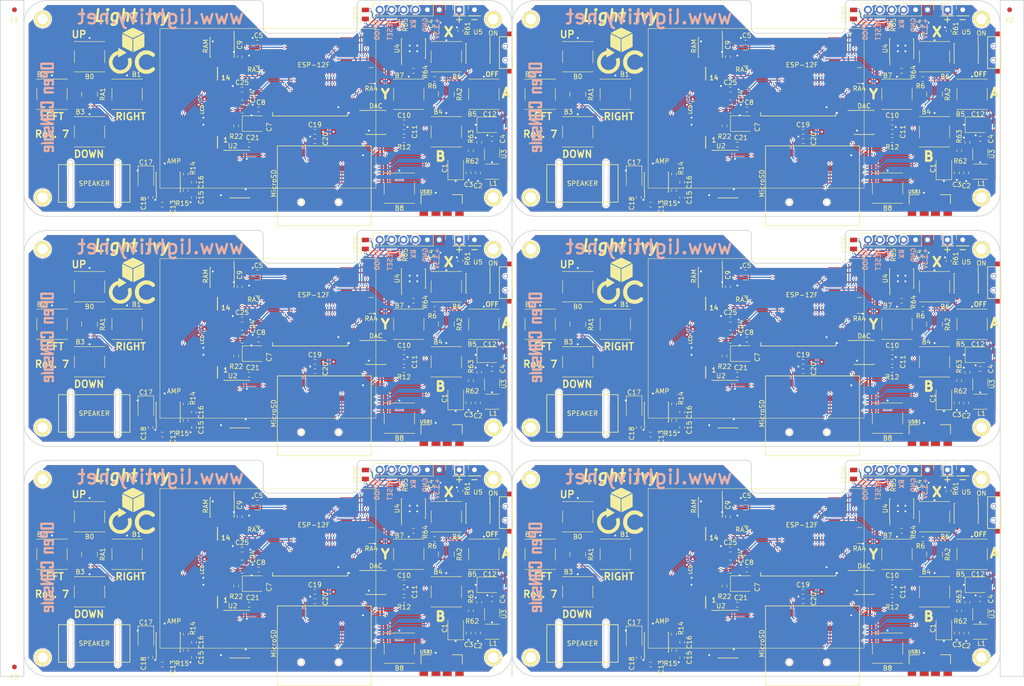
<source format=kicad_pcb>
(kicad_pcb (version 4) (host pcbnew 4.0.4-snap1-stable)
  (layers (0 F.Cu signal) (31 B.Cu signal) (34 B.Paste user) (35 F.Paste user) (36 B.SilkS user) (37 F.SilkS user) (38 B.Mask user) (39 F.Mask user) (44 Edge.Cuts user))
  (net 0 "")
  (net 1 GND)
  (net 2 VCC)
  (net 3 U1-15)
  (net 4 U1-16)
  (net 5 U1-1)
  (net 6 U1-12)
  (net 7 U3-3)
  (net 8 U5-5)
  (net 9 SW1-3)
  (net 10 U1-2)
  (net 11 U1-3)
  (net 12 U1-6)
  (net 13 U1-10)
  (net 14 U1-11)
  (net 15 U1-13)
  (net 16 U1-7)
  (net 17 U1-5)
  (net 18 VDD)
  (net 19 DAC-6)
  (net 20 AMP-2)
  (net 21 AMP-4)
  (net 22 AMP-5)
  (net 23 AMP-R15-2)
  (net 24 AMP-8)
  (net 25 U2-3)
  (net 26 U2-4)
  (net 27 U2-5)
  (net 28 U2-6)
  (net 29 U2-11)
  (net 30 U2-12)
  (net 31 U2-13)
  (net 32 U2-14)
  (net 33 U1-4)
  (net 34 U1-14)
  (net 35 LCD-4)
  (net 36 LCD-6)
  (net 37 USB1-1)
  (net 38 U3-4)
  (net 39 U3-5)
  (net 40 U4-2)
  (net 41 U4-7)
  (net 42 U4-LEDR-2)
  (module PinHeader_1x01_P2.54mm_Vertical (layer F.Cu) (at 193.75 70)
    (fp_text reference + (at 0 2) (layer F.SilkS) (effects (font (size 1.5 1.5) (thickness 0.2))))
    (fp_text value Conn_01x01)
    (pad 1 thru_hole rect (at 0 0) (size 1.7 1.7) (drill 1) (layers *.Cu *.Mask) (net 9 SW1-3))
  )
  (module PinHeader_1x01_P2.54mm_Vertical (layer F.Cu) (at 197 70)
    (fp_text reference - (at 0 2) (layer F.SilkS) (effects (font (size 1.5 1.5) (thickness 0.2))))
    (fp_text value Conn_01x01)
    (pad 1 thru_hole rect (at 0 0) (size 1.7 1.7) (drill 1) (layers *.Cu *.Mask) (net 1 GND))
  )
  (module PinHeader_1x06_P2.54mm_Vertical (layer F.Cu) (at 189.5 70 270)
    (fp_text reference JP2 hide)
    (fp_text value Conn_01x06)
    (pad 1 thru_hole rect (at 0 0 270) (size 1.7 1.7) (drill 1) (layers *.Cu *.Mask) (net 2 VCC))
    (pad 2 thru_hole oval (at 0 2.54 270) (size 1.7 1.7) (drill 1) (layers *.Cu *.Mask) (net 1 GND))
    (pad 3 thru_hole oval (at 0 5.08 270) (size 1.7 1.7) (drill 1) (layers *.Cu *.Mask) (net 3 U1-15))
    (pad 4 thru_hole oval (at 0 7.62 270) (size 1.7 1.7) (drill 1) (layers *.Cu *.Mask) (net 4 U1-16))
    (pad 5 thru_hole oval (at 0 10.16 270) (size 1.7 1.7) (drill 1) (layers *.Cu *.Mask) (net 5 U1-1))
    (pad 6 thru_hole oval (at 0 12.7 270) (size 1.7 1.7) (drill 1) (layers *.Cu *.Mask) (net 6 U1-12))
  )
  (module CP_EIA-3528-21_Kemet-B (layer F.Cu) (at 193 103.75 90)
    (fp_text reference C1 (at 0 -2.35 90) (layer F.SilkS))
    (fp_text value 220uF)
    (pad 1 smd rect (at -1.48 0 90) (size 1.46 2.4) (layers F.Cu F.Paste F.Mask) (net 1 GND))
    (pad 2 smd rect (at 1.48 0 90) (size 1.46 2.4) (layers F.Cu F.Paste F.Mask) (net 2 VCC))
  )
  (module CP_EIA-3528-21_Kemet-B (layer F.Cu) (at 200 94.5)
    (fp_text reference C12 (at 0.25 -2.25) (layer F.SilkS))
    (fp_text value 220uF)
    (pad 1 smd rect (at -1.48 0) (size 1.46 2.4) (layers F.Cu F.Paste F.Mask) (net 1 GND))
    (pad 2 smd rect (at 1.48 0) (size 1.46 2.4) (layers F.Cu F.Paste F.Mask) (net 38 U3-4))
  )
  (module C_0603_1608Metric (layer F.Cu) (at 197.75 104.75 90)
    (fp_text reference C2 (at -2.75 0 180) (layer F.SilkS))
    (fp_text value 22uF)
    (pad 1 smd rect (at -0.875 0 90) (size 0.67 1) (layers F.Cu F.Paste F.Mask) (net 1 GND))
    (pad 2 smd rect (at 0.875 0 90) (size 0.67 1) (layers F.Cu F.Paste F.Mask) (net 2 VCC))
  )
  (module C_0603_1608Metric (layer F.Cu) (at 195.75 104.75 90)
    (fp_text reference C3 (at -2.5 0 180) (layer F.SilkS))
    (fp_text value 100nF)
    (pad 1 smd rect (at -0.875 0 90) (size 0.67 1) (layers F.Cu F.Paste F.Mask) (net 1 GND))
    (pad 2 smd rect (at 0.875 0 90) (size 0.67 1) (layers F.Cu F.Paste F.Mask) (net 2 VCC))
  )
  (module SOIC-8_3.9x4.9mm_P1.27mm (layer F.Cu) (at 197.75 79.25 270)
    (fp_text reference U5 (at -4.5 0 360) (layer F.SilkS))
    (fp_text value DMS2085LSD)
    (pad 1 smd rect (at -2.7 -1.905 270) (size 1.55 0.6) (layers F.Cu F.Paste F.Mask) (net 37 USB1-1))
    (pad 2 smd rect (at -2.7 -0.635 270) (size 1.55 0.6) (layers F.Cu F.Paste F.Mask) (net 37 USB1-1))
    (pad 3 smd rect (at -2.7 0.635 270) (size 1.55 0.6) (layers F.Cu F.Paste F.Mask) (net 38 U3-4))
    (pad 4 smd rect (at -2.7 1.905 270) (size 1.55 0.6) (layers F.Cu F.Paste F.Mask) (net 37 USB1-1))
    (pad 5 smd rect (at 2.7 1.905 270) (size 1.55 0.6) (layers F.Cu F.Paste F.Mask) (net 8 U5-5))
    (pad 6 smd rect (at 2.7 0.635 270) (size 1.55 0.6) (layers F.Cu F.Paste F.Mask) (net 8 U5-5))
    (pad 7 smd rect (at 2.7 -0.635 270) (size 1.55 0.6) (layers F.Cu F.Paste F.Mask) (net 38 U3-4))
    (pad 8 smd rect (at 2.7 -1.905 270) (size 1.55 0.6) (layers F.Cu F.Paste F.Mask) (net 38 U3-4))
  )
  (module R_0603_1608Metric (layer F.Cu) (at 194 74.5 90)
    (fp_text reference R61 (at 0.5 1.5 90) (layer F.SilkS))
    (fp_text value 1M)
    (pad 1 smd rect (at -0.875 0 90) (size 0.67 1) (layers F.Cu F.Paste F.Mask) (net 37 USB1-1))
    (pad 2 smd rect (at 0.875 0 90) (size 0.67 1) (layers F.Cu F.Paste F.Mask) (net 1 GND))
  )
  (module SOT-23-5 (layer F.Cu) (at 200.75 100.5 90)
    (fp_text reference U3 (at -0.25 2.5 270) (layer F.SilkS))
    (fp_text value SY8008B)
    (pad 1 smd rect (at -1.1 -0.95 90) (size 1.06 0.65) (layers F.Cu F.Paste F.Mask) (net 38 U3-4))
    (pad 2 smd rect (at -1.1 0 90) (size 1.06 0.65) (layers F.Cu F.Paste F.Mask) (net 1 GND))
    (pad 3 smd rect (at -1.1 0.95 90) (size 1.06 0.65) (layers F.Cu F.Paste F.Mask) (net 7 U3-3))
    (pad 4 smd rect (at 1.1 0.95 90) (size 1.06 0.65) (layers F.Cu F.Paste F.Mask) (net 38 U3-4))
    (pad 5 smd rect (at 1.1 -0.95 90) (size 1.06 0.65) (layers F.Cu F.Paste F.Mask) (net 39 U3-5))
  )
  (module R_0603_1608Metric (layer F.Cu) (at 196.25 100 270)
    (fp_text reference R62 (at 2.25 -0.25 360) (layer F.SilkS))
    (fp_text value 453k)
    (pad 1 smd rect (at -0.875 0 270) (size 0.67 1) (layers F.Cu F.Paste F.Mask) (net 39 U3-5))
    (pad 2 smd rect (at 0.875 0 270) (size 0.67 1) (layers F.Cu F.Paste F.Mask) (net 2 VCC))
  )
  (module R_0603_1608Metric (layer F.Cu) (at 198 98.25 90)
    (fp_text reference R63 (at 1.25 -1.75 90) (layer F.SilkS))
    (fp_text value 100k)
    (pad 1 smd rect (at -0.875 0 90) (size 0.67 1) (layers F.Cu F.Paste F.Mask) (net 39 U3-5))
    (pad 2 smd rect (at 0.875 0 90) (size 0.67 1) (layers F.Cu F.Paste F.Mask) (net 1 GND))
  )
  (module C_0603_1608Metric (layer F.Cu) (at 200.75 97.5)
    (fp_text reference C4 (at 2.25 0 90) (layer F.SilkS))
    (fp_text value 22uF)
    (pad 1 smd rect (at -0.875 0) (size 0.67 1) (layers F.Cu F.Paste F.Mask) (net 1 GND))
    (pad 2 smd rect (at 0.875 0) (size 0.67 1) (layers F.Cu F.Paste F.Mask) (net 38 U3-4))
  )
  (module C_0603_1608Metric (layer F.Cu) (at 189 73.75 270)
    (fp_text reference C4 (at -0.75 1.25 270) (layer F.SilkS))
    (fp_text value 22uF)
    (pad 1 smd rect (at -0.875 0 270) (size 0.67 1) (layers F.Cu F.Paste F.Mask) (net 1 GND))
    (pad 2 smd rect (at 0.875 0 270) (size 0.67 1) (layers F.Cu F.Paste F.Mask) (net 9 SW1-3))
  )
  (module L_Taiyo-Yuden_MD-3030 (layer F.Cu) (at 200.75 104.5 180)
    (fp_text reference L1 (at -0.25 -2.5 180) (layer F.SilkS))
    (fp_text value 2.2uH)
    (pad 1 smd rect (at -1.1 0 180) (size 0.8 2.7) (layers F.Cu F.Paste F.Mask) (net 7 U3-3))
    (pad 2 smd rect (at 1.1 0 180) (size 0.8 2.7) (layers F.Cu F.Paste F.Mask) (net 2 VCC))
  )
  (module HTSOP-8-1EP_3.9x4.9mm_P1.27mm (layer F.Cu) (at 184 78.25 90)
    (fp_text reference U4 (at 0 -3.5 270) (layer F.SilkS))
    (fp_text value XT2052)
    (pad 1 smd rect (at -2.7 -1.905 90) (size 1.55 0.6) (layers F.Cu F.Paste F.Mask))
    (pad 2 smd rect (at -2.7 -0.635 90) (size 1.55 0.6) (layers F.Cu F.Paste F.Mask) (net 40 U4-2))
    (pad 3 smd rect (at -2.7 0.635 90) (size 1.55 0.6) (layers F.Cu F.Paste F.Mask) (net 1 GND))
    (pad 4 smd rect (at -2.7 1.905 90) (size 1.55 0.6) (layers F.Cu F.Paste F.Mask) (net 37 USB1-1))
    (pad 5 smd rect (at 2.7 1.905 90) (size 1.55 0.6) (layers F.Cu F.Paste F.Mask) (net 9 SW1-3))
    (pad 6 smd rect (at 2.7 0.635 90) (size 1.55 0.6) (layers F.Cu F.Paste F.Mask) (net 1 GND))
    (pad 7 smd rect (at 2.7 -0.635 90) (size 1.55 0.6) (layers F.Cu F.Paste F.Mask) (net 41 U4-7))
    (pad 8 smd rect (at 2.7 -1.905 90) (size 1.55 0.6) (layers F.Cu F.Paste F.Mask))
    (pad 9 smd rect (at 0.6 0.8 90) (size 1.2 1.6) (layers F.Cu F.Paste F.Mask) (net 1 GND))
    (pad 9 smd rect (at 0.6 -0.8 90) (size 1.2 1.6) (layers F.Cu F.Paste F.Mask) (net 1 GND))
    (pad 9 smd rect (at -0.6 0.8 90) (size 1.2 1.6) (layers F.Cu F.Paste F.Mask) (net 1 GND))
    (pad 9 smd rect (at -0.6 -0.8 90) (size 1.2 1.6) (layers F.Cu F.Paste F.Mask) (net 1 GND))
  )
  (module LED_0805_2012Metric (layer F.Cu) (at 173.75 71 90)
    (fp_text reference LEDG (at 0 -2 270) (layer F.SilkS))
    (fp_text value GREEN)
    (pad 1 smd rect (at -0.955 0 90) (size 0.97 1.5) (layers F.Cu F.Paste F.Mask) (net 41 U4-7))
    (pad 2 smd rect (at 0.955 0 90) (size 0.97 1.5) (layers F.Cu F.Paste F.Mask) (net 42 U4-LEDR-2))
  )
  (module R_0603_1608Metric (layer F.Cu) (at 184 83)
    (fp_text reference R64 (at 2.5 0.25 90) (layer F.SilkS))
    (fp_text value 2k)
    (pad 1 smd rect (at -0.875 0) (size 0.67 1) (layers F.Cu F.Paste F.Mask) (net 40 U4-2))
    (pad 2 smd rect (at 0.875 0) (size 0.67 1) (layers F.Cu F.Paste F.Mask) (net 1 GND))
  )
  (module R_0603_1608Metric (layer F.Cu) (at 184.25 73)
    (fp_text reference R65 (at -2 0.25 90) (layer F.SilkS))
    (fp_text value 2k)
    (pad 1 smd rect (at -0.875 0) (size 0.67 1) (layers F.Cu F.Paste F.Mask) (net 42 U4-LEDR-2))
    (pad 2 smd rect (at 0.875 0) (size 0.67 1) (layers F.Cu F.Paste F.Mask) (net 37 USB1-1))
  )
  (module USB-MICRO-B-FCI-10118192 (layer F.Cu) (at 190 113)
    (fp_text reference USB1 (at -3.25 -4.25) (layer F.SilkS) (effects (font (size 0.7 0.7))))
    (fp_text value USB_B_Micro hide)
    (pad 6 smd rect (at -3.1 -2.55) (size 2.1 1.6) (layers F.Cu F.Paste F.Mask) (net 1 GND))
    (pad 6 smd rect (at 3.1 -2.55) (size 2.1 1.6) (layers F.Cu F.Paste F.Mask))
    (pad "" smd rect (at -1.2 0) (size 1.9 1.9) (layers F.Cu F.Paste F.Mask))
    (pad "" smd rect (at 1.2 0) (size 1.9 1.9) (layers F.Cu F.Paste F.Mask))
    (pad 1 smd rect (at -1.3 -2.675) (size 0.4 1.35) (layers F.Cu F.Paste F.Mask) (net 1 GND))
    (pad 2 smd rect (at -0.65 -2.675) (size 0.4 1.35) (layers F.Cu F.Paste F.Mask))
    (pad 3 smd rect (at 0 -2.675) (size 0.4 1.35) (layers F.Cu F.Paste F.Mask))
    (pad 4 smd rect (at 0.65 -2.675) (size 0.4 1.35) (layers F.Cu F.Paste F.Mask))
    (pad 5 smd rect (at 1.3 -2.675) (size 0.4 1.35) (layers F.Cu F.Paste F.Mask) (net 37 USB1-1))
    (pad "" smd rect (at -3.8 0) (size 1.8 1.9) (layers F.Cu F.Paste F.Mask))
    (pad "" smd rect (at 3.8 0) (size 1.8 1.9) (layers F.Cu F.Paste F.Mask))
  )
  (module MSK12C02 (layer F.Cu) (at 205 83 180)
    (fp_text reference ON (at 4 8 360) (layer F.SilkS))
    (fp_text value *)
    (pad NC smd rect (at 1.3 -0.1 180) (size 2.8 1) (layers F.Cu F.Paste F.Mask))
    (pad 1 smd rect (at 3.2 1.5 270) (size 0.7 1) (layers F.Cu F.Paste F.Mask))
    (pad 3 smd rect (at 3.2 6 270) (size 0.7 1) (layers F.Cu F.Paste F.Mask) (net 9 SW1-3))
    (pad 2 smd rect (at 3.2 4.5 270) (size 0.7 1) (layers F.Cu F.Paste F.Mask) (net 8 U5-5))
    (pad NC smd rect (at 1.3 7.85 180) (size 2.8 1) (layers F.Cu F.Paste F.Mask))
    (pad "" np_thru_hole circle (at 1.4 2.25 180) (size 0.9 0.9) (drill 0.7) (layers *.Cu *.Mask))
    (pad "" np_thru_hole circle (at 1.35 5.25 180) (size 0.9 0.9) (drill 0.7) (layers *.Cu *.Mask))
  )
  (module R_Array_Convex_4x0603 (layer F.Cu) (at 150.75 80.25)
    (fp_text reference RA3 (at -0.75 2.5) (layer F.SilkS))
    (fp_text value 10k)
    (pad 1 smd rect (at -0.9 -1.2) (size 0.8 0.5) (layers F.Cu F.Paste F.Mask) (net 2 VCC))
    (pad 3 smd rect (at -0.9 0.4) (size 0.8 0.4) (layers F.Cu F.Paste F.Mask) (net 2 VCC))
    (pad 2 smd rect (at -0.9 -0.4) (size 0.8 0.4) (layers F.Cu F.Paste F.Mask) (net 1 GND))
    (pad 4 smd rect (at -0.9 1.2) (size 0.8 0.5) (layers F.Cu F.Paste F.Mask) (net 2 VCC))
    (pad 7 smd rect (at 0.9 -0.4) (size 0.8 0.4) (layers F.Cu F.Paste F.Mask) (net 10 U1-2))
    (pad 8 smd rect (at 0.9 -1.2) (size 0.8 0.5) (layers F.Cu F.Paste F.Mask) (net 5 U1-1))
    (pad 6 smd rect (at 0.9 0.4) (size 0.8 0.4) (layers F.Cu F.Paste F.Mask) (net 11 U1-3))
    (pad 5 smd rect (at 0.9 1.2) (size 0.8 0.5) (layers F.Cu F.Paste F.Mask) (net 12 U1-6))
  )
  (module R_Array_Convex_4x0603 (layer F.Cu) (at 175 84 180)
    (fp_text reference RA4 (at 0 -2.8 180) (layer F.SilkS))
    (fp_text value 10k)
    (pad 1 smd rect (at -0.9 -1.2 180) (size 0.8 0.5) (layers F.Cu F.Paste F.Mask) (net 1 GND))
    (pad 3 smd rect (at -0.9 0.4 180) (size 0.8 0.4) (layers F.Cu F.Paste F.Mask) (net 2 VCC))
    (pad 2 smd rect (at -0.9 -0.4 180) (size 0.8 0.4) (layers F.Cu F.Paste F.Mask) (net 2 VCC))
    (pad 4 smd rect (at -0.9 1.2 180) (size 0.8 0.5) (layers F.Cu F.Paste F.Mask) (net 2 VCC))
    (pad 7 smd rect (at 0.9 -0.4 180) (size 0.8 0.4) (layers F.Cu F.Paste F.Mask) (net 14 U1-11))
    (pad 8 smd rect (at 0.9 -1.2 180) (size 0.8 0.5) (layers F.Cu F.Paste F.Mask) (net 13 U1-10))
    (pad 6 smd rect (at 0.9 0.4 180) (size 0.8 0.4) (layers F.Cu F.Paste F.Mask) (net 6 U1-12))
    (pad 5 smd rect (at 0.9 1.2 180) (size 0.8 0.5) (layers F.Cu F.Paste F.Mask) (net 4 U1-16))
  )
  (module C_0603_1608Metric (layer F.Cu) (at 150.75 77)
    (fp_text reference C5 (at 0.25 -1.5 180) (layer F.SilkS))
    (fp_text value 1uF)
    (pad 1 smd rect (at -0.875 0) (size 0.67 1) (layers F.Cu F.Paste F.Mask) (net 1 GND))
    (pad 2 smd rect (at 0.875 0) (size 0.67 1) (layers F.Cu F.Paste F.Mask) (net 5 U1-1))
  )
  (module R_0603_1608Metric (layer F.Cu) (at 188.5 84.75)
    (fp_text reference R6 (at -0.5 1.5) (layer F.SilkS))
    (fp_text value 30k)
    (pad 1 smd rect (at -0.875 0) (size 0.67 1) (layers F.Cu F.Paste F.Mask) (net 10 U1-2))
    (pad 2 smd rect (at 0.875 0) (size 0.67 1) (layers F.Cu F.Paste F.Mask) (net 8 U5-5))
  )
  (module CP_EIA-3528-21_Kemet-B (layer F.Cu) (at 150 94.25)
    (fp_text reference C7 (at 3.25 0.75 90) (layer F.SilkS))
    (fp_text value 220uF)
    (pad 1 smd rect (at -1.48 0) (size 1.46 2.4) (layers F.Cu F.Paste F.Mask) (net 1 GND))
    (pad 2 smd rect (at 1.48 0) (size 1.46 2.4) (layers F.Cu F.Paste F.Mask) (net 2 VCC))
  )
  (module C_0603_1608Metric (layer F.Cu) (at 151 91.25)
    (fp_text reference C8 (at 0.5 -1.5) (layer F.SilkS))
    (fp_text value 100nF)
    (pad 1 smd rect (at -0.875 0) (size 0.67 1) (layers F.Cu F.Paste F.Mask) (net 1 GND))
    (pad 2 smd rect (at 0.875 0) (size 0.67 1) (layers F.Cu F.Paste F.Mask) (net 2 VCC))
  )
  (module ESP-12F (layer F.Cu) (at 155 77)
    (fp_text reference ESP-12F (at 7.75 4.75) (layer F.SilkS))
    (fp_text value ESP-12F)
    (pad 1 smd rect (at 0 0) (size 2.5 1.1) (drill (offset -0.7 0)) (layers F.Cu F.Paste F.Mask) (net 5 U1-1))
    (pad 2 smd oval (at 0 2) (size 2.5 1.1) (drill (offset -0.7 0)) (layers F.Cu F.Paste F.Mask) (net 10 U1-2))
    (pad 3 smd oval (at 0 4) (size 2.5 1.1) (drill (offset -0.7 0)) (layers F.Cu F.Paste F.Mask) (net 11 U1-3))
    (pad 4 smd oval (at 0 6) (size 2.5 1.1) (drill (offset -0.7 0)) (layers F.Cu F.Paste F.Mask) (net 33 U1-4))
    (pad 5 smd oval (at 0 8) (size 2.5 1.1) (drill (offset -0.7 0)) (layers F.Cu F.Paste F.Mask) (net 17 U1-5))
    (pad 6 smd oval (at 0 10) (size 2.5 1.1) (drill (offset -0.7 0)) (layers F.Cu F.Paste F.Mask) (net 12 U1-6))
    (pad 7 smd oval (at 0 12) (size 2.5 1.1) (drill (offset -0.7 0)) (layers F.Cu F.Paste F.Mask) (net 16 U1-7))
    (pad 8 smd oval (at 0 14) (size 2.5 1.1) (drill (offset -0.7 0)) (layers F.Cu F.Paste F.Mask) (net 2 VCC))
    (pad 9 smd oval (at 14 14) (size 2.5 1.1) (drill (offset 0.7 0)) (layers F.Cu F.Paste F.Mask) (net 1 GND))
    (pad 10 smd oval (at 14 12) (size 2.5 1.1) (drill (offset 0.6 0)) (layers F.Cu F.Paste F.Mask) (net 13 U1-10))
    (pad 11 smd oval (at 14 10) (size 2.5 1.1) (drill (offset 0.7 0)) (layers F.Cu F.Paste F.Mask) (net 14 U1-11))
    (pad 12 smd oval (at 14 8) (size 2.5 1.1) (drill (offset 0.7 0)) (layers F.Cu F.Paste F.Mask) (net 6 U1-12))
    (pad 13 smd oval (at 14 6) (size 2.5 1.1) (drill (offset 0.7 0)) (layers F.Cu F.Paste F.Mask) (net 15 U1-13))
    (pad 14 smd oval (at 14 4) (size 2.5 1.1) (drill (offset 0.7 0)) (layers F.Cu F.Paste F.Mask) (net 34 U1-14))
    (pad 15 smd oval (at 14 2) (size 2.5 1.1) (drill (offset 0.7 0)) (layers F.Cu F.Paste F.Mask) (net 3 U1-15))
    (pad 16 smd oval (at 14 0) (size 2.5 1.1) (drill (offset 0.7 0)) (layers F.Cu F.Paste F.Mask) (net 4 U1-16))
  )
  (module C_0603_1608Metric (layer F.Cu) (at 147 80 270)
    (fp_text reference C9 (at -2.5 0 270) (layer F.SilkS))
    (fp_text value 100nF)
    (pad 1 smd rect (at -0.875 0 270) (size 0.67 1) (layers F.Cu F.Paste F.Mask) (net 1 GND))
    (pad 2 smd rect (at 0.875 0 270) (size 0.67 1) (layers F.Cu F.Paste F.Mask) (net 2 VCC))
  )
  (module SOIC-8_3.9x4.9mm_P1.27mm (layer F.Cu) (at 143.25 78 270)
    (fp_text reference RAM (at -0.25 3.5 450) (layer F.SilkS))
    (fp_text value VTI7064MSME)
    (pad 1 smd rect (at -2.7 -1.905 270) (size 1.55 0.6) (layers F.Cu F.Paste F.Mask) (net 15 U1-13))
    (pad 2 smd rect (at -2.7 -0.635 270) (size 1.55 0.6) (layers F.Cu F.Paste F.Mask) (net 12 U1-6))
    (pad 3 smd rect (at -2.7 0.635 270) (size 1.55 0.6) (layers F.Cu F.Paste F.Mask))
    (pad 4 smd rect (at -2.7 1.905 270) (size 1.55 0.6) (layers F.Cu F.Paste F.Mask) (net 1 GND))
    (pad 5 smd rect (at 2.7 1.905 270) (size 1.55 0.6) (layers F.Cu F.Paste F.Mask) (net 16 U1-7))
    (pad 6 smd rect (at 2.7 0.635 270) (size 1.55 0.6) (layers F.Cu F.Paste F.Mask) (net 17 U1-5))
    (pad 7 smd rect (at 2.7 -0.635 270) (size 1.55 0.6) (layers F.Cu F.Paste F.Mask))
    (pad 8 smd rect (at 2.7 -1.905 270) (size 1.55 0.6) (layers F.Cu F.Paste F.Mask) (net 2 VCC))
  )
  (module C_0603_1608Metric (layer F.Cu) (at 182 94 180)
    (fp_text reference C10 (at 0 1.5 180) (layer F.SilkS))
    (fp_text value 22uF)
    (pad 1 smd rect (at -0.875 0 180) (size 0.67 1) (layers F.Cu F.Paste F.Mask) (net 1 GND))
    (pad 2 smd rect (at 0.875 0 180) (size 0.67 1) (layers F.Cu F.Paste F.Mask) (net 18 VDD))
  )
  (module C_0603_1608Metric (layer F.Cu) (at 182 96 180)
    (fp_text reference C11 (at -2.25 0 270) (layer F.SilkS))
    (fp_text value 100nF)
    (pad 1 smd rect (at -0.875 0 180) (size 0.67 1) (layers F.Cu F.Paste F.Mask) (net 1 GND))
    (pad 2 smd rect (at 0.875 0 180) (size 0.67 1) (layers F.Cu F.Paste F.Mask) (net 18 VDD))
  )
  (module R_0603_1608Metric (layer F.Cu) (at 182 97.75 180)
    (fp_text reference R12 (at 0 -1.5 360) (layer F.SilkS))
    (fp_text value 10)
    (pad 1 smd rect (at -0.875 0 180) (size 0.67 1) (layers F.Cu F.Paste F.Mask) (net 2 VCC))
    (pad 2 smd rect (at 0.875 0 180) (size 0.67 1) (layers F.Cu F.Paste F.Mask) (net 18 VDD))
  )
  (module SOIC-8_3.9x4.9mm_P1.27mm (layer F.Cu) (at 176 94)
    (fp_text reference DAC (at 0 -3.5) (layer F.SilkS))
    (fp_text value PT8211-S)
    (pad 1 smd rect (at -2.7 -1.905) (size 1.55 0.6) (layers F.Cu F.Paste F.Mask) (net 13 U1-10))
    (pad 2 smd rect (at -2.7 -0.635) (size 1.55 0.6) (layers F.Cu F.Paste F.Mask) (net 14 U1-11))
    (pad 3 smd rect (at -2.7 0.635) (size 1.55 0.6) (layers F.Cu F.Paste F.Mask) (net 3 U1-15))
    (pad 4 smd rect (at -2.7 1.905) (size 1.55 0.6) (layers F.Cu F.Paste F.Mask) (net 1 GND))
    (pad 5 smd rect (at 2.7 1.905) (size 1.55 0.6) (layers F.Cu F.Paste F.Mask) (net 18 VDD))
    (pad 6 smd rect (at 2.7 0.635) (size 1.55 0.6) (layers F.Cu F.Paste F.Mask) (net 19 DAC-6))
    (pad 7 smd rect (at 2.7 -0.635) (size 1.55 0.6) (layers F.Cu F.Paste F.Mask))
    (pad 8 smd rect (at 2.7 -1.905) (size 1.55 0.6) (layers F.Cu F.Paste F.Mask) (net 19 DAC-6))
  )
  (module C_0603_1608Metric (layer F.Cu) (at 130.5 111.5)
    (fp_text reference C13 (at 2.25 0.5 90) (layer F.SilkS))
    (fp_text value 1uF)
    (pad 1 smd rect (at -0.875 0) (size 0.67 1) (layers F.Cu F.Paste F.Mask) (net 1 GND))
    (pad 2 smd rect (at 0.875 0) (size 0.67 1) (layers F.Cu F.Paste F.Mask) (net 20 AMP-2))
  )
  (module R_0603_1608Metric (layer F.Cu) (at 135.5 105 90)
    (fp_text reference R14 (at 1.25 1.5 270) (layer F.SilkS))
    (fp_text value 30k)
    (pad 1 smd rect (at -0.875 0 90) (size 0.67 1) (layers F.Cu F.Paste F.Mask) (net 21 AMP-4))
    (pad 2 smd rect (at 0.875 0 90) (size 0.67 1) (layers F.Cu F.Paste F.Mask) (net 22 AMP-5))
  )
  (module R_0603_1608Metric (layer F.Cu) (at 135.5 108.5 90)
    (fp_text reference R15 (at -2.75 -0.75 180) (layer F.SilkS))
    (fp_text value 20k)
    (pad 1 smd rect (at -0.875 0 90) (size 0.67 1) (layers F.Cu F.Paste F.Mask) (net 21 AMP-4))
    (pad 2 smd rect (at 0.875 0 90) (size 0.67 1) (layers F.Cu F.Paste F.Mask) (net 23 AMP-R15-2))
  )
  (module C_0603_1608Metric (layer F.Cu) (at 137.25 106.75 90)
    (fp_text reference C16 (at 0 1.5 270) (layer F.SilkS))
    (fp_text value 100nF)
    (pad 1 smd rect (at -0.875 0 90) (size 0.67 1) (layers F.Cu F.Paste F.Mask) (net 23 AMP-R15-2))
    (pad 2 smd rect (at 0.875 0 90) (size 0.67 1) (layers F.Cu F.Paste F.Mask) (net 19 DAC-6))
  )
  (module C_0603_1608Metric (layer F.Cu) (at 137.25 110 270)
    (fp_text reference C15 (at 0 -1.5 450) (layer F.SilkS))
    (fp_text value 100nF)
    (pad 1 smd rect (at -0.875 0 270) (size 0.67 1) (layers F.Cu F.Paste F.Mask) (net 23 AMP-R15-2))
    (pad 2 smd rect (at 0.875 0 270) (size 0.67 1) (layers F.Cu F.Paste F.Mask) (net 1 GND))
  )
  (module CP_EIA-3528-21_Kemet-B (layer F.Cu) (at 127 105.75 270)
    (fp_text reference C17 (at -3.25 0 360) (layer F.SilkS))
    (fp_text value 220uF)
    (pad 1 smd rect (at -1.48 0 270) (size 1.46 2.4) (layers F.Cu F.Paste F.Mask) (net 1 GND))
    (pad 2 smd rect (at 1.48 0 270) (size 1.46 2.4) (layers F.Cu F.Paste F.Mask) (net 2 VCC))
  )
  (module C_0603_1608Metric (layer F.Cu) (at 128 110 90)
    (fp_text reference C18 (at -1.25 -1.5 90) (layer F.SilkS))
    (fp_text value 100nF)
    (pad 1 smd rect (at -0.875 0 90) (size 0.67 1) (layers F.Cu F.Paste F.Mask) (net 1 GND))
    (pad 2 smd rect (at 0.875 0 90) (size 0.67 1) (layers F.Cu F.Paste F.Mask) (net 2 VCC))
  )
  (module SOIC-8_3.9x4.9mm_P1.27mm (layer F.Cu) (at 131.75 106.75 90)
    (fp_text reference AMP (at 4.5 1.25 360) (layer F.SilkS))
    (fp_text value FM8002A)
    (pad 1 smd rect (at -2.7 -1.905 90) (size 1.55 0.6) (layers F.Cu F.Paste F.Mask) (net 1 GND))
    (pad 2 smd rect (at -2.7 -0.635 90) (size 1.55 0.6) (layers F.Cu F.Paste F.Mask) (net 20 AMP-2))
    (pad 3 smd rect (at -2.7 0.635 90) (size 1.55 0.6) (layers F.Cu F.Paste F.Mask) (net 20 AMP-2))
    (pad 4 smd rect (at -2.7 1.905 90) (size 1.55 0.6) (layers F.Cu F.Paste F.Mask) (net 21 AMP-4))
    (pad 5 smd rect (at 2.7 1.905 90) (size 1.55 0.6) (layers F.Cu F.Paste F.Mask) (net 22 AMP-5))
    (pad 6 smd rect (at 2.7 0.635 90) (size 1.55 0.6) (layers F.Cu F.Paste F.Mask) (net 2 VCC))
    (pad 7 smd rect (at 2.7 -0.635 90) (size 1.55 0.6) (layers F.Cu F.Paste F.Mask) (net 1 GND))
    (pad 8 smd rect (at 2.7 -1.905 90) (size 1.55 0.6) (layers F.Cu F.Paste F.Mask) (net 24 AMP-8))
  )
  (module Speaker_7417Q (layer F.Cu) (at 116 107)
    (fp_text reference SPEAKER (at 0 0) (layer F.SilkS))
    (fp_text value Speaker)
    (pad 1 smd rect (at 6.8 -4) (size 1.6 3.6) (layers F.Cu F.Mask) (net 24 AMP-8))
    (pad 2 smd rect (at -6.8 -4) (size 1.6 3.6) (layers F.Cu F.Mask) (net 22 AMP-5))
  )
  (module C_0603_1608Metric (layer F.Cu) (at 163 96)
    (fp_text reference C19 (at 0 -1.5) (layer F.SilkS))
    (fp_text value 22uF)
    (pad 1 smd rect (at -0.875 0) (size 0.67 1) (layers F.Cu F.Paste F.Mask) (net 1 GND))
    (pad 2 smd rect (at 0.875 0) (size 0.67 1) (layers F.Cu F.Paste F.Mask) (net 2 VCC))
  )
  (module C_0603_1608Metric (layer F.Cu) (at 163 98)
    (fp_text reference C20 (at 2.25 -0.5 90) (layer F.SilkS))
    (fp_text value 100nF)
    (pad 1 smd rect (at -0.875 0) (size 0.67 1) (layers F.Cu F.Paste F.Mask) (net 1 GND))
    (pad 2 smd rect (at 0.875 0) (size 0.67 1) (layers F.Cu F.Paste F.Mask) (net 2 VCC))
  )
  (module MicroSD_TFP-09-2-12B (layer F.Cu) (at 165 111 90)
    (fp_text reference MicroSD (at 4 -10.75 90) (layer F.SilkS))
    (fp_text value Micro_SD_Card_Det)
    (pad "" np_thru_hole circle (at 0 -4.93 90) (size 1.2 1.2) (drill 1) (layers *.Cu *.Mask F.SilkS))
    (pad "" np_thru_hole circle (at 0 3.05 90) (size 1.2 1.2) (drill 1) (layers *.Cu *.Mask F.SilkS))
    (pad 1 smd rect (at 10.5 2.25 90) (size 1.6 0.7) (layers F.Cu F.Paste F.Mask))
    (pad 2 smd rect (at 10.5 1.15 90) (size 1.6 0.7) (layers F.Cu F.Paste F.Mask) (net 4 U1-16))
    (pad 3 smd rect (at 10.5 0.05 90) (size 1.6 0.7) (layers F.Cu F.Paste F.Mask) (net 16 U1-7))
    (pad 4 smd rect (at 10.5 -1.05 90) (size 1.6 0.7) (layers F.Cu F.Paste F.Mask) (net 2 VCC))
    (pad 5 smd rect (at 10.5 -2.15 90) (size 1.6 0.7) (layers F.Cu F.Paste F.Mask) (net 17 U1-5))
    (pad 6 smd rect (at 10.5 -3.25 90) (size 1.6 0.7) (layers F.Cu F.Paste F.Mask) (net 1 GND))
    (pad 7 smd rect (at 10.5 -4.35 90) (size 1.6 0.7) (layers F.Cu F.Paste F.Mask) (net 12 U1-6))
    (pad 8 smd rect (at 10.5 -5.45 90) (size 1.6 0.7) (layers F.Cu F.Paste F.Mask))
    (pad 9 smd rect (at 10.5 -6.55 90) (size 1.6 0.6) (layers F.Cu F.Paste F.Mask))
    (pad 10 smd rect (at 0.4 7.75 90) (size 2.2 1.2) (layers F.Cu F.Paste F.Mask))
    (pad 11 smd rect (at 0.4 -7.75 90) (size 2.2 1.2) (layers F.Cu F.Paste F.Mask))
    (pad 12 smd rect (at 10 6.85 90) (size 1.4 1.6) (layers F.Cu F.Paste F.Mask) (net 1 GND))
    (pad 13 smd rect (at 10 -7.75 90) (size 1.4 1.1) (layers F.Cu F.Paste F.Mask))
  )
  (module R_Array_Convex_4x0603 (layer F.Cu) (at 115 88 270)
    (fp_text reference RA1 (at 0 -2.8 270) (layer F.SilkS))
    (fp_text value 10k)
    (pad 1 smd rect (at -0.9 -1.2 270) (size 0.8 0.5) (layers F.Cu F.Paste F.Mask) (net 2 VCC))
    (pad 3 smd rect (at -0.9 0.4 270) (size 0.8 0.4) (layers F.Cu F.Paste F.Mask) (net 2 VCC))
    (pad 2 smd rect (at -0.9 -0.4 270) (size 0.8 0.4) (layers F.Cu F.Paste F.Mask) (net 2 VCC))
    (pad 4 smd rect (at -0.9 1.2 270) (size 0.8 0.5) (layers F.Cu F.Paste F.Mask) (net 2 VCC))
    (pad 7 smd rect (at 0.9 -0.4 270) (size 0.8 0.4) (layers F.Cu F.Paste F.Mask) (net 28 U2-6))
    (pad 8 smd rect (at 0.9 -1.2 270) (size 0.8 0.5) (layers F.Cu F.Paste F.Mask) (net 26 U2-4))
    (pad 6 smd rect (at 0.9 0.4 270) (size 0.8 0.4) (layers F.Cu F.Paste F.Mask) (net 27 U2-5))
    (pad 5 smd rect (at 0.9 1.2 270) (size 0.8 0.5) (layers F.Cu F.Paste F.Mask) (net 25 U2-3))
  )
  (module R_Array_Convex_4x0603 (layer F.Cu) (at 191 88 270)
    (fp_text reference RA2 (at 0 -2.8 270) (layer F.SilkS))
    (fp_text value 10k)
    (pad 1 smd rect (at -0.9 -1.2 270) (size 0.8 0.5) (layers F.Cu F.Paste F.Mask) (net 2 VCC))
    (pad 3 smd rect (at -0.9 0.4 270) (size 0.8 0.4) (layers F.Cu F.Paste F.Mask) (net 2 VCC))
    (pad 2 smd rect (at -0.9 -0.4 270) (size 0.8 0.4) (layers F.Cu F.Paste F.Mask) (net 2 VCC))
    (pad 4 smd rect (at -0.9 1.2 270) (size 0.8 0.5) (layers F.Cu F.Paste F.Mask) (net 2 VCC))
    (pad 7 smd rect (at 0.9 -0.4 270) (size 0.8 0.4) (layers F.Cu F.Paste F.Mask) (net 30 U2-12))
    (pad 8 smd rect (at 0.9 -1.2 270) (size 0.8 0.5) (layers F.Cu F.Paste F.Mask) (net 31 U2-13))
    (pad 6 smd rect (at 0.9 0.4 270) (size 0.8 0.4) (layers F.Cu F.Paste F.Mask) (net 29 U2-11))
    (pad 5 smd rect (at 0.9 1.2 270) (size 0.8 0.5) (layers F.Cu F.Paste F.Mask) (net 32 U2-14))
  )
  (module SOFT_BUTTON_6x6mm.kicad_mod (layer F.Cu) (at 115 80)
    (fp_text reference B0 (at 0 4.25) (layer F.SilkS))
    (fp_text value SW_DIP_x01)
    (pad 1 smd rect (at 0 -2.5) (size 1.5 1.4) (layers F.Cu F.Paste F.Mask) (net 1 GND))
    (pad 2 smd rect (at 0 2.5) (size 1.5 1.4) (layers F.Cu F.Paste F.Mask) (net 25 U2-3))
  )
  (module SOFT_BUTTON_6x6mm.kicad_mod (layer F.Cu) (at 123 88)
    (fp_text reference B1 (at 2 -4.25) (layer F.SilkS))
    (fp_text value SW_DIP_x01)
    (pad 1 smd rect (at 0 -2.5) (size 1.5 1.4) (layers F.Cu F.Paste F.Mask) (net 1 GND))
    (pad 2 smd rect (at 0 2.5) (size 1.5 1.4) (layers F.Cu F.Paste F.Mask) (net 26 U2-4))
  )
  (module SOFT_BUTTON_6x6mm.kicad_mod (layer F.Cu) (at 107 88)
    (fp_text reference B2 (at -2.25 -4.25) (layer F.SilkS))
    (fp_text value SW_DIP_x01)
    (pad 1 smd rect (at 0 -2.5) (size 1.5 1.4) (layers F.Cu F.Paste F.Mask) (net 1 GND))
    (pad 2 smd rect (at 0 2.5) (size 1.5 1.4) (layers F.Cu F.Paste F.Mask) (net 27 U2-5))
  )
  (module SOFT_BUTTON_6x6mm.kicad_mod (layer F.Cu) (at 115 96)
    (fp_text reference B3 (at -2 -4.25) (layer F.SilkS))
    (fp_text value SW_DIP_x01)
    (pad 1 smd rect (at 0 -2.5) (size 1.5 1.4) (layers F.Cu F.Paste F.Mask) (net 1 GND))
    (pad 2 smd rect (at 0 2.5) (size 1.5 1.4) (layers F.Cu F.Paste F.Mask) (net 28 U2-6))
  )
  (module SOFT_BUTTON_6x6mm.kicad_mod (layer F.Cu) (at 191 96)
    (fp_text reference B4 (at -1.75 -4.25) (layer F.SilkS))
    (fp_text value SW_DIP_x01)
    (pad 1 smd rect (at 0 -2.5) (size 1.5 1.4) (layers F.Cu F.Paste F.Mask) (net 1 GND))
    (pad 2 smd rect (at 0 2.5) (size 1.5 1.4) (layers F.Cu F.Paste F.Mask) (net 29 U2-11))
  )
  (module SOFT_BUTTON_6x6mm.kicad_mod (layer F.Cu) (at 199 88)
    (fp_text reference B5 (at -2.5 4.25) (layer F.SilkS))
    (fp_text value SW_DIP_x01)
    (pad 1 smd rect (at 0 -2.5) (size 1.5 1.4) (layers F.Cu F.Paste F.Mask) (net 1 GND))
    (pad 2 smd rect (at 0 2.5) (size 1.5 1.4) (layers F.Cu F.Paste F.Mask) (net 30 U2-12))
  )
  (module SOFT_BUTTON_6x6mm.kicad_mod (layer F.Cu) (at 191 80)
    (fp_text reference B6 (at 2.25 4.25) (layer F.SilkS))
    (fp_text value SW_DIP_x01)
    (pad 1 smd rect (at 0 -2.5) (size 1.5 1.4) (layers F.Cu F.Paste F.Mask) (net 1 GND))
    (pad 2 smd rect (at 0 2.5) (size 1.5 1.4) (layers F.Cu F.Paste F.Mask) (net 31 U2-13))
  )
  (module SOFT_BUTTON_6x6mm.kicad_mod (layer F.Cu) (at 183 88)
    (fp_text reference B7 (at -2 -4) (layer F.SilkS))
    (fp_text value SW_DIP_x01)
    (pad 1 smd rect (at 0 -2.5) (size 1.5 1.4) (layers F.Cu F.Paste F.Mask) (net 1 GND))
    (pad 2 smd rect (at 0 2.5) (size 1.5 1.4) (layers F.Cu F.Paste F.Mask) (net 32 U2-14))
  )
  (module SOFT_BUTTON_6x6mm.kicad_mod (layer F.Cu) (at 181 108)
    (fp_text reference B8 (at 0 4.25) (layer F.SilkS))
    (fp_text value SW_DIP_x01)
    (pad 1 smd rect (at 0 -2.5) (size 1.5 1.4) (layers F.Cu F.Paste F.Mask) (net 1 GND))
    (pad 2 smd rect (at 0 2.5) (size 1.5 1.4) (layers F.Cu F.Paste F.Mask) (net 6 U1-12))
  )
  (module C_0603_1608Metric (layer F.Cu) (at 149 98.75)
    (fp_text reference C21 (at 0.75 -1.5) (layer F.SilkS))
    (fp_text value 100nF)
    (pad 1 smd rect (at -0.875 0) (size 0.67 1) (layers F.Cu F.Paste F.Mask) (net 1 GND))
    (pad 2 smd rect (at 0.875 0) (size 0.67 1) (layers F.Cu F.Paste F.Mask) (net 2 VCC))
  )
  (module SOIC-16_3.9x9.9mm_P1.27mm (layer F.Cu) (at 147 105)
    (fp_text reference U2 (at -1.5 -6) (layer F.SilkS))
    (fp_text value 74HC165)
    (pad 1 smd rect (at -2.7 -4.445) (size 1.5 0.6) (layers F.Cu F.Paste F.Mask) (net 33 U1-4))
    (pad 2 smd rect (at -2.7 -3.175) (size 1.5 0.6) (layers F.Cu F.Paste F.Mask) (net 4 U1-16))
    (pad 3 smd rect (at -2.7 -1.905) (size 1.5 0.6) (layers F.Cu F.Paste F.Mask) (net 25 U2-3))
    (pad 4 smd rect (at -2.7 -0.635) (size 1.5 0.6) (layers F.Cu F.Paste F.Mask) (net 26 U2-4))
    (pad 5 smd rect (at -2.7 0.635) (size 1.5 0.6) (layers F.Cu F.Paste F.Mask) (net 27 U2-5))
    (pad 6 smd rect (at -2.7 1.905) (size 1.5 0.6) (layers F.Cu F.Paste F.Mask) (net 28 U2-6))
    (pad 7 smd rect (at -2.7 3.175) (size 1.5 0.6) (layers F.Cu F.Paste F.Mask))
    (pad 8 smd rect (at -2.7 4.445) (size 1.5 0.6) (layers F.Cu F.Paste F.Mask) (net 1 GND))
    (pad 9 smd rect (at 2.7 4.445) (size 1.5 0.6) (layers F.Cu F.Paste F.Mask) (net 34 U1-14))
    (pad 10 smd rect (at 2.7 3.175) (size 1.5 0.6) (layers F.Cu F.Paste F.Mask) (net 1 GND))
    (pad 11 smd rect (at 2.7 1.905) (size 1.5 0.6) (layers F.Cu F.Paste F.Mask) (net 29 U2-11))
    (pad 12 smd rect (at 2.7 0.635) (size 1.5 0.6) (layers F.Cu F.Paste F.Mask) (net 30 U2-12))
    (pad 13 smd rect (at 2.7 -0.635) (size 1.5 0.6) (layers F.Cu F.Paste F.Mask) (net 31 U2-13))
    (pad 14 smd rect (at 2.7 -1.905) (size 1.5 0.6) (layers F.Cu F.Paste F.Mask) (net 32 U2-14))
    (pad 15 smd rect (at 2.7 -3.175) (size 1.5 0.6) (layers F.Cu F.Paste F.Mask) (net 1 GND))
    (pad 16 smd rect (at 2.7 -4.445) (size 1.5 0.6) (layers F.Cu F.Paste F.Mask) (net 2 VCC))
  )
  (module R_0603_1608Metric (layer F.Cu) (at 146.25 94.75 90)
    (fp_text reference R22 (at -2.25 0 180) (layer F.SilkS))
    (fp_text value 18)
    (pad 1 smd rect (at -0.875 0 90) (size 0.67 1) (layers F.Cu F.Paste F.Mask) (net 2 VCC))
    (pad 2 smd rect (at 0.875 0 90) (size 0.67 1) (layers F.Cu F.Paste F.Mask) (net 35 LCD-4))
  )
  (module R_0603_1608Metric (layer F.Cu) (at 147.5 91.5 180)
    (fp_text reference R23 hide)
    (fp_text value 10k)
    (pad 1 smd rect (at -0.875 0 180) (size 0.67 1) (layers F.Cu F.Paste F.Mask) (net 2 VCC))
    (pad 2 smd rect (at 0.875 0 180) (size 0.67 1) (layers F.Cu F.Paste F.Mask) (net 36 LCD-6))
  )
  (module C_0603_1608Metric (layer F.Cu) (at 147.5 89.75 180)
    (fp_text reference C24 (at -2.25 1.25 270) (layer F.SilkS))
    (fp_text value 1uF)
    (pad 1 smd rect (at -0.875 0 180) (size 0.67 1) (layers F.Cu F.Paste F.Mask) (net 1 GND))
    (pad 2 smd rect (at 0.875 0 180) (size 0.67 1) (layers F.Cu F.Paste F.Mask) (net 36 LCD-6))
  )
  (module C_0603_1608Metric (layer F.Cu) (at 147.5 87 180)
    (fp_text reference C25 (at 0 1.5 180) (layer F.SilkS))
    (fp_text value 22uF)
    (pad 1 smd rect (at -0.875 0 180) (size 0.67 1) (layers F.Cu F.Paste F.Mask) (net 1 GND))
    (pad 2 smd rect (at 0.875 0 180) (size 0.67 1) (layers F.Cu F.Paste F.Mask) (net 2 VCC))
  )
  (module LCD_TFT177F254 (layer F.Cu) (at 153 91 90)
    (fp_text reference LCD (at -0.25 -14 90) (layer F.SilkS) (effects (font (size 0.7 0.7))))
    (fp_text value LCD_TFT177F254 hide)
    (pad 14 smd rect (at 5.2 -10.7 90) (size 0.4 5) (layers F.Cu F.Mask))
    (pad 13 smd rect (at 4.4 -10.7 90) (size 0.4 5) (layers F.Cu F.Mask) (net 1 GND))
    (pad 12 smd rect (at 3.6 -10.7 90) (size 0.4 5) (layers F.Cu F.Mask) (net 33 U1-4))
    (pad 11 smd rect (at 2.8 -10.7 90) (size 0.4 5) (layers F.Cu F.Mask) (net 2 VCC))
    (pad 10 smd rect (at 2 -10.7 90) (size 0.4 5) (layers F.Cu F.Mask) (net 2 VCC))
    (pad 9 smd rect (at 1.2 -10.7 90) (size 0.4 5) (layers F.Cu F.Mask) (net 17 U1-5))
    (pad 8 smd rect (at 0.4 -10.7 90) (size 0.4 5) (layers F.Cu F.Mask) (net 16 U1-7))
    (pad 7 smd rect (at -0.4 -10.7 90) (size 0.4 5) (layers F.Cu F.Mask) (net 6 U1-12))
    (pad 6 smd rect (at -1.2 -10.7 90) (size 0.4 5) (layers F.Cu F.Mask) (net 36 LCD-6))
    (pad 5 smd rect (at -2 -10.7 90) (size 0.4 5) (layers F.Cu F.Mask) (net 1 GND))
    (pad 4 smd rect (at -2.8 -10.7 90) (size 0.4 5) (layers F.Cu F.Mask) (net 35 LCD-4))
    (pad 3 smd rect (at -3.6 -10.7 90) (size 0.4 5) (layers F.Cu F.Mask) (net 1 GND))
    (pad 2 smd rect (at -4.4 -10.7 90) (size 0.4 5) (layers F.Cu F.Mask) (net 1 GND))
    (pad 1 smd rect (at -5.2 -10.7 90) (size 0.4 5) (layers F.Cu F.Mask))
  )
  (module MountingHole_2.2mm_M2_ISO7380_Pad (layer F.Cu) (at 105 72)
    (fp_text reference H1 hide)
    (fp_text value *)
    (pad 1 thru_hole circle (at 0 0) (size 3.5 3.5) (drill 2.2) (layers *.Cu *.Mask F.SilkS))
  )
  (module MountingHole_2.2mm_M2_ISO7380_Pad (layer F.Cu) (at 105 110)
    (fp_text reference H2 hide)
    (fp_text value *)
    (pad 1 thru_hole circle (at 0 0) (size 3.5 3.5) (drill 2.2) (layers *.Cu *.Mask F.SilkS))
  )
  (module MountingHole_2.2mm_M2_ISO7380_Pad (layer F.Cu) (at 201 72)
    (fp_text reference H3 hide)
    (fp_text value *)
    (pad 1 thru_hole circle (at 0 0) (size 3.5 3.5) (drill 2.2) (layers *.Cu *.Mask F.SilkS))
  )
  (module MountingHole_2.2mm_M2_ISO7380_Pad (layer F.Cu) (at 201 110)
    (fp_text reference H4 hide)
    (fp_text value *)
    (pad 1 thru_hole circle (at 0 0) (size 3.5 3.5) (drill 2.2) (layers *.Cu *.Mask F.SilkS))
  )
  (module LOGO (layer B.Cu) (at 111 91 270)
    (fp_text reference GR1 hide)
    (fp_text value LOGO hide)
  )
  (module LOGO2 (layer F.Cu) (at 125.5 81.25)
    (fp_text reference GR2 hide)
    (fp_text value LOGO hide)
  )
  (module PinHeader_1x01_P2.54mm_Vertical (layer F.Cu) (at 297.75 70)
    (fp_text reference + (at 0 2) (layer F.SilkS) (effects (font (size 1.5 1.5) (thickness 0.2))))
    (fp_text value Conn_01x01)
    (pad 1 thru_hole rect (at 0 0) (size 1.7 1.7) (drill 1) (layers *.Cu *.Mask) (net 9 SW1-3))
  )
  (module PinHeader_1x01_P2.54mm_Vertical (layer F.Cu) (at 301 70)
    (fp_text reference - (at 0 2) (layer F.SilkS) (effects (font (size 1.5 1.5) (thickness 0.2))))
    (fp_text value Conn_01x01)
    (pad 1 thru_hole rect (at 0 0) (size 1.7 1.7) (drill 1) (layers *.Cu *.Mask) (net 1 GND))
  )
  (module PinHeader_1x06_P2.54mm_Vertical (layer F.Cu) (at 293.5 70 270)
    (fp_text reference JP2 hide)
    (fp_text value Conn_01x06)
    (pad 1 thru_hole rect (at 0 0 270) (size 1.7 1.7) (drill 1) (layers *.Cu *.Mask) (net 2 VCC))
    (pad 2 thru_hole oval (at 0 2.54 270) (size 1.7 1.7) (drill 1) (layers *.Cu *.Mask) (net 1 GND))
    (pad 3 thru_hole oval (at 0 5.08 270) (size 1.7 1.7) (drill 1) (layers *.Cu *.Mask) (net 3 U1-15))
    (pad 4 thru_hole oval (at 0 7.62 270) (size 1.7 1.7) (drill 1) (layers *.Cu *.Mask) (net 4 U1-16))
    (pad 5 thru_hole oval (at 0 10.16 270) (size 1.7 1.7) (drill 1) (layers *.Cu *.Mask) (net 5 U1-1))
    (pad 6 thru_hole oval (at 0 12.7 270) (size 1.7 1.7) (drill 1) (layers *.Cu *.Mask) (net 6 U1-12))
  )
  (module CP_EIA-3528-21_Kemet-B (layer F.Cu) (at 297 103.75 90)
    (fp_text reference C1 (at 0 -2.35 90) (layer F.SilkS))
    (fp_text value 220uF)
    (pad 1 smd rect (at -1.48 0 90) (size 1.46 2.4) (layers F.Cu F.Paste F.Mask) (net 1 GND))
    (pad 2 smd rect (at 1.48 0 90) (size 1.46 2.4) (layers F.Cu F.Paste F.Mask) (net 2 VCC))
  )
  (module CP_EIA-3528-21_Kemet-B (layer F.Cu) (at 304 94.5)
    (fp_text reference C12 (at 0.25 -2.25) (layer F.SilkS))
    (fp_text value 220uF)
    (pad 1 smd rect (at -1.48 0) (size 1.46 2.4) (layers F.Cu F.Paste F.Mask) (net 1 GND))
    (pad 2 smd rect (at 1.48 0) (size 1.46 2.4) (layers F.Cu F.Paste F.Mask) (net 38 U3-4))
  )
  (module C_0603_1608Metric (layer F.Cu) (at 301.75 104.75 90)
    (fp_text reference C2 (at -2.75 0 180) (layer F.SilkS))
    (fp_text value 22uF)
    (pad 1 smd rect (at -0.875 0 90) (size 0.67 1) (layers F.Cu F.Paste F.Mask) (net 1 GND))
    (pad 2 smd rect (at 0.875 0 90) (size 0.67 1) (layers F.Cu F.Paste F.Mask) (net 2 VCC))
  )
  (module C_0603_1608Metric (layer F.Cu) (at 299.75 104.75 90)
    (fp_text reference C3 (at -2.5 0 180) (layer F.SilkS))
    (fp_text value 100nF)
    (pad 1 smd rect (at -0.875 0 90) (size 0.67 1) (layers F.Cu F.Paste F.Mask) (net 1 GND))
    (pad 2 smd rect (at 0.875 0 90) (size 0.67 1) (layers F.Cu F.Paste F.Mask) (net 2 VCC))
  )
  (module SOIC-8_3.9x4.9mm_P1.27mm (layer F.Cu) (at 301.75 79.25 270)
    (fp_text reference U5 (at -4.5 0 360) (layer F.SilkS))
    (fp_text value DMS2085LSD)
    (pad 1 smd rect (at -2.7 -1.905 270) (size 1.55 0.6) (layers F.Cu F.Paste F.Mask) (net 37 USB1-1))
    (pad 2 smd rect (at -2.7 -0.635 270) (size 1.55 0.6) (layers F.Cu F.Paste F.Mask) (net 37 USB1-1))
    (pad 3 smd rect (at -2.7 0.635 270) (size 1.55 0.6) (layers F.Cu F.Paste F.Mask) (net 38 U3-4))
    (pad 4 smd rect (at -2.7 1.905 270) (size 1.55 0.6) (layers F.Cu F.Paste F.Mask) (net 37 USB1-1))
    (pad 5 smd rect (at 2.7 1.905 270) (size 1.55 0.6) (layers F.Cu F.Paste F.Mask) (net 8 U5-5))
    (pad 6 smd rect (at 2.7 0.635 270) (size 1.55 0.6) (layers F.Cu F.Paste F.Mask) (net 8 U5-5))
    (pad 7 smd rect (at 2.7 -0.635 270) (size 1.55 0.6) (layers F.Cu F.Paste F.Mask) (net 38 U3-4))
    (pad 8 smd rect (at 2.7 -1.905 270) (size 1.55 0.6) (layers F.Cu F.Paste F.Mask) (net 38 U3-4))
  )
  (module R_0603_1608Metric (layer F.Cu) (at 298 74.5 90)
    (fp_text reference R61 (at 0.5 1.5 90) (layer F.SilkS))
    (fp_text value 1M)
    (pad 1 smd rect (at -0.875 0 90) (size 0.67 1) (layers F.Cu F.Paste F.Mask) (net 37 USB1-1))
    (pad 2 smd rect (at 0.875 0 90) (size 0.67 1) (layers F.Cu F.Paste F.Mask) (net 1 GND))
  )
  (module SOT-23-5 (layer F.Cu) (at 304.75 100.5 90)
    (fp_text reference U3 (at -0.25 2.5 270) (layer F.SilkS))
    (fp_text value SY8008B)
    (pad 1 smd rect (at -1.1 -0.95 90) (size 1.06 0.65) (layers F.Cu F.Paste F.Mask) (net 38 U3-4))
    (pad 2 smd rect (at -1.1 0 90) (size 1.06 0.65) (layers F.Cu F.Paste F.Mask) (net 1 GND))
    (pad 3 smd rect (at -1.1 0.95 90) (size 1.06 0.65) (layers F.Cu F.Paste F.Mask) (net 7 U3-3))
    (pad 4 smd rect (at 1.1 0.95 90) (size 1.06 0.65) (layers F.Cu F.Paste F.Mask) (net 38 U3-4))
    (pad 5 smd rect (at 1.1 -0.95 90) (size 1.06 0.65) (layers F.Cu F.Paste F.Mask) (net 39 U3-5))
  )
  (module R_0603_1608Metric (layer F.Cu) (at 300.25 100 270)
    (fp_text reference R62 (at 2.25 -0.25 360) (layer F.SilkS))
    (fp_text value 453k)
    (pad 1 smd rect (at -0.875 0 270) (size 0.67 1) (layers F.Cu F.Paste F.Mask) (net 39 U3-5))
    (pad 2 smd rect (at 0.875 0 270) (size 0.67 1) (layers F.Cu F.Paste F.Mask) (net 2 VCC))
  )
  (module R_0603_1608Metric (layer F.Cu) (at 302 98.25 90)
    (fp_text reference R63 (at 1.25 -1.75 90) (layer F.SilkS))
    (fp_text value 100k)
    (pad 1 smd rect (at -0.875 0 90) (size 0.67 1) (layers F.Cu F.Paste F.Mask) (net 39 U3-5))
    (pad 2 smd rect (at 0.875 0 90) (size 0.67 1) (layers F.Cu F.Paste F.Mask) (net 1 GND))
  )
  (module C_0603_1608Metric (layer F.Cu) (at 304.75 97.5)
    (fp_text reference C4 (at 2.25 0 90) (layer F.SilkS))
    (fp_text value 22uF)
    (pad 1 smd rect (at -0.875 0) (size 0.67 1) (layers F.Cu F.Paste F.Mask) (net 1 GND))
    (pad 2 smd rect (at 0.875 0) (size 0.67 1) (layers F.Cu F.Paste F.Mask) (net 38 U3-4))
  )
  (module C_0603_1608Metric (layer F.Cu) (at 293 73.75 270)
    (fp_text reference C4 (at -0.75 1.25 270) (layer F.SilkS))
    (fp_text value 22uF)
    (pad 1 smd rect (at -0.875 0 270) (size 0.67 1) (layers F.Cu F.Paste F.Mask) (net 1 GND))
    (pad 2 smd rect (at 0.875 0 270) (size 0.67 1) (layers F.Cu F.Paste F.Mask) (net 9 SW1-3))
  )
  (module L_Taiyo-Yuden_MD-3030 (layer F.Cu) (at 304.75 104.5 180)
    (fp_text reference L1 (at -0.25 -2.5 180) (layer F.SilkS))
    (fp_text value 2.2uH)
    (pad 1 smd rect (at -1.1 0 180) (size 0.8 2.7) (layers F.Cu F.Paste F.Mask) (net 7 U3-3))
    (pad 2 smd rect (at 1.1 0 180) (size 0.8 2.7) (layers F.Cu F.Paste F.Mask) (net 2 VCC))
  )
  (module HTSOP-8-1EP_3.9x4.9mm_P1.27mm (layer F.Cu) (at 288 78.25 90)
    (fp_text reference U4 (at 0 -3.5 270) (layer F.SilkS))
    (fp_text value XT2052)
    (pad 1 smd rect (at -2.7 -1.905 90) (size 1.55 0.6) (layers F.Cu F.Paste F.Mask))
    (pad 2 smd rect (at -2.7 -0.635 90) (size 1.55 0.6) (layers F.Cu F.Paste F.Mask) (net 40 U4-2))
    (pad 3 smd rect (at -2.7 0.635 90) (size 1.55 0.6) (layers F.Cu F.Paste F.Mask) (net 1 GND))
    (pad 4 smd rect (at -2.7 1.905 90) (size 1.55 0.6) (layers F.Cu F.Paste F.Mask) (net 37 USB1-1))
    (pad 5 smd rect (at 2.7 1.905 90) (size 1.55 0.6) (layers F.Cu F.Paste F.Mask) (net 9 SW1-3))
    (pad 6 smd rect (at 2.7 0.635 90) (size 1.55 0.6) (layers F.Cu F.Paste F.Mask) (net 1 GND))
    (pad 7 smd rect (at 2.7 -0.635 90) (size 1.55 0.6) (layers F.Cu F.Paste F.Mask) (net 41 U4-7))
    (pad 8 smd rect (at 2.7 -1.905 90) (size 1.55 0.6) (layers F.Cu F.Paste F.Mask))
    (pad 9 smd rect (at 0.6 0.8 90) (size 1.2 1.6) (layers F.Cu F.Paste F.Mask) (net 1 GND))
    (pad 9 smd rect (at 0.6 -0.8 90) (size 1.2 1.6) (layers F.Cu F.Paste F.Mask) (net 1 GND))
    (pad 9 smd rect (at -0.6 0.8 90) (size 1.2 1.6) (layers F.Cu F.Paste F.Mask) (net 1 GND))
    (pad 9 smd rect (at -0.6 -0.8 90) (size 1.2 1.6) (layers F.Cu F.Paste F.Mask) (net 1 GND))
  )
  (module LED_0805_2012Metric (layer F.Cu) (at 277.75 71 90)
    (fp_text reference LEDG (at 0 -2 270) (layer F.SilkS))
    (fp_text value GREEN)
    (pad 1 smd rect (at -0.955 0 90) (size 0.97 1.5) (layers F.Cu F.Paste F.Mask) (net 41 U4-7))
    (pad 2 smd rect (at 0.955 0 90) (size 0.97 1.5) (layers F.Cu F.Paste F.Mask) (net 42 U4-LEDR-2))
  )
  (module R_0603_1608Metric (layer F.Cu) (at 288 83)
    (fp_text reference R64 (at 2.5 0.25 90) (layer F.SilkS))
    (fp_text value 2k)
    (pad 1 smd rect (at -0.875 0) (size 0.67 1) (layers F.Cu F.Paste F.Mask) (net 40 U4-2))
    (pad 2 smd rect (at 0.875 0) (size 0.67 1) (layers F.Cu F.Paste F.Mask) (net 1 GND))
  )
  (module R_0603_1608Metric (layer F.Cu) (at 288.25 73)
    (fp_text reference R65 (at -2 0.25 90) (layer F.SilkS))
    (fp_text value 2k)
    (pad 1 smd rect (at -0.875 0) (size 0.67 1) (layers F.Cu F.Paste F.Mask) (net 42 U4-LEDR-2))
    (pad 2 smd rect (at 0.875 0) (size 0.67 1) (layers F.Cu F.Paste F.Mask) (net 37 USB1-1))
  )
  (module USB-MICRO-B-FCI-10118192 (layer F.Cu) (at 294 113)
    (fp_text reference USB1 (at -3.25 -4.25) (layer F.SilkS) (effects (font (size 0.7 0.7))))
    (fp_text value USB_B_Micro hide)
    (pad 6 smd rect (at -3.1 -2.55) (size 2.1 1.6) (layers F.Cu F.Paste F.Mask) (net 1 GND))
    (pad 6 smd rect (at 3.1 -2.55) (size 2.1 1.6) (layers F.Cu F.Paste F.Mask))
    (pad "" smd rect (at -1.2 0) (size 1.9 1.9) (layers F.Cu F.Paste F.Mask))
    (pad "" smd rect (at 1.2 0) (size 1.9 1.9) (layers F.Cu F.Paste F.Mask))
    (pad 1 smd rect (at -1.3 -2.675) (size 0.4 1.35) (layers F.Cu F.Paste F.Mask) (net 1 GND))
    (pad 2 smd rect (at -0.65 -2.675) (size 0.4 1.35) (layers F.Cu F.Paste F.Mask))
    (pad 3 smd rect (at 0 -2.675) (size 0.4 1.35) (layers F.Cu F.Paste F.Mask))
    (pad 4 smd rect (at 0.65 -2.675) (size 0.4 1.35) (layers F.Cu F.Paste F.Mask))
    (pad 5 smd rect (at 1.3 -2.675) (size 0.4 1.35) (layers F.Cu F.Paste F.Mask) (net 37 USB1-1))
    (pad "" smd rect (at -3.8 0) (size 1.8 1.9) (layers F.Cu F.Paste F.Mask))
    (pad "" smd rect (at 3.8 0) (size 1.8 1.9) (layers F.Cu F.Paste F.Mask))
  )
  (module MSK12C02 (layer F.Cu) (at 309 83 180)
    (fp_text reference ON (at 4 8 360) (layer F.SilkS))
    (fp_text value *)
    (pad NC smd rect (at 1.3 -0.1 180) (size 2.8 1) (layers F.Cu F.Paste F.Mask))
    (pad 1 smd rect (at 3.2 1.5 270) (size 0.7 1) (layers F.Cu F.Paste F.Mask))
    (pad 3 smd rect (at 3.2 6 270) (size 0.7 1) (layers F.Cu F.Paste F.Mask) (net 9 SW1-3))
    (pad 2 smd rect (at 3.2 4.5 270) (size 0.7 1) (layers F.Cu F.Paste F.Mask) (net 8 U5-5))
    (pad NC smd rect (at 1.3 7.85 180) (size 2.8 1) (layers F.Cu F.Paste F.Mask))
    (pad "" np_thru_hole circle (at 1.4 2.25 180) (size 0.9 0.9) (drill 0.7) (layers *.Cu *.Mask))
    (pad "" np_thru_hole circle (at 1.35 5.25 180) (size 0.9 0.9) (drill 0.7) (layers *.Cu *.Mask))
  )
  (module R_Array_Convex_4x0603 (layer F.Cu) (at 254.75 80.25)
    (fp_text reference RA3 (at -0.75 2.5) (layer F.SilkS))
    (fp_text value 10k)
    (pad 1 smd rect (at -0.9 -1.2) (size 0.8 0.5) (layers F.Cu F.Paste F.Mask) (net 2 VCC))
    (pad 3 smd rect (at -0.9 0.4) (size 0.8 0.4) (layers F.Cu F.Paste F.Mask) (net 2 VCC))
    (pad 2 smd rect (at -0.9 -0.4) (size 0.8 0.4) (layers F.Cu F.Paste F.Mask) (net 1 GND))
    (pad 4 smd rect (at -0.9 1.2) (size 0.8 0.5) (layers F.Cu F.Paste F.Mask) (net 2 VCC))
    (pad 7 smd rect (at 0.9 -0.4) (size 0.8 0.4) (layers F.Cu F.Paste F.Mask) (net 10 U1-2))
    (pad 8 smd rect (at 0.9 -1.2) (size 0.8 0.5) (layers F.Cu F.Paste F.Mask) (net 5 U1-1))
    (pad 6 smd rect (at 0.9 0.4) (size 0.8 0.4) (layers F.Cu F.Paste F.Mask) (net 11 U1-3))
    (pad 5 smd rect (at 0.9 1.2) (size 0.8 0.5) (layers F.Cu F.Paste F.Mask) (net 12 U1-6))
  )
  (module R_Array_Convex_4x0603 (layer F.Cu) (at 279 84 180)
    (fp_text reference RA4 (at 0 -2.8 180) (layer F.SilkS))
    (fp_text value 10k)
    (pad 1 smd rect (at -0.9 -1.2 180) (size 0.8 0.5) (layers F.Cu F.Paste F.Mask) (net 1 GND))
    (pad 3 smd rect (at -0.9 0.4 180) (size 0.8 0.4) (layers F.Cu F.Paste F.Mask) (net 2 VCC))
    (pad 2 smd rect (at -0.9 -0.4 180) (size 0.8 0.4) (layers F.Cu F.Paste F.Mask) (net 2 VCC))
    (pad 4 smd rect (at -0.9 1.2 180) (size 0.8 0.5) (layers F.Cu F.Paste F.Mask) (net 2 VCC))
    (pad 7 smd rect (at 0.9 -0.4 180) (size 0.8 0.4) (layers F.Cu F.Paste F.Mask) (net 14 U1-11))
    (pad 8 smd rect (at 0.9 -1.2 180) (size 0.8 0.5) (layers F.Cu F.Paste F.Mask) (net 13 U1-10))
    (pad 6 smd rect (at 0.9 0.4 180) (size 0.8 0.4) (layers F.Cu F.Paste F.Mask) (net 6 U1-12))
    (pad 5 smd rect (at 0.9 1.2 180) (size 0.8 0.5) (layers F.Cu F.Paste F.Mask) (net 4 U1-16))
  )
  (module C_0603_1608Metric (layer F.Cu) (at 254.75 77)
    (fp_text reference C5 (at 0.25 -1.5 180) (layer F.SilkS))
    (fp_text value 1uF)
    (pad 1 smd rect (at -0.875 0) (size 0.67 1) (layers F.Cu F.Paste F.Mask) (net 1 GND))
    (pad 2 smd rect (at 0.875 0) (size 0.67 1) (layers F.Cu F.Paste F.Mask) (net 5 U1-1))
  )
  (module R_0603_1608Metric (layer F.Cu) (at 292.5 84.75)
    (fp_text reference R6 (at -0.5 1.5) (layer F.SilkS))
    (fp_text value 30k)
    (pad 1 smd rect (at -0.875 0) (size 0.67 1) (layers F.Cu F.Paste F.Mask) (net 10 U1-2))
    (pad 2 smd rect (at 0.875 0) (size 0.67 1) (layers F.Cu F.Paste F.Mask) (net 8 U5-5))
  )
  (module CP_EIA-3528-21_Kemet-B (layer F.Cu) (at 254 94.25)
    (fp_text reference C7 (at 3.25 0.75 90) (layer F.SilkS))
    (fp_text value 220uF)
    (pad 1 smd rect (at -1.48 0) (size 1.46 2.4) (layers F.Cu F.Paste F.Mask) (net 1 GND))
    (pad 2 smd rect (at 1.48 0) (size 1.46 2.4) (layers F.Cu F.Paste F.Mask) (net 2 VCC))
  )
  (module C_0603_1608Metric (layer F.Cu) (at 255 91.25)
    (fp_text reference C8 (at 0.5 -1.5) (layer F.SilkS))
    (fp_text value 100nF)
    (pad 1 smd rect (at -0.875 0) (size 0.67 1) (layers F.Cu F.Paste F.Mask) (net 1 GND))
    (pad 2 smd rect (at 0.875 0) (size 0.67 1) (layers F.Cu F.Paste F.Mask) (net 2 VCC))
  )
  (module ESP-12F (layer F.Cu) (at 259 77)
    (fp_text reference ESP-12F (at 7.75 4.75) (layer F.SilkS))
    (fp_text value ESP-12F)
    (pad 1 smd rect (at 0 0) (size 2.5 1.1) (drill (offset -0.7 0)) (layers F.Cu F.Paste F.Mask) (net 5 U1-1))
    (pad 2 smd oval (at 0 2) (size 2.5 1.1) (drill (offset -0.7 0)) (layers F.Cu F.Paste F.Mask) (net 10 U1-2))
    (pad 3 smd oval (at 0 4) (size 2.5 1.1) (drill (offset -0.7 0)) (layers F.Cu F.Paste F.Mask) (net 11 U1-3))
    (pad 4 smd oval (at 0 6) (size 2.5 1.1) (drill (offset -0.7 0)) (layers F.Cu F.Paste F.Mask) (net 33 U1-4))
    (pad 5 smd oval (at 0 8) (size 2.5 1.1) (drill (offset -0.7 0)) (layers F.Cu F.Paste F.Mask) (net 17 U1-5))
    (pad 6 smd oval (at 0 10) (size 2.5 1.1) (drill (offset -0.7 0)) (layers F.Cu F.Paste F.Mask) (net 12 U1-6))
    (pad 7 smd oval (at 0 12) (size 2.5 1.1) (drill (offset -0.7 0)) (layers F.Cu F.Paste F.Mask) (net 16 U1-7))
    (pad 8 smd oval (at 0 14) (size 2.5 1.1) (drill (offset -0.7 0)) (layers F.Cu F.Paste F.Mask) (net 2 VCC))
    (pad 9 smd oval (at 14 14) (size 2.5 1.1) (drill (offset 0.7 0)) (layers F.Cu F.Paste F.Mask) (net 1 GND))
    (pad 10 smd oval (at 14 12) (size 2.5 1.1) (drill (offset 0.6 0)) (layers F.Cu F.Paste F.Mask) (net 13 U1-10))
    (pad 11 smd oval (at 14 10) (size 2.5 1.1) (drill (offset 0.7 0)) (layers F.Cu F.Paste F.Mask) (net 14 U1-11))
    (pad 12 smd oval (at 14 8) (size 2.5 1.1) (drill (offset 0.7 0)) (layers F.Cu F.Paste F.Mask) (net 6 U1-12))
    (pad 13 smd oval (at 14 6) (size 2.5 1.1) (drill (offset 0.7 0)) (layers F.Cu F.Paste F.Mask) (net 15 U1-13))
    (pad 14 smd oval (at 14 4) (size 2.5 1.1) (drill (offset 0.7 0)) (layers F.Cu F.Paste F.Mask) (net 34 U1-14))
    (pad 15 smd oval (at 14 2) (size 2.5 1.1) (drill (offset 0.7 0)) (layers F.Cu F.Paste F.Mask) (net 3 U1-15))
    (pad 16 smd oval (at 14 0) (size 2.5 1.1) (drill (offset 0.7 0)) (layers F.Cu F.Paste F.Mask) (net 4 U1-16))
  )
  (module C_0603_1608Metric (layer F.Cu) (at 251 80 270)
    (fp_text reference C9 (at -2.5 0 270) (layer F.SilkS))
    (fp_text value 100nF)
    (pad 1 smd rect (at -0.875 0 270) (size 0.67 1) (layers F.Cu F.Paste F.Mask) (net 1 GND))
    (pad 2 smd rect (at 0.875 0 270) (size 0.67 1) (layers F.Cu F.Paste F.Mask) (net 2 VCC))
  )
  (module SOIC-8_3.9x4.9mm_P1.27mm (layer F.Cu) (at 247.25 78 270)
    (fp_text reference RAM (at -0.25 3.5 450) (layer F.SilkS))
    (fp_text value VTI7064MSME)
    (pad 1 smd rect (at -2.7 -1.905 270) (size 1.55 0.6) (layers F.Cu F.Paste F.Mask) (net 15 U1-13))
    (pad 2 smd rect (at -2.7 -0.635 270) (size 1.55 0.6) (layers F.Cu F.Paste F.Mask) (net 12 U1-6))
    (pad 3 smd rect (at -2.7 0.635 270) (size 1.55 0.6) (layers F.Cu F.Paste F.Mask))
    (pad 4 smd rect (at -2.7 1.905 270) (size 1.55 0.6) (layers F.Cu F.Paste F.Mask) (net 1 GND))
    (pad 5 smd rect (at 2.7 1.905 270) (size 1.55 0.6) (layers F.Cu F.Paste F.Mask) (net 16 U1-7))
    (pad 6 smd rect (at 2.7 0.635 270) (size 1.55 0.6) (layers F.Cu F.Paste F.Mask) (net 17 U1-5))
    (pad 7 smd rect (at 2.7 -0.635 270) (size 1.55 0.6) (layers F.Cu F.Paste F.Mask))
    (pad 8 smd rect (at 2.7 -1.905 270) (size 1.55 0.6) (layers F.Cu F.Paste F.Mask) (net 2 VCC))
  )
  (module C_0603_1608Metric (layer F.Cu) (at 286 94 180)
    (fp_text reference C10 (at 0 1.5 180) (layer F.SilkS))
    (fp_text value 22uF)
    (pad 1 smd rect (at -0.875 0 180) (size 0.67 1) (layers F.Cu F.Paste F.Mask) (net 1 GND))
    (pad 2 smd rect (at 0.875 0 180) (size 0.67 1) (layers F.Cu F.Paste F.Mask) (net 18 VDD))
  )
  (module C_0603_1608Metric (layer F.Cu) (at 286 96 180)
    (fp_text reference C11 (at -2.25 0 270) (layer F.SilkS))
    (fp_text value 100nF)
    (pad 1 smd rect (at -0.875 0 180) (size 0.67 1) (layers F.Cu F.Paste F.Mask) (net 1 GND))
    (pad 2 smd rect (at 0.875 0 180) (size 0.67 1) (layers F.Cu F.Paste F.Mask) (net 18 VDD))
  )
  (module R_0603_1608Metric (layer F.Cu) (at 286 97.75 180)
    (fp_text reference R12 (at 0 -1.5 360) (layer F.SilkS))
    (fp_text value 10)
    (pad 1 smd rect (at -0.875 0 180) (size 0.67 1) (layers F.Cu F.Paste F.Mask) (net 2 VCC))
    (pad 2 smd rect (at 0.875 0 180) (size 0.67 1) (layers F.Cu F.Paste F.Mask) (net 18 VDD))
  )
  (module SOIC-8_3.9x4.9mm_P1.27mm (layer F.Cu) (at 280 94)
    (fp_text reference DAC (at 0 -3.5) (layer F.SilkS))
    (fp_text value PT8211-S)
    (pad 1 smd rect (at -2.7 -1.905) (size 1.55 0.6) (layers F.Cu F.Paste F.Mask) (net 13 U1-10))
    (pad 2 smd rect (at -2.7 -0.635) (size 1.55 0.6) (layers F.Cu F.Paste F.Mask) (net 14 U1-11))
    (pad 3 smd rect (at -2.7 0.635) (size 1.55 0.6) (layers F.Cu F.Paste F.Mask) (net 3 U1-15))
    (pad 4 smd rect (at -2.7 1.905) (size 1.55 0.6) (layers F.Cu F.Paste F.Mask) (net 1 GND))
    (pad 5 smd rect (at 2.7 1.905) (size 1.55 0.6) (layers F.Cu F.Paste F.Mask) (net 18 VDD))
    (pad 6 smd rect (at 2.7 0.635) (size 1.55 0.6) (layers F.Cu F.Paste F.Mask) (net 19 DAC-6))
    (pad 7 smd rect (at 2.7 -0.635) (size 1.55 0.6) (layers F.Cu F.Paste F.Mask))
    (pad 8 smd rect (at 2.7 -1.905) (size 1.55 0.6) (layers F.Cu F.Paste F.Mask) (net 19 DAC-6))
  )
  (module C_0603_1608Metric (layer F.Cu) (at 234.5 111.5)
    (fp_text reference C13 (at 2.25 0.5 90) (layer F.SilkS))
    (fp_text value 1uF)
    (pad 1 smd rect (at -0.875 0) (size 0.67 1) (layers F.Cu F.Paste F.Mask) (net 1 GND))
    (pad 2 smd rect (at 0.875 0) (size 0.67 1) (layers F.Cu F.Paste F.Mask) (net 20 AMP-2))
  )
  (module R_0603_1608Metric (layer F.Cu) (at 239.5 105 90)
    (fp_text reference R14 (at 1.25 1.5 270) (layer F.SilkS))
    (fp_text value 30k)
    (pad 1 smd rect (at -0.875 0 90) (size 0.67 1) (layers F.Cu F.Paste F.Mask) (net 21 AMP-4))
    (pad 2 smd rect (at 0.875 0 90) (size 0.67 1) (layers F.Cu F.Paste F.Mask) (net 22 AMP-5))
  )
  (module R_0603_1608Metric (layer F.Cu) (at 239.5 108.5 90)
    (fp_text reference R15 (at -2.75 -0.75 180) (layer F.SilkS))
    (fp_text value 20k)
    (pad 1 smd rect (at -0.875 0 90) (size 0.67 1) (layers F.Cu F.Paste F.Mask) (net 21 AMP-4))
    (pad 2 smd rect (at 0.875 0 90) (size 0.67 1) (layers F.Cu F.Paste F.Mask) (net 23 AMP-R15-2))
  )
  (module C_0603_1608Metric (layer F.Cu) (at 241.25 106.75 90)
    (fp_text reference C16 (at 0 1.5 270) (layer F.SilkS))
    (fp_text value 100nF)
    (pad 1 smd rect (at -0.875 0 90) (size 0.67 1) (layers F.Cu F.Paste F.Mask) (net 23 AMP-R15-2))
    (pad 2 smd rect (at 0.875 0 90) (size 0.67 1) (layers F.Cu F.Paste F.Mask) (net 19 DAC-6))
  )
  (module C_0603_1608Metric (layer F.Cu) (at 241.25 110 270)
    (fp_text reference C15 (at 0 -1.5 450) (layer F.SilkS))
    (fp_text value 100nF)
    (pad 1 smd rect (at -0.875 0 270) (size 0.67 1) (layers F.Cu F.Paste F.Mask) (net 23 AMP-R15-2))
    (pad 2 smd rect (at 0.875 0 270) (size 0.67 1) (layers F.Cu F.Paste F.Mask) (net 1 GND))
  )
  (module CP_EIA-3528-21_Kemet-B (layer F.Cu) (at 231 105.75 270)
    (fp_text reference C17 (at -3.25 0 360) (layer F.SilkS))
    (fp_text value 220uF)
    (pad 1 smd rect (at -1.48 0 270) (size 1.46 2.4) (layers F.Cu F.Paste F.Mask) (net 1 GND))
    (pad 2 smd rect (at 1.48 0 270) (size 1.46 2.4) (layers F.Cu F.Paste F.Mask) (net 2 VCC))
  )
  (module C_0603_1608Metric (layer F.Cu) (at 232 110 90)
    (fp_text reference C18 (at -1.25 -1.5 90) (layer F.SilkS))
    (fp_text value 100nF)
    (pad 1 smd rect (at -0.875 0 90) (size 0.67 1) (layers F.Cu F.Paste F.Mask) (net 1 GND))
    (pad 2 smd rect (at 0.875 0 90) (size 0.67 1) (layers F.Cu F.Paste F.Mask) (net 2 VCC))
  )
  (module SOIC-8_3.9x4.9mm_P1.27mm (layer F.Cu) (at 235.75 106.75 90)
    (fp_text reference AMP (at 4.5 1.25 360) (layer F.SilkS))
    (fp_text value FM8002A)
    (pad 1 smd rect (at -2.7 -1.905 90) (size 1.55 0.6) (layers F.Cu F.Paste F.Mask) (net 1 GND))
    (pad 2 smd rect (at -2.7 -0.635 90) (size 1.55 0.6) (layers F.Cu F.Paste F.Mask) (net 20 AMP-2))
    (pad 3 smd rect (at -2.7 0.635 90) (size 1.55 0.6) (layers F.Cu F.Paste F.Mask) (net 20 AMP-2))
    (pad 4 smd rect (at -2.7 1.905 90) (size 1.55 0.6) (layers F.Cu F.Paste F.Mask) (net 21 AMP-4))
    (pad 5 smd rect (at 2.7 1.905 90) (size 1.55 0.6) (layers F.Cu F.Paste F.Mask) (net 22 AMP-5))
    (pad 6 smd rect (at 2.7 0.635 90) (size 1.55 0.6) (layers F.Cu F.Paste F.Mask) (net 2 VCC))
    (pad 7 smd rect (at 2.7 -0.635 90) (size 1.55 0.6) (layers F.Cu F.Paste F.Mask) (net 1 GND))
    (pad 8 smd rect (at 2.7 -1.905 90) (size 1.55 0.6) (layers F.Cu F.Paste F.Mask) (net 24 AMP-8))
  )
  (module Speaker_7417Q (layer F.Cu) (at 220 107)
    (fp_text reference SPEAKER (at 0 0) (layer F.SilkS))
    (fp_text value Speaker)
    (pad 1 smd rect (at 6.8 -4) (size 1.6 3.6) (layers F.Cu F.Mask) (net 24 AMP-8))
    (pad 2 smd rect (at -6.8 -4) (size 1.6 3.6) (layers F.Cu F.Mask) (net 22 AMP-5))
  )
  (module C_0603_1608Metric (layer F.Cu) (at 267 96)
    (fp_text reference C19 (at 0 -1.5) (layer F.SilkS))
    (fp_text value 22uF)
    (pad 1 smd rect (at -0.875 0) (size 0.67 1) (layers F.Cu F.Paste F.Mask) (net 1 GND))
    (pad 2 smd rect (at 0.875 0) (size 0.67 1) (layers F.Cu F.Paste F.Mask) (net 2 VCC))
  )
  (module C_0603_1608Metric (layer F.Cu) (at 267 98)
    (fp_text reference C20 (at 2.25 -0.5 90) (layer F.SilkS))
    (fp_text value 100nF)
    (pad 1 smd rect (at -0.875 0) (size 0.67 1) (layers F.Cu F.Paste F.Mask) (net 1 GND))
    (pad 2 smd rect (at 0.875 0) (size 0.67 1) (layers F.Cu F.Paste F.Mask) (net 2 VCC))
  )
  (module MicroSD_TFP-09-2-12B (layer F.Cu) (at 269 111 90)
    (fp_text reference MicroSD (at 4 -10.75 90) (layer F.SilkS))
    (fp_text value Micro_SD_Card_Det)
    (pad "" np_thru_hole circle (at 0 -4.93 90) (size 1.2 1.2) (drill 1) (layers *.Cu *.Mask F.SilkS))
    (pad "" np_thru_hole circle (at 0 3.05 90) (size 1.2 1.2) (drill 1) (layers *.Cu *.Mask F.SilkS))
    (pad 1 smd rect (at 10.5 2.25 90) (size 1.6 0.7) (layers F.Cu F.Paste F.Mask))
    (pad 2 smd rect (at 10.5 1.15 90) (size 1.6 0.7) (layers F.Cu F.Paste F.Mask) (net 4 U1-16))
    (pad 3 smd rect (at 10.5 0.05 90) (size 1.6 0.7) (layers F.Cu F.Paste F.Mask) (net 16 U1-7))
    (pad 4 smd rect (at 10.5 -1.05 90) (size 1.6 0.7) (layers F.Cu F.Paste F.Mask) (net 2 VCC))
    (pad 5 smd rect (at 10.5 -2.15 90) (size 1.6 0.7) (layers F.Cu F.Paste F.Mask) (net 17 U1-5))
    (pad 6 smd rect (at 10.5 -3.25 90) (size 1.6 0.7) (layers F.Cu F.Paste F.Mask) (net 1 GND))
    (pad 7 smd rect (at 10.5 -4.35 90) (size 1.6 0.7) (layers F.Cu F.Paste F.Mask) (net 12 U1-6))
    (pad 8 smd rect (at 10.5 -5.45 90) (size 1.6 0.7) (layers F.Cu F.Paste F.Mask))
    (pad 9 smd rect (at 10.5 -6.55 90) (size 1.6 0.6) (layers F.Cu F.Paste F.Mask))
    (pad 10 smd rect (at 0.4 7.75 90) (size 2.2 1.2) (layers F.Cu F.Paste F.Mask))
    (pad 11 smd rect (at 0.4 -7.75 90) (size 2.2 1.2) (layers F.Cu F.Paste F.Mask))
    (pad 12 smd rect (at 10 6.85 90) (size 1.4 1.6) (layers F.Cu F.Paste F.Mask) (net 1 GND))
    (pad 13 smd rect (at 10 -7.75 90) (size 1.4 1.1) (layers F.Cu F.Paste F.Mask))
  )
  (module R_Array_Convex_4x0603 (layer F.Cu) (at 219 88 270)
    (fp_text reference RA1 (at 0 -2.8 270) (layer F.SilkS))
    (fp_text value 10k)
    (pad 1 smd rect (at -0.9 -1.2 270) (size 0.8 0.5) (layers F.Cu F.Paste F.Mask) (net 2 VCC))
    (pad 3 smd rect (at -0.9 0.4 270) (size 0.8 0.4) (layers F.Cu F.Paste F.Mask) (net 2 VCC))
    (pad 2 smd rect (at -0.9 -0.4 270) (size 0.8 0.4) (layers F.Cu F.Paste F.Mask) (net 2 VCC))
    (pad 4 smd rect (at -0.9 1.2 270) (size 0.8 0.5) (layers F.Cu F.Paste F.Mask) (net 2 VCC))
    (pad 7 smd rect (at 0.9 -0.4 270) (size 0.8 0.4) (layers F.Cu F.Paste F.Mask) (net 28 U2-6))
    (pad 8 smd rect (at 0.9 -1.2 270) (size 0.8 0.5) (layers F.Cu F.Paste F.Mask) (net 26 U2-4))
    (pad 6 smd rect (at 0.9 0.4 270) (size 0.8 0.4) (layers F.Cu F.Paste F.Mask) (net 27 U2-5))
    (pad 5 smd rect (at 0.9 1.2 270) (size 0.8 0.5) (layers F.Cu F.Paste F.Mask) (net 25 U2-3))
  )
  (module R_Array_Convex_4x0603 (layer F.Cu) (at 295 88 270)
    (fp_text reference RA2 (at 0 -2.8 270) (layer F.SilkS))
    (fp_text value 10k)
    (pad 1 smd rect (at -0.9 -1.2 270) (size 0.8 0.5) (layers F.Cu F.Paste F.Mask) (net 2 VCC))
    (pad 3 smd rect (at -0.9 0.4 270) (size 0.8 0.4) (layers F.Cu F.Paste F.Mask) (net 2 VCC))
    (pad 2 smd rect (at -0.9 -0.4 270) (size 0.8 0.4) (layers F.Cu F.Paste F.Mask) (net 2 VCC))
    (pad 4 smd rect (at -0.9 1.2 270) (size 0.8 0.5) (layers F.Cu F.Paste F.Mask) (net 2 VCC))
    (pad 7 smd rect (at 0.9 -0.4 270) (size 0.8 0.4) (layers F.Cu F.Paste F.Mask) (net 30 U2-12))
    (pad 8 smd rect (at 0.9 -1.2 270) (size 0.8 0.5) (layers F.Cu F.Paste F.Mask) (net 31 U2-13))
    (pad 6 smd rect (at 0.9 0.4 270) (size 0.8 0.4) (layers F.Cu F.Paste F.Mask) (net 29 U2-11))
    (pad 5 smd rect (at 0.9 1.2 270) (size 0.8 0.5) (layers F.Cu F.Paste F.Mask) (net 32 U2-14))
  )
  (module SOFT_BUTTON_6x6mm.kicad_mod (layer F.Cu) (at 219 80)
    (fp_text reference B0 (at 0 4.25) (layer F.SilkS))
    (fp_text value SW_DIP_x01)
    (pad 1 smd rect (at 0 -2.5) (size 1.5 1.4) (layers F.Cu F.Paste F.Mask) (net 1 GND))
    (pad 2 smd rect (at 0 2.5) (size 1.5 1.4) (layers F.Cu F.Paste F.Mask) (net 25 U2-3))
  )
  (module SOFT_BUTTON_6x6mm.kicad_mod (layer F.Cu) (at 227 88)
    (fp_text reference B1 (at 2 -4.25) (layer F.SilkS))
    (fp_text value SW_DIP_x01)
    (pad 1 smd rect (at 0 -2.5) (size 1.5 1.4) (layers F.Cu F.Paste F.Mask) (net 1 GND))
    (pad 2 smd rect (at 0 2.5) (size 1.5 1.4) (layers F.Cu F.Paste F.Mask) (net 26 U2-4))
  )
  (module SOFT_BUTTON_6x6mm.kicad_mod (layer F.Cu) (at 211 88)
    (fp_text reference B2 (at -2.25 -4.25) (layer F.SilkS))
    (fp_text value SW_DIP_x01)
    (pad 1 smd rect (at 0 -2.5) (size 1.5 1.4) (layers F.Cu F.Paste F.Mask) (net 1 GND))
    (pad 2 smd rect (at 0 2.5) (size 1.5 1.4) (layers F.Cu F.Paste F.Mask) (net 27 U2-5))
  )
  (module SOFT_BUTTON_6x6mm.kicad_mod (layer F.Cu) (at 219 96)
    (fp_text reference B3 (at -2 -4.25) (layer F.SilkS))
    (fp_text value SW_DIP_x01)
    (pad 1 smd rect (at 0 -2.5) (size 1.5 1.4) (layers F.Cu F.Paste F.Mask) (net 1 GND))
    (pad 2 smd rect (at 0 2.5) (size 1.5 1.4) (layers F.Cu F.Paste F.Mask) (net 28 U2-6))
  )
  (module SOFT_BUTTON_6x6mm.kicad_mod (layer F.Cu) (at 295 96)
    (fp_text reference B4 (at -1.75 -4.25) (layer F.SilkS))
    (fp_text value SW_DIP_x01)
    (pad 1 smd rect (at 0 -2.5) (size 1.5 1.4) (layers F.Cu F.Paste F.Mask) (net 1 GND))
    (pad 2 smd rect (at 0 2.5) (size 1.5 1.4) (layers F.Cu F.Paste F.Mask) (net 29 U2-11))
  )
  (module SOFT_BUTTON_6x6mm.kicad_mod (layer F.Cu) (at 303 88)
    (fp_text reference B5 (at -2.5 4.25) (layer F.SilkS))
    (fp_text value SW_DIP_x01)
    (pad 1 smd rect (at 0 -2.5) (size 1.5 1.4) (layers F.Cu F.Paste F.Mask) (net 1 GND))
    (pad 2 smd rect (at 0 2.5) (size 1.5 1.4) (layers F.Cu F.Paste F.Mask) (net 30 U2-12))
  )
  (module SOFT_BUTTON_6x6mm.kicad_mod (layer F.Cu) (at 295 80)
    (fp_text reference B6 (at 2.25 4.25) (layer F.SilkS))
    (fp_text value SW_DIP_x01)
    (pad 1 smd rect (at 0 -2.5) (size 1.5 1.4) (layers F.Cu F.Paste F.Mask) (net 1 GND))
    (pad 2 smd rect (at 0 2.5) (size 1.5 1.4) (layers F.Cu F.Paste F.Mask) (net 31 U2-13))
  )
  (module SOFT_BUTTON_6x6mm.kicad_mod (layer F.Cu) (at 287 88)
    (fp_text reference B7 (at -2 -4) (layer F.SilkS))
    (fp_text value SW_DIP_x01)
    (pad 1 smd rect (at 0 -2.5) (size 1.5 1.4) (layers F.Cu F.Paste F.Mask) (net 1 GND))
    (pad 2 smd rect (at 0 2.5) (size 1.5 1.4) (layers F.Cu F.Paste F.Mask) (net 32 U2-14))
  )
  (module SOFT_BUTTON_6x6mm.kicad_mod (layer F.Cu) (at 285 108)
    (fp_text reference B8 (at 0 4.25) (layer F.SilkS))
    (fp_text value SW_DIP_x01)
    (pad 1 smd rect (at 0 -2.5) (size 1.5 1.4) (layers F.Cu F.Paste F.Mask) (net 1 GND))
    (pad 2 smd rect (at 0 2.5) (size 1.5 1.4) (layers F.Cu F.Paste F.Mask) (net 6 U1-12))
  )
  (module C_0603_1608Metric (layer F.Cu) (at 253 98.75)
    (fp_text reference C21 (at 0.75 -1.5) (layer F.SilkS))
    (fp_text value 100nF)
    (pad 1 smd rect (at -0.875 0) (size 0.67 1) (layers F.Cu F.Paste F.Mask) (net 1 GND))
    (pad 2 smd rect (at 0.875 0) (size 0.67 1) (layers F.Cu F.Paste F.Mask) (net 2 VCC))
  )
  (module SOIC-16_3.9x9.9mm_P1.27mm (layer F.Cu) (at 251 105)
    (fp_text reference U2 (at -1.5 -6) (layer F.SilkS))
    (fp_text value 74HC165)
    (pad 1 smd rect (at -2.7 -4.445) (size 1.5 0.6) (layers F.Cu F.Paste F.Mask) (net 33 U1-4))
    (pad 2 smd rect (at -2.7 -3.175) (size 1.5 0.6) (layers F.Cu F.Paste F.Mask) (net 4 U1-16))
    (pad 3 smd rect (at -2.7 -1.905) (size 1.5 0.6) (layers F.Cu F.Paste F.Mask) (net 25 U2-3))
    (pad 4 smd rect (at -2.7 -0.635) (size 1.5 0.6) (layers F.Cu F.Paste F.Mask) (net 26 U2-4))
    (pad 5 smd rect (at -2.7 0.635) (size 1.5 0.6) (layers F.Cu F.Paste F.Mask) (net 27 U2-5))
    (pad 6 smd rect (at -2.7 1.905) (size 1.5 0.6) (layers F.Cu F.Paste F.Mask) (net 28 U2-6))
    (pad 7 smd rect (at -2.7 3.175) (size 1.5 0.6) (layers F.Cu F.Paste F.Mask))
    (pad 8 smd rect (at -2.7 4.445) (size 1.5 0.6) (layers F.Cu F.Paste F.Mask) (net 1 GND))
    (pad 9 smd rect (at 2.7 4.445) (size 1.5 0.6) (layers F.Cu F.Paste F.Mask) (net 34 U1-14))
    (pad 10 smd rect (at 2.7 3.175) (size 1.5 0.6) (layers F.Cu F.Paste F.Mask) (net 1 GND))
    (pad 11 smd rect (at 2.7 1.905) (size 1.5 0.6) (layers F.Cu F.Paste F.Mask) (net 29 U2-11))
    (pad 12 smd rect (at 2.7 0.635) (size 1.5 0.6) (layers F.Cu F.Paste F.Mask) (net 30 U2-12))
    (pad 13 smd rect (at 2.7 -0.635) (size 1.5 0.6) (layers F.Cu F.Paste F.Mask) (net 31 U2-13))
    (pad 14 smd rect (at 2.7 -1.905) (size 1.5 0.6) (layers F.Cu F.Paste F.Mask) (net 32 U2-14))
    (pad 15 smd rect (at 2.7 -3.175) (size 1.5 0.6) (layers F.Cu F.Paste F.Mask) (net 1 GND))
    (pad 16 smd rect (at 2.7 -4.445) (size 1.5 0.6) (layers F.Cu F.Paste F.Mask) (net 2 VCC))
  )
  (module R_0603_1608Metric (layer F.Cu) (at 250.25 94.75 90)
    (fp_text reference R22 (at -2.25 0 180) (layer F.SilkS))
    (fp_text value 18)
    (pad 1 smd rect (at -0.875 0 90) (size 0.67 1) (layers F.Cu F.Paste F.Mask) (net 2 VCC))
    (pad 2 smd rect (at 0.875 0 90) (size 0.67 1) (layers F.Cu F.Paste F.Mask) (net 35 LCD-4))
  )
  (module R_0603_1608Metric (layer F.Cu) (at 251.5 91.5 180)
    (fp_text reference R23 hide)
    (fp_text value 10k)
    (pad 1 smd rect (at -0.875 0 180) (size 0.67 1) (layers F.Cu F.Paste F.Mask) (net 2 VCC))
    (pad 2 smd rect (at 0.875 0 180) (size 0.67 1) (layers F.Cu F.Paste F.Mask) (net 36 LCD-6))
  )
  (module C_0603_1608Metric (layer F.Cu) (at 251.5 89.75 180)
    (fp_text reference C24 (at -2.25 1.25 270) (layer F.SilkS))
    (fp_text value 1uF)
    (pad 1 smd rect (at -0.875 0 180) (size 0.67 1) (layers F.Cu F.Paste F.Mask) (net 1 GND))
    (pad 2 smd rect (at 0.875 0 180) (size 0.67 1) (layers F.Cu F.Paste F.Mask) (net 36 LCD-6))
  )
  (module C_0603_1608Metric (layer F.Cu) (at 251.5 87 180)
    (fp_text reference C25 (at 0 1.5 180) (layer F.SilkS))
    (fp_text value 22uF)
    (pad 1 smd rect (at -0.875 0 180) (size 0.67 1) (layers F.Cu F.Paste F.Mask) (net 1 GND))
    (pad 2 smd rect (at 0.875 0 180) (size 0.67 1) (layers F.Cu F.Paste F.Mask) (net 2 VCC))
  )
  (module LCD_TFT177F254 (layer F.Cu) (at 257 91 90)
    (fp_text reference LCD (at -0.25 -14 90) (layer F.SilkS) (effects (font (size 0.7 0.7))))
    (fp_text value LCD_TFT177F254 hide)
    (pad 14 smd rect (at 5.2 -10.7 90) (size 0.4 5) (layers F.Cu F.Mask))
    (pad 13 smd rect (at 4.4 -10.7 90) (size 0.4 5) (layers F.Cu F.Mask) (net 1 GND))
    (pad 12 smd rect (at 3.6 -10.7 90) (size 0.4 5) (layers F.Cu F.Mask) (net 33 U1-4))
    (pad 11 smd rect (at 2.8 -10.7 90) (size 0.4 5) (layers F.Cu F.Mask) (net 2 VCC))
    (pad 10 smd rect (at 2 -10.7 90) (size 0.4 5) (layers F.Cu F.Mask) (net 2 VCC))
    (pad 9 smd rect (at 1.2 -10.7 90) (size 0.4 5) (layers F.Cu F.Mask) (net 17 U1-5))
    (pad 8 smd rect (at 0.4 -10.7 90) (size 0.4 5) (layers F.Cu F.Mask) (net 16 U1-7))
    (pad 7 smd rect (at -0.4 -10.7 90) (size 0.4 5) (layers F.Cu F.Mask) (net 6 U1-12))
    (pad 6 smd rect (at -1.2 -10.7 90) (size 0.4 5) (layers F.Cu F.Mask) (net 36 LCD-6))
    (pad 5 smd rect (at -2 -10.7 90) (size 0.4 5) (layers F.Cu F.Mask) (net 1 GND))
    (pad 4 smd rect (at -2.8 -10.7 90) (size 0.4 5) (layers F.Cu F.Mask) (net 35 LCD-4))
    (pad 3 smd rect (at -3.6 -10.7 90) (size 0.4 5) (layers F.Cu F.Mask) (net 1 GND))
    (pad 2 smd rect (at -4.4 -10.7 90) (size 0.4 5) (layers F.Cu F.Mask) (net 1 GND))
    (pad 1 smd rect (at -5.2 -10.7 90) (size 0.4 5) (layers F.Cu F.Mask))
  )
  (module MountingHole_2.2mm_M2_ISO7380_Pad (layer F.Cu) (at 209 72)
    (fp_text reference H1 hide)
    (fp_text value *)
    (pad 1 thru_hole circle (at 0 0) (size 3.5 3.5) (drill 2.2) (layers *.Cu *.Mask F.SilkS))
  )
  (module MountingHole_2.2mm_M2_ISO7380_Pad (layer F.Cu) (at 209 110)
    (fp_text reference H2 hide)
    (fp_text value *)
    (pad 1 thru_hole circle (at 0 0) (size 3.5 3.5) (drill 2.2) (layers *.Cu *.Mask F.SilkS))
  )
  (module MountingHole_2.2mm_M2_ISO7380_Pad (layer F.Cu) (at 305 72)
    (fp_text reference H3 hide)
    (fp_text value *)
    (pad 1 thru_hole circle (at 0 0) (size 3.5 3.5) (drill 2.2) (layers *.Cu *.Mask F.SilkS))
  )
  (module MountingHole_2.2mm_M2_ISO7380_Pad (layer F.Cu) (at 305 110)
    (fp_text reference H4 hide)
    (fp_text value *)
    (pad 1 thru_hole circle (at 0 0) (size 3.5 3.5) (drill 2.2) (layers *.Cu *.Mask F.SilkS))
  )
  (module LOGO (layer B.Cu) (at 215 91 270)
    (fp_text reference GR1 hide)
    (fp_text value LOGO hide)
  )
  (module LOGO2 (layer F.Cu) (at 229.5 81.25)
    (fp_text reference GR2 hide)
    (fp_text value LOGO hide)
  )
  (module PinHeader_1x01_P2.54mm_Vertical (layer F.Cu) (at 193.75 119)
    (fp_text reference + (at 0 2) (layer F.SilkS) (effects (font (size 1.5 1.5) (thickness 0.2))))
    (fp_text value Conn_01x01)
    (pad 1 thru_hole rect (at 0 0) (size 1.7 1.7) (drill 1) (layers *.Cu *.Mask) (net 9 SW1-3))
  )
  (module PinHeader_1x01_P2.54mm_Vertical (layer F.Cu) (at 197 119)
    (fp_text reference - (at 0 2) (layer F.SilkS) (effects (font (size 1.5 1.5) (thickness 0.2))))
    (fp_text value Conn_01x01)
    (pad 1 thru_hole rect (at 0 0) (size 1.7 1.7) (drill 1) (layers *.Cu *.Mask) (net 1 GND))
  )
  (module PinHeader_1x06_P2.54mm_Vertical (layer F.Cu) (at 189.5 119 270)
    (fp_text reference JP2 hide)
    (fp_text value Conn_01x06)
    (pad 1 thru_hole rect (at 0 0 270) (size 1.7 1.7) (drill 1) (layers *.Cu *.Mask) (net 2 VCC))
    (pad 2 thru_hole oval (at 0 2.54 270) (size 1.7 1.7) (drill 1) (layers *.Cu *.Mask) (net 1 GND))
    (pad 3 thru_hole oval (at 0 5.08 270) (size 1.7 1.7) (drill 1) (layers *.Cu *.Mask) (net 3 U1-15))
    (pad 4 thru_hole oval (at 0 7.62 270) (size 1.7 1.7) (drill 1) (layers *.Cu *.Mask) (net 4 U1-16))
    (pad 5 thru_hole oval (at 0 10.16 270) (size 1.7 1.7) (drill 1) (layers *.Cu *.Mask) (net 5 U1-1))
    (pad 6 thru_hole oval (at 0 12.7 270) (size 1.7 1.7) (drill 1) (layers *.Cu *.Mask) (net 6 U1-12))
  )
  (module CP_EIA-3528-21_Kemet-B (layer F.Cu) (at 193 152.75 90)
    (fp_text reference C1 (at 0 -2.35 90) (layer F.SilkS))
    (fp_text value 220uF)
    (pad 1 smd rect (at -1.48 0 90) (size 1.46 2.4) (layers F.Cu F.Paste F.Mask) (net 1 GND))
    (pad 2 smd rect (at 1.48 0 90) (size 1.46 2.4) (layers F.Cu F.Paste F.Mask) (net 2 VCC))
  )
  (module CP_EIA-3528-21_Kemet-B (layer F.Cu) (at 200 143.5)
    (fp_text reference C12 (at 0.25 -2.25) (layer F.SilkS))
    (fp_text value 220uF)
    (pad 1 smd rect (at -1.48 0) (size 1.46 2.4) (layers F.Cu F.Paste F.Mask) (net 1 GND))
    (pad 2 smd rect (at 1.48 0) (size 1.46 2.4) (layers F.Cu F.Paste F.Mask) (net 38 U3-4))
  )
  (module C_0603_1608Metric (layer F.Cu) (at 197.75 153.75 90)
    (fp_text reference C2 (at -2.75 0 180) (layer F.SilkS))
    (fp_text value 22uF)
    (pad 1 smd rect (at -0.875 0 90) (size 0.67 1) (layers F.Cu F.Paste F.Mask) (net 1 GND))
    (pad 2 smd rect (at 0.875 0 90) (size 0.67 1) (layers F.Cu F.Paste F.Mask) (net 2 VCC))
  )
  (module C_0603_1608Metric (layer F.Cu) (at 195.75 153.75 90)
    (fp_text reference C3 (at -2.5 0 180) (layer F.SilkS))
    (fp_text value 100nF)
    (pad 1 smd rect (at -0.875 0 90) (size 0.67 1) (layers F.Cu F.Paste F.Mask) (net 1 GND))
    (pad 2 smd rect (at 0.875 0 90) (size 0.67 1) (layers F.Cu F.Paste F.Mask) (net 2 VCC))
  )
  (module SOIC-8_3.9x4.9mm_P1.27mm (layer F.Cu) (at 197.75 128.25 270)
    (fp_text reference U5 (at -4.5 0 360) (layer F.SilkS))
    (fp_text value DMS2085LSD)
    (pad 1 smd rect (at -2.7 -1.905 270) (size 1.55 0.6) (layers F.Cu F.Paste F.Mask) (net 37 USB1-1))
    (pad 2 smd rect (at -2.7 -0.635 270) (size 1.55 0.6) (layers F.Cu F.Paste F.Mask) (net 37 USB1-1))
    (pad 3 smd rect (at -2.7 0.635 270) (size 1.55 0.6) (layers F.Cu F.Paste F.Mask) (net 38 U3-4))
    (pad 4 smd rect (at -2.7 1.905 270) (size 1.55 0.6) (layers F.Cu F.Paste F.Mask) (net 37 USB1-1))
    (pad 5 smd rect (at 2.7 1.905 270) (size 1.55 0.6) (layers F.Cu F.Paste F.Mask) (net 8 U5-5))
    (pad 6 smd rect (at 2.7 0.635 270) (size 1.55 0.6) (layers F.Cu F.Paste F.Mask) (net 8 U5-5))
    (pad 7 smd rect (at 2.7 -0.635 270) (size 1.55 0.6) (layers F.Cu F.Paste F.Mask) (net 38 U3-4))
    (pad 8 smd rect (at 2.7 -1.905 270) (size 1.55 0.6) (layers F.Cu F.Paste F.Mask) (net 38 U3-4))
  )
  (module R_0603_1608Metric (layer F.Cu) (at 194 123.5 90)
    (fp_text reference R61 (at 0.5 1.5 90) (layer F.SilkS))
    (fp_text value 1M)
    (pad 1 smd rect (at -0.875 0 90) (size 0.67 1) (layers F.Cu F.Paste F.Mask) (net 37 USB1-1))
    (pad 2 smd rect (at 0.875 0 90) (size 0.67 1) (layers F.Cu F.Paste F.Mask) (net 1 GND))
  )
  (module SOT-23-5 (layer F.Cu) (at 200.75 149.5 90)
    (fp_text reference U3 (at -0.25 2.5 270) (layer F.SilkS))
    (fp_text value SY8008B)
    (pad 1 smd rect (at -1.1 -0.95 90) (size 1.06 0.65) (layers F.Cu F.Paste F.Mask) (net 38 U3-4))
    (pad 2 smd rect (at -1.1 0 90) (size 1.06 0.65) (layers F.Cu F.Paste F.Mask) (net 1 GND))
    (pad 3 smd rect (at -1.1 0.95 90) (size 1.06 0.65) (layers F.Cu F.Paste F.Mask) (net 7 U3-3))
    (pad 4 smd rect (at 1.1 0.95 90) (size 1.06 0.65) (layers F.Cu F.Paste F.Mask) (net 38 U3-4))
    (pad 5 smd rect (at 1.1 -0.95 90) (size 1.06 0.65) (layers F.Cu F.Paste F.Mask) (net 39 U3-5))
  )
  (module R_0603_1608Metric (layer F.Cu) (at 196.25 149 270)
    (fp_text reference R62 (at 2.25 -0.25 360) (layer F.SilkS))
    (fp_text value 453k)
    (pad 1 smd rect (at -0.875 0 270) (size 0.67 1) (layers F.Cu F.Paste F.Mask) (net 39 U3-5))
    (pad 2 smd rect (at 0.875 0 270) (size 0.67 1) (layers F.Cu F.Paste F.Mask) (net 2 VCC))
  )
  (module R_0603_1608Metric (layer F.Cu) (at 198 147.25 90)
    (fp_text reference R63 (at 1.25 -1.75 90) (layer F.SilkS))
    (fp_text value 100k)
    (pad 1 smd rect (at -0.875 0 90) (size 0.67 1) (layers F.Cu F.Paste F.Mask) (net 39 U3-5))
    (pad 2 smd rect (at 0.875 0 90) (size 0.67 1) (layers F.Cu F.Paste F.Mask) (net 1 GND))
  )
  (module C_0603_1608Metric (layer F.Cu) (at 200.75 146.5)
    (fp_text reference C4 (at 2.25 0 90) (layer F.SilkS))
    (fp_text value 22uF)
    (pad 1 smd rect (at -0.875 0) (size 0.67 1) (layers F.Cu F.Paste F.Mask) (net 1 GND))
    (pad 2 smd rect (at 0.875 0) (size 0.67 1) (layers F.Cu F.Paste F.Mask) (net 38 U3-4))
  )
  (module C_0603_1608Metric (layer F.Cu) (at 189 122.75 270)
    (fp_text reference C4 (at -0.75 1.25 270) (layer F.SilkS))
    (fp_text value 22uF)
    (pad 1 smd rect (at -0.875 0 270) (size 0.67 1) (layers F.Cu F.Paste F.Mask) (net 1 GND))
    (pad 2 smd rect (at 0.875 0 270) (size 0.67 1) (layers F.Cu F.Paste F.Mask) (net 9 SW1-3))
  )
  (module L_Taiyo-Yuden_MD-3030 (layer F.Cu) (at 200.75 153.5 180)
    (fp_text reference L1 (at -0.25 -2.5 180) (layer F.SilkS))
    (fp_text value 2.2uH)
    (pad 1 smd rect (at -1.1 0 180) (size 0.8 2.7) (layers F.Cu F.Paste F.Mask) (net 7 U3-3))
    (pad 2 smd rect (at 1.1 0 180) (size 0.8 2.7) (layers F.Cu F.Paste F.Mask) (net 2 VCC))
  )
  (module HTSOP-8-1EP_3.9x4.9mm_P1.27mm (layer F.Cu) (at 184 127.25 90)
    (fp_text reference U4 (at 0 -3.5 270) (layer F.SilkS))
    (fp_text value XT2052)
    (pad 1 smd rect (at -2.7 -1.905 90) (size 1.55 0.6) (layers F.Cu F.Paste F.Mask))
    (pad 2 smd rect (at -2.7 -0.635 90) (size 1.55 0.6) (layers F.Cu F.Paste F.Mask) (net 40 U4-2))
    (pad 3 smd rect (at -2.7 0.635 90) (size 1.55 0.6) (layers F.Cu F.Paste F.Mask) (net 1 GND))
    (pad 4 smd rect (at -2.7 1.905 90) (size 1.55 0.6) (layers F.Cu F.Paste F.Mask) (net 37 USB1-1))
    (pad 5 smd rect (at 2.7 1.905 90) (size 1.55 0.6) (layers F.Cu F.Paste F.Mask) (net 9 SW1-3))
    (pad 6 smd rect (at 2.7 0.635 90) (size 1.55 0.6) (layers F.Cu F.Paste F.Mask) (net 1 GND))
    (pad 7 smd rect (at 2.7 -0.635 90) (size 1.55 0.6) (layers F.Cu F.Paste F.Mask) (net 41 U4-7))
    (pad 8 smd rect (at 2.7 -1.905 90) (size 1.55 0.6) (layers F.Cu F.Paste F.Mask))
    (pad 9 smd rect (at 0.6 0.8 90) (size 1.2 1.6) (layers F.Cu F.Paste F.Mask) (net 1 GND))
    (pad 9 smd rect (at 0.6 -0.8 90) (size 1.2 1.6) (layers F.Cu F.Paste F.Mask) (net 1 GND))
    (pad 9 smd rect (at -0.6 0.8 90) (size 1.2 1.6) (layers F.Cu F.Paste F.Mask) (net 1 GND))
    (pad 9 smd rect (at -0.6 -0.8 90) (size 1.2 1.6) (layers F.Cu F.Paste F.Mask) (net 1 GND))
  )
  (module LED_0805_2012Metric (layer F.Cu) (at 173.75 120 90)
    (fp_text reference LEDG (at 0 -2 270) (layer F.SilkS))
    (fp_text value GREEN)
    (pad 1 smd rect (at -0.955 0 90) (size 0.97 1.5) (layers F.Cu F.Paste F.Mask) (net 41 U4-7))
    (pad 2 smd rect (at 0.955 0 90) (size 0.97 1.5) (layers F.Cu F.Paste F.Mask) (net 42 U4-LEDR-2))
  )
  (module R_0603_1608Metric (layer F.Cu) (at 184 132)
    (fp_text reference R64 (at 2.5 0.25 90) (layer F.SilkS))
    (fp_text value 2k)
    (pad 1 smd rect (at -0.875 0) (size 0.67 1) (layers F.Cu F.Paste F.Mask) (net 40 U4-2))
    (pad 2 smd rect (at 0.875 0) (size 0.67 1) (layers F.Cu F.Paste F.Mask) (net 1 GND))
  )
  (module R_0603_1608Metric (layer F.Cu) (at 184.25 122)
    (fp_text reference R65 (at -2 0.25 90) (layer F.SilkS))
    (fp_text value 2k)
    (pad 1 smd rect (at -0.875 0) (size 0.67 1) (layers F.Cu F.Paste F.Mask) (net 42 U4-LEDR-2))
    (pad 2 smd rect (at 0.875 0) (size 0.67 1) (layers F.Cu F.Paste F.Mask) (net 37 USB1-1))
  )
  (module USB-MICRO-B-FCI-10118192 (layer F.Cu) (at 190 162)
    (fp_text reference USB1 (at -3.25 -4.25) (layer F.SilkS) (effects (font (size 0.7 0.7))))
    (fp_text value USB_B_Micro hide)
    (pad 6 smd rect (at -3.1 -2.55) (size 2.1 1.6) (layers F.Cu F.Paste F.Mask) (net 1 GND))
    (pad 6 smd rect (at 3.1 -2.55) (size 2.1 1.6) (layers F.Cu F.Paste F.Mask))
    (pad "" smd rect (at -1.2 0) (size 1.9 1.9) (layers F.Cu F.Paste F.Mask))
    (pad "" smd rect (at 1.2 0) (size 1.9 1.9) (layers F.Cu F.Paste F.Mask))
    (pad 1 smd rect (at -1.3 -2.675) (size 0.4 1.35) (layers F.Cu F.Paste F.Mask) (net 1 GND))
    (pad 2 smd rect (at -0.65 -2.675) (size 0.4 1.35) (layers F.Cu F.Paste F.Mask))
    (pad 3 smd rect (at 0 -2.675) (size 0.4 1.35) (layers F.Cu F.Paste F.Mask))
    (pad 4 smd rect (at 0.65 -2.675) (size 0.4 1.35) (layers F.Cu F.Paste F.Mask))
    (pad 5 smd rect (at 1.3 -2.675) (size 0.4 1.35) (layers F.Cu F.Paste F.Mask) (net 37 USB1-1))
    (pad "" smd rect (at -3.8 0) (size 1.8 1.9) (layers F.Cu F.Paste F.Mask))
    (pad "" smd rect (at 3.8 0) (size 1.8 1.9) (layers F.Cu F.Paste F.Mask))
  )
  (module MSK12C02 (layer F.Cu) (at 205 132 180)
    (fp_text reference ON (at 4 8 360) (layer F.SilkS))
    (fp_text value *)
    (pad NC smd rect (at 1.3 -0.1 180) (size 2.8 1) (layers F.Cu F.Paste F.Mask))
    (pad 1 smd rect (at 3.2 1.5 270) (size 0.7 1) (layers F.Cu F.Paste F.Mask))
    (pad 3 smd rect (at 3.2 6 270) (size 0.7 1) (layers F.Cu F.Paste F.Mask) (net 9 SW1-3))
    (pad 2 smd rect (at 3.2 4.5 270) (size 0.7 1) (layers F.Cu F.Paste F.Mask) (net 8 U5-5))
    (pad NC smd rect (at 1.3 7.85 180) (size 2.8 1) (layers F.Cu F.Paste F.Mask))
    (pad "" np_thru_hole circle (at 1.4 2.25 180) (size 0.9 0.9) (drill 0.7) (layers *.Cu *.Mask))
    (pad "" np_thru_hole circle (at 1.35 5.25 180) (size 0.9 0.9) (drill 0.7) (layers *.Cu *.Mask))
  )
  (module R_Array_Convex_4x0603 (layer F.Cu) (at 150.75 129.25)
    (fp_text reference RA3 (at -0.75 2.5) (layer F.SilkS))
    (fp_text value 10k)
    (pad 1 smd rect (at -0.9 -1.2) (size 0.8 0.5) (layers F.Cu F.Paste F.Mask) (net 2 VCC))
    (pad 3 smd rect (at -0.9 0.4) (size 0.8 0.4) (layers F.Cu F.Paste F.Mask) (net 2 VCC))
    (pad 2 smd rect (at -0.9 -0.4) (size 0.8 0.4) (layers F.Cu F.Paste F.Mask) (net 1 GND))
    (pad 4 smd rect (at -0.9 1.2) (size 0.8 0.5) (layers F.Cu F.Paste F.Mask) (net 2 VCC))
    (pad 7 smd rect (at 0.9 -0.4) (size 0.8 0.4) (layers F.Cu F.Paste F.Mask) (net 10 U1-2))
    (pad 8 smd rect (at 0.9 -1.2) (size 0.8 0.5) (layers F.Cu F.Paste F.Mask) (net 5 U1-1))
    (pad 6 smd rect (at 0.9 0.4) (size 0.8 0.4) (layers F.Cu F.Paste F.Mask) (net 11 U1-3))
    (pad 5 smd rect (at 0.9 1.2) (size 0.8 0.5) (layers F.Cu F.Paste F.Mask) (net 12 U1-6))
  )
  (module R_Array_Convex_4x0603 (layer F.Cu) (at 175 133 180)
    (fp_text reference RA4 (at 0 -2.8 180) (layer F.SilkS))
    (fp_text value 10k)
    (pad 1 smd rect (at -0.9 -1.2 180) (size 0.8 0.5) (layers F.Cu F.Paste F.Mask) (net 1 GND))
    (pad 3 smd rect (at -0.9 0.4 180) (size 0.8 0.4) (layers F.Cu F.Paste F.Mask) (net 2 VCC))
    (pad 2 smd rect (at -0.9 -0.4 180) (size 0.8 0.4) (layers F.Cu F.Paste F.Mask) (net 2 VCC))
    (pad 4 smd rect (at -0.9 1.2 180) (size 0.8 0.5) (layers F.Cu F.Paste F.Mask) (net 2 VCC))
    (pad 7 smd rect (at 0.9 -0.4 180) (size 0.8 0.4) (layers F.Cu F.Paste F.Mask) (net 14 U1-11))
    (pad 8 smd rect (at 0.9 -1.2 180) (size 0.8 0.5) (layers F.Cu F.Paste F.Mask) (net 13 U1-10))
    (pad 6 smd rect (at 0.9 0.4 180) (size 0.8 0.4) (layers F.Cu F.Paste F.Mask) (net 6 U1-12))
    (pad 5 smd rect (at 0.9 1.2 180) (size 0.8 0.5) (layers F.Cu F.Paste F.Mask) (net 4 U1-16))
  )
  (module C_0603_1608Metric (layer F.Cu) (at 150.75 126)
    (fp_text reference C5 (at 0.25 -1.5 180) (layer F.SilkS))
    (fp_text value 1uF)
    (pad 1 smd rect (at -0.875 0) (size 0.67 1) (layers F.Cu F.Paste F.Mask) (net 1 GND))
    (pad 2 smd rect (at 0.875 0) (size 0.67 1) (layers F.Cu F.Paste F.Mask) (net 5 U1-1))
  )
  (module R_0603_1608Metric (layer F.Cu) (at 188.5 133.75)
    (fp_text reference R6 (at -0.5 1.5) (layer F.SilkS))
    (fp_text value 30k)
    (pad 1 smd rect (at -0.875 0) (size 0.67 1) (layers F.Cu F.Paste F.Mask) (net 10 U1-2))
    (pad 2 smd rect (at 0.875 0) (size 0.67 1) (layers F.Cu F.Paste F.Mask) (net 8 U5-5))
  )
  (module CP_EIA-3528-21_Kemet-B (layer F.Cu) (at 150 143.25)
    (fp_text reference C7 (at 3.25 0.75 90) (layer F.SilkS))
    (fp_text value 220uF)
    (pad 1 smd rect (at -1.48 0) (size 1.46 2.4) (layers F.Cu F.Paste F.Mask) (net 1 GND))
    (pad 2 smd rect (at 1.48 0) (size 1.46 2.4) (layers F.Cu F.Paste F.Mask) (net 2 VCC))
  )
  (module C_0603_1608Metric (layer F.Cu) (at 151 140.25)
    (fp_text reference C8 (at 0.5 -1.5) (layer F.SilkS))
    (fp_text value 100nF)
    (pad 1 smd rect (at -0.875 0) (size 0.67 1) (layers F.Cu F.Paste F.Mask) (net 1 GND))
    (pad 2 smd rect (at 0.875 0) (size 0.67 1) (layers F.Cu F.Paste F.Mask) (net 2 VCC))
  )
  (module ESP-12F (layer F.Cu) (at 155 126)
    (fp_text reference ESP-12F (at 7.75 4.75) (layer F.SilkS))
    (fp_text value ESP-12F)
    (pad 1 smd rect (at 0 0) (size 2.5 1.1) (drill (offset -0.7 0)) (layers F.Cu F.Paste F.Mask) (net 5 U1-1))
    (pad 2 smd oval (at 0 2) (size 2.5 1.1) (drill (offset -0.7 0)) (layers F.Cu F.Paste F.Mask) (net 10 U1-2))
    (pad 3 smd oval (at 0 4) (size 2.5 1.1) (drill (offset -0.7 0)) (layers F.Cu F.Paste F.Mask) (net 11 U1-3))
    (pad 4 smd oval (at 0 6) (size 2.5 1.1) (drill (offset -0.7 0)) (layers F.Cu F.Paste F.Mask) (net 33 U1-4))
    (pad 5 smd oval (at 0 8) (size 2.5 1.1) (drill (offset -0.7 0)) (layers F.Cu F.Paste F.Mask) (net 17 U1-5))
    (pad 6 smd oval (at 0 10) (size 2.5 1.1) (drill (offset -0.7 0)) (layers F.Cu F.Paste F.Mask) (net 12 U1-6))
    (pad 7 smd oval (at 0 12) (size 2.5 1.1) (drill (offset -0.7 0)) (layers F.Cu F.Paste F.Mask) (net 16 U1-7))
    (pad 8 smd oval (at 0 14) (size 2.5 1.1) (drill (offset -0.7 0)) (layers F.Cu F.Paste F.Mask) (net 2 VCC))
    (pad 9 smd oval (at 14 14) (size 2.5 1.1) (drill (offset 0.7 0)) (layers F.Cu F.Paste F.Mask) (net 1 GND))
    (pad 10 smd oval (at 14 12) (size 2.5 1.1) (drill (offset 0.6 0)) (layers F.Cu F.Paste F.Mask) (net 13 U1-10))
    (pad 11 smd oval (at 14 10) (size 2.5 1.1) (drill (offset 0.7 0)) (layers F.Cu F.Paste F.Mask) (net 14 U1-11))
    (pad 12 smd oval (at 14 8) (size 2.5 1.1) (drill (offset 0.7 0)) (layers F.Cu F.Paste F.Mask) (net 6 U1-12))
    (pad 13 smd oval (at 14 6) (size 2.5 1.1) (drill (offset 0.7 0)) (layers F.Cu F.Paste F.Mask) (net 15 U1-13))
    (pad 14 smd oval (at 14 4) (size 2.5 1.1) (drill (offset 0.7 0)) (layers F.Cu F.Paste F.Mask) (net 34 U1-14))
    (pad 15 smd oval (at 14 2) (size 2.5 1.1) (drill (offset 0.7 0)) (layers F.Cu F.Paste F.Mask) (net 3 U1-15))
    (pad 16 smd oval (at 14 0) (size 2.5 1.1) (drill (offset 0.7 0)) (layers F.Cu F.Paste F.Mask) (net 4 U1-16))
  )
  (module C_0603_1608Metric (layer F.Cu) (at 147 129 270)
    (fp_text reference C9 (at -2.5 0 270) (layer F.SilkS))
    (fp_text value 100nF)
    (pad 1 smd rect (at -0.875 0 270) (size 0.67 1) (layers F.Cu F.Paste F.Mask) (net 1 GND))
    (pad 2 smd rect (at 0.875 0 270) (size 0.67 1) (layers F.Cu F.Paste F.Mask) (net 2 VCC))
  )
  (module SOIC-8_3.9x4.9mm_P1.27mm (layer F.Cu) (at 143.25 127 270)
    (fp_text reference RAM (at -0.25 3.5 450) (layer F.SilkS))
    (fp_text value VTI7064MSME)
    (pad 1 smd rect (at -2.7 -1.905 270) (size 1.55 0.6) (layers F.Cu F.Paste F.Mask) (net 15 U1-13))
    (pad 2 smd rect (at -2.7 -0.635 270) (size 1.55 0.6) (layers F.Cu F.Paste F.Mask) (net 12 U1-6))
    (pad 3 smd rect (at -2.7 0.635 270) (size 1.55 0.6) (layers F.Cu F.Paste F.Mask))
    (pad 4 smd rect (at -2.7 1.905 270) (size 1.55 0.6) (layers F.Cu F.Paste F.Mask) (net 1 GND))
    (pad 5 smd rect (at 2.7 1.905 270) (size 1.55 0.6) (layers F.Cu F.Paste F.Mask) (net 16 U1-7))
    (pad 6 smd rect (at 2.7 0.635 270) (size 1.55 0.6) (layers F.Cu F.Paste F.Mask) (net 17 U1-5))
    (pad 7 smd rect (at 2.7 -0.635 270) (size 1.55 0.6) (layers F.Cu F.Paste F.Mask))
    (pad 8 smd rect (at 2.7 -1.905 270) (size 1.55 0.6) (layers F.Cu F.Paste F.Mask) (net 2 VCC))
  )
  (module C_0603_1608Metric (layer F.Cu) (at 182 143 180)
    (fp_text reference C10 (at 0 1.5 180) (layer F.SilkS))
    (fp_text value 22uF)
    (pad 1 smd rect (at -0.875 0 180) (size 0.67 1) (layers F.Cu F.Paste F.Mask) (net 1 GND))
    (pad 2 smd rect (at 0.875 0 180) (size 0.67 1) (layers F.Cu F.Paste F.Mask) (net 18 VDD))
  )
  (module C_0603_1608Metric (layer F.Cu) (at 182 145 180)
    (fp_text reference C11 (at -2.25 0 270) (layer F.SilkS))
    (fp_text value 100nF)
    (pad 1 smd rect (at -0.875 0 180) (size 0.67 1) (layers F.Cu F.Paste F.Mask) (net 1 GND))
    (pad 2 smd rect (at 0.875 0 180) (size 0.67 1) (layers F.Cu F.Paste F.Mask) (net 18 VDD))
  )
  (module R_0603_1608Metric (layer F.Cu) (at 182 146.75 180)
    (fp_text reference R12 (at 0 -1.5 360) (layer F.SilkS))
    (fp_text value 10)
    (pad 1 smd rect (at -0.875 0 180) (size 0.67 1) (layers F.Cu F.Paste F.Mask) (net 2 VCC))
    (pad 2 smd rect (at 0.875 0 180) (size 0.67 1) (layers F.Cu F.Paste F.Mask) (net 18 VDD))
  )
  (module SOIC-8_3.9x4.9mm_P1.27mm (layer F.Cu) (at 176 143)
    (fp_text reference DAC (at 0 -3.5) (layer F.SilkS))
    (fp_text value PT8211-S)
    (pad 1 smd rect (at -2.7 -1.905) (size 1.55 0.6) (layers F.Cu F.Paste F.Mask) (net 13 U1-10))
    (pad 2 smd rect (at -2.7 -0.635) (size 1.55 0.6) (layers F.Cu F.Paste F.Mask) (net 14 U1-11))
    (pad 3 smd rect (at -2.7 0.635) (size 1.55 0.6) (layers F.Cu F.Paste F.Mask) (net 3 U1-15))
    (pad 4 smd rect (at -2.7 1.905) (size 1.55 0.6) (layers F.Cu F.Paste F.Mask) (net 1 GND))
    (pad 5 smd rect (at 2.7 1.905) (size 1.55 0.6) (layers F.Cu F.Paste F.Mask) (net 18 VDD))
    (pad 6 smd rect (at 2.7 0.635) (size 1.55 0.6) (layers F.Cu F.Paste F.Mask) (net 19 DAC-6))
    (pad 7 smd rect (at 2.7 -0.635) (size 1.55 0.6) (layers F.Cu F.Paste F.Mask))
    (pad 8 smd rect (at 2.7 -1.905) (size 1.55 0.6) (layers F.Cu F.Paste F.Mask) (net 19 DAC-6))
  )
  (module C_0603_1608Metric (layer F.Cu) (at 130.5 160.5)
    (fp_text reference C13 (at 2.25 0.5 90) (layer F.SilkS))
    (fp_text value 1uF)
    (pad 1 smd rect (at -0.875 0) (size 0.67 1) (layers F.Cu F.Paste F.Mask) (net 1 GND))
    (pad 2 smd rect (at 0.875 0) (size 0.67 1) (layers F.Cu F.Paste F.Mask) (net 20 AMP-2))
  )
  (module R_0603_1608Metric (layer F.Cu) (at 135.5 154 90)
    (fp_text reference R14 (at 1.25 1.5 270) (layer F.SilkS))
    (fp_text value 30k)
    (pad 1 smd rect (at -0.875 0 90) (size 0.67 1) (layers F.Cu F.Paste F.Mask) (net 21 AMP-4))
    (pad 2 smd rect (at 0.875 0 90) (size 0.67 1) (layers F.Cu F.Paste F.Mask) (net 22 AMP-5))
  )
  (module R_0603_1608Metric (layer F.Cu) (at 135.5 157.5 90)
    (fp_text reference R15 (at -2.75 -0.75 180) (layer F.SilkS))
    (fp_text value 20k)
    (pad 1 smd rect (at -0.875 0 90) (size 0.67 1) (layers F.Cu F.Paste F.Mask) (net 21 AMP-4))
    (pad 2 smd rect (at 0.875 0 90) (size 0.67 1) (layers F.Cu F.Paste F.Mask) (net 23 AMP-R15-2))
  )
  (module C_0603_1608Metric (layer F.Cu) (at 137.25 155.75 90)
    (fp_text reference C16 (at 0 1.5 270) (layer F.SilkS))
    (fp_text value 100nF)
    (pad 1 smd rect (at -0.875 0 90) (size 0.67 1) (layers F.Cu F.Paste F.Mask) (net 23 AMP-R15-2))
    (pad 2 smd rect (at 0.875 0 90) (size 0.67 1) (layers F.Cu F.Paste F.Mask) (net 19 DAC-6))
  )
  (module C_0603_1608Metric (layer F.Cu) (at 137.25 159 270)
    (fp_text reference C15 (at 0 -1.5 450) (layer F.SilkS))
    (fp_text value 100nF)
    (pad 1 smd rect (at -0.875 0 270) (size 0.67 1) (layers F.Cu F.Paste F.Mask) (net 23 AMP-R15-2))
    (pad 2 smd rect (at 0.875 0 270) (size 0.67 1) (layers F.Cu F.Paste F.Mask) (net 1 GND))
  )
  (module CP_EIA-3528-21_Kemet-B (layer F.Cu) (at 127 154.75 270)
    (fp_text reference C17 (at -3.25 0 360) (layer F.SilkS))
    (fp_text value 220uF)
    (pad 1 smd rect (at -1.48 0 270) (size 1.46 2.4) (layers F.Cu F.Paste F.Mask) (net 1 GND))
    (pad 2 smd rect (at 1.48 0 270) (size 1.46 2.4) (layers F.Cu F.Paste F.Mask) (net 2 VCC))
  )
  (module C_0603_1608Metric (layer F.Cu) (at 128 159 90)
    (fp_text reference C18 (at -1.25 -1.5 90) (layer F.SilkS))
    (fp_text value 100nF)
    (pad 1 smd rect (at -0.875 0 90) (size 0.67 1) (layers F.Cu F.Paste F.Mask) (net 1 GND))
    (pad 2 smd rect (at 0.875 0 90) (size 0.67 1) (layers F.Cu F.Paste F.Mask) (net 2 VCC))
  )
  (module SOIC-8_3.9x4.9mm_P1.27mm (layer F.Cu) (at 131.75 155.75 90)
    (fp_text reference AMP (at 4.5 1.25 360) (layer F.SilkS))
    (fp_text value FM8002A)
    (pad 1 smd rect (at -2.7 -1.905 90) (size 1.55 0.6) (layers F.Cu F.Paste F.Mask) (net 1 GND))
    (pad 2 smd rect (at -2.7 -0.635 90) (size 1.55 0.6) (layers F.Cu F.Paste F.Mask) (net 20 AMP-2))
    (pad 3 smd rect (at -2.7 0.635 90) (size 1.55 0.6) (layers F.Cu F.Paste F.Mask) (net 20 AMP-2))
    (pad 4 smd rect (at -2.7 1.905 90) (size 1.55 0.6) (layers F.Cu F.Paste F.Mask) (net 21 AMP-4))
    (pad 5 smd rect (at 2.7 1.905 90) (size 1.55 0.6) (layers F.Cu F.Paste F.Mask) (net 22 AMP-5))
    (pad 6 smd rect (at 2.7 0.635 90) (size 1.55 0.6) (layers F.Cu F.Paste F.Mask) (net 2 VCC))
    (pad 7 smd rect (at 2.7 -0.635 90) (size 1.55 0.6) (layers F.Cu F.Paste F.Mask) (net 1 GND))
    (pad 8 smd rect (at 2.7 -1.905 90) (size 1.55 0.6) (layers F.Cu F.Paste F.Mask) (net 24 AMP-8))
  )
  (module Speaker_7417Q (layer F.Cu) (at 116 156)
    (fp_text reference SPEAKER (at 0 0) (layer F.SilkS))
    (fp_text value Speaker)
    (pad 1 smd rect (at 6.8 -4) (size 1.6 3.6) (layers F.Cu F.Mask) (net 24 AMP-8))
    (pad 2 smd rect (at -6.8 -4) (size 1.6 3.6) (layers F.Cu F.Mask) (net 22 AMP-5))
  )
  (module C_0603_1608Metric (layer F.Cu) (at 163 145)
    (fp_text reference C19 (at 0 -1.5) (layer F.SilkS))
    (fp_text value 22uF)
    (pad 1 smd rect (at -0.875 0) (size 0.67 1) (layers F.Cu F.Paste F.Mask) (net 1 GND))
    (pad 2 smd rect (at 0.875 0) (size 0.67 1) (layers F.Cu F.Paste F.Mask) (net 2 VCC))
  )
  (module C_0603_1608Metric (layer F.Cu) (at 163 147)
    (fp_text reference C20 (at 2.25 -0.5 90) (layer F.SilkS))
    (fp_text value 100nF)
    (pad 1 smd rect (at -0.875 0) (size 0.67 1) (layers F.Cu F.Paste F.Mask) (net 1 GND))
    (pad 2 smd rect (at 0.875 0) (size 0.67 1) (layers F.Cu F.Paste F.Mask) (net 2 VCC))
  )
  (module MicroSD_TFP-09-2-12B (layer F.Cu) (at 165 160 90)
    (fp_text reference MicroSD (at 4 -10.75 90) (layer F.SilkS))
    (fp_text value Micro_SD_Card_Det)
    (pad "" np_thru_hole circle (at 0 -4.93 90) (size 1.2 1.2) (drill 1) (layers *.Cu *.Mask F.SilkS))
    (pad "" np_thru_hole circle (at 0 3.05 90) (size 1.2 1.2) (drill 1) (layers *.Cu *.Mask F.SilkS))
    (pad 1 smd rect (at 10.5 2.25 90) (size 1.6 0.7) (layers F.Cu F.Paste F.Mask))
    (pad 2 smd rect (at 10.5 1.15 90) (size 1.6 0.7) (layers F.Cu F.Paste F.Mask) (net 4 U1-16))
    (pad 3 smd rect (at 10.5 0.05 90) (size 1.6 0.7) (layers F.Cu F.Paste F.Mask) (net 16 U1-7))
    (pad 4 smd rect (at 10.5 -1.05 90) (size 1.6 0.7) (layers F.Cu F.Paste F.Mask) (net 2 VCC))
    (pad 5 smd rect (at 10.5 -2.15 90) (size 1.6 0.7) (layers F.Cu F.Paste F.Mask) (net 17 U1-5))
    (pad 6 smd rect (at 10.5 -3.25 90) (size 1.6 0.7) (layers F.Cu F.Paste F.Mask) (net 1 GND))
    (pad 7 smd rect (at 10.5 -4.35 90) (size 1.6 0.7) (layers F.Cu F.Paste F.Mask) (net 12 U1-6))
    (pad 8 smd rect (at 10.5 -5.45 90) (size 1.6 0.7) (layers F.Cu F.Paste F.Mask))
    (pad 9 smd rect (at 10.5 -6.55 90) (size 1.6 0.6) (layers F.Cu F.Paste F.Mask))
    (pad 10 smd rect (at 0.4 7.75 90) (size 2.2 1.2) (layers F.Cu F.Paste F.Mask))
    (pad 11 smd rect (at 0.4 -7.75 90) (size 2.2 1.2) (layers F.Cu F.Paste F.Mask))
    (pad 12 smd rect (at 10 6.85 90) (size 1.4 1.6) (layers F.Cu F.Paste F.Mask) (net 1 GND))
    (pad 13 smd rect (at 10 -7.75 90) (size 1.4 1.1) (layers F.Cu F.Paste F.Mask))
  )
  (module R_Array_Convex_4x0603 (layer F.Cu) (at 115 137 270)
    (fp_text reference RA1 (at 0 -2.8 270) (layer F.SilkS))
    (fp_text value 10k)
    (pad 1 smd rect (at -0.9 -1.2 270) (size 0.8 0.5) (layers F.Cu F.Paste F.Mask) (net 2 VCC))
    (pad 3 smd rect (at -0.9 0.4 270) (size 0.8 0.4) (layers F.Cu F.Paste F.Mask) (net 2 VCC))
    (pad 2 smd rect (at -0.9 -0.4 270) (size 0.8 0.4) (layers F.Cu F.Paste F.Mask) (net 2 VCC))
    (pad 4 smd rect (at -0.9 1.2 270) (size 0.8 0.5) (layers F.Cu F.Paste F.Mask) (net 2 VCC))
    (pad 7 smd rect (at 0.9 -0.4 270) (size 0.8 0.4) (layers F.Cu F.Paste F.Mask) (net 28 U2-6))
    (pad 8 smd rect (at 0.9 -1.2 270) (size 0.8 0.5) (layers F.Cu F.Paste F.Mask) (net 26 U2-4))
    (pad 6 smd rect (at 0.9 0.4 270) (size 0.8 0.4) (layers F.Cu F.Paste F.Mask) (net 27 U2-5))
    (pad 5 smd rect (at 0.9 1.2 270) (size 0.8 0.5) (layers F.Cu F.Paste F.Mask) (net 25 U2-3))
  )
  (module R_Array_Convex_4x0603 (layer F.Cu) (at 191 137 270)
    (fp_text reference RA2 (at 0 -2.8 270) (layer F.SilkS))
    (fp_text value 10k)
    (pad 1 smd rect (at -0.9 -1.2 270) (size 0.8 0.5) (layers F.Cu F.Paste F.Mask) (net 2 VCC))
    (pad 3 smd rect (at -0.9 0.4 270) (size 0.8 0.4) (layers F.Cu F.Paste F.Mask) (net 2 VCC))
    (pad 2 smd rect (at -0.9 -0.4 270) (size 0.8 0.4) (layers F.Cu F.Paste F.Mask) (net 2 VCC))
    (pad 4 smd rect (at -0.9 1.2 270) (size 0.8 0.5) (layers F.Cu F.Paste F.Mask) (net 2 VCC))
    (pad 7 smd rect (at 0.9 -0.4 270) (size 0.8 0.4) (layers F.Cu F.Paste F.Mask) (net 30 U2-12))
    (pad 8 smd rect (at 0.9 -1.2 270) (size 0.8 0.5) (layers F.Cu F.Paste F.Mask) (net 31 U2-13))
    (pad 6 smd rect (at 0.9 0.4 270) (size 0.8 0.4) (layers F.Cu F.Paste F.Mask) (net 29 U2-11))
    (pad 5 smd rect (at 0.9 1.2 270) (size 0.8 0.5) (layers F.Cu F.Paste F.Mask) (net 32 U2-14))
  )
  (module SOFT_BUTTON_6x6mm.kicad_mod (layer F.Cu) (at 115 129)
    (fp_text reference B0 (at 0 4.25) (layer F.SilkS))
    (fp_text value SW_DIP_x01)
    (pad 1 smd rect (at 0 -2.5) (size 1.5 1.4) (layers F.Cu F.Paste F.Mask) (net 1 GND))
    (pad 2 smd rect (at 0 2.5) (size 1.5 1.4) (layers F.Cu F.Paste F.Mask) (net 25 U2-3))
  )
  (module SOFT_BUTTON_6x6mm.kicad_mod (layer F.Cu) (at 123 137)
    (fp_text reference B1 (at 2 -4.25) (layer F.SilkS))
    (fp_text value SW_DIP_x01)
    (pad 1 smd rect (at 0 -2.5) (size 1.5 1.4) (layers F.Cu F.Paste F.Mask) (net 1 GND))
    (pad 2 smd rect (at 0 2.5) (size 1.5 1.4) (layers F.Cu F.Paste F.Mask) (net 26 U2-4))
  )
  (module SOFT_BUTTON_6x6mm.kicad_mod (layer F.Cu) (at 107 137)
    (fp_text reference B2 (at -2.25 -4.25) (layer F.SilkS))
    (fp_text value SW_DIP_x01)
    (pad 1 smd rect (at 0 -2.5) (size 1.5 1.4) (layers F.Cu F.Paste F.Mask) (net 1 GND))
    (pad 2 smd rect (at 0 2.5) (size 1.5 1.4) (layers F.Cu F.Paste F.Mask) (net 27 U2-5))
  )
  (module SOFT_BUTTON_6x6mm.kicad_mod (layer F.Cu) (at 115 145)
    (fp_text reference B3 (at -2 -4.25) (layer F.SilkS))
    (fp_text value SW_DIP_x01)
    (pad 1 smd rect (at 0 -2.5) (size 1.5 1.4) (layers F.Cu F.Paste F.Mask) (net 1 GND))
    (pad 2 smd rect (at 0 2.5) (size 1.5 1.4) (layers F.Cu F.Paste F.Mask) (net 28 U2-6))
  )
  (module SOFT_BUTTON_6x6mm.kicad_mod (layer F.Cu) (at 191 145)
    (fp_text reference B4 (at -1.75 -4.25) (layer F.SilkS))
    (fp_text value SW_DIP_x01)
    (pad 1 smd rect (at 0 -2.5) (size 1.5 1.4) (layers F.Cu F.Paste F.Mask) (net 1 GND))
    (pad 2 smd rect (at 0 2.5) (size 1.5 1.4) (layers F.Cu F.Paste F.Mask) (net 29 U2-11))
  )
  (module SOFT_BUTTON_6x6mm.kicad_mod (layer F.Cu) (at 199 137)
    (fp_text reference B5 (at -2.5 4.25) (layer F.SilkS))
    (fp_text value SW_DIP_x01)
    (pad 1 smd rect (at 0 -2.5) (size 1.5 1.4) (layers F.Cu F.Paste F.Mask) (net 1 GND))
    (pad 2 smd rect (at 0 2.5) (size 1.5 1.4) (layers F.Cu F.Paste F.Mask) (net 30 U2-12))
  )
  (module SOFT_BUTTON_6x6mm.kicad_mod (layer F.Cu) (at 191 129)
    (fp_text reference B6 (at 2.25 4.25) (layer F.SilkS))
    (fp_text value SW_DIP_x01)
    (pad 1 smd rect (at 0 -2.5) (size 1.5 1.4) (layers F.Cu F.Paste F.Mask) (net 1 GND))
    (pad 2 smd rect (at 0 2.5) (size 1.5 1.4) (layers F.Cu F.Paste F.Mask) (net 31 U2-13))
  )
  (module SOFT_BUTTON_6x6mm.kicad_mod (layer F.Cu) (at 183 137)
    (fp_text reference B7 (at -2 -4) (layer F.SilkS))
    (fp_text value SW_DIP_x01)
    (pad 1 smd rect (at 0 -2.5) (size 1.5 1.4) (layers F.Cu F.Paste F.Mask) (net 1 GND))
    (pad 2 smd rect (at 0 2.5) (size 1.5 1.4) (layers F.Cu F.Paste F.Mask) (net 32 U2-14))
  )
  (module SOFT_BUTTON_6x6mm.kicad_mod (layer F.Cu) (at 181 157)
    (fp_text reference B8 (at 0 4.25) (layer F.SilkS))
    (fp_text value SW_DIP_x01)
    (pad 1 smd rect (at 0 -2.5) (size 1.5 1.4) (layers F.Cu F.Paste F.Mask) (net 1 GND))
    (pad 2 smd rect (at 0 2.5) (size 1.5 1.4) (layers F.Cu F.Paste F.Mask) (net 6 U1-12))
  )
  (module C_0603_1608Metric (layer F.Cu) (at 149 147.75)
    (fp_text reference C21 (at 0.75 -1.5) (layer F.SilkS))
    (fp_text value 100nF)
    (pad 1 smd rect (at -0.875 0) (size 0.67 1) (layers F.Cu F.Paste F.Mask) (net 1 GND))
    (pad 2 smd rect (at 0.875 0) (size 0.67 1) (layers F.Cu F.Paste F.Mask) (net 2 VCC))
  )
  (module SOIC-16_3.9x9.9mm_P1.27mm (layer F.Cu) (at 147 154)
    (fp_text reference U2 (at -1.5 -6) (layer F.SilkS))
    (fp_text value 74HC165)
    (pad 1 smd rect (at -2.7 -4.445) (size 1.5 0.6) (layers F.Cu F.Paste F.Mask) (net 33 U1-4))
    (pad 2 smd rect (at -2.7 -3.175) (size 1.5 0.6) (layers F.Cu F.Paste F.Mask) (net 4 U1-16))
    (pad 3 smd rect (at -2.7 -1.905) (size 1.5 0.6) (layers F.Cu F.Paste F.Mask) (net 25 U2-3))
    (pad 4 smd rect (at -2.7 -0.635) (size 1.5 0.6) (layers F.Cu F.Paste F.Mask) (net 26 U2-4))
    (pad 5 smd rect (at -2.7 0.635) (size 1.5 0.6) (layers F.Cu F.Paste F.Mask) (net 27 U2-5))
    (pad 6 smd rect (at -2.7 1.905) (size 1.5 0.6) (layers F.Cu F.Paste F.Mask) (net 28 U2-6))
    (pad 7 smd rect (at -2.7 3.175) (size 1.5 0.6) (layers F.Cu F.Paste F.Mask))
    (pad 8 smd rect (at -2.7 4.445) (size 1.5 0.6) (layers F.Cu F.Paste F.Mask) (net 1 GND))
    (pad 9 smd rect (at 2.7 4.445) (size 1.5 0.6) (layers F.Cu F.Paste F.Mask) (net 34 U1-14))
    (pad 10 smd rect (at 2.7 3.175) (size 1.5 0.6) (layers F.Cu F.Paste F.Mask) (net 1 GND))
    (pad 11 smd rect (at 2.7 1.905) (size 1.5 0.6) (layers F.Cu F.Paste F.Mask) (net 29 U2-11))
    (pad 12 smd rect (at 2.7 0.635) (size 1.5 0.6) (layers F.Cu F.Paste F.Mask) (net 30 U2-12))
    (pad 13 smd rect (at 2.7 -0.635) (size 1.5 0.6) (layers F.Cu F.Paste F.Mask) (net 31 U2-13))
    (pad 14 smd rect (at 2.7 -1.905) (size 1.5 0.6) (layers F.Cu F.Paste F.Mask) (net 32 U2-14))
    (pad 15 smd rect (at 2.7 -3.175) (size 1.5 0.6) (layers F.Cu F.Paste F.Mask) (net 1 GND))
    (pad 16 smd rect (at 2.7 -4.445) (size 1.5 0.6) (layers F.Cu F.Paste F.Mask) (net 2 VCC))
  )
  (module R_0603_1608Metric (layer F.Cu) (at 146.25 143.75 90)
    (fp_text reference R22 (at -2.25 0 180) (layer F.SilkS))
    (fp_text value 18)
    (pad 1 smd rect (at -0.875 0 90) (size 0.67 1) (layers F.Cu F.Paste F.Mask) (net 2 VCC))
    (pad 2 smd rect (at 0.875 0 90) (size 0.67 1) (layers F.Cu F.Paste F.Mask) (net 35 LCD-4))
  )
  (module R_0603_1608Metric (layer F.Cu) (at 147.5 140.5 180)
    (fp_text reference R23 hide)
    (fp_text value 10k)
    (pad 1 smd rect (at -0.875 0 180) (size 0.67 1) (layers F.Cu F.Paste F.Mask) (net 2 VCC))
    (pad 2 smd rect (at 0.875 0 180) (size 0.67 1) (layers F.Cu F.Paste F.Mask) (net 36 LCD-6))
  )
  (module C_0603_1608Metric (layer F.Cu) (at 147.5 138.75 180)
    (fp_text reference C24 (at -2.25 1.25 270) (layer F.SilkS))
    (fp_text value 1uF)
    (pad 1 smd rect (at -0.875 0 180) (size 0.67 1) (layers F.Cu F.Paste F.Mask) (net 1 GND))
    (pad 2 smd rect (at 0.875 0 180) (size 0.67 1) (layers F.Cu F.Paste F.Mask) (net 36 LCD-6))
  )
  (module C_0603_1608Metric (layer F.Cu) (at 147.5 136 180)
    (fp_text reference C25 (at 0 1.5 180) (layer F.SilkS))
    (fp_text value 22uF)
    (pad 1 smd rect (at -0.875 0 180) (size 0.67 1) (layers F.Cu F.Paste F.Mask) (net 1 GND))
    (pad 2 smd rect (at 0.875 0 180) (size 0.67 1) (layers F.Cu F.Paste F.Mask) (net 2 VCC))
  )
  (module LCD_TFT177F254 (layer F.Cu) (at 153 140 90)
    (fp_text reference LCD (at -0.25 -14 90) (layer F.SilkS) (effects (font (size 0.7 0.7))))
    (fp_text value LCD_TFT177F254 hide)
    (pad 14 smd rect (at 5.2 -10.7 90) (size 0.4 5) (layers F.Cu F.Mask))
    (pad 13 smd rect (at 4.4 -10.7 90) (size 0.4 5) (layers F.Cu F.Mask) (net 1 GND))
    (pad 12 smd rect (at 3.6 -10.7 90) (size 0.4 5) (layers F.Cu F.Mask) (net 33 U1-4))
    (pad 11 smd rect (at 2.8 -10.7 90) (size 0.4 5) (layers F.Cu F.Mask) (net 2 VCC))
    (pad 10 smd rect (at 2 -10.7 90) (size 0.4 5) (layers F.Cu F.Mask) (net 2 VCC))
    (pad 9 smd rect (at 1.2 -10.7 90) (size 0.4 5) (layers F.Cu F.Mask) (net 17 U1-5))
    (pad 8 smd rect (at 0.4 -10.7 90) (size 0.4 5) (layers F.Cu F.Mask) (net 16 U1-7))
    (pad 7 smd rect (at -0.4 -10.7 90) (size 0.4 5) (layers F.Cu F.Mask) (net 6 U1-12))
    (pad 6 smd rect (at -1.2 -10.7 90) (size 0.4 5) (layers F.Cu F.Mask) (net 36 LCD-6))
    (pad 5 smd rect (at -2 -10.7 90) (size 0.4 5) (layers F.Cu F.Mask) (net 1 GND))
    (pad 4 smd rect (at -2.8 -10.7 90) (size 0.4 5) (layers F.Cu F.Mask) (net 35 LCD-4))
    (pad 3 smd rect (at -3.6 -10.7 90) (size 0.4 5) (layers F.Cu F.Mask) (net 1 GND))
    (pad 2 smd rect (at -4.4 -10.7 90) (size 0.4 5) (layers F.Cu F.Mask) (net 1 GND))
    (pad 1 smd rect (at -5.2 -10.7 90) (size 0.4 5) (layers F.Cu F.Mask))
  )
  (module MountingHole_2.2mm_M2_ISO7380_Pad (layer F.Cu) (at 105 121)
    (fp_text reference H1 hide)
    (fp_text value *)
    (pad 1 thru_hole circle (at 0 0) (size 3.5 3.5) (drill 2.2) (layers *.Cu *.Mask F.SilkS))
  )
  (module MountingHole_2.2mm_M2_ISO7380_Pad (layer F.Cu) (at 105 159)
    (fp_text reference H2 hide)
    (fp_text value *)
    (pad 1 thru_hole circle (at 0 0) (size 3.5 3.5) (drill 2.2) (layers *.Cu *.Mask F.SilkS))
  )
  (module MountingHole_2.2mm_M2_ISO7380_Pad (layer F.Cu) (at 201 121)
    (fp_text reference H3 hide)
    (fp_text value *)
    (pad 1 thru_hole circle (at 0 0) (size 3.5 3.5) (drill 2.2) (layers *.Cu *.Mask F.SilkS))
  )
  (module MountingHole_2.2mm_M2_ISO7380_Pad (layer F.Cu) (at 201 159)
    (fp_text reference H4 hide)
    (fp_text value *)
    (pad 1 thru_hole circle (at 0 0) (size 3.5 3.5) (drill 2.2) (layers *.Cu *.Mask F.SilkS))
  )
  (module LOGO (layer B.Cu) (at 111 140 270)
    (fp_text reference GR1 hide)
    (fp_text value LOGO hide)
  )
  (module LOGO2 (layer F.Cu) (at 125.5 130.25)
    (fp_text reference GR2 hide)
    (fp_text value LOGO hide)
  )
  (module PinHeader_1x01_P2.54mm_Vertical (layer F.Cu) (at 297.75 119)
    (fp_text reference + (at 0 2) (layer F.SilkS) (effects (font (size 1.5 1.5) (thickness 0.2))))
    (fp_text value Conn_01x01)
    (pad 1 thru_hole rect (at 0 0) (size 1.7 1.7) (drill 1) (layers *.Cu *.Mask) (net 9 SW1-3))
  )
  (module PinHeader_1x01_P2.54mm_Vertical (layer F.Cu) (at 301 119)
    (fp_text reference - (at 0 2) (layer F.SilkS) (effects (font (size 1.5 1.5) (thickness 0.2))))
    (fp_text value Conn_01x01)
    (pad 1 thru_hole rect (at 0 0) (size 1.7 1.7) (drill 1) (layers *.Cu *.Mask) (net 1 GND))
  )
  (module PinHeader_1x06_P2.54mm_Vertical (layer F.Cu) (at 293.5 119 270)
    (fp_text reference JP2 hide)
    (fp_text value Conn_01x06)
    (pad 1 thru_hole rect (at 0 0 270) (size 1.7 1.7) (drill 1) (layers *.Cu *.Mask) (net 2 VCC))
    (pad 2 thru_hole oval (at 0 2.54 270) (size 1.7 1.7) (drill 1) (layers *.Cu *.Mask) (net 1 GND))
    (pad 3 thru_hole oval (at 0 5.08 270) (size 1.7 1.7) (drill 1) (layers *.Cu *.Mask) (net 3 U1-15))
    (pad 4 thru_hole oval (at 0 7.62 270) (size 1.7 1.7) (drill 1) (layers *.Cu *.Mask) (net 4 U1-16))
    (pad 5 thru_hole oval (at 0 10.16 270) (size 1.7 1.7) (drill 1) (layers *.Cu *.Mask) (net 5 U1-1))
    (pad 6 thru_hole oval (at 0 12.7 270) (size 1.7 1.7) (drill 1) (layers *.Cu *.Mask) (net 6 U1-12))
  )
  (module CP_EIA-3528-21_Kemet-B (layer F.Cu) (at 297 152.75 90)
    (fp_text reference C1 (at 0 -2.35 90) (layer F.SilkS))
    (fp_text value 220uF)
    (pad 1 smd rect (at -1.48 0 90) (size 1.46 2.4) (layers F.Cu F.Paste F.Mask) (net 1 GND))
    (pad 2 smd rect (at 1.48 0 90) (size 1.46 2.4) (layers F.Cu F.Paste F.Mask) (net 2 VCC))
  )
  (module CP_EIA-3528-21_Kemet-B (layer F.Cu) (at 304 143.5)
    (fp_text reference C12 (at 0.25 -2.25) (layer F.SilkS))
    (fp_text value 220uF)
    (pad 1 smd rect (at -1.48 0) (size 1.46 2.4) (layers F.Cu F.Paste F.Mask) (net 1 GND))
    (pad 2 smd rect (at 1.48 0) (size 1.46 2.4) (layers F.Cu F.Paste F.Mask) (net 38 U3-4))
  )
  (module C_0603_1608Metric (layer F.Cu) (at 301.75 153.75 90)
    (fp_text reference C2 (at -2.75 0 180) (layer F.SilkS))
    (fp_text value 22uF)
    (pad 1 smd rect (at -0.875 0 90) (size 0.67 1) (layers F.Cu F.Paste F.Mask) (net 1 GND))
    (pad 2 smd rect (at 0.875 0 90) (size 0.67 1) (layers F.Cu F.Paste F.Mask) (net 2 VCC))
  )
  (module C_0603_1608Metric (layer F.Cu) (at 299.75 153.75 90)
    (fp_text reference C3 (at -2.5 0 180) (layer F.SilkS))
    (fp_text value 100nF)
    (pad 1 smd rect (at -0.875 0 90) (size 0.67 1) (layers F.Cu F.Paste F.Mask) (net 1 GND))
    (pad 2 smd rect (at 0.875 0 90) (size 0.67 1) (layers F.Cu F.Paste F.Mask) (net 2 VCC))
  )
  (module SOIC-8_3.9x4.9mm_P1.27mm (layer F.Cu) (at 301.75 128.25 270)
    (fp_text reference U5 (at -4.5 0 360) (layer F.SilkS))
    (fp_text value DMS2085LSD)
    (pad 1 smd rect (at -2.7 -1.905 270) (size 1.55 0.6) (layers F.Cu F.Paste F.Mask) (net 37 USB1-1))
    (pad 2 smd rect (at -2.7 -0.635 270) (size 1.55 0.6) (layers F.Cu F.Paste F.Mask) (net 37 USB1-1))
    (pad 3 smd rect (at -2.7 0.635 270) (size 1.55 0.6) (layers F.Cu F.Paste F.Mask) (net 38 U3-4))
    (pad 4 smd rect (at -2.7 1.905 270) (size 1.55 0.6) (layers F.Cu F.Paste F.Mask) (net 37 USB1-1))
    (pad 5 smd rect (at 2.7 1.905 270) (size 1.55 0.6) (layers F.Cu F.Paste F.Mask) (net 8 U5-5))
    (pad 6 smd rect (at 2.7 0.635 270) (size 1.55 0.6) (layers F.Cu F.Paste F.Mask) (net 8 U5-5))
    (pad 7 smd rect (at 2.7 -0.635 270) (size 1.55 0.6) (layers F.Cu F.Paste F.Mask) (net 38 U3-4))
    (pad 8 smd rect (at 2.7 -1.905 270) (size 1.55 0.6) (layers F.Cu F.Paste F.Mask) (net 38 U3-4))
  )
  (module R_0603_1608Metric (layer F.Cu) (at 298 123.5 90)
    (fp_text reference R61 (at 0.5 1.5 90) (layer F.SilkS))
    (fp_text value 1M)
    (pad 1 smd rect (at -0.875 0 90) (size 0.67 1) (layers F.Cu F.Paste F.Mask) (net 37 USB1-1))
    (pad 2 smd rect (at 0.875 0 90) (size 0.67 1) (layers F.Cu F.Paste F.Mask) (net 1 GND))
  )
  (module SOT-23-5 (layer F.Cu) (at 304.75 149.5 90)
    (fp_text reference U3 (at -0.25 2.5 270) (layer F.SilkS))
    (fp_text value SY8008B)
    (pad 1 smd rect (at -1.1 -0.95 90) (size 1.06 0.65) (layers F.Cu F.Paste F.Mask) (net 38 U3-4))
    (pad 2 smd rect (at -1.1 0 90) (size 1.06 0.65) (layers F.Cu F.Paste F.Mask) (net 1 GND))
    (pad 3 smd rect (at -1.1 0.95 90) (size 1.06 0.65) (layers F.Cu F.Paste F.Mask) (net 7 U3-3))
    (pad 4 smd rect (at 1.1 0.95 90) (size 1.06 0.65) (layers F.Cu F.Paste F.Mask) (net 38 U3-4))
    (pad 5 smd rect (at 1.1 -0.95 90) (size 1.06 0.65) (layers F.Cu F.Paste F.Mask) (net 39 U3-5))
  )
  (module R_0603_1608Metric (layer F.Cu) (at 300.25 149 270)
    (fp_text reference R62 (at 2.25 -0.25 360) (layer F.SilkS))
    (fp_text value 453k)
    (pad 1 smd rect (at -0.875 0 270) (size 0.67 1) (layers F.Cu F.Paste F.Mask) (net 39 U3-5))
    (pad 2 smd rect (at 0.875 0 270) (size 0.67 1) (layers F.Cu F.Paste F.Mask) (net 2 VCC))
  )
  (module R_0603_1608Metric (layer F.Cu) (at 302 147.25 90)
    (fp_text reference R63 (at 1.25 -1.75 90) (layer F.SilkS))
    (fp_text value 100k)
    (pad 1 smd rect (at -0.875 0 90) (size 0.67 1) (layers F.Cu F.Paste F.Mask) (net 39 U3-5))
    (pad 2 smd rect (at 0.875 0 90) (size 0.67 1) (layers F.Cu F.Paste F.Mask) (net 1 GND))
  )
  (module C_0603_1608Metric (layer F.Cu) (at 304.75 146.5)
    (fp_text reference C4 (at 2.25 0 90) (layer F.SilkS))
    (fp_text value 22uF)
    (pad 1 smd rect (at -0.875 0) (size 0.67 1) (layers F.Cu F.Paste F.Mask) (net 1 GND))
    (pad 2 smd rect (at 0.875 0) (size 0.67 1) (layers F.Cu F.Paste F.Mask) (net 38 U3-4))
  )
  (module C_0603_1608Metric (layer F.Cu) (at 293 122.75 270)
    (fp_text reference C4 (at -0.75 1.25 270) (layer F.SilkS))
    (fp_text value 22uF)
    (pad 1 smd rect (at -0.875 0 270) (size 0.67 1) (layers F.Cu F.Paste F.Mask) (net 1 GND))
    (pad 2 smd rect (at 0.875 0 270) (size 0.67 1) (layers F.Cu F.Paste F.Mask) (net 9 SW1-3))
  )
  (module L_Taiyo-Yuden_MD-3030 (layer F.Cu) (at 304.75 153.5 180)
    (fp_text reference L1 (at -0.25 -2.5 180) (layer F.SilkS))
    (fp_text value 2.2uH)
    (pad 1 smd rect (at -1.1 0 180) (size 0.8 2.7) (layers F.Cu F.Paste F.Mask) (net 7 U3-3))
    (pad 2 smd rect (at 1.1 0 180) (size 0.8 2.7) (layers F.Cu F.Paste F.Mask) (net 2 VCC))
  )
  (module HTSOP-8-1EP_3.9x4.9mm_P1.27mm (layer F.Cu) (at 288 127.25 90)
    (fp_text reference U4 (at 0 -3.5 270) (layer F.SilkS))
    (fp_text value XT2052)
    (pad 1 smd rect (at -2.7 -1.905 90) (size 1.55 0.6) (layers F.Cu F.Paste F.Mask))
    (pad 2 smd rect (at -2.7 -0.635 90) (size 1.55 0.6) (layers F.Cu F.Paste F.Mask) (net 40 U4-2))
    (pad 3 smd rect (at -2.7 0.635 90) (size 1.55 0.6) (layers F.Cu F.Paste F.Mask) (net 1 GND))
    (pad 4 smd rect (at -2.7 1.905 90) (size 1.55 0.6) (layers F.Cu F.Paste F.Mask) (net 37 USB1-1))
    (pad 5 smd rect (at 2.7 1.905 90) (size 1.55 0.6) (layers F.Cu F.Paste F.Mask) (net 9 SW1-3))
    (pad 6 smd rect (at 2.7 0.635 90) (size 1.55 0.6) (layers F.Cu F.Paste F.Mask) (net 1 GND))
    (pad 7 smd rect (at 2.7 -0.635 90) (size 1.55 0.6) (layers F.Cu F.Paste F.Mask) (net 41 U4-7))
    (pad 8 smd rect (at 2.7 -1.905 90) (size 1.55 0.6) (layers F.Cu F.Paste F.Mask))
    (pad 9 smd rect (at 0.6 0.8 90) (size 1.2 1.6) (layers F.Cu F.Paste F.Mask) (net 1 GND))
    (pad 9 smd rect (at 0.6 -0.8 90) (size 1.2 1.6) (layers F.Cu F.Paste F.Mask) (net 1 GND))
    (pad 9 smd rect (at -0.6 0.8 90) (size 1.2 1.6) (layers F.Cu F.Paste F.Mask) (net 1 GND))
    (pad 9 smd rect (at -0.6 -0.8 90) (size 1.2 1.6) (layers F.Cu F.Paste F.Mask) (net 1 GND))
  )
  (module LED_0805_2012Metric (layer F.Cu) (at 277.75 120 90)
    (fp_text reference LEDG (at 0 -2 270) (layer F.SilkS))
    (fp_text value GREEN)
    (pad 1 smd rect (at -0.955 0 90) (size 0.97 1.5) (layers F.Cu F.Paste F.Mask) (net 41 U4-7))
    (pad 2 smd rect (at 0.955 0 90) (size 0.97 1.5) (layers F.Cu F.Paste F.Mask) (net 42 U4-LEDR-2))
  )
  (module R_0603_1608Metric (layer F.Cu) (at 288 132)
    (fp_text reference R64 (at 2.5 0.25 90) (layer F.SilkS))
    (fp_text value 2k)
    (pad 1 smd rect (at -0.875 0) (size 0.67 1) (layers F.Cu F.Paste F.Mask) (net 40 U4-2))
    (pad 2 smd rect (at 0.875 0) (size 0.67 1) (layers F.Cu F.Paste F.Mask) (net 1 GND))
  )
  (module R_0603_1608Metric (layer F.Cu) (at 288.25 122)
    (fp_text reference R65 (at -2 0.25 90) (layer F.SilkS))
    (fp_text value 2k)
    (pad 1 smd rect (at -0.875 0) (size 0.67 1) (layers F.Cu F.Paste F.Mask) (net 42 U4-LEDR-2))
    (pad 2 smd rect (at 0.875 0) (size 0.67 1) (layers F.Cu F.Paste F.Mask) (net 37 USB1-1))
  )
  (module USB-MICRO-B-FCI-10118192 (layer F.Cu) (at 294 162)
    (fp_text reference USB1 (at -3.25 -4.25) (layer F.SilkS) (effects (font (size 0.7 0.7))))
    (fp_text value USB_B_Micro hide)
    (pad 6 smd rect (at -3.1 -2.55) (size 2.1 1.6) (layers F.Cu F.Paste F.Mask) (net 1 GND))
    (pad 6 smd rect (at 3.1 -2.55) (size 2.1 1.6) (layers F.Cu F.Paste F.Mask))
    (pad "" smd rect (at -1.2 0) (size 1.9 1.9) (layers F.Cu F.Paste F.Mask))
    (pad "" smd rect (at 1.2 0) (size 1.9 1.9) (layers F.Cu F.Paste F.Mask))
    (pad 1 smd rect (at -1.3 -2.675) (size 0.4 1.35) (layers F.Cu F.Paste F.Mask) (net 1 GND))
    (pad 2 smd rect (at -0.65 -2.675) (size 0.4 1.35) (layers F.Cu F.Paste F.Mask))
    (pad 3 smd rect (at 0 -2.675) (size 0.4 1.35) (layers F.Cu F.Paste F.Mask))
    (pad 4 smd rect (at 0.65 -2.675) (size 0.4 1.35) (layers F.Cu F.Paste F.Mask))
    (pad 5 smd rect (at 1.3 -2.675) (size 0.4 1.35) (layers F.Cu F.Paste F.Mask) (net 37 USB1-1))
    (pad "" smd rect (at -3.8 0) (size 1.8 1.9) (layers F.Cu F.Paste F.Mask))
    (pad "" smd rect (at 3.8 0) (size 1.8 1.9) (layers F.Cu F.Paste F.Mask))
  )
  (module MSK12C02 (layer F.Cu) (at 309 132 180)
    (fp_text reference ON (at 4 8 360) (layer F.SilkS))
    (fp_text value *)
    (pad NC smd rect (at 1.3 -0.1 180) (size 2.8 1) (layers F.Cu F.Paste F.Mask))
    (pad 1 smd rect (at 3.2 1.5 270) (size 0.7 1) (layers F.Cu F.Paste F.Mask))
    (pad 3 smd rect (at 3.2 6 270) (size 0.7 1) (layers F.Cu F.Paste F.Mask) (net 9 SW1-3))
    (pad 2 smd rect (at 3.2 4.5 270) (size 0.7 1) (layers F.Cu F.Paste F.Mask) (net 8 U5-5))
    (pad NC smd rect (at 1.3 7.85 180) (size 2.8 1) (layers F.Cu F.Paste F.Mask))
    (pad "" np_thru_hole circle (at 1.4 2.25 180) (size 0.9 0.9) (drill 0.7) (layers *.Cu *.Mask))
    (pad "" np_thru_hole circle (at 1.35 5.25 180) (size 0.9 0.9) (drill 0.7) (layers *.Cu *.Mask))
  )
  (module R_Array_Convex_4x0603 (layer F.Cu) (at 254.75 129.25)
    (fp_text reference RA3 (at -0.75 2.5) (layer F.SilkS))
    (fp_text value 10k)
    (pad 1 smd rect (at -0.9 -1.2) (size 0.8 0.5) (layers F.Cu F.Paste F.Mask) (net 2 VCC))
    (pad 3 smd rect (at -0.9 0.4) (size 0.8 0.4) (layers F.Cu F.Paste F.Mask) (net 2 VCC))
    (pad 2 smd rect (at -0.9 -0.4) (size 0.8 0.4) (layers F.Cu F.Paste F.Mask) (net 1 GND))
    (pad 4 smd rect (at -0.9 1.2) (size 0.8 0.5) (layers F.Cu F.Paste F.Mask) (net 2 VCC))
    (pad 7 smd rect (at 0.9 -0.4) (size 0.8 0.4) (layers F.Cu F.Paste F.Mask) (net 10 U1-2))
    (pad 8 smd rect (at 0.9 -1.2) (size 0.8 0.5) (layers F.Cu F.Paste F.Mask) (net 5 U1-1))
    (pad 6 smd rect (at 0.9 0.4) (size 0.8 0.4) (layers F.Cu F.Paste F.Mask) (net 11 U1-3))
    (pad 5 smd rect (at 0.9 1.2) (size 0.8 0.5) (layers F.Cu F.Paste F.Mask) (net 12 U1-6))
  )
  (module R_Array_Convex_4x0603 (layer F.Cu) (at 279 133 180)
    (fp_text reference RA4 (at 0 -2.8 180) (layer F.SilkS))
    (fp_text value 10k)
    (pad 1 smd rect (at -0.9 -1.2 180) (size 0.8 0.5) (layers F.Cu F.Paste F.Mask) (net 1 GND))
    (pad 3 smd rect (at -0.9 0.4 180) (size 0.8 0.4) (layers F.Cu F.Paste F.Mask) (net 2 VCC))
    (pad 2 smd rect (at -0.9 -0.4 180) (size 0.8 0.4) (layers F.Cu F.Paste F.Mask) (net 2 VCC))
    (pad 4 smd rect (at -0.9 1.2 180) (size 0.8 0.5) (layers F.Cu F.Paste F.Mask) (net 2 VCC))
    (pad 7 smd rect (at 0.9 -0.4 180) (size 0.8 0.4) (layers F.Cu F.Paste F.Mask) (net 14 U1-11))
    (pad 8 smd rect (at 0.9 -1.2 180) (size 0.8 0.5) (layers F.Cu F.Paste F.Mask) (net 13 U1-10))
    (pad 6 smd rect (at 0.9 0.4 180) (size 0.8 0.4) (layers F.Cu F.Paste F.Mask) (net 6 U1-12))
    (pad 5 smd rect (at 0.9 1.2 180) (size 0.8 0.5) (layers F.Cu F.Paste F.Mask) (net 4 U1-16))
  )
  (module C_0603_1608Metric (layer F.Cu) (at 254.75 126)
    (fp_text reference C5 (at 0.25 -1.5 180) (layer F.SilkS))
    (fp_text value 1uF)
    (pad 1 smd rect (at -0.875 0) (size 0.67 1) (layers F.Cu F.Paste F.Mask) (net 1 GND))
    (pad 2 smd rect (at 0.875 0) (size 0.67 1) (layers F.Cu F.Paste F.Mask) (net 5 U1-1))
  )
  (module R_0603_1608Metric (layer F.Cu) (at 292.5 133.75)
    (fp_text reference R6 (at -0.5 1.5) (layer F.SilkS))
    (fp_text value 30k)
    (pad 1 smd rect (at -0.875 0) (size 0.67 1) (layers F.Cu F.Paste F.Mask) (net 10 U1-2))
    (pad 2 smd rect (at 0.875 0) (size 0.67 1) (layers F.Cu F.Paste F.Mask) (net 8 U5-5))
  )
  (module CP_EIA-3528-21_Kemet-B (layer F.Cu) (at 254 143.25)
    (fp_text reference C7 (at 3.25 0.75 90) (layer F.SilkS))
    (fp_text value 220uF)
    (pad 1 smd rect (at -1.48 0) (size 1.46 2.4) (layers F.Cu F.Paste F.Mask) (net 1 GND))
    (pad 2 smd rect (at 1.48 0) (size 1.46 2.4) (layers F.Cu F.Paste F.Mask) (net 2 VCC))
  )
  (module C_0603_1608Metric (layer F.Cu) (at 255 140.25)
    (fp_text reference C8 (at 0.5 -1.5) (layer F.SilkS))
    (fp_text value 100nF)
    (pad 1 smd rect (at -0.875 0) (size 0.67 1) (layers F.Cu F.Paste F.Mask) (net 1 GND))
    (pad 2 smd rect (at 0.875 0) (size 0.67 1) (layers F.Cu F.Paste F.Mask) (net 2 VCC))
  )
  (module ESP-12F (layer F.Cu) (at 259 126)
    (fp_text reference ESP-12F (at 7.75 4.75) (layer F.SilkS))
    (fp_text value ESP-12F)
    (pad 1 smd rect (at 0 0) (size 2.5 1.1) (drill (offset -0.7 0)) (layers F.Cu F.Paste F.Mask) (net 5 U1-1))
    (pad 2 smd oval (at 0 2) (size 2.5 1.1) (drill (offset -0.7 0)) (layers F.Cu F.Paste F.Mask) (net 10 U1-2))
    (pad 3 smd oval (at 0 4) (size 2.5 1.1) (drill (offset -0.7 0)) (layers F.Cu F.Paste F.Mask) (net 11 U1-3))
    (pad 4 smd oval (at 0 6) (size 2.5 1.1) (drill (offset -0.7 0)) (layers F.Cu F.Paste F.Mask) (net 33 U1-4))
    (pad 5 smd oval (at 0 8) (size 2.5 1.1) (drill (offset -0.7 0)) (layers F.Cu F.Paste F.Mask) (net 17 U1-5))
    (pad 6 smd oval (at 0 10) (size 2.5 1.1) (drill (offset -0.7 0)) (layers F.Cu F.Paste F.Mask) (net 12 U1-6))
    (pad 7 smd oval (at 0 12) (size 2.5 1.1) (drill (offset -0.7 0)) (layers F.Cu F.Paste F.Mask) (net 16 U1-7))
    (pad 8 smd oval (at 0 14) (size 2.5 1.1) (drill (offset -0.7 0)) (layers F.Cu F.Paste F.Mask) (net 2 VCC))
    (pad 9 smd oval (at 14 14) (size 2.5 1.1) (drill (offset 0.7 0)) (layers F.Cu F.Paste F.Mask) (net 1 GND))
    (pad 10 smd oval (at 14 12) (size 2.5 1.1) (drill (offset 0.6 0)) (layers F.Cu F.Paste F.Mask) (net 13 U1-10))
    (pad 11 smd oval (at 14 10) (size 2.5 1.1) (drill (offset 0.7 0)) (layers F.Cu F.Paste F.Mask) (net 14 U1-11))
    (pad 12 smd oval (at 14 8) (size 2.5 1.1) (drill (offset 0.7 0)) (layers F.Cu F.Paste F.Mask) (net 6 U1-12))
    (pad 13 smd oval (at 14 6) (size 2.5 1.1) (drill (offset 0.7 0)) (layers F.Cu F.Paste F.Mask) (net 15 U1-13))
    (pad 14 smd oval (at 14 4) (size 2.5 1.1) (drill (offset 0.7 0)) (layers F.Cu F.Paste F.Mask) (net 34 U1-14))
    (pad 15 smd oval (at 14 2) (size 2.5 1.1) (drill (offset 0.7 0)) (layers F.Cu F.Paste F.Mask) (net 3 U1-15))
    (pad 16 smd oval (at 14 0) (size 2.5 1.1) (drill (offset 0.7 0)) (layers F.Cu F.Paste F.Mask) (net 4 U1-16))
  )
  (module C_0603_1608Metric (layer F.Cu) (at 251 129 270)
    (fp_text reference C9 (at -2.5 0 270) (layer F.SilkS))
    (fp_text value 100nF)
    (pad 1 smd rect (at -0.875 0 270) (size 0.67 1) (layers F.Cu F.Paste F.Mask) (net 1 GND))
    (pad 2 smd rect (at 0.875 0 270) (size 0.67 1) (layers F.Cu F.Paste F.Mask) (net 2 VCC))
  )
  (module SOIC-8_3.9x4.9mm_P1.27mm (layer F.Cu) (at 247.25 127 270)
    (fp_text reference RAM (at -0.25 3.5 450) (layer F.SilkS))
    (fp_text value VTI7064MSME)
    (pad 1 smd rect (at -2.7 -1.905 270) (size 1.55 0.6) (layers F.Cu F.Paste F.Mask) (net 15 U1-13))
    (pad 2 smd rect (at -2.7 -0.635 270) (size 1.55 0.6) (layers F.Cu F.Paste F.Mask) (net 12 U1-6))
    (pad 3 smd rect (at -2.7 0.635 270) (size 1.55 0.6) (layers F.Cu F.Paste F.Mask))
    (pad 4 smd rect (at -2.7 1.905 270) (size 1.55 0.6) (layers F.Cu F.Paste F.Mask) (net 1 GND))
    (pad 5 smd rect (at 2.7 1.905 270) (size 1.55 0.6) (layers F.Cu F.Paste F.Mask) (net 16 U1-7))
    (pad 6 smd rect (at 2.7 0.635 270) (size 1.55 0.6) (layers F.Cu F.Paste F.Mask) (net 17 U1-5))
    (pad 7 smd rect (at 2.7 -0.635 270) (size 1.55 0.6) (layers F.Cu F.Paste F.Mask))
    (pad 8 smd rect (at 2.7 -1.905 270) (size 1.55 0.6) (layers F.Cu F.Paste F.Mask) (net 2 VCC))
  )
  (module C_0603_1608Metric (layer F.Cu) (at 286 143 180)
    (fp_text reference C10 (at 0 1.5 180) (layer F.SilkS))
    (fp_text value 22uF)
    (pad 1 smd rect (at -0.875 0 180) (size 0.67 1) (layers F.Cu F.Paste F.Mask) (net 1 GND))
    (pad 2 smd rect (at 0.875 0 180) (size 0.67 1) (layers F.Cu F.Paste F.Mask) (net 18 VDD))
  )
  (module C_0603_1608Metric (layer F.Cu) (at 286 145 180)
    (fp_text reference C11 (at -2.25 0 270) (layer F.SilkS))
    (fp_text value 100nF)
    (pad 1 smd rect (at -0.875 0 180) (size 0.67 1) (layers F.Cu F.Paste F.Mask) (net 1 GND))
    (pad 2 smd rect (at 0.875 0 180) (size 0.67 1) (layers F.Cu F.Paste F.Mask) (net 18 VDD))
  )
  (module R_0603_1608Metric (layer F.Cu) (at 286 146.75 180)
    (fp_text reference R12 (at 0 -1.5 360) (layer F.SilkS))
    (fp_text value 10)
    (pad 1 smd rect (at -0.875 0 180) (size 0.67 1) (layers F.Cu F.Paste F.Mask) (net 2 VCC))
    (pad 2 smd rect (at 0.875 0 180) (size 0.67 1) (layers F.Cu F.Paste F.Mask) (net 18 VDD))
  )
  (module SOIC-8_3.9x4.9mm_P1.27mm (layer F.Cu) (at 280 143)
    (fp_text reference DAC (at 0 -3.5) (layer F.SilkS))
    (fp_text value PT8211-S)
    (pad 1 smd rect (at -2.7 -1.905) (size 1.55 0.6) (layers F.Cu F.Paste F.Mask) (net 13 U1-10))
    (pad 2 smd rect (at -2.7 -0.635) (size 1.55 0.6) (layers F.Cu F.Paste F.Mask) (net 14 U1-11))
    (pad 3 smd rect (at -2.7 0.635) (size 1.55 0.6) (layers F.Cu F.Paste F.Mask) (net 3 U1-15))
    (pad 4 smd rect (at -2.7 1.905) (size 1.55 0.6) (layers F.Cu F.Paste F.Mask) (net 1 GND))
    (pad 5 smd rect (at 2.7 1.905) (size 1.55 0.6) (layers F.Cu F.Paste F.Mask) (net 18 VDD))
    (pad 6 smd rect (at 2.7 0.635) (size 1.55 0.6) (layers F.Cu F.Paste F.Mask) (net 19 DAC-6))
    (pad 7 smd rect (at 2.7 -0.635) (size 1.55 0.6) (layers F.Cu F.Paste F.Mask))
    (pad 8 smd rect (at 2.7 -1.905) (size 1.55 0.6) (layers F.Cu F.Paste F.Mask) (net 19 DAC-6))
  )
  (module C_0603_1608Metric (layer F.Cu) (at 234.5 160.5)
    (fp_text reference C13 (at 2.25 0.5 90) (layer F.SilkS))
    (fp_text value 1uF)
    (pad 1 smd rect (at -0.875 0) (size 0.67 1) (layers F.Cu F.Paste F.Mask) (net 1 GND))
    (pad 2 smd rect (at 0.875 0) (size 0.67 1) (layers F.Cu F.Paste F.Mask) (net 20 AMP-2))
  )
  (module R_0603_1608Metric (layer F.Cu) (at 239.5 154 90)
    (fp_text reference R14 (at 1.25 1.5 270) (layer F.SilkS))
    (fp_text value 30k)
    (pad 1 smd rect (at -0.875 0 90) (size 0.67 1) (layers F.Cu F.Paste F.Mask) (net 21 AMP-4))
    (pad 2 smd rect (at 0.875 0 90) (size 0.67 1) (layers F.Cu F.Paste F.Mask) (net 22 AMP-5))
  )
  (module R_0603_1608Metric (layer F.Cu) (at 239.5 157.5 90)
    (fp_text reference R15 (at -2.75 -0.75 180) (layer F.SilkS))
    (fp_text value 20k)
    (pad 1 smd rect (at -0.875 0 90) (size 0.67 1) (layers F.Cu F.Paste F.Mask) (net 21 AMP-4))
    (pad 2 smd rect (at 0.875 0 90) (size 0.67 1) (layers F.Cu F.Paste F.Mask) (net 23 AMP-R15-2))
  )
  (module C_0603_1608Metric (layer F.Cu) (at 241.25 155.75 90)
    (fp_text reference C16 (at 0 1.5 270) (layer F.SilkS))
    (fp_text value 100nF)
    (pad 1 smd rect (at -0.875 0 90) (size 0.67 1) (layers F.Cu F.Paste F.Mask) (net 23 AMP-R15-2))
    (pad 2 smd rect (at 0.875 0 90) (size 0.67 1) (layers F.Cu F.Paste F.Mask) (net 19 DAC-6))
  )
  (module C_0603_1608Metric (layer F.Cu) (at 241.25 159 270)
    (fp_text reference C15 (at 0 -1.5 450) (layer F.SilkS))
    (fp_text value 100nF)
    (pad 1 smd rect (at -0.875 0 270) (size 0.67 1) (layers F.Cu F.Paste F.Mask) (net 23 AMP-R15-2))
    (pad 2 smd rect (at 0.875 0 270) (size 0.67 1) (layers F.Cu F.Paste F.Mask) (net 1 GND))
  )
  (module CP_EIA-3528-21_Kemet-B (layer F.Cu) (at 231 154.75 270)
    (fp_text reference C17 (at -3.25 0 360) (layer F.SilkS))
    (fp_text value 220uF)
    (pad 1 smd rect (at -1.48 0 270) (size 1.46 2.4) (layers F.Cu F.Paste F.Mask) (net 1 GND))
    (pad 2 smd rect (at 1.48 0 270) (size 1.46 2.4) (layers F.Cu F.Paste F.Mask) (net 2 VCC))
  )
  (module C_0603_1608Metric (layer F.Cu) (at 232 159 90)
    (fp_text reference C18 (at -1.25 -1.5 90) (layer F.SilkS))
    (fp_text value 100nF)
    (pad 1 smd rect (at -0.875 0 90) (size 0.67 1) (layers F.Cu F.Paste F.Mask) (net 1 GND))
    (pad 2 smd rect (at 0.875 0 90) (size 0.67 1) (layers F.Cu F.Paste F.Mask) (net 2 VCC))
  )
  (module SOIC-8_3.9x4.9mm_P1.27mm (layer F.Cu) (at 235.75 155.75 90)
    (fp_text reference AMP (at 4.5 1.25 360) (layer F.SilkS))
    (fp_text value FM8002A)
    (pad 1 smd rect (at -2.7 -1.905 90) (size 1.55 0.6) (layers F.Cu F.Paste F.Mask) (net 1 GND))
    (pad 2 smd rect (at -2.7 -0.635 90) (size 1.55 0.6) (layers F.Cu F.Paste F.Mask) (net 20 AMP-2))
    (pad 3 smd rect (at -2.7 0.635 90) (size 1.55 0.6) (layers F.Cu F.Paste F.Mask) (net 20 AMP-2))
    (pad 4 smd rect (at -2.7 1.905 90) (size 1.55 0.6) (layers F.Cu F.Paste F.Mask) (net 21 AMP-4))
    (pad 5 smd rect (at 2.7 1.905 90) (size 1.55 0.6) (layers F.Cu F.Paste F.Mask) (net 22 AMP-5))
    (pad 6 smd rect (at 2.7 0.635 90) (size 1.55 0.6) (layers F.Cu F.Paste F.Mask) (net 2 VCC))
    (pad 7 smd rect (at 2.7 -0.635 90) (size 1.55 0.6) (layers F.Cu F.Paste F.Mask) (net 1 GND))
    (pad 8 smd rect (at 2.7 -1.905 90) (size 1.55 0.6) (layers F.Cu F.Paste F.Mask) (net 24 AMP-8))
  )
  (module Speaker_7417Q (layer F.Cu) (at 220 156)
    (fp_text reference SPEAKER (at 0 0) (layer F.SilkS))
    (fp_text value Speaker)
    (pad 1 smd rect (at 6.8 -4) (size 1.6 3.6) (layers F.Cu F.Mask) (net 24 AMP-8))
    (pad 2 smd rect (at -6.8 -4) (size 1.6 3.6) (layers F.Cu F.Mask) (net 22 AMP-5))
  )
  (module C_0603_1608Metric (layer F.Cu) (at 267 145)
    (fp_text reference C19 (at 0 -1.5) (layer F.SilkS))
    (fp_text value 22uF)
    (pad 1 smd rect (at -0.875 0) (size 0.67 1) (layers F.Cu F.Paste F.Mask) (net 1 GND))
    (pad 2 smd rect (at 0.875 0) (size 0.67 1) (layers F.Cu F.Paste F.Mask) (net 2 VCC))
  )
  (module C_0603_1608Metric (layer F.Cu) (at 267 147)
    (fp_text reference C20 (at 2.25 -0.5 90) (layer F.SilkS))
    (fp_text value 100nF)
    (pad 1 smd rect (at -0.875 0) (size 0.67 1) (layers F.Cu F.Paste F.Mask) (net 1 GND))
    (pad 2 smd rect (at 0.875 0) (size 0.67 1) (layers F.Cu F.Paste F.Mask) (net 2 VCC))
  )
  (module MicroSD_TFP-09-2-12B (layer F.Cu) (at 269 160 90)
    (fp_text reference MicroSD (at 4 -10.75 90) (layer F.SilkS))
    (fp_text value Micro_SD_Card_Det)
    (pad "" np_thru_hole circle (at 0 -4.93 90) (size 1.2 1.2) (drill 1) (layers *.Cu *.Mask F.SilkS))
    (pad "" np_thru_hole circle (at 0 3.05 90) (size 1.2 1.2) (drill 1) (layers *.Cu *.Mask F.SilkS))
    (pad 1 smd rect (at 10.5 2.25 90) (size 1.6 0.7) (layers F.Cu F.Paste F.Mask))
    (pad 2 smd rect (at 10.5 1.15 90) (size 1.6 0.7) (layers F.Cu F.Paste F.Mask) (net 4 U1-16))
    (pad 3 smd rect (at 10.5 0.05 90) (size 1.6 0.7) (layers F.Cu F.Paste F.Mask) (net 16 U1-7))
    (pad 4 smd rect (at 10.5 -1.05 90) (size 1.6 0.7) (layers F.Cu F.Paste F.Mask) (net 2 VCC))
    (pad 5 smd rect (at 10.5 -2.15 90) (size 1.6 0.7) (layers F.Cu F.Paste F.Mask) (net 17 U1-5))
    (pad 6 smd rect (at 10.5 -3.25 90) (size 1.6 0.7) (layers F.Cu F.Paste F.Mask) (net 1 GND))
    (pad 7 smd rect (at 10.5 -4.35 90) (size 1.6 0.7) (layers F.Cu F.Paste F.Mask) (net 12 U1-6))
    (pad 8 smd rect (at 10.5 -5.45 90) (size 1.6 0.7) (layers F.Cu F.Paste F.Mask))
    (pad 9 smd rect (at 10.5 -6.55 90) (size 1.6 0.6) (layers F.Cu F.Paste F.Mask))
    (pad 10 smd rect (at 0.4 7.75 90) (size 2.2 1.2) (layers F.Cu F.Paste F.Mask))
    (pad 11 smd rect (at 0.4 -7.75 90) (size 2.2 1.2) (layers F.Cu F.Paste F.Mask))
    (pad 12 smd rect (at 10 6.85 90) (size 1.4 1.6) (layers F.Cu F.Paste F.Mask) (net 1 GND))
    (pad 13 smd rect (at 10 -7.75 90) (size 1.4 1.1) (layers F.Cu F.Paste F.Mask))
  )
  (module R_Array_Convex_4x0603 (layer F.Cu) (at 219 137 270)
    (fp_text reference RA1 (at 0 -2.8 270) (layer F.SilkS))
    (fp_text value 10k)
    (pad 1 smd rect (at -0.9 -1.2 270) (size 0.8 0.5) (layers F.Cu F.Paste F.Mask) (net 2 VCC))
    (pad 3 smd rect (at -0.9 0.4 270) (size 0.8 0.4) (layers F.Cu F.Paste F.Mask) (net 2 VCC))
    (pad 2 smd rect (at -0.9 -0.4 270) (size 0.8 0.4) (layers F.Cu F.Paste F.Mask) (net 2 VCC))
    (pad 4 smd rect (at -0.9 1.2 270) (size 0.8 0.5) (layers F.Cu F.Paste F.Mask) (net 2 VCC))
    (pad 7 smd rect (at 0.9 -0.4 270) (size 0.8 0.4) (layers F.Cu F.Paste F.Mask) (net 28 U2-6))
    (pad 8 smd rect (at 0.9 -1.2 270) (size 0.8 0.5) (layers F.Cu F.Paste F.Mask) (net 26 U2-4))
    (pad 6 smd rect (at 0.9 0.4 270) (size 0.8 0.4) (layers F.Cu F.Paste F.Mask) (net 27 U2-5))
    (pad 5 smd rect (at 0.9 1.2 270) (size 0.8 0.5) (layers F.Cu F.Paste F.Mask) (net 25 U2-3))
  )
  (module R_Array_Convex_4x0603 (layer F.Cu) (at 295 137 270)
    (fp_text reference RA2 (at 0 -2.8 270) (layer F.SilkS))
    (fp_text value 10k)
    (pad 1 smd rect (at -0.9 -1.2 270) (size 0.8 0.5) (layers F.Cu F.Paste F.Mask) (net 2 VCC))
    (pad 3 smd rect (at -0.9 0.4 270) (size 0.8 0.4) (layers F.Cu F.Paste F.Mask) (net 2 VCC))
    (pad 2 smd rect (at -0.9 -0.4 270) (size 0.8 0.4) (layers F.Cu F.Paste F.Mask) (net 2 VCC))
    (pad 4 smd rect (at -0.9 1.2 270) (size 0.8 0.5) (layers F.Cu F.Paste F.Mask) (net 2 VCC))
    (pad 7 smd rect (at 0.9 -0.4 270) (size 0.8 0.4) (layers F.Cu F.Paste F.Mask) (net 30 U2-12))
    (pad 8 smd rect (at 0.9 -1.2 270) (size 0.8 0.5) (layers F.Cu F.Paste F.Mask) (net 31 U2-13))
    (pad 6 smd rect (at 0.9 0.4 270) (size 0.8 0.4) (layers F.Cu F.Paste F.Mask) (net 29 U2-11))
    (pad 5 smd rect (at 0.9 1.2 270) (size 0.8 0.5) (layers F.Cu F.Paste F.Mask) (net 32 U2-14))
  )
  (module SOFT_BUTTON_6x6mm.kicad_mod (layer F.Cu) (at 219 129)
    (fp_text reference B0 (at 0 4.25) (layer F.SilkS))
    (fp_text value SW_DIP_x01)
    (pad 1 smd rect (at 0 -2.5) (size 1.5 1.4) (layers F.Cu F.Paste F.Mask) (net 1 GND))
    (pad 2 smd rect (at 0 2.5) (size 1.5 1.4) (layers F.Cu F.Paste F.Mask) (net 25 U2-3))
  )
  (module SOFT_BUTTON_6x6mm.kicad_mod (layer F.Cu) (at 227 137)
    (fp_text reference B1 (at 2 -4.25) (layer F.SilkS))
    (fp_text value SW_DIP_x01)
    (pad 1 smd rect (at 0 -2.5) (size 1.5 1.4) (layers F.Cu F.Paste F.Mask) (net 1 GND))
    (pad 2 smd rect (at 0 2.5) (size 1.5 1.4) (layers F.Cu F.Paste F.Mask) (net 26 U2-4))
  )
  (module SOFT_BUTTON_6x6mm.kicad_mod (layer F.Cu) (at 211 137)
    (fp_text reference B2 (at -2.25 -4.25) (layer F.SilkS))
    (fp_text value SW_DIP_x01)
    (pad 1 smd rect (at 0 -2.5) (size 1.5 1.4) (layers F.Cu F.Paste F.Mask) (net 1 GND))
    (pad 2 smd rect (at 0 2.5) (size 1.5 1.4) (layers F.Cu F.Paste F.Mask) (net 27 U2-5))
  )
  (module SOFT_BUTTON_6x6mm.kicad_mod (layer F.Cu) (at 219 145)
    (fp_text reference B3 (at -2 -4.25) (layer F.SilkS))
    (fp_text value SW_DIP_x01)
    (pad 1 smd rect (at 0 -2.5) (size 1.5 1.4) (layers F.Cu F.Paste F.Mask) (net 1 GND))
    (pad 2 smd rect (at 0 2.5) (size 1.5 1.4) (layers F.Cu F.Paste F.Mask) (net 28 U2-6))
  )
  (module SOFT_BUTTON_6x6mm.kicad_mod (layer F.Cu) (at 295 145)
    (fp_text reference B4 (at -1.75 -4.25) (layer F.SilkS))
    (fp_text value SW_DIP_x01)
    (pad 1 smd rect (at 0 -2.5) (size 1.5 1.4) (layers F.Cu F.Paste F.Mask) (net 1 GND))
    (pad 2 smd rect (at 0 2.5) (size 1.5 1.4) (layers F.Cu F.Paste F.Mask) (net 29 U2-11))
  )
  (module SOFT_BUTTON_6x6mm.kicad_mod (layer F.Cu) (at 303 137)
    (fp_text reference B5 (at -2.5 4.25) (layer F.SilkS))
    (fp_text value SW_DIP_x01)
    (pad 1 smd rect (at 0 -2.5) (size 1.5 1.4) (layers F.Cu F.Paste F.Mask) (net 1 GND))
    (pad 2 smd rect (at 0 2.5) (size 1.5 1.4) (layers F.Cu F.Paste F.Mask) (net 30 U2-12))
  )
  (module SOFT_BUTTON_6x6mm.kicad_mod (layer F.Cu) (at 295 129)
    (fp_text reference B6 (at 2.25 4.25) (layer F.SilkS))
    (fp_text value SW_DIP_x01)
    (pad 1 smd rect (at 0 -2.5) (size 1.5 1.4) (layers F.Cu F.Paste F.Mask) (net 1 GND))
    (pad 2 smd rect (at 0 2.5) (size 1.5 1.4) (layers F.Cu F.Paste F.Mask) (net 31 U2-13))
  )
  (module SOFT_BUTTON_6x6mm.kicad_mod (layer F.Cu) (at 287 137)
    (fp_text reference B7 (at -2 -4) (layer F.SilkS))
    (fp_text value SW_DIP_x01)
    (pad 1 smd rect (at 0 -2.5) (size 1.5 1.4) (layers F.Cu F.Paste F.Mask) (net 1 GND))
    (pad 2 smd rect (at 0 2.5) (size 1.5 1.4) (layers F.Cu F.Paste F.Mask) (net 32 U2-14))
  )
  (module SOFT_BUTTON_6x6mm.kicad_mod (layer F.Cu) (at 285 157)
    (fp_text reference B8 (at 0 4.25) (layer F.SilkS))
    (fp_text value SW_DIP_x01)
    (pad 1 smd rect (at 0 -2.5) (size 1.5 1.4) (layers F.Cu F.Paste F.Mask) (net 1 GND))
    (pad 2 smd rect (at 0 2.5) (size 1.5 1.4) (layers F.Cu F.Paste F.Mask) (net 6 U1-12))
  )
  (module C_0603_1608Metric (layer F.Cu) (at 253 147.75)
    (fp_text reference C21 (at 0.75 -1.5) (layer F.SilkS))
    (fp_text value 100nF)
    (pad 1 smd rect (at -0.875 0) (size 0.67 1) (layers F.Cu F.Paste F.Mask) (net 1 GND))
    (pad 2 smd rect (at 0.875 0) (size 0.67 1) (layers F.Cu F.Paste F.Mask) (net 2 VCC))
  )
  (module SOIC-16_3.9x9.9mm_P1.27mm (layer F.Cu) (at 251 154)
    (fp_text reference U2 (at -1.5 -6) (layer F.SilkS))
    (fp_text value 74HC165)
    (pad 1 smd rect (at -2.7 -4.445) (size 1.5 0.6) (layers F.Cu F.Paste F.Mask) (net 33 U1-4))
    (pad 2 smd rect (at -2.7 -3.175) (size 1.5 0.6) (layers F.Cu F.Paste F.Mask) (net 4 U1-16))
    (pad 3 smd rect (at -2.7 -1.905) (size 1.5 0.6) (layers F.Cu F.Paste F.Mask) (net 25 U2-3))
    (pad 4 smd rect (at -2.7 -0.635) (size 1.5 0.6) (layers F.Cu F.Paste F.Mask) (net 26 U2-4))
    (pad 5 smd rect (at -2.7 0.635) (size 1.5 0.6) (layers F.Cu F.Paste F.Mask) (net 27 U2-5))
    (pad 6 smd rect (at -2.7 1.905) (size 1.5 0.6) (layers F.Cu F.Paste F.Mask) (net 28 U2-6))
    (pad 7 smd rect (at -2.7 3.175) (size 1.5 0.6) (layers F.Cu F.Paste F.Mask))
    (pad 8 smd rect (at -2.7 4.445) (size 1.5 0.6) (layers F.Cu F.Paste F.Mask) (net 1 GND))
    (pad 9 smd rect (at 2.7 4.445) (size 1.5 0.6) (layers F.Cu F.Paste F.Mask) (net 34 U1-14))
    (pad 10 smd rect (at 2.7 3.175) (size 1.5 0.6) (layers F.Cu F.Paste F.Mask) (net 1 GND))
    (pad 11 smd rect (at 2.7 1.905) (size 1.5 0.6) (layers F.Cu F.Paste F.Mask) (net 29 U2-11))
    (pad 12 smd rect (at 2.7 0.635) (size 1.5 0.6) (layers F.Cu F.Paste F.Mask) (net 30 U2-12))
    (pad 13 smd rect (at 2.7 -0.635) (size 1.5 0.6) (layers F.Cu F.Paste F.Mask) (net 31 U2-13))
    (pad 14 smd rect (at 2.7 -1.905) (size 1.5 0.6) (layers F.Cu F.Paste F.Mask) (net 32 U2-14))
    (pad 15 smd rect (at 2.7 -3.175) (size 1.5 0.6) (layers F.Cu F.Paste F.Mask) (net 1 GND))
    (pad 16 smd rect (at 2.7 -4.445) (size 1.5 0.6) (layers F.Cu F.Paste F.Mask) (net 2 VCC))
  )
  (module R_0603_1608Metric (layer F.Cu) (at 250.25 143.75 90)
    (fp_text reference R22 (at -2.25 0 180) (layer F.SilkS))
    (fp_text value 18)
    (pad 1 smd rect (at -0.875 0 90) (size 0.67 1) (layers F.Cu F.Paste F.Mask) (net 2 VCC))
    (pad 2 smd rect (at 0.875 0 90) (size 0.67 1) (layers F.Cu F.Paste F.Mask) (net 35 LCD-4))
  )
  (module R_0603_1608Metric (layer F.Cu) (at 251.5 140.5 180)
    (fp_text reference R23 hide)
    (fp_text value 10k)
    (pad 1 smd rect (at -0.875 0 180) (size 0.67 1) (layers F.Cu F.Paste F.Mask) (net 2 VCC))
    (pad 2 smd rect (at 0.875 0 180) (size 0.67 1) (layers F.Cu F.Paste F.Mask) (net 36 LCD-6))
  )
  (module C_0603_1608Metric (layer F.Cu) (at 251.5 138.75 180)
    (fp_text reference C24 (at -2.25 1.25 270) (layer F.SilkS))
    (fp_text value 1uF)
    (pad 1 smd rect (at -0.875 0 180) (size 0.67 1) (layers F.Cu F.Paste F.Mask) (net 1 GND))
    (pad 2 smd rect (at 0.875 0 180) (size 0.67 1) (layers F.Cu F.Paste F.Mask) (net 36 LCD-6))
  )
  (module C_0603_1608Metric (layer F.Cu) (at 251.5 136 180)
    (fp_text reference C25 (at 0 1.5 180) (layer F.SilkS))
    (fp_text value 22uF)
    (pad 1 smd rect (at -0.875 0 180) (size 0.67 1) (layers F.Cu F.Paste F.Mask) (net 1 GND))
    (pad 2 smd rect (at 0.875 0 180) (size 0.67 1) (layers F.Cu F.Paste F.Mask) (net 2 VCC))
  )
  (module LCD_TFT177F254 (layer F.Cu) (at 257 140 90)
    (fp_text reference LCD (at -0.25 -14 90) (layer F.SilkS) (effects (font (size 0.7 0.7))))
    (fp_text value LCD_TFT177F254 hide)
    (pad 14 smd rect (at 5.2 -10.7 90) (size 0.4 5) (layers F.Cu F.Mask))
    (pad 13 smd rect (at 4.4 -10.7 90) (size 0.4 5) (layers F.Cu F.Mask) (net 1 GND))
    (pad 12 smd rect (at 3.6 -10.7 90) (size 0.4 5) (layers F.Cu F.Mask) (net 33 U1-4))
    (pad 11 smd rect (at 2.8 -10.7 90) (size 0.4 5) (layers F.Cu F.Mask) (net 2 VCC))
    (pad 10 smd rect (at 2 -10.7 90) (size 0.4 5) (layers F.Cu F.Mask) (net 2 VCC))
    (pad 9 smd rect (at 1.2 -10.7 90) (size 0.4 5) (layers F.Cu F.Mask) (net 17 U1-5))
    (pad 8 smd rect (at 0.4 -10.7 90) (size 0.4 5) (layers F.Cu F.Mask) (net 16 U1-7))
    (pad 7 smd rect (at -0.4 -10.7 90) (size 0.4 5) (layers F.Cu F.Mask) (net 6 U1-12))
    (pad 6 smd rect (at -1.2 -10.7 90) (size 0.4 5) (layers F.Cu F.Mask) (net 36 LCD-6))
    (pad 5 smd rect (at -2 -10.7 90) (size 0.4 5) (layers F.Cu F.Mask) (net 1 GND))
    (pad 4 smd rect (at -2.8 -10.7 90) (size 0.4 5) (layers F.Cu F.Mask) (net 35 LCD-4))
    (pad 3 smd rect (at -3.6 -10.7 90) (size 0.4 5) (layers F.Cu F.Mask) (net 1 GND))
    (pad 2 smd rect (at -4.4 -10.7 90) (size 0.4 5) (layers F.Cu F.Mask) (net 1 GND))
    (pad 1 smd rect (at -5.2 -10.7 90) (size 0.4 5) (layers F.Cu F.Mask))
  )
  (module MountingHole_2.2mm_M2_ISO7380_Pad (layer F.Cu) (at 209 121)
    (fp_text reference H1 hide)
    (fp_text value *)
    (pad 1 thru_hole circle (at 0 0) (size 3.5 3.5) (drill 2.2) (layers *.Cu *.Mask F.SilkS))
  )
  (module MountingHole_2.2mm_M2_ISO7380_Pad (layer F.Cu) (at 209 159)
    (fp_text reference H2 hide)
    (fp_text value *)
    (pad 1 thru_hole circle (at 0 0) (size 3.5 3.5) (drill 2.2) (layers *.Cu *.Mask F.SilkS))
  )
  (module MountingHole_2.2mm_M2_ISO7380_Pad (layer F.Cu) (at 305 121)
    (fp_text reference H3 hide)
    (fp_text value *)
    (pad 1 thru_hole circle (at 0 0) (size 3.5 3.5) (drill 2.2) (layers *.Cu *.Mask F.SilkS))
  )
  (module MountingHole_2.2mm_M2_ISO7380_Pad (layer F.Cu) (at 305 159)
    (fp_text reference H4 hide)
    (fp_text value *)
    (pad 1 thru_hole circle (at 0 0) (size 3.5 3.5) (drill 2.2) (layers *.Cu *.Mask F.SilkS))
  )
  (module LOGO (layer B.Cu) (at 215 140 270)
    (fp_text reference GR1 hide)
    (fp_text value LOGO hide)
  )
  (module LOGO2 (layer F.Cu) (at 229.5 130.25)
    (fp_text reference GR2 hide)
    (fp_text value LOGO hide)
  )
  (module PinHeader_1x01_P2.54mm_Vertical (layer F.Cu) (at 193.75 168)
    (fp_text reference + (at 0 2) (layer F.SilkS) (effects (font (size 1.5 1.5) (thickness 0.2))))
    (fp_text value Conn_01x01)
    (pad 1 thru_hole rect (at 0 0) (size 1.7 1.7) (drill 1) (layers *.Cu *.Mask) (net 9 SW1-3))
  )
  (module PinHeader_1x01_P2.54mm_Vertical (layer F.Cu) (at 197 168)
    (fp_text reference - (at 0 2) (layer F.SilkS) (effects (font (size 1.5 1.5) (thickness 0.2))))
    (fp_text value Conn_01x01)
    (pad 1 thru_hole rect (at 0 0) (size 1.7 1.7) (drill 1) (layers *.Cu *.Mask) (net 1 GND))
  )
  (module PinHeader_1x06_P2.54mm_Vertical (layer F.Cu) (at 189.5 168 270)
    (fp_text reference JP2 hide)
    (fp_text value Conn_01x06)
    (pad 1 thru_hole rect (at 0 0 270) (size 1.7 1.7) (drill 1) (layers *.Cu *.Mask) (net 2 VCC))
    (pad 2 thru_hole oval (at 0 2.54 270) (size 1.7 1.7) (drill 1) (layers *.Cu *.Mask) (net 1 GND))
    (pad 3 thru_hole oval (at 0 5.08 270) (size 1.7 1.7) (drill 1) (layers *.Cu *.Mask) (net 3 U1-15))
    (pad 4 thru_hole oval (at 0 7.62 270) (size 1.7 1.7) (drill 1) (layers *.Cu *.Mask) (net 4 U1-16))
    (pad 5 thru_hole oval (at 0 10.16 270) (size 1.7 1.7) (drill 1) (layers *.Cu *.Mask) (net 5 U1-1))
    (pad 6 thru_hole oval (at 0 12.7 270) (size 1.7 1.7) (drill 1) (layers *.Cu *.Mask) (net 6 U1-12))
  )
  (module CP_EIA-3528-21_Kemet-B (layer F.Cu) (at 193 201.75 90)
    (fp_text reference C1 (at 0 -2.35 90) (layer F.SilkS))
    (fp_text value 220uF)
    (pad 1 smd rect (at -1.48 0 90) (size 1.46 2.4) (layers F.Cu F.Paste F.Mask) (net 1 GND))
    (pad 2 smd rect (at 1.48 0 90) (size 1.46 2.4) (layers F.Cu F.Paste F.Mask) (net 2 VCC))
  )
  (module CP_EIA-3528-21_Kemet-B (layer F.Cu) (at 200 192.5)
    (fp_text reference C12 (at 0.25 -2.25) (layer F.SilkS))
    (fp_text value 220uF)
    (pad 1 smd rect (at -1.48 0) (size 1.46 2.4) (layers F.Cu F.Paste F.Mask) (net 1 GND))
    (pad 2 smd rect (at 1.48 0) (size 1.46 2.4) (layers F.Cu F.Paste F.Mask) (net 38 U3-4))
  )
  (module C_0603_1608Metric (layer F.Cu) (at 197.75 202.75 90)
    (fp_text reference C2 (at -2.75 0 180) (layer F.SilkS))
    (fp_text value 22uF)
    (pad 1 smd rect (at -0.875 0 90) (size 0.67 1) (layers F.Cu F.Paste F.Mask) (net 1 GND))
    (pad 2 smd rect (at 0.875 0 90) (size 0.67 1) (layers F.Cu F.Paste F.Mask) (net 2 VCC))
  )
  (module C_0603_1608Metric (layer F.Cu) (at 195.75 202.75 90)
    (fp_text reference C3 (at -2.5 0 180) (layer F.SilkS))
    (fp_text value 100nF)
    (pad 1 smd rect (at -0.875 0 90) (size 0.67 1) (layers F.Cu F.Paste F.Mask) (net 1 GND))
    (pad 2 smd rect (at 0.875 0 90) (size 0.67 1) (layers F.Cu F.Paste F.Mask) (net 2 VCC))
  )
  (module SOIC-8_3.9x4.9mm_P1.27mm (layer F.Cu) (at 197.75 177.25 270)
    (fp_text reference U5 (at -4.5 0 360) (layer F.SilkS))
    (fp_text value DMS2085LSD)
    (pad 1 smd rect (at -2.7 -1.905 270) (size 1.55 0.6) (layers F.Cu F.Paste F.Mask) (net 37 USB1-1))
    (pad 2 smd rect (at -2.7 -0.635 270) (size 1.55 0.6) (layers F.Cu F.Paste F.Mask) (net 37 USB1-1))
    (pad 3 smd rect (at -2.7 0.635 270) (size 1.55 0.6) (layers F.Cu F.Paste F.Mask) (net 38 U3-4))
    (pad 4 smd rect (at -2.7 1.905 270) (size 1.55 0.6) (layers F.Cu F.Paste F.Mask) (net 37 USB1-1))
    (pad 5 smd rect (at 2.7 1.905 270) (size 1.55 0.6) (layers F.Cu F.Paste F.Mask) (net 8 U5-5))
    (pad 6 smd rect (at 2.7 0.635 270) (size 1.55 0.6) (layers F.Cu F.Paste F.Mask) (net 8 U5-5))
    (pad 7 smd rect (at 2.7 -0.635 270) (size 1.55 0.6) (layers F.Cu F.Paste F.Mask) (net 38 U3-4))
    (pad 8 smd rect (at 2.7 -1.905 270) (size 1.55 0.6) (layers F.Cu F.Paste F.Mask) (net 38 U3-4))
  )
  (module R_0603_1608Metric (layer F.Cu) (at 194 172.5 90)
    (fp_text reference R61 (at 0.5 1.5 90) (layer F.SilkS))
    (fp_text value 1M)
    (pad 1 smd rect (at -0.875 0 90) (size 0.67 1) (layers F.Cu F.Paste F.Mask) (net 37 USB1-1))
    (pad 2 smd rect (at 0.875 0 90) (size 0.67 1) (layers F.Cu F.Paste F.Mask) (net 1 GND))
  )
  (module SOT-23-5 (layer F.Cu) (at 200.75 198.5 90)
    (fp_text reference U3 (at -0.25 2.5 270) (layer F.SilkS))
    (fp_text value SY8008B)
    (pad 1 smd rect (at -1.1 -0.95 90) (size 1.06 0.65) (layers F.Cu F.Paste F.Mask) (net 38 U3-4))
    (pad 2 smd rect (at -1.1 0 90) (size 1.06 0.65) (layers F.Cu F.Paste F.Mask) (net 1 GND))
    (pad 3 smd rect (at -1.1 0.95 90) (size 1.06 0.65) (layers F.Cu F.Paste F.Mask) (net 7 U3-3))
    (pad 4 smd rect (at 1.1 0.95 90) (size 1.06 0.65) (layers F.Cu F.Paste F.Mask) (net 38 U3-4))
    (pad 5 smd rect (at 1.1 -0.95 90) (size 1.06 0.65) (layers F.Cu F.Paste F.Mask) (net 39 U3-5))
  )
  (module R_0603_1608Metric (layer F.Cu) (at 196.25 198 270)
    (fp_text reference R62 (at 2.25 -0.25 360) (layer F.SilkS))
    (fp_text value 453k)
    (pad 1 smd rect (at -0.875 0 270) (size 0.67 1) (layers F.Cu F.Paste F.Mask) (net 39 U3-5))
    (pad 2 smd rect (at 0.875 0 270) (size 0.67 1) (layers F.Cu F.Paste F.Mask) (net 2 VCC))
  )
  (module R_0603_1608Metric (layer F.Cu) (at 198 196.25 90)
    (fp_text reference R63 (at 1.25 -1.75 90) (layer F.SilkS))
    (fp_text value 100k)
    (pad 1 smd rect (at -0.875 0 90) (size 0.67 1) (layers F.Cu F.Paste F.Mask) (net 39 U3-5))
    (pad 2 smd rect (at 0.875 0 90) (size 0.67 1) (layers F.Cu F.Paste F.Mask) (net 1 GND))
  )
  (module C_0603_1608Metric (layer F.Cu) (at 200.75 195.5)
    (fp_text reference C4 (at 2.25 0 90) (layer F.SilkS))
    (fp_text value 22uF)
    (pad 1 smd rect (at -0.875 0) (size 0.67 1) (layers F.Cu F.Paste F.Mask) (net 1 GND))
    (pad 2 smd rect (at 0.875 0) (size 0.67 1) (layers F.Cu F.Paste F.Mask) (net 38 U3-4))
  )
  (module C_0603_1608Metric (layer F.Cu) (at 189 171.75 270)
    (fp_text reference C4 (at -0.75 1.25 270) (layer F.SilkS))
    (fp_text value 22uF)
    (pad 1 smd rect (at -0.875 0 270) (size 0.67 1) (layers F.Cu F.Paste F.Mask) (net 1 GND))
    (pad 2 smd rect (at 0.875 0 270) (size 0.67 1) (layers F.Cu F.Paste F.Mask) (net 9 SW1-3))
  )
  (module L_Taiyo-Yuden_MD-3030 (layer F.Cu) (at 200.75 202.5 180)
    (fp_text reference L1 (at -0.25 -2.5 180) (layer F.SilkS))
    (fp_text value 2.2uH)
    (pad 1 smd rect (at -1.1 0 180) (size 0.8 2.7) (layers F.Cu F.Paste F.Mask) (net 7 U3-3))
    (pad 2 smd rect (at 1.1 0 180) (size 0.8 2.7) (layers F.Cu F.Paste F.Mask) (net 2 VCC))
  )
  (module HTSOP-8-1EP_3.9x4.9mm_P1.27mm (layer F.Cu) (at 184 176.25 90)
    (fp_text reference U4 (at 0 -3.5 270) (layer F.SilkS))
    (fp_text value XT2052)
    (pad 1 smd rect (at -2.7 -1.905 90) (size 1.55 0.6) (layers F.Cu F.Paste F.Mask))
    (pad 2 smd rect (at -2.7 -0.635 90) (size 1.55 0.6) (layers F.Cu F.Paste F.Mask) (net 40 U4-2))
    (pad 3 smd rect (at -2.7 0.635 90) (size 1.55 0.6) (layers F.Cu F.Paste F.Mask) (net 1 GND))
    (pad 4 smd rect (at -2.7 1.905 90) (size 1.55 0.6) (layers F.Cu F.Paste F.Mask) (net 37 USB1-1))
    (pad 5 smd rect (at 2.7 1.905 90) (size 1.55 0.6) (layers F.Cu F.Paste F.Mask) (net 9 SW1-3))
    (pad 6 smd rect (at 2.7 0.635 90) (size 1.55 0.6) (layers F.Cu F.Paste F.Mask) (net 1 GND))
    (pad 7 smd rect (at 2.7 -0.635 90) (size 1.55 0.6) (layers F.Cu F.Paste F.Mask) (net 41 U4-7))
    (pad 8 smd rect (at 2.7 -1.905 90) (size 1.55 0.6) (layers F.Cu F.Paste F.Mask))
    (pad 9 smd rect (at 0.6 0.8 90) (size 1.2 1.6) (layers F.Cu F.Paste F.Mask) (net 1 GND))
    (pad 9 smd rect (at 0.6 -0.8 90) (size 1.2 1.6) (layers F.Cu F.Paste F.Mask) (net 1 GND))
    (pad 9 smd rect (at -0.6 0.8 90) (size 1.2 1.6) (layers F.Cu F.Paste F.Mask) (net 1 GND))
    (pad 9 smd rect (at -0.6 -0.8 90) (size 1.2 1.6) (layers F.Cu F.Paste F.Mask) (net 1 GND))
  )
  (module LED_0805_2012Metric (layer F.Cu) (at 173.75 169 90)
    (fp_text reference LEDG (at 0 -2 270) (layer F.SilkS))
    (fp_text value GREEN)
    (pad 1 smd rect (at -0.955 0 90) (size 0.97 1.5) (layers F.Cu F.Paste F.Mask) (net 41 U4-7))
    (pad 2 smd rect (at 0.955 0 90) (size 0.97 1.5) (layers F.Cu F.Paste F.Mask) (net 42 U4-LEDR-2))
  )
  (module R_0603_1608Metric (layer F.Cu) (at 184 181)
    (fp_text reference R64 (at 2.5 0.25 90) (layer F.SilkS))
    (fp_text value 2k)
    (pad 1 smd rect (at -0.875 0) (size 0.67 1) (layers F.Cu F.Paste F.Mask) (net 40 U4-2))
    (pad 2 smd rect (at 0.875 0) (size 0.67 1) (layers F.Cu F.Paste F.Mask) (net 1 GND))
  )
  (module R_0603_1608Metric (layer F.Cu) (at 184.25 171)
    (fp_text reference R65 (at -2 0.25 90) (layer F.SilkS))
    (fp_text value 2k)
    (pad 1 smd rect (at -0.875 0) (size 0.67 1) (layers F.Cu F.Paste F.Mask) (net 42 U4-LEDR-2))
    (pad 2 smd rect (at 0.875 0) (size 0.67 1) (layers F.Cu F.Paste F.Mask) (net 37 USB1-1))
  )
  (module USB-MICRO-B-FCI-10118192 (layer F.Cu) (at 190 211)
    (fp_text reference USB1 (at -3.25 -4.25) (layer F.SilkS) (effects (font (size 0.7 0.7))))
    (fp_text value USB_B_Micro hide)
    (pad 6 smd rect (at -3.1 -2.55) (size 2.1 1.6) (layers F.Cu F.Paste F.Mask) (net 1 GND))
    (pad 6 smd rect (at 3.1 -2.55) (size 2.1 1.6) (layers F.Cu F.Paste F.Mask))
    (pad "" smd rect (at -1.2 0) (size 1.9 1.9) (layers F.Cu F.Paste F.Mask))
    (pad "" smd rect (at 1.2 0) (size 1.9 1.9) (layers F.Cu F.Paste F.Mask))
    (pad 1 smd rect (at -1.3 -2.675) (size 0.4 1.35) (layers F.Cu F.Paste F.Mask) (net 1 GND))
    (pad 2 smd rect (at -0.65 -2.675) (size 0.4 1.35) (layers F.Cu F.Paste F.Mask))
    (pad 3 smd rect (at 0 -2.675) (size 0.4 1.35) (layers F.Cu F.Paste F.Mask))
    (pad 4 smd rect (at 0.65 -2.675) (size 0.4 1.35) (layers F.Cu F.Paste F.Mask))
    (pad 5 smd rect (at 1.3 -2.675) (size 0.4 1.35) (layers F.Cu F.Paste F.Mask) (net 37 USB1-1))
    (pad "" smd rect (at -3.8 0) (size 1.8 1.9) (layers F.Cu F.Paste F.Mask))
    (pad "" smd rect (at 3.8 0) (size 1.8 1.9) (layers F.Cu F.Paste F.Mask))
  )
  (module MSK12C02 (layer F.Cu) (at 205 181 180)
    (fp_text reference ON (at 4 8 360) (layer F.SilkS))
    (fp_text value *)
    (pad NC smd rect (at 1.3 -0.1 180) (size 2.8 1) (layers F.Cu F.Paste F.Mask))
    (pad 1 smd rect (at 3.2 1.5 270) (size 0.7 1) (layers F.Cu F.Paste F.Mask))
    (pad 3 smd rect (at 3.2 6 270) (size 0.7 1) (layers F.Cu F.Paste F.Mask) (net 9 SW1-3))
    (pad 2 smd rect (at 3.2 4.5 270) (size 0.7 1) (layers F.Cu F.Paste F.Mask) (net 8 U5-5))
    (pad NC smd rect (at 1.3 7.85 180) (size 2.8 1) (layers F.Cu F.Paste F.Mask))
    (pad "" np_thru_hole circle (at 1.4 2.25 180) (size 0.9 0.9) (drill 0.7) (layers *.Cu *.Mask))
    (pad "" np_thru_hole circle (at 1.35 5.25 180) (size 0.9 0.9) (drill 0.7) (layers *.Cu *.Mask))
  )
  (module R_Array_Convex_4x0603 (layer F.Cu) (at 150.75 178.25)
    (fp_text reference RA3 (at -0.75 2.5) (layer F.SilkS))
    (fp_text value 10k)
    (pad 1 smd rect (at -0.9 -1.2) (size 0.8 0.5) (layers F.Cu F.Paste F.Mask) (net 2 VCC))
    (pad 3 smd rect (at -0.9 0.4) (size 0.8 0.4) (layers F.Cu F.Paste F.Mask) (net 2 VCC))
    (pad 2 smd rect (at -0.9 -0.4) (size 0.8 0.4) (layers F.Cu F.Paste F.Mask) (net 1 GND))
    (pad 4 smd rect (at -0.9 1.2) (size 0.8 0.5) (layers F.Cu F.Paste F.Mask) (net 2 VCC))
    (pad 7 smd rect (at 0.9 -0.4) (size 0.8 0.4) (layers F.Cu F.Paste F.Mask) (net 10 U1-2))
    (pad 8 smd rect (at 0.9 -1.2) (size 0.8 0.5) (layers F.Cu F.Paste F.Mask) (net 5 U1-1))
    (pad 6 smd rect (at 0.9 0.4) (size 0.8 0.4) (layers F.Cu F.Paste F.Mask) (net 11 U1-3))
    (pad 5 smd rect (at 0.9 1.2) (size 0.8 0.5) (layers F.Cu F.Paste F.Mask) (net 12 U1-6))
  )
  (module R_Array_Convex_4x0603 (layer F.Cu) (at 175 182 180)
    (fp_text reference RA4 (at 0 -2.8 180) (layer F.SilkS))
    (fp_text value 10k)
    (pad 1 smd rect (at -0.9 -1.2 180) (size 0.8 0.5) (layers F.Cu F.Paste F.Mask) (net 1 GND))
    (pad 3 smd rect (at -0.9 0.4 180) (size 0.8 0.4) (layers F.Cu F.Paste F.Mask) (net 2 VCC))
    (pad 2 smd rect (at -0.9 -0.4 180) (size 0.8 0.4) (layers F.Cu F.Paste F.Mask) (net 2 VCC))
    (pad 4 smd rect (at -0.9 1.2 180) (size 0.8 0.5) (layers F.Cu F.Paste F.Mask) (net 2 VCC))
    (pad 7 smd rect (at 0.9 -0.4 180) (size 0.8 0.4) (layers F.Cu F.Paste F.Mask) (net 14 U1-11))
    (pad 8 smd rect (at 0.9 -1.2 180) (size 0.8 0.5) (layers F.Cu F.Paste F.Mask) (net 13 U1-10))
    (pad 6 smd rect (at 0.9 0.4 180) (size 0.8 0.4) (layers F.Cu F.Paste F.Mask) (net 6 U1-12))
    (pad 5 smd rect (at 0.9 1.2 180) (size 0.8 0.5) (layers F.Cu F.Paste F.Mask) (net 4 U1-16))
  )
  (module C_0603_1608Metric (layer F.Cu) (at 150.75 175)
    (fp_text reference C5 (at 0.25 -1.5 180) (layer F.SilkS))
    (fp_text value 1uF)
    (pad 1 smd rect (at -0.875 0) (size 0.67 1) (layers F.Cu F.Paste F.Mask) (net 1 GND))
    (pad 2 smd rect (at 0.875 0) (size 0.67 1) (layers F.Cu F.Paste F.Mask) (net 5 U1-1))
  )
  (module R_0603_1608Metric (layer F.Cu) (at 188.5 182.75)
    (fp_text reference R6 (at -0.5 1.5) (layer F.SilkS))
    (fp_text value 30k)
    (pad 1 smd rect (at -0.875 0) (size 0.67 1) (layers F.Cu F.Paste F.Mask) (net 10 U1-2))
    (pad 2 smd rect (at 0.875 0) (size 0.67 1) (layers F.Cu F.Paste F.Mask) (net 8 U5-5))
  )
  (module CP_EIA-3528-21_Kemet-B (layer F.Cu) (at 150 192.25)
    (fp_text reference C7 (at 3.25 0.75 90) (layer F.SilkS))
    (fp_text value 220uF)
    (pad 1 smd rect (at -1.48 0) (size 1.46 2.4) (layers F.Cu F.Paste F.Mask) (net 1 GND))
    (pad 2 smd rect (at 1.48 0) (size 1.46 2.4) (layers F.Cu F.Paste F.Mask) (net 2 VCC))
  )
  (module C_0603_1608Metric (layer F.Cu) (at 151 189.25)
    (fp_text reference C8 (at 0.5 -1.5) (layer F.SilkS))
    (fp_text value 100nF)
    (pad 1 smd rect (at -0.875 0) (size 0.67 1) (layers F.Cu F.Paste F.Mask) (net 1 GND))
    (pad 2 smd rect (at 0.875 0) (size 0.67 1) (layers F.Cu F.Paste F.Mask) (net 2 VCC))
  )
  (module ESP-12F (layer F.Cu) (at 155 175)
    (fp_text reference ESP-12F (at 7.75 4.75) (layer F.SilkS))
    (fp_text value ESP-12F)
    (pad 1 smd rect (at 0 0) (size 2.5 1.1) (drill (offset -0.7 0)) (layers F.Cu F.Paste F.Mask) (net 5 U1-1))
    (pad 2 smd oval (at 0 2) (size 2.5 1.1) (drill (offset -0.7 0)) (layers F.Cu F.Paste F.Mask) (net 10 U1-2))
    (pad 3 smd oval (at 0 4) (size 2.5 1.1) (drill (offset -0.7 0)) (layers F.Cu F.Paste F.Mask) (net 11 U1-3))
    (pad 4 smd oval (at 0 6) (size 2.5 1.1) (drill (offset -0.7 0)) (layers F.Cu F.Paste F.Mask) (net 33 U1-4))
    (pad 5 smd oval (at 0 8) (size 2.5 1.1) (drill (offset -0.7 0)) (layers F.Cu F.Paste F.Mask) (net 17 U1-5))
    (pad 6 smd oval (at 0 10) (size 2.5 1.1) (drill (offset -0.7 0)) (layers F.Cu F.Paste F.Mask) (net 12 U1-6))
    (pad 7 smd oval (at 0 12) (size 2.5 1.1) (drill (offset -0.7 0)) (layers F.Cu F.Paste F.Mask) (net 16 U1-7))
    (pad 8 smd oval (at 0 14) (size 2.5 1.1) (drill (offset -0.7 0)) (layers F.Cu F.Paste F.Mask) (net 2 VCC))
    (pad 9 smd oval (at 14 14) (size 2.5 1.1) (drill (offset 0.7 0)) (layers F.Cu F.Paste F.Mask) (net 1 GND))
    (pad 10 smd oval (at 14 12) (size 2.5 1.1) (drill (offset 0.6 0)) (layers F.Cu F.Paste F.Mask) (net 13 U1-10))
    (pad 11 smd oval (at 14 10) (size 2.5 1.1) (drill (offset 0.7 0)) (layers F.Cu F.Paste F.Mask) (net 14 U1-11))
    (pad 12 smd oval (at 14 8) (size 2.5 1.1) (drill (offset 0.7 0)) (layers F.Cu F.Paste F.Mask) (net 6 U1-12))
    (pad 13 smd oval (at 14 6) (size 2.5 1.1) (drill (offset 0.7 0)) (layers F.Cu F.Paste F.Mask) (net 15 U1-13))
    (pad 14 smd oval (at 14 4) (size 2.5 1.1) (drill (offset 0.7 0)) (layers F.Cu F.Paste F.Mask) (net 34 U1-14))
    (pad 15 smd oval (at 14 2) (size 2.5 1.1) (drill (offset 0.7 0)) (layers F.Cu F.Paste F.Mask) (net 3 U1-15))
    (pad 16 smd oval (at 14 0) (size 2.5 1.1) (drill (offset 0.7 0)) (layers F.Cu F.Paste F.Mask) (net 4 U1-16))
  )
  (module C_0603_1608Metric (layer F.Cu) (at 147 178 270)
    (fp_text reference C9 (at -2.5 0 270) (layer F.SilkS))
    (fp_text value 100nF)
    (pad 1 smd rect (at -0.875 0 270) (size 0.67 1) (layers F.Cu F.Paste F.Mask) (net 1 GND))
    (pad 2 smd rect (at 0.875 0 270) (size 0.67 1) (layers F.Cu F.Paste F.Mask) (net 2 VCC))
  )
  (module SOIC-8_3.9x4.9mm_P1.27mm (layer F.Cu) (at 143.25 176 270)
    (fp_text reference RAM (at -0.25 3.5 450) (layer F.SilkS))
    (fp_text value VTI7064MSME)
    (pad 1 smd rect (at -2.7 -1.905 270) (size 1.55 0.6) (layers F.Cu F.Paste F.Mask) (net 15 U1-13))
    (pad 2 smd rect (at -2.7 -0.635 270) (size 1.55 0.6) (layers F.Cu F.Paste F.Mask) (net 12 U1-6))
    (pad 3 smd rect (at -2.7 0.635 270) (size 1.55 0.6) (layers F.Cu F.Paste F.Mask))
    (pad 4 smd rect (at -2.7 1.905 270) (size 1.55 0.6) (layers F.Cu F.Paste F.Mask) (net 1 GND))
    (pad 5 smd rect (at 2.7 1.905 270) (size 1.55 0.6) (layers F.Cu F.Paste F.Mask) (net 16 U1-7))
    (pad 6 smd rect (at 2.7 0.635 270) (size 1.55 0.6) (layers F.Cu F.Paste F.Mask) (net 17 U1-5))
    (pad 7 smd rect (at 2.7 -0.635 270) (size 1.55 0.6) (layers F.Cu F.Paste F.Mask))
    (pad 8 smd rect (at 2.7 -1.905 270) (size 1.55 0.6) (layers F.Cu F.Paste F.Mask) (net 2 VCC))
  )
  (module C_0603_1608Metric (layer F.Cu) (at 182 192 180)
    (fp_text reference C10 (at 0 1.5 180) (layer F.SilkS))
    (fp_text value 22uF)
    (pad 1 smd rect (at -0.875 0 180) (size 0.67 1) (layers F.Cu F.Paste F.Mask) (net 1 GND))
    (pad 2 smd rect (at 0.875 0 180) (size 0.67 1) (layers F.Cu F.Paste F.Mask) (net 18 VDD))
  )
  (module C_0603_1608Metric (layer F.Cu) (at 182 194 180)
    (fp_text reference C11 (at -2.25 0 270) (layer F.SilkS))
    (fp_text value 100nF)
    (pad 1 smd rect (at -0.875 0 180) (size 0.67 1) (layers F.Cu F.Paste F.Mask) (net 1 GND))
    (pad 2 smd rect (at 0.875 0 180) (size 0.67 1) (layers F.Cu F.Paste F.Mask) (net 18 VDD))
  )
  (module R_0603_1608Metric (layer F.Cu) (at 182 195.75 180)
    (fp_text reference R12 (at 0 -1.5 360) (layer F.SilkS))
    (fp_text value 10)
    (pad 1 smd rect (at -0.875 0 180) (size 0.67 1) (layers F.Cu F.Paste F.Mask) (net 2 VCC))
    (pad 2 smd rect (at 0.875 0 180) (size 0.67 1) (layers F.Cu F.Paste F.Mask) (net 18 VDD))
  )
  (module SOIC-8_3.9x4.9mm_P1.27mm (layer F.Cu) (at 176 192)
    (fp_text reference DAC (at 0 -3.5) (layer F.SilkS))
    (fp_text value PT8211-S)
    (pad 1 smd rect (at -2.7 -1.905) (size 1.55 0.6) (layers F.Cu F.Paste F.Mask) (net 13 U1-10))
    (pad 2 smd rect (at -2.7 -0.635) (size 1.55 0.6) (layers F.Cu F.Paste F.Mask) (net 14 U1-11))
    (pad 3 smd rect (at -2.7 0.635) (size 1.55 0.6) (layers F.Cu F.Paste F.Mask) (net 3 U1-15))
    (pad 4 smd rect (at -2.7 1.905) (size 1.55 0.6) (layers F.Cu F.Paste F.Mask) (net 1 GND))
    (pad 5 smd rect (at 2.7 1.905) (size 1.55 0.6) (layers F.Cu F.Paste F.Mask) (net 18 VDD))
    (pad 6 smd rect (at 2.7 0.635) (size 1.55 0.6) (layers F.Cu F.Paste F.Mask) (net 19 DAC-6))
    (pad 7 smd rect (at 2.7 -0.635) (size 1.55 0.6) (layers F.Cu F.Paste F.Mask))
    (pad 8 smd rect (at 2.7 -1.905) (size 1.55 0.6) (layers F.Cu F.Paste F.Mask) (net 19 DAC-6))
  )
  (module C_0603_1608Metric (layer F.Cu) (at 130.5 209.5)
    (fp_text reference C13 (at 2.25 0.5 90) (layer F.SilkS))
    (fp_text value 1uF)
    (pad 1 smd rect (at -0.875 0) (size 0.67 1) (layers F.Cu F.Paste F.Mask) (net 1 GND))
    (pad 2 smd rect (at 0.875 0) (size 0.67 1) (layers F.Cu F.Paste F.Mask) (net 20 AMP-2))
  )
  (module R_0603_1608Metric (layer F.Cu) (at 135.5 203 90)
    (fp_text reference R14 (at 1.25 1.5 270) (layer F.SilkS))
    (fp_text value 30k)
    (pad 1 smd rect (at -0.875 0 90) (size 0.67 1) (layers F.Cu F.Paste F.Mask) (net 21 AMP-4))
    (pad 2 smd rect (at 0.875 0 90) (size 0.67 1) (layers F.Cu F.Paste F.Mask) (net 22 AMP-5))
  )
  (module R_0603_1608Metric (layer F.Cu) (at 135.5 206.5 90)
    (fp_text reference R15 (at -2.75 -0.75 180) (layer F.SilkS))
    (fp_text value 20k)
    (pad 1 smd rect (at -0.875 0 90) (size 0.67 1) (layers F.Cu F.Paste F.Mask) (net 21 AMP-4))
    (pad 2 smd rect (at 0.875 0 90) (size 0.67 1) (layers F.Cu F.Paste F.Mask) (net 23 AMP-R15-2))
  )
  (module C_0603_1608Metric (layer F.Cu) (at 137.25 204.75 90)
    (fp_text reference C16 (at 0 1.5 270) (layer F.SilkS))
    (fp_text value 100nF)
    (pad 1 smd rect (at -0.875 0 90) (size 0.67 1) (layers F.Cu F.Paste F.Mask) (net 23 AMP-R15-2))
    (pad 2 smd rect (at 0.875 0 90) (size 0.67 1) (layers F.Cu F.Paste F.Mask) (net 19 DAC-6))
  )
  (module C_0603_1608Metric (layer F.Cu) (at 137.25 208 270)
    (fp_text reference C15 (at 0 -1.5 450) (layer F.SilkS))
    (fp_text value 100nF)
    (pad 1 smd rect (at -0.875 0 270) (size 0.67 1) (layers F.Cu F.Paste F.Mask) (net 23 AMP-R15-2))
    (pad 2 smd rect (at 0.875 0 270) (size 0.67 1) (layers F.Cu F.Paste F.Mask) (net 1 GND))
  )
  (module CP_EIA-3528-21_Kemet-B (layer F.Cu) (at 127 203.75 270)
    (fp_text reference C17 (at -3.25 0 360) (layer F.SilkS))
    (fp_text value 220uF)
    (pad 1 smd rect (at -1.48 0 270) (size 1.46 2.4) (layers F.Cu F.Paste F.Mask) (net 1 GND))
    (pad 2 smd rect (at 1.48 0 270) (size 1.46 2.4) (layers F.Cu F.Paste F.Mask) (net 2 VCC))
  )
  (module C_0603_1608Metric (layer F.Cu) (at 128 208 90)
    (fp_text reference C18 (at -1.25 -1.5 90) (layer F.SilkS))
    (fp_text value 100nF)
    (pad 1 smd rect (at -0.875 0 90) (size 0.67 1) (layers F.Cu F.Paste F.Mask) (net 1 GND))
    (pad 2 smd rect (at 0.875 0 90) (size 0.67 1) (layers F.Cu F.Paste F.Mask) (net 2 VCC))
  )
  (module SOIC-8_3.9x4.9mm_P1.27mm (layer F.Cu) (at 131.75 204.75 90)
    (fp_text reference AMP (at 4.5 1.25 360) (layer F.SilkS))
    (fp_text value FM8002A)
    (pad 1 smd rect (at -2.7 -1.905 90) (size 1.55 0.6) (layers F.Cu F.Paste F.Mask) (net 1 GND))
    (pad 2 smd rect (at -2.7 -0.635 90) (size 1.55 0.6) (layers F.Cu F.Paste F.Mask) (net 20 AMP-2))
    (pad 3 smd rect (at -2.7 0.635 90) (size 1.55 0.6) (layers F.Cu F.Paste F.Mask) (net 20 AMP-2))
    (pad 4 smd rect (at -2.7 1.905 90) (size 1.55 0.6) (layers F.Cu F.Paste F.Mask) (net 21 AMP-4))
    (pad 5 smd rect (at 2.7 1.905 90) (size 1.55 0.6) (layers F.Cu F.Paste F.Mask) (net 22 AMP-5))
    (pad 6 smd rect (at 2.7 0.635 90) (size 1.55 0.6) (layers F.Cu F.Paste F.Mask) (net 2 VCC))
    (pad 7 smd rect (at 2.7 -0.635 90) (size 1.55 0.6) (layers F.Cu F.Paste F.Mask) (net 1 GND))
    (pad 8 smd rect (at 2.7 -1.905 90) (size 1.55 0.6) (layers F.Cu F.Paste F.Mask) (net 24 AMP-8))
  )
  (module Speaker_7417Q (layer F.Cu) (at 116 205)
    (fp_text reference SPEAKER (at 0 0) (layer F.SilkS))
    (fp_text value Speaker)
    (pad 1 smd rect (at 6.8 -4) (size 1.6 3.6) (layers F.Cu F.Mask) (net 24 AMP-8))
    (pad 2 smd rect (at -6.8 -4) (size 1.6 3.6) (layers F.Cu F.Mask) (net 22 AMP-5))
  )
  (module C_0603_1608Metric (layer F.Cu) (at 163 194)
    (fp_text reference C19 (at 0 -1.5) (layer F.SilkS))
    (fp_text value 22uF)
    (pad 1 smd rect (at -0.875 0) (size 0.67 1) (layers F.Cu F.Paste F.Mask) (net 1 GND))
    (pad 2 smd rect (at 0.875 0) (size 0.67 1) (layers F.Cu F.Paste F.Mask) (net 2 VCC))
  )
  (module C_0603_1608Metric (layer F.Cu) (at 163 196)
    (fp_text reference C20 (at 2.25 -0.5 90) (layer F.SilkS))
    (fp_text value 100nF)
    (pad 1 smd rect (at -0.875 0) (size 0.67 1) (layers F.Cu F.Paste F.Mask) (net 1 GND))
    (pad 2 smd rect (at 0.875 0) (size 0.67 1) (layers F.Cu F.Paste F.Mask) (net 2 VCC))
  )
  (module MicroSD_TFP-09-2-12B (layer F.Cu) (at 165 209 90)
    (fp_text reference MicroSD (at 4 -10.75 90) (layer F.SilkS))
    (fp_text value Micro_SD_Card_Det)
    (pad "" np_thru_hole circle (at 0 -4.93 90) (size 1.2 1.2) (drill 1) (layers *.Cu *.Mask F.SilkS))
    (pad "" np_thru_hole circle (at 0 3.05 90) (size 1.2 1.2) (drill 1) (layers *.Cu *.Mask F.SilkS))
    (pad 1 smd rect (at 10.5 2.25 90) (size 1.6 0.7) (layers F.Cu F.Paste F.Mask))
    (pad 2 smd rect (at 10.5 1.15 90) (size 1.6 0.7) (layers F.Cu F.Paste F.Mask) (net 4 U1-16))
    (pad 3 smd rect (at 10.5 0.05 90) (size 1.6 0.7) (layers F.Cu F.Paste F.Mask) (net 16 U1-7))
    (pad 4 smd rect (at 10.5 -1.05 90) (size 1.6 0.7) (layers F.Cu F.Paste F.Mask) (net 2 VCC))
    (pad 5 smd rect (at 10.5 -2.15 90) (size 1.6 0.7) (layers F.Cu F.Paste F.Mask) (net 17 U1-5))
    (pad 6 smd rect (at 10.5 -3.25 90) (size 1.6 0.7) (layers F.Cu F.Paste F.Mask) (net 1 GND))
    (pad 7 smd rect (at 10.5 -4.35 90) (size 1.6 0.7) (layers F.Cu F.Paste F.Mask) (net 12 U1-6))
    (pad 8 smd rect (at 10.5 -5.45 90) (size 1.6 0.7) (layers F.Cu F.Paste F.Mask))
    (pad 9 smd rect (at 10.5 -6.55 90) (size 1.6 0.6) (layers F.Cu F.Paste F.Mask))
    (pad 10 smd rect (at 0.4 7.75 90) (size 2.2 1.2) (layers F.Cu F.Paste F.Mask))
    (pad 11 smd rect (at 0.4 -7.75 90) (size 2.2 1.2) (layers F.Cu F.Paste F.Mask))
    (pad 12 smd rect (at 10 6.85 90) (size 1.4 1.6) (layers F.Cu F.Paste F.Mask) (net 1 GND))
    (pad 13 smd rect (at 10 -7.75 90) (size 1.4 1.1) (layers F.Cu F.Paste F.Mask))
  )
  (module R_Array_Convex_4x0603 (layer F.Cu) (at 115 186 270)
    (fp_text reference RA1 (at 0 -2.8 270) (layer F.SilkS))
    (fp_text value 10k)
    (pad 1 smd rect (at -0.9 -1.2 270) (size 0.8 0.5) (layers F.Cu F.Paste F.Mask) (net 2 VCC))
    (pad 3 smd rect (at -0.9 0.4 270) (size 0.8 0.4) (layers F.Cu F.Paste F.Mask) (net 2 VCC))
    (pad 2 smd rect (at -0.9 -0.4 270) (size 0.8 0.4) (layers F.Cu F.Paste F.Mask) (net 2 VCC))
    (pad 4 smd rect (at -0.9 1.2 270) (size 0.8 0.5) (layers F.Cu F.Paste F.Mask) (net 2 VCC))
    (pad 7 smd rect (at 0.9 -0.4 270) (size 0.8 0.4) (layers F.Cu F.Paste F.Mask) (net 28 U2-6))
    (pad 8 smd rect (at 0.9 -1.2 270) (size 0.8 0.5) (layers F.Cu F.Paste F.Mask) (net 26 U2-4))
    (pad 6 smd rect (at 0.9 0.4 270) (size 0.8 0.4) (layers F.Cu F.Paste F.Mask) (net 27 U2-5))
    (pad 5 smd rect (at 0.9 1.2 270) (size 0.8 0.5) (layers F.Cu F.Paste F.Mask) (net 25 U2-3))
  )
  (module R_Array_Convex_4x0603 (layer F.Cu) (at 191 186 270)
    (fp_text reference RA2 (at 0 -2.8 270) (layer F.SilkS))
    (fp_text value 10k)
    (pad 1 smd rect (at -0.9 -1.2 270) (size 0.8 0.5) (layers F.Cu F.Paste F.Mask) (net 2 VCC))
    (pad 3 smd rect (at -0.9 0.4 270) (size 0.8 0.4) (layers F.Cu F.Paste F.Mask) (net 2 VCC))
    (pad 2 smd rect (at -0.9 -0.4 270) (size 0.8 0.4) (layers F.Cu F.Paste F.Mask) (net 2 VCC))
    (pad 4 smd rect (at -0.9 1.2 270) (size 0.8 0.5) (layers F.Cu F.Paste F.Mask) (net 2 VCC))
    (pad 7 smd rect (at 0.9 -0.4 270) (size 0.8 0.4) (layers F.Cu F.Paste F.Mask) (net 30 U2-12))
    (pad 8 smd rect (at 0.9 -1.2 270) (size 0.8 0.5) (layers F.Cu F.Paste F.Mask) (net 31 U2-13))
    (pad 6 smd rect (at 0.9 0.4 270) (size 0.8 0.4) (layers F.Cu F.Paste F.Mask) (net 29 U2-11))
    (pad 5 smd rect (at 0.9 1.2 270) (size 0.8 0.5) (layers F.Cu F.Paste F.Mask) (net 32 U2-14))
  )
  (module SOFT_BUTTON_6x6mm.kicad_mod (layer F.Cu) (at 115 178)
    (fp_text reference B0 (at 0 4.25) (layer F.SilkS))
    (fp_text value SW_DIP_x01)
    (pad 1 smd rect (at 0 -2.5) (size 1.5 1.4) (layers F.Cu F.Paste F.Mask) (net 1 GND))
    (pad 2 smd rect (at 0 2.5) (size 1.5 1.4) (layers F.Cu F.Paste F.Mask) (net 25 U2-3))
  )
  (module SOFT_BUTTON_6x6mm.kicad_mod (layer F.Cu) (at 123 186)
    (fp_text reference B1 (at 2 -4.25) (layer F.SilkS))
    (fp_text value SW_DIP_x01)
    (pad 1 smd rect (at 0 -2.5) (size 1.5 1.4) (layers F.Cu F.Paste F.Mask) (net 1 GND))
    (pad 2 smd rect (at 0 2.5) (size 1.5 1.4) (layers F.Cu F.Paste F.Mask) (net 26 U2-4))
  )
  (module SOFT_BUTTON_6x6mm.kicad_mod (layer F.Cu) (at 107 186)
    (fp_text reference B2 (at -2.25 -4.25) (layer F.SilkS))
    (fp_text value SW_DIP_x01)
    (pad 1 smd rect (at 0 -2.5) (size 1.5 1.4) (layers F.Cu F.Paste F.Mask) (net 1 GND))
    (pad 2 smd rect (at 0 2.5) (size 1.5 1.4) (layers F.Cu F.Paste F.Mask) (net 27 U2-5))
  )
  (module SOFT_BUTTON_6x6mm.kicad_mod (layer F.Cu) (at 115 194)
    (fp_text reference B3 (at -2 -4.25) (layer F.SilkS))
    (fp_text value SW_DIP_x01)
    (pad 1 smd rect (at 0 -2.5) (size 1.5 1.4) (layers F.Cu F.Paste F.Mask) (net 1 GND))
    (pad 2 smd rect (at 0 2.5) (size 1.5 1.4) (layers F.Cu F.Paste F.Mask) (net 28 U2-6))
  )
  (module SOFT_BUTTON_6x6mm.kicad_mod (layer F.Cu) (at 191 194)
    (fp_text reference B4 (at -1.75 -4.25) (layer F.SilkS))
    (fp_text value SW_DIP_x01)
    (pad 1 smd rect (at 0 -2.5) (size 1.5 1.4) (layers F.Cu F.Paste F.Mask) (net 1 GND))
    (pad 2 smd rect (at 0 2.5) (size 1.5 1.4) (layers F.Cu F.Paste F.Mask) (net 29 U2-11))
  )
  (module SOFT_BUTTON_6x6mm.kicad_mod (layer F.Cu) (at 199 186)
    (fp_text reference B5 (at -2.5 4.25) (layer F.SilkS))
    (fp_text value SW_DIP_x01)
    (pad 1 smd rect (at 0 -2.5) (size 1.5 1.4) (layers F.Cu F.Paste F.Mask) (net 1 GND))
    (pad 2 smd rect (at 0 2.5) (size 1.5 1.4) (layers F.Cu F.Paste F.Mask) (net 30 U2-12))
  )
  (module SOFT_BUTTON_6x6mm.kicad_mod (layer F.Cu) (at 191 178)
    (fp_text reference B6 (at 2.25 4.25) (layer F.SilkS))
    (fp_text value SW_DIP_x01)
    (pad 1 smd rect (at 0 -2.5) (size 1.5 1.4) (layers F.Cu F.Paste F.Mask) (net 1 GND))
    (pad 2 smd rect (at 0 2.5) (size 1.5 1.4) (layers F.Cu F.Paste F.Mask) (net 31 U2-13))
  )
  (module SOFT_BUTTON_6x6mm.kicad_mod (layer F.Cu) (at 183 186)
    (fp_text reference B7 (at -2 -4) (layer F.SilkS))
    (fp_text value SW_DIP_x01)
    (pad 1 smd rect (at 0 -2.5) (size 1.5 1.4) (layers F.Cu F.Paste F.Mask) (net 1 GND))
    (pad 2 smd rect (at 0 2.5) (size 1.5 1.4) (layers F.Cu F.Paste F.Mask) (net 32 U2-14))
  )
  (module SOFT_BUTTON_6x6mm.kicad_mod (layer F.Cu) (at 181 206)
    (fp_text reference B8 (at 0 4.25) (layer F.SilkS))
    (fp_text value SW_DIP_x01)
    (pad 1 smd rect (at 0 -2.5) (size 1.5 1.4) (layers F.Cu F.Paste F.Mask) (net 1 GND))
    (pad 2 smd rect (at 0 2.5) (size 1.5 1.4) (layers F.Cu F.Paste F.Mask) (net 6 U1-12))
  )
  (module C_0603_1608Metric (layer F.Cu) (at 149 196.75)
    (fp_text reference C21 (at 0.75 -1.5) (layer F.SilkS))
    (fp_text value 100nF)
    (pad 1 smd rect (at -0.875 0) (size 0.67 1) (layers F.Cu F.Paste F.Mask) (net 1 GND))
    (pad 2 smd rect (at 0.875 0) (size 0.67 1) (layers F.Cu F.Paste F.Mask) (net 2 VCC))
  )
  (module SOIC-16_3.9x9.9mm_P1.27mm (layer F.Cu) (at 147 203)
    (fp_text reference U2 (at -1.5 -6) (layer F.SilkS))
    (fp_text value 74HC165)
    (pad 1 smd rect (at -2.7 -4.445) (size 1.5 0.6) (layers F.Cu F.Paste F.Mask) (net 33 U1-4))
    (pad 2 smd rect (at -2.7 -3.175) (size 1.5 0.6) (layers F.Cu F.Paste F.Mask) (net 4 U1-16))
    (pad 3 smd rect (at -2.7 -1.905) (size 1.5 0.6) (layers F.Cu F.Paste F.Mask) (net 25 U2-3))
    (pad 4 smd rect (at -2.7 -0.635) (size 1.5 0.6) (layers F.Cu F.Paste F.Mask) (net 26 U2-4))
    (pad 5 smd rect (at -2.7 0.635) (size 1.5 0.6) (layers F.Cu F.Paste F.Mask) (net 27 U2-5))
    (pad 6 smd rect (at -2.7 1.905) (size 1.5 0.6) (layers F.Cu F.Paste F.Mask) (net 28 U2-6))
    (pad 7 smd rect (at -2.7 3.175) (size 1.5 0.6) (layers F.Cu F.Paste F.Mask))
    (pad 8 smd rect (at -2.7 4.445) (size 1.5 0.6) (layers F.Cu F.Paste F.Mask) (net 1 GND))
    (pad 9 smd rect (at 2.7 4.445) (size 1.5 0.6) (layers F.Cu F.Paste F.Mask) (net 34 U1-14))
    (pad 10 smd rect (at 2.7 3.175) (size 1.5 0.6) (layers F.Cu F.Paste F.Mask) (net 1 GND))
    (pad 11 smd rect (at 2.7 1.905) (size 1.5 0.6) (layers F.Cu F.Paste F.Mask) (net 29 U2-11))
    (pad 12 smd rect (at 2.7 0.635) (size 1.5 0.6) (layers F.Cu F.Paste F.Mask) (net 30 U2-12))
    (pad 13 smd rect (at 2.7 -0.635) (size 1.5 0.6) (layers F.Cu F.Paste F.Mask) (net 31 U2-13))
    (pad 14 smd rect (at 2.7 -1.905) (size 1.5 0.6) (layers F.Cu F.Paste F.Mask) (net 32 U2-14))
    (pad 15 smd rect (at 2.7 -3.175) (size 1.5 0.6) (layers F.Cu F.Paste F.Mask) (net 1 GND))
    (pad 16 smd rect (at 2.7 -4.445) (size 1.5 0.6) (layers F.Cu F.Paste F.Mask) (net 2 VCC))
  )
  (module R_0603_1608Metric (layer F.Cu) (at 146.25 192.75 90)
    (fp_text reference R22 (at -2.25 0 180) (layer F.SilkS))
    (fp_text value 18)
    (pad 1 smd rect (at -0.875 0 90) (size 0.67 1) (layers F.Cu F.Paste F.Mask) (net 2 VCC))
    (pad 2 smd rect (at 0.875 0 90) (size 0.67 1) (layers F.Cu F.Paste F.Mask) (net 35 LCD-4))
  )
  (module R_0603_1608Metric (layer F.Cu) (at 147.5 189.5 180)
    (fp_text reference R23 hide)
    (fp_text value 10k)
    (pad 1 smd rect (at -0.875 0 180) (size 0.67 1) (layers F.Cu F.Paste F.Mask) (net 2 VCC))
    (pad 2 smd rect (at 0.875 0 180) (size 0.67 1) (layers F.Cu F.Paste F.Mask) (net 36 LCD-6))
  )
  (module C_0603_1608Metric (layer F.Cu) (at 147.5 187.75 180)
    (fp_text reference C24 (at -2.25 1.25 270) (layer F.SilkS))
    (fp_text value 1uF)
    (pad 1 smd rect (at -0.875 0 180) (size 0.67 1) (layers F.Cu F.Paste F.Mask) (net 1 GND))
    (pad 2 smd rect (at 0.875 0 180) (size 0.67 1) (layers F.Cu F.Paste F.Mask) (net 36 LCD-6))
  )
  (module C_0603_1608Metric (layer F.Cu) (at 147.5 185 180)
    (fp_text reference C25 (at 0 1.5 180) (layer F.SilkS))
    (fp_text value 22uF)
    (pad 1 smd rect (at -0.875 0 180) (size 0.67 1) (layers F.Cu F.Paste F.Mask) (net 1 GND))
    (pad 2 smd rect (at 0.875 0 180) (size 0.67 1) (layers F.Cu F.Paste F.Mask) (net 2 VCC))
  )
  (module LCD_TFT177F254 (layer F.Cu) (at 153 189 90)
    (fp_text reference LCD (at -0.25 -14 90) (layer F.SilkS) (effects (font (size 0.7 0.7))))
    (fp_text value LCD_TFT177F254 hide)
    (pad 14 smd rect (at 5.2 -10.7 90) (size 0.4 5) (layers F.Cu F.Mask))
    (pad 13 smd rect (at 4.4 -10.7 90) (size 0.4 5) (layers F.Cu F.Mask) (net 1 GND))
    (pad 12 smd rect (at 3.6 -10.7 90) (size 0.4 5) (layers F.Cu F.Mask) (net 33 U1-4))
    (pad 11 smd rect (at 2.8 -10.7 90) (size 0.4 5) (layers F.Cu F.Mask) (net 2 VCC))
    (pad 10 smd rect (at 2 -10.7 90) (size 0.4 5) (layers F.Cu F.Mask) (net 2 VCC))
    (pad 9 smd rect (at 1.2 -10.7 90) (size 0.4 5) (layers F.Cu F.Mask) (net 17 U1-5))
    (pad 8 smd rect (at 0.4 -10.7 90) (size 0.4 5) (layers F.Cu F.Mask) (net 16 U1-7))
    (pad 7 smd rect (at -0.4 -10.7 90) (size 0.4 5) (layers F.Cu F.Mask) (net 6 U1-12))
    (pad 6 smd rect (at -1.2 -10.7 90) (size 0.4 5) (layers F.Cu F.Mask) (net 36 LCD-6))
    (pad 5 smd rect (at -2 -10.7 90) (size 0.4 5) (layers F.Cu F.Mask) (net 1 GND))
    (pad 4 smd rect (at -2.8 -10.7 90) (size 0.4 5) (layers F.Cu F.Mask) (net 35 LCD-4))
    (pad 3 smd rect (at -3.6 -10.7 90) (size 0.4 5) (layers F.Cu F.Mask) (net 1 GND))
    (pad 2 smd rect (at -4.4 -10.7 90) (size 0.4 5) (layers F.Cu F.Mask) (net 1 GND))
    (pad 1 smd rect (at -5.2 -10.7 90) (size 0.4 5) (layers F.Cu F.Mask))
  )
  (module MountingHole_2.2mm_M2_ISO7380_Pad (layer F.Cu) (at 105 170)
    (fp_text reference H1 hide)
    (fp_text value *)
    (pad 1 thru_hole circle (at 0 0) (size 3.5 3.5) (drill 2.2) (layers *.Cu *.Mask F.SilkS))
  )
  (module MountingHole_2.2mm_M2_ISO7380_Pad (layer F.Cu) (at 105 208)
    (fp_text reference H2 hide)
    (fp_text value *)
    (pad 1 thru_hole circle (at 0 0) (size 3.5 3.5) (drill 2.2) (layers *.Cu *.Mask F.SilkS))
  )
  (module MountingHole_2.2mm_M2_ISO7380_Pad (layer F.Cu) (at 201 170)
    (fp_text reference H3 hide)
    (fp_text value *)
    (pad 1 thru_hole circle (at 0 0) (size 3.5 3.5) (drill 2.2) (layers *.Cu *.Mask F.SilkS))
  )
  (module MountingHole_2.2mm_M2_ISO7380_Pad (layer F.Cu) (at 201 208)
    (fp_text reference H4 hide)
    (fp_text value *)
    (pad 1 thru_hole circle (at 0 0) (size 3.5 3.5) (drill 2.2) (layers *.Cu *.Mask F.SilkS))
  )
  (module LOGO (layer B.Cu) (at 111 189 270)
    (fp_text reference GR1 hide)
    (fp_text value LOGO hide)
  )
  (module LOGO2 (layer F.Cu) (at 125.5 179.25)
    (fp_text reference GR2 hide)
    (fp_text value LOGO hide)
  )
  (module PinHeader_1x01_P2.54mm_Vertical (layer F.Cu) (at 297.75 168)
    (fp_text reference + (at 0 2) (layer F.SilkS) (effects (font (size 1.5 1.5) (thickness 0.2))))
    (fp_text value Conn_01x01)
    (pad 1 thru_hole rect (at 0 0) (size 1.7 1.7) (drill 1) (layers *.Cu *.Mask) (net 9 SW1-3))
  )
  (module PinHeader_1x01_P2.54mm_Vertical (layer F.Cu) (at 301 168)
    (fp_text reference - (at 0 2) (layer F.SilkS) (effects (font (size 1.5 1.5) (thickness 0.2))))
    (fp_text value Conn_01x01)
    (pad 1 thru_hole rect (at 0 0) (size 1.7 1.7) (drill 1) (layers *.Cu *.Mask) (net 1 GND))
  )
  (module PinHeader_1x06_P2.54mm_Vertical (layer F.Cu) (at 293.5 168 270)
    (fp_text reference JP2 hide)
    (fp_text value Conn_01x06)
    (pad 1 thru_hole rect (at 0 0 270) (size 1.7 1.7) (drill 1) (layers *.Cu *.Mask) (net 2 VCC))
    (pad 2 thru_hole oval (at 0 2.54 270) (size 1.7 1.7) (drill 1) (layers *.Cu *.Mask) (net 1 GND))
    (pad 3 thru_hole oval (at 0 5.08 270) (size 1.7 1.7) (drill 1) (layers *.Cu *.Mask) (net 3 U1-15))
    (pad 4 thru_hole oval (at 0 7.62 270) (size 1.7 1.7) (drill 1) (layers *.Cu *.Mask) (net 4 U1-16))
    (pad 5 thru_hole oval (at 0 10.16 270) (size 1.7 1.7) (drill 1) (layers *.Cu *.Mask) (net 5 U1-1))
    (pad 6 thru_hole oval (at 0 12.7 270) (size 1.7 1.7) (drill 1) (layers *.Cu *.Mask) (net 6 U1-12))
  )
  (module CP_EIA-3528-21_Kemet-B (layer F.Cu) (at 297 201.75 90)
    (fp_text reference C1 (at 0 -2.35 90) (layer F.SilkS))
    (fp_text value 220uF)
    (pad 1 smd rect (at -1.48 0 90) (size 1.46 2.4) (layers F.Cu F.Paste F.Mask) (net 1 GND))
    (pad 2 smd rect (at 1.48 0 90) (size 1.46 2.4) (layers F.Cu F.Paste F.Mask) (net 2 VCC))
  )
  (module CP_EIA-3528-21_Kemet-B (layer F.Cu) (at 304 192.5)
    (fp_text reference C12 (at 0.25 -2.25) (layer F.SilkS))
    (fp_text value 220uF)
    (pad 1 smd rect (at -1.48 0) (size 1.46 2.4) (layers F.Cu F.Paste F.Mask) (net 1 GND))
    (pad 2 smd rect (at 1.48 0) (size 1.46 2.4) (layers F.Cu F.Paste F.Mask) (net 38 U3-4))
  )
  (module C_0603_1608Metric (layer F.Cu) (at 301.75 202.75 90)
    (fp_text reference C2 (at -2.75 0 180) (layer F.SilkS))
    (fp_text value 22uF)
    (pad 1 smd rect (at -0.875 0 90) (size 0.67 1) (layers F.Cu F.Paste F.Mask) (net 1 GND))
    (pad 2 smd rect (at 0.875 0 90) (size 0.67 1) (layers F.Cu F.Paste F.Mask) (net 2 VCC))
  )
  (module C_0603_1608Metric (layer F.Cu) (at 299.75 202.75 90)
    (fp_text reference C3 (at -2.5 0 180) (layer F.SilkS))
    (fp_text value 100nF)
    (pad 1 smd rect (at -0.875 0 90) (size 0.67 1) (layers F.Cu F.Paste F.Mask) (net 1 GND))
    (pad 2 smd rect (at 0.875 0 90) (size 0.67 1) (layers F.Cu F.Paste F.Mask) (net 2 VCC))
  )
  (module SOIC-8_3.9x4.9mm_P1.27mm (layer F.Cu) (at 301.75 177.25 270)
    (fp_text reference U5 (at -4.5 0 360) (layer F.SilkS))
    (fp_text value DMS2085LSD)
    (pad 1 smd rect (at -2.7 -1.905 270) (size 1.55 0.6) (layers F.Cu F.Paste F.Mask) (net 37 USB1-1))
    (pad 2 smd rect (at -2.7 -0.635 270) (size 1.55 0.6) (layers F.Cu F.Paste F.Mask) (net 37 USB1-1))
    (pad 3 smd rect (at -2.7 0.635 270) (size 1.55 0.6) (layers F.Cu F.Paste F.Mask) (net 38 U3-4))
    (pad 4 smd rect (at -2.7 1.905 270) (size 1.55 0.6) (layers F.Cu F.Paste F.Mask) (net 37 USB1-1))
    (pad 5 smd rect (at 2.7 1.905 270) (size 1.55 0.6) (layers F.Cu F.Paste F.Mask) (net 8 U5-5))
    (pad 6 smd rect (at 2.7 0.635 270) (size 1.55 0.6) (layers F.Cu F.Paste F.Mask) (net 8 U5-5))
    (pad 7 smd rect (at 2.7 -0.635 270) (size 1.55 0.6) (layers F.Cu F.Paste F.Mask) (net 38 U3-4))
    (pad 8 smd rect (at 2.7 -1.905 270) (size 1.55 0.6) (layers F.Cu F.Paste F.Mask) (net 38 U3-4))
  )
  (module R_0603_1608Metric (layer F.Cu) (at 298 172.5 90)
    (fp_text reference R61 (at 0.5 1.5 90) (layer F.SilkS))
    (fp_text value 1M)
    (pad 1 smd rect (at -0.875 0 90) (size 0.67 1) (layers F.Cu F.Paste F.Mask) (net 37 USB1-1))
    (pad 2 smd rect (at 0.875 0 90) (size 0.67 1) (layers F.Cu F.Paste F.Mask) (net 1 GND))
  )
  (module SOT-23-5 (layer F.Cu) (at 304.75 198.5 90)
    (fp_text reference U3 (at -0.25 2.5 270) (layer F.SilkS))
    (fp_text value SY8008B)
    (pad 1 smd rect (at -1.1 -0.95 90) (size 1.06 0.65) (layers F.Cu F.Paste F.Mask) (net 38 U3-4))
    (pad 2 smd rect (at -1.1 0 90) (size 1.06 0.65) (layers F.Cu F.Paste F.Mask) (net 1 GND))
    (pad 3 smd rect (at -1.1 0.95 90) (size 1.06 0.65) (layers F.Cu F.Paste F.Mask) (net 7 U3-3))
    (pad 4 smd rect (at 1.1 0.95 90) (size 1.06 0.65) (layers F.Cu F.Paste F.Mask) (net 38 U3-4))
    (pad 5 smd rect (at 1.1 -0.95 90) (size 1.06 0.65) (layers F.Cu F.Paste F.Mask) (net 39 U3-5))
  )
  (module R_0603_1608Metric (layer F.Cu) (at 300.25 198 270)
    (fp_text reference R62 (at 2.25 -0.25 360) (layer F.SilkS))
    (fp_text value 453k)
    (pad 1 smd rect (at -0.875 0 270) (size 0.67 1) (layers F.Cu F.Paste F.Mask) (net 39 U3-5))
    (pad 2 smd rect (at 0.875 0 270) (size 0.67 1) (layers F.Cu F.Paste F.Mask) (net 2 VCC))
  )
  (module R_0603_1608Metric (layer F.Cu) (at 302 196.25 90)
    (fp_text reference R63 (at 1.25 -1.75 90) (layer F.SilkS))
    (fp_text value 100k)
    (pad 1 smd rect (at -0.875 0 90) (size 0.67 1) (layers F.Cu F.Paste F.Mask) (net 39 U3-5))
    (pad 2 smd rect (at 0.875 0 90) (size 0.67 1) (layers F.Cu F.Paste F.Mask) (net 1 GND))
  )
  (module C_0603_1608Metric (layer F.Cu) (at 304.75 195.5)
    (fp_text reference C4 (at 2.25 0 90) (layer F.SilkS))
    (fp_text value 22uF)
    (pad 1 smd rect (at -0.875 0) (size 0.67 1) (layers F.Cu F.Paste F.Mask) (net 1 GND))
    (pad 2 smd rect (at 0.875 0) (size 0.67 1) (layers F.Cu F.Paste F.Mask) (net 38 U3-4))
  )
  (module C_0603_1608Metric (layer F.Cu) (at 293 171.75 270)
    (fp_text reference C4 (at -0.75 1.25 270) (layer F.SilkS))
    (fp_text value 22uF)
    (pad 1 smd rect (at -0.875 0 270) (size 0.67 1) (layers F.Cu F.Paste F.Mask) (net 1 GND))
    (pad 2 smd rect (at 0.875 0 270) (size 0.67 1) (layers F.Cu F.Paste F.Mask) (net 9 SW1-3))
  )
  (module L_Taiyo-Yuden_MD-3030 (layer F.Cu) (at 304.75 202.5 180)
    (fp_text reference L1 (at -0.25 -2.5 180) (layer F.SilkS))
    (fp_text value 2.2uH)
    (pad 1 smd rect (at -1.1 0 180) (size 0.8 2.7) (layers F.Cu F.Paste F.Mask) (net 7 U3-3))
    (pad 2 smd rect (at 1.1 0 180) (size 0.8 2.7) (layers F.Cu F.Paste F.Mask) (net 2 VCC))
  )
  (module HTSOP-8-1EP_3.9x4.9mm_P1.27mm (layer F.Cu) (at 288 176.25 90)
    (fp_text reference U4 (at 0 -3.5 270) (layer F.SilkS))
    (fp_text value XT2052)
    (pad 1 smd rect (at -2.7 -1.905 90) (size 1.55 0.6) (layers F.Cu F.Paste F.Mask))
    (pad 2 smd rect (at -2.7 -0.635 90) (size 1.55 0.6) (layers F.Cu F.Paste F.Mask) (net 40 U4-2))
    (pad 3 smd rect (at -2.7 0.635 90) (size 1.55 0.6) (layers F.Cu F.Paste F.Mask) (net 1 GND))
    (pad 4 smd rect (at -2.7 1.905 90) (size 1.55 0.6) (layers F.Cu F.Paste F.Mask) (net 37 USB1-1))
    (pad 5 smd rect (at 2.7 1.905 90) (size 1.55 0.6) (layers F.Cu F.Paste F.Mask) (net 9 SW1-3))
    (pad 6 smd rect (at 2.7 0.635 90) (size 1.55 0.6) (layers F.Cu F.Paste F.Mask) (net 1 GND))
    (pad 7 smd rect (at 2.7 -0.635 90) (size 1.55 0.6) (layers F.Cu F.Paste F.Mask) (net 41 U4-7))
    (pad 8 smd rect (at 2.7 -1.905 90) (size 1.55 0.6) (layers F.Cu F.Paste F.Mask))
    (pad 9 smd rect (at 0.6 0.8 90) (size 1.2 1.6) (layers F.Cu F.Paste F.Mask) (net 1 GND))
    (pad 9 smd rect (at 0.6 -0.8 90) (size 1.2 1.6) (layers F.Cu F.Paste F.Mask) (net 1 GND))
    (pad 9 smd rect (at -0.6 0.8 90) (size 1.2 1.6) (layers F.Cu F.Paste F.Mask) (net 1 GND))
    (pad 9 smd rect (at -0.6 -0.8 90) (size 1.2 1.6) (layers F.Cu F.Paste F.Mask) (net 1 GND))
  )
  (module LED_0805_2012Metric (layer F.Cu) (at 277.75 169 90)
    (fp_text reference LEDG (at 0 -2 270) (layer F.SilkS))
    (fp_text value GREEN)
    (pad 1 smd rect (at -0.955 0 90) (size 0.97 1.5) (layers F.Cu F.Paste F.Mask) (net 41 U4-7))
    (pad 2 smd rect (at 0.955 0 90) (size 0.97 1.5) (layers F.Cu F.Paste F.Mask) (net 42 U4-LEDR-2))
  )
  (module R_0603_1608Metric (layer F.Cu) (at 288 181)
    (fp_text reference R64 (at 2.5 0.25 90) (layer F.SilkS))
    (fp_text value 2k)
    (pad 1 smd rect (at -0.875 0) (size 0.67 1) (layers F.Cu F.Paste F.Mask) (net 40 U4-2))
    (pad 2 smd rect (at 0.875 0) (size 0.67 1) (layers F.Cu F.Paste F.Mask) (net 1 GND))
  )
  (module R_0603_1608Metric (layer F.Cu) (at 288.25 171)
    (fp_text reference R65 (at -2 0.25 90) (layer F.SilkS))
    (fp_text value 2k)
    (pad 1 smd rect (at -0.875 0) (size 0.67 1) (layers F.Cu F.Paste F.Mask) (net 42 U4-LEDR-2))
    (pad 2 smd rect (at 0.875 0) (size 0.67 1) (layers F.Cu F.Paste F.Mask) (net 37 USB1-1))
  )
  (module USB-MICRO-B-FCI-10118192 (layer F.Cu) (at 294 211)
    (fp_text reference USB1 (at -3.25 -4.25) (layer F.SilkS) (effects (font (size 0.7 0.7))))
    (fp_text value USB_B_Micro hide)
    (pad 6 smd rect (at -3.1 -2.55) (size 2.1 1.6) (layers F.Cu F.Paste F.Mask) (net 1 GND))
    (pad 6 smd rect (at 3.1 -2.55) (size 2.1 1.6) (layers F.Cu F.Paste F.Mask))
    (pad "" smd rect (at -1.2 0) (size 1.9 1.9) (layers F.Cu F.Paste F.Mask))
    (pad "" smd rect (at 1.2 0) (size 1.9 1.9) (layers F.Cu F.Paste F.Mask))
    (pad 1 smd rect (at -1.3 -2.675) (size 0.4 1.35) (layers F.Cu F.Paste F.Mask) (net 1 GND))
    (pad 2 smd rect (at -0.65 -2.675) (size 0.4 1.35) (layers F.Cu F.Paste F.Mask))
    (pad 3 smd rect (at 0 -2.675) (size 0.4 1.35) (layers F.Cu F.Paste F.Mask))
    (pad 4 smd rect (at 0.65 -2.675) (size 0.4 1.35) (layers F.Cu F.Paste F.Mask))
    (pad 5 smd rect (at 1.3 -2.675) (size 0.4 1.35) (layers F.Cu F.Paste F.Mask) (net 37 USB1-1))
    (pad "" smd rect (at -3.8 0) (size 1.8 1.9) (layers F.Cu F.Paste F.Mask))
    (pad "" smd rect (at 3.8 0) (size 1.8 1.9) (layers F.Cu F.Paste F.Mask))
  )
  (module MSK12C02 (layer F.Cu) (at 309 181 180)
    (fp_text reference ON (at 4 8 360) (layer F.SilkS))
    (fp_text value *)
    (pad NC smd rect (at 1.3 -0.1 180) (size 2.8 1) (layers F.Cu F.Paste F.Mask))
    (pad 1 smd rect (at 3.2 1.5 270) (size 0.7 1) (layers F.Cu F.Paste F.Mask))
    (pad 3 smd rect (at 3.2 6 270) (size 0.7 1) (layers F.Cu F.Paste F.Mask) (net 9 SW1-3))
    (pad 2 smd rect (at 3.2 4.5 270) (size 0.7 1) (layers F.Cu F.Paste F.Mask) (net 8 U5-5))
    (pad NC smd rect (at 1.3 7.85 180) (size 2.8 1) (layers F.Cu F.Paste F.Mask))
    (pad "" np_thru_hole circle (at 1.4 2.25 180) (size 0.9 0.9) (drill 0.7) (layers *.Cu *.Mask))
    (pad "" np_thru_hole circle (at 1.35 5.25 180) (size 0.9 0.9) (drill 0.7) (layers *.Cu *.Mask))
  )
  (module R_Array_Convex_4x0603 (layer F.Cu) (at 254.75 178.25)
    (fp_text reference RA3 (at -0.75 2.5) (layer F.SilkS))
    (fp_text value 10k)
    (pad 1 smd rect (at -0.9 -1.2) (size 0.8 0.5) (layers F.Cu F.Paste F.Mask) (net 2 VCC))
    (pad 3 smd rect (at -0.9 0.4) (size 0.8 0.4) (layers F.Cu F.Paste F.Mask) (net 2 VCC))
    (pad 2 smd rect (at -0.9 -0.4) (size 0.8 0.4) (layers F.Cu F.Paste F.Mask) (net 1 GND))
    (pad 4 smd rect (at -0.9 1.2) (size 0.8 0.5) (layers F.Cu F.Paste F.Mask) (net 2 VCC))
    (pad 7 smd rect (at 0.9 -0.4) (size 0.8 0.4) (layers F.Cu F.Paste F.Mask) (net 10 U1-2))
    (pad 8 smd rect (at 0.9 -1.2) (size 0.8 0.5) (layers F.Cu F.Paste F.Mask) (net 5 U1-1))
    (pad 6 smd rect (at 0.9 0.4) (size 0.8 0.4) (layers F.Cu F.Paste F.Mask) (net 11 U1-3))
    (pad 5 smd rect (at 0.9 1.2) (size 0.8 0.5) (layers F.Cu F.Paste F.Mask) (net 12 U1-6))
  )
  (module R_Array_Convex_4x0603 (layer F.Cu) (at 279 182 180)
    (fp_text reference RA4 (at 0 -2.8 180) (layer F.SilkS))
    (fp_text value 10k)
    (pad 1 smd rect (at -0.9 -1.2 180) (size 0.8 0.5) (layers F.Cu F.Paste F.Mask) (net 1 GND))
    (pad 3 smd rect (at -0.9 0.4 180) (size 0.8 0.4) (layers F.Cu F.Paste F.Mask) (net 2 VCC))
    (pad 2 smd rect (at -0.9 -0.4 180) (size 0.8 0.4) (layers F.Cu F.Paste F.Mask) (net 2 VCC))
    (pad 4 smd rect (at -0.9 1.2 180) (size 0.8 0.5) (layers F.Cu F.Paste F.Mask) (net 2 VCC))
    (pad 7 smd rect (at 0.9 -0.4 180) (size 0.8 0.4) (layers F.Cu F.Paste F.Mask) (net 14 U1-11))
    (pad 8 smd rect (at 0.9 -1.2 180) (size 0.8 0.5) (layers F.Cu F.Paste F.Mask) (net 13 U1-10))
    (pad 6 smd rect (at 0.9 0.4 180) (size 0.8 0.4) (layers F.Cu F.Paste F.Mask) (net 6 U1-12))
    (pad 5 smd rect (at 0.9 1.2 180) (size 0.8 0.5) (layers F.Cu F.Paste F.Mask) (net 4 U1-16))
  )
  (module C_0603_1608Metric (layer F.Cu) (at 254.75 175)
    (fp_text reference C5 (at 0.25 -1.5 180) (layer F.SilkS))
    (fp_text value 1uF)
    (pad 1 smd rect (at -0.875 0) (size 0.67 1) (layers F.Cu F.Paste F.Mask) (net 1 GND))
    (pad 2 smd rect (at 0.875 0) (size 0.67 1) (layers F.Cu F.Paste F.Mask) (net 5 U1-1))
  )
  (module R_0603_1608Metric (layer F.Cu) (at 292.5 182.75)
    (fp_text reference R6 (at -0.5 1.5) (layer F.SilkS))
    (fp_text value 30k)
    (pad 1 smd rect (at -0.875 0) (size 0.67 1) (layers F.Cu F.Paste F.Mask) (net 10 U1-2))
    (pad 2 smd rect (at 0.875 0) (size 0.67 1) (layers F.Cu F.Paste F.Mask) (net 8 U5-5))
  )
  (module CP_EIA-3528-21_Kemet-B (layer F.Cu) (at 254 192.25)
    (fp_text reference C7 (at 3.25 0.75 90) (layer F.SilkS))
    (fp_text value 220uF)
    (pad 1 smd rect (at -1.48 0) (size 1.46 2.4) (layers F.Cu F.Paste F.Mask) (net 1 GND))
    (pad 2 smd rect (at 1.48 0) (size 1.46 2.4) (layers F.Cu F.Paste F.Mask) (net 2 VCC))
  )
  (module C_0603_1608Metric (layer F.Cu) (at 255 189.25)
    (fp_text reference C8 (at 0.5 -1.5) (layer F.SilkS))
    (fp_text value 100nF)
    (pad 1 smd rect (at -0.875 0) (size 0.67 1) (layers F.Cu F.Paste F.Mask) (net 1 GND))
    (pad 2 smd rect (at 0.875 0) (size 0.67 1) (layers F.Cu F.Paste F.Mask) (net 2 VCC))
  )
  (module ESP-12F (layer F.Cu) (at 259 175)
    (fp_text reference ESP-12F (at 7.75 4.75) (layer F.SilkS))
    (fp_text value ESP-12F)
    (pad 1 smd rect (at 0 0) (size 2.5 1.1) (drill (offset -0.7 0)) (layers F.Cu F.Paste F.Mask) (net 5 U1-1))
    (pad 2 smd oval (at 0 2) (size 2.5 1.1) (drill (offset -0.7 0)) (layers F.Cu F.Paste F.Mask) (net 10 U1-2))
    (pad 3 smd oval (at 0 4) (size 2.5 1.1) (drill (offset -0.7 0)) (layers F.Cu F.Paste F.Mask) (net 11 U1-3))
    (pad 4 smd oval (at 0 6) (size 2.5 1.1) (drill (offset -0.7 0)) (layers F.Cu F.Paste F.Mask) (net 33 U1-4))
    (pad 5 smd oval (at 0 8) (size 2.5 1.1) (drill (offset -0.7 0)) (layers F.Cu F.Paste F.Mask) (net 17 U1-5))
    (pad 6 smd oval (at 0 10) (size 2.5 1.1) (drill (offset -0.7 0)) (layers F.Cu F.Paste F.Mask) (net 12 U1-6))
    (pad 7 smd oval (at 0 12) (size 2.5 1.1) (drill (offset -0.7 0)) (layers F.Cu F.Paste F.Mask) (net 16 U1-7))
    (pad 8 smd oval (at 0 14) (size 2.5 1.1) (drill (offset -0.7 0)) (layers F.Cu F.Paste F.Mask) (net 2 VCC))
    (pad 9 smd oval (at 14 14) (size 2.5 1.1) (drill (offset 0.7 0)) (layers F.Cu F.Paste F.Mask) (net 1 GND))
    (pad 10 smd oval (at 14 12) (size 2.5 1.1) (drill (offset 0.6 0)) (layers F.Cu F.Paste F.Mask) (net 13 U1-10))
    (pad 11 smd oval (at 14 10) (size 2.5 1.1) (drill (offset 0.7 0)) (layers F.Cu F.Paste F.Mask) (net 14 U1-11))
    (pad 12 smd oval (at 14 8) (size 2.5 1.1) (drill (offset 0.7 0)) (layers F.Cu F.Paste F.Mask) (net 6 U1-12))
    (pad 13 smd oval (at 14 6) (size 2.5 1.1) (drill (offset 0.7 0)) (layers F.Cu F.Paste F.Mask) (net 15 U1-13))
    (pad 14 smd oval (at 14 4) (size 2.5 1.1) (drill (offset 0.7 0)) (layers F.Cu F.Paste F.Mask) (net 34 U1-14))
    (pad 15 smd oval (at 14 2) (size 2.5 1.1) (drill (offset 0.7 0)) (layers F.Cu F.Paste F.Mask) (net 3 U1-15))
    (pad 16 smd oval (at 14 0) (size 2.5 1.1) (drill (offset 0.7 0)) (layers F.Cu F.Paste F.Mask) (net 4 U1-16))
  )
  (module C_0603_1608Metric (layer F.Cu) (at 251 178 270)
    (fp_text reference C9 (at -2.5 0 270) (layer F.SilkS))
    (fp_text value 100nF)
    (pad 1 smd rect (at -0.875 0 270) (size 0.67 1) (layers F.Cu F.Paste F.Mask) (net 1 GND))
    (pad 2 smd rect (at 0.875 0 270) (size 0.67 1) (layers F.Cu F.Paste F.Mask) (net 2 VCC))
  )
  (module SOIC-8_3.9x4.9mm_P1.27mm (layer F.Cu) (at 247.25 176 270)
    (fp_text reference RAM (at -0.25 3.5 450) (layer F.SilkS))
    (fp_text value VTI7064MSME)
    (pad 1 smd rect (at -2.7 -1.905 270) (size 1.55 0.6) (layers F.Cu F.Paste F.Mask) (net 15 U1-13))
    (pad 2 smd rect (at -2.7 -0.635 270) (size 1.55 0.6) (layers F.Cu F.Paste F.Mask) (net 12 U1-6))
    (pad 3 smd rect (at -2.7 0.635 270) (size 1.55 0.6) (layers F.Cu F.Paste F.Mask))
    (pad 4 smd rect (at -2.7 1.905 270) (size 1.55 0.6) (layers F.Cu F.Paste F.Mask) (net 1 GND))
    (pad 5 smd rect (at 2.7 1.905 270) (size 1.55 0.6) (layers F.Cu F.Paste F.Mask) (net 16 U1-7))
    (pad 6 smd rect (at 2.7 0.635 270) (size 1.55 0.6) (layers F.Cu F.Paste F.Mask) (net 17 U1-5))
    (pad 7 smd rect (at 2.7 -0.635 270) (size 1.55 0.6) (layers F.Cu F.Paste F.Mask))
    (pad 8 smd rect (at 2.7 -1.905 270) (size 1.55 0.6) (layers F.Cu F.Paste F.Mask) (net 2 VCC))
  )
  (module C_0603_1608Metric (layer F.Cu) (at 286 192 180)
    (fp_text reference C10 (at 0 1.5 180) (layer F.SilkS))
    (fp_text value 22uF)
    (pad 1 smd rect (at -0.875 0 180) (size 0.67 1) (layers F.Cu F.Paste F.Mask) (net 1 GND))
    (pad 2 smd rect (at 0.875 0 180) (size 0.67 1) (layers F.Cu F.Paste F.Mask) (net 18 VDD))
  )
  (module C_0603_1608Metric (layer F.Cu) (at 286 194 180)
    (fp_text reference C11 (at -2.25 0 270) (layer F.SilkS))
    (fp_text value 100nF)
    (pad 1 smd rect (at -0.875 0 180) (size 0.67 1) (layers F.Cu F.Paste F.Mask) (net 1 GND))
    (pad 2 smd rect (at 0.875 0 180) (size 0.67 1) (layers F.Cu F.Paste F.Mask) (net 18 VDD))
  )
  (module R_0603_1608Metric (layer F.Cu) (at 286 195.75 180)
    (fp_text reference R12 (at 0 -1.5 360) (layer F.SilkS))
    (fp_text value 10)
    (pad 1 smd rect (at -0.875 0 180) (size 0.67 1) (layers F.Cu F.Paste F.Mask) (net 2 VCC))
    (pad 2 smd rect (at 0.875 0 180) (size 0.67 1) (layers F.Cu F.Paste F.Mask) (net 18 VDD))
  )
  (module SOIC-8_3.9x4.9mm_P1.27mm (layer F.Cu) (at 280 192)
    (fp_text reference DAC (at 0 -3.5) (layer F.SilkS))
    (fp_text value PT8211-S)
    (pad 1 smd rect (at -2.7 -1.905) (size 1.55 0.6) (layers F.Cu F.Paste F.Mask) (net 13 U1-10))
    (pad 2 smd rect (at -2.7 -0.635) (size 1.55 0.6) (layers F.Cu F.Paste F.Mask) (net 14 U1-11))
    (pad 3 smd rect (at -2.7 0.635) (size 1.55 0.6) (layers F.Cu F.Paste F.Mask) (net 3 U1-15))
    (pad 4 smd rect (at -2.7 1.905) (size 1.55 0.6) (layers F.Cu F.Paste F.Mask) (net 1 GND))
    (pad 5 smd rect (at 2.7 1.905) (size 1.55 0.6) (layers F.Cu F.Paste F.Mask) (net 18 VDD))
    (pad 6 smd rect (at 2.7 0.635) (size 1.55 0.6) (layers F.Cu F.Paste F.Mask) (net 19 DAC-6))
    (pad 7 smd rect (at 2.7 -0.635) (size 1.55 0.6) (layers F.Cu F.Paste F.Mask))
    (pad 8 smd rect (at 2.7 -1.905) (size 1.55 0.6) (layers F.Cu F.Paste F.Mask) (net 19 DAC-6))
  )
  (module C_0603_1608Metric (layer F.Cu) (at 234.5 209.5)
    (fp_text reference C13 (at 2.25 0.5 90) (layer F.SilkS))
    (fp_text value 1uF)
    (pad 1 smd rect (at -0.875 0) (size 0.67 1) (layers F.Cu F.Paste F.Mask) (net 1 GND))
    (pad 2 smd rect (at 0.875 0) (size 0.67 1) (layers F.Cu F.Paste F.Mask) (net 20 AMP-2))
  )
  (module R_0603_1608Metric (layer F.Cu) (at 239.5 203 90)
    (fp_text reference R14 (at 1.25 1.5 270) (layer F.SilkS))
    (fp_text value 30k)
    (pad 1 smd rect (at -0.875 0 90) (size 0.67 1) (layers F.Cu F.Paste F.Mask) (net 21 AMP-4))
    (pad 2 smd rect (at 0.875 0 90) (size 0.67 1) (layers F.Cu F.Paste F.Mask) (net 22 AMP-5))
  )
  (module R_0603_1608Metric (layer F.Cu) (at 239.5 206.5 90)
    (fp_text reference R15 (at -2.75 -0.75 180) (layer F.SilkS))
    (fp_text value 20k)
    (pad 1 smd rect (at -0.875 0 90) (size 0.67 1) (layers F.Cu F.Paste F.Mask) (net 21 AMP-4))
    (pad 2 smd rect (at 0.875 0 90) (size 0.67 1) (layers F.Cu F.Paste F.Mask) (net 23 AMP-R15-2))
  )
  (module C_0603_1608Metric (layer F.Cu) (at 241.25 204.75 90)
    (fp_text reference C16 (at 0 1.5 270) (layer F.SilkS))
    (fp_text value 100nF)
    (pad 1 smd rect (at -0.875 0 90) (size 0.67 1) (layers F.Cu F.Paste F.Mask) (net 23 AMP-R15-2))
    (pad 2 smd rect (at 0.875 0 90) (size 0.67 1) (layers F.Cu F.Paste F.Mask) (net 19 DAC-6))
  )
  (module C_0603_1608Metric (layer F.Cu) (at 241.25 208 270)
    (fp_text reference C15 (at 0 -1.5 450) (layer F.SilkS))
    (fp_text value 100nF)
    (pad 1 smd rect (at -0.875 0 270) (size 0.67 1) (layers F.Cu F.Paste F.Mask) (net 23 AMP-R15-2))
    (pad 2 smd rect (at 0.875 0 270) (size 0.67 1) (layers F.Cu F.Paste F.Mask) (net 1 GND))
  )
  (module CP_EIA-3528-21_Kemet-B (layer F.Cu) (at 231 203.75 270)
    (fp_text reference C17 (at -3.25 0 360) (layer F.SilkS))
    (fp_text value 220uF)
    (pad 1 smd rect (at -1.48 0 270) (size 1.46 2.4) (layers F.Cu F.Paste F.Mask) (net 1 GND))
    (pad 2 smd rect (at 1.48 0 270) (size 1.46 2.4) (layers F.Cu F.Paste F.Mask) (net 2 VCC))
  )
  (module C_0603_1608Metric (layer F.Cu) (at 232 208 90)
    (fp_text reference C18 (at -1.25 -1.5 90) (layer F.SilkS))
    (fp_text value 100nF)
    (pad 1 smd rect (at -0.875 0 90) (size 0.67 1) (layers F.Cu F.Paste F.Mask) (net 1 GND))
    (pad 2 smd rect (at 0.875 0 90) (size 0.67 1) (layers F.Cu F.Paste F.Mask) (net 2 VCC))
  )
  (module SOIC-8_3.9x4.9mm_P1.27mm (layer F.Cu) (at 235.75 204.75 90)
    (fp_text reference AMP (at 4.5 1.25 360) (layer F.SilkS))
    (fp_text value FM8002A)
    (pad 1 smd rect (at -2.7 -1.905 90) (size 1.55 0.6) (layers F.Cu F.Paste F.Mask) (net 1 GND))
    (pad 2 smd rect (at -2.7 -0.635 90) (size 1.55 0.6) (layers F.Cu F.Paste F.Mask) (net 20 AMP-2))
    (pad 3 smd rect (at -2.7 0.635 90) (size 1.55 0.6) (layers F.Cu F.Paste F.Mask) (net 20 AMP-2))
    (pad 4 smd rect (at -2.7 1.905 90) (size 1.55 0.6) (layers F.Cu F.Paste F.Mask) (net 21 AMP-4))
    (pad 5 smd rect (at 2.7 1.905 90) (size 1.55 0.6) (layers F.Cu F.Paste F.Mask) (net 22 AMP-5))
    (pad 6 smd rect (at 2.7 0.635 90) (size 1.55 0.6) (layers F.Cu F.Paste F.Mask) (net 2 VCC))
    (pad 7 smd rect (at 2.7 -0.635 90) (size 1.55 0.6) (layers F.Cu F.Paste F.Mask) (net 1 GND))
    (pad 8 smd rect (at 2.7 -1.905 90) (size 1.55 0.6) (layers F.Cu F.Paste F.Mask) (net 24 AMP-8))
  )
  (module Speaker_7417Q (layer F.Cu) (at 220 205)
    (fp_text reference SPEAKER (at 0 0) (layer F.SilkS))
    (fp_text value Speaker)
    (pad 1 smd rect (at 6.8 -4) (size 1.6 3.6) (layers F.Cu F.Mask) (net 24 AMP-8))
    (pad 2 smd rect (at -6.8 -4) (size 1.6 3.6) (layers F.Cu F.Mask) (net 22 AMP-5))
  )
  (module C_0603_1608Metric (layer F.Cu) (at 267 194)
    (fp_text reference C19 (at 0 -1.5) (layer F.SilkS))
    (fp_text value 22uF)
    (pad 1 smd rect (at -0.875 0) (size 0.67 1) (layers F.Cu F.Paste F.Mask) (net 1 GND))
    (pad 2 smd rect (at 0.875 0) (size 0.67 1) (layers F.Cu F.Paste F.Mask) (net 2 VCC))
  )
  (module C_0603_1608Metric (layer F.Cu) (at 267 196)
    (fp_text reference C20 (at 2.25 -0.5 90) (layer F.SilkS))
    (fp_text value 100nF)
    (pad 1 smd rect (at -0.875 0) (size 0.67 1) (layers F.Cu F.Paste F.Mask) (net 1 GND))
    (pad 2 smd rect (at 0.875 0) (size 0.67 1) (layers F.Cu F.Paste F.Mask) (net 2 VCC))
  )
  (module MicroSD_TFP-09-2-12B (layer F.Cu) (at 269 209 90)
    (fp_text reference MicroSD (at 4 -10.75 90) (layer F.SilkS))
    (fp_text value Micro_SD_Card_Det)
    (pad "" np_thru_hole circle (at 0 -4.93 90) (size 1.2 1.2) (drill 1) (layers *.Cu *.Mask F.SilkS))
    (pad "" np_thru_hole circle (at 0 3.05 90) (size 1.2 1.2) (drill 1) (layers *.Cu *.Mask F.SilkS))
    (pad 1 smd rect (at 10.5 2.25 90) (size 1.6 0.7) (layers F.Cu F.Paste F.Mask))
    (pad 2 smd rect (at 10.5 1.15 90) (size 1.6 0.7) (layers F.Cu F.Paste F.Mask) (net 4 U1-16))
    (pad 3 smd rect (at 10.5 0.05 90) (size 1.6 0.7) (layers F.Cu F.Paste F.Mask) (net 16 U1-7))
    (pad 4 smd rect (at 10.5 -1.05 90) (size 1.6 0.7) (layers F.Cu F.Paste F.Mask) (net 2 VCC))
    (pad 5 smd rect (at 10.5 -2.15 90) (size 1.6 0.7) (layers F.Cu F.Paste F.Mask) (net 17 U1-5))
    (pad 6 smd rect (at 10.5 -3.25 90) (size 1.6 0.7) (layers F.Cu F.Paste F.Mask) (net 1 GND))
    (pad 7 smd rect (at 10.5 -4.35 90) (size 1.6 0.7) (layers F.Cu F.Paste F.Mask) (net 12 U1-6))
    (pad 8 smd rect (at 10.5 -5.45 90) (size 1.6 0.7) (layers F.Cu F.Paste F.Mask))
    (pad 9 smd rect (at 10.5 -6.55 90) (size 1.6 0.6) (layers F.Cu F.Paste F.Mask))
    (pad 10 smd rect (at 0.4 7.75 90) (size 2.2 1.2) (layers F.Cu F.Paste F.Mask))
    (pad 11 smd rect (at 0.4 -7.75 90) (size 2.2 1.2) (layers F.Cu F.Paste F.Mask))
    (pad 12 smd rect (at 10 6.85 90) (size 1.4 1.6) (layers F.Cu F.Paste F.Mask) (net 1 GND))
    (pad 13 smd rect (at 10 -7.75 90) (size 1.4 1.1) (layers F.Cu F.Paste F.Mask))
  )
  (module R_Array_Convex_4x0603 (layer F.Cu) (at 219 186 270)
    (fp_text reference RA1 (at 0 -2.8 270) (layer F.SilkS))
    (fp_text value 10k)
    (pad 1 smd rect (at -0.9 -1.2 270) (size 0.8 0.5) (layers F.Cu F.Paste F.Mask) (net 2 VCC))
    (pad 3 smd rect (at -0.9 0.4 270) (size 0.8 0.4) (layers F.Cu F.Paste F.Mask) (net 2 VCC))
    (pad 2 smd rect (at -0.9 -0.4 270) (size 0.8 0.4) (layers F.Cu F.Paste F.Mask) (net 2 VCC))
    (pad 4 smd rect (at -0.9 1.2 270) (size 0.8 0.5) (layers F.Cu F.Paste F.Mask) (net 2 VCC))
    (pad 7 smd rect (at 0.9 -0.4 270) (size 0.8 0.4) (layers F.Cu F.Paste F.Mask) (net 28 U2-6))
    (pad 8 smd rect (at 0.9 -1.2 270) (size 0.8 0.5) (layers F.Cu F.Paste F.Mask) (net 26 U2-4))
    (pad 6 smd rect (at 0.9 0.4 270) (size 0.8 0.4) (layers F.Cu F.Paste F.Mask) (net 27 U2-5))
    (pad 5 smd rect (at 0.9 1.2 270) (size 0.8 0.5) (layers F.Cu F.Paste F.Mask) (net 25 U2-3))
  )
  (module R_Array_Convex_4x0603 (layer F.Cu) (at 295 186 270)
    (fp_text reference RA2 (at 0 -2.8 270) (layer F.SilkS))
    (fp_text value 10k)
    (pad 1 smd rect (at -0.9 -1.2 270) (size 0.8 0.5) (layers F.Cu F.Paste F.Mask) (net 2 VCC))
    (pad 3 smd rect (at -0.9 0.4 270) (size 0.8 0.4) (layers F.Cu F.Paste F.Mask) (net 2 VCC))
    (pad 2 smd rect (at -0.9 -0.4 270) (size 0.8 0.4) (layers F.Cu F.Paste F.Mask) (net 2 VCC))
    (pad 4 smd rect (at -0.9 1.2 270) (size 0.8 0.5) (layers F.Cu F.Paste F.Mask) (net 2 VCC))
    (pad 7 smd rect (at 0.9 -0.4 270) (size 0.8 0.4) (layers F.Cu F.Paste F.Mask) (net 30 U2-12))
    (pad 8 smd rect (at 0.9 -1.2 270) (size 0.8 0.5) (layers F.Cu F.Paste F.Mask) (net 31 U2-13))
    (pad 6 smd rect (at 0.9 0.4 270) (size 0.8 0.4) (layers F.Cu F.Paste F.Mask) (net 29 U2-11))
    (pad 5 smd rect (at 0.9 1.2 270) (size 0.8 0.5) (layers F.Cu F.Paste F.Mask) (net 32 U2-14))
  )
  (module SOFT_BUTTON_6x6mm.kicad_mod (layer F.Cu) (at 219 178)
    (fp_text reference B0 (at 0 4.25) (layer F.SilkS))
    (fp_text value SW_DIP_x01)
    (pad 1 smd rect (at 0 -2.5) (size 1.5 1.4) (layers F.Cu F.Paste F.Mask) (net 1 GND))
    (pad 2 smd rect (at 0 2.5) (size 1.5 1.4) (layers F.Cu F.Paste F.Mask) (net 25 U2-3))
  )
  (module SOFT_BUTTON_6x6mm.kicad_mod (layer F.Cu) (at 227 186)
    (fp_text reference B1 (at 2 -4.25) (layer F.SilkS))
    (fp_text value SW_DIP_x01)
    (pad 1 smd rect (at 0 -2.5) (size 1.5 1.4) (layers F.Cu F.Paste F.Mask) (net 1 GND))
    (pad 2 smd rect (at 0 2.5) (size 1.5 1.4) (layers F.Cu F.Paste F.Mask) (net 26 U2-4))
  )
  (module SOFT_BUTTON_6x6mm.kicad_mod (layer F.Cu) (at 211 186)
    (fp_text reference B2 (at -2.25 -4.25) (layer F.SilkS))
    (fp_text value SW_DIP_x01)
    (pad 1 smd rect (at 0 -2.5) (size 1.5 1.4) (layers F.Cu F.Paste F.Mask) (net 1 GND))
    (pad 2 smd rect (at 0 2.5) (size 1.5 1.4) (layers F.Cu F.Paste F.Mask) (net 27 U2-5))
  )
  (module SOFT_BUTTON_6x6mm.kicad_mod (layer F.Cu) (at 219 194)
    (fp_text reference B3 (at -2 -4.25) (layer F.SilkS))
    (fp_text value SW_DIP_x01)
    (pad 1 smd rect (at 0 -2.5) (size 1.5 1.4) (layers F.Cu F.Paste F.Mask) (net 1 GND))
    (pad 2 smd rect (at 0 2.5) (size 1.5 1.4) (layers F.Cu F.Paste F.Mask) (net 28 U2-6))
  )
  (module SOFT_BUTTON_6x6mm.kicad_mod (layer F.Cu) (at 295 194)
    (fp_text reference B4 (at -1.75 -4.25) (layer F.SilkS))
    (fp_text value SW_DIP_x01)
    (pad 1 smd rect (at 0 -2.5) (size 1.5 1.4) (layers F.Cu F.Paste F.Mask) (net 1 GND))
    (pad 2 smd rect (at 0 2.5) (size 1.5 1.4) (layers F.Cu F.Paste F.Mask) (net 29 U2-11))
  )
  (module SOFT_BUTTON_6x6mm.kicad_mod (layer F.Cu) (at 303 186)
    (fp_text reference B5 (at -2.5 4.25) (layer F.SilkS))
    (fp_text value SW_DIP_x01)
    (pad 1 smd rect (at 0 -2.5) (size 1.5 1.4) (layers F.Cu F.Paste F.Mask) (net 1 GND))
    (pad 2 smd rect (at 0 2.5) (size 1.5 1.4) (layers F.Cu F.Paste F.Mask) (net 30 U2-12))
  )
  (module SOFT_BUTTON_6x6mm.kicad_mod (layer F.Cu) (at 295 178)
    (fp_text reference B6 (at 2.25 4.25) (layer F.SilkS))
    (fp_text value SW_DIP_x01)
    (pad 1 smd rect (at 0 -2.5) (size 1.5 1.4) (layers F.Cu F.Paste F.Mask) (net 1 GND))
    (pad 2 smd rect (at 0 2.5) (size 1.5 1.4) (layers F.Cu F.Paste F.Mask) (net 31 U2-13))
  )
  (module SOFT_BUTTON_6x6mm.kicad_mod (layer F.Cu) (at 287 186)
    (fp_text reference B7 (at -2 -4) (layer F.SilkS))
    (fp_text value SW_DIP_x01)
    (pad 1 smd rect (at 0 -2.5) (size 1.5 1.4) (layers F.Cu F.Paste F.Mask) (net 1 GND))
    (pad 2 smd rect (at 0 2.5) (size 1.5 1.4) (layers F.Cu F.Paste F.Mask) (net 32 U2-14))
  )
  (module SOFT_BUTTON_6x6mm.kicad_mod (layer F.Cu) (at 285 206)
    (fp_text reference B8 (at 0 4.25) (layer F.SilkS))
    (fp_text value SW_DIP_x01)
    (pad 1 smd rect (at 0 -2.5) (size 1.5 1.4) (layers F.Cu F.Paste F.Mask) (net 1 GND))
    (pad 2 smd rect (at 0 2.5) (size 1.5 1.4) (layers F.Cu F.Paste F.Mask) (net 6 U1-12))
  )
  (module C_0603_1608Metric (layer F.Cu) (at 253 196.75)
    (fp_text reference C21 (at 0.75 -1.5) (layer F.SilkS))
    (fp_text value 100nF)
    (pad 1 smd rect (at -0.875 0) (size 0.67 1) (layers F.Cu F.Paste F.Mask) (net 1 GND))
    (pad 2 smd rect (at 0.875 0) (size 0.67 1) (layers F.Cu F.Paste F.Mask) (net 2 VCC))
  )
  (module SOIC-16_3.9x9.9mm_P1.27mm (layer F.Cu) (at 251 203)
    (fp_text reference U2 (at -1.5 -6) (layer F.SilkS))
    (fp_text value 74HC165)
    (pad 1 smd rect (at -2.7 -4.445) (size 1.5 0.6) (layers F.Cu F.Paste F.Mask) (net 33 U1-4))
    (pad 2 smd rect (at -2.7 -3.175) (size 1.5 0.6) (layers F.Cu F.Paste F.Mask) (net 4 U1-16))
    (pad 3 smd rect (at -2.7 -1.905) (size 1.5 0.6) (layers F.Cu F.Paste F.Mask) (net 25 U2-3))
    (pad 4 smd rect (at -2.7 -0.635) (size 1.5 0.6) (layers F.Cu F.Paste F.Mask) (net 26 U2-4))
    (pad 5 smd rect (at -2.7 0.635) (size 1.5 0.6) (layers F.Cu F.Paste F.Mask) (net 27 U2-5))
    (pad 6 smd rect (at -2.7 1.905) (size 1.5 0.6) (layers F.Cu F.Paste F.Mask) (net 28 U2-6))
    (pad 7 smd rect (at -2.7 3.175) (size 1.5 0.6) (layers F.Cu F.Paste F.Mask))
    (pad 8 smd rect (at -2.7 4.445) (size 1.5 0.6) (layers F.Cu F.Paste F.Mask) (net 1 GND))
    (pad 9 smd rect (at 2.7 4.445) (size 1.5 0.6) (layers F.Cu F.Paste F.Mask) (net 34 U1-14))
    (pad 10 smd rect (at 2.7 3.175) (size 1.5 0.6) (layers F.Cu F.Paste F.Mask) (net 1 GND))
    (pad 11 smd rect (at 2.7 1.905) (size 1.5 0.6) (layers F.Cu F.Paste F.Mask) (net 29 U2-11))
    (pad 12 smd rect (at 2.7 0.635) (size 1.5 0.6) (layers F.Cu F.Paste F.Mask) (net 30 U2-12))
    (pad 13 smd rect (at 2.7 -0.635) (size 1.5 0.6) (layers F.Cu F.Paste F.Mask) (net 31 U2-13))
    (pad 14 smd rect (at 2.7 -1.905) (size 1.5 0.6) (layers F.Cu F.Paste F.Mask) (net 32 U2-14))
    (pad 15 smd rect (at 2.7 -3.175) (size 1.5 0.6) (layers F.Cu F.Paste F.Mask) (net 1 GND))
    (pad 16 smd rect (at 2.7 -4.445) (size 1.5 0.6) (layers F.Cu F.Paste F.Mask) (net 2 VCC))
  )
  (module R_0603_1608Metric (layer F.Cu) (at 250.25 192.75 90)
    (fp_text reference R22 (at -2.25 0 180) (layer F.SilkS))
    (fp_text value 18)
    (pad 1 smd rect (at -0.875 0 90) (size 0.67 1) (layers F.Cu F.Paste F.Mask) (net 2 VCC))
    (pad 2 smd rect (at 0.875 0 90) (size 0.67 1) (layers F.Cu F.Paste F.Mask) (net 35 LCD-4))
  )
  (module R_0603_1608Metric (layer F.Cu) (at 251.5 189.5 180)
    (fp_text reference R23 hide)
    (fp_text value 10k)
    (pad 1 smd rect (at -0.875 0 180) (size 0.67 1) (layers F.Cu F.Paste F.Mask) (net 2 VCC))
    (pad 2 smd rect (at 0.875 0 180) (size 0.67 1) (layers F.Cu F.Paste F.Mask) (net 36 LCD-6))
  )
  (module C_0603_1608Metric (layer F.Cu) (at 251.5 187.75 180)
    (fp_text reference C24 (at -2.25 1.25 270) (layer F.SilkS))
    (fp_text value 1uF)
    (pad 1 smd rect (at -0.875 0 180) (size 0.67 1) (layers F.Cu F.Paste F.Mask) (net 1 GND))
    (pad 2 smd rect (at 0.875 0 180) (size 0.67 1) (layers F.Cu F.Paste F.Mask) (net 36 LCD-6))
  )
  (module C_0603_1608Metric (layer F.Cu) (at 251.5 185 180)
    (fp_text reference C25 (at 0 1.5 180) (layer F.SilkS))
    (fp_text value 22uF)
    (pad 1 smd rect (at -0.875 0 180) (size 0.67 1) (layers F.Cu F.Paste F.Mask) (net 1 GND))
    (pad 2 smd rect (at 0.875 0 180) (size 0.67 1) (layers F.Cu F.Paste F.Mask) (net 2 VCC))
  )
  (module LCD_TFT177F254 (layer F.Cu) (at 257 189 90)
    (fp_text reference LCD (at -0.25 -14 90) (layer F.SilkS) (effects (font (size 0.7 0.7))))
    (fp_text value LCD_TFT177F254 hide)
    (pad 14 smd rect (at 5.2 -10.7 90) (size 0.4 5) (layers F.Cu F.Mask))
    (pad 13 smd rect (at 4.4 -10.7 90) (size 0.4 5) (layers F.Cu F.Mask) (net 1 GND))
    (pad 12 smd rect (at 3.6 -10.7 90) (size 0.4 5) (layers F.Cu F.Mask) (net 33 U1-4))
    (pad 11 smd rect (at 2.8 -10.7 90) (size 0.4 5) (layers F.Cu F.Mask) (net 2 VCC))
    (pad 10 smd rect (at 2 -10.7 90) (size 0.4 5) (layers F.Cu F.Mask) (net 2 VCC))
    (pad 9 smd rect (at 1.2 -10.7 90) (size 0.4 5) (layers F.Cu F.Mask) (net 17 U1-5))
    (pad 8 smd rect (at 0.4 -10.7 90) (size 0.4 5) (layers F.Cu F.Mask) (net 16 U1-7))
    (pad 7 smd rect (at -0.4 -10.7 90) (size 0.4 5) (layers F.Cu F.Mask) (net 6 U1-12))
    (pad 6 smd rect (at -1.2 -10.7 90) (size 0.4 5) (layers F.Cu F.Mask) (net 36 LCD-6))
    (pad 5 smd rect (at -2 -10.7 90) (size 0.4 5) (layers F.Cu F.Mask) (net 1 GND))
    (pad 4 smd rect (at -2.8 -10.7 90) (size 0.4 5) (layers F.Cu F.Mask) (net 35 LCD-4))
    (pad 3 smd rect (at -3.6 -10.7 90) (size 0.4 5) (layers F.Cu F.Mask) (net 1 GND))
    (pad 2 smd rect (at -4.4 -10.7 90) (size 0.4 5) (layers F.Cu F.Mask) (net 1 GND))
    (pad 1 smd rect (at -5.2 -10.7 90) (size 0.4 5) (layers F.Cu F.Mask))
  )
  (module MountingHole_2.2mm_M2_ISO7380_Pad (layer F.Cu) (at 209 170)
    (fp_text reference H1 hide)
    (fp_text value *)
    (pad 1 thru_hole circle (at 0 0) (size 3.5 3.5) (drill 2.2) (layers *.Cu *.Mask F.SilkS))
  )
  (module MountingHole_2.2mm_M2_ISO7380_Pad (layer F.Cu) (at 209 208)
    (fp_text reference H2 hide)
    (fp_text value *)
    (pad 1 thru_hole circle (at 0 0) (size 3.5 3.5) (drill 2.2) (layers *.Cu *.Mask F.SilkS))
  )
  (module MountingHole_2.2mm_M2_ISO7380_Pad (layer F.Cu) (at 305 170)
    (fp_text reference H3 hide)
    (fp_text value *)
    (pad 1 thru_hole circle (at 0 0) (size 3.5 3.5) (drill 2.2) (layers *.Cu *.Mask F.SilkS))
  )
  (module MountingHole_2.2mm_M2_ISO7380_Pad (layer F.Cu) (at 305 208)
    (fp_text reference H4 hide)
    (fp_text value *)
    (pad 1 thru_hole circle (at 0 0) (size 3.5 3.5) (drill 2.2) (layers *.Cu *.Mask F.SilkS))
  )
  (module LOGO (layer B.Cu) (at 215 189 270)
    (fp_text reference GR1 hide)
    (fp_text value LOGO hide)
  )
  (module LOGO2 (layer F.Cu) (at 229.5 179.25)
    (fp_text reference GR2 hide)
    (fp_text value LOGO hide)
  )
  (module Fiducial_1mm_Dia_2mm_Outer (layer F.Cu) (at 99 70)
    (fp_text reference F1 (at 0 2.25) (layer F.SilkS))
    (fp_text value *)
    (pad ~ smd circle (at 0 0) (size 1 1) (layers F.Cu F.Mask) (clearance 0.5))
  )
  (module Fiducial_1mm_Dia_2mm_Outer (layer F.Cu) (at 311 70)
    (fp_text reference F2 (at 0 2.25) (layer F.SilkS))
    (fp_text value *)
    (pad ~ smd circle (at 0 0) (size 1 1) (layers F.Cu F.Mask) (clearance 0.5))
  )
  (module Fiducial_1mm_Dia_2mm_Outer (layer F.Cu) (at 99 210)
    (fp_text reference F3 (at 0 2.25) (layer F.SilkS))
    (fp_text value *)
    (pad ~ smd circle (at 0 0) (size 1 1) (layers F.Cu F.Mask) (clearance 0.5))
  )
  (gr_text RIGHT (at 123.75 92.75) (layer F.SilkS) (effects (font (size 1.5 1.5) (thickness 0.3))))
  (gr_text LEFT (at 107 92.75) (layer F.SilkS) (effects (font (size 1.5 1.5) (thickness 0.3))))
  (gr_text X (at 191.5 74.75) (layer F.SilkS) (effects (font (size 2 2) (thickness 0.5))))
  (gr_text Y (at 178 88) (layer F.SilkS) (effects (font (size 2 2) (thickness 0.5))))
  (gr_text B (at 189.75 101.25) (layer F.SilkS) (effects (font (size 2 2) (thickness 0.5))))
  (gr_text A (at 203.75 87.75) (layer F.SilkS) (effects (font (size 2 2) (thickness 0.5))))
  (gr_text DOWN (at 118.25 100.75) (layer F.SilkS) (effects (font (size 1.5 1.5) (thickness 0.3)) (justify right)))
  (gr_text UP (at 112.75 75.25) (layer F.SilkS) (effects (font (size 1.5 1.5) (thickness 0.3))))
  (gr_line (start 142.25 85) (end 142.25 82.25) (angle 90) (layer F.SilkS) (width 0.2))
  (gr_line (start 142.25 97) (end 142.25 99.5) (angle 90) (layer F.SilkS) (width 0.2))
  (gr_arc (start 121 102.5) (end 121 102) (angle 90) (layer Edge.Cuts) (width 0.15))
  (gr_arc (start 121 102.5) (end 120.5 102.5) (angle 90) (layer Edge.Cuts) (width 0.15))
  (gr_arc (start 121 111.5) (end 121.5 111.5) (angle 90) (layer Edge.Cuts) (width 0.15))
  (gr_arc (start 121 111.5) (end 121 112) (angle 90) (layer Edge.Cuts) (width 0.15))
  (gr_arc (start 111 111.5) (end 111.5 111.5) (angle 90) (layer Edge.Cuts) (width 0.15))
  (gr_arc (start 111 111.5) (end 111 112) (angle 90) (layer Edge.Cuts) (width 0.15))
  (gr_arc (start 111 102.5) (end 111 102) (angle 90) (layer Edge.Cuts) (width 0.15))
  (gr_arc (start 111 102.5) (end 110.5 102.5) (angle 90) (layer Edge.Cuts) (width 0.15))
  (gr_line (start 120.5 102.5) (end 120.5 111.5) (angle 90) (layer Edge.Cuts) (width 0.15))
  (gr_line (start 121.5 102.5) (end 121.5 111.5) (angle 90) (layer Edge.Cuts) (width 0.15))
  (gr_line (start 111.5 111.5) (end 111.5 102.5) (angle 90) (layer Edge.Cuts) (width 0.15))
  (gr_line (start 110.5 102.5) (end 110.5 111.5) (angle 90) (layer Edge.Cuts) (width 0.15))
  (gr_text OFF (at 200.75 83.75) (layer F.SilkS) (effects (font (size 1 1) (thickness 0.2))))
  (gr_text GPIO0 (at 176.25 74.25 90) (layer B.SilkS) (effects (font (size 1 1) (thickness 0.2)) (justify mirror)))
  (gr_text RESET (at 179 74.25 90) (layer B.SilkS) (effects (font (size 1 1) (thickness 0.2)) (justify mirror)))
  (gr_text TX (at 181.5 73 90) (layer B.SilkS) (effects (font (size 1 1) (thickness 0.2)) (justify mirror)))
  (gr_text RX (at 184 73 90) (layer B.SilkS) (effects (font (size 1 1) (thickness 0.2)) (justify mirror)))
  (gr_text GND (at 186.5 73.25 90) (layer B.SilkS) (effects (font (size 1 1) (thickness 0.2)) (justify mirror)))
  (gr_text +3.3V (at 189 74 90) (layer B.SilkS) (effects (font (size 1 1) (thickness 0.2)) (justify mirror)))
  (gr_text www.lightivy.net (at 130.15 71.55) (layer B.SilkS) (effects (font (size 3 3) (thickness 0.5)) (justify mirror)))
  (gr_text "Rev. 7" (at 107 96.5) (layer F.SilkS) (effects (font (size 1.5 1.5) (thickness 0.3))))
  (gr_text "Light Ivy" (at 124 71.25) (layer F.SilkS) (effects (font (size 2.5 2.5) (thickness 0.5) italic)))
  (gr_text 1 (at 144 97.75) (layer F.SilkS) (effects (font (size 1 1) (thickness 0.2))))
  (gr_text 14 (at 144 84.5) (layer F.SilkS) (effects (font (size 1 1) (thickness 0.2))))
  (gr_arc (start 106 109) (end 106 114) (angle 90) (layer Edge.Cuts) (width 0.15))
  (gr_arc (start 200 109) (end 205 109) (angle 90) (layer Edge.Cuts) (width 0.15))
  (gr_arc (start 200 73) (end 200 68) (angle 90) (layer Edge.Cuts) (width 0.15))
  (gr_arc (start 173 69) (end 172 69) (angle 90) (layer Edge.Cuts) (width 0.15))
  (gr_arc (start 171 74) (end 172 74) (angle 90) (layer Edge.Cuts) (width 0.15))
  (gr_arc (start 153 74) (end 153 75) (angle 90) (layer Edge.Cuts) (width 0.15))
  (gr_arc (start 151 69) (end 151 68) (angle 90) (layer Edge.Cuts) (width 0.15))
  (gr_arc (start 106 73) (end 101 73) (angle 90) (layer Edge.Cuts) (width 0.15))
  (gr_line (start 200 114) (end 106 114) (angle 90) (layer Edge.Cuts) (width 0.15))
  (gr_line (start 205 73) (end 205 109) (angle 90) (layer Edge.Cuts) (width 0.15))
  (gr_line (start 173 68) (end 200 68) (angle 90) (layer Edge.Cuts) (width 0.15))
  (gr_line (start 172 74) (end 172 69) (angle 90) (layer Edge.Cuts) (width 0.15))
  (gr_line (start 153 75) (end 171 75) (angle 90) (layer Edge.Cuts) (width 0.15))
  (gr_line (start 152 69) (end 152 74) (angle 90) (layer Edge.Cuts) (width 0.15))
  (gr_line (start 106 68) (end 151 68) (angle 90) (layer Edge.Cuts) (width 0.15))
  (gr_line (start 101 73) (end 101 109) (angle 90) (layer Edge.Cuts) (width 0.15))
  (gr_text RIGHT (at 227.75 92.75) (layer F.SilkS) (effects (font (size 1.5 1.5) (thickness 0.3))))
  (gr_text LEFT (at 211 92.75) (layer F.SilkS) (effects (font (size 1.5 1.5) (thickness 0.3))))
  (gr_text X (at 295.5 74.75) (layer F.SilkS) (effects (font (size 2 2) (thickness 0.5))))
  (gr_text Y (at 282 88) (layer F.SilkS) (effects (font (size 2 2) (thickness 0.5))))
  (gr_text B (at 293.75 101.25) (layer F.SilkS) (effects (font (size 2 2) (thickness 0.5))))
  (gr_text A (at 307.75 87.75) (layer F.SilkS) (effects (font (size 2 2) (thickness 0.5))))
  (gr_text DOWN (at 222.25 100.75) (layer F.SilkS) (effects (font (size 1.5 1.5) (thickness 0.3)) (justify right)))
  (gr_text UP (at 216.75 75.25) (layer F.SilkS) (effects (font (size 1.5 1.5) (thickness 0.3))))
  (gr_line (start 246.25 85) (end 246.25 82.25) (angle 90) (layer F.SilkS) (width 0.2))
  (gr_line (start 246.25 97) (end 246.25 99.5) (angle 90) (layer F.SilkS) (width 0.2))
  (gr_arc (start 225 102.5) (end 225 102) (angle 90) (layer Edge.Cuts) (width 0.15))
  (gr_arc (start 225 102.5) (end 224.5 102.5) (angle 90) (layer Edge.Cuts) (width 0.15))
  (gr_arc (start 225 111.5) (end 225.5 111.5) (angle 90) (layer Edge.Cuts) (width 0.15))
  (gr_arc (start 225 111.5) (end 225 112) (angle 90) (layer Edge.Cuts) (width 0.15))
  (gr_arc (start 215 111.5) (end 215.5 111.5) (angle 90) (layer Edge.Cuts) (width 0.15))
  (gr_arc (start 215 111.5) (end 215 112) (angle 90) (layer Edge.Cuts) (width 0.15))
  (gr_arc (start 215 102.5) (end 215 102) (angle 90) (layer Edge.Cuts) (width 0.15))
  (gr_arc (start 215 102.5) (end 214.5 102.5) (angle 90) (layer Edge.Cuts) (width 0.15))
  (gr_line (start 224.5 102.5) (end 224.5 111.5) (angle 90) (layer Edge.Cuts) (width 0.15))
  (gr_line (start 225.5 102.5) (end 225.5 111.5) (angle 90) (layer Edge.Cuts) (width 0.15))
  (gr_line (start 215.5 111.5) (end 215.5 102.5) (angle 90) (layer Edge.Cuts) (width 0.15))
  (gr_line (start 214.5 102.5) (end 214.5 111.5) (angle 90) (layer Edge.Cuts) (width 0.15))
  (gr_text OFF (at 304.75 83.75) (layer F.SilkS) (effects (font (size 1 1) (thickness 0.2))))
  (gr_text GPIO0 (at 280.25 74.25 90) (layer B.SilkS) (effects (font (size 1 1) (thickness 0.2)) (justify mirror)))
  (gr_text RESET (at 283 74.25 90) (layer B.SilkS) (effects (font (size 1 1) (thickness 0.2)) (justify mirror)))
  (gr_text TX (at 285.5 73 90) (layer B.SilkS) (effects (font (size 1 1) (thickness 0.2)) (justify mirror)))
  (gr_text RX (at 288 73 90) (layer B.SilkS) (effects (font (size 1 1) (thickness 0.2)) (justify mirror)))
  (gr_text GND (at 290.5 73.25 90) (layer B.SilkS) (effects (font (size 1 1) (thickness 0.2)) (justify mirror)))
  (gr_text +3.3V (at 293 74 90) (layer B.SilkS) (effects (font (size 1 1) (thickness 0.2)) (justify mirror)))
  (gr_text www.lightivy.net (at 234.15 71.55) (layer B.SilkS) (effects (font (size 3 3) (thickness 0.5)) (justify mirror)))
  (gr_text "Rev. 7" (at 211 96.5) (layer F.SilkS) (effects (font (size 1.5 1.5) (thickness 0.3))))
  (gr_text "Light Ivy" (at 228 71.25) (layer F.SilkS) (effects (font (size 2.5 2.5) (thickness 0.5) italic)))
  (gr_text 1 (at 248 97.75) (layer F.SilkS) (effects (font (size 1 1) (thickness 0.2))))
  (gr_text 14 (at 248 84.5) (layer F.SilkS) (effects (font (size 1 1) (thickness 0.2))))
  (gr_arc (start 210 109) (end 210 114) (angle 90) (layer Edge.Cuts) (width 0.15))
  (gr_arc (start 304 109) (end 309 109) (angle 90) (layer Edge.Cuts) (width 0.15))
  (gr_arc (start 304 73) (end 304 68) (angle 90) (layer Edge.Cuts) (width 0.15))
  (gr_arc (start 277 69) (end 276 69) (angle 90) (layer Edge.Cuts) (width 0.15))
  (gr_arc (start 275 74) (end 276 74) (angle 90) (layer Edge.Cuts) (width 0.15))
  (gr_arc (start 257 74) (end 257 75) (angle 90) (layer Edge.Cuts) (width 0.15))
  (gr_arc (start 255 69) (end 255 68) (angle 90) (layer Edge.Cuts) (width 0.15))
  (gr_arc (start 210 73) (end 205 73) (angle 90) (layer Edge.Cuts) (width 0.15))
  (gr_line (start 304 114) (end 210 114) (angle 90) (layer Edge.Cuts) (width 0.15))
  (gr_line (start 309 73) (end 309 109) (angle 90) (layer Edge.Cuts) (width 0.15))
  (gr_line (start 277 68) (end 304 68) (angle 90) (layer Edge.Cuts) (width 0.15))
  (gr_line (start 276 74) (end 276 69) (angle 90) (layer Edge.Cuts) (width 0.15))
  (gr_line (start 257 75) (end 275 75) (angle 90) (layer Edge.Cuts) (width 0.15))
  (gr_line (start 256 69) (end 256 74) (angle 90) (layer Edge.Cuts) (width 0.15))
  (gr_line (start 210 68) (end 255 68) (angle 90) (layer Edge.Cuts) (width 0.15))
  (gr_line (start 205 73) (end 205 109) (angle 90) (layer Edge.Cuts) (width 0.15))
  (gr_text RIGHT (at 123.75 141.75) (layer F.SilkS) (effects (font (size 1.5 1.5) (thickness 0.3))))
  (gr_text LEFT (at 107 141.75) (layer F.SilkS) (effects (font (size 1.5 1.5) (thickness 0.3))))
  (gr_text X (at 191.5 123.75) (layer F.SilkS) (effects (font (size 2 2) (thickness 0.5))))
  (gr_text Y (at 178 137) (layer F.SilkS) (effects (font (size 2 2) (thickness 0.5))))
  (gr_text B (at 189.75 150.25) (layer F.SilkS) (effects (font (size 2 2) (thickness 0.5))))
  (gr_text A (at 203.75 136.75) (layer F.SilkS) (effects (font (size 2 2) (thickness 0.5))))
  (gr_text DOWN (at 118.25 149.75) (layer F.SilkS) (effects (font (size 1.5 1.5) (thickness 0.3)) (justify right)))
  (gr_text UP (at 112.75 124.25) (layer F.SilkS) (effects (font (size 1.5 1.5) (thickness 0.3))))
  (gr_line (start 142.25 134) (end 142.25 131.25) (angle 90) (layer F.SilkS) (width 0.2))
  (gr_line (start 142.25 146) (end 142.25 148.5) (angle 90) (layer F.SilkS) (width 0.2))
  (gr_arc (start 121 151.5) (end 121 151) (angle 90) (layer Edge.Cuts) (width 0.15))
  (gr_arc (start 121 151.5) (end 120.5 151.5) (angle 90) (layer Edge.Cuts) (width 0.15))
  (gr_arc (start 121 160.5) (end 121.5 160.5) (angle 90) (layer Edge.Cuts) (width 0.15))
  (gr_arc (start 121 160.5) (end 121 161) (angle 90) (layer Edge.Cuts) (width 0.15))
  (gr_arc (start 111 160.5) (end 111.5 160.5) (angle 90) (layer Edge.Cuts) (width 0.15))
  (gr_arc (start 111 160.5) (end 111 161) (angle 90) (layer Edge.Cuts) (width 0.15))
  (gr_arc (start 111 151.5) (end 111 151) (angle 90) (layer Edge.Cuts) (width 0.15))
  (gr_arc (start 111 151.5) (end 110.5 151.5) (angle 90) (layer Edge.Cuts) (width 0.15))
  (gr_line (start 120.5 151.5) (end 120.5 160.5) (angle 90) (layer Edge.Cuts) (width 0.15))
  (gr_line (start 121.5 151.5) (end 121.5 160.5) (angle 90) (layer Edge.Cuts) (width 0.15))
  (gr_line (start 111.5 160.5) (end 111.5 151.5) (angle 90) (layer Edge.Cuts) (width 0.15))
  (gr_line (start 110.5 151.5) (end 110.5 160.5) (angle 90) (layer Edge.Cuts) (width 0.15))
  (gr_text OFF (at 200.75 132.75) (layer F.SilkS) (effects (font (size 1 1) (thickness 0.2))))
  (gr_text GPIO0 (at 176.25 123.25 90) (layer B.SilkS) (effects (font (size 1 1) (thickness 0.2)) (justify mirror)))
  (gr_text RESET (at 179 123.25 90) (layer B.SilkS) (effects (font (size 1 1) (thickness 0.2)) (justify mirror)))
  (gr_text TX (at 181.5 122 90) (layer B.SilkS) (effects (font (size 1 1) (thickness 0.2)) (justify mirror)))
  (gr_text RX (at 184 122 90) (layer B.SilkS) (effects (font (size 1 1) (thickness 0.2)) (justify mirror)))
  (gr_text GND (at 186.5 122.25 90) (layer B.SilkS) (effects (font (size 1 1) (thickness 0.2)) (justify mirror)))
  (gr_text +3.3V (at 189 123 90) (layer B.SilkS) (effects (font (size 1 1) (thickness 0.2)) (justify mirror)))
  (gr_text www.lightivy.net (at 130.15 120.55) (layer B.SilkS) (effects (font (size 3 3) (thickness 0.5)) (justify mirror)))
  (gr_text "Rev. 7" (at 107 145.5) (layer F.SilkS) (effects (font (size 1.5 1.5) (thickness 0.3))))
  (gr_text "Light Ivy" (at 124 120.25) (layer F.SilkS) (effects (font (size 2.5 2.5) (thickness 0.5) italic)))
  (gr_text 1 (at 144 146.75) (layer F.SilkS) (effects (font (size 1 1) (thickness 0.2))))
  (gr_text 14 (at 144 133.5) (layer F.SilkS) (effects (font (size 1 1) (thickness 0.2))))
  (gr_arc (start 106 158) (end 106 163) (angle 90) (layer Edge.Cuts) (width 0.15))
  (gr_arc (start 200 158) (end 205 158) (angle 90) (layer Edge.Cuts) (width 0.15))
  (gr_arc (start 200 122) (end 200 117) (angle 90) (layer Edge.Cuts) (width 0.15))
  (gr_arc (start 173 118) (end 172 118) (angle 90) (layer Edge.Cuts) (width 0.15))
  (gr_arc (start 171 123) (end 172 123) (angle 90) (layer Edge.Cuts) (width 0.15))
  (gr_arc (start 153 123) (end 153 124) (angle 90) (layer Edge.Cuts) (width 0.15))
  (gr_arc (start 151 118) (end 151 117) (angle 90) (layer Edge.Cuts) (width 0.15))
  (gr_arc (start 106 122) (end 101 122) (angle 90) (layer Edge.Cuts) (width 0.15))
  (gr_line (start 200 163) (end 106 163) (angle 90) (layer Edge.Cuts) (width 0.15))
  (gr_line (start 205 122) (end 205 158) (angle 90) (layer Edge.Cuts) (width 0.15))
  (gr_line (start 173 117) (end 200 117) (angle 90) (layer Edge.Cuts) (width 0.15))
  (gr_line (start 172 123) (end 172 118) (angle 90) (layer Edge.Cuts) (width 0.15))
  (gr_line (start 153 124) (end 171 124) (angle 90) (layer Edge.Cuts) (width 0.15))
  (gr_line (start 152 118) (end 152 123) (angle 90) (layer Edge.Cuts) (width 0.15))
  (gr_line (start 106 117) (end 151 117) (angle 90) (layer Edge.Cuts) (width 0.15))
  (gr_line (start 101 122) (end 101 158) (angle 90) (layer Edge.Cuts) (width 0.15))
  (gr_text RIGHT (at 227.75 141.75) (layer F.SilkS) (effects (font (size 1.5 1.5) (thickness 0.3))))
  (gr_text LEFT (at 211 141.75) (layer F.SilkS) (effects (font (size 1.5 1.5) (thickness 0.3))))
  (gr_text X (at 295.5 123.75) (layer F.SilkS) (effects (font (size 2 2) (thickness 0.5))))
  (gr_text Y (at 282 137) (layer F.SilkS) (effects (font (size 2 2) (thickness 0.5))))
  (gr_text B (at 293.75 150.25) (layer F.SilkS) (effects (font (size 2 2) (thickness 0.5))))
  (gr_text A (at 307.75 136.75) (layer F.SilkS) (effects (font (size 2 2) (thickness 0.5))))
  (gr_text DOWN (at 222.25 149.75) (layer F.SilkS) (effects (font (size 1.5 1.5) (thickness 0.3)) (justify right)))
  (gr_text UP (at 216.75 124.25) (layer F.SilkS) (effects (font (size 1.5 1.5) (thickness 0.3))))
  (gr_line (start 246.25 134) (end 246.25 131.25) (angle 90) (layer F.SilkS) (width 0.2))
  (gr_line (start 246.25 146) (end 246.25 148.5) (angle 90) (layer F.SilkS) (width 0.2))
  (gr_arc (start 225 151.5) (end 225 151) (angle 90) (layer Edge.Cuts) (width 0.15))
  (gr_arc (start 225 151.5) (end 224.5 151.5) (angle 90) (layer Edge.Cuts) (width 0.15))
  (gr_arc (start 225 160.5) (end 225.5 160.5) (angle 90) (layer Edge.Cuts) (width 0.15))
  (gr_arc (start 225 160.5) (end 225 161) (angle 90) (layer Edge.Cuts) (width 0.15))
  (gr_arc (start 215 160.5) (end 215.5 160.5) (angle 90) (layer Edge.Cuts) (width 0.15))
  (gr_arc (start 215 160.5) (end 215 161) (angle 90) (layer Edge.Cuts) (width 0.15))
  (gr_arc (start 215 151.5) (end 215 151) (angle 90) (layer Edge.Cuts) (width 0.15))
  (gr_arc (start 215 151.5) (end 214.5 151.5) (angle 90) (layer Edge.Cuts) (width 0.15))
  (gr_line (start 224.5 151.5) (end 224.5 160.5) (angle 90) (layer Edge.Cuts) (width 0.15))
  (gr_line (start 225.5 151.5) (end 225.5 160.5) (angle 90) (layer Edge.Cuts) (width 0.15))
  (gr_line (start 215.5 160.5) (end 215.5 151.5) (angle 90) (layer Edge.Cuts) (width 0.15))
  (gr_line (start 214.5 151.5) (end 214.5 160.5) (angle 90) (layer Edge.Cuts) (width 0.15))
  (gr_text OFF (at 304.75 132.75) (layer F.SilkS) (effects (font (size 1 1) (thickness 0.2))))
  (gr_text GPIO0 (at 280.25 123.25 90) (layer B.SilkS) (effects (font (size 1 1) (thickness 0.2)) (justify mirror)))
  (gr_text RESET (at 283 123.25 90) (layer B.SilkS) (effects (font (size 1 1) (thickness 0.2)) (justify mirror)))
  (gr_text TX (at 285.5 122 90) (layer B.SilkS) (effects (font (size 1 1) (thickness 0.2)) (justify mirror)))
  (gr_text RX (at 288 122 90) (layer B.SilkS) (effects (font (size 1 1) (thickness 0.2)) (justify mirror)))
  (gr_text GND (at 290.5 122.25 90) (layer B.SilkS) (effects (font (size 1 1) (thickness 0.2)) (justify mirror)))
  (gr_text +3.3V (at 293 123 90) (layer B.SilkS) (effects (font (size 1 1) (thickness 0.2)) (justify mirror)))
  (gr_text www.lightivy.net (at 234.15 120.55) (layer B.SilkS) (effects (font (size 3 3) (thickness 0.5)) (justify mirror)))
  (gr_text "Rev. 7" (at 211 145.5) (layer F.SilkS) (effects (font (size 1.5 1.5) (thickness 0.3))))
  (gr_text "Light Ivy" (at 228 120.25) (layer F.SilkS) (effects (font (size 2.5 2.5) (thickness 0.5) italic)))
  (gr_text 1 (at 248 146.75) (layer F.SilkS) (effects (font (size 1 1) (thickness 0.2))))
  (gr_text 14 (at 248 133.5) (layer F.SilkS) (effects (font (size 1 1) (thickness 0.2))))
  (gr_arc (start 210 158) (end 210 163) (angle 90) (layer Edge.Cuts) (width 0.15))
  (gr_arc (start 304 158) (end 309 158) (angle 90) (layer Edge.Cuts) (width 0.15))
  (gr_arc (start 304 122) (end 304 117) (angle 90) (layer Edge.Cuts) (width 0.15))
  (gr_arc (start 277 118) (end 276 118) (angle 90) (layer Edge.Cuts) (width 0.15))
  (gr_arc (start 275 123) (end 276 123) (angle 90) (layer Edge.Cuts) (width 0.15))
  (gr_arc (start 257 123) (end 257 124) (angle 90) (layer Edge.Cuts) (width 0.15))
  (gr_arc (start 255 118) (end 255 117) (angle 90) (layer Edge.Cuts) (width 0.15))
  (gr_arc (start 210 122) (end 205 122) (angle 90) (layer Edge.Cuts) (width 0.15))
  (gr_line (start 304 163) (end 210 163) (angle 90) (layer Edge.Cuts) (width 0.15))
  (gr_line (start 309 122) (end 309 158) (angle 90) (layer Edge.Cuts) (width 0.15))
  (gr_line (start 277 117) (end 304 117) (angle 90) (layer Edge.Cuts) (width 0.15))
  (gr_line (start 276 123) (end 276 118) (angle 90) (layer Edge.Cuts) (width 0.15))
  (gr_line (start 257 124) (end 275 124) (angle 90) (layer Edge.Cuts) (width 0.15))
  (gr_line (start 256 118) (end 256 123) (angle 90) (layer Edge.Cuts) (width 0.15))
  (gr_line (start 210 117) (end 255 117) (angle 90) (layer Edge.Cuts) (width 0.15))
  (gr_line (start 205 122) (end 205 158) (angle 90) (layer Edge.Cuts) (width 0.15))
  (gr_text RIGHT (at 123.75 190.75) (layer F.SilkS) (effects (font (size 1.5 1.5) (thickness 0.3))))
  (gr_text LEFT (at 107 190.75) (layer F.SilkS) (effects (font (size 1.5 1.5) (thickness 0.3))))
  (gr_text X (at 191.5 172.75) (layer F.SilkS) (effects (font (size 2 2) (thickness 0.5))))
  (gr_text Y (at 178 186) (layer F.SilkS) (effects (font (size 2 2) (thickness 0.5))))
  (gr_text B (at 189.75 199.25) (layer F.SilkS) (effects (font (size 2 2) (thickness 0.5))))
  (gr_text A (at 203.75 185.75) (layer F.SilkS) (effects (font (size 2 2) (thickness 0.5))))
  (gr_text DOWN (at 118.25 198.75) (layer F.SilkS) (effects (font (size 1.5 1.5) (thickness 0.3)) (justify right)))
  (gr_text UP (at 112.75 173.25) (layer F.SilkS) (effects (font (size 1.5 1.5) (thickness 0.3))))
  (gr_line (start 142.25 183) (end 142.25 180.25) (angle 90) (layer F.SilkS) (width 0.2))
  (gr_line (start 142.25 195) (end 142.25 197.5) (angle 90) (layer F.SilkS) (width 0.2))
  (gr_arc (start 121 200.5) (end 121 200) (angle 90) (layer Edge.Cuts) (width 0.15))
  (gr_arc (start 121 200.5) (end 120.5 200.5) (angle 90) (layer Edge.Cuts) (width 0.15))
  (gr_arc (start 121 209.5) (end 121.5 209.5) (angle 90) (layer Edge.Cuts) (width 0.15))
  (gr_arc (start 121 209.5) (end 121 210) (angle 90) (layer Edge.Cuts) (width 0.15))
  (gr_arc (start 111 209.5) (end 111.5 209.5) (angle 90) (layer Edge.Cuts) (width 0.15))
  (gr_arc (start 111 209.5) (end 111 210) (angle 90) (layer Edge.Cuts) (width 0.15))
  (gr_arc (start 111 200.5) (end 111 200) (angle 90) (layer Edge.Cuts) (width 0.15))
  (gr_arc (start 111 200.5) (end 110.5 200.5) (angle 90) (layer Edge.Cuts) (width 0.15))
  (gr_line (start 120.5 200.5) (end 120.5 209.5) (angle 90) (layer Edge.Cuts) (width 0.15))
  (gr_line (start 121.5 200.5) (end 121.5 209.5) (angle 90) (layer Edge.Cuts) (width 0.15))
  (gr_line (start 111.5 209.5) (end 111.5 200.5) (angle 90) (layer Edge.Cuts) (width 0.15))
  (gr_line (start 110.5 200.5) (end 110.5 209.5) (angle 90) (layer Edge.Cuts) (width 0.15))
  (gr_text OFF (at 200.75 181.75) (layer F.SilkS) (effects (font (size 1 1) (thickness 0.2))))
  (gr_text GPIO0 (at 176.25 172.25 90) (layer B.SilkS) (effects (font (size 1 1) (thickness 0.2)) (justify mirror)))
  (gr_text RESET (at 179 172.25 90) (layer B.SilkS) (effects (font (size 1 1) (thickness 0.2)) (justify mirror)))
  (gr_text TX (at 181.5 171 90) (layer B.SilkS) (effects (font (size 1 1) (thickness 0.2)) (justify mirror)))
  (gr_text RX (at 184 171 90) (layer B.SilkS) (effects (font (size 1 1) (thickness 0.2)) (justify mirror)))
  (gr_text GND (at 186.5 171.25 90) (layer B.SilkS) (effects (font (size 1 1) (thickness 0.2)) (justify mirror)))
  (gr_text +3.3V (at 189 172 90) (layer B.SilkS) (effects (font (size 1 1) (thickness 0.2)) (justify mirror)))
  (gr_text www.lightivy.net (at 130.15 169.55) (layer B.SilkS) (effects (font (size 3 3) (thickness 0.5)) (justify mirror)))
  (gr_text "Rev. 7" (at 107 194.5) (layer F.SilkS) (effects (font (size 1.5 1.5) (thickness 0.3))))
  (gr_text "Light Ivy" (at 124 169.25) (layer F.SilkS) (effects (font (size 2.5 2.5) (thickness 0.5) italic)))
  (gr_text 1 (at 144 195.75) (layer F.SilkS) (effects (font (size 1 1) (thickness 0.2))))
  (gr_text 14 (at 144 182.5) (layer F.SilkS) (effects (font (size 1 1) (thickness 0.2))))
  (gr_arc (start 106 207) (end 106 212) (angle 90) (layer Edge.Cuts) (width 0.15))
  (gr_arc (start 200 207) (end 205 207) (angle 90) (layer Edge.Cuts) (width 0.15))
  (gr_arc (start 200 171) (end 200 166) (angle 90) (layer Edge.Cuts) (width 0.15))
  (gr_arc (start 173 167) (end 172 167) (angle 90) (layer Edge.Cuts) (width 0.15))
  (gr_arc (start 171 172) (end 172 172) (angle 90) (layer Edge.Cuts) (width 0.15))
  (gr_arc (start 153 172) (end 153 173) (angle 90) (layer Edge.Cuts) (width 0.15))
  (gr_arc (start 151 167) (end 151 166) (angle 90) (layer Edge.Cuts) (width 0.15))
  (gr_arc (start 106 171) (end 101 171) (angle 90) (layer Edge.Cuts) (width 0.15))
  (gr_line (start 200 212) (end 106 212) (angle 90) (layer Edge.Cuts) (width 0.15))
  (gr_line (start 205 171) (end 205 207) (angle 90) (layer Edge.Cuts) (width 0.15))
  (gr_line (start 173 166) (end 200 166) (angle 90) (layer Edge.Cuts) (width 0.15))
  (gr_line (start 172 172) (end 172 167) (angle 90) (layer Edge.Cuts) (width 0.15))
  (gr_line (start 153 173) (end 171 173) (angle 90) (layer Edge.Cuts) (width 0.15))
  (gr_line (start 152 167) (end 152 172) (angle 90) (layer Edge.Cuts) (width 0.15))
  (gr_line (start 106 166) (end 151 166) (angle 90) (layer Edge.Cuts) (width 0.15))
  (gr_line (start 101 171) (end 101 207) (angle 90) (layer Edge.Cuts) (width 0.15))
  (gr_text RIGHT (at 227.75 190.75) (layer F.SilkS) (effects (font (size 1.5 1.5) (thickness 0.3))))
  (gr_text LEFT (at 211 190.75) (layer F.SilkS) (effects (font (size 1.5 1.5) (thickness 0.3))))
  (gr_text X (at 295.5 172.75) (layer F.SilkS) (effects (font (size 2 2) (thickness 0.5))))
  (gr_text Y (at 282 186) (layer F.SilkS) (effects (font (size 2 2) (thickness 0.5))))
  (gr_text B (at 293.75 199.25) (layer F.SilkS) (effects (font (size 2 2) (thickness 0.5))))
  (gr_text A (at 307.75 185.75) (layer F.SilkS) (effects (font (size 2 2) (thickness 0.5))))
  (gr_text DOWN (at 222.25 198.75) (layer F.SilkS) (effects (font (size 1.5 1.5) (thickness 0.3)) (justify right)))
  (gr_text UP (at 216.75 173.25) (layer F.SilkS) (effects (font (size 1.5 1.5) (thickness 0.3))))
  (gr_line (start 246.25 183) (end 246.25 180.25) (angle 90) (layer F.SilkS) (width 0.2))
  (gr_line (start 246.25 195) (end 246.25 197.5) (angle 90) (layer F.SilkS) (width 0.2))
  (gr_arc (start 225 200.5) (end 225 200) (angle 90) (layer Edge.Cuts) (width 0.15))
  (gr_arc (start 225 200.5) (end 224.5 200.5) (angle 90) (layer Edge.Cuts) (width 0.15))
  (gr_arc (start 225 209.5) (end 225.5 209.5) (angle 90) (layer Edge.Cuts) (width 0.15))
  (gr_arc (start 225 209.5) (end 225 210) (angle 90) (layer Edge.Cuts) (width 0.15))
  (gr_arc (start 215 209.5) (end 215.5 209.5) (angle 90) (layer Edge.Cuts) (width 0.15))
  (gr_arc (start 215 209.5) (end 215 210) (angle 90) (layer Edge.Cuts) (width 0.15))
  (gr_arc (start 215 200.5) (end 215 200) (angle 90) (layer Edge.Cuts) (width 0.15))
  (gr_arc (start 215 200.5) (end 214.5 200.5) (angle 90) (layer Edge.Cuts) (width 0.15))
  (gr_line (start 224.5 200.5) (end 224.5 209.5) (angle 90) (layer Edge.Cuts) (width 0.15))
  (gr_line (start 225.5 200.5) (end 225.5 209.5) (angle 90) (layer Edge.Cuts) (width 0.15))
  (gr_line (start 215.5 209.5) (end 215.5 200.5) (angle 90) (layer Edge.Cuts) (width 0.15))
  (gr_line (start 214.5 200.5) (end 214.5 209.5) (angle 90) (layer Edge.Cuts) (width 0.15))
  (gr_text OFF (at 304.75 181.75) (layer F.SilkS) (effects (font (size 1 1) (thickness 0.2))))
  (gr_text GPIO0 (at 280.25 172.25 90) (layer B.SilkS) (effects (font (size 1 1) (thickness 0.2)) (justify mirror)))
  (gr_text RESET (at 283 172.25 90) (layer B.SilkS) (effects (font (size 1 1) (thickness 0.2)) (justify mirror)))
  (gr_text TX (at 285.5 171 90) (layer B.SilkS) (effects (font (size 1 1) (thickness 0.2)) (justify mirror)))
  (gr_text RX (at 288 171 90) (layer B.SilkS) (effects (font (size 1 1) (thickness 0.2)) (justify mirror)))
  (gr_text GND (at 290.5 171.25 90) (layer B.SilkS) (effects (font (size 1 1) (thickness 0.2)) (justify mirror)))
  (gr_text +3.3V (at 293 172 90) (layer B.SilkS) (effects (font (size 1 1) (thickness 0.2)) (justify mirror)))
  (gr_text www.lightivy.net (at 234.15 169.55) (layer B.SilkS) (effects (font (size 3 3) (thickness 0.5)) (justify mirror)))
  (gr_text "Rev. 7" (at 211 194.5) (layer F.SilkS) (effects (font (size 1.5 1.5) (thickness 0.3))))
  (gr_text "Light Ivy" (at 228 169.25) (layer F.SilkS) (effects (font (size 2.5 2.5) (thickness 0.5) italic)))
  (gr_text 1 (at 248 195.75) (layer F.SilkS) (effects (font (size 1 1) (thickness 0.2))))
  (gr_text 14 (at 248 182.5) (layer F.SilkS) (effects (font (size 1 1) (thickness 0.2))))
  (gr_arc (start 210 207) (end 210 212) (angle 90) (layer Edge.Cuts) (width 0.15))
  (gr_arc (start 304 207) (end 309 207) (angle 90) (layer Edge.Cuts) (width 0.15))
  (gr_arc (start 304 171) (end 304 166) (angle 90) (layer Edge.Cuts) (width 0.15))
  (gr_arc (start 277 167) (end 276 167) (angle 90) (layer Edge.Cuts) (width 0.15))
  (gr_arc (start 275 172) (end 276 172) (angle 90) (layer Edge.Cuts) (width 0.15))
  (gr_arc (start 257 172) (end 257 173) (angle 90) (layer Edge.Cuts) (width 0.15))
  (gr_arc (start 255 167) (end 255 166) (angle 90) (layer Edge.Cuts) (width 0.15))
  (gr_arc (start 210 171) (end 205 171) (angle 90) (layer Edge.Cuts) (width 0.15))
  (gr_line (start 304 212) (end 210 212) (angle 90) (layer Edge.Cuts) (width 0.15))
  (gr_line (start 309 171) (end 309 207) (angle 90) (layer Edge.Cuts) (width 0.15))
  (gr_line (start 277 166) (end 304 166) (angle 90) (layer Edge.Cuts) (width 0.15))
  (gr_line (start 276 172) (end 276 167) (angle 90) (layer Edge.Cuts) (width 0.15))
  (gr_line (start 257 173) (end 275 173) (angle 90) (layer Edge.Cuts) (width 0.15))
  (gr_line (start 256 167) (end 256 172) (angle 90) (layer Edge.Cuts) (width 0.15))
  (gr_line (start 210 166) (end 255 166) (angle 90) (layer Edge.Cuts) (width 0.15))
  (gr_line (start 205 171) (end 205 207) (angle 90) (layer Edge.Cuts) (width 0.15))
  (gr_line (start 96 68) (end 101 68) (angle 90) (layer Edge.Cuts) (width 0.15))
  (gr_line (start 96 212) (end 101 212) (angle 90) (layer Edge.Cuts) (width 0.15))
  (gr_line (start 96 68) (end 96 212) (angle 90) (layer Edge.Cuts) (width 0.15))
  (gr_line (start 101 68) (end 101 212) (angle 90) (layer Edge.Cuts) (width 0.15))
  (gr_line (start 314 68) (end 309 68) (angle 90) (layer Edge.Cuts) (width 0.15))
  (gr_line (start 314 212) (end 309 212) (angle 90) (layer Edge.Cuts) (width 0.15))
  (gr_line (start 314 68) (end 314 212) (angle 90) (layer Edge.Cuts) (width 0.15))
  (gr_line (start 309 68) (end 309 212) (angle 90) (layer Edge.Cuts) (width 0.15))
  (gr_line (start 205 68) (end 205 212) (angle 90) (layer Edge.Cuts) (width 0.15))
  (segment (start 191 77.5) (end 191 76.5) (width 0.55) (layer F.Cu) (net 1))
  (via (at 191 76.5) (size 0.6) (drill 0.4) (layers F.Cu B.Cu) (net 1))
  (segment (start 194 73.625) (end 193.375 73.625) (width 0.55) (layer F.Cu) (net 1))
  (via (at 193.25 73.75) (size 0.6) (drill 0.4) (layers F.Cu B.Cu) (net 1))
  (segment (start 193.375 73.625) (end 193.25 73.75) (width 0.55) (layer F.Cu) (net 1))
  (segment (start 189 72.875) (end 189.625 72.875) (width 0.55) (layer F.Cu) (net 1))
  (via (at 189.75 72.75) (size 0.6) (drill 0.4) (layers F.Cu B.Cu) (net 1))
  (segment (start 189.625 72.875) (end 189.75 72.75) (width 0.55) (layer F.Cu) (net 1))
  (segment (start 137.25 110.875) (end 136.625 110.875) (width 0.45) (layer F.Cu) (net 1))
  (via (at 136.5 111) (size 0.6) (drill 0.4) (layers F.Cu B.Cu) (net 1))
  (segment (start 136.625 110.875) (end 136.5 111) (width 0.45) (layer F.Cu) (net 1))
  (segment (start 184.635 80.95) (end 184.635 82.135) (width 0.45) (layer F.Cu) (net 1))
  (segment (start 184.875 82.375) (end 184.875 83) (width 0.45) (layer F.Cu) (net 1))
  (segment (start 184.635 82.135) (end 184.875 82.375) (width 0.45) (layer F.Cu) (net 1))
  (segment (start 184.635 75.55) (end 184.635 77.485) (width 0.35) (layer F.Cu) (net 1))
  (segment (start 184.635 77.485) (end 184.8 77.65) (width 0.35) (layer F.Cu) (net 1))
  (segment (start 197.75 105.625) (end 197.75 106.5) (width 0.45) (layer F.Cu) (net 1))
  (via (at 197.75 106.5) (size 0.6) (drill 0.4) (layers F.Cu B.Cu) (net 1))
  (segment (start 200.75 101.6) (end 200.75 102.5) (width 0.45) (layer F.Cu) (net 1))
  (via (at 200.75 102.5) (size 0.6) (drill 0.4) (layers F.Cu B.Cu) (net 1))
  (segment (start 195.75 105.625) (end 195.75 106.25) (width 0.45) (layer F.Cu) (net 1))
  (via (at 195.75 106.25) (size 0.6) (drill 0.4) (layers F.Cu B.Cu) (net 1))
  (segment (start 199.875 97.5) (end 199.875 96.875) (width 0.45) (layer F.Cu) (net 1))
  (via (at 199.75 96.75) (size 0.6) (drill 0.4) (layers F.Cu B.Cu) (net 1))
  (segment (start 199.875 96.875) (end 199.75 96.75) (width 0.45) (layer F.Cu) (net 1))
  (segment (start 198 97.375) (end 197.375 97.375) (width 0.45) (layer F.Cu) (net 1))
  (via (at 197.25 97.25) (size 0.6) (drill 0.4) (layers F.Cu B.Cu) (net 1))
  (segment (start 197.375 97.375) (end 197.25 97.25) (width 0.45) (layer F.Cu) (net 1))
  (segment (start 193 105.23) (end 193 106.5) (width 0.45) (layer F.Cu) (net 1))
  (via (at 193 106.5) (size 0.6) (drill 0.4) (layers F.Cu B.Cu) (net 1))
  (segment (start 200.75 101.6) (end 200.75 106) (width 0.45) (layer F.Cu) (net 1))
  (segment (start 197.75 106) (end 197.75 105.625) (width 0.45) (layer F.Cu) (net 1))
  (segment (start 198.5 106.75) (end 197.75 106) (width 0.45) (layer F.Cu) (net 1))
  (segment (start 200 106.75) (end 198.5 106.75) (width 0.45) (layer F.Cu) (net 1))
  (segment (start 200.75 106) (end 200 106.75) (width 0.45) (layer F.Cu) (net 1))
  (segment (start 198.52 94.5) (end 197.25 94.5) (width 0.45) (layer F.Cu) (net 1))
  (via (at 197.25 94.5) (size 0.6) (drill 0.4) (layers F.Cu B.Cu) (net 1))
  (segment (start 188.7 110.325) (end 188.7 109.05) (width 0.45) (layer F.Cu) (net 1))
  (via (at 188.75 109) (size 0.6) (drill 0.4) (layers F.Cu B.Cu) (net 1))
  (segment (start 188.7 109.05) (end 188.75 109) (width 0.45) (layer F.Cu) (net 1))
  (segment (start 188.7 110.325) (end 188.575 110.45) (width 0.45) (layer F.Cu) (net 1))
  (segment (start 188.575 110.45) (end 186.9 110.45) (width 0.45) (layer F.Cu) (net 1))
  (segment (start 193 105.23) (end 193.395 105.625) (width 0.45) (layer F.Cu) (net 1))
  (segment (start 193.395 105.625) (end 195.75 105.625) (width 0.45) (layer F.Cu) (net 1))
  (segment (start 197.75 105.625) (end 195.75 105.625) (width 0.45) (layer F.Cu) (net 1))
  (segment (start 199.875 97.5) (end 199.75 97.375) (width 0.45) (layer F.Cu) (net 1))
  (segment (start 199.75 97.375) (end 198 97.375) (width 0.45) (layer F.Cu) (net 1))
  (segment (start 198.52 94.5) (end 198 95.02) (width 0.45) (layer F.Cu) (net 1))
  (segment (start 198 95.02) (end 198 97.375) (width 0.45) (layer F.Cu) (net 1))
  (segment (start 184.635 77.485) (end 184.8 77.65) (width 0.35) (layer F.Cu) (net 1))
  (segment (start 184.635 80.95) (end 184.635 79.015) (width 0.55) (layer F.Cu) (net 1))
  (segment (start 184.635 79.015) (end 184.8 78.85) (width 0.35) (layer F.Cu) (net 1))
  (via (at 183.2 78.85) (size 0.6) (drill 0.4) (layers F.Cu B.Cu) (net 1))
  (segment (start 183.25 78.8) (end 183.2 78.85) (width 0.35) (layer B.Cu) (net 1))
  (segment (start 183.25 78.75) (end 183.25 78.8) (width 0.35) (layer B.Cu) (net 1))
  (via (at 184.8 78.85) (size 0.6) (drill 0.4) (layers F.Cu B.Cu) (net 1))
  (segment (start 184.75 78.75) (end 184.75 78.8) (width 0.35) (layer B.Cu) (net 1))
  (segment (start 184.75 78.8) (end 184.8 78.85) (width 0.35) (layer B.Cu) (net 1))
  (via (at 184.8 77.65) (size 0.6) (drill 0.4) (layers F.Cu B.Cu) (net 1))
  (segment (start 184.75 77.75) (end 184.75 77.7) (width 0.35) (layer B.Cu) (net 1))
  (segment (start 184.75 77.7) (end 184.8 77.65) (width 0.35) (layer B.Cu) (net 1))
  (via (at 183.2 77.65) (size 0.6) (drill 0.4) (layers F.Cu B.Cu) (net 1))
  (segment (start 183.25 77.75) (end 183.25 77.7) (width 0.35) (layer B.Cu) (net 1))
  (segment (start 183.25 77.7) (end 183.2 77.65) (width 0.35) (layer B.Cu) (net 1))
  (segment (start 169 91) (end 168.25 91) (width 0.45) (layer F.Cu) (net 1))
  (via (at 168 90.75) (size 0.6) (drill 0.4) (layers F.Cu B.Cu) (net 1))
  (segment (start 168.25 91) (end 168 90.75) (width 0.45) (layer F.Cu) (net 1))
  (segment (start 169 91) (end 169.25 91) (width 0.45) (layer F.Cu) (net 1))
  (segment (start 169.25 91) (end 170.25 92) (width 0.45) (layer F.Cu) (net 1))
  (via (at 170.25 92) (size 0.6) (drill 0.4) (layers F.Cu B.Cu) (net 1))
  (segment (start 131.115 104.05) (end 131.115 102.865) (width 0.45) (layer F.Cu) (net 1))
  (via (at 131 102.75) (size 0.6) (drill 0.4) (layers F.Cu B.Cu) (net 1))
  (segment (start 131.115 102.865) (end 131 102.75) (width 0.45) (layer F.Cu) (net 1))
  (segment (start 127 104.27) (end 125.27 104.27) (width 0.45) (layer F.Cu) (net 1))
  (via (at 125.25 104.25) (size 0.6) (drill 0.4) (layers F.Cu B.Cu) (net 1))
  (segment (start 125.27 104.27) (end 125.25 104.25) (width 0.45) (layer F.Cu) (net 1))
  (segment (start 182.875 96) (end 182.875 95.125) (width 0.45) (layer F.Cu) (net 1))
  (segment (start 182.875 94.875) (end 182.75 95) (width 0.45) (layer F.Cu) (net 1))
  (via (at 182.75 95) (size 0.6) (drill 0.4) (layers F.Cu B.Cu) (net 1))
  (segment (start 182.875 94.875) (end 182.875 94) (width 0.45) (layer F.Cu) (net 1))
  (segment (start 182.875 95.125) (end 182.75 95) (width 0.45) (layer F.Cu) (net 1))
  (segment (start 173.3 95.905) (end 174.345 95.905) (width 0.45) (layer F.Cu) (net 1))
  (via (at 174.5 95.75) (size 0.6) (drill 0.4) (layers F.Cu B.Cu) (net 1))
  (segment (start 174.345 95.905) (end 174.5 95.75) (width 0.45) (layer F.Cu) (net 1))
  (segment (start 148.375 87) (end 149.25 87) (width 0.45) (layer F.Cu) (net 1))
  (via (at 149.25 87) (size 0.6) (drill 0.4) (layers F.Cu B.Cu) (net 1))
  (segment (start 175.9 85.2) (end 175.9 85.6) (width 0.35) (layer F.Cu) (net 1))
  (via (at 175.75 85.75) (size 0.6) (drill 0.4) (layers F.Cu B.Cu) (net 1))
  (segment (start 175.9 85.6) (end 175.75 85.75) (width 0.35) (layer F.Cu) (net 1))
  (segment (start 162.125 98) (end 162.125 98.875) (width 0.55) (layer F.Cu) (net 1))
  (segment (start 161.75 99.25) (end 161.75 100.5) (width 0.55) (layer F.Cu) (net 1))
  (segment (start 162.125 98.875) (end 161.75 99.25) (width 0.55) (layer F.Cu) (net 1))
  (segment (start 162.125 98) (end 162.125 97.125) (width 0.55) (layer F.Cu) (net 1))
  (segment (start 162.125 96.875) (end 162 97) (width 0.55) (layer F.Cu) (net 1))
  (via (at 162 97) (size 0.6) (drill 0.4) (layers F.Cu B.Cu) (net 1))
  (segment (start 162.125 96.875) (end 162.125 96) (width 0.55) (layer F.Cu) (net 1))
  (segment (start 162.125 97.125) (end 162 97) (width 0.55) (layer F.Cu) (net 1))
  (segment (start 148.125 98.75) (end 148.125 101.375) (width 0.35) (layer F.Cu) (net 1))
  (segment (start 148.575 101.825) (end 149.7 101.825) (width 0.45) (layer F.Cu) (net 1))
  (via (at 148.5 101.75) (size 0.6) (drill 0.4) (layers F.Cu B.Cu) (net 1))
  (segment (start 148.575 101.825) (end 148.5 101.75) (width 0.45) (layer F.Cu) (net 1))
  (segment (start 148.125 101.375) (end 148.5 101.75) (width 0.35) (layer F.Cu) (net 1))
  (segment (start 150.125 91.25) (end 150.125 91.875) (width 0.35) (layer F.Cu) (net 1))
  (via (at 149.5 92.5) (size 0.6) (drill 0.4) (layers F.Cu B.Cu) (net 1))
  (segment (start 149.5 92.5) (end 148.52 93.48) (width 0.35) (layer F.Cu) (net 1))
  (segment (start 150.125 91.875) (end 149.5 92.5) (width 0.35) (layer F.Cu) (net 1))
  (segment (start 148.52 94.25) (end 148.52 93.48) (width 0.35) (layer F.Cu) (net 1))
  (segment (start 148.375 89.75) (end 149.25 89.75) (width 0.35) (layer F.Cu) (net 1))
  (segment (start 150.125 90.625) (end 149.75 90.25) (width 0.35) (layer F.Cu) (net 1))
  (via (at 149.75 90.25) (size 0.6) (drill 0.4) (layers F.Cu B.Cu) (net 1))
  (segment (start 150.125 90.625) (end 150.125 91.25) (width 0.35) (layer F.Cu) (net 1))
  (segment (start 149.25 89.75) (end 149.75 90.25) (width 0.35) (layer F.Cu) (net 1))
  (segment (start 142.3 93) (end 139.25 93) (width 0.35) (layer F.Cu) (net 1))
  (via (at 139.25 93) (size 0.6) (drill 0.4) (layers F.Cu B.Cu) (net 1))
  (segment (start 142.3 94.6) (end 139.35 94.6) (width 0.35) (layer F.Cu) (net 1))
  (via (at 139.25 94.5) (size 0.6) (drill 0.4) (layers F.Cu B.Cu) (net 1))
  (segment (start 139.35 94.6) (end 139.25 94.5) (width 0.35) (layer F.Cu) (net 1))
  (segment (start 142.3 95.4) (end 142.3 94.6) (width 0.35) (layer F.Cu) (net 1))
  (segment (start 142.3 86.6) (end 145.15 86.6) (width 0.35) (layer F.Cu) (net 1))
  (via (at 145.5 86.25) (size 0.6) (drill 0.4) (layers F.Cu B.Cu) (net 1))
  (segment (start 145.15 86.6) (end 145.5 86.25) (width 0.35) (layer F.Cu) (net 1))
  (segment (start 141.345 75.3) (end 141.345 76.655) (width 0.35) (layer F.Cu) (net 1))
  (via (at 141.25 76.75) (size 0.6) (drill 0.4) (layers F.Cu B.Cu) (net 1))
  (segment (start 141.345 76.655) (end 141.25 76.75) (width 0.35) (layer F.Cu) (net 1))
  (segment (start 147 79.125) (end 145.875 79.125) (width 0.35) (layer F.Cu) (net 1))
  (via (at 145.75 79) (size 0.6) (drill 0.4) (layers F.Cu B.Cu) (net 1))
  (segment (start 145.875 79.125) (end 145.75 79) (width 0.35) (layer F.Cu) (net 1))
  (segment (start 149.875 77) (end 149.875 76.125) (width 0.25) (layer F.Cu) (net 1))
  (via (at 149.75 76) (size 0.6) (drill 0.4) (layers F.Cu B.Cu) (net 1))
  (segment (start 149.875 76.125) (end 149.75 76) (width 0.25) (layer F.Cu) (net 1))
  (segment (start 149.85 79.85) (end 149.1 79.85) (width 0.25) (layer F.Cu) (net 1))
  (via (at 149 79.75) (size 0.6) (drill 0.4) (layers F.Cu B.Cu) (net 1))
  (segment (start 149.1 79.85) (end 149 79.75) (width 0.25) (layer F.Cu) (net 1))
  (segment (start 149.7 108.175) (end 148.325 108.175) (width 0.45) (layer F.Cu) (net 1))
  (via (at 148.25 108.25) (size 0.6) (drill 0.4) (layers F.Cu B.Cu) (net 1))
  (segment (start 148.325 108.175) (end 148.25 108.25) (width 0.45) (layer F.Cu) (net 1))
  (segment (start 127 104.27) (end 127 104.5) (width 0.45) (layer F.Cu) (net 1))
  (segment (start 128 110.875) (end 128.625 110.875) (width 0.45) (layer F.Cu) (net 1))
  (via (at 129 110.5) (size 0.6) (drill 0.4) (layers F.Cu B.Cu) (net 1))
  (segment (start 128.625 110.875) (end 129 110.5) (width 0.45) (layer F.Cu) (net 1))
  (segment (start 144.3 109.445) (end 143.055 109.445) (width 0.45) (layer F.Cu) (net 1))
  (via (at 143 109.5) (size 0.6) (drill 0.4) (layers F.Cu B.Cu) (net 1))
  (segment (start 143.055 109.445) (end 143 109.5) (width 0.45) (layer F.Cu) (net 1))
  (segment (start 129.625 111.5) (end 129.625 109.67) (width 0.45) (layer F.Cu) (net 1))
  (segment (start 129.625 109.67) (end 129.845 109.45) (width 0.45) (layer F.Cu) (net 1))
  (segment (start 128 110.875) (end 128.375 110.875) (width 0.45) (layer F.Cu) (net 1))
  (segment (start 128.375 110.875) (end 129 111.5) (width 0.45) (layer F.Cu) (net 1))
  (segment (start 129 111.5) (end 129.625 111.5) (width 0.45) (layer F.Cu) (net 1))
  (segment (start 127 104.27) (end 127.52 104.27) (width 0.45) (layer F.Cu) (net 1))
  (segment (start 127.52 104.27) (end 129 105.75) (width 0.45) (layer F.Cu) (net 1))
  (segment (start 129 105.75) (end 130.5 105.75) (width 0.45) (layer F.Cu) (net 1))
  (segment (start 130.5 105.75) (end 131.115 105.135) (width 0.45) (layer F.Cu) (net 1))
  (segment (start 131.115 105.135) (end 131.115 104.05) (width 0.45) (layer F.Cu) (net 1))
  (segment (start 171.85 101) (end 173.25 101) (width 0.35) (layer F.Cu) (net 1))
  (via (at 173.25 101) (size 0.6) (drill 0.4) (layers F.Cu B.Cu) (net 1))
  (segment (start 181 105.5) (end 181 104.25) (width 0.35) (layer F.Cu) (net 1))
  (via (at 181 104.25) (size 0.6) (drill 0.4) (layers F.Cu B.Cu) (net 1))
  (segment (start 191 93.5) (end 191 92) (width 0.35) (layer F.Cu) (net 1))
  (via (at 191 92) (size 0.6) (drill 0.4) (layers F.Cu B.Cu) (net 1))
  (segment (start 183 85.5) (end 183 84.25) (width 0.35) (layer F.Cu) (net 1))
  (via (at 183 84.25) (size 0.6) (drill 0.4) (layers F.Cu B.Cu) (net 1))
  (segment (start 199 85.5) (end 199 84.25) (width 0.35) (layer F.Cu) (net 1))
  (via (at 199 84.25) (size 0.6) (drill 0.4) (layers F.Cu B.Cu) (net 1))
  (segment (start 115 77.5) (end 115 76) (width 0.35) (layer F.Cu) (net 1))
  (via (at 115 76) (size 0.6) (drill 0.4) (layers F.Cu B.Cu) (net 1))
  (segment (start 115 93.5) (end 115 92.25) (width 0.35) (layer F.Cu) (net 1))
  (via (at 115 92.25) (size 0.6) (drill 0.4) (layers F.Cu B.Cu) (net 1))
  (segment (start 123 85.5) (end 123 84) (width 0.35) (layer F.Cu) (net 1))
  (via (at 123 84) (size 0.6) (drill 0.4) (layers F.Cu B.Cu) (net 1))
  (segment (start 107 85.5) (end 107 84) (width 0.35) (layer F.Cu) (net 1))
  (via (at 107 84) (size 0.6) (drill 0.4) (layers F.Cu B.Cu) (net 1))
  (segment (start 295 77.5) (end 295 76.5) (width 0.55) (layer F.Cu) (net 1))
  (via (at 295 76.5) (size 0.6) (drill 0.4) (layers F.Cu B.Cu) (net 1))
  (segment (start 298 73.625) (end 297.375 73.625) (width 0.55) (layer F.Cu) (net 1))
  (via (at 297.25 73.75) (size 0.6) (drill 0.4) (layers F.Cu B.Cu) (net 1))
  (segment (start 297.375 73.625) (end 297.25 73.75) (width 0.55) (layer F.Cu) (net 1))
  (segment (start 293 72.875) (end 293.625 72.875) (width 0.55) (layer F.Cu) (net 1))
  (via (at 293.75 72.75) (size 0.6) (drill 0.4) (layers F.Cu B.Cu) (net 1))
  (segment (start 293.625 72.875) (end 293.75 72.75) (width 0.55) (layer F.Cu) (net 1))
  (segment (start 241.25 110.875) (end 240.625 110.875) (width 0.45) (layer F.Cu) (net 1))
  (via (at 240.5 111) (size 0.6) (drill 0.4) (layers F.Cu B.Cu) (net 1))
  (segment (start 240.625 110.875) (end 240.5 111) (width 0.45) (layer F.Cu) (net 1))
  (segment (start 288.635 80.95) (end 288.635 82.135) (width 0.45) (layer F.Cu) (net 1))
  (segment (start 288.875 82.375) (end 288.875 83) (width 0.45) (layer F.Cu) (net 1))
  (segment (start 288.635 82.135) (end 288.875 82.375) (width 0.45) (layer F.Cu) (net 1))
  (segment (start 288.635 75.55) (end 288.635 77.485) (width 0.35) (layer F.Cu) (net 1))
  (segment (start 288.635 77.485) (end 288.8 77.65) (width 0.35) (layer F.Cu) (net 1))
  (segment (start 301.75 105.625) (end 301.75 106.5) (width 0.45) (layer F.Cu) (net 1))
  (via (at 301.75 106.5) (size 0.6) (drill 0.4) (layers F.Cu B.Cu) (net 1))
  (segment (start 304.75 101.6) (end 304.75 102.5) (width 0.45) (layer F.Cu) (net 1))
  (via (at 304.75 102.5) (size 0.6) (drill 0.4) (layers F.Cu B.Cu) (net 1))
  (segment (start 299.75 105.625) (end 299.75 106.25) (width 0.45) (layer F.Cu) (net 1))
  (via (at 299.75 106.25) (size 0.6) (drill 0.4) (layers F.Cu B.Cu) (net 1))
  (segment (start 303.875 97.5) (end 303.875 96.875) (width 0.45) (layer F.Cu) (net 1))
  (via (at 303.75 96.75) (size 0.6) (drill 0.4) (layers F.Cu B.Cu) (net 1))
  (segment (start 303.875 96.875) (end 303.75 96.75) (width 0.45) (layer F.Cu) (net 1))
  (segment (start 302 97.375) (end 301.375 97.375) (width 0.45) (layer F.Cu) (net 1))
  (via (at 301.25 97.25) (size 0.6) (drill 0.4) (layers F.Cu B.Cu) (net 1))
  (segment (start 301.375 97.375) (end 301.25 97.25) (width 0.45) (layer F.Cu) (net 1))
  (segment (start 297 105.23) (end 297 106.5) (width 0.45) (layer F.Cu) (net 1))
  (via (at 297 106.5) (size 0.6) (drill 0.4) (layers F.Cu B.Cu) (net 1))
  (segment (start 304.75 101.6) (end 304.75 106) (width 0.45) (layer F.Cu) (net 1))
  (segment (start 301.75 106) (end 301.75 105.625) (width 0.45) (layer F.Cu) (net 1))
  (segment (start 302.5 106.75) (end 301.75 106) (width 0.45) (layer F.Cu) (net 1))
  (segment (start 304 106.75) (end 302.5 106.75) (width 0.45) (layer F.Cu) (net 1))
  (segment (start 304.75 106) (end 304 106.75) (width 0.45) (layer F.Cu) (net 1))
  (segment (start 302.52 94.5) (end 301.25 94.5) (width 0.45) (layer F.Cu) (net 1))
  (via (at 301.25 94.5) (size 0.6) (drill 0.4) (layers F.Cu B.Cu) (net 1))
  (segment (start 292.7 110.325) (end 292.7 109.05) (width 0.45) (layer F.Cu) (net 1))
  (via (at 292.75 109) (size 0.6) (drill 0.4) (layers F.Cu B.Cu) (net 1))
  (segment (start 292.7 109.05) (end 292.75 109) (width 0.45) (layer F.Cu) (net 1))
  (segment (start 292.7 110.325) (end 292.575 110.45) (width 0.45) (layer F.Cu) (net 1))
  (segment (start 292.575 110.45) (end 290.9 110.45) (width 0.45) (layer F.Cu) (net 1))
  (segment (start 297 105.23) (end 297.395 105.625) (width 0.45) (layer F.Cu) (net 1))
  (segment (start 297.395 105.625) (end 299.75 105.625) (width 0.45) (layer F.Cu) (net 1))
  (segment (start 301.75 105.625) (end 299.75 105.625) (width 0.45) (layer F.Cu) (net 1))
  (segment (start 303.875 97.5) (end 303.75 97.375) (width 0.45) (layer F.Cu) (net 1))
  (segment (start 303.75 97.375) (end 302 97.375) (width 0.45) (layer F.Cu) (net 1))
  (segment (start 302.52 94.5) (end 302 95.02) (width 0.45) (layer F.Cu) (net 1))
  (segment (start 302 95.02) (end 302 97.375) (width 0.45) (layer F.Cu) (net 1))
  (segment (start 288.635 77.485) (end 288.8 77.65) (width 0.35) (layer F.Cu) (net 1))
  (segment (start 288.635 80.95) (end 288.635 79.015) (width 0.55) (layer F.Cu) (net 1))
  (segment (start 288.635 79.015) (end 288.8 78.85) (width 0.35) (layer F.Cu) (net 1))
  (via (at 287.2 78.85) (size 0.6) (drill 0.4) (layers F.Cu B.Cu) (net 1))
  (segment (start 287.25 78.8) (end 287.2 78.85) (width 0.35) (layer B.Cu) (net 1))
  (segment (start 287.25 78.75) (end 287.25 78.8) (width 0.35) (layer B.Cu) (net 1))
  (via (at 288.8 78.85) (size 0.6) (drill 0.4) (layers F.Cu B.Cu) (net 1))
  (segment (start 288.75 78.75) (end 288.75 78.8) (width 0.35) (layer B.Cu) (net 1))
  (segment (start 288.75 78.8) (end 288.8 78.85) (width 0.35) (layer B.Cu) (net 1))
  (via (at 288.8 77.65) (size 0.6) (drill 0.4) (layers F.Cu B.Cu) (net 1))
  (segment (start 288.75 77.75) (end 288.75 77.7) (width 0.35) (layer B.Cu) (net 1))
  (segment (start 288.75 77.7) (end 288.8 77.65) (width 0.35) (layer B.Cu) (net 1))
  (via (at 287.2 77.65) (size 0.6) (drill 0.4) (layers F.Cu B.Cu) (net 1))
  (segment (start 287.25 77.75) (end 287.25 77.7) (width 0.35) (layer B.Cu) (net 1))
  (segment (start 287.25 77.7) (end 287.2 77.65) (width 0.35) (layer B.Cu) (net 1))
  (segment (start 273 91) (end 272.25 91) (width 0.45) (layer F.Cu) (net 1))
  (via (at 272 90.75) (size 0.6) (drill 0.4) (layers F.Cu B.Cu) (net 1))
  (segment (start 272.25 91) (end 272 90.75) (width 0.45) (layer F.Cu) (net 1))
  (segment (start 273 91) (end 273.25 91) (width 0.45) (layer F.Cu) (net 1))
  (segment (start 273.25 91) (end 274.25 92) (width 0.45) (layer F.Cu) (net 1))
  (via (at 274.25 92) (size 0.6) (drill 0.4) (layers F.Cu B.Cu) (net 1))
  (segment (start 235.115 104.05) (end 235.115 102.865) (width 0.45) (layer F.Cu) (net 1))
  (via (at 235 102.75) (size 0.6) (drill 0.4) (layers F.Cu B.Cu) (net 1))
  (segment (start 235.115 102.865) (end 235 102.75) (width 0.45) (layer F.Cu) (net 1))
  (segment (start 231 104.27) (end 229.27 104.27) (width 0.45) (layer F.Cu) (net 1))
  (via (at 229.25 104.25) (size 0.6) (drill 0.4) (layers F.Cu B.Cu) (net 1))
  (segment (start 229.27 104.27) (end 229.25 104.25) (width 0.45) (layer F.Cu) (net 1))
  (segment (start 286.875 96) (end 286.875 95.125) (width 0.45) (layer F.Cu) (net 1))
  (segment (start 286.875 94.875) (end 286.75 95) (width 0.45) (layer F.Cu) (net 1))
  (via (at 286.75 95) (size 0.6) (drill 0.4) (layers F.Cu B.Cu) (net 1))
  (segment (start 286.875 94.875) (end 286.875 94) (width 0.45) (layer F.Cu) (net 1))
  (segment (start 286.875 95.125) (end 286.75 95) (width 0.45) (layer F.Cu) (net 1))
  (segment (start 277.3 95.905) (end 278.345 95.905) (width 0.45) (layer F.Cu) (net 1))
  (via (at 278.5 95.75) (size 0.6) (drill 0.4) (layers F.Cu B.Cu) (net 1))
  (segment (start 278.345 95.905) (end 278.5 95.75) (width 0.45) (layer F.Cu) (net 1))
  (segment (start 252.375 87) (end 253.25 87) (width 0.45) (layer F.Cu) (net 1))
  (via (at 253.25 87) (size 0.6) (drill 0.4) (layers F.Cu B.Cu) (net 1))
  (segment (start 279.9 85.2) (end 279.9 85.6) (width 0.35) (layer F.Cu) (net 1))
  (via (at 279.75 85.75) (size 0.6) (drill 0.4) (layers F.Cu B.Cu) (net 1))
  (segment (start 279.9 85.6) (end 279.75 85.75) (width 0.35) (layer F.Cu) (net 1))
  (segment (start 266.125 98) (end 266.125 98.875) (width 0.55) (layer F.Cu) (net 1))
  (segment (start 265.75 99.25) (end 265.75 100.5) (width 0.55) (layer F.Cu) (net 1))
  (segment (start 266.125 98.875) (end 265.75 99.25) (width 0.55) (layer F.Cu) (net 1))
  (segment (start 266.125 98) (end 266.125 97.125) (width 0.55) (layer F.Cu) (net 1))
  (segment (start 266.125 96.875) (end 266 97) (width 0.55) (layer F.Cu) (net 1))
  (via (at 266 97) (size 0.6) (drill 0.4) (layers F.Cu B.Cu) (net 1))
  (segment (start 266.125 96.875) (end 266.125 96) (width 0.55) (layer F.Cu) (net 1))
  (segment (start 266.125 97.125) (end 266 97) (width 0.55) (layer F.Cu) (net 1))
  (segment (start 252.125 98.75) (end 252.125 101.375) (width 0.35) (layer F.Cu) (net 1))
  (segment (start 252.575 101.825) (end 253.7 101.825) (width 0.45) (layer F.Cu) (net 1))
  (via (at 252.5 101.75) (size 0.6) (drill 0.4) (layers F.Cu B.Cu) (net 1))
  (segment (start 252.575 101.825) (end 252.5 101.75) (width 0.45) (layer F.Cu) (net 1))
  (segment (start 252.125 101.375) (end 252.5 101.75) (width 0.35) (layer F.Cu) (net 1))
  (segment (start 254.125 91.25) (end 254.125 91.875) (width 0.35) (layer F.Cu) (net 1))
  (via (at 253.5 92.5) (size 0.6) (drill 0.4) (layers F.Cu B.Cu) (net 1))
  (segment (start 253.5 92.5) (end 252.52 93.48) (width 0.35) (layer F.Cu) (net 1))
  (segment (start 254.125 91.875) (end 253.5 92.5) (width 0.35) (layer F.Cu) (net 1))
  (segment (start 252.52 94.25) (end 252.52 93.48) (width 0.35) (layer F.Cu) (net 1))
  (segment (start 252.375 89.75) (end 253.25 89.75) (width 0.35) (layer F.Cu) (net 1))
  (segment (start 254.125 90.625) (end 253.75 90.25) (width 0.35) (layer F.Cu) (net 1))
  (via (at 253.75 90.25) (size 0.6) (drill 0.4) (layers F.Cu B.Cu) (net 1))
  (segment (start 254.125 90.625) (end 254.125 91.25) (width 0.35) (layer F.Cu) (net 1))
  (segment (start 253.25 89.75) (end 253.75 90.25) (width 0.35) (layer F.Cu) (net 1))
  (segment (start 246.3 93) (end 243.25 93) (width 0.35) (layer F.Cu) (net 1))
  (via (at 243.25 93) (size 0.6) (drill 0.4) (layers F.Cu B.Cu) (net 1))
  (segment (start 246.3 94.6) (end 243.35 94.6) (width 0.35) (layer F.Cu) (net 1))
  (via (at 243.25 94.5) (size 0.6) (drill 0.4) (layers F.Cu B.Cu) (net 1))
  (segment (start 243.35 94.6) (end 243.25 94.5) (width 0.35) (layer F.Cu) (net 1))
  (segment (start 246.3 95.4) (end 246.3 94.6) (width 0.35) (layer F.Cu) (net 1))
  (segment (start 246.3 86.6) (end 249.15 86.6) (width 0.35) (layer F.Cu) (net 1))
  (via (at 249.5 86.25) (size 0.6) (drill 0.4) (layers F.Cu B.Cu) (net 1))
  (segment (start 249.15 86.6) (end 249.5 86.25) (width 0.35) (layer F.Cu) (net 1))
  (segment (start 245.345 75.3) (end 245.345 76.655) (width 0.35) (layer F.Cu) (net 1))
  (via (at 245.25 76.75) (size 0.6) (drill 0.4) (layers F.Cu B.Cu) (net 1))
  (segment (start 245.345 76.655) (end 245.25 76.75) (width 0.35) (layer F.Cu) (net 1))
  (segment (start 251 79.125) (end 249.875 79.125) (width 0.35) (layer F.Cu) (net 1))
  (via (at 249.75 79) (size 0.6) (drill 0.4) (layers F.Cu B.Cu) (net 1))
  (segment (start 249.875 79.125) (end 249.75 79) (width 0.35) (layer F.Cu) (net 1))
  (segment (start 253.875 77) (end 253.875 76.125) (width 0.25) (layer F.Cu) (net 1))
  (via (at 253.75 76) (size 0.6) (drill 0.4) (layers F.Cu B.Cu) (net 1))
  (segment (start 253.875 76.125) (end 253.75 76) (width 0.25) (layer F.Cu) (net 1))
  (segment (start 253.85 79.85) (end 253.1 79.85) (width 0.25) (layer F.Cu) (net 1))
  (via (at 253 79.75) (size 0.6) (drill 0.4) (layers F.Cu B.Cu) (net 1))
  (segment (start 253.1 79.85) (end 253 79.75) (width 0.25) (layer F.Cu) (net 1))
  (segment (start 253.7 108.175) (end 252.325 108.175) (width 0.45) (layer F.Cu) (net 1))
  (via (at 252.25 108.25) (size 0.6) (drill 0.4) (layers F.Cu B.Cu) (net 1))
  (segment (start 252.325 108.175) (end 252.25 108.25) (width 0.45) (layer F.Cu) (net 1))
  (segment (start 231 104.27) (end 231 104.5) (width 0.45) (layer F.Cu) (net 1))
  (segment (start 232 110.875) (end 232.625 110.875) (width 0.45) (layer F.Cu) (net 1))
  (via (at 233 110.5) (size 0.6) (drill 0.4) (layers F.Cu B.Cu) (net 1))
  (segment (start 232.625 110.875) (end 233 110.5) (width 0.45) (layer F.Cu) (net 1))
  (segment (start 248.3 109.445) (end 247.055 109.445) (width 0.45) (layer F.Cu) (net 1))
  (via (at 247 109.5) (size 0.6) (drill 0.4) (layers F.Cu B.Cu) (net 1))
  (segment (start 247.055 109.445) (end 247 109.5) (width 0.45) (layer F.Cu) (net 1))
  (segment (start 233.625 111.5) (end 233.625 109.67) (width 0.45) (layer F.Cu) (net 1))
  (segment (start 233.625 109.67) (end 233.845 109.45) (width 0.45) (layer F.Cu) (net 1))
  (segment (start 232 110.875) (end 232.375 110.875) (width 0.45) (layer F.Cu) (net 1))
  (segment (start 232.375 110.875) (end 233 111.5) (width 0.45) (layer F.Cu) (net 1))
  (segment (start 233 111.5) (end 233.625 111.5) (width 0.45) (layer F.Cu) (net 1))
  (segment (start 231 104.27) (end 231.52 104.27) (width 0.45) (layer F.Cu) (net 1))
  (segment (start 231.52 104.27) (end 233 105.75) (width 0.45) (layer F.Cu) (net 1))
  (segment (start 233 105.75) (end 234.5 105.75) (width 0.45) (layer F.Cu) (net 1))
  (segment (start 234.5 105.75) (end 235.115 105.135) (width 0.45) (layer F.Cu) (net 1))
  (segment (start 235.115 105.135) (end 235.115 104.05) (width 0.45) (layer F.Cu) (net 1))
  (segment (start 275.85 101) (end 277.25 101) (width 0.35) (layer F.Cu) (net 1))
  (via (at 277.25 101) (size 0.6) (drill 0.4) (layers F.Cu B.Cu) (net 1))
  (segment (start 285 105.5) (end 285 104.25) (width 0.35) (layer F.Cu) (net 1))
  (via (at 285 104.25) (size 0.6) (drill 0.4) (layers F.Cu B.Cu) (net 1))
  (segment (start 295 93.5) (end 295 92) (width 0.35) (layer F.Cu) (net 1))
  (via (at 295 92) (size 0.6) (drill 0.4) (layers F.Cu B.Cu) (net 1))
  (segment (start 287 85.5) (end 287 84.25) (width 0.35) (layer F.Cu) (net 1))
  (via (at 287 84.25) (size 0.6) (drill 0.4) (layers F.Cu B.Cu) (net 1))
  (segment (start 303 85.5) (end 303 84.25) (width 0.35) (layer F.Cu) (net 1))
  (via (at 303 84.25) (size 0.6) (drill 0.4) (layers F.Cu B.Cu) (net 1))
  (segment (start 219 77.5) (end 219 76) (width 0.35) (layer F.Cu) (net 1))
  (via (at 219 76) (size 0.6) (drill 0.4) (layers F.Cu B.Cu) (net 1))
  (segment (start 219 93.5) (end 219 92.25) (width 0.35) (layer F.Cu) (net 1))
  (via (at 219 92.25) (size 0.6) (drill 0.4) (layers F.Cu B.Cu) (net 1))
  (segment (start 227 85.5) (end 227 84) (width 0.35) (layer F.Cu) (net 1))
  (via (at 227 84) (size 0.6) (drill 0.4) (layers F.Cu B.Cu) (net 1))
  (segment (start 211 85.5) (end 211 84) (width 0.35) (layer F.Cu) (net 1))
  (via (at 211 84) (size 0.6) (drill 0.4) (layers F.Cu B.Cu) (net 1))
  (segment (start 191 126.5) (end 191 125.5) (width 0.55) (layer F.Cu) (net 1))
  (via (at 191 125.5) (size 0.6) (drill 0.4) (layers F.Cu B.Cu) (net 1))
  (segment (start 194 122.625) (end 193.375 122.625) (width 0.55) (layer F.Cu) (net 1))
  (via (at 193.25 122.75) (size 0.6) (drill 0.4) (layers F.Cu B.Cu) (net 1))
  (segment (start 193.375 122.625) (end 193.25 122.75) (width 0.55) (layer F.Cu) (net 1))
  (segment (start 189 121.875) (end 189.625 121.875) (width 0.55) (layer F.Cu) (net 1))
  (via (at 189.75 121.75) (size 0.6) (drill 0.4) (layers F.Cu B.Cu) (net 1))
  (segment (start 189.625 121.875) (end 189.75 121.75) (width 0.55) (layer F.Cu) (net 1))
  (segment (start 137.25 159.875) (end 136.625 159.875) (width 0.45) (layer F.Cu) (net 1))
  (via (at 136.5 160) (size 0.6) (drill 0.4) (layers F.Cu B.Cu) (net 1))
  (segment (start 136.625 159.875) (end 136.5 160) (width 0.45) (layer F.Cu) (net 1))
  (segment (start 184.635 129.95) (end 184.635 131.135) (width 0.45) (layer F.Cu) (net 1))
  (segment (start 184.875 131.375) (end 184.875 132) (width 0.45) (layer F.Cu) (net 1))
  (segment (start 184.635 131.135) (end 184.875 131.375) (width 0.45) (layer F.Cu) (net 1))
  (segment (start 184.635 124.55) (end 184.635 126.485) (width 0.35) (layer F.Cu) (net 1))
  (segment (start 184.635 126.485) (end 184.8 126.65) (width 0.35) (layer F.Cu) (net 1))
  (segment (start 197.75 154.625) (end 197.75 155.5) (width 0.45) (layer F.Cu) (net 1))
  (via (at 197.75 155.5) (size 0.6) (drill 0.4) (layers F.Cu B.Cu) (net 1))
  (segment (start 200.75 150.6) (end 200.75 151.5) (width 0.45) (layer F.Cu) (net 1))
  (via (at 200.75 151.5) (size 0.6) (drill 0.4) (layers F.Cu B.Cu) (net 1))
  (segment (start 195.75 154.625) (end 195.75 155.25) (width 0.45) (layer F.Cu) (net 1))
  (via (at 195.75 155.25) (size 0.6) (drill 0.4) (layers F.Cu B.Cu) (net 1))
  (segment (start 199.875 146.5) (end 199.875 145.875) (width 0.45) (layer F.Cu) (net 1))
  (via (at 199.75 145.75) (size 0.6) (drill 0.4) (layers F.Cu B.Cu) (net 1))
  (segment (start 199.875 145.875) (end 199.75 145.75) (width 0.45) (layer F.Cu) (net 1))
  (segment (start 198 146.375) (end 197.375 146.375) (width 0.45) (layer F.Cu) (net 1))
  (via (at 197.25 146.25) (size 0.6) (drill 0.4) (layers F.Cu B.Cu) (net 1))
  (segment (start 197.375 146.375) (end 197.25 146.25) (width 0.45) (layer F.Cu) (net 1))
  (segment (start 193 154.23) (end 193 155.5) (width 0.45) (layer F.Cu) (net 1))
  (via (at 193 155.5) (size 0.6) (drill 0.4) (layers F.Cu B.Cu) (net 1))
  (segment (start 200.75 150.6) (end 200.75 155) (width 0.45) (layer F.Cu) (net 1))
  (segment (start 197.75 155) (end 197.75 154.625) (width 0.45) (layer F.Cu) (net 1))
  (segment (start 198.5 155.75) (end 197.75 155) (width 0.45) (layer F.Cu) (net 1))
  (segment (start 200 155.75) (end 198.5 155.75) (width 0.45) (layer F.Cu) (net 1))
  (segment (start 200.75 155) (end 200 155.75) (width 0.45) (layer F.Cu) (net 1))
  (segment (start 198.52 143.5) (end 197.25 143.5) (width 0.45) (layer F.Cu) (net 1))
  (via (at 197.25 143.5) (size 0.6) (drill 0.4) (layers F.Cu B.Cu) (net 1))
  (segment (start 188.7 159.325) (end 188.7 158.05) (width 0.45) (layer F.Cu) (net 1))
  (via (at 188.75 158) (size 0.6) (drill 0.4) (layers F.Cu B.Cu) (net 1))
  (segment (start 188.7 158.05) (end 188.75 158) (width 0.45) (layer F.Cu) (net 1))
  (segment (start 188.7 159.325) (end 188.575 159.45) (width 0.45) (layer F.Cu) (net 1))
  (segment (start 188.575 159.45) (end 186.9 159.45) (width 0.45) (layer F.Cu) (net 1))
  (segment (start 193 154.23) (end 193.395 154.625) (width 0.45) (layer F.Cu) (net 1))
  (segment (start 193.395 154.625) (end 195.75 154.625) (width 0.45) (layer F.Cu) (net 1))
  (segment (start 197.75 154.625) (end 195.75 154.625) (width 0.45) (layer F.Cu) (net 1))
  (segment (start 199.875 146.5) (end 199.75 146.375) (width 0.45) (layer F.Cu) (net 1))
  (segment (start 199.75 146.375) (end 198 146.375) (width 0.45) (layer F.Cu) (net 1))
  (segment (start 198.52 143.5) (end 198 144.02) (width 0.45) (layer F.Cu) (net 1))
  (segment (start 198 144.02) (end 198 146.375) (width 0.45) (layer F.Cu) (net 1))
  (segment (start 184.635 126.485) (end 184.8 126.65) (width 0.35) (layer F.Cu) (net 1))
  (segment (start 184.635 129.95) (end 184.635 128.015) (width 0.55) (layer F.Cu) (net 1))
  (segment (start 184.635 128.015) (end 184.8 127.85) (width 0.35) (layer F.Cu) (net 1))
  (via (at 183.2 127.85) (size 0.6) (drill 0.4) (layers F.Cu B.Cu) (net 1))
  (segment (start 183.25 127.8) (end 183.2 127.85) (width 0.35) (layer B.Cu) (net 1))
  (segment (start 183.25 127.75) (end 183.25 127.8) (width 0.35) (layer B.Cu) (net 1))
  (via (at 184.8 127.85) (size 0.6) (drill 0.4) (layers F.Cu B.Cu) (net 1))
  (segment (start 184.75 127.75) (end 184.75 127.8) (width 0.35) (layer B.Cu) (net 1))
  (segment (start 184.75 127.8) (end 184.8 127.85) (width 0.35) (layer B.Cu) (net 1))
  (via (at 184.8 126.65) (size 0.6) (drill 0.4) (layers F.Cu B.Cu) (net 1))
  (segment (start 184.75 126.75) (end 184.75 126.7) (width 0.35) (layer B.Cu) (net 1))
  (segment (start 184.75 126.7) (end 184.8 126.65) (width 0.35) (layer B.Cu) (net 1))
  (via (at 183.2 126.65) (size 0.6) (drill 0.4) (layers F.Cu B.Cu) (net 1))
  (segment (start 183.25 126.75) (end 183.25 126.7) (width 0.35) (layer B.Cu) (net 1))
  (segment (start 183.25 126.7) (end 183.2 126.65) (width 0.35) (layer B.Cu) (net 1))
  (segment (start 169 140) (end 168.25 140) (width 0.45) (layer F.Cu) (net 1))
  (via (at 168 139.75) (size 0.6) (drill 0.4) (layers F.Cu B.Cu) (net 1))
  (segment (start 168.25 140) (end 168 139.75) (width 0.45) (layer F.Cu) (net 1))
  (segment (start 169 140) (end 169.25 140) (width 0.45) (layer F.Cu) (net 1))
  (segment (start 169.25 140) (end 170.25 141) (width 0.45) (layer F.Cu) (net 1))
  (via (at 170.25 141) (size 0.6) (drill 0.4) (layers F.Cu B.Cu) (net 1))
  (segment (start 131.115 153.05) (end 131.115 151.865) (width 0.45) (layer F.Cu) (net 1))
  (via (at 131 151.75) (size 0.6) (drill 0.4) (layers F.Cu B.Cu) (net 1))
  (segment (start 131.115 151.865) (end 131 151.75) (width 0.45) (layer F.Cu) (net 1))
  (segment (start 127 153.27) (end 125.27 153.27) (width 0.45) (layer F.Cu) (net 1))
  (via (at 125.25 153.25) (size 0.6) (drill 0.4) (layers F.Cu B.Cu) (net 1))
  (segment (start 125.27 153.27) (end 125.25 153.25) (width 0.45) (layer F.Cu) (net 1))
  (segment (start 182.875 145) (end 182.875 144.125) (width 0.45) (layer F.Cu) (net 1))
  (segment (start 182.875 143.875) (end 182.75 144) (width 0.45) (layer F.Cu) (net 1))
  (via (at 182.75 144) (size 0.6) (drill 0.4) (layers F.Cu B.Cu) (net 1))
  (segment (start 182.875 143.875) (end 182.875 143) (width 0.45) (layer F.Cu) (net 1))
  (segment (start 182.875 144.125) (end 182.75 144) (width 0.45) (layer F.Cu) (net 1))
  (segment (start 173.3 144.905) (end 174.345 144.905) (width 0.45) (layer F.Cu) (net 1))
  (via (at 174.5 144.75) (size 0.6) (drill 0.4) (layers F.Cu B.Cu) (net 1))
  (segment (start 174.345 144.905) (end 174.5 144.75) (width 0.45) (layer F.Cu) (net 1))
  (segment (start 148.375 136) (end 149.25 136) (width 0.45) (layer F.Cu) (net 1))
  (via (at 149.25 136) (size 0.6) (drill 0.4) (layers F.Cu B.Cu) (net 1))
  (segment (start 175.9 134.2) (end 175.9 134.6) (width 0.35) (layer F.Cu) (net 1))
  (via (at 175.75 134.75) (size 0.6) (drill 0.4) (layers F.Cu B.Cu) (net 1))
  (segment (start 175.9 134.6) (end 175.75 134.75) (width 0.35) (layer F.Cu) (net 1))
  (segment (start 162.125 147) (end 162.125 147.875) (width 0.55) (layer F.Cu) (net 1))
  (segment (start 161.75 148.25) (end 161.75 149.5) (width 0.55) (layer F.Cu) (net 1))
  (segment (start 162.125 147.875) (end 161.75 148.25) (width 0.55) (layer F.Cu) (net 1))
  (segment (start 162.125 147) (end 162.125 146.125) (width 0.55) (layer F.Cu) (net 1))
  (segment (start 162.125 145.875) (end 162 146) (width 0.55) (layer F.Cu) (net 1))
  (via (at 162 146) (size 0.6) (drill 0.4) (layers F.Cu B.Cu) (net 1))
  (segment (start 162.125 145.875) (end 162.125 145) (width 0.55) (layer F.Cu) (net 1))
  (segment (start 162.125 146.125) (end 162 146) (width 0.55) (layer F.Cu) (net 1))
  (segment (start 148.125 147.75) (end 148.125 150.375) (width 0.35) (layer F.Cu) (net 1))
  (segment (start 148.575 150.825) (end 149.7 150.825) (width 0.45) (layer F.Cu) (net 1))
  (via (at 148.5 150.75) (size 0.6) (drill 0.4) (layers F.Cu B.Cu) (net 1))
  (segment (start 148.575 150.825) (end 148.5 150.75) (width 0.45) (layer F.Cu) (net 1))
  (segment (start 148.125 150.375) (end 148.5 150.75) (width 0.35) (layer F.Cu) (net 1))
  (segment (start 150.125 140.25) (end 150.125 140.875) (width 0.35) (layer F.Cu) (net 1))
  (via (at 149.5 141.5) (size 0.6) (drill 0.4) (layers F.Cu B.Cu) (net 1))
  (segment (start 149.5 141.5) (end 148.52 142.48) (width 0.35) (layer F.Cu) (net 1))
  (segment (start 150.125 140.875) (end 149.5 141.5) (width 0.35) (layer F.Cu) (net 1))
  (segment (start 148.52 143.25) (end 148.52 142.48) (width 0.35) (layer F.Cu) (net 1))
  (segment (start 148.375 138.75) (end 149.25 138.75) (width 0.35) (layer F.Cu) (net 1))
  (segment (start 150.125 139.625) (end 149.75 139.25) (width 0.35) (layer F.Cu) (net 1))
  (via (at 149.75 139.25) (size 0.6) (drill 0.4) (layers F.Cu B.Cu) (net 1))
  (segment (start 150.125 139.625) (end 150.125 140.25) (width 0.35) (layer F.Cu) (net 1))
  (segment (start 149.25 138.75) (end 149.75 139.25) (width 0.35) (layer F.Cu) (net 1))
  (segment (start 142.3 142) (end 139.25 142) (width 0.35) (layer F.Cu) (net 1))
  (via (at 139.25 142) (size 0.6) (drill 0.4) (layers F.Cu B.Cu) (net 1))
  (segment (start 142.3 143.6) (end 139.35 143.6) (width 0.35) (layer F.Cu) (net 1))
  (via (at 139.25 143.5) (size 0.6) (drill 0.4) (layers F.Cu B.Cu) (net 1))
  (segment (start 139.35 143.6) (end 139.25 143.5) (width 0.35) (layer F.Cu) (net 1))
  (segment (start 142.3 144.4) (end 142.3 143.6) (width 0.35) (layer F.Cu) (net 1))
  (segment (start 142.3 135.6) (end 145.15 135.6) (width 0.35) (layer F.Cu) (net 1))
  (via (at 145.5 135.25) (size 0.6) (drill 0.4) (layers F.Cu B.Cu) (net 1))
  (segment (start 145.15 135.6) (end 145.5 135.25) (width 0.35) (layer F.Cu) (net 1))
  (segment (start 141.345 124.3) (end 141.345 125.655) (width 0.35) (layer F.Cu) (net 1))
  (via (at 141.25 125.75) (size 0.6) (drill 0.4) (layers F.Cu B.Cu) (net 1))
  (segment (start 141.345 125.655) (end 141.25 125.75) (width 0.35) (layer F.Cu) (net 1))
  (segment (start 147 128.125) (end 145.875 128.125) (width 0.35) (layer F.Cu) (net 1))
  (via (at 145.75 128) (size 0.6) (drill 0.4) (layers F.Cu B.Cu) (net 1))
  (segment (start 145.875 128.125) (end 145.75 128) (width 0.35) (layer F.Cu) (net 1))
  (segment (start 149.875 126) (end 149.875 125.125) (width 0.25) (layer F.Cu) (net 1))
  (via (at 149.75 125) (size 0.6) (drill 0.4) (layers F.Cu B.Cu) (net 1))
  (segment (start 149.875 125.125) (end 149.75 125) (width 0.25) (layer F.Cu) (net 1))
  (segment (start 149.85 128.85) (end 149.1 128.85) (width 0.25) (layer F.Cu) (net 1))
  (via (at 149 128.75) (size 0.6) (drill 0.4) (layers F.Cu B.Cu) (net 1))
  (segment (start 149.1 128.85) (end 149 128.75) (width 0.25) (layer F.Cu) (net 1))
  (segment (start 149.7 157.175) (end 148.325 157.175) (width 0.45) (layer F.Cu) (net 1))
  (via (at 148.25 157.25) (size 0.6) (drill 0.4) (layers F.Cu B.Cu) (net 1))
  (segment (start 148.325 157.175) (end 148.25 157.25) (width 0.45) (layer F.Cu) (net 1))
  (segment (start 127 153.27) (end 127 153.5) (width 0.45) (layer F.Cu) (net 1))
  (segment (start 128 159.875) (end 128.625 159.875) (width 0.45) (layer F.Cu) (net 1))
  (via (at 129 159.5) (size 0.6) (drill 0.4) (layers F.Cu B.Cu) (net 1))
  (segment (start 128.625 159.875) (end 129 159.5) (width 0.45) (layer F.Cu) (net 1))
  (segment (start 144.3 158.445) (end 143.055 158.445) (width 0.45) (layer F.Cu) (net 1))
  (via (at 143 158.5) (size 0.6) (drill 0.4) (layers F.Cu B.Cu) (net 1))
  (segment (start 143.055 158.445) (end 143 158.5) (width 0.45) (layer F.Cu) (net 1))
  (segment (start 129.625 160.5) (end 129.625 158.67) (width 0.45) (layer F.Cu) (net 1))
  (segment (start 129.625 158.67) (end 129.845 158.45) (width 0.45) (layer F.Cu) (net 1))
  (segment (start 128 159.875) (end 128.375 159.875) (width 0.45) (layer F.Cu) (net 1))
  (segment (start 128.375 159.875) (end 129 160.5) (width 0.45) (layer F.Cu) (net 1))
  (segment (start 129 160.5) (end 129.625 160.5) (width 0.45) (layer F.Cu) (net 1))
  (segment (start 127 153.27) (end 127.52 153.27) (width 0.45) (layer F.Cu) (net 1))
  (segment (start 127.52 153.27) (end 129 154.75) (width 0.45) (layer F.Cu) (net 1))
  (segment (start 129 154.75) (end 130.5 154.75) (width 0.45) (layer F.Cu) (net 1))
  (segment (start 130.5 154.75) (end 131.115 154.135) (width 0.45) (layer F.Cu) (net 1))
  (segment (start 131.115 154.135) (end 131.115 153.05) (width 0.45) (layer F.Cu) (net 1))
  (segment (start 171.85 150) (end 173.25 150) (width 0.35) (layer F.Cu) (net 1))
  (via (at 173.25 150) (size 0.6) (drill 0.4) (layers F.Cu B.Cu) (net 1))
  (segment (start 181 154.5) (end 181 153.25) (width 0.35) (layer F.Cu) (net 1))
  (via (at 181 153.25) (size 0.6) (drill 0.4) (layers F.Cu B.Cu) (net 1))
  (segment (start 191 142.5) (end 191 141) (width 0.35) (layer F.Cu) (net 1))
  (via (at 191 141) (size 0.6) (drill 0.4) (layers F.Cu B.Cu) (net 1))
  (segment (start 183 134.5) (end 183 133.25) (width 0.35) (layer F.Cu) (net 1))
  (via (at 183 133.25) (size 0.6) (drill 0.4) (layers F.Cu B.Cu) (net 1))
  (segment (start 199 134.5) (end 199 133.25) (width 0.35) (layer F.Cu) (net 1))
  (via (at 199 133.25) (size 0.6) (drill 0.4) (layers F.Cu B.Cu) (net 1))
  (segment (start 115 126.5) (end 115 125) (width 0.35) (layer F.Cu) (net 1))
  (via (at 115 125) (size 0.6) (drill 0.4) (layers F.Cu B.Cu) (net 1))
  (segment (start 115 142.5) (end 115 141.25) (width 0.35) (layer F.Cu) (net 1))
  (via (at 115 141.25) (size 0.6) (drill 0.4) (layers F.Cu B.Cu) (net 1))
  (segment (start 123 134.5) (end 123 133) (width 0.35) (layer F.Cu) (net 1))
  (via (at 123 133) (size 0.6) (drill 0.4) (layers F.Cu B.Cu) (net 1))
  (segment (start 107 134.5) (end 107 133) (width 0.35) (layer F.Cu) (net 1))
  (via (at 107 133) (size 0.6) (drill 0.4) (layers F.Cu B.Cu) (net 1))
  (segment (start 295 126.5) (end 295 125.5) (width 0.55) (layer F.Cu) (net 1))
  (via (at 295 125.5) (size 0.6) (drill 0.4) (layers F.Cu B.Cu) (net 1))
  (segment (start 298 122.625) (end 297.375 122.625) (width 0.55) (layer F.Cu) (net 1))
  (via (at 297.25 122.75) (size 0.6) (drill 0.4) (layers F.Cu B.Cu) (net 1))
  (segment (start 297.375 122.625) (end 297.25 122.75) (width 0.55) (layer F.Cu) (net 1))
  (segment (start 293 121.875) (end 293.625 121.875) (width 0.55) (layer F.Cu) (net 1))
  (via (at 293.75 121.75) (size 0.6) (drill 0.4) (layers F.Cu B.Cu) (net 1))
  (segment (start 293.625 121.875) (end 293.75 121.75) (width 0.55) (layer F.Cu) (net 1))
  (segment (start 241.25 159.875) (end 240.625 159.875) (width 0.45) (layer F.Cu) (net 1))
  (via (at 240.5 160) (size 0.6) (drill 0.4) (layers F.Cu B.Cu) (net 1))
  (segment (start 240.625 159.875) (end 240.5 160) (width 0.45) (layer F.Cu) (net 1))
  (segment (start 288.635 129.95) (end 288.635 131.135) (width 0.45) (layer F.Cu) (net 1))
  (segment (start 288.875 131.375) (end 288.875 132) (width 0.45) (layer F.Cu) (net 1))
  (segment (start 288.635 131.135) (end 288.875 131.375) (width 0.45) (layer F.Cu) (net 1))
  (segment (start 288.635 124.55) (end 288.635 126.485) (width 0.35) (layer F.Cu) (net 1))
  (segment (start 288.635 126.485) (end 288.8 126.65) (width 0.35) (layer F.Cu) (net 1))
  (segment (start 301.75 154.625) (end 301.75 155.5) (width 0.45) (layer F.Cu) (net 1))
  (via (at 301.75 155.5) (size 0.6) (drill 0.4) (layers F.Cu B.Cu) (net 1))
  (segment (start 304.75 150.6) (end 304.75 151.5) (width 0.45) (layer F.Cu) (net 1))
  (via (at 304.75 151.5) (size 0.6) (drill 0.4) (layers F.Cu B.Cu) (net 1))
  (segment (start 299.75 154.625) (end 299.75 155.25) (width 0.45) (layer F.Cu) (net 1))
  (via (at 299.75 155.25) (size 0.6) (drill 0.4) (layers F.Cu B.Cu) (net 1))
  (segment (start 303.875 146.5) (end 303.875 145.875) (width 0.45) (layer F.Cu) (net 1))
  (via (at 303.75 145.75) (size 0.6) (drill 0.4) (layers F.Cu B.Cu) (net 1))
  (segment (start 303.875 145.875) (end 303.75 145.75) (width 0.45) (layer F.Cu) (net 1))
  (segment (start 302 146.375) (end 301.375 146.375) (width 0.45) (layer F.Cu) (net 1))
  (via (at 301.25 146.25) (size 0.6) (drill 0.4) (layers F.Cu B.Cu) (net 1))
  (segment (start 301.375 146.375) (end 301.25 146.25) (width 0.45) (layer F.Cu) (net 1))
  (segment (start 297 154.23) (end 297 155.5) (width 0.45) (layer F.Cu) (net 1))
  (via (at 297 155.5) (size 0.6) (drill 0.4) (layers F.Cu B.Cu) (net 1))
  (segment (start 304.75 150.6) (end 304.75 155) (width 0.45) (layer F.Cu) (net 1))
  (segment (start 301.75 155) (end 301.75 154.625) (width 0.45) (layer F.Cu) (net 1))
  (segment (start 302.5 155.75) (end 301.75 155) (width 0.45) (layer F.Cu) (net 1))
  (segment (start 304 155.75) (end 302.5 155.75) (width 0.45) (layer F.Cu) (net 1))
  (segment (start 304.75 155) (end 304 155.75) (width 0.45) (layer F.Cu) (net 1))
  (segment (start 302.52 143.5) (end 301.25 143.5) (width 0.45) (layer F.Cu) (net 1))
  (via (at 301.25 143.5) (size 0.6) (drill 0.4) (layers F.Cu B.Cu) (net 1))
  (segment (start 292.7 159.325) (end 292.7 158.05) (width 0.45) (layer F.Cu) (net 1))
  (via (at 292.75 158) (size 0.6) (drill 0.4) (layers F.Cu B.Cu) (net 1))
  (segment (start 292.7 158.05) (end 292.75 158) (width 0.45) (layer F.Cu) (net 1))
  (segment (start 292.7 159.325) (end 292.575 159.45) (width 0.45) (layer F.Cu) (net 1))
  (segment (start 292.575 159.45) (end 290.9 159.45) (width 0.45) (layer F.Cu) (net 1))
  (segment (start 297 154.23) (end 297.395 154.625) (width 0.45) (layer F.Cu) (net 1))
  (segment (start 297.395 154.625) (end 299.75 154.625) (width 0.45) (layer F.Cu) (net 1))
  (segment (start 301.75 154.625) (end 299.75 154.625) (width 0.45) (layer F.Cu) (net 1))
  (segment (start 303.875 146.5) (end 303.75 146.375) (width 0.45) (layer F.Cu) (net 1))
  (segment (start 303.75 146.375) (end 302 146.375) (width 0.45) (layer F.Cu) (net 1))
  (segment (start 302.52 143.5) (end 302 144.02) (width 0.45) (layer F.Cu) (net 1))
  (segment (start 302 144.02) (end 302 146.375) (width 0.45) (layer F.Cu) (net 1))
  (segment (start 288.635 126.485) (end 288.8 126.65) (width 0.35) (layer F.Cu) (net 1))
  (segment (start 288.635 129.95) (end 288.635 128.015) (width 0.55) (layer F.Cu) (net 1))
  (segment (start 288.635 128.015) (end 288.8 127.85) (width 0.35) (layer F.Cu) (net 1))
  (via (at 287.2 127.85) (size 0.6) (drill 0.4) (layers F.Cu B.Cu) (net 1))
  (segment (start 287.25 127.8) (end 287.2 127.85) (width 0.35) (layer B.Cu) (net 1))
  (segment (start 287.25 127.75) (end 287.25 127.8) (width 0.35) (layer B.Cu) (net 1))
  (via (at 288.8 127.85) (size 0.6) (drill 0.4) (layers F.Cu B.Cu) (net 1))
  (segment (start 288.75 127.75) (end 288.75 127.8) (width 0.35) (layer B.Cu) (net 1))
  (segment (start 288.75 127.8) (end 288.8 127.85) (width 0.35) (layer B.Cu) (net 1))
  (via (at 288.8 126.65) (size 0.6) (drill 0.4) (layers F.Cu B.Cu) (net 1))
  (segment (start 288.75 126.75) (end 288.75 126.7) (width 0.35) (layer B.Cu) (net 1))
  (segment (start 288.75 126.7) (end 288.8 126.65) (width 0.35) (layer B.Cu) (net 1))
  (via (at 287.2 126.65) (size 0.6) (drill 0.4) (layers F.Cu B.Cu) (net 1))
  (segment (start 287.25 126.75) (end 287.25 126.7) (width 0.35) (layer B.Cu) (net 1))
  (segment (start 287.25 126.7) (end 287.2 126.65) (width 0.35) (layer B.Cu) (net 1))
  (segment (start 273 140) (end 272.25 140) (width 0.45) (layer F.Cu) (net 1))
  (via (at 272 139.75) (size 0.6) (drill 0.4) (layers F.Cu B.Cu) (net 1))
  (segment (start 272.25 140) (end 272 139.75) (width 0.45) (layer F.Cu) (net 1))
  (segment (start 273 140) (end 273.25 140) (width 0.45) (layer F.Cu) (net 1))
  (segment (start 273.25 140) (end 274.25 141) (width 0.45) (layer F.Cu) (net 1))
  (via (at 274.25 141) (size 0.6) (drill 0.4) (layers F.Cu B.Cu) (net 1))
  (segment (start 235.115 153.05) (end 235.115 151.865) (width 0.45) (layer F.Cu) (net 1))
  (via (at 235 151.75) (size 0.6) (drill 0.4) (layers F.Cu B.Cu) (net 1))
  (segment (start 235.115 151.865) (end 235 151.75) (width 0.45) (layer F.Cu) (net 1))
  (segment (start 231 153.27) (end 229.27 153.27) (width 0.45) (layer F.Cu) (net 1))
  (via (at 229.25 153.25) (size 0.6) (drill 0.4) (layers F.Cu B.Cu) (net 1))
  (segment (start 229.27 153.27) (end 229.25 153.25) (width 0.45) (layer F.Cu) (net 1))
  (segment (start 286.875 145) (end 286.875 144.125) (width 0.45) (layer F.Cu) (net 1))
  (segment (start 286.875 143.875) (end 286.75 144) (width 0.45) (layer F.Cu) (net 1))
  (via (at 286.75 144) (size 0.6) (drill 0.4) (layers F.Cu B.Cu) (net 1))
  (segment (start 286.875 143.875) (end 286.875 143) (width 0.45) (layer F.Cu) (net 1))
  (segment (start 286.875 144.125) (end 286.75 144) (width 0.45) (layer F.Cu) (net 1))
  (segment (start 277.3 144.905) (end 278.345 144.905) (width 0.45) (layer F.Cu) (net 1))
  (via (at 278.5 144.75) (size 0.6) (drill 0.4) (layers F.Cu B.Cu) (net 1))
  (segment (start 278.345 144.905) (end 278.5 144.75) (width 0.45) (layer F.Cu) (net 1))
  (segment (start 252.375 136) (end 253.25 136) (width 0.45) (layer F.Cu) (net 1))
  (via (at 253.25 136) (size 0.6) (drill 0.4) (layers F.Cu B.Cu) (net 1))
  (segment (start 279.9 134.2) (end 279.9 134.6) (width 0.35) (layer F.Cu) (net 1))
  (via (at 279.75 134.75) (size 0.6) (drill 0.4) (layers F.Cu B.Cu) (net 1))
  (segment (start 279.9 134.6) (end 279.75 134.75) (width 0.35) (layer F.Cu) (net 1))
  (segment (start 266.125 147) (end 266.125 147.875) (width 0.55) (layer F.Cu) (net 1))
  (segment (start 265.75 148.25) (end 265.75 149.5) (width 0.55) (layer F.Cu) (net 1))
  (segment (start 266.125 147.875) (end 265.75 148.25) (width 0.55) (layer F.Cu) (net 1))
  (segment (start 266.125 147) (end 266.125 146.125) (width 0.55) (layer F.Cu) (net 1))
  (segment (start 266.125 145.875) (end 266 146) (width 0.55) (layer F.Cu) (net 1))
  (via (at 266 146) (size 0.6) (drill 0.4) (layers F.Cu B.Cu) (net 1))
  (segment (start 266.125 145.875) (end 266.125 145) (width 0.55) (layer F.Cu) (net 1))
  (segment (start 266.125 146.125) (end 266 146) (width 0.55) (layer F.Cu) (net 1))
  (segment (start 252.125 147.75) (end 252.125 150.375) (width 0.35) (layer F.Cu) (net 1))
  (segment (start 252.575 150.825) (end 253.7 150.825) (width 0.45) (layer F.Cu) (net 1))
  (via (at 252.5 150.75) (size 0.6) (drill 0.4) (layers F.Cu B.Cu) (net 1))
  (segment (start 252.575 150.825) (end 252.5 150.75) (width 0.45) (layer F.Cu) (net 1))
  (segment (start 252.125 150.375) (end 252.5 150.75) (width 0.35) (layer F.Cu) (net 1))
  (segment (start 254.125 140.25) (end 254.125 140.875) (width 0.35) (layer F.Cu) (net 1))
  (via (at 253.5 141.5) (size 0.6) (drill 0.4) (layers F.Cu B.Cu) (net 1))
  (segment (start 253.5 141.5) (end 252.52 142.48) (width 0.35) (layer F.Cu) (net 1))
  (segment (start 254.125 140.875) (end 253.5 141.5) (width 0.35) (layer F.Cu) (net 1))
  (segment (start 252.52 143.25) (end 252.52 142.48) (width 0.35) (layer F.Cu) (net 1))
  (segment (start 252.375 138.75) (end 253.25 138.75) (width 0.35) (layer F.Cu) (net 1))
  (segment (start 254.125 139.625) (end 253.75 139.25) (width 0.35) (layer F.Cu) (net 1))
  (via (at 253.75 139.25) (size 0.6) (drill 0.4) (layers F.Cu B.Cu) (net 1))
  (segment (start 254.125 139.625) (end 254.125 140.25) (width 0.35) (layer F.Cu) (net 1))
  (segment (start 253.25 138.75) (end 253.75 139.25) (width 0.35) (layer F.Cu) (net 1))
  (segment (start 246.3 142) (end 243.25 142) (width 0.35) (layer F.Cu) (net 1))
  (via (at 243.25 142) (size 0.6) (drill 0.4) (layers F.Cu B.Cu) (net 1))
  (segment (start 246.3 143.6) (end 243.35 143.6) (width 0.35) (layer F.Cu) (net 1))
  (via (at 243.25 143.5) (size 0.6) (drill 0.4) (layers F.Cu B.Cu) (net 1))
  (segment (start 243.35 143.6) (end 243.25 143.5) (width 0.35) (layer F.Cu) (net 1))
  (segment (start 246.3 144.4) (end 246.3 143.6) (width 0.35) (layer F.Cu) (net 1))
  (segment (start 246.3 135.6) (end 249.15 135.6) (width 0.35) (layer F.Cu) (net 1))
  (via (at 249.5 135.25) (size 0.6) (drill 0.4) (layers F.Cu B.Cu) (net 1))
  (segment (start 249.15 135.6) (end 249.5 135.25) (width 0.35) (layer F.Cu) (net 1))
  (segment (start 245.345 124.3) (end 245.345 125.655) (width 0.35) (layer F.Cu) (net 1))
  (via (at 245.25 125.75) (size 0.6) (drill 0.4) (layers F.Cu B.Cu) (net 1))
  (segment (start 245.345 125.655) (end 245.25 125.75) (width 0.35) (layer F.Cu) (net 1))
  (segment (start 251 128.125) (end 249.875 128.125) (width 0.35) (layer F.Cu) (net 1))
  (via (at 249.75 128) (size 0.6) (drill 0.4) (layers F.Cu B.Cu) (net 1))
  (segment (start 249.875 128.125) (end 249.75 128) (width 0.35) (layer F.Cu) (net 1))
  (segment (start 253.875 126) (end 253.875 125.125) (width 0.25) (layer F.Cu) (net 1))
  (via (at 253.75 125) (size 0.6) (drill 0.4) (layers F.Cu B.Cu) (net 1))
  (segment (start 253.875 125.125) (end 253.75 125) (width 0.25) (layer F.Cu) (net 1))
  (segment (start 253.85 128.85) (end 253.1 128.85) (width 0.25) (layer F.Cu) (net 1))
  (via (at 253 128.75) (size 0.6) (drill 0.4) (layers F.Cu B.Cu) (net 1))
  (segment (start 253.1 128.85) (end 253 128.75) (width 0.25) (layer F.Cu) (net 1))
  (segment (start 253.7 157.175) (end 252.325 157.175) (width 0.45) (layer F.Cu) (net 1))
  (via (at 252.25 157.25) (size 0.6) (drill 0.4) (layers F.Cu B.Cu) (net 1))
  (segment (start 252.325 157.175) (end 252.25 157.25) (width 0.45) (layer F.Cu) (net 1))
  (segment (start 231 153.27) (end 231 153.5) (width 0.45) (layer F.Cu) (net 1))
  (segment (start 232 159.875) (end 232.625 159.875) (width 0.45) (layer F.Cu) (net 1))
  (via (at 233 159.5) (size 0.6) (drill 0.4) (layers F.Cu B.Cu) (net 1))
  (segment (start 232.625 159.875) (end 233 159.5) (width 0.45) (layer F.Cu) (net 1))
  (segment (start 248.3 158.445) (end 247.055 158.445) (width 0.45) (layer F.Cu) (net 1))
  (via (at 247 158.5) (size 0.6) (drill 0.4) (layers F.Cu B.Cu) (net 1))
  (segment (start 247.055 158.445) (end 247 158.5) (width 0.45) (layer F.Cu) (net 1))
  (segment (start 233.625 160.5) (end 233.625 158.67) (width 0.45) (layer F.Cu) (net 1))
  (segment (start 233.625 158.67) (end 233.845 158.45) (width 0.45) (layer F.Cu) (net 1))
  (segment (start 232 159.875) (end 232.375 159.875) (width 0.45) (layer F.Cu) (net 1))
  (segment (start 232.375 159.875) (end 233 160.5) (width 0.45) (layer F.Cu) (net 1))
  (segment (start 233 160.5) (end 233.625 160.5) (width 0.45) (layer F.Cu) (net 1))
  (segment (start 231 153.27) (end 231.52 153.27) (width 0.45) (layer F.Cu) (net 1))
  (segment (start 231.52 153.27) (end 233 154.75) (width 0.45) (layer F.Cu) (net 1))
  (segment (start 233 154.75) (end 234.5 154.75) (width 0.45) (layer F.Cu) (net 1))
  (segment (start 234.5 154.75) (end 235.115 154.135) (width 0.45) (layer F.Cu) (net 1))
  (segment (start 235.115 154.135) (end 235.115 153.05) (width 0.45) (layer F.Cu) (net 1))
  (segment (start 275.85 150) (end 277.25 150) (width 0.35) (layer F.Cu) (net 1))
  (via (at 277.25 150) (size 0.6) (drill 0.4) (layers F.Cu B.Cu) (net 1))
  (segment (start 285 154.5) (end 285 153.25) (width 0.35) (layer F.Cu) (net 1))
  (via (at 285 153.25) (size 0.6) (drill 0.4) (layers F.Cu B.Cu) (net 1))
  (segment (start 295 142.5) (end 295 141) (width 0.35) (layer F.Cu) (net 1))
  (via (at 295 141) (size 0.6) (drill 0.4) (layers F.Cu B.Cu) (net 1))
  (segment (start 287 134.5) (end 287 133.25) (width 0.35) (layer F.Cu) (net 1))
  (via (at 287 133.25) (size 0.6) (drill 0.4) (layers F.Cu B.Cu) (net 1))
  (segment (start 303 134.5) (end 303 133.25) (width 0.35) (layer F.Cu) (net 1))
  (via (at 303 133.25) (size 0.6) (drill 0.4) (layers F.Cu B.Cu) (net 1))
  (segment (start 219 126.5) (end 219 125) (width 0.35) (layer F.Cu) (net 1))
  (via (at 219 125) (size 0.6) (drill 0.4) (layers F.Cu B.Cu) (net 1))
  (segment (start 219 142.5) (end 219 141.25) (width 0.35) (layer F.Cu) (net 1))
  (via (at 219 141.25) (size 0.6) (drill 0.4) (layers F.Cu B.Cu) (net 1))
  (segment (start 227 134.5) (end 227 133) (width 0.35) (layer F.Cu) (net 1))
  (via (at 227 133) (size 0.6) (drill 0.4) (layers F.Cu B.Cu) (net 1))
  (segment (start 211 134.5) (end 211 133) (width 0.35) (layer F.Cu) (net 1))
  (via (at 211 133) (size 0.6) (drill 0.4) (layers F.Cu B.Cu) (net 1))
  (segment (start 191 175.5) (end 191 174.5) (width 0.55) (layer F.Cu) (net 1))
  (via (at 191 174.5) (size 0.6) (drill 0.4) (layers F.Cu B.Cu) (net 1))
  (segment (start 194 171.625) (end 193.375 171.625) (width 0.55) (layer F.Cu) (net 1))
  (via (at 193.25 171.75) (size 0.6) (drill 0.4) (layers F.Cu B.Cu) (net 1))
  (segment (start 193.375 171.625) (end 193.25 171.75) (width 0.55) (layer F.Cu) (net 1))
  (segment (start 189 170.875) (end 189.625 170.875) (width 0.55) (layer F.Cu) (net 1))
  (via (at 189.75 170.75) (size 0.6) (drill 0.4) (layers F.Cu B.Cu) (net 1))
  (segment (start 189.625 170.875) (end 189.75 170.75) (width 0.55) (layer F.Cu) (net 1))
  (segment (start 137.25 208.875) (end 136.625 208.875) (width 0.45) (layer F.Cu) (net 1))
  (via (at 136.5 209) (size 0.6) (drill 0.4) (layers F.Cu B.Cu) (net 1))
  (segment (start 136.625 208.875) (end 136.5 209) (width 0.45) (layer F.Cu) (net 1))
  (segment (start 184.635 178.95) (end 184.635 180.135) (width 0.45) (layer F.Cu) (net 1))
  (segment (start 184.875 180.375) (end 184.875 181) (width 0.45) (layer F.Cu) (net 1))
  (segment (start 184.635 180.135) (end 184.875 180.375) (width 0.45) (layer F.Cu) (net 1))
  (segment (start 184.635 173.55) (end 184.635 175.485) (width 0.35) (layer F.Cu) (net 1))
  (segment (start 184.635 175.485) (end 184.8 175.65) (width 0.35) (layer F.Cu) (net 1))
  (segment (start 197.75 203.625) (end 197.75 204.5) (width 0.45) (layer F.Cu) (net 1))
  (via (at 197.75 204.5) (size 0.6) (drill 0.4) (layers F.Cu B.Cu) (net 1))
  (segment (start 200.75 199.6) (end 200.75 200.5) (width 0.45) (layer F.Cu) (net 1))
  (via (at 200.75 200.5) (size 0.6) (drill 0.4) (layers F.Cu B.Cu) (net 1))
  (segment (start 195.75 203.625) (end 195.75 204.25) (width 0.45) (layer F.Cu) (net 1))
  (via (at 195.75 204.25) (size 0.6) (drill 0.4) (layers F.Cu B.Cu) (net 1))
  (segment (start 199.875 195.5) (end 199.875 194.875) (width 0.45) (layer F.Cu) (net 1))
  (via (at 199.75 194.75) (size 0.6) (drill 0.4) (layers F.Cu B.Cu) (net 1))
  (segment (start 199.875 194.875) (end 199.75 194.75) (width 0.45) (layer F.Cu) (net 1))
  (segment (start 198 195.375) (end 197.375 195.375) (width 0.45) (layer F.Cu) (net 1))
  (via (at 197.25 195.25) (size 0.6) (drill 0.4) (layers F.Cu B.Cu) (net 1))
  (segment (start 197.375 195.375) (end 197.25 195.25) (width 0.45) (layer F.Cu) (net 1))
  (segment (start 193 203.23) (end 193 204.5) (width 0.45) (layer F.Cu) (net 1))
  (via (at 193 204.5) (size 0.6) (drill 0.4) (layers F.Cu B.Cu) (net 1))
  (segment (start 200.75 199.6) (end 200.75 204) (width 0.45) (layer F.Cu) (net 1))
  (segment (start 197.75 204) (end 197.75 203.625) (width 0.45) (layer F.Cu) (net 1))
  (segment (start 198.5 204.75) (end 197.75 204) (width 0.45) (layer F.Cu) (net 1))
  (segment (start 200 204.75) (end 198.5 204.75) (width 0.45) (layer F.Cu) (net 1))
  (segment (start 200.75 204) (end 200 204.75) (width 0.45) (layer F.Cu) (net 1))
  (segment (start 198.52 192.5) (end 197.25 192.5) (width 0.45) (layer F.Cu) (net 1))
  (via (at 197.25 192.5) (size 0.6) (drill 0.4) (layers F.Cu B.Cu) (net 1))
  (segment (start 188.7 208.325) (end 188.7 207.05) (width 0.45) (layer F.Cu) (net 1))
  (via (at 188.75 207) (size 0.6) (drill 0.4) (layers F.Cu B.Cu) (net 1))
  (segment (start 188.7 207.05) (end 188.75 207) (width 0.45) (layer F.Cu) (net 1))
  (segment (start 188.7 208.325) (end 188.575 208.45) (width 0.45) (layer F.Cu) (net 1))
  (segment (start 188.575 208.45) (end 186.9 208.45) (width 0.45) (layer F.Cu) (net 1))
  (segment (start 193 203.23) (end 193.395 203.625) (width 0.45) (layer F.Cu) (net 1))
  (segment (start 193.395 203.625) (end 195.75 203.625) (width 0.45) (layer F.Cu) (net 1))
  (segment (start 197.75 203.625) (end 195.75 203.625) (width 0.45) (layer F.Cu) (net 1))
  (segment (start 199.875 195.5) (end 199.75 195.375) (width 0.45) (layer F.Cu) (net 1))
  (segment (start 199.75 195.375) (end 198 195.375) (width 0.45) (layer F.Cu) (net 1))
  (segment (start 198.52 192.5) (end 198 193.02) (width 0.45) (layer F.Cu) (net 1))
  (segment (start 198 193.02) (end 198 195.375) (width 0.45) (layer F.Cu) (net 1))
  (segment (start 184.635 175.485) (end 184.8 175.65) (width 0.35) (layer F.Cu) (net 1))
  (segment (start 184.635 178.95) (end 184.635 177.015) (width 0.55) (layer F.Cu) (net 1))
  (segment (start 184.635 177.015) (end 184.8 176.85) (width 0.35) (layer F.Cu) (net 1))
  (via (at 183.2 176.85) (size 0.6) (drill 0.4) (layers F.Cu B.Cu) (net 1))
  (segment (start 183.25 176.8) (end 183.2 176.85) (width 0.35) (layer B.Cu) (net 1))
  (segment (start 183.25 176.75) (end 183.25 176.8) (width 0.35) (layer B.Cu) (net 1))
  (via (at 184.8 176.85) (size 0.6) (drill 0.4) (layers F.Cu B.Cu) (net 1))
  (segment (start 184.75 176.75) (end 184.75 176.8) (width 0.35) (layer B.Cu) (net 1))
  (segment (start 184.75 176.8) (end 184.8 176.85) (width 0.35) (layer B.Cu) (net 1))
  (via (at 184.8 175.65) (size 0.6) (drill 0.4) (layers F.Cu B.Cu) (net 1))
  (segment (start 184.75 175.75) (end 184.75 175.7) (width 0.35) (layer B.Cu) (net 1))
  (segment (start 184.75 175.7) (end 184.8 175.65) (width 0.35) (layer B.Cu) (net 1))
  (via (at 183.2 175.65) (size 0.6) (drill 0.4) (layers F.Cu B.Cu) (net 1))
  (segment (start 183.25 175.75) (end 183.25 175.7) (width 0.35) (layer B.Cu) (net 1))
  (segment (start 183.25 175.7) (end 183.2 175.65) (width 0.35) (layer B.Cu) (net 1))
  (segment (start 169 189) (end 168.25 189) (width 0.45) (layer F.Cu) (net 1))
  (via (at 168 188.75) (size 0.6) (drill 0.4) (layers F.Cu B.Cu) (net 1))
  (segment (start 168.25 189) (end 168 188.75) (width 0.45) (layer F.Cu) (net 1))
  (segment (start 169 189) (end 169.25 189) (width 0.45) (layer F.Cu) (net 1))
  (segment (start 169.25 189) (end 170.25 190) (width 0.45) (layer F.Cu) (net 1))
  (via (at 170.25 190) (size 0.6) (drill 0.4) (layers F.Cu B.Cu) (net 1))
  (segment (start 131.115 202.05) (end 131.115 200.865) (width 0.45) (layer F.Cu) (net 1))
  (via (at 131 200.75) (size 0.6) (drill 0.4) (layers F.Cu B.Cu) (net 1))
  (segment (start 131.115 200.865) (end 131 200.75) (width 0.45) (layer F.Cu) (net 1))
  (segment (start 127 202.27) (end 125.27 202.27) (width 0.45) (layer F.Cu) (net 1))
  (via (at 125.25 202.25) (size 0.6) (drill 0.4) (layers F.Cu B.Cu) (net 1))
  (segment (start 125.27 202.27) (end 125.25 202.25) (width 0.45) (layer F.Cu) (net 1))
  (segment (start 182.875 194) (end 182.875 193.125) (width 0.45) (layer F.Cu) (net 1))
  (segment (start 182.875 192.875) (end 182.75 193) (width 0.45) (layer F.Cu) (net 1))
  (via (at 182.75 193) (size 0.6) (drill 0.4) (layers F.Cu B.Cu) (net 1))
  (segment (start 182.875 192.875) (end 182.875 192) (width 0.45) (layer F.Cu) (net 1))
  (segment (start 182.875 193.125) (end 182.75 193) (width 0.45) (layer F.Cu) (net 1))
  (segment (start 173.3 193.905) (end 174.345 193.905) (width 0.45) (layer F.Cu) (net 1))
  (via (at 174.5 193.75) (size 0.6) (drill 0.4) (layers F.Cu B.Cu) (net 1))
  (segment (start 174.345 193.905) (end 174.5 193.75) (width 0.45) (layer F.Cu) (net 1))
  (segment (start 148.375 185) (end 149.25 185) (width 0.45) (layer F.Cu) (net 1))
  (via (at 149.25 185) (size 0.6) (drill 0.4) (layers F.Cu B.Cu) (net 1))
  (segment (start 175.9 183.2) (end 175.9 183.6) (width 0.35) (layer F.Cu) (net 1))
  (via (at 175.75 183.75) (size 0.6) (drill 0.4) (layers F.Cu B.Cu) (net 1))
  (segment (start 175.9 183.6) (end 175.75 183.75) (width 0.35) (layer F.Cu) (net 1))
  (segment (start 162.125 196) (end 162.125 196.875) (width 0.55) (layer F.Cu) (net 1))
  (segment (start 161.75 197.25) (end 161.75 198.5) (width 0.55) (layer F.Cu) (net 1))
  (segment (start 162.125 196.875) (end 161.75 197.25) (width 0.55) (layer F.Cu) (net 1))
  (segment (start 162.125 196) (end 162.125 195.125) (width 0.55) (layer F.Cu) (net 1))
  (segment (start 162.125 194.875) (end 162 195) (width 0.55) (layer F.Cu) (net 1))
  (via (at 162 195) (size 0.6) (drill 0.4) (layers F.Cu B.Cu) (net 1))
  (segment (start 162.125 194.875) (end 162.125 194) (width 0.55) (layer F.Cu) (net 1))
  (segment (start 162.125 195.125) (end 162 195) (width 0.55) (layer F.Cu) (net 1))
  (segment (start 148.125 196.75) (end 148.125 199.375) (width 0.35) (layer F.Cu) (net 1))
  (segment (start 148.575 199.825) (end 149.7 199.825) (width 0.45) (layer F.Cu) (net 1))
  (via (at 148.5 199.75) (size 0.6) (drill 0.4) (layers F.Cu B.Cu) (net 1))
  (segment (start 148.575 199.825) (end 148.5 199.75) (width 0.45) (layer F.Cu) (net 1))
  (segment (start 148.125 199.375) (end 148.5 199.75) (width 0.35) (layer F.Cu) (net 1))
  (segment (start 150.125 189.25) (end 150.125 189.875) (width 0.35) (layer F.Cu) (net 1))
  (via (at 149.5 190.5) (size 0.6) (drill 0.4) (layers F.Cu B.Cu) (net 1))
  (segment (start 149.5 190.5) (end 148.52 191.48) (width 0.35) (layer F.Cu) (net 1))
  (segment (start 150.125 189.875) (end 149.5 190.5) (width 0.35) (layer F.Cu) (net 1))
  (segment (start 148.52 192.25) (end 148.52 191.48) (width 0.35) (layer F.Cu) (net 1))
  (segment (start 148.375 187.75) (end 149.25 187.75) (width 0.35) (layer F.Cu) (net 1))
  (segment (start 150.125 188.625) (end 149.75 188.25) (width 0.35) (layer F.Cu) (net 1))
  (via (at 149.75 188.25) (size 0.6) (drill 0.4) (layers F.Cu B.Cu) (net 1))
  (segment (start 150.125 188.625) (end 150.125 189.25) (width 0.35) (layer F.Cu) (net 1))
  (segment (start 149.25 187.75) (end 149.75 188.25) (width 0.35) (layer F.Cu) (net 1))
  (segment (start 142.3 191) (end 139.25 191) (width 0.35) (layer F.Cu) (net 1))
  (via (at 139.25 191) (size 0.6) (drill 0.4) (layers F.Cu B.Cu) (net 1))
  (segment (start 142.3 192.6) (end 139.35 192.6) (width 0.35) (layer F.Cu) (net 1))
  (via (at 139.25 192.5) (size 0.6) (drill 0.4) (layers F.Cu B.Cu) (net 1))
  (segment (start 139.35 192.6) (end 139.25 192.5) (width 0.35) (layer F.Cu) (net 1))
  (segment (start 142.3 193.4) (end 142.3 192.6) (width 0.35) (layer F.Cu) (net 1))
  (segment (start 142.3 184.6) (end 145.15 184.6) (width 0.35) (layer F.Cu) (net 1))
  (via (at 145.5 184.25) (size 0.6) (drill 0.4) (layers F.Cu B.Cu) (net 1))
  (segment (start 145.15 184.6) (end 145.5 184.25) (width 0.35) (layer F.Cu) (net 1))
  (segment (start 141.345 173.3) (end 141.345 174.655) (width 0.35) (layer F.Cu) (net 1))
  (via (at 141.25 174.75) (size 0.6) (drill 0.4) (layers F.Cu B.Cu) (net 1))
  (segment (start 141.345 174.655) (end 141.25 174.75) (width 0.35) (layer F.Cu) (net 1))
  (segment (start 147 177.125) (end 145.875 177.125) (width 0.35) (layer F.Cu) (net 1))
  (via (at 145.75 177) (size 0.6) (drill 0.4) (layers F.Cu B.Cu) (net 1))
  (segment (start 145.875 177.125) (end 145.75 177) (width 0.35) (layer F.Cu) (net 1))
  (segment (start 149.875 175) (end 149.875 174.125) (width 0.25) (layer F.Cu) (net 1))
  (via (at 149.75 174) (size 0.6) (drill 0.4) (layers F.Cu B.Cu) (net 1))
  (segment (start 149.875 174.125) (end 149.75 174) (width 0.25) (layer F.Cu) (net 1))
  (segment (start 149.85 177.85) (end 149.1 177.85) (width 0.25) (layer F.Cu) (net 1))
  (via (at 149 177.75) (size 0.6) (drill 0.4) (layers F.Cu B.Cu) (net 1))
  (segment (start 149.1 177.85) (end 149 177.75) (width 0.25) (layer F.Cu) (net 1))
  (segment (start 149.7 206.175) (end 148.325 206.175) (width 0.45) (layer F.Cu) (net 1))
  (via (at 148.25 206.25) (size 0.6) (drill 0.4) (layers F.Cu B.Cu) (net 1))
  (segment (start 148.325 206.175) (end 148.25 206.25) (width 0.45) (layer F.Cu) (net 1))
  (segment (start 127 202.27) (end 127 202.5) (width 0.45) (layer F.Cu) (net 1))
  (segment (start 128 208.875) (end 128.625 208.875) (width 0.45) (layer F.Cu) (net 1))
  (via (at 129 208.5) (size 0.6) (drill 0.4) (layers F.Cu B.Cu) (net 1))
  (segment (start 128.625 208.875) (end 129 208.5) (width 0.45) (layer F.Cu) (net 1))
  (segment (start 144.3 207.445) (end 143.055 207.445) (width 0.45) (layer F.Cu) (net 1))
  (via (at 143 207.5) (size 0.6) (drill 0.4) (layers F.Cu B.Cu) (net 1))
  (segment (start 143.055 207.445) (end 143 207.5) (width 0.45) (layer F.Cu) (net 1))
  (segment (start 129.625 209.5) (end 129.625 207.67) (width 0.45) (layer F.Cu) (net 1))
  (segment (start 129.625 207.67) (end 129.845 207.45) (width 0.45) (layer F.Cu) (net 1))
  (segment (start 128 208.875) (end 128.375 208.875) (width 0.45) (layer F.Cu) (net 1))
  (segment (start 128.375 208.875) (end 129 209.5) (width 0.45) (layer F.Cu) (net 1))
  (segment (start 129 209.5) (end 129.625 209.5) (width 0.45) (layer F.Cu) (net 1))
  (segment (start 127 202.27) (end 127.52 202.27) (width 0.45) (layer F.Cu) (net 1))
  (segment (start 127.52 202.27) (end 129 203.75) (width 0.45) (layer F.Cu) (net 1))
  (segment (start 129 203.75) (end 130.5 203.75) (width 0.45) (layer F.Cu) (net 1))
  (segment (start 130.5 203.75) (end 131.115 203.135) (width 0.45) (layer F.Cu) (net 1))
  (segment (start 131.115 203.135) (end 131.115 202.05) (width 0.45) (layer F.Cu) (net 1))
  (segment (start 171.85 199) (end 173.25 199) (width 0.35) (layer F.Cu) (net 1))
  (via (at 173.25 199) (size 0.6) (drill 0.4) (layers F.Cu B.Cu) (net 1))
  (segment (start 181 203.5) (end 181 202.25) (width 0.35) (layer F.Cu) (net 1))
  (via (at 181 202.25) (size 0.6) (drill 0.4) (layers F.Cu B.Cu) (net 1))
  (segment (start 191 191.5) (end 191 190) (width 0.35) (layer F.Cu) (net 1))
  (via (at 191 190) (size 0.6) (drill 0.4) (layers F.Cu B.Cu) (net 1))
  (segment (start 183 183.5) (end 183 182.25) (width 0.35) (layer F.Cu) (net 1))
  (via (at 183 182.25) (size 0.6) (drill 0.4) (layers F.Cu B.Cu) (net 1))
  (segment (start 199 183.5) (end 199 182.25) (width 0.35) (layer F.Cu) (net 1))
  (via (at 199 182.25) (size 0.6) (drill 0.4) (layers F.Cu B.Cu) (net 1))
  (segment (start 115 175.5) (end 115 174) (width 0.35) (layer F.Cu) (net 1))
  (via (at 115 174) (size 0.6) (drill 0.4) (layers F.Cu B.Cu) (net 1))
  (segment (start 115 191.5) (end 115 190.25) (width 0.35) (layer F.Cu) (net 1))
  (via (at 115 190.25) (size 0.6) (drill 0.4) (layers F.Cu B.Cu) (net 1))
  (segment (start 123 183.5) (end 123 182) (width 0.35) (layer F.Cu) (net 1))
  (via (at 123 182) (size 0.6) (drill 0.4) (layers F.Cu B.Cu) (net 1))
  (segment (start 107 183.5) (end 107 182) (width 0.35) (layer F.Cu) (net 1))
  (via (at 107 182) (size 0.6) (drill 0.4) (layers F.Cu B.Cu) (net 1))
  (segment (start 295 175.5) (end 295 174.5) (width 0.55) (layer F.Cu) (net 1))
  (via (at 295 174.5) (size 0.6) (drill 0.4) (layers F.Cu B.Cu) (net 1))
  (segment (start 298 171.625) (end 297.375 171.625) (width 0.55) (layer F.Cu) (net 1))
  (via (at 297.25 171.75) (size 0.6) (drill 0.4) (layers F.Cu B.Cu) (net 1))
  (segment (start 297.375 171.625) (end 297.25 171.75) (width 0.55) (layer F.Cu) (net 1))
  (segment (start 293 170.875) (end 293.625 170.875) (width 0.55) (layer F.Cu) (net 1))
  (via (at 293.75 170.75) (size 0.6) (drill 0.4) (layers F.Cu B.Cu) (net 1))
  (segment (start 293.625 170.875) (end 293.75 170.75) (width 0.55) (layer F.Cu) (net 1))
  (segment (start 241.25 208.875) (end 240.625 208.875) (width 0.45) (layer F.Cu) (net 1))
  (via (at 240.5 209) (size 0.6) (drill 0.4) (layers F.Cu B.Cu) (net 1))
  (segment (start 240.625 208.875) (end 240.5 209) (width 0.45) (layer F.Cu) (net 1))
  (segment (start 288.635 178.95) (end 288.635 180.135) (width 0.45) (layer F.Cu) (net 1))
  (segment (start 288.875 180.375) (end 288.875 181) (width 0.45) (layer F.Cu) (net 1))
  (segment (start 288.635 180.135) (end 288.875 180.375) (width 0.45) (layer F.Cu) (net 1))
  (segment (start 288.635 173.55) (end 288.635 175.485) (width 0.35) (layer F.Cu) (net 1))
  (segment (start 288.635 175.485) (end 288.8 175.65) (width 0.35) (layer F.Cu) (net 1))
  (segment (start 301.75 203.625) (end 301.75 204.5) (width 0.45) (layer F.Cu) (net 1))
  (via (at 301.75 204.5) (size 0.6) (drill 0.4) (layers F.Cu B.Cu) (net 1))
  (segment (start 304.75 199.6) (end 304.75 200.5) (width 0.45) (layer F.Cu) (net 1))
  (via (at 304.75 200.5) (size 0.6) (drill 0.4) (layers F.Cu B.Cu) (net 1))
  (segment (start 299.75 203.625) (end 299.75 204.25) (width 0.45) (layer F.Cu) (net 1))
  (via (at 299.75 204.25) (size 0.6) (drill 0.4) (layers F.Cu B.Cu) (net 1))
  (segment (start 303.875 195.5) (end 303.875 194.875) (width 0.45) (layer F.Cu) (net 1))
  (via (at 303.75 194.75) (size 0.6) (drill 0.4) (layers F.Cu B.Cu) (net 1))
  (segment (start 303.875 194.875) (end 303.75 194.75) (width 0.45) (layer F.Cu) (net 1))
  (segment (start 302 195.375) (end 301.375 195.375) (width 0.45) (layer F.Cu) (net 1))
  (via (at 301.25 195.25) (size 0.6) (drill 0.4) (layers F.Cu B.Cu) (net 1))
  (segment (start 301.375 195.375) (end 301.25 195.25) (width 0.45) (layer F.Cu) (net 1))
  (segment (start 297 203.23) (end 297 204.5) (width 0.45) (layer F.Cu) (net 1))
  (via (at 297 204.5) (size 0.6) (drill 0.4) (layers F.Cu B.Cu) (net 1))
  (segment (start 304.75 199.6) (end 304.75 204) (width 0.45) (layer F.Cu) (net 1))
  (segment (start 301.75 204) (end 301.75 203.625) (width 0.45) (layer F.Cu) (net 1))
  (segment (start 302.5 204.75) (end 301.75 204) (width 0.45) (layer F.Cu) (net 1))
  (segment (start 304 204.75) (end 302.5 204.75) (width 0.45) (layer F.Cu) (net 1))
  (segment (start 304.75 204) (end 304 204.75) (width 0.45) (layer F.Cu) (net 1))
  (segment (start 302.52 192.5) (end 301.25 192.5) (width 0.45) (layer F.Cu) (net 1))
  (via (at 301.25 192.5) (size 0.6) (drill 0.4) (layers F.Cu B.Cu) (net 1))
  (segment (start 292.7 208.325) (end 292.7 207.05) (width 0.45) (layer F.Cu) (net 1))
  (via (at 292.75 207) (size 0.6) (drill 0.4) (layers F.Cu B.Cu) (net 1))
  (segment (start 292.7 207.05) (end 292.75 207) (width 0.45) (layer F.Cu) (net 1))
  (segment (start 292.7 208.325) (end 292.575 208.45) (width 0.45) (layer F.Cu) (net 1))
  (segment (start 292.575 208.45) (end 290.9 208.45) (width 0.45) (layer F.Cu) (net 1))
  (segment (start 297 203.23) (end 297.395 203.625) (width 0.45) (layer F.Cu) (net 1))
  (segment (start 297.395 203.625) (end 299.75 203.625) (width 0.45) (layer F.Cu) (net 1))
  (segment (start 301.75 203.625) (end 299.75 203.625) (width 0.45) (layer F.Cu) (net 1))
  (segment (start 303.875 195.5) (end 303.75 195.375) (width 0.45) (layer F.Cu) (net 1))
  (segment (start 303.75 195.375) (end 302 195.375) (width 0.45) (layer F.Cu) (net 1))
  (segment (start 302.52 192.5) (end 302 193.02) (width 0.45) (layer F.Cu) (net 1))
  (segment (start 302 193.02) (end 302 195.375) (width 0.45) (layer F.Cu) (net 1))
  (segment (start 288.635 175.485) (end 288.8 175.65) (width 0.35) (layer F.Cu) (net 1))
  (segment (start 288.635 178.95) (end 288.635 177.015) (width 0.55) (layer F.Cu) (net 1))
  (segment (start 288.635 177.015) (end 288.8 176.85) (width 0.35) (layer F.Cu) (net 1))
  (via (at 287.2 176.85) (size 0.6) (drill 0.4) (layers F.Cu B.Cu) (net 1))
  (segment (start 287.25 176.8) (end 287.2 176.85) (width 0.35) (layer B.Cu) (net 1))
  (segment (start 287.25 176.75) (end 287.25 176.8) (width 0.35) (layer B.Cu) (net 1))
  (via (at 288.8 176.85) (size 0.6) (drill 0.4) (layers F.Cu B.Cu) (net 1))
  (segment (start 288.75 176.75) (end 288.75 176.8) (width 0.35) (layer B.Cu) (net 1))
  (segment (start 288.75 176.8) (end 288.8 176.85) (width 0.35) (layer B.Cu) (net 1))
  (via (at 288.8 175.65) (size 0.6) (drill 0.4) (layers F.Cu B.Cu) (net 1))
  (segment (start 288.75 175.75) (end 288.75 175.7) (width 0.35) (layer B.Cu) (net 1))
  (segment (start 288.75 175.7) (end 288.8 175.65) (width 0.35) (layer B.Cu) (net 1))
  (via (at 287.2 175.65) (size 0.6) (drill 0.4) (layers F.Cu B.Cu) (net 1))
  (segment (start 287.25 175.75) (end 287.25 175.7) (width 0.35) (layer B.Cu) (net 1))
  (segment (start 287.25 175.7) (end 287.2 175.65) (width 0.35) (layer B.Cu) (net 1))
  (segment (start 273 189) (end 272.25 189) (width 0.45) (layer F.Cu) (net 1))
  (via (at 272 188.75) (size 0.6) (drill 0.4) (layers F.Cu B.Cu) (net 1))
  (segment (start 272.25 189) (end 272 188.75) (width 0.45) (layer F.Cu) (net 1))
  (segment (start 273 189) (end 273.25 189) (width 0.45) (layer F.Cu) (net 1))
  (segment (start 273.25 189) (end 274.25 190) (width 0.45) (layer F.Cu) (net 1))
  (via (at 274.25 190) (size 0.6) (drill 0.4) (layers F.Cu B.Cu) (net 1))
  (segment (start 235.115 202.05) (end 235.115 200.865) (width 0.45) (layer F.Cu) (net 1))
  (via (at 235 200.75) (size 0.6) (drill 0.4) (layers F.Cu B.Cu) (net 1))
  (segment (start 235.115 200.865) (end 235 200.75) (width 0.45) (layer F.Cu) (net 1))
  (segment (start 231 202.27) (end 229.27 202.27) (width 0.45) (layer F.Cu) (net 1))
  (via (at 229.25 202.25) (size 0.6) (drill 0.4) (layers F.Cu B.Cu) (net 1))
  (segment (start 229.27 202.27) (end 229.25 202.25) (width 0.45) (layer F.Cu) (net 1))
  (segment (start 286.875 194) (end 286.875 193.125) (width 0.45) (layer F.Cu) (net 1))
  (segment (start 286.875 192.875) (end 286.75 193) (width 0.45) (layer F.Cu) (net 1))
  (via (at 286.75 193) (size 0.6) (drill 0.4) (layers F.Cu B.Cu) (net 1))
  (segment (start 286.875 192.875) (end 286.875 192) (width 0.45) (layer F.Cu) (net 1))
  (segment (start 286.875 193.125) (end 286.75 193) (width 0.45) (layer F.Cu) (net 1))
  (segment (start 277.3 193.905) (end 278.345 193.905) (width 0.45) (layer F.Cu) (net 1))
  (via (at 278.5 193.75) (size 0.6) (drill 0.4) (layers F.Cu B.Cu) (net 1))
  (segment (start 278.345 193.905) (end 278.5 193.75) (width 0.45) (layer F.Cu) (net 1))
  (segment (start 252.375 185) (end 253.25 185) (width 0.45) (layer F.Cu) (net 1))
  (via (at 253.25 185) (size 0.6) (drill 0.4) (layers F.Cu B.Cu) (net 1))
  (segment (start 279.9 183.2) (end 279.9 183.6) (width 0.35) (layer F.Cu) (net 1))
  (via (at 279.75 183.75) (size 0.6) (drill 0.4) (layers F.Cu B.Cu) (net 1))
  (segment (start 279.9 183.6) (end 279.75 183.75) (width 0.35) (layer F.Cu) (net 1))
  (segment (start 266.125 196) (end 266.125 196.875) (width 0.55) (layer F.Cu) (net 1))
  (segment (start 265.75 197.25) (end 265.75 198.5) (width 0.55) (layer F.Cu) (net 1))
  (segment (start 266.125 196.875) (end 265.75 197.25) (width 0.55) (layer F.Cu) (net 1))
  (segment (start 266.125 196) (end 266.125 195.125) (width 0.55) (layer F.Cu) (net 1))
  (segment (start 266.125 194.875) (end 266 195) (width 0.55) (layer F.Cu) (net 1))
  (via (at 266 195) (size 0.6) (drill 0.4) (layers F.Cu B.Cu) (net 1))
  (segment (start 266.125 194.875) (end 266.125 194) (width 0.55) (layer F.Cu) (net 1))
  (segment (start 266.125 195.125) (end 266 195) (width 0.55) (layer F.Cu) (net 1))
  (segment (start 252.125 196.75) (end 252.125 199.375) (width 0.35) (layer F.Cu) (net 1))
  (segment (start 252.575 199.825) (end 253.7 199.825) (width 0.45) (layer F.Cu) (net 1))
  (via (at 252.5 199.75) (size 0.6) (drill 0.4) (layers F.Cu B.Cu) (net 1))
  (segment (start 252.575 199.825) (end 252.5 199.75) (width 0.45) (layer F.Cu) (net 1))
  (segment (start 252.125 199.375) (end 252.5 199.75) (width 0.35) (layer F.Cu) (net 1))
  (segment (start 254.125 189.25) (end 254.125 189.875) (width 0.35) (layer F.Cu) (net 1))
  (via (at 253.5 190.5) (size 0.6) (drill 0.4) (layers F.Cu B.Cu) (net 1))
  (segment (start 253.5 190.5) (end 252.52 191.48) (width 0.35) (layer F.Cu) (net 1))
  (segment (start 254.125 189.875) (end 253.5 190.5) (width 0.35) (layer F.Cu) (net 1))
  (segment (start 252.52 192.25) (end 252.52 191.48) (width 0.35) (layer F.Cu) (net 1))
  (segment (start 252.375 187.75) (end 253.25 187.75) (width 0.35) (layer F.Cu) (net 1))
  (segment (start 254.125 188.625) (end 253.75 188.25) (width 0.35) (layer F.Cu) (net 1))
  (via (at 253.75 188.25) (size 0.6) (drill 0.4) (layers F.Cu B.Cu) (net 1))
  (segment (start 254.125 188.625) (end 254.125 189.25) (width 0.35) (layer F.Cu) (net 1))
  (segment (start 253.25 187.75) (end 253.75 188.25) (width 0.35) (layer F.Cu) (net 1))
  (segment (start 246.3 191) (end 243.25 191) (width 0.35) (layer F.Cu) (net 1))
  (via (at 243.25 191) (size 0.6) (drill 0.4) (layers F.Cu B.Cu) (net 1))
  (segment (start 246.3 192.6) (end 243.35 192.6) (width 0.35) (layer F.Cu) (net 1))
  (via (at 243.25 192.5) (size 0.6) (drill 0.4) (layers F.Cu B.Cu) (net 1))
  (segment (start 243.35 192.6) (end 243.25 192.5) (width 0.35) (layer F.Cu) (net 1))
  (segment (start 246.3 193.4) (end 246.3 192.6) (width 0.35) (layer F.Cu) (net 1))
  (segment (start 246.3 184.6) (end 249.15 184.6) (width 0.35) (layer F.Cu) (net 1))
  (via (at 249.5 184.25) (size 0.6) (drill 0.4) (layers F.Cu B.Cu) (net 1))
  (segment (start 249.15 184.6) (end 249.5 184.25) (width 0.35) (layer F.Cu) (net 1))
  (segment (start 245.345 173.3) (end 245.345 174.655) (width 0.35) (layer F.Cu) (net 1))
  (via (at 245.25 174.75) (size 0.6) (drill 0.4) (layers F.Cu B.Cu) (net 1))
  (segment (start 245.345 174.655) (end 245.25 174.75) (width 0.35) (layer F.Cu) (net 1))
  (segment (start 251 177.125) (end 249.875 177.125) (width 0.35) (layer F.Cu) (net 1))
  (via (at 249.75 177) (size 0.6) (drill 0.4) (layers F.Cu B.Cu) (net 1))
  (segment (start 249.875 177.125) (end 249.75 177) (width 0.35) (layer F.Cu) (net 1))
  (segment (start 253.875 175) (end 253.875 174.125) (width 0.25) (layer F.Cu) (net 1))
  (via (at 253.75 174) (size 0.6) (drill 0.4) (layers F.Cu B.Cu) (net 1))
  (segment (start 253.875 174.125) (end 253.75 174) (width 0.25) (layer F.Cu) (net 1))
  (segment (start 253.85 177.85) (end 253.1 177.85) (width 0.25) (layer F.Cu) (net 1))
  (via (at 253 177.75) (size 0.6) (drill 0.4) (layers F.Cu B.Cu) (net 1))
  (segment (start 253.1 177.85) (end 253 177.75) (width 0.25) (layer F.Cu) (net 1))
  (segment (start 253.7 206.175) (end 252.325 206.175) (width 0.45) (layer F.Cu) (net 1))
  (via (at 252.25 206.25) (size 0.6) (drill 0.4) (layers F.Cu B.Cu) (net 1))
  (segment (start 252.325 206.175) (end 252.25 206.25) (width 0.45) (layer F.Cu) (net 1))
  (segment (start 231 202.27) (end 231 202.5) (width 0.45) (layer F.Cu) (net 1))
  (segment (start 232 208.875) (end 232.625 208.875) (width 0.45) (layer F.Cu) (net 1))
  (via (at 233 208.5) (size 0.6) (drill 0.4) (layers F.Cu B.Cu) (net 1))
  (segment (start 232.625 208.875) (end 233 208.5) (width 0.45) (layer F.Cu) (net 1))
  (segment (start 248.3 207.445) (end 247.055 207.445) (width 0.45) (layer F.Cu) (net 1))
  (via (at 247 207.5) (size 0.6) (drill 0.4) (layers F.Cu B.Cu) (net 1))
  (segment (start 247.055 207.445) (end 247 207.5) (width 0.45) (layer F.Cu) (net 1))
  (segment (start 233.625 209.5) (end 233.625 207.67) (width 0.45) (layer F.Cu) (net 1))
  (segment (start 233.625 207.67) (end 233.845 207.45) (width 0.45) (layer F.Cu) (net 1))
  (segment (start 232 208.875) (end 232.375 208.875) (width 0.45) (layer F.Cu) (net 1))
  (segment (start 232.375 208.875) (end 233 209.5) (width 0.45) (layer F.Cu) (net 1))
  (segment (start 233 209.5) (end 233.625 209.5) (width 0.45) (layer F.Cu) (net 1))
  (segment (start 231 202.27) (end 231.52 202.27) (width 0.45) (layer F.Cu) (net 1))
  (segment (start 231.52 202.27) (end 233 203.75) (width 0.45) (layer F.Cu) (net 1))
  (segment (start 233 203.75) (end 234.5 203.75) (width 0.45) (layer F.Cu) (net 1))
  (segment (start 234.5 203.75) (end 235.115 203.135) (width 0.45) (layer F.Cu) (net 1))
  (segment (start 235.115 203.135) (end 235.115 202.05) (width 0.45) (layer F.Cu) (net 1))
  (segment (start 275.85 199) (end 277.25 199) (width 0.35) (layer F.Cu) (net 1))
  (via (at 277.25 199) (size 0.6) (drill 0.4) (layers F.Cu B.Cu) (net 1))
  (segment (start 285 203.5) (end 285 202.25) (width 0.35) (layer F.Cu) (net 1))
  (via (at 285 202.25) (size 0.6) (drill 0.4) (layers F.Cu B.Cu) (net 1))
  (segment (start 295 191.5) (end 295 190) (width 0.35) (layer F.Cu) (net 1))
  (via (at 295 190) (size 0.6) (drill 0.4) (layers F.Cu B.Cu) (net 1))
  (segment (start 287 183.5) (end 287 182.25) (width 0.35) (layer F.Cu) (net 1))
  (via (at 287 182.25) (size 0.6) (drill 0.4) (layers F.Cu B.Cu) (net 1))
  (segment (start 303 183.5) (end 303 182.25) (width 0.35) (layer F.Cu) (net 1))
  (via (at 303 182.25) (size 0.6) (drill 0.4) (layers F.Cu B.Cu) (net 1))
  (segment (start 219 175.5) (end 219 174) (width 0.35) (layer F.Cu) (net 1))
  (via (at 219 174) (size 0.6) (drill 0.4) (layers F.Cu B.Cu) (net 1))
  (segment (start 219 191.5) (end 219 190.25) (width 0.35) (layer F.Cu) (net 1))
  (via (at 219 190.25) (size 0.6) (drill 0.4) (layers F.Cu B.Cu) (net 1))
  (segment (start 227 183.5) (end 227 182) (width 0.35) (layer F.Cu) (net 1))
  (via (at 227 182) (size 0.6) (drill 0.4) (layers F.Cu B.Cu) (net 1))
  (segment (start 211 183.5) (end 211 182) (width 0.35) (layer F.Cu) (net 1))
  (via (at 211 182) (size 0.6) (drill 0.4) (layers F.Cu B.Cu) (net 1))
  (segment (start 163.875 96) (end 164.75 96) (width 0.55) (layer F.Cu) (net 2))
  (via (at 167 96) (size 0.6) (drill 0.4) (layers F.Cu B.Cu) (net 2))
  (segment (start 164.75 96) (end 167 96) (width 0.55) (layer B.Cu) (net 2))
  (via (at 164.75 96) (size 0.6) (drill 0.4) (layers F.Cu B.Cu) (net 2))
  (segment (start 142.3 89) (end 139.5 89) (width 0.35) (layer F.Cu) (net 2))
  (via (at 138.25 90.25) (size 0.6) (drill 0.4) (layers F.Cu B.Cu) (net 2))
  (segment (start 139.5 89) (end 138.25 90.25) (width 0.35) (layer B.Cu) (net 2))
  (via (at 139.5 89) (size 0.6) (drill 0.4) (layers F.Cu B.Cu) (net 2))
  (segment (start 176.9 84.4) (end 175.9 84.4) (width 0.35) (layer F.Cu) (net 2))
  (segment (start 177.25 84.75) (end 176.9 84.4) (width 0.35) (layer F.Cu) (net 2))
  (segment (start 177.25 85.25) (end 177.25 84.75) (width 0.35) (layer F.Cu) (net 2))
  (via (at 177.25 85.25) (size 0.6) (drill 0.4) (layers F.Cu B.Cu) (net 2))
  (segment (start 178.75 85.25) (end 177.25 85.25) (width 0.55) (layer B.Cu) (net 2))
  (via (at 178.75 85.25) (size 0.6) (drill 0.4) (layers F.Cu B.Cu) (net 2))
  (segment (start 180.6 87.1) (end 178.75 85.25) (width 0.35) (layer F.Cu) (net 2))
  (segment (start 142.3 88.2) (end 142.3 89) (width 0.35) (layer F.Cu) (net 2))
  (segment (start 146.625 87) (end 146.5 87) (width 0.35) (layer F.Cu) (net 2))
  (segment (start 146.5 87) (end 145.5 88) (width 0.35) (layer F.Cu) (net 2))
  (segment (start 145.5 88) (end 145.3 88.2) (width 0.35) (layer F.Cu) (net 2))
  (segment (start 145.3 88.2) (end 142.3 88.2) (width 0.35) (layer F.Cu) (net 2))
  (segment (start 163.875 96) (end 163.875 98) (width 0.55) (layer F.Cu) (net 2))
  (segment (start 163.95 100.5) (end 163.95 98.075) (width 0.55) (layer F.Cu) (net 2))
  (segment (start 163.95 98.075) (end 163.875 98) (width 0.45) (layer F.Cu) (net 2))
  (segment (start 267.875 96) (end 268.75 96) (width 0.55) (layer F.Cu) (net 2))
  (via (at 271 96) (size 0.6) (drill 0.4) (layers F.Cu B.Cu) (net 2))
  (segment (start 268.75 96) (end 271 96) (width 0.55) (layer B.Cu) (net 2))
  (via (at 268.75 96) (size 0.6) (drill 0.4) (layers F.Cu B.Cu) (net 2))
  (segment (start 246.3 89) (end 243.5 89) (width 0.35) (layer F.Cu) (net 2))
  (via (at 242.25 90.25) (size 0.6) (drill 0.4) (layers F.Cu B.Cu) (net 2))
  (segment (start 243.5 89) (end 242.25 90.25) (width 0.35) (layer B.Cu) (net 2))
  (via (at 243.5 89) (size 0.6) (drill 0.4) (layers F.Cu B.Cu) (net 2))
  (segment (start 280.9 84.4) (end 279.9 84.4) (width 0.35) (layer F.Cu) (net 2))
  (segment (start 281.25 84.75) (end 280.9 84.4) (width 0.35) (layer F.Cu) (net 2))
  (segment (start 281.25 85.25) (end 281.25 84.75) (width 0.35) (layer F.Cu) (net 2))
  (via (at 281.25 85.25) (size 0.6) (drill 0.4) (layers F.Cu B.Cu) (net 2))
  (segment (start 282.75 85.25) (end 281.25 85.25) (width 0.55) (layer B.Cu) (net 2))
  (via (at 282.75 85.25) (size 0.6) (drill 0.4) (layers F.Cu B.Cu) (net 2))
  (segment (start 284.6 87.1) (end 282.75 85.25) (width 0.35) (layer F.Cu) (net 2))
  (segment (start 246.3 88.2) (end 246.3 89) (width 0.35) (layer F.Cu) (net 2))
  (segment (start 250.625 87) (end 250.5 87) (width 0.35) (layer F.Cu) (net 2))
  (segment (start 250.5 87) (end 249.5 88) (width 0.35) (layer F.Cu) (net 2))
  (segment (start 249.5 88) (end 249.3 88.2) (width 0.35) (layer F.Cu) (net 2))
  (segment (start 249.3 88.2) (end 246.3 88.2) (width 0.35) (layer F.Cu) (net 2))
  (segment (start 267.875 96) (end 267.875 98) (width 0.55) (layer F.Cu) (net 2))
  (segment (start 267.95 100.5) (end 267.95 98.075) (width 0.55) (layer F.Cu) (net 2))
  (segment (start 267.95 98.075) (end 267.875 98) (width 0.45) (layer F.Cu) (net 2))
  (segment (start 163.875 145) (end 164.75 145) (width 0.55) (layer F.Cu) (net 2))
  (via (at 167 145) (size 0.6) (drill 0.4) (layers F.Cu B.Cu) (net 2))
  (segment (start 164.75 145) (end 167 145) (width 0.55) (layer B.Cu) (net 2))
  (via (at 164.75 145) (size 0.6) (drill 0.4) (layers F.Cu B.Cu) (net 2))
  (segment (start 142.3 138) (end 139.5 138) (width 0.35) (layer F.Cu) (net 2))
  (via (at 138.25 139.25) (size 0.6) (drill 0.4) (layers F.Cu B.Cu) (net 2))
  (segment (start 139.5 138) (end 138.25 139.25) (width 0.35) (layer B.Cu) (net 2))
  (via (at 139.5 138) (size 0.6) (drill 0.4) (layers F.Cu B.Cu) (net 2))
  (segment (start 176.9 133.4) (end 175.9 133.4) (width 0.35) (layer F.Cu) (net 2))
  (segment (start 177.25 133.75) (end 176.9 133.4) (width 0.35) (layer F.Cu) (net 2))
  (segment (start 177.25 134.25) (end 177.25 133.75) (width 0.35) (layer F.Cu) (net 2))
  (via (at 177.25 134.25) (size 0.6) (drill 0.4) (layers F.Cu B.Cu) (net 2))
  (segment (start 178.75 134.25) (end 177.25 134.25) (width 0.55) (layer B.Cu) (net 2))
  (via (at 178.75 134.25) (size 0.6) (drill 0.4) (layers F.Cu B.Cu) (net 2))
  (segment (start 180.6 136.1) (end 178.75 134.25) (width 0.35) (layer F.Cu) (net 2))
  (segment (start 142.3 137.2) (end 142.3 138) (width 0.35) (layer F.Cu) (net 2))
  (segment (start 146.625 136) (end 146.5 136) (width 0.35) (layer F.Cu) (net 2))
  (segment (start 146.5 136) (end 145.5 137) (width 0.35) (layer F.Cu) (net 2))
  (segment (start 145.5 137) (end 145.3 137.2) (width 0.35) (layer F.Cu) (net 2))
  (segment (start 145.3 137.2) (end 142.3 137.2) (width 0.35) (layer F.Cu) (net 2))
  (segment (start 163.875 145) (end 163.875 147) (width 0.55) (layer F.Cu) (net 2))
  (segment (start 163.95 149.5) (end 163.95 147.075) (width 0.55) (layer F.Cu) (net 2))
  (segment (start 163.95 147.075) (end 163.875 147) (width 0.45) (layer F.Cu) (net 2))
  (segment (start 267.875 145) (end 268.75 145) (width 0.55) (layer F.Cu) (net 2))
  (via (at 271 145) (size 0.6) (drill 0.4) (layers F.Cu B.Cu) (net 2))
  (segment (start 268.75 145) (end 271 145) (width 0.55) (layer B.Cu) (net 2))
  (via (at 268.75 145) (size 0.6) (drill 0.4) (layers F.Cu B.Cu) (net 2))
  (segment (start 246.3 138) (end 243.5 138) (width 0.35) (layer F.Cu) (net 2))
  (via (at 242.25 139.25) (size 0.6) (drill 0.4) (layers F.Cu B.Cu) (net 2))
  (segment (start 243.5 138) (end 242.25 139.25) (width 0.35) (layer B.Cu) (net 2))
  (via (at 243.5 138) (size 0.6) (drill 0.4) (layers F.Cu B.Cu) (net 2))
  (segment (start 280.9 133.4) (end 279.9 133.4) (width 0.35) (layer F.Cu) (net 2))
  (segment (start 281.25 133.75) (end 280.9 133.4) (width 0.35) (layer F.Cu) (net 2))
  (segment (start 281.25 134.25) (end 281.25 133.75) (width 0.35) (layer F.Cu) (net 2))
  (via (at 281.25 134.25) (size 0.6) (drill 0.4) (layers F.Cu B.Cu) (net 2))
  (segment (start 282.75 134.25) (end 281.25 134.25) (width 0.55) (layer B.Cu) (net 2))
  (via (at 282.75 134.25) (size 0.6) (drill 0.4) (layers F.Cu B.Cu) (net 2))
  (segment (start 284.6 136.1) (end 282.75 134.25) (width 0.35) (layer F.Cu) (net 2))
  (segment (start 246.3 137.2) (end 246.3 138) (width 0.35) (layer F.Cu) (net 2))
  (segment (start 250.625 136) (end 250.5 136) (width 0.35) (layer F.Cu) (net 2))
  (segment (start 250.5 136) (end 249.5 137) (width 0.35) (layer F.Cu) (net 2))
  (segment (start 249.5 137) (end 249.3 137.2) (width 0.35) (layer F.Cu) (net 2))
  (segment (start 249.3 137.2) (end 246.3 137.2) (width 0.35) (layer F.Cu) (net 2))
  (segment (start 267.875 145) (end 267.875 147) (width 0.55) (layer F.Cu) (net 2))
  (segment (start 267.95 149.5) (end 267.95 147.075) (width 0.55) (layer F.Cu) (net 2))
  (segment (start 267.95 147.075) (end 267.875 147) (width 0.45) (layer F.Cu) (net 2))
  (segment (start 163.875 194) (end 164.75 194) (width 0.55) (layer F.Cu) (net 2))
  (via (at 167 194) (size 0.6) (drill 0.4) (layers F.Cu B.Cu) (net 2))
  (segment (start 164.75 194) (end 167 194) (width 0.55) (layer B.Cu) (net 2))
  (via (at 164.75 194) (size 0.6) (drill 0.4) (layers F.Cu B.Cu) (net 2))
  (segment (start 142.3 187) (end 139.5 187) (width 0.35) (layer F.Cu) (net 2))
  (via (at 138.25 188.25) (size 0.6) (drill 0.4) (layers F.Cu B.Cu) (net 2))
  (segment (start 139.5 187) (end 138.25 188.25) (width 0.35) (layer B.Cu) (net 2))
  (via (at 139.5 187) (size 0.6) (drill 0.4) (layers F.Cu B.Cu) (net 2))
  (segment (start 176.9 182.4) (end 175.9 182.4) (width 0.35) (layer F.Cu) (net 2))
  (segment (start 177.25 182.75) (end 176.9 182.4) (width 0.35) (layer F.Cu) (net 2))
  (segment (start 177.25 183.25) (end 177.25 182.75) (width 0.35) (layer F.Cu) (net 2))
  (via (at 177.25 183.25) (size 0.6) (drill 0.4) (layers F.Cu B.Cu) (net 2))
  (segment (start 178.75 183.25) (end 177.25 183.25) (width 0.55) (layer B.Cu) (net 2))
  (via (at 178.75 183.25) (size 0.6) (drill 0.4) (layers F.Cu B.Cu) (net 2))
  (segment (start 180.6 185.1) (end 178.75 183.25) (width 0.35) (layer F.Cu) (net 2))
  (segment (start 142.3 186.2) (end 142.3 187) (width 0.35) (layer F.Cu) (net 2))
  (segment (start 146.625 185) (end 146.5 185) (width 0.35) (layer F.Cu) (net 2))
  (segment (start 146.5 185) (end 145.5 186) (width 0.35) (layer F.Cu) (net 2))
  (segment (start 145.5 186) (end 145.3 186.2) (width 0.35) (layer F.Cu) (net 2))
  (segment (start 145.3 186.2) (end 142.3 186.2) (width 0.35) (layer F.Cu) (net 2))
  (segment (start 163.875 194) (end 163.875 196) (width 0.55) (layer F.Cu) (net 2))
  (segment (start 163.95 198.5) (end 163.95 196.075) (width 0.55) (layer F.Cu) (net 2))
  (segment (start 163.95 196.075) (end 163.875 196) (width 0.45) (layer F.Cu) (net 2))
  (segment (start 267.875 194) (end 268.75 194) (width 0.55) (layer F.Cu) (net 2))
  (via (at 271 194) (size 0.6) (drill 0.4) (layers F.Cu B.Cu) (net 2))
  (segment (start 268.75 194) (end 271 194) (width 0.55) (layer B.Cu) (net 2))
  (via (at 268.75 194) (size 0.6) (drill 0.4) (layers F.Cu B.Cu) (net 2))
  (segment (start 246.3 187) (end 243.5 187) (width 0.35) (layer F.Cu) (net 2))
  (via (at 242.25 188.25) (size 0.6) (drill 0.4) (layers F.Cu B.Cu) (net 2))
  (segment (start 243.5 187) (end 242.25 188.25) (width 0.35) (layer B.Cu) (net 2))
  (via (at 243.5 187) (size 0.6) (drill 0.4) (layers F.Cu B.Cu) (net 2))
  (segment (start 280.9 182.4) (end 279.9 182.4) (width 0.35) (layer F.Cu) (net 2))
  (segment (start 281.25 182.75) (end 280.9 182.4) (width 0.35) (layer F.Cu) (net 2))
  (segment (start 281.25 183.25) (end 281.25 182.75) (width 0.35) (layer F.Cu) (net 2))
  (via (at 281.25 183.25) (size 0.6) (drill 0.4) (layers F.Cu B.Cu) (net 2))
  (segment (start 282.75 183.25) (end 281.25 183.25) (width 0.55) (layer B.Cu) (net 2))
  (via (at 282.75 183.25) (size 0.6) (drill 0.4) (layers F.Cu B.Cu) (net 2))
  (segment (start 284.6 185.1) (end 282.75 183.25) (width 0.35) (layer F.Cu) (net 2))
  (segment (start 246.3 186.2) (end 246.3 187) (width 0.35) (layer F.Cu) (net 2))
  (segment (start 250.625 185) (end 250.5 185) (width 0.35) (layer F.Cu) (net 2))
  (segment (start 250.5 185) (end 249.5 186) (width 0.35) (layer F.Cu) (net 2))
  (segment (start 249.5 186) (end 249.3 186.2) (width 0.35) (layer F.Cu) (net 2))
  (segment (start 249.3 186.2) (end 246.3 186.2) (width 0.35) (layer F.Cu) (net 2))
  (segment (start 267.875 194) (end 267.875 196) (width 0.55) (layer F.Cu) (net 2))
  (segment (start 267.95 198.5) (end 267.95 196.075) (width 0.55) (layer F.Cu) (net 2))
  (segment (start 267.95 196.075) (end 267.875 196) (width 0.45) (layer F.Cu) (net 2))
  (segment (start 175.25 79) (end 175.25 76) (width 0.25) (layer F.Cu) (net 3))
  (segment (start 182.67 71.75) (end 184.42 70) (width 0.25) (layer F.Cu) (net 3))
  (segment (start 181 71.75) (end 182.67 71.75) (width 0.25) (layer F.Cu) (net 3))
  (segment (start 180.25 72.5) (end 181 71.75) (width 0.25) (layer F.Cu) (net 3))
  (segment (start 178.75 72.5) (end 180.25 72.5) (width 0.25) (layer F.Cu) (net 3))
  (segment (start 175.25 76) (end 178.75 72.5) (width 0.25) (layer F.Cu) (net 3))
  (segment (start 169 79) (end 175.25 79) (width 0.25) (layer F.Cu) (net 3))
  (segment (start 174.865 94.635) (end 173.3 94.635) (width 0.25) (layer F.Cu) (net 3))
  (segment (start 175.75 93.75) (end 174.865 94.635) (width 0.25) (layer F.Cu) (net 3))
  (segment (start 175.75 91.25) (end 175.75 93.75) (width 0.25) (layer F.Cu) (net 3))
  (segment (start 178 89) (end 175.75 91.25) (width 0.25) (layer F.Cu) (net 3))
  (segment (start 178 81.75) (end 178 89) (width 0.25) (layer F.Cu) (net 3))
  (segment (start 175.25 79) (end 178 81.75) (width 0.25) (layer F.Cu) (net 3))
  (segment (start 279.25 79) (end 279.25 76) (width 0.25) (layer F.Cu) (net 3))
  (segment (start 286.67 71.75) (end 288.42 70) (width 0.25) (layer F.Cu) (net 3))
  (segment (start 285 71.75) (end 286.67 71.75) (width 0.25) (layer F.Cu) (net 3))
  (segment (start 284.25 72.5) (end 285 71.75) (width 0.25) (layer F.Cu) (net 3))
  (segment (start 282.75 72.5) (end 284.25 72.5) (width 0.25) (layer F.Cu) (net 3))
  (segment (start 279.25 76) (end 282.75 72.5) (width 0.25) (layer F.Cu) (net 3))
  (segment (start 273 79) (end 279.25 79) (width 0.25) (layer F.Cu) (net 3))
  (segment (start 278.865 94.635) (end 277.3 94.635) (width 0.25) (layer F.Cu) (net 3))
  (segment (start 279.75 93.75) (end 278.865 94.635) (width 0.25) (layer F.Cu) (net 3))
  (segment (start 279.75 91.25) (end 279.75 93.75) (width 0.25) (layer F.Cu) (net 3))
  (segment (start 282 89) (end 279.75 91.25) (width 0.25) (layer F.Cu) (net 3))
  (segment (start 282 81.75) (end 282 89) (width 0.25) (layer F.Cu) (net 3))
  (segment (start 279.25 79) (end 282 81.75) (width 0.25) (layer F.Cu) (net 3))
  (segment (start 175.25 128) (end 175.25 125) (width 0.25) (layer F.Cu) (net 3))
  (segment (start 182.67 120.75) (end 184.42 119) (width 0.25) (layer F.Cu) (net 3))
  (segment (start 181 120.75) (end 182.67 120.75) (width 0.25) (layer F.Cu) (net 3))
  (segment (start 180.25 121.5) (end 181 120.75) (width 0.25) (layer F.Cu) (net 3))
  (segment (start 178.75 121.5) (end 180.25 121.5) (width 0.25) (layer F.Cu) (net 3))
  (segment (start 175.25 125) (end 178.75 121.5) (width 0.25) (layer F.Cu) (net 3))
  (segment (start 169 128) (end 175.25 128) (width 0.25) (layer F.Cu) (net 3))
  (segment (start 174.865 143.635) (end 173.3 143.635) (width 0.25) (layer F.Cu) (net 3))
  (segment (start 175.75 142.75) (end 174.865 143.635) (width 0.25) (layer F.Cu) (net 3))
  (segment (start 175.75 140.25) (end 175.75 142.75) (width 0.25) (layer F.Cu) (net 3))
  (segment (start 178 138) (end 175.75 140.25) (width 0.25) (layer F.Cu) (net 3))
  (segment (start 178 130.75) (end 178 138) (width 0.25) (layer F.Cu) (net 3))
  (segment (start 175.25 128) (end 178 130.75) (width 0.25) (layer F.Cu) (net 3))
  (segment (start 279.25 128) (end 279.25 125) (width 0.25) (layer F.Cu) (net 3))
  (segment (start 286.67 120.75) (end 288.42 119) (width 0.25) (layer F.Cu) (net 3))
  (segment (start 285 120.75) (end 286.67 120.75) (width 0.25) (layer F.Cu) (net 3))
  (segment (start 284.25 121.5) (end 285 120.75) (width 0.25) (layer F.Cu) (net 3))
  (segment (start 282.75 121.5) (end 284.25 121.5) (width 0.25) (layer F.Cu) (net 3))
  (segment (start 279.25 125) (end 282.75 121.5) (width 0.25) (layer F.Cu) (net 3))
  (segment (start 273 128) (end 279.25 128) (width 0.25) (layer F.Cu) (net 3))
  (segment (start 278.865 143.635) (end 277.3 143.635) (width 0.25) (layer F.Cu) (net 3))
  (segment (start 279.75 142.75) (end 278.865 143.635) (width 0.25) (layer F.Cu) (net 3))
  (segment (start 279.75 140.25) (end 279.75 142.75) (width 0.25) (layer F.Cu) (net 3))
  (segment (start 282 138) (end 279.75 140.25) (width 0.25) (layer F.Cu) (net 3))
  (segment (start 282 130.75) (end 282 138) (width 0.25) (layer F.Cu) (net 3))
  (segment (start 279.25 128) (end 282 130.75) (width 0.25) (layer F.Cu) (net 3))
  (segment (start 175.25 177) (end 175.25 174) (width 0.25) (layer F.Cu) (net 3))
  (segment (start 182.67 169.75) (end 184.42 168) (width 0.25) (layer F.Cu) (net 3))
  (segment (start 181 169.75) (end 182.67 169.75) (width 0.25) (layer F.Cu) (net 3))
  (segment (start 180.25 170.5) (end 181 169.75) (width 0.25) (layer F.Cu) (net 3))
  (segment (start 178.75 170.5) (end 180.25 170.5) (width 0.25) (layer F.Cu) (net 3))
  (segment (start 175.25 174) (end 178.75 170.5) (width 0.25) (layer F.Cu) (net 3))
  (segment (start 169 177) (end 175.25 177) (width 0.25) (layer F.Cu) (net 3))
  (segment (start 174.865 192.635) (end 173.3 192.635) (width 0.25) (layer F.Cu) (net 3))
  (segment (start 175.75 191.75) (end 174.865 192.635) (width 0.25) (layer F.Cu) (net 3))
  (segment (start 175.75 189.25) (end 175.75 191.75) (width 0.25) (layer F.Cu) (net 3))
  (segment (start 178 187) (end 175.75 189.25) (width 0.25) (layer F.Cu) (net 3))
  (segment (start 178 179.75) (end 178 187) (width 0.25) (layer F.Cu) (net 3))
  (segment (start 175.25 177) (end 178 179.75) (width 0.25) (layer F.Cu) (net 3))
  (segment (start 279.25 177) (end 279.25 174) (width 0.25) (layer F.Cu) (net 3))
  (segment (start 286.67 169.75) (end 288.42 168) (width 0.25) (layer F.Cu) (net 3))
  (segment (start 285 169.75) (end 286.67 169.75) (width 0.25) (layer F.Cu) (net 3))
  (segment (start 284.25 170.5) (end 285 169.75) (width 0.25) (layer F.Cu) (net 3))
  (segment (start 282.75 170.5) (end 284.25 170.5) (width 0.25) (layer F.Cu) (net 3))
  (segment (start 279.25 174) (end 282.75 170.5) (width 0.25) (layer F.Cu) (net 3))
  (segment (start 273 177) (end 279.25 177) (width 0.25) (layer F.Cu) (net 3))
  (segment (start 278.865 192.635) (end 277.3 192.635) (width 0.25) (layer F.Cu) (net 3))
  (segment (start 279.75 191.75) (end 278.865 192.635) (width 0.25) (layer F.Cu) (net 3))
  (segment (start 279.75 189.25) (end 279.75 191.75) (width 0.25) (layer F.Cu) (net 3))
  (segment (start 282 187) (end 279.75 189.25) (width 0.25) (layer F.Cu) (net 3))
  (segment (start 282 179.75) (end 282 187) (width 0.25) (layer F.Cu) (net 3))
  (segment (start 279.25 177) (end 282 179.75) (width 0.25) (layer F.Cu) (net 3))
  (segment (start 174 77) (end 174 76) (width 0.25) (layer F.Cu) (net 4))
  (segment (start 179.88 71.75) (end 181.88 69.75) (width 0.25) (layer F.Cu) (net 4))
  (segment (start 178.25 71.75) (end 179.88 71.75) (width 0.25) (layer F.Cu) (net 4))
  (segment (start 174 76) (end 178.25 71.75) (width 0.25) (layer F.Cu) (net 4))
  (segment (start 174 77) (end 174 78.25) (width 0.25) (layer F.Cu) (net 4))
  (via (at 174 78.25) (size 0.6) (drill 0.4) (layers F.Cu B.Cu) (net 4))
  (segment (start 174 78.25) (end 174 79.75) (width 0.25) (layer B.Cu) (net 4))
  (via (at 174 79.75) (size 0.6) (drill 0.4) (layers F.Cu B.Cu) (net 4))
  (segment (start 174 79.75) (end 174.1 79.85) (width 0.25) (layer F.Cu) (net 4))
  (segment (start 166.15 97.35) (end 166.1 97.35) (width 0.25) (layer F.Cu) (net 4))
  (segment (start 166.15 100.5) (end 166.15 97.35) (width 0.25) (layer F.Cu) (net 4))
  (segment (start 165.75 91.5) (end 166 91.75) (width 0.25) (layer F.Cu) (net 4))
  (segment (start 166 91.75) (end 166 97.25) (width 0.25) (layer F.Cu) (net 4))
  (segment (start 167.5 78.25) (end 168.75 77) (width 0.25) (layer F.Cu) (net 4))
  (via (at 167.5 78.25) (size 0.6) (drill 0.4) (layers F.Cu B.Cu) (net 4))
  (segment (start 165.75 80) (end 167.5 78.25) (width 0.25) (layer B.Cu) (net 4))
  (via (at 165.75 80) (size 0.6) (drill 0.4) (layers F.Cu B.Cu) (net 4))
  (segment (start 165.75 84) (end 165.75 80) (width 0.25) (layer F.Cu) (net 4))
  (via (at 165.75 84) (size 0.6) (drill 0.4) (layers F.Cu B.Cu) (net 4))
  (segment (start 165.75 85.75) (end 165.75 84) (width 0.25) (layer B.Cu) (net 4))
  (via (at 165.75 85.75) (size 0.6) (drill 0.4) (layers F.Cu B.Cu) (net 4))
  (segment (start 165.75 89.5) (end 165.75 85.75) (width 0.25) (layer F.Cu) (net 4))
  (segment (start 165.75 89.5) (end 165.75 91.5) (width 0.25) (layer F.Cu) (net 4))
  (segment (start 166.1 97.35) (end 166 97.25) (width 0.25) (layer F.Cu) (net 4))
  (segment (start 168.75 77) (end 169 77) (width 0.25) (layer F.Cu) (net 4))
  (segment (start 174.1 79.85) (end 174.1 82.8) (width 0.25) (layer F.Cu) (net 4))
  (segment (start 166.15 100.5) (end 166.15 102.35) (width 0.25) (layer F.Cu) (net 4))
  (segment (start 147 101.75) (end 144.375 101.75) (width 0.25) (layer F.Cu) (net 4))
  (via (at 147 101.75) (size 0.6) (drill 0.4) (layers F.Cu B.Cu) (net 4))
  (segment (start 147.75 101) (end 147 101.75) (width 0.25) (layer B.Cu) (net 4))
  (segment (start 152 101) (end 147.75 101) (width 0.25) (layer B.Cu) (net 4))
  (via (at 152 101) (size 0.6) (drill 0.4) (layers F.Cu B.Cu) (net 4))
  (segment (start 153.75 101) (end 152 101) (width 0.25) (layer F.Cu) (net 4))
  (segment (start 156.25 103.5) (end 153.75 101) (width 0.25) (layer F.Cu) (net 4))
  (segment (start 165 103.5) (end 156.25 103.5) (width 0.25) (layer F.Cu) (net 4))
  (segment (start 166.15 102.35) (end 165 103.5) (width 0.25) (layer F.Cu) (net 4))
  (segment (start 144.375 101.75) (end 144.3 101.825) (width 0.25) (layer F.Cu) (net 4))
  (segment (start 169 77) (end 174 77) (width 0.25) (layer F.Cu) (net 4))
  (segment (start 278 77) (end 278 76) (width 0.25) (layer F.Cu) (net 4))
  (segment (start 283.88 71.75) (end 285.88 69.75) (width 0.25) (layer F.Cu) (net 4))
  (segment (start 282.25 71.75) (end 283.88 71.75) (width 0.25) (layer F.Cu) (net 4))
  (segment (start 278 76) (end 282.25 71.75) (width 0.25) (layer F.Cu) (net 4))
  (segment (start 278 77) (end 278 78.25) (width 0.25) (layer F.Cu) (net 4))
  (via (at 278 78.25) (size 0.6) (drill 0.4) (layers F.Cu B.Cu) (net 4))
  (segment (start 278 78.25) (end 278 79.75) (width 0.25) (layer B.Cu) (net 4))
  (via (at 278 79.75) (size 0.6) (drill 0.4) (layers F.Cu B.Cu) (net 4))
  (segment (start 278 79.75) (end 278.1 79.85) (width 0.25) (layer F.Cu) (net 4))
  (segment (start 270.15 97.35) (end 270.1 97.35) (width 0.25) (layer F.Cu) (net 4))
  (segment (start 270.15 100.5) (end 270.15 97.35) (width 0.25) (layer F.Cu) (net 4))
  (segment (start 269.75 91.5) (end 270 91.75) (width 0.25) (layer F.Cu) (net 4))
  (segment (start 270 91.75) (end 270 97.25) (width 0.25) (layer F.Cu) (net 4))
  (segment (start 271.5 78.25) (end 272.75 77) (width 0.25) (layer F.Cu) (net 4))
  (via (at 271.5 78.25) (size 0.6) (drill 0.4) (layers F.Cu B.Cu) (net 4))
  (segment (start 269.75 80) (end 271.5 78.25) (width 0.25) (layer B.Cu) (net 4))
  (via (at 269.75 80) (size 0.6) (drill 0.4) (layers F.Cu B.Cu) (net 4))
  (segment (start 269.75 84) (end 269.75 80) (width 0.25) (layer F.Cu) (net 4))
  (via (at 269.75 84) (size 0.6) (drill 0.4) (layers F.Cu B.Cu) (net 4))
  (segment (start 269.75 85.75) (end 269.75 84) (width 0.25) (layer B.Cu) (net 4))
  (via (at 269.75 85.75) (size 0.6) (drill 0.4) (layers F.Cu B.Cu) (net 4))
  (segment (start 269.75 89.5) (end 269.75 85.75) (width 0.25) (layer F.Cu) (net 4))
  (segment (start 269.75 89.5) (end 269.75 91.5) (width 0.25) (layer F.Cu) (net 4))
  (segment (start 270.1 97.35) (end 270 97.25) (width 0.25) (layer F.Cu) (net 4))
  (segment (start 272.75 77) (end 273 77) (width 0.25) (layer F.Cu) (net 4))
  (segment (start 278.1 79.85) (end 278.1 82.8) (width 0.25) (layer F.Cu) (net 4))
  (segment (start 270.15 100.5) (end 270.15 102.35) (width 0.25) (layer F.Cu) (net 4))
  (segment (start 251 101.75) (end 248.375 101.75) (width 0.25) (layer F.Cu) (net 4))
  (via (at 251 101.75) (size 0.6) (drill 0.4) (layers F.Cu B.Cu) (net 4))
  (segment (start 251.75 101) (end 251 101.75) (width 0.25) (layer B.Cu) (net 4))
  (segment (start 256 101) (end 251.75 101) (width 0.25) (layer B.Cu) (net 4))
  (via (at 256 101) (size 0.6) (drill 0.4) (layers F.Cu B.Cu) (net 4))
  (segment (start 257.75 101) (end 256 101) (width 0.25) (layer F.Cu) (net 4))
  (segment (start 260.25 103.5) (end 257.75 101) (width 0.25) (layer F.Cu) (net 4))
  (segment (start 269 103.5) (end 260.25 103.5) (width 0.25) (layer F.Cu) (net 4))
  (segment (start 270.15 102.35) (end 269 103.5) (width 0.25) (layer F.Cu) (net 4))
  (segment (start 248.375 101.75) (end 248.3 101.825) (width 0.25) (layer F.Cu) (net 4))
  (segment (start 273 77) (end 278 77) (width 0.25) (layer F.Cu) (net 4))
  (segment (start 174 126) (end 174 125) (width 0.25) (layer F.Cu) (net 4))
  (segment (start 179.88 120.75) (end 181.88 118.75) (width 0.25) (layer F.Cu) (net 4))
  (segment (start 178.25 120.75) (end 179.88 120.75) (width 0.25) (layer F.Cu) (net 4))
  (segment (start 174 125) (end 178.25 120.75) (width 0.25) (layer F.Cu) (net 4))
  (segment (start 174 126) (end 174 127.25) (width 0.25) (layer F.Cu) (net 4))
  (via (at 174 127.25) (size 0.6) (drill 0.4) (layers F.Cu B.Cu) (net 4))
  (segment (start 174 127.25) (end 174 128.75) (width 0.25) (layer B.Cu) (net 4))
  (via (at 174 128.75) (size 0.6) (drill 0.4) (layers F.Cu B.Cu) (net 4))
  (segment (start 174 128.75) (end 174.1 128.85) (width 0.25) (layer F.Cu) (net 4))
  (segment (start 166.15 146.35) (end 166.1 146.35) (width 0.25) (layer F.Cu) (net 4))
  (segment (start 166.15 149.5) (end 166.15 146.35) (width 0.25) (layer F.Cu) (net 4))
  (segment (start 165.75 140.5) (end 166 140.75) (width 0.25) (layer F.Cu) (net 4))
  (segment (start 166 140.75) (end 166 146.25) (width 0.25) (layer F.Cu) (net 4))
  (segment (start 167.5 127.25) (end 168.75 126) (width 0.25) (layer F.Cu) (net 4))
  (via (at 167.5 127.25) (size 0.6) (drill 0.4) (layers F.Cu B.Cu) (net 4))
  (segment (start 165.75 129) (end 167.5 127.25) (width 0.25) (layer B.Cu) (net 4))
  (via (at 165.75 129) (size 0.6) (drill 0.4) (layers F.Cu B.Cu) (net 4))
  (segment (start 165.75 133) (end 165.75 129) (width 0.25) (layer F.Cu) (net 4))
  (via (at 165.75 133) (size 0.6) (drill 0.4) (layers F.Cu B.Cu) (net 4))
  (segment (start 165.75 134.75) (end 165.75 133) (width 0.25) (layer B.Cu) (net 4))
  (via (at 165.75 134.75) (size 0.6) (drill 0.4) (layers F.Cu B.Cu) (net 4))
  (segment (start 165.75 138.5) (end 165.75 134.75) (width 0.25) (layer F.Cu) (net 4))
  (segment (start 165.75 138.5) (end 165.75 140.5) (width 0.25) (layer F.Cu) (net 4))
  (segment (start 166.1 146.35) (end 166 146.25) (width 0.25) (layer F.Cu) (net 4))
  (segment (start 168.75 126) (end 169 126) (width 0.25) (layer F.Cu) (net 4))
  (segment (start 174.1 128.85) (end 174.1 131.8) (width 0.25) (layer F.Cu) (net 4))
  (segment (start 166.15 149.5) (end 166.15 151.35) (width 0.25) (layer F.Cu) (net 4))
  (segment (start 147 150.75) (end 144.375 150.75) (width 0.25) (layer F.Cu) (net 4))
  (via (at 147 150.75) (size 0.6) (drill 0.4) (layers F.Cu B.Cu) (net 4))
  (segment (start 147.75 150) (end 147 150.75) (width 0.25) (layer B.Cu) (net 4))
  (segment (start 152 150) (end 147.75 150) (width 0.25) (layer B.Cu) (net 4))
  (via (at 152 150) (size 0.6) (drill 0.4) (layers F.Cu B.Cu) (net 4))
  (segment (start 153.75 150) (end 152 150) (width 0.25) (layer F.Cu) (net 4))
  (segment (start 156.25 152.5) (end 153.75 150) (width 0.25) (layer F.Cu) (net 4))
  (segment (start 165 152.5) (end 156.25 152.5) (width 0.25) (layer F.Cu) (net 4))
  (segment (start 166.15 151.35) (end 165 152.5) (width 0.25) (layer F.Cu) (net 4))
  (segment (start 144.375 150.75) (end 144.3 150.825) (width 0.25) (layer F.Cu) (net 4))
  (segment (start 169 126) (end 174 126) (width 0.25) (layer F.Cu) (net 4))
  (segment (start 278 126) (end 278 125) (width 0.25) (layer F.Cu) (net 4))
  (segment (start 283.88 120.75) (end 285.88 118.75) (width 0.25) (layer F.Cu) (net 4))
  (segment (start 282.25 120.75) (end 283.88 120.75) (width 0.25) (layer F.Cu) (net 4))
  (segment (start 278 125) (end 282.25 120.75) (width 0.25) (layer F.Cu) (net 4))
  (segment (start 278 126) (end 278 127.25) (width 0.25) (layer F.Cu) (net 4))
  (via (at 278 127.25) (size 0.6) (drill 0.4) (layers F.Cu B.Cu) (net 4))
  (segment (start 278 127.25) (end 278 128.75) (width 0.25) (layer B.Cu) (net 4))
  (via (at 278 128.75) (size 0.6) (drill 0.4) (layers F.Cu B.Cu) (net 4))
  (segment (start 278 128.75) (end 278.1 128.85) (width 0.25) (layer F.Cu) (net 4))
  (segment (start 270.15 146.35) (end 270.1 146.35) (width 0.25) (layer F.Cu) (net 4))
  (segment (start 270.15 149.5) (end 270.15 146.35) (width 0.25) (layer F.Cu) (net 4))
  (segment (start 269.75 140.5) (end 270 140.75) (width 0.25) (layer F.Cu) (net 4))
  (segment (start 270 140.75) (end 270 146.25) (width 0.25) (layer F.Cu) (net 4))
  (segment (start 271.5 127.25) (end 272.75 126) (width 0.25) (layer F.Cu) (net 4))
  (via (at 271.5 127.25) (size 0.6) (drill 0.4) (layers F.Cu B.Cu) (net 4))
  (segment (start 269.75 129) (end 271.5 127.25) (width 0.25) (layer B.Cu) (net 4))
  (via (at 269.75 129) (size 0.6) (drill 0.4) (layers F.Cu B.Cu) (net 4))
  (segment (start 269.75 133) (end 269.75 129) (width 0.25) (layer F.Cu) (net 4))
  (via (at 269.75 133) (size 0.6) (drill 0.4) (layers F.Cu B.Cu) (net 4))
  (segment (start 269.75 134.75) (end 269.75 133) (width 0.25) (layer B.Cu) (net 4))
  (via (at 269.75 134.75) (size 0.6) (drill 0.4) (layers F.Cu B.Cu) (net 4))
  (segment (start 269.75 138.5) (end 269.75 134.75) (width 0.25) (layer F.Cu) (net 4))
  (segment (start 269.75 138.5) (end 269.75 140.5) (width 0.25) (layer F.Cu) (net 4))
  (segment (start 270.1 146.35) (end 270 146.25) (width 0.25) (layer F.Cu) (net 4))
  (segment (start 272.75 126) (end 273 126) (width 0.25) (layer F.Cu) (net 4))
  (segment (start 278.1 128.85) (end 278.1 131.8) (width 0.25) (layer F.Cu) (net 4))
  (segment (start 270.15 149.5) (end 270.15 151.35) (width 0.25) (layer F.Cu) (net 4))
  (segment (start 251 150.75) (end 248.375 150.75) (width 0.25) (layer F.Cu) (net 4))
  (via (at 251 150.75) (size 0.6) (drill 0.4) (layers F.Cu B.Cu) (net 4))
  (segment (start 251.75 150) (end 251 150.75) (width 0.25) (layer B.Cu) (net 4))
  (segment (start 256 150) (end 251.75 150) (width 0.25) (layer B.Cu) (net 4))
  (via (at 256 150) (size 0.6) (drill 0.4) (layers F.Cu B.Cu) (net 4))
  (segment (start 257.75 150) (end 256 150) (width 0.25) (layer F.Cu) (net 4))
  (segment (start 260.25 152.5) (end 257.75 150) (width 0.25) (layer F.Cu) (net 4))
  (segment (start 269 152.5) (end 260.25 152.5) (width 0.25) (layer F.Cu) (net 4))
  (segment (start 270.15 151.35) (end 269 152.5) (width 0.25) (layer F.Cu) (net 4))
  (segment (start 248.375 150.75) (end 248.3 150.825) (width 0.25) (layer F.Cu) (net 4))
  (segment (start 273 126) (end 278 126) (width 0.25) (layer F.Cu) (net 4))
  (segment (start 174 175) (end 174 174) (width 0.25) (layer F.Cu) (net 4))
  (segment (start 179.88 169.75) (end 181.88 167.75) (width 0.25) (layer F.Cu) (net 4))
  (segment (start 178.25 169.75) (end 179.88 169.75) (width 0.25) (layer F.Cu) (net 4))
  (segment (start 174 174) (end 178.25 169.75) (width 0.25) (layer F.Cu) (net 4))
  (segment (start 174 175) (end 174 176.25) (width 0.25) (layer F.Cu) (net 4))
  (via (at 174 176.25) (size 0.6) (drill 0.4) (layers F.Cu B.Cu) (net 4))
  (segment (start 174 176.25) (end 174 177.75) (width 0.25) (layer B.Cu) (net 4))
  (via (at 174 177.75) (size 0.6) (drill 0.4) (layers F.Cu B.Cu) (net 4))
  (segment (start 174 177.75) (end 174.1 177.85) (width 0.25) (layer F.Cu) (net 4))
  (segment (start 166.15 195.35) (end 166.1 195.35) (width 0.25) (layer F.Cu) (net 4))
  (segment (start 166.15 198.5) (end 166.15 195.35) (width 0.25) (layer F.Cu) (net 4))
  (segment (start 165.75 189.5) (end 166 189.75) (width 0.25) (layer F.Cu) (net 4))
  (segment (start 166 189.75) (end 166 195.25) (width 0.25) (layer F.Cu) (net 4))
  (segment (start 167.5 176.25) (end 168.75 175) (width 0.25) (layer F.Cu) (net 4))
  (via (at 167.5 176.25) (size 0.6) (drill 0.4) (layers F.Cu B.Cu) (net 4))
  (segment (start 165.75 178) (end 167.5 176.25) (width 0.25) (layer B.Cu) (net 4))
  (via (at 165.75 178) (size 0.6) (drill 0.4) (layers F.Cu B.Cu) (net 4))
  (segment (start 165.75 182) (end 165.75 178) (width 0.25) (layer F.Cu) (net 4))
  (via (at 165.75 182) (size 0.6) (drill 0.4) (layers F.Cu B.Cu) (net 4))
  (segment (start 165.75 183.75) (end 165.75 182) (width 0.25) (layer B.Cu) (net 4))
  (via (at 165.75 183.75) (size 0.6) (drill 0.4) (layers F.Cu B.Cu) (net 4))
  (segment (start 165.75 187.5) (end 165.75 183.75) (width 0.25) (layer F.Cu) (net 4))
  (segment (start 165.75 187.5) (end 165.75 189.5) (width 0.25) (layer F.Cu) (net 4))
  (segment (start 166.1 195.35) (end 166 195.25) (width 0.25) (layer F.Cu) (net 4))
  (segment (start 168.75 175) (end 169 175) (width 0.25) (layer F.Cu) (net 4))
  (segment (start 174.1 177.85) (end 174.1 180.8) (width 0.25) (layer F.Cu) (net 4))
  (segment (start 166.15 198.5) (end 166.15 200.35) (width 0.25) (layer F.Cu) (net 4))
  (segment (start 147 199.75) (end 144.375 199.75) (width 0.25) (layer F.Cu) (net 4))
  (via (at 147 199.75) (size 0.6) (drill 0.4) (layers F.Cu B.Cu) (net 4))
  (segment (start 147.75 199) (end 147 199.75) (width 0.25) (layer B.Cu) (net 4))
  (segment (start 152 199) (end 147.75 199) (width 0.25) (layer B.Cu) (net 4))
  (via (at 152 199) (size 0.6) (drill 0.4) (layers F.Cu B.Cu) (net 4))
  (segment (start 153.75 199) (end 152 199) (width 0.25) (layer F.Cu) (net 4))
  (segment (start 156.25 201.5) (end 153.75 199) (width 0.25) (layer F.Cu) (net 4))
  (segment (start 165 201.5) (end 156.25 201.5) (width 0.25) (layer F.Cu) (net 4))
  (segment (start 166.15 200.35) (end 165 201.5) (width 0.25) (layer F.Cu) (net 4))
  (segment (start 144.375 199.75) (end 144.3 199.825) (width 0.25) (layer F.Cu) (net 4))
  (segment (start 169 175) (end 174 175) (width 0.25) (layer F.Cu) (net 4))
  (segment (start 278 175) (end 278 174) (width 0.25) (layer F.Cu) (net 4))
  (segment (start 283.88 169.75) (end 285.88 167.75) (width 0.25) (layer F.Cu) (net 4))
  (segment (start 282.25 169.75) (end 283.88 169.75) (width 0.25) (layer F.Cu) (net 4))
  (segment (start 278 174) (end 282.25 169.75) (width 0.25) (layer F.Cu) (net 4))
  (segment (start 278 175) (end 278 176.25) (width 0.25) (layer F.Cu) (net 4))
  (via (at 278 176.25) (size 0.6) (drill 0.4) (layers F.Cu B.Cu) (net 4))
  (segment (start 278 176.25) (end 278 177.75) (width 0.25) (layer B.Cu) (net 4))
  (via (at 278 177.75) (size 0.6) (drill 0.4) (layers F.Cu B.Cu) (net 4))
  (segment (start 278 177.75) (end 278.1 177.85) (width 0.25) (layer F.Cu) (net 4))
  (segment (start 270.15 195.35) (end 270.1 195.35) (width 0.25) (layer F.Cu) (net 4))
  (segment (start 270.15 198.5) (end 270.15 195.35) (width 0.25) (layer F.Cu) (net 4))
  (segment (start 269.75 189.5) (end 270 189.75) (width 0.25) (layer F.Cu) (net 4))
  (segment (start 270 189.75) (end 270 195.25) (width 0.25) (layer F.Cu) (net 4))
  (segment (start 271.5 176.25) (end 272.75 175) (width 0.25) (layer F.Cu) (net 4))
  (via (at 271.5 176.25) (size 0.6) (drill 0.4) (layers F.Cu B.Cu) (net 4))
  (segment (start 269.75 178) (end 271.5 176.25) (width 0.25) (layer B.Cu) (net 4))
  (via (at 269.75 178) (size 0.6) (drill 0.4) (layers F.Cu B.Cu) (net 4))
  (segment (start 269.75 182) (end 269.75 178) (width 0.25) (layer F.Cu) (net 4))
  (via (at 269.75 182) (size 0.6) (drill 0.4) (layers F.Cu B.Cu) (net 4))
  (segment (start 269.75 183.75) (end 269.75 182) (width 0.25) (layer B.Cu) (net 4))
  (via (at 269.75 183.75) (size 0.6) (drill 0.4) (layers F.Cu B.Cu) (net 4))
  (segment (start 269.75 187.5) (end 269.75 183.75) (width 0.25) (layer F.Cu) (net 4))
  (segment (start 269.75 187.5) (end 269.75 189.5) (width 0.25) (layer F.Cu) (net 4))
  (segment (start 270.1 195.35) (end 270 195.25) (width 0.25) (layer F.Cu) (net 4))
  (segment (start 272.75 175) (end 273 175) (width 0.25) (layer F.Cu) (net 4))
  (segment (start 278.1 177.85) (end 278.1 180.8) (width 0.25) (layer F.Cu) (net 4))
  (segment (start 270.15 198.5) (end 270.15 200.35) (width 0.25) (layer F.Cu) (net 4))
  (segment (start 251 199.75) (end 248.375 199.75) (width 0.25) (layer F.Cu) (net 4))
  (via (at 251 199.75) (size 0.6) (drill 0.4) (layers F.Cu B.Cu) (net 4))
  (segment (start 251.75 199) (end 251 199.75) (width 0.25) (layer B.Cu) (net 4))
  (segment (start 256 199) (end 251.75 199) (width 0.25) (layer B.Cu) (net 4))
  (via (at 256 199) (size 0.6) (drill 0.4) (layers F.Cu B.Cu) (net 4))
  (segment (start 257.75 199) (end 256 199) (width 0.25) (layer F.Cu) (net 4))
  (segment (start 260.25 201.5) (end 257.75 199) (width 0.25) (layer F.Cu) (net 4))
  (segment (start 269 201.5) (end 260.25 201.5) (width 0.25) (layer F.Cu) (net 4))
  (segment (start 270.15 200.35) (end 269 201.5) (width 0.25) (layer F.Cu) (net 4))
  (segment (start 248.375 199.75) (end 248.3 199.825) (width 0.25) (layer F.Cu) (net 4))
  (segment (start 273 175) (end 278 175) (width 0.25) (layer F.Cu) (net 4))
  (segment (start 155 77) (end 167.5 77) (width 0.25) (layer F.Cu) (net 5))
  (segment (start 172.84 76) (end 178.84 70) (width 0.25) (layer F.Cu) (net 5))
  (segment (start 168.5 76) (end 172.84 76) (width 0.25) (layer F.Cu) (net 5))
  (segment (start 167.5 77) (end 168.5 76) (width 0.25) (layer F.Cu) (net 5))
  (segment (start 155 77) (end 151.625 77) (width 0.25) (layer F.Cu) (net 5))
  (segment (start 151.625 77) (end 151.625 79.025) (width 0.25) (layer F.Cu) (net 5))
  (segment (start 151.625 79.025) (end 151.65 79.05) (width 0.25) (layer F.Cu) (net 5))
  (segment (start 259 77) (end 271.5 77) (width 0.25) (layer F.Cu) (net 5))
  (segment (start 276.84 76) (end 282.84 70) (width 0.25) (layer F.Cu) (net 5))
  (segment (start 272.5 76) (end 276.84 76) (width 0.25) (layer F.Cu) (net 5))
  (segment (start 271.5 77) (end 272.5 76) (width 0.25) (layer F.Cu) (net 5))
  (segment (start 259 77) (end 255.625 77) (width 0.25) (layer F.Cu) (net 5))
  (segment (start 255.625 77) (end 255.625 79.025) (width 0.25) (layer F.Cu) (net 5))
  (segment (start 255.625 79.025) (end 255.65 79.05) (width 0.25) (layer F.Cu) (net 5))
  (segment (start 155 126) (end 167.5 126) (width 0.25) (layer F.Cu) (net 5))
  (segment (start 172.84 125) (end 178.84 119) (width 0.25) (layer F.Cu) (net 5))
  (segment (start 168.5 125) (end 172.84 125) (width 0.25) (layer F.Cu) (net 5))
  (segment (start 167.5 126) (end 168.5 125) (width 0.25) (layer F.Cu) (net 5))
  (segment (start 155 126) (end 151.625 126) (width 0.25) (layer F.Cu) (net 5))
  (segment (start 151.625 126) (end 151.625 128.025) (width 0.25) (layer F.Cu) (net 5))
  (segment (start 151.625 128.025) (end 151.65 128.05) (width 0.25) (layer F.Cu) (net 5))
  (segment (start 259 126) (end 271.5 126) (width 0.25) (layer F.Cu) (net 5))
  (segment (start 276.84 125) (end 282.84 119) (width 0.25) (layer F.Cu) (net 5))
  (segment (start 272.5 125) (end 276.84 125) (width 0.25) (layer F.Cu) (net 5))
  (segment (start 271.5 126) (end 272.5 125) (width 0.25) (layer F.Cu) (net 5))
  (segment (start 259 126) (end 255.625 126) (width 0.25) (layer F.Cu) (net 5))
  (segment (start 255.625 126) (end 255.625 128.025) (width 0.25) (layer F.Cu) (net 5))
  (segment (start 255.625 128.025) (end 255.65 128.05) (width 0.25) (layer F.Cu) (net 5))
  (segment (start 155 175) (end 167.5 175) (width 0.25) (layer F.Cu) (net 5))
  (segment (start 172.84 174) (end 178.84 168) (width 0.25) (layer F.Cu) (net 5))
  (segment (start 168.5 174) (end 172.84 174) (width 0.25) (layer F.Cu) (net 5))
  (segment (start 167.5 175) (end 168.5 174) (width 0.25) (layer F.Cu) (net 5))
  (segment (start 155 175) (end 151.625 175) (width 0.25) (layer F.Cu) (net 5))
  (segment (start 151.625 175) (end 151.625 177.025) (width 0.25) (layer F.Cu) (net 5))
  (segment (start 151.625 177.025) (end 151.65 177.05) (width 0.25) (layer F.Cu) (net 5))
  (segment (start 259 175) (end 271.5 175) (width 0.25) (layer F.Cu) (net 5))
  (segment (start 276.84 174) (end 282.84 168) (width 0.25) (layer F.Cu) (net 5))
  (segment (start 272.5 174) (end 276.84 174) (width 0.25) (layer F.Cu) (net 5))
  (segment (start 271.5 175) (end 272.5 174) (width 0.25) (layer F.Cu) (net 5))
  (segment (start 259 175) (end 255.625 175) (width 0.25) (layer F.Cu) (net 5))
  (segment (start 255.625 175) (end 255.625 177.025) (width 0.25) (layer F.Cu) (net 5))
  (segment (start 255.625 177.025) (end 255.65 177.05) (width 0.25) (layer F.Cu) (net 5))
  (segment (start 167.75 85) (end 167.75 89.5) (width 0.25) (layer F.Cu) (net 6))
  (segment (start 179.25 110.5) (end 181 110.5) (width 0.25) (layer F.Cu) (net 6))
  (segment (start 178.75 110) (end 179.25 110.5) (width 0.25) (layer F.Cu) (net 6))
  (segment (start 178.75 101.5) (end 178.75 110) (width 0.25) (layer F.Cu) (net 6))
  (segment (start 178 100.75) (end 178.75 101.5) (width 0.25) (layer F.Cu) (net 6))
  (via (at 178 100.75) (size 0.6) (drill 0.4) (layers F.Cu B.Cu) (net 6))
  (segment (start 175.75 100.75) (end 178 100.75) (width 0.25) (layer B.Cu) (net 6))
  (segment (start 173.5 98.5) (end 175.75 100.75) (width 0.25) (layer B.Cu) (net 6))
  (via (at 173.5 98.5) (size 0.6) (drill 0.4) (layers F.Cu B.Cu) (net 6))
  (segment (start 171.75 96.75) (end 173.5 98.5) (width 0.25) (layer F.Cu) (net 6))
  (segment (start 171.75 90.5) (end 171.75 93.5) (width 0.25) (layer F.Cu) (net 6))
  (segment (start 171.75 93.5) (end 171.75 96.75) (width 0.25) (layer F.Cu) (net 6))
  (segment (start 171.25 90) (end 171.75 90.5) (width 0.25) (layer F.Cu) (net 6))
  (segment (start 168.25 90) (end 171.25 90) (width 0.25) (layer F.Cu) (net 6))
  (segment (start 167.75 89.5) (end 168.25 90) (width 0.25) (layer F.Cu) (net 6))
  (segment (start 181 110.5) (end 181.25 110.5) (width 0.25) (layer F.Cu) (net 6))
  (segment (start 176.3 70.05) (end 176.3 70) (width 0.25) (layer B.Cu) (net 6))
  (segment (start 169 85) (end 167.75 85) (width 0.25) (layer F.Cu) (net 6))
  (segment (start 167.75 85) (end 158.5 85) (width 0.25) (layer F.Cu) (net 6))
  (via (at 158.5 85) (size 0.6) (drill 0.4) (layers F.Cu B.Cu) (net 6))
  (segment (start 158.5 85) (end 153.5 85) (width 0.25) (layer B.Cu) (net 6))
  (segment (start 153.5 85) (end 147.25 91.25) (width 0.25) (layer B.Cu) (net 6))
  (segment (start 147.25 91.25) (end 145.5 91.25) (width 0.25) (layer B.Cu) (net 6))
  (via (at 145.5 91.25) (size 0.6) (drill 0.4) (layers F.Cu B.Cu) (net 6))
  (segment (start 145.5 91.25) (end 145.35 91.4) (width 0.25) (layer F.Cu) (net 6))
  (segment (start 145.35 91.4) (end 142.3 91.4) (width 0.25) (layer F.Cu) (net 6))
  (segment (start 172.65 83.6) (end 172.65 79.85) (width 0.25) (layer F.Cu) (net 6))
  (segment (start 176.8 70.95) (end 176.8 70) (width 0.25) (layer F.Cu) (net 6))
  (segment (start 172.75 75) (end 176.8 70.95) (width 0.25) (layer F.Cu) (net 6))
  (via (at 172.75 75) (size 0.6) (drill 0.4) (layers F.Cu B.Cu) (net 6))
  (segment (start 172.75 79.75) (end 172.75 75) (width 0.25) (layer B.Cu) (net 6))
  (via (at 172.75 79.75) (size 0.6) (drill 0.4) (layers F.Cu B.Cu) (net 6))
  (segment (start 172.65 79.85) (end 172.75 79.75) (width 0.25) (layer F.Cu) (net 6))
  (segment (start 174.1 83.6) (end 172.65 83.6) (width 0.25) (layer F.Cu) (net 6))
  (segment (start 171.25 85) (end 169 85) (width 0.25) (layer F.Cu) (net 6))
  (segment (start 172.65 83.6) (end 171.25 85) (width 0.25) (layer F.Cu) (net 6))
  (segment (start 271.75 85) (end 271.75 89.5) (width 0.25) (layer F.Cu) (net 6))
  (segment (start 283.25 110.5) (end 285 110.5) (width 0.25) (layer F.Cu) (net 6))
  (segment (start 282.75 110) (end 283.25 110.5) (width 0.25) (layer F.Cu) (net 6))
  (segment (start 282.75 101.5) (end 282.75 110) (width 0.25) (layer F.Cu) (net 6))
  (segment (start 282 100.75) (end 282.75 101.5) (width 0.25) (layer F.Cu) (net 6))
  (via (at 282 100.75) (size 0.6) (drill 0.4) (layers F.Cu B.Cu) (net 6))
  (segment (start 279.75 100.75) (end 282 100.75) (width 0.25) (layer B.Cu) (net 6))
  (segment (start 277.5 98.5) (end 279.75 100.75) (width 0.25) (layer B.Cu) (net 6))
  (via (at 277.5 98.5) (size 0.6) (drill 0.4) (layers F.Cu B.Cu) (net 6))
  (segment (start 275.75 96.75) (end 277.5 98.5) (width 0.25) (layer F.Cu) (net 6))
  (segment (start 275.75 90.5) (end 275.75 93.5) (width 0.25) (layer F.Cu) (net 6))
  (segment (start 275.75 93.5) (end 275.75 96.75) (width 0.25) (layer F.Cu) (net 6))
  (segment (start 275.25 90) (end 275.75 90.5) (width 0.25) (layer F.Cu) (net 6))
  (segment (start 272.25 90) (end 275.25 90) (width 0.25) (layer F.Cu) (net 6))
  (segment (start 271.75 89.5) (end 272.25 90) (width 0.25) (layer F.Cu) (net 6))
  (segment (start 285 110.5) (end 285.25 110.5) (width 0.25) (layer F.Cu) (net 6))
  (segment (start 280.3 70.05) (end 280.3 70) (width 0.25) (layer B.Cu) (net 6))
  (segment (start 273 85) (end 271.75 85) (width 0.25) (layer F.Cu) (net 6))
  (segment (start 271.75 85) (end 262.5 85) (width 0.25) (layer F.Cu) (net 6))
  (via (at 262.5 85) (size 0.6) (drill 0.4) (layers F.Cu B.Cu) (net 6))
  (segment (start 262.5 85) (end 257.5 85) (width 0.25) (layer B.Cu) (net 6))
  (segment (start 257.5 85) (end 251.25 91.25) (width 0.25) (layer B.Cu) (net 6))
  (segment (start 251.25 91.25) (end 249.5 91.25) (width 0.25) (layer B.Cu) (net 6))
  (via (at 249.5 91.25) (size 0.6) (drill 0.4) (layers F.Cu B.Cu) (net 6))
  (segment (start 249.5 91.25) (end 249.35 91.4) (width 0.25) (layer F.Cu) (net 6))
  (segment (start 249.35 91.4) (end 246.3 91.4) (width 0.25) (layer F.Cu) (net 6))
  (segment (start 276.65 83.6) (end 276.65 79.85) (width 0.25) (layer F.Cu) (net 6))
  (segment (start 280.8 70.95) (end 280.8 70) (width 0.25) (layer F.Cu) (net 6))
  (segment (start 276.75 75) (end 280.8 70.95) (width 0.25) (layer F.Cu) (net 6))
  (via (at 276.75 75) (size 0.6) (drill 0.4) (layers F.Cu B.Cu) (net 6))
  (segment (start 276.75 79.75) (end 276.75 75) (width 0.25) (layer B.Cu) (net 6))
  (via (at 276.75 79.75) (size 0.6) (drill 0.4) (layers F.Cu B.Cu) (net 6))
  (segment (start 276.65 79.85) (end 276.75 79.75) (width 0.25) (layer F.Cu) (net 6))
  (segment (start 278.1 83.6) (end 276.65 83.6) (width 0.25) (layer F.Cu) (net 6))
  (segment (start 275.25 85) (end 273 85) (width 0.25) (layer F.Cu) (net 6))
  (segment (start 276.65 83.6) (end 275.25 85) (width 0.25) (layer F.Cu) (net 6))
  (segment (start 167.75 134) (end 167.75 138.5) (width 0.25) (layer F.Cu) (net 6))
  (segment (start 179.25 159.5) (end 181 159.5) (width 0.25) (layer F.Cu) (net 6))
  (segment (start 178.75 159) (end 179.25 159.5) (width 0.25) (layer F.Cu) (net 6))
  (segment (start 178.75 150.5) (end 178.75 159) (width 0.25) (layer F.Cu) (net 6))
  (segment (start 178 149.75) (end 178.75 150.5) (width 0.25) (layer F.Cu) (net 6))
  (via (at 178 149.75) (size 0.6) (drill 0.4) (layers F.Cu B.Cu) (net 6))
  (segment (start 175.75 149.75) (end 178 149.75) (width 0.25) (layer B.Cu) (net 6))
  (segment (start 173.5 147.5) (end 175.75 149.75) (width 0.25) (layer B.Cu) (net 6))
  (via (at 173.5 147.5) (size 0.6) (drill 0.4) (layers F.Cu B.Cu) (net 6))
  (segment (start 171.75 145.75) (end 173.5 147.5) (width 0.25) (layer F.Cu) (net 6))
  (segment (start 171.75 139.5) (end 171.75 142.5) (width 0.25) (layer F.Cu) (net 6))
  (segment (start 171.75 142.5) (end 171.75 145.75) (width 0.25) (layer F.Cu) (net 6))
  (segment (start 171.25 139) (end 171.75 139.5) (width 0.25) (layer F.Cu) (net 6))
  (segment (start 168.25 139) (end 171.25 139) (width 0.25) (layer F.Cu) (net 6))
  (segment (start 167.75 138.5) (end 168.25 139) (width 0.25) (layer F.Cu) (net 6))
  (segment (start 181 159.5) (end 181.25 159.5) (width 0.25) (layer F.Cu) (net 6))
  (segment (start 176.3 119.05) (end 176.3 119) (width 0.25) (layer B.Cu) (net 6))
  (segment (start 169 134) (end 167.75 134) (width 0.25) (layer F.Cu) (net 6))
  (segment (start 167.75 134) (end 158.5 134) (width 0.25) (layer F.Cu) (net 6))
  (via (at 158.5 134) (size 0.6) (drill 0.4) (layers F.Cu B.Cu) (net 6))
  (segment (start 158.5 134) (end 153.5 134) (width 0.25) (layer B.Cu) (net 6))
  (segment (start 153.5 134) (end 147.25 140.25) (width 0.25) (layer B.Cu) (net 6))
  (segment (start 147.25 140.25) (end 145.5 140.25) (width 0.25) (layer B.Cu) (net 6))
  (via (at 145.5 140.25) (size 0.6) (drill 0.4) (layers F.Cu B.Cu) (net 6))
  (segment (start 145.5 140.25) (end 145.35 140.4) (width 0.25) (layer F.Cu) (net 6))
  (segment (start 145.35 140.4) (end 142.3 140.4) (width 0.25) (layer F.Cu) (net 6))
  (segment (start 172.65 132.6) (end 172.65 128.85) (width 0.25) (layer F.Cu) (net 6))
  (segment (start 176.8 119.95) (end 176.8 119) (width 0.25) (layer F.Cu) (net 6))
  (segment (start 172.75 124) (end 176.8 119.95) (width 0.25) (layer F.Cu) (net 6))
  (via (at 172.75 124) (size 0.6) (drill 0.4) (layers F.Cu B.Cu) (net 6))
  (segment (start 172.75 128.75) (end 172.75 124) (width 0.25) (layer B.Cu) (net 6))
  (via (at 172.75 128.75) (size 0.6) (drill 0.4) (layers F.Cu B.Cu) (net 6))
  (segment (start 172.65 128.85) (end 172.75 128.75) (width 0.25) (layer F.Cu) (net 6))
  (segment (start 174.1 132.6) (end 172.65 132.6) (width 0.25) (layer F.Cu) (net 6))
  (segment (start 171.25 134) (end 169 134) (width 0.25) (layer F.Cu) (net 6))
  (segment (start 172.65 132.6) (end 171.25 134) (width 0.25) (layer F.Cu) (net 6))
  (segment (start 271.75 134) (end 271.75 138.5) (width 0.25) (layer F.Cu) (net 6))
  (segment (start 283.25 159.5) (end 285 159.5) (width 0.25) (layer F.Cu) (net 6))
  (segment (start 282.75 159) (end 283.25 159.5) (width 0.25) (layer F.Cu) (net 6))
  (segment (start 282.75 150.5) (end 282.75 159) (width 0.25) (layer F.Cu) (net 6))
  (segment (start 282 149.75) (end 282.75 150.5) (width 0.25) (layer F.Cu) (net 6))
  (via (at 282 149.75) (size 0.6) (drill 0.4) (layers F.Cu B.Cu) (net 6))
  (segment (start 279.75 149.75) (end 282 149.75) (width 0.25) (layer B.Cu) (net 6))
  (segment (start 277.5 147.5) (end 279.75 149.75) (width 0.25) (layer B.Cu) (net 6))
  (via (at 277.5 147.5) (size 0.6) (drill 0.4) (layers F.Cu B.Cu) (net 6))
  (segment (start 275.75 145.75) (end 277.5 147.5) (width 0.25) (layer F.Cu) (net 6))
  (segment (start 275.75 139.5) (end 275.75 142.5) (width 0.25) (layer F.Cu) (net 6))
  (segment (start 275.75 142.5) (end 275.75 145.75) (width 0.25) (layer F.Cu) (net 6))
  (segment (start 275.25 139) (end 275.75 139.5) (width 0.25) (layer F.Cu) (net 6))
  (segment (start 272.25 139) (end 275.25 139) (width 0.25) (layer F.Cu) (net 6))
  (segment (start 271.75 138.5) (end 272.25 139) (width 0.25) (layer F.Cu) (net 6))
  (segment (start 285 159.5) (end 285.25 159.5) (width 0.25) (layer F.Cu) (net 6))
  (segment (start 280.3 119.05) (end 280.3 119) (width 0.25) (layer B.Cu) (net 6))
  (segment (start 273 134) (end 271.75 134) (width 0.25) (layer F.Cu) (net 6))
  (segment (start 271.75 134) (end 262.5 134) (width 0.25) (layer F.Cu) (net 6))
  (via (at 262.5 134) (size 0.6) (drill 0.4) (layers F.Cu B.Cu) (net 6))
  (segment (start 262.5 134) (end 257.5 134) (width 0.25) (layer B.Cu) (net 6))
  (segment (start 257.5 134) (end 251.25 140.25) (width 0.25) (layer B.Cu) (net 6))
  (segment (start 251.25 140.25) (end 249.5 140.25) (width 0.25) (layer B.Cu) (net 6))
  (via (at 249.5 140.25) (size 0.6) (drill 0.4) (layers F.Cu B.Cu) (net 6))
  (segment (start 249.5 140.25) (end 249.35 140.4) (width 0.25) (layer F.Cu) (net 6))
  (segment (start 249.35 140.4) (end 246.3 140.4) (width 0.25) (layer F.Cu) (net 6))
  (segment (start 276.65 132.6) (end 276.65 128.85) (width 0.25) (layer F.Cu) (net 6))
  (segment (start 280.8 119.95) (end 280.8 119) (width 0.25) (layer F.Cu) (net 6))
  (segment (start 276.75 124) (end 280.8 119.95) (width 0.25) (layer F.Cu) (net 6))
  (via (at 276.75 124) (size 0.6) (drill 0.4) (layers F.Cu B.Cu) (net 6))
  (segment (start 276.75 128.75) (end 276.75 124) (width 0.25) (layer B.Cu) (net 6))
  (via (at 276.75 128.75) (size 0.6) (drill 0.4) (layers F.Cu B.Cu) (net 6))
  (segment (start 276.65 128.85) (end 276.75 128.75) (width 0.25) (layer F.Cu) (net 6))
  (segment (start 278.1 132.6) (end 276.65 132.6) (width 0.25) (layer F.Cu) (net 6))
  (segment (start 275.25 134) (end 273 134) (width 0.25) (layer F.Cu) (net 6))
  (segment (start 276.65 132.6) (end 275.25 134) (width 0.25) (layer F.Cu) (net 6))
  (segment (start 167.75 183) (end 167.75 187.5) (width 0.25) (layer F.Cu) (net 6))
  (segment (start 179.25 208.5) (end 181 208.5) (width 0.25) (layer F.Cu) (net 6))
  (segment (start 178.75 208) (end 179.25 208.5) (width 0.25) (layer F.Cu) (net 6))
  (segment (start 178.75 199.5) (end 178.75 208) (width 0.25) (layer F.Cu) (net 6))
  (segment (start 178 198.75) (end 178.75 199.5) (width 0.25) (layer F.Cu) (net 6))
  (via (at 178 198.75) (size 0.6) (drill 0.4) (layers F.Cu B.Cu) (net 6))
  (segment (start 175.75 198.75) (end 178 198.75) (width 0.25) (layer B.Cu) (net 6))
  (segment (start 173.5 196.5) (end 175.75 198.75) (width 0.25) (layer B.Cu) (net 6))
  (via (at 173.5 196.5) (size 0.6) (drill 0.4) (layers F.Cu B.Cu) (net 6))
  (segment (start 171.75 194.75) (end 173.5 196.5) (width 0.25) (layer F.Cu) (net 6))
  (segment (start 171.75 188.5) (end 171.75 191.5) (width 0.25) (layer F.Cu) (net 6))
  (segment (start 171.75 191.5) (end 171.75 194.75) (width 0.25) (layer F.Cu) (net 6))
  (segment (start 171.25 188) (end 171.75 188.5) (width 0.25) (layer F.Cu) (net 6))
  (segment (start 168.25 188) (end 171.25 188) (width 0.25) (layer F.Cu) (net 6))
  (segment (start 167.75 187.5) (end 168.25 188) (width 0.25) (layer F.Cu) (net 6))
  (segment (start 181 208.5) (end 181.25 208.5) (width 0.25) (layer F.Cu) (net 6))
  (segment (start 176.3 168.05) (end 176.3 168) (width 0.25) (layer B.Cu) (net 6))
  (segment (start 169 183) (end 167.75 183) (width 0.25) (layer F.Cu) (net 6))
  (segment (start 167.75 183) (end 158.5 183) (width 0.25) (layer F.Cu) (net 6))
  (via (at 158.5 183) (size 0.6) (drill 0.4) (layers F.Cu B.Cu) (net 6))
  (segment (start 158.5 183) (end 153.5 183) (width 0.25) (layer B.Cu) (net 6))
  (segment (start 153.5 183) (end 147.25 189.25) (width 0.25) (layer B.Cu) (net 6))
  (segment (start 147.25 189.25) (end 145.5 189.25) (width 0.25) (layer B.Cu) (net 6))
  (via (at 145.5 189.25) (size 0.6) (drill 0.4) (layers F.Cu B.Cu) (net 6))
  (segment (start 145.5 189.25) (end 145.35 189.4) (width 0.25) (layer F.Cu) (net 6))
  (segment (start 145.35 189.4) (end 142.3 189.4) (width 0.25) (layer F.Cu) (net 6))
  (segment (start 172.65 181.6) (end 172.65 177.85) (width 0.25) (layer F.Cu) (net 6))
  (segment (start 176.8 168.95) (end 176.8 168) (width 0.25) (layer F.Cu) (net 6))
  (segment (start 172.75 173) (end 176.8 168.95) (width 0.25) (layer F.Cu) (net 6))
  (via (at 172.75 173) (size 0.6) (drill 0.4) (layers F.Cu B.Cu) (net 6))
  (segment (start 172.75 177.75) (end 172.75 173) (width 0.25) (layer B.Cu) (net 6))
  (via (at 172.75 177.75) (size 0.6) (drill 0.4) (layers F.Cu B.Cu) (net 6))
  (segment (start 172.65 177.85) (end 172.75 177.75) (width 0.25) (layer F.Cu) (net 6))
  (segment (start 174.1 181.6) (end 172.65 181.6) (width 0.25) (layer F.Cu) (net 6))
  (segment (start 171.25 183) (end 169 183) (width 0.25) (layer F.Cu) (net 6))
  (segment (start 172.65 181.6) (end 171.25 183) (width 0.25) (layer F.Cu) (net 6))
  (segment (start 271.75 183) (end 271.75 187.5) (width 0.25) (layer F.Cu) (net 6))
  (segment (start 283.25 208.5) (end 285 208.5) (width 0.25) (layer F.Cu) (net 6))
  (segment (start 282.75 208) (end 283.25 208.5) (width 0.25) (layer F.Cu) (net 6))
  (segment (start 282.75 199.5) (end 282.75 208) (width 0.25) (layer F.Cu) (net 6))
  (segment (start 282 198.75) (end 282.75 199.5) (width 0.25) (layer F.Cu) (net 6))
  (via (at 282 198.75) (size 0.6) (drill 0.4) (layers F.Cu B.Cu) (net 6))
  (segment (start 279.75 198.75) (end 282 198.75) (width 0.25) (layer B.Cu) (net 6))
  (segment (start 277.5 196.5) (end 279.75 198.75) (width 0.25) (layer B.Cu) (net 6))
  (via (at 277.5 196.5) (size 0.6) (drill 0.4) (layers F.Cu B.Cu) (net 6))
  (segment (start 275.75 194.75) (end 277.5 196.5) (width 0.25) (layer F.Cu) (net 6))
  (segment (start 275.75 188.5) (end 275.75 191.5) (width 0.25) (layer F.Cu) (net 6))
  (segment (start 275.75 191.5) (end 275.75 194.75) (width 0.25) (layer F.Cu) (net 6))
  (segment (start 275.25 188) (end 275.75 188.5) (width 0.25) (layer F.Cu) (net 6))
  (segment (start 272.25 188) (end 275.25 188) (width 0.25) (layer F.Cu) (net 6))
  (segment (start 271.75 187.5) (end 272.25 188) (width 0.25) (layer F.Cu) (net 6))
  (segment (start 285 208.5) (end 285.25 208.5) (width 0.25) (layer F.Cu) (net 6))
  (segment (start 280.3 168.05) (end 280.3 168) (width 0.25) (layer B.Cu) (net 6))
  (segment (start 273 183) (end 271.75 183) (width 0.25) (layer F.Cu) (net 6))
  (segment (start 271.75 183) (end 262.5 183) (width 0.25) (layer F.Cu) (net 6))
  (via (at 262.5 183) (size 0.6) (drill 0.4) (layers F.Cu B.Cu) (net 6))
  (segment (start 262.5 183) (end 257.5 183) (width 0.25) (layer B.Cu) (net 6))
  (segment (start 257.5 183) (end 251.25 189.25) (width 0.25) (layer B.Cu) (net 6))
  (segment (start 251.25 189.25) (end 249.5 189.25) (width 0.25) (layer B.Cu) (net 6))
  (via (at 249.5 189.25) (size 0.6) (drill 0.4) (layers F.Cu B.Cu) (net 6))
  (segment (start 249.5 189.25) (end 249.35 189.4) (width 0.25) (layer F.Cu) (net 6))
  (segment (start 249.35 189.4) (end 246.3 189.4) (width 0.25) (layer F.Cu) (net 6))
  (segment (start 276.65 181.6) (end 276.65 177.85) (width 0.25) (layer F.Cu) (net 6))
  (segment (start 280.8 168.95) (end 280.8 168) (width 0.25) (layer F.Cu) (net 6))
  (segment (start 276.75 173) (end 280.8 168.95) (width 0.25) (layer F.Cu) (net 6))
  (via (at 276.75 173) (size 0.6) (drill 0.4) (layers F.Cu B.Cu) (net 6))
  (segment (start 276.75 177.75) (end 276.75 173) (width 0.25) (layer B.Cu) (net 6))
  (via (at 276.75 177.75) (size 0.6) (drill 0.4) (layers F.Cu B.Cu) (net 6))
  (segment (start 276.65 177.85) (end 276.75 177.75) (width 0.25) (layer F.Cu) (net 6))
  (segment (start 278.1 181.6) (end 276.65 181.6) (width 0.25) (layer F.Cu) (net 6))
  (segment (start 275.25 183) (end 273 183) (width 0.25) (layer F.Cu) (net 6))
  (segment (start 276.65 181.6) (end 275.25 183) (width 0.25) (layer F.Cu) (net 6))
  (segment (start 201.85 104.5) (end 201.7 104.35) (width 0.45) (layer F.Cu) (net 7))
  (segment (start 201.7 104.35) (end 201.7 101.6) (width 0.45) (layer F.Cu) (net 7))
  (segment (start 305.85 104.5) (end 305.7 104.35) (width 0.45) (layer F.Cu) (net 7))
  (segment (start 305.7 104.35) (end 305.7 101.6) (width 0.45) (layer F.Cu) (net 7))
  (segment (start 201.85 153.5) (end 201.7 153.35) (width 0.45) (layer F.Cu) (net 7))
  (segment (start 201.7 153.35) (end 201.7 150.6) (width 0.45) (layer F.Cu) (net 7))
  (segment (start 305.85 153.5) (end 305.7 153.35) (width 0.45) (layer F.Cu) (net 7))
  (segment (start 305.7 153.35) (end 305.7 150.6) (width 0.45) (layer F.Cu) (net 7))
  (segment (start 201.85 202.5) (end 201.7 202.35) (width 0.45) (layer F.Cu) (net 7))
  (segment (start 201.7 202.35) (end 201.7 199.6) (width 0.45) (layer F.Cu) (net 7))
  (segment (start 305.85 202.5) (end 305.7 202.35) (width 0.45) (layer F.Cu) (net 7))
  (segment (start 305.7 202.35) (end 305.7 199.6) (width 0.45) (layer F.Cu) (net 7))
  (segment (start 195.845 81.95) (end 195.845 82.845) (width 0.25) (layer F.Cu) (net 8))
  (segment (start 190.25 84.75) (end 189.375 84.75) (width 0.25) (layer F.Cu) (net 8))
  (via (at 190.25 84.75) (size 0.6) (drill 0.4) (layers F.Cu B.Cu) (net 8))
  (segment (start 194.25 84.75) (end 190.25 84.75) (width 0.25) (layer B.Cu) (net 8))
  (segment (start 196 83) (end 194.25 84.75) (width 0.25) (layer B.Cu) (net 8))
  (via (at 196 83) (size 0.6) (drill 0.4) (layers F.Cu B.Cu) (net 8))
  (segment (start 195.845 82.845) (end 196 83) (width 0.25) (layer F.Cu) (net 8))
  (segment (start 197.115 81.95) (end 195.845 81.95) (width 0.55) (layer F.Cu) (net 8))
  (segment (start 201.8 78.5) (end 199.25 78.5) (width 0.55) (layer F.Cu) (net 8))
  (segment (start 199.25 78.5) (end 197.115 80.635) (width 0.55) (layer F.Cu) (net 8))
  (segment (start 197.115 80.635) (end 197.115 80.75) (width 0.55) (layer F.Cu) (net 8))
  (segment (start 197.115 80.75) (end 197.115 81.95) (width 0.55) (layer F.Cu) (net 8))
  (segment (start 299.845 81.95) (end 299.845 82.845) (width 0.25) (layer F.Cu) (net 8))
  (segment (start 294.25 84.75) (end 293.375 84.75) (width 0.25) (layer F.Cu) (net 8))
  (via (at 294.25 84.75) (size 0.6) (drill 0.4) (layers F.Cu B.Cu) (net 8))
  (segment (start 298.25 84.75) (end 294.25 84.75) (width 0.25) (layer B.Cu) (net 8))
  (segment (start 300 83) (end 298.25 84.75) (width 0.25) (layer B.Cu) (net 8))
  (via (at 300 83) (size 0.6) (drill 0.4) (layers F.Cu B.Cu) (net 8))
  (segment (start 299.845 82.845) (end 300 83) (width 0.25) (layer F.Cu) (net 8))
  (segment (start 301.115 81.95) (end 299.845 81.95) (width 0.55) (layer F.Cu) (net 8))
  (segment (start 305.8 78.5) (end 303.25 78.5) (width 0.55) (layer F.Cu) (net 8))
  (segment (start 303.25 78.5) (end 301.115 80.635) (width 0.55) (layer F.Cu) (net 8))
  (segment (start 301.115 80.635) (end 301.115 80.75) (width 0.55) (layer F.Cu) (net 8))
  (segment (start 301.115 80.75) (end 301.115 81.95) (width 0.55) (layer F.Cu) (net 8))
  (segment (start 195.845 130.95) (end 195.845 131.845) (width 0.25) (layer F.Cu) (net 8))
  (segment (start 190.25 133.75) (end 189.375 133.75) (width 0.25) (layer F.Cu) (net 8))
  (via (at 190.25 133.75) (size 0.6) (drill 0.4) (layers F.Cu B.Cu) (net 8))
  (segment (start 194.25 133.75) (end 190.25 133.75) (width 0.25) (layer B.Cu) (net 8))
  (segment (start 196 132) (end 194.25 133.75) (width 0.25) (layer B.Cu) (net 8))
  (via (at 196 132) (size 0.6) (drill 0.4) (layers F.Cu B.Cu) (net 8))
  (segment (start 195.845 131.845) (end 196 132) (width 0.25) (layer F.Cu) (net 8))
  (segment (start 197.115 130.95) (end 195.845 130.95) (width 0.55) (layer F.Cu) (net 8))
  (segment (start 201.8 127.5) (end 199.25 127.5) (width 0.55) (layer F.Cu) (net 8))
  (segment (start 199.25 127.5) (end 197.115 129.635) (width 0.55) (layer F.Cu) (net 8))
  (segment (start 197.115 129.635) (end 197.115 129.75) (width 0.55) (layer F.Cu) (net 8))
  (segment (start 197.115 129.75) (end 197.115 130.95) (width 0.55) (layer F.Cu) (net 8))
  (segment (start 299.845 130.95) (end 299.845 131.845) (width 0.25) (layer F.Cu) (net 8))
  (segment (start 294.25 133.75) (end 293.375 133.75) (width 0.25) (layer F.Cu) (net 8))
  (via (at 294.25 133.75) (size 0.6) (drill 0.4) (layers F.Cu B.Cu) (net 8))
  (segment (start 298.25 133.75) (end 294.25 133.75) (width 0.25) (layer B.Cu) (net 8))
  (segment (start 300 132) (end 298.25 133.75) (width 0.25) (layer B.Cu) (net 8))
  (via (at 300 132) (size 0.6) (drill 0.4) (layers F.Cu B.Cu) (net 8))
  (segment (start 299.845 131.845) (end 300 132) (width 0.25) (layer F.Cu) (net 8))
  (segment (start 301.115 130.95) (end 299.845 130.95) (width 0.55) (layer F.Cu) (net 8))
  (segment (start 305.8 127.5) (end 303.25 127.5) (width 0.55) (layer F.Cu) (net 8))
  (segment (start 303.25 127.5) (end 301.115 129.635) (width 0.55) (layer F.Cu) (net 8))
  (segment (start 301.115 129.635) (end 301.115 129.75) (width 0.55) (layer F.Cu) (net 8))
  (segment (start 301.115 129.75) (end 301.115 130.95) (width 0.55) (layer F.Cu) (net 8))
  (segment (start 195.845 179.95) (end 195.845 180.845) (width 0.25) (layer F.Cu) (net 8))
  (segment (start 190.25 182.75) (end 189.375 182.75) (width 0.25) (layer F.Cu) (net 8))
  (via (at 190.25 182.75) (size 0.6) (drill 0.4) (layers F.Cu B.Cu) (net 8))
  (segment (start 194.25 182.75) (end 190.25 182.75) (width 0.25) (layer B.Cu) (net 8))
  (segment (start 196 181) (end 194.25 182.75) (width 0.25) (layer B.Cu) (net 8))
  (via (at 196 181) (size 0.6) (drill 0.4) (layers F.Cu B.Cu) (net 8))
  (segment (start 195.845 180.845) (end 196 181) (width 0.25) (layer F.Cu) (net 8))
  (segment (start 197.115 179.95) (end 195.845 179.95) (width 0.55) (layer F.Cu) (net 8))
  (segment (start 201.8 176.5) (end 199.25 176.5) (width 0.55) (layer F.Cu) (net 8))
  (segment (start 199.25 176.5) (end 197.115 178.635) (width 0.55) (layer F.Cu) (net 8))
  (segment (start 197.115 178.635) (end 197.115 178.75) (width 0.55) (layer F.Cu) (net 8))
  (segment (start 197.115 178.75) (end 197.115 179.95) (width 0.55) (layer F.Cu) (net 8))
  (segment (start 299.845 179.95) (end 299.845 180.845) (width 0.25) (layer F.Cu) (net 8))
  (segment (start 294.25 182.75) (end 293.375 182.75) (width 0.25) (layer F.Cu) (net 8))
  (via (at 294.25 182.75) (size 0.6) (drill 0.4) (layers F.Cu B.Cu) (net 8))
  (segment (start 298.25 182.75) (end 294.25 182.75) (width 0.25) (layer B.Cu) (net 8))
  (segment (start 300 181) (end 298.25 182.75) (width 0.25) (layer B.Cu) (net 8))
  (via (at 300 181) (size 0.6) (drill 0.4) (layers F.Cu B.Cu) (net 8))
  (segment (start 299.845 180.845) (end 300 181) (width 0.25) (layer F.Cu) (net 8))
  (segment (start 301.115 179.95) (end 299.845 179.95) (width 0.55) (layer F.Cu) (net 8))
  (segment (start 305.8 176.5) (end 303.25 176.5) (width 0.55) (layer F.Cu) (net 8))
  (segment (start 303.25 176.5) (end 301.115 178.635) (width 0.55) (layer F.Cu) (net 8))
  (segment (start 301.115 178.635) (end 301.115 178.75) (width 0.55) (layer F.Cu) (net 8))
  (segment (start 301.115 178.75) (end 301.115 179.95) (width 0.55) (layer F.Cu) (net 8))
  (segment (start 185.905 75.55) (end 186.95 75.55) (width 0.55) (layer F.Cu) (net 9))
  (segment (start 187.875 74.625) (end 189 74.625) (width 0.55) (layer F.Cu) (net 9))
  (segment (start 186.95 75.55) (end 187.875 74.625) (width 0.55) (layer F.Cu) (net 9))
  (segment (start 189 74.625) (end 190.625 74.625) (width 0.55) (layer F.Cu) (net 9))
  (segment (start 190.625 74.625) (end 193.75 71.5) (width 0.55) (layer F.Cu) (net 9))
  (segment (start 201.8 77) (end 201.8 76.55) (width 0.55) (layer F.Cu) (net 9))
  (segment (start 194.5 72.25) (end 193.75 71.5) (width 0.55) (layer F.Cu) (net 9))
  (segment (start 197.5 72.25) (end 194.5 72.25) (width 0.55) (layer F.Cu) (net 9))
  (segment (start 201.8 76.55) (end 197.5 72.25) (width 0.55) (layer F.Cu) (net 9))
  (segment (start 193.75 71.5) (end 193.75 70) (width 0.45) (layer F.Cu) (net 9))
  (segment (start 289.905 75.55) (end 290.95 75.55) (width 0.55) (layer F.Cu) (net 9))
  (segment (start 291.875 74.625) (end 293 74.625) (width 0.55) (layer F.Cu) (net 9))
  (segment (start 290.95 75.55) (end 291.875 74.625) (width 0.55) (layer F.Cu) (net 9))
  (segment (start 293 74.625) (end 294.625 74.625) (width 0.55) (layer F.Cu) (net 9))
  (segment (start 294.625 74.625) (end 297.75 71.5) (width 0.55) (layer F.Cu) (net 9))
  (segment (start 305.8 77) (end 305.8 76.55) (width 0.55) (layer F.Cu) (net 9))
  (segment (start 298.5 72.25) (end 297.75 71.5) (width 0.55) (layer F.Cu) (net 9))
  (segment (start 301.5 72.25) (end 298.5 72.25) (width 0.55) (layer F.Cu) (net 9))
  (segment (start 305.8 76.55) (end 301.5 72.25) (width 0.55) (layer F.Cu) (net 9))
  (segment (start 297.75 71.5) (end 297.75 70) (width 0.45) (layer F.Cu) (net 9))
  (segment (start 185.905 124.55) (end 186.95 124.55) (width 0.55) (layer F.Cu) (net 9))
  (segment (start 187.875 123.625) (end 189 123.625) (width 0.55) (layer F.Cu) (net 9))
  (segment (start 186.95 124.55) (end 187.875 123.625) (width 0.55) (layer F.Cu) (net 9))
  (segment (start 189 123.625) (end 190.625 123.625) (width 0.55) (layer F.Cu) (net 9))
  (segment (start 190.625 123.625) (end 193.75 120.5) (width 0.55) (layer F.Cu) (net 9))
  (segment (start 201.8 126) (end 201.8 125.55) (width 0.55) (layer F.Cu) (net 9))
  (segment (start 194.5 121.25) (end 193.75 120.5) (width 0.55) (layer F.Cu) (net 9))
  (segment (start 197.5 121.25) (end 194.5 121.25) (width 0.55) (layer F.Cu) (net 9))
  (segment (start 201.8 125.55) (end 197.5 121.25) (width 0.55) (layer F.Cu) (net 9))
  (segment (start 193.75 120.5) (end 193.75 119) (width 0.45) (layer F.Cu) (net 9))
  (segment (start 289.905 124.55) (end 290.95 124.55) (width 0.55) (layer F.Cu) (net 9))
  (segment (start 291.875 123.625) (end 293 123.625) (width 0.55) (layer F.Cu) (net 9))
  (segment (start 290.95 124.55) (end 291.875 123.625) (width 0.55) (layer F.Cu) (net 9))
  (segment (start 293 123.625) (end 294.625 123.625) (width 0.55) (layer F.Cu) (net 9))
  (segment (start 294.625 123.625) (end 297.75 120.5) (width 0.55) (layer F.Cu) (net 9))
  (segment (start 305.8 126) (end 305.8 125.55) (width 0.55) (layer F.Cu) (net 9))
  (segment (start 298.5 121.25) (end 297.75 120.5) (width 0.55) (layer F.Cu) (net 9))
  (segment (start 301.5 121.25) (end 298.5 121.25) (width 0.55) (layer F.Cu) (net 9))
  (segment (start 305.8 125.55) (end 301.5 121.25) (width 0.55) (layer F.Cu) (net 9))
  (segment (start 297.75 120.5) (end 297.75 119) (width 0.45) (layer F.Cu) (net 9))
  (segment (start 185.905 173.55) (end 186.95 173.55) (width 0.55) (layer F.Cu) (net 9))
  (segment (start 187.875 172.625) (end 189 172.625) (width 0.55) (layer F.Cu) (net 9))
  (segment (start 186.95 173.55) (end 187.875 172.625) (width 0.55) (layer F.Cu) (net 9))
  (segment (start 189 172.625) (end 190.625 172.625) (width 0.55) (layer F.Cu) (net 9))
  (segment (start 190.625 172.625) (end 193.75 169.5) (width 0.55) (layer F.Cu) (net 9))
  (segment (start 201.8 175) (end 201.8 174.55) (width 0.55) (layer F.Cu) (net 9))
  (segment (start 194.5 170.25) (end 193.75 169.5) (width 0.55) (layer F.Cu) (net 9))
  (segment (start 197.5 170.25) (end 194.5 170.25) (width 0.55) (layer F.Cu) (net 9))
  (segment (start 201.8 174.55) (end 197.5 170.25) (width 0.55) (layer F.Cu) (net 9))
  (segment (start 193.75 169.5) (end 193.75 168) (width 0.45) (layer F.Cu) (net 9))
  (segment (start 289.905 173.55) (end 290.95 173.55) (width 0.55) (layer F.Cu) (net 9))
  (segment (start 291.875 172.625) (end 293 172.625) (width 0.55) (layer F.Cu) (net 9))
  (segment (start 290.95 173.55) (end 291.875 172.625) (width 0.55) (layer F.Cu) (net 9))
  (segment (start 293 172.625) (end 294.625 172.625) (width 0.55) (layer F.Cu) (net 9))
  (segment (start 294.625 172.625) (end 297.75 169.5) (width 0.55) (layer F.Cu) (net 9))
  (segment (start 305.8 175) (end 305.8 174.55) (width 0.55) (layer F.Cu) (net 9))
  (segment (start 298.5 170.25) (end 297.75 169.5) (width 0.55) (layer F.Cu) (net 9))
  (segment (start 301.5 170.25) (end 298.5 170.25) (width 0.55) (layer F.Cu) (net 9))
  (segment (start 305.8 174.55) (end 301.5 170.25) (width 0.55) (layer F.Cu) (net 9))
  (segment (start 297.75 169.5) (end 297.75 168) (width 0.45) (layer F.Cu) (net 9))
  (segment (start 182.75 87.5) (end 180.75 85.5) (width 0.25) (layer F.Cu) (net 10))
  (segment (start 187.625 85.875) (end 186 87.5) (width 0.25) (layer F.Cu) (net 10))
  (segment (start 186 87.5) (end 182.75 87.5) (width 0.25) (layer F.Cu) (net 10))
  (segment (start 178.25 83.5) (end 175.25 80.5) (width 0.25) (layer B.Cu) (net 10))
  (segment (start 179.5 83.5) (end 178.25 83.5) (width 0.25) (layer B.Cu) (net 10))
  (via (at 179.5 83.5) (size 0.6) (drill 0.4) (layers F.Cu B.Cu) (net 10))
  (segment (start 175.25 80.5) (end 167.5 80.5) (width 0.25) (layer B.Cu) (net 10))
  (via (at 167.5 80.5) (size 0.6) (drill 0.4) (layers F.Cu B.Cu) (net 10))
  (segment (start 167.5 80.5) (end 166 79) (width 0.25) (layer F.Cu) (net 10))
  (segment (start 155 79) (end 166 79) (width 0.25) (layer F.Cu) (net 10))
  (segment (start 187.625 85.875) (end 187.625 84.75) (width 0.25) (layer F.Cu) (net 10))
  (segment (start 180.75 84.75) (end 179.5 83.5) (width 0.25) (layer F.Cu) (net 10))
  (segment (start 180.75 85.5) (end 180.75 84.75) (width 0.25) (layer F.Cu) (net 10))
  (segment (start 155 79) (end 153.25 79) (width 0.25) (layer F.Cu) (net 10))
  (segment (start 153.25 79) (end 152.4 79.85) (width 0.25) (layer F.Cu) (net 10))
  (segment (start 152.4 79.85) (end 151.65 79.85) (width 0.25) (layer F.Cu) (net 10))
  (segment (start 286.75 87.5) (end 284.75 85.5) (width 0.25) (layer F.Cu) (net 10))
  (segment (start 291.625 85.875) (end 290 87.5) (width 0.25) (layer F.Cu) (net 10))
  (segment (start 290 87.5) (end 286.75 87.5) (width 0.25) (layer F.Cu) (net 10))
  (segment (start 282.25 83.5) (end 279.25 80.5) (width 0.25) (layer B.Cu) (net 10))
  (segment (start 283.5 83.5) (end 282.25 83.5) (width 0.25) (layer B.Cu) (net 10))
  (via (at 283.5 83.5) (size 0.6) (drill 0.4) (layers F.Cu B.Cu) (net 10))
  (segment (start 279.25 80.5) (end 271.5 80.5) (width 0.25) (layer B.Cu) (net 10))
  (via (at 271.5 80.5) (size 0.6) (drill 0.4) (layers F.Cu B.Cu) (net 10))
  (segment (start 271.5 80.5) (end 270 79) (width 0.25) (layer F.Cu) (net 10))
  (segment (start 259 79) (end 270 79) (width 0.25) (layer F.Cu) (net 10))
  (segment (start 291.625 85.875) (end 291.625 84.75) (width 0.25) (layer F.Cu) (net 10))
  (segment (start 284.75 84.75) (end 283.5 83.5) (width 0.25) (layer F.Cu) (net 10))
  (segment (start 284.75 85.5) (end 284.75 84.75) (width 0.25) (layer F.Cu) (net 10))
  (segment (start 259 79) (end 257.25 79) (width 0.25) (layer F.Cu) (net 10))
  (segment (start 257.25 79) (end 256.4 79.85) (width 0.25) (layer F.Cu) (net 10))
  (segment (start 256.4 79.85) (end 255.65 79.85) (width 0.25) (layer F.Cu) (net 10))
  (segment (start 182.75 136.5) (end 180.75 134.5) (width 0.25) (layer F.Cu) (net 10))
  (segment (start 187.625 134.875) (end 186 136.5) (width 0.25) (layer F.Cu) (net 10))
  (segment (start 186 136.5) (end 182.75 136.5) (width 0.25) (layer F.Cu) (net 10))
  (segment (start 178.25 132.5) (end 175.25 129.5) (width 0.25) (layer B.Cu) (net 10))
  (segment (start 179.5 132.5) (end 178.25 132.5) (width 0.25) (layer B.Cu) (net 10))
  (via (at 179.5 132.5) (size 0.6) (drill 0.4) (layers F.Cu B.Cu) (net 10))
  (segment (start 175.25 129.5) (end 167.5 129.5) (width 0.25) (layer B.Cu) (net 10))
  (via (at 167.5 129.5) (size 0.6) (drill 0.4) (layers F.Cu B.Cu) (net 10))
  (segment (start 167.5 129.5) (end 166 128) (width 0.25) (layer F.Cu) (net 10))
  (segment (start 155 128) (end 166 128) (width 0.25) (layer F.Cu) (net 10))
  (segment (start 187.625 134.875) (end 187.625 133.75) (width 0.25) (layer F.Cu) (net 10))
  (segment (start 180.75 133.75) (end 179.5 132.5) (width 0.25) (layer F.Cu) (net 10))
  (segment (start 180.75 134.5) (end 180.75 133.75) (width 0.25) (layer F.Cu) (net 10))
  (segment (start 155 128) (end 153.25 128) (width 0.25) (layer F.Cu) (net 10))
  (segment (start 153.25 128) (end 152.4 128.85) (width 0.25) (layer F.Cu) (net 10))
  (segment (start 152.4 128.85) (end 151.65 128.85) (width 0.25) (layer F.Cu) (net 10))
  (segment (start 286.75 136.5) (end 284.75 134.5) (width 0.25) (layer F.Cu) (net 10))
  (segment (start 291.625 134.875) (end 290 136.5) (width 0.25) (layer F.Cu) (net 10))
  (segment (start 290 136.5) (end 286.75 136.5) (width 0.25) (layer F.Cu) (net 10))
  (segment (start 282.25 132.5) (end 279.25 129.5) (width 0.25) (layer B.Cu) (net 10))
  (segment (start 283.5 132.5) (end 282.25 132.5) (width 0.25) (layer B.Cu) (net 10))
  (via (at 283.5 132.5) (size 0.6) (drill 0.4) (layers F.Cu B.Cu) (net 10))
  (segment (start 279.25 129.5) (end 271.5 129.5) (width 0.25) (layer B.Cu) (net 10))
  (via (at 271.5 129.5) (size 0.6) (drill 0.4) (layers F.Cu B.Cu) (net 10))
  (segment (start 271.5 129.5) (end 270 128) (width 0.25) (layer F.Cu) (net 10))
  (segment (start 259 128) (end 270 128) (width 0.25) (layer F.Cu) (net 10))
  (segment (start 291.625 134.875) (end 291.625 133.75) (width 0.25) (layer F.Cu) (net 10))
  (segment (start 284.75 133.75) (end 283.5 132.5) (width 0.25) (layer F.Cu) (net 10))
  (segment (start 284.75 134.5) (end 284.75 133.75) (width 0.25) (layer F.Cu) (net 10))
  (segment (start 259 128) (end 257.25 128) (width 0.25) (layer F.Cu) (net 10))
  (segment (start 257.25 128) (end 256.4 128.85) (width 0.25) (layer F.Cu) (net 10))
  (segment (start 256.4 128.85) (end 255.65 128.85) (width 0.25) (layer F.Cu) (net 10))
  (segment (start 182.75 185.5) (end 180.75 183.5) (width 0.25) (layer F.Cu) (net 10))
  (segment (start 187.625 183.875) (end 186 185.5) (width 0.25) (layer F.Cu) (net 10))
  (segment (start 186 185.5) (end 182.75 185.5) (width 0.25) (layer F.Cu) (net 10))
  (segment (start 178.25 181.5) (end 175.25 178.5) (width 0.25) (layer B.Cu) (net 10))
  (segment (start 179.5 181.5) (end 178.25 181.5) (width 0.25) (layer B.Cu) (net 10))
  (via (at 179.5 181.5) (size 0.6) (drill 0.4) (layers F.Cu B.Cu) (net 10))
  (segment (start 175.25 178.5) (end 167.5 178.5) (width 0.25) (layer B.Cu) (net 10))
  (via (at 167.5 178.5) (size 0.6) (drill 0.4) (layers F.Cu B.Cu) (net 10))
  (segment (start 167.5 178.5) (end 166 177) (width 0.25) (layer F.Cu) (net 10))
  (segment (start 155 177) (end 166 177) (width 0.25) (layer F.Cu) (net 10))
  (segment (start 187.625 183.875) (end 187.625 182.75) (width 0.25) (layer F.Cu) (net 10))
  (segment (start 180.75 182.75) (end 179.5 181.5) (width 0.25) (layer F.Cu) (net 10))
  (segment (start 180.75 183.5) (end 180.75 182.75) (width 0.25) (layer F.Cu) (net 10))
  (segment (start 155 177) (end 153.25 177) (width 0.25) (layer F.Cu) (net 10))
  (segment (start 153.25 177) (end 152.4 177.85) (width 0.25) (layer F.Cu) (net 10))
  (segment (start 152.4 177.85) (end 151.65 177.85) (width 0.25) (layer F.Cu) (net 10))
  (segment (start 286.75 185.5) (end 284.75 183.5) (width 0.25) (layer F.Cu) (net 10))
  (segment (start 291.625 183.875) (end 290 185.5) (width 0.25) (layer F.Cu) (net 10))
  (segment (start 290 185.5) (end 286.75 185.5) (width 0.25) (layer F.Cu) (net 10))
  (segment (start 282.25 181.5) (end 279.25 178.5) (width 0.25) (layer B.Cu) (net 10))
  (segment (start 283.5 181.5) (end 282.25 181.5) (width 0.25) (layer B.Cu) (net 10))
  (via (at 283.5 181.5) (size 0.6) (drill 0.4) (layers F.Cu B.Cu) (net 10))
  (segment (start 279.25 178.5) (end 271.5 178.5) (width 0.25) (layer B.Cu) (net 10))
  (via (at 271.5 178.5) (size 0.6) (drill 0.4) (layers F.Cu B.Cu) (net 10))
  (segment (start 271.5 178.5) (end 270 177) (width 0.25) (layer F.Cu) (net 10))
  (segment (start 259 177) (end 270 177) (width 0.25) (layer F.Cu) (net 10))
  (segment (start 291.625 183.875) (end 291.625 182.75) (width 0.25) (layer F.Cu) (net 10))
  (segment (start 284.75 182.75) (end 283.5 181.5) (width 0.25) (layer F.Cu) (net 10))
  (segment (start 284.75 183.5) (end 284.75 182.75) (width 0.25) (layer F.Cu) (net 10))
  (segment (start 259 177) (end 257.25 177) (width 0.25) (layer F.Cu) (net 10))
  (segment (start 257.25 177) (end 256.4 177.85) (width 0.25) (layer F.Cu) (net 10))
  (segment (start 256.4 177.85) (end 255.65 177.85) (width 0.25) (layer F.Cu) (net 10))
  (segment (start 155 81) (end 152.75 81) (width 0.25) (layer F.Cu) (net 11))
  (segment (start 152.4 80.65) (end 151.65 80.65) (width 0.25) (layer F.Cu) (net 11))
  (segment (start 152.75 81) (end 152.4 80.65) (width 0.25) (layer F.Cu) (net 11))
  (segment (start 259 81) (end 256.75 81) (width 0.25) (layer F.Cu) (net 11))
  (segment (start 256.4 80.65) (end 255.65 80.65) (width 0.25) (layer F.Cu) (net 11))
  (segment (start 256.75 81) (end 256.4 80.65) (width 0.25) (layer F.Cu) (net 11))
  (segment (start 155 130) (end 152.75 130) (width 0.25) (layer F.Cu) (net 11))
  (segment (start 152.4 129.65) (end 151.65 129.65) (width 0.25) (layer F.Cu) (net 11))
  (segment (start 152.75 130) (end 152.4 129.65) (width 0.25) (layer F.Cu) (net 11))
  (segment (start 259 130) (end 256.75 130) (width 0.25) (layer F.Cu) (net 11))
  (segment (start 256.4 129.65) (end 255.65 129.65) (width 0.25) (layer F.Cu) (net 11))
  (segment (start 256.75 130) (end 256.4 129.65) (width 0.25) (layer F.Cu) (net 11))
  (segment (start 155 179) (end 152.75 179) (width 0.25) (layer F.Cu) (net 11))
  (segment (start 152.4 178.65) (end 151.65 178.65) (width 0.25) (layer F.Cu) (net 11))
  (segment (start 152.75 179) (end 152.4 178.65) (width 0.25) (layer F.Cu) (net 11))
  (segment (start 259 179) (end 256.75 179) (width 0.25) (layer F.Cu) (net 11))
  (segment (start 256.4 178.65) (end 255.65 178.65) (width 0.25) (layer F.Cu) (net 11))
  (segment (start 256.75 179) (end 256.4 178.65) (width 0.25) (layer F.Cu) (net 11))
  (segment (start 150.75 83) (end 149.75 83) (width 0.25) (layer F.Cu) (net 12))
  (segment (start 148.25 80) (end 148.25 78.75) (width 0.25) (layer F.Cu) (net 12))
  (segment (start 148.25 78.75) (end 146.75 77.25) (width 0.25) (layer F.Cu) (net 12))
  (segment (start 146.75 77.25) (end 144.75 77.25) (width 0.25) (layer F.Cu) (net 12))
  (segment (start 144.75 77.25) (end 143.885 76.385) (width 0.25) (layer F.Cu) (net 12))
  (segment (start 143.885 76.385) (end 143.885 75.3) (width 0.25) (layer F.Cu) (net 12))
  (segment (start 148.25 81.5) (end 148.25 80) (width 0.25) (layer F.Cu) (net 12))
  (segment (start 149.75 83) (end 148.25 81.5) (width 0.25) (layer F.Cu) (net 12))
  (segment (start 156.5 87) (end 158 88.5) (width 0.25) (layer F.Cu) (net 12))
  (segment (start 160.65 98.9) (end 160.65 100.5) (width 0.25) (layer F.Cu) (net 12))
  (segment (start 158 96.25) (end 160.65 98.9) (width 0.25) (layer F.Cu) (net 12))
  (segment (start 158 88.5) (end 158 96.25) (width 0.25) (layer F.Cu) (net 12))
  (segment (start 150.75 84) (end 150.75 83) (width 0.25) (layer F.Cu) (net 12))
  (segment (start 151.65 82.1) (end 151.65 81.45) (width 0.25) (layer F.Cu) (net 12))
  (segment (start 150.75 83) (end 151.65 82.1) (width 0.25) (layer F.Cu) (net 12))
  (segment (start 155 87) (end 156.5 87) (width 0.25) (layer F.Cu) (net 12))
  (segment (start 156.75 84) (end 150.75 84) (width 0.25) (layer F.Cu) (net 12))
  (segment (start 157.5 84.75) (end 156.75 84) (width 0.25) (layer F.Cu) (net 12))
  (segment (start 157.5 86) (end 157.5 84.75) (width 0.25) (layer F.Cu) (net 12))
  (segment (start 156.5 87) (end 157.5 86) (width 0.25) (layer F.Cu) (net 12))
  (segment (start 254.75 83) (end 253.75 83) (width 0.25) (layer F.Cu) (net 12))
  (segment (start 252.25 80) (end 252.25 78.75) (width 0.25) (layer F.Cu) (net 12))
  (segment (start 252.25 78.75) (end 250.75 77.25) (width 0.25) (layer F.Cu) (net 12))
  (segment (start 250.75 77.25) (end 248.75 77.25) (width 0.25) (layer F.Cu) (net 12))
  (segment (start 248.75 77.25) (end 247.885 76.385) (width 0.25) (layer F.Cu) (net 12))
  (segment (start 247.885 76.385) (end 247.885 75.3) (width 0.25) (layer F.Cu) (net 12))
  (segment (start 252.25 81.5) (end 252.25 80) (width 0.25) (layer F.Cu) (net 12))
  (segment (start 253.75 83) (end 252.25 81.5) (width 0.25) (layer F.Cu) (net 12))
  (segment (start 260.5 87) (end 262 88.5) (width 0.25) (layer F.Cu) (net 12))
  (segment (start 264.65 98.9) (end 264.65 100.5) (width 0.25) (layer F.Cu) (net 12))
  (segment (start 262 96.25) (end 264.65 98.9) (width 0.25) (layer F.Cu) (net 12))
  (segment (start 262 88.5) (end 262 96.25) (width 0.25) (layer F.Cu) (net 12))
  (segment (start 254.75 84) (end 254.75 83) (width 0.25) (layer F.Cu) (net 12))
  (segment (start 255.65 82.1) (end 255.65 81.45) (width 0.25) (layer F.Cu) (net 12))
  (segment (start 254.75 83) (end 255.65 82.1) (width 0.25) (layer F.Cu) (net 12))
  (segment (start 259 87) (end 260.5 87) (width 0.25) (layer F.Cu) (net 12))
  (segment (start 260.75 84) (end 254.75 84) (width 0.25) (layer F.Cu) (net 12))
  (segment (start 261.5 84.75) (end 260.75 84) (width 0.25) (layer F.Cu) (net 12))
  (segment (start 261.5 86) (end 261.5 84.75) (width 0.25) (layer F.Cu) (net 12))
  (segment (start 260.5 87) (end 261.5 86) (width 0.25) (layer F.Cu) (net 12))
  (segment (start 150.75 132) (end 149.75 132) (width 0.25) (layer F.Cu) (net 12))
  (segment (start 148.25 129) (end 148.25 127.75) (width 0.25) (layer F.Cu) (net 12))
  (segment (start 148.25 127.75) (end 146.75 126.25) (width 0.25) (layer F.Cu) (net 12))
  (segment (start 146.75 126.25) (end 144.75 126.25) (width 0.25) (layer F.Cu) (net 12))
  (segment (start 144.75 126.25) (end 143.885 125.385) (width 0.25) (layer F.Cu) (net 12))
  (segment (start 143.885 125.385) (end 143.885 124.3) (width 0.25) (layer F.Cu) (net 12))
  (segment (start 148.25 130.5) (end 148.25 129) (width 0.25) (layer F.Cu) (net 12))
  (segment (start 149.75 132) (end 148.25 130.5) (width 0.25) (layer F.Cu) (net 12))
  (segment (start 156.5 136) (end 158 137.5) (width 0.25) (layer F.Cu) (net 12))
  (segment (start 160.65 147.9) (end 160.65 149.5) (width 0.25) (layer F.Cu) (net 12))
  (segment (start 158 145.25) (end 160.65 147.9) (width 0.25) (layer F.Cu) (net 12))
  (segment (start 158 137.5) (end 158 145.25) (width 0.25) (layer F.Cu) (net 12))
  (segment (start 150.75 133) (end 150.75 132) (width 0.25) (layer F.Cu) (net 12))
  (segment (start 151.65 131.1) (end 151.65 130.45) (width 0.25) (layer F.Cu) (net 12))
  (segment (start 150.75 132) (end 151.65 131.1) (width 0.25) (layer F.Cu) (net 12))
  (segment (start 155 136) (end 156.5 136) (width 0.25) (layer F.Cu) (net 12))
  (segment (start 156.75 133) (end 150.75 133) (width 0.25) (layer F.Cu) (net 12))
  (segment (start 157.5 133.75) (end 156.75 133) (width 0.25) (layer F.Cu) (net 12))
  (segment (start 157.5 135) (end 157.5 133.75) (width 0.25) (layer F.Cu) (net 12))
  (segment (start 156.5 136) (end 157.5 135) (width 0.25) (layer F.Cu) (net 12))
  (segment (start 254.75 132) (end 253.75 132) (width 0.25) (layer F.Cu) (net 12))
  (segment (start 252.25 129) (end 252.25 127.75) (width 0.25) (layer F.Cu) (net 12))
  (segment (start 252.25 127.75) (end 250.75 126.25) (width 0.25) (layer F.Cu) (net 12))
  (segment (start 250.75 126.25) (end 248.75 126.25) (width 0.25) (layer F.Cu) (net 12))
  (segment (start 248.75 126.25) (end 247.885 125.385) (width 0.25) (layer F.Cu) (net 12))
  (segment (start 247.885 125.385) (end 247.885 124.3) (width 0.25) (layer F.Cu) (net 12))
  (segment (start 252.25 130.5) (end 252.25 129) (width 0.25) (layer F.Cu) (net 12))
  (segment (start 253.75 132) (end 252.25 130.5) (width 0.25) (layer F.Cu) (net 12))
  (segment (start 260.5 136) (end 262 137.5) (width 0.25) (layer F.Cu) (net 12))
  (segment (start 264.65 147.9) (end 264.65 149.5) (width 0.25) (layer F.Cu) (net 12))
  (segment (start 262 145.25) (end 264.65 147.9) (width 0.25) (layer F.Cu) (net 12))
  (segment (start 262 137.5) (end 262 145.25) (width 0.25) (layer F.Cu) (net 12))
  (segment (start 254.75 133) (end 254.75 132) (width 0.25) (layer F.Cu) (net 12))
  (segment (start 255.65 131.1) (end 255.65 130.45) (width 0.25) (layer F.Cu) (net 12))
  (segment (start 254.75 132) (end 255.65 131.1) (width 0.25) (layer F.Cu) (net 12))
  (segment (start 259 136) (end 260.5 136) (width 0.25) (layer F.Cu) (net 12))
  (segment (start 260.75 133) (end 254.75 133) (width 0.25) (layer F.Cu) (net 12))
  (segment (start 261.5 133.75) (end 260.75 133) (width 0.25) (layer F.Cu) (net 12))
  (segment (start 261.5 135) (end 261.5 133.75) (width 0.25) (layer F.Cu) (net 12))
  (segment (start 260.5 136) (end 261.5 135) (width 0.25) (layer F.Cu) (net 12))
  (segment (start 150.75 181) (end 149.75 181) (width 0.25) (layer F.Cu) (net 12))
  (segment (start 148.25 178) (end 148.25 176.75) (width 0.25) (layer F.Cu) (net 12))
  (segment (start 148.25 176.75) (end 146.75 175.25) (width 0.25) (layer F.Cu) (net 12))
  (segment (start 146.75 175.25) (end 144.75 175.25) (width 0.25) (layer F.Cu) (net 12))
  (segment (start 144.75 175.25) (end 143.885 174.385) (width 0.25) (layer F.Cu) (net 12))
  (segment (start 143.885 174.385) (end 143.885 173.3) (width 0.25) (layer F.Cu) (net 12))
  (segment (start 148.25 179.5) (end 148.25 178) (width 0.25) (layer F.Cu) (net 12))
  (segment (start 149.75 181) (end 148.25 179.5) (width 0.25) (layer F.Cu) (net 12))
  (segment (start 156.5 185) (end 158 186.5) (width 0.25) (layer F.Cu) (net 12))
  (segment (start 160.65 196.9) (end 160.65 198.5) (width 0.25) (layer F.Cu) (net 12))
  (segment (start 158 194.25) (end 160.65 196.9) (width 0.25) (layer F.Cu) (net 12))
  (segment (start 158 186.5) (end 158 194.25) (width 0.25) (layer F.Cu) (net 12))
  (segment (start 150.75 182) (end 150.75 181) (width 0.25) (layer F.Cu) (net 12))
  (segment (start 151.65 180.1) (end 151.65 179.45) (width 0.25) (layer F.Cu) (net 12))
  (segment (start 150.75 181) (end 151.65 180.1) (width 0.25) (layer F.Cu) (net 12))
  (segment (start 155 185) (end 156.5 185) (width 0.25) (layer F.Cu) (net 12))
  (segment (start 156.75 182) (end 150.75 182) (width 0.25) (layer F.Cu) (net 12))
  (segment (start 157.5 182.75) (end 156.75 182) (width 0.25) (layer F.Cu) (net 12))
  (segment (start 157.5 184) (end 157.5 182.75) (width 0.25) (layer F.Cu) (net 12))
  (segment (start 156.5 185) (end 157.5 184) (width 0.25) (layer F.Cu) (net 12))
  (segment (start 254.75 181) (end 253.75 181) (width 0.25) (layer F.Cu) (net 12))
  (segment (start 252.25 178) (end 252.25 176.75) (width 0.25) (layer F.Cu) (net 12))
  (segment (start 252.25 176.75) (end 250.75 175.25) (width 0.25) (layer F.Cu) (net 12))
  (segment (start 250.75 175.25) (end 248.75 175.25) (width 0.25) (layer F.Cu) (net 12))
  (segment (start 248.75 175.25) (end 247.885 174.385) (width 0.25) (layer F.Cu) (net 12))
  (segment (start 247.885 174.385) (end 247.885 173.3) (width 0.25) (layer F.Cu) (net 12))
  (segment (start 252.25 179.5) (end 252.25 178) (width 0.25) (layer F.Cu) (net 12))
  (segment (start 253.75 181) (end 252.25 179.5) (width 0.25) (layer F.Cu) (net 12))
  (segment (start 260.5 185) (end 262 186.5) (width 0.25) (layer F.Cu) (net 12))
  (segment (start 264.65 196.9) (end 264.65 198.5) (width 0.25) (layer F.Cu) (net 12))
  (segment (start 262 194.25) (end 264.65 196.9) (width 0.25) (layer F.Cu) (net 12))
  (segment (start 262 186.5) (end 262 194.25) (width 0.25) (layer F.Cu) (net 12))
  (segment (start 254.75 182) (end 254.75 181) (width 0.25) (layer F.Cu) (net 12))
  (segment (start 255.65 180.1) (end 255.65 179.45) (width 0.25) (layer F.Cu) (net 12))
  (segment (start 254.75 181) (end 255.65 180.1) (width 0.25) (layer F.Cu) (net 12))
  (segment (start 259 185) (end 260.5 185) (width 0.25) (layer F.Cu) (net 12))
  (segment (start 260.75 182) (end 254.75 182) (width 0.25) (layer F.Cu) (net 12))
  (segment (start 261.5 182.75) (end 260.75 182) (width 0.25) (layer F.Cu) (net 12))
  (segment (start 261.5 184) (end 261.5 182.75) (width 0.25) (layer F.Cu) (net 12))
  (segment (start 260.5 185) (end 261.5 184) (width 0.25) (layer F.Cu) (net 12))
  (segment (start 171.25 89) (end 171.25 88.5) (width 0.25) (layer F.Cu) (net 13))
  (segment (start 174.1 85.65) (end 174.1 85.2) (width 0.25) (layer F.Cu) (net 13))
  (segment (start 172.5 87.25) (end 174.1 85.65) (width 0.25) (layer F.Cu) (net 13))
  (via (at 172.5 87.25) (size 0.6) (drill 0.4) (layers F.Cu B.Cu) (net 13))
  (segment (start 171.25 88.5) (end 172.5 87.25) (width 0.25) (layer B.Cu) (net 13))
  (via (at 171.25 88.5) (size 0.6) (drill 0.4) (layers F.Cu B.Cu) (net 13))
  (segment (start 169 89) (end 171.25 89) (width 0.25) (layer F.Cu) (net 13))
  (segment (start 171.25 89) (end 171.75 89) (width 0.25) (layer F.Cu) (net 13))
  (segment (start 173.3 90.55) (end 173.3 92.095) (width 0.25) (layer F.Cu) (net 13))
  (segment (start 171.75 89) (end 173.3 90.55) (width 0.25) (layer F.Cu) (net 13))
  (segment (start 275.25 89) (end 275.25 88.5) (width 0.25) (layer F.Cu) (net 13))
  (segment (start 278.1 85.65) (end 278.1 85.2) (width 0.25) (layer F.Cu) (net 13))
  (segment (start 276.5 87.25) (end 278.1 85.65) (width 0.25) (layer F.Cu) (net 13))
  (via (at 276.5 87.25) (size 0.6) (drill 0.4) (layers F.Cu B.Cu) (net 13))
  (segment (start 275.25 88.5) (end 276.5 87.25) (width 0.25) (layer B.Cu) (net 13))
  (via (at 275.25 88.5) (size 0.6) (drill 0.4) (layers F.Cu B.Cu) (net 13))
  (segment (start 273 89) (end 275.25 89) (width 0.25) (layer F.Cu) (net 13))
  (segment (start 275.25 89) (end 275.75 89) (width 0.25) (layer F.Cu) (net 13))
  (segment (start 277.3 90.55) (end 277.3 92.095) (width 0.25) (layer F.Cu) (net 13))
  (segment (start 275.75 89) (end 277.3 90.55) (width 0.25) (layer F.Cu) (net 13))
  (segment (start 171.25 138) (end 171.25 137.5) (width 0.25) (layer F.Cu) (net 13))
  (segment (start 174.1 134.65) (end 174.1 134.2) (width 0.25) (layer F.Cu) (net 13))
  (segment (start 172.5 136.25) (end 174.1 134.65) (width 0.25) (layer F.Cu) (net 13))
  (via (at 172.5 136.25) (size 0.6) (drill 0.4) (layers F.Cu B.Cu) (net 13))
  (segment (start 171.25 137.5) (end 172.5 136.25) (width 0.25) (layer B.Cu) (net 13))
  (via (at 171.25 137.5) (size 0.6) (drill 0.4) (layers F.Cu B.Cu) (net 13))
  (segment (start 169 138) (end 171.25 138) (width 0.25) (layer F.Cu) (net 13))
  (segment (start 171.25 138) (end 171.75 138) (width 0.25) (layer F.Cu) (net 13))
  (segment (start 173.3 139.55) (end 173.3 141.095) (width 0.25) (layer F.Cu) (net 13))
  (segment (start 171.75 138) (end 173.3 139.55) (width 0.25) (layer F.Cu) (net 13))
  (segment (start 275.25 138) (end 275.25 137.5) (width 0.25) (layer F.Cu) (net 13))
  (segment (start 278.1 134.65) (end 278.1 134.2) (width 0.25) (layer F.Cu) (net 13))
  (segment (start 276.5 136.25) (end 278.1 134.65) (width 0.25) (layer F.Cu) (net 13))
  (via (at 276.5 136.25) (size 0.6) (drill 0.4) (layers F.Cu B.Cu) (net 13))
  (segment (start 275.25 137.5) (end 276.5 136.25) (width 0.25) (layer B.Cu) (net 13))
  (via (at 275.25 137.5) (size 0.6) (drill 0.4) (layers F.Cu B.Cu) (net 13))
  (segment (start 273 138) (end 275.25 138) (width 0.25) (layer F.Cu) (net 13))
  (segment (start 275.25 138) (end 275.75 138) (width 0.25) (layer F.Cu) (net 13))
  (segment (start 277.3 139.55) (end 277.3 141.095) (width 0.25) (layer F.Cu) (net 13))
  (segment (start 275.75 138) (end 277.3 139.55) (width 0.25) (layer F.Cu) (net 13))
  (segment (start 171.25 187) (end 171.25 186.5) (width 0.25) (layer F.Cu) (net 13))
  (segment (start 174.1 183.65) (end 174.1 183.2) (width 0.25) (layer F.Cu) (net 13))
  (segment (start 172.5 185.25) (end 174.1 183.65) (width 0.25) (layer F.Cu) (net 13))
  (via (at 172.5 185.25) (size 0.6) (drill 0.4) (layers F.Cu B.Cu) (net 13))
  (segment (start 171.25 186.5) (end 172.5 185.25) (width 0.25) (layer B.Cu) (net 13))
  (via (at 171.25 186.5) (size 0.6) (drill 0.4) (layers F.Cu B.Cu) (net 13))
  (segment (start 169 187) (end 171.25 187) (width 0.25) (layer F.Cu) (net 13))
  (segment (start 171.25 187) (end 171.75 187) (width 0.25) (layer F.Cu) (net 13))
  (segment (start 173.3 188.55) (end 173.3 190.095) (width 0.25) (layer F.Cu) (net 13))
  (segment (start 171.75 187) (end 173.3 188.55) (width 0.25) (layer F.Cu) (net 13))
  (segment (start 275.25 187) (end 275.25 186.5) (width 0.25) (layer F.Cu) (net 13))
  (segment (start 278.1 183.65) (end 278.1 183.2) (width 0.25) (layer F.Cu) (net 13))
  (segment (start 276.5 185.25) (end 278.1 183.65) (width 0.25) (layer F.Cu) (net 13))
  (via (at 276.5 185.25) (size 0.6) (drill 0.4) (layers F.Cu B.Cu) (net 13))
  (segment (start 275.25 186.5) (end 276.5 185.25) (width 0.25) (layer B.Cu) (net 13))
  (via (at 275.25 186.5) (size 0.6) (drill 0.4) (layers F.Cu B.Cu) (net 13))
  (segment (start 273 187) (end 275.25 187) (width 0.25) (layer F.Cu) (net 13))
  (segment (start 275.25 187) (end 275.75 187) (width 0.25) (layer F.Cu) (net 13))
  (segment (start 277.3 188.55) (end 277.3 190.095) (width 0.25) (layer F.Cu) (net 13))
  (segment (start 275.75 187) (end 277.3 188.55) (width 0.25) (layer F.Cu) (net 13))
  (segment (start 174.1 84.4) (end 173.1 84.4) (width 0.25) (layer F.Cu) (net 14))
  (segment (start 171.5 87) (end 169 87) (width 0.25) (layer F.Cu) (net 14))
  (segment (start 172 86.5) (end 171.5 87) (width 0.25) (layer F.Cu) (net 14))
  (segment (start 172 85.5) (end 172 86.5) (width 0.25) (layer F.Cu) (net 14))
  (segment (start 173.1 84.4) (end 172 85.5) (width 0.25) (layer F.Cu) (net 14))
  (segment (start 169 87) (end 171 87) (width 0.25) (layer F.Cu) (net 14))
  (segment (start 174.385 93.365) (end 173.3 93.365) (width 0.25) (layer F.Cu) (net 14))
  (segment (start 174.75 93) (end 174.385 93.365) (width 0.25) (layer F.Cu) (net 14))
  (segment (start 174.75 90.75) (end 174.75 93) (width 0.25) (layer F.Cu) (net 14))
  (segment (start 171 87) (end 174.75 90.75) (width 0.25) (layer F.Cu) (net 14))
  (segment (start 278.1 84.4) (end 277.1 84.4) (width 0.25) (layer F.Cu) (net 14))
  (segment (start 275.5 87) (end 273 87) (width 0.25) (layer F.Cu) (net 14))
  (segment (start 276 86.5) (end 275.5 87) (width 0.25) (layer F.Cu) (net 14))
  (segment (start 276 85.5) (end 276 86.5) (width 0.25) (layer F.Cu) (net 14))
  (segment (start 277.1 84.4) (end 276 85.5) (width 0.25) (layer F.Cu) (net 14))
  (segment (start 273 87) (end 275 87) (width 0.25) (layer F.Cu) (net 14))
  (segment (start 278.385 93.365) (end 277.3 93.365) (width 0.25) (layer F.Cu) (net 14))
  (segment (start 278.75 93) (end 278.385 93.365) (width 0.25) (layer F.Cu) (net 14))
  (segment (start 278.75 90.75) (end 278.75 93) (width 0.25) (layer F.Cu) (net 14))
  (segment (start 275 87) (end 278.75 90.75) (width 0.25) (layer F.Cu) (net 14))
  (segment (start 174.1 133.4) (end 173.1 133.4) (width 0.25) (layer F.Cu) (net 14))
  (segment (start 171.5 136) (end 169 136) (width 0.25) (layer F.Cu) (net 14))
  (segment (start 172 135.5) (end 171.5 136) (width 0.25) (layer F.Cu) (net 14))
  (segment (start 172 134.5) (end 172 135.5) (width 0.25) (layer F.Cu) (net 14))
  (segment (start 173.1 133.4) (end 172 134.5) (width 0.25) (layer F.Cu) (net 14))
  (segment (start 169 136) (end 171 136) (width 0.25) (layer F.Cu) (net 14))
  (segment (start 174.385 142.365) (end 173.3 142.365) (width 0.25) (layer F.Cu) (net 14))
  (segment (start 174.75 142) (end 174.385 142.365) (width 0.25) (layer F.Cu) (net 14))
  (segment (start 174.75 139.75) (end 174.75 142) (width 0.25) (layer F.Cu) (net 14))
  (segment (start 171 136) (end 174.75 139.75) (width 0.25) (layer F.Cu) (net 14))
  (segment (start 278.1 133.4) (end 277.1 133.4) (width 0.25) (layer F.Cu) (net 14))
  (segment (start 275.5 136) (end 273 136) (width 0.25) (layer F.Cu) (net 14))
  (segment (start 276 135.5) (end 275.5 136) (width 0.25) (layer F.Cu) (net 14))
  (segment (start 276 134.5) (end 276 135.5) (width 0.25) (layer F.Cu) (net 14))
  (segment (start 277.1 133.4) (end 276 134.5) (width 0.25) (layer F.Cu) (net 14))
  (segment (start 273 136) (end 275 136) (width 0.25) (layer F.Cu) (net 14))
  (segment (start 278.385 142.365) (end 277.3 142.365) (width 0.25) (layer F.Cu) (net 14))
  (segment (start 278.75 142) (end 278.385 142.365) (width 0.25) (layer F.Cu) (net 14))
  (segment (start 278.75 139.75) (end 278.75 142) (width 0.25) (layer F.Cu) (net 14))
  (segment (start 275 136) (end 278.75 139.75) (width 0.25) (layer F.Cu) (net 14))
  (segment (start 174.1 182.4) (end 173.1 182.4) (width 0.25) (layer F.Cu) (net 14))
  (segment (start 171.5 185) (end 169 185) (width 0.25) (layer F.Cu) (net 14))
  (segment (start 172 184.5) (end 171.5 185) (width 0.25) (layer F.Cu) (net 14))
  (segment (start 172 183.5) (end 172 184.5) (width 0.25) (layer F.Cu) (net 14))
  (segment (start 173.1 182.4) (end 172 183.5) (width 0.25) (layer F.Cu) (net 14))
  (segment (start 169 185) (end 171 185) (width 0.25) (layer F.Cu) (net 14))
  (segment (start 174.385 191.365) (end 173.3 191.365) (width 0.25) (layer F.Cu) (net 14))
  (segment (start 174.75 191) (end 174.385 191.365) (width 0.25) (layer F.Cu) (net 14))
  (segment (start 174.75 188.75) (end 174.75 191) (width 0.25) (layer F.Cu) (net 14))
  (segment (start 171 185) (end 174.75 188.75) (width 0.25) (layer F.Cu) (net 14))
  (segment (start 278.1 182.4) (end 277.1 182.4) (width 0.25) (layer F.Cu) (net 14))
  (segment (start 275.5 185) (end 273 185) (width 0.25) (layer F.Cu) (net 14))
  (segment (start 276 184.5) (end 275.5 185) (width 0.25) (layer F.Cu) (net 14))
  (segment (start 276 183.5) (end 276 184.5) (width 0.25) (layer F.Cu) (net 14))
  (segment (start 277.1 182.4) (end 276 183.5) (width 0.25) (layer F.Cu) (net 14))
  (segment (start 273 185) (end 275 185) (width 0.25) (layer F.Cu) (net 14))
  (segment (start 278.385 191.365) (end 277.3 191.365) (width 0.25) (layer F.Cu) (net 14))
  (segment (start 278.75 191) (end 278.385 191.365) (width 0.25) (layer F.Cu) (net 14))
  (segment (start 278.75 188.75) (end 278.75 191) (width 0.25) (layer F.Cu) (net 14))
  (segment (start 275 185) (end 278.75 188.75) (width 0.25) (layer F.Cu) (net 14))
  (segment (start 147.25 75.3) (end 147.75 75.8) (width 0.25) (layer F.Cu) (net 15))
  (segment (start 171 83) (end 171.75 82.25) (width 0.25) (layer F.Cu) (net 15))
  (segment (start 171.75 82.25) (end 171.75 80.5) (width 0.25) (layer F.Cu) (net 15))
  (segment (start 171.75 80.5) (end 171.25 80) (width 0.25) (layer F.Cu) (net 15))
  (segment (start 171.25 80) (end 168.25 80) (width 0.25) (layer F.Cu) (net 15))
  (segment (start 168.25 80) (end 166.25 78) (width 0.25) (layer F.Cu) (net 15))
  (segment (start 166.25 78) (end 156.5 78) (width 0.25) (layer F.Cu) (net 15))
  (via (at 156.5 78) (size 0.6) (drill 0.4) (layers F.Cu B.Cu) (net 15))
  (segment (start 156.5 78) (end 148.5 78) (width 0.25) (layer B.Cu) (net 15))
  (via (at 148.5 78) (size 0.6) (drill 0.4) (layers F.Cu B.Cu) (net 15))
  (segment (start 171 83) (end 169 83) (width 0.25) (layer F.Cu) (net 15))
  (segment (start 147.75 77.25) (end 148.5 78) (width 0.25) (layer F.Cu) (net 15))
  (segment (start 147.75 75.8) (end 147.75 77.25) (width 0.25) (layer F.Cu) (net 15))
  (segment (start 147.3 75.3) (end 147.25 75.3) (width 0.25) (layer F.Cu) (net 15))
  (segment (start 147.25 75.3) (end 145.155 75.3) (width 0.25) (layer F.Cu) (net 15))
  (segment (start 251.25 75.3) (end 251.75 75.8) (width 0.25) (layer F.Cu) (net 15))
  (segment (start 275 83) (end 275.75 82.25) (width 0.25) (layer F.Cu) (net 15))
  (segment (start 275.75 82.25) (end 275.75 80.5) (width 0.25) (layer F.Cu) (net 15))
  (segment (start 275.75 80.5) (end 275.25 80) (width 0.25) (layer F.Cu) (net 15))
  (segment (start 275.25 80) (end 272.25 80) (width 0.25) (layer F.Cu) (net 15))
  (segment (start 272.25 80) (end 270.25 78) (width 0.25) (layer F.Cu) (net 15))
  (segment (start 270.25 78) (end 260.5 78) (width 0.25) (layer F.Cu) (net 15))
  (via (at 260.5 78) (size 0.6) (drill 0.4) (layers F.Cu B.Cu) (net 15))
  (segment (start 260.5 78) (end 252.5 78) (width 0.25) (layer B.Cu) (net 15))
  (via (at 252.5 78) (size 0.6) (drill 0.4) (layers F.Cu B.Cu) (net 15))
  (segment (start 275 83) (end 273 83) (width 0.25) (layer F.Cu) (net 15))
  (segment (start 251.75 77.25) (end 252.5 78) (width 0.25) (layer F.Cu) (net 15))
  (segment (start 251.75 75.8) (end 251.75 77.25) (width 0.25) (layer F.Cu) (net 15))
  (segment (start 251.3 75.3) (end 251.25 75.3) (width 0.25) (layer F.Cu) (net 15))
  (segment (start 251.25 75.3) (end 249.155 75.3) (width 0.25) (layer F.Cu) (net 15))
  (segment (start 147.25 124.3) (end 147.75 124.8) (width 0.25) (layer F.Cu) (net 15))
  (segment (start 171 132) (end 171.75 131.25) (width 0.25) (layer F.Cu) (net 15))
  (segment (start 171.75 131.25) (end 171.75 129.5) (width 0.25) (layer F.Cu) (net 15))
  (segment (start 171.75 129.5) (end 171.25 129) (width 0.25) (layer F.Cu) (net 15))
  (segment (start 171.25 129) (end 168.25 129) (width 0.25) (layer F.Cu) (net 15))
  (segment (start 168.25 129) (end 166.25 127) (width 0.25) (layer F.Cu) (net 15))
  (segment (start 166.25 127) (end 156.5 127) (width 0.25) (layer F.Cu) (net 15))
  (via (at 156.5 127) (size 0.6) (drill 0.4) (layers F.Cu B.Cu) (net 15))
  (segment (start 156.5 127) (end 148.5 127) (width 0.25) (layer B.Cu) (net 15))
  (via (at 148.5 127) (size 0.6) (drill 0.4) (layers F.Cu B.Cu) (net 15))
  (segment (start 171 132) (end 169 132) (width 0.25) (layer F.Cu) (net 15))
  (segment (start 147.75 126.25) (end 148.5 127) (width 0.25) (layer F.Cu) (net 15))
  (segment (start 147.75 124.8) (end 147.75 126.25) (width 0.25) (layer F.Cu) (net 15))
  (segment (start 147.3 124.3) (end 147.25 124.3) (width 0.25) (layer F.Cu) (net 15))
  (segment (start 147.25 124.3) (end 145.155 124.3) (width 0.25) (layer F.Cu) (net 15))
  (segment (start 251.25 124.3) (end 251.75 124.8) (width 0.25) (layer F.Cu) (net 15))
  (segment (start 275 132) (end 275.75 131.25) (width 0.25) (layer F.Cu) (net 15))
  (segment (start 275.75 131.25) (end 275.75 129.5) (width 0.25) (layer F.Cu) (net 15))
  (segment (start 275.75 129.5) (end 275.25 129) (width 0.25) (layer F.Cu) (net 15))
  (segment (start 275.25 129) (end 272.25 129) (width 0.25) (layer F.Cu) (net 15))
  (segment (start 272.25 129) (end 270.25 127) (width 0.25) (layer F.Cu) (net 15))
  (segment (start 270.25 127) (end 260.5 127) (width 0.25) (layer F.Cu) (net 15))
  (via (at 260.5 127) (size 0.6) (drill 0.4) (layers F.Cu B.Cu) (net 15))
  (segment (start 260.5 127) (end 252.5 127) (width 0.25) (layer B.Cu) (net 15))
  (via (at 252.5 127) (size 0.6) (drill 0.4) (layers F.Cu B.Cu) (net 15))
  (segment (start 275 132) (end 273 132) (width 0.25) (layer F.Cu) (net 15))
  (segment (start 251.75 126.25) (end 252.5 127) (width 0.25) (layer F.Cu) (net 15))
  (segment (start 251.75 124.8) (end 251.75 126.25) (width 0.25) (layer F.Cu) (net 15))
  (segment (start 251.3 124.3) (end 251.25 124.3) (width 0.25) (layer F.Cu) (net 15))
  (segment (start 251.25 124.3) (end 249.155 124.3) (width 0.25) (layer F.Cu) (net 15))
  (segment (start 147.25 173.3) (end 147.75 173.8) (width 0.25) (layer F.Cu) (net 15))
  (segment (start 171 181) (end 171.75 180.25) (width 0.25) (layer F.Cu) (net 15))
  (segment (start 171.75 180.25) (end 171.75 178.5) (width 0.25) (layer F.Cu) (net 15))
  (segment (start 171.75 178.5) (end 171.25 178) (width 0.25) (layer F.Cu) (net 15))
  (segment (start 171.25 178) (end 168.25 178) (width 0.25) (layer F.Cu) (net 15))
  (segment (start 168.25 178) (end 166.25 176) (width 0.25) (layer F.Cu) (net 15))
  (segment (start 166.25 176) (end 156.5 176) (width 0.25) (layer F.Cu) (net 15))
  (via (at 156.5 176) (size 0.6) (drill 0.4) (layers F.Cu B.Cu) (net 15))
  (segment (start 156.5 176) (end 148.5 176) (width 0.25) (layer B.Cu) (net 15))
  (via (at 148.5 176) (size 0.6) (drill 0.4) (layers F.Cu B.Cu) (net 15))
  (segment (start 171 181) (end 169 181) (width 0.25) (layer F.Cu) (net 15))
  (segment (start 147.75 175.25) (end 148.5 176) (width 0.25) (layer F.Cu) (net 15))
  (segment (start 147.75 173.8) (end 147.75 175.25) (width 0.25) (layer F.Cu) (net 15))
  (segment (start 147.3 173.3) (end 147.25 173.3) (width 0.25) (layer F.Cu) (net 15))
  (segment (start 147.25 173.3) (end 145.155 173.3) (width 0.25) (layer F.Cu) (net 15))
  (segment (start 251.25 173.3) (end 251.75 173.8) (width 0.25) (layer F.Cu) (net 15))
  (segment (start 275 181) (end 275.75 180.25) (width 0.25) (layer F.Cu) (net 15))
  (segment (start 275.75 180.25) (end 275.75 178.5) (width 0.25) (layer F.Cu) (net 15))
  (segment (start 275.75 178.5) (end 275.25 178) (width 0.25) (layer F.Cu) (net 15))
  (segment (start 275.25 178) (end 272.25 178) (width 0.25) (layer F.Cu) (net 15))
  (segment (start 272.25 178) (end 270.25 176) (width 0.25) (layer F.Cu) (net 15))
  (segment (start 270.25 176) (end 260.5 176) (width 0.25) (layer F.Cu) (net 15))
  (via (at 260.5 176) (size 0.6) (drill 0.4) (layers F.Cu B.Cu) (net 15))
  (segment (start 260.5 176) (end 252.5 176) (width 0.25) (layer B.Cu) (net 15))
  (via (at 252.5 176) (size 0.6) (drill 0.4) (layers F.Cu B.Cu) (net 15))
  (segment (start 275 181) (end 273 181) (width 0.25) (layer F.Cu) (net 15))
  (segment (start 251.75 175.25) (end 252.5 176) (width 0.25) (layer F.Cu) (net 15))
  (segment (start 251.75 173.8) (end 251.75 175.25) (width 0.25) (layer F.Cu) (net 15))
  (segment (start 251.3 173.3) (end 251.25 173.3) (width 0.25) (layer F.Cu) (net 15))
  (segment (start 251.25 173.3) (end 249.155 173.3) (width 0.25) (layer F.Cu) (net 15))
  (segment (start 148 83.5) (end 142.75 83.5) (width 0.25) (layer F.Cu) (net 16))
  (segment (start 141.345 80.7) (end 141.345 82.095) (width 0.25) (layer F.Cu) (net 16))
  (segment (start 142.75 83.5) (end 141.345 82.095) (width 0.25) (layer F.Cu) (net 16))
  (segment (start 150.75 86.25) (end 148 83.5) (width 0.25) (layer F.Cu) (net 16))
  (segment (start 150.75 86.25) (end 153 88.5) (width 0.25) (layer F.Cu) (net 16))
  (segment (start 155 89) (end 155.5 89) (width 0.25) (layer F.Cu) (net 16))
  (segment (start 155.5 89) (end 156.25 89.75) (width 0.25) (layer F.Cu) (net 16))
  (segment (start 165.05 102.45) (end 165.05 100.5) (width 0.25) (layer F.Cu) (net 16))
  (segment (start 164.75 102.75) (end 165.05 102.45) (width 0.25) (layer F.Cu) (net 16))
  (segment (start 156.75 102.75) (end 164.75 102.75) (width 0.25) (layer F.Cu) (net 16))
  (segment (start 156 102) (end 156.75 102.75) (width 0.25) (layer F.Cu) (net 16))
  (segment (start 156 91.5) (end 156 102) (width 0.25) (layer F.Cu) (net 16))
  (segment (start 156.25 91.25) (end 156 91.5) (width 0.25) (layer F.Cu) (net 16))
  (segment (start 156.25 89.75) (end 156.25 91.25) (width 0.25) (layer F.Cu) (net 16))
  (segment (start 153 88.5) (end 146 88.5) (width 0.25) (layer F.Cu) (net 16))
  (segment (start 144.9 90.6) (end 142.3 90.6) (width 0.25) (layer F.Cu) (net 16))
  (segment (start 145.5 90) (end 144.9 90.6) (width 0.25) (layer F.Cu) (net 16))
  (segment (start 145.5 89) (end 145.5 90) (width 0.25) (layer F.Cu) (net 16))
  (segment (start 146 88.5) (end 145.5 89) (width 0.25) (layer F.Cu) (net 16))
  (segment (start 155 89) (end 153.5 89) (width 0.25) (layer F.Cu) (net 16))
  (segment (start 153.5 89) (end 153 88.5) (width 0.25) (layer F.Cu) (net 16))
  (segment (start 252 83.5) (end 246.75 83.5) (width 0.25) (layer F.Cu) (net 16))
  (segment (start 245.345 80.7) (end 245.345 82.095) (width 0.25) (layer F.Cu) (net 16))
  (segment (start 246.75 83.5) (end 245.345 82.095) (width 0.25) (layer F.Cu) (net 16))
  (segment (start 254.75 86.25) (end 252 83.5) (width 0.25) (layer F.Cu) (net 16))
  (segment (start 254.75 86.25) (end 257 88.5) (width 0.25) (layer F.Cu) (net 16))
  (segment (start 259 89) (end 259.5 89) (width 0.25) (layer F.Cu) (net 16))
  (segment (start 259.5 89) (end 260.25 89.75) (width 0.25) (layer F.Cu) (net 16))
  (segment (start 269.05 102.45) (end 269.05 100.5) (width 0.25) (layer F.Cu) (net 16))
  (segment (start 268.75 102.75) (end 269.05 102.45) (width 0.25) (layer F.Cu) (net 16))
  (segment (start 260.75 102.75) (end 268.75 102.75) (width 0.25) (layer F.Cu) (net 16))
  (segment (start 260 102) (end 260.75 102.75) (width 0.25) (layer F.Cu) (net 16))
  (segment (start 260 91.5) (end 260 102) (width 0.25) (layer F.Cu) (net 16))
  (segment (start 260.25 91.25) (end 260 91.5) (width 0.25) (layer F.Cu) (net 16))
  (segment (start 260.25 89.75) (end 260.25 91.25) (width 0.25) (layer F.Cu) (net 16))
  (segment (start 257 88.5) (end 250 88.5) (width 0.25) (layer F.Cu) (net 16))
  (segment (start 248.9 90.6) (end 246.3 90.6) (width 0.25) (layer F.Cu) (net 16))
  (segment (start 249.5 90) (end 248.9 90.6) (width 0.25) (layer F.Cu) (net 16))
  (segment (start 249.5 89) (end 249.5 90) (width 0.25) (layer F.Cu) (net 16))
  (segment (start 250 88.5) (end 249.5 89) (width 0.25) (layer F.Cu) (net 16))
  (segment (start 259 89) (end 257.5 89) (width 0.25) (layer F.Cu) (net 16))
  (segment (start 257.5 89) (end 257 88.5) (width 0.25) (layer F.Cu) (net 16))
  (segment (start 148 132.5) (end 142.75 132.5) (width 0.25) (layer F.Cu) (net 16))
  (segment (start 141.345 129.7) (end 141.345 131.095) (width 0.25) (layer F.Cu) (net 16))
  (segment (start 142.75 132.5) (end 141.345 131.095) (width 0.25) (layer F.Cu) (net 16))
  (segment (start 150.75 135.25) (end 148 132.5) (width 0.25) (layer F.Cu) (net 16))
  (segment (start 150.75 135.25) (end 153 137.5) (width 0.25) (layer F.Cu) (net 16))
  (segment (start 155 138) (end 155.5 138) (width 0.25) (layer F.Cu) (net 16))
  (segment (start 155.5 138) (end 156.25 138.75) (width 0.25) (layer F.Cu) (net 16))
  (segment (start 165.05 151.45) (end 165.05 149.5) (width 0.25) (layer F.Cu) (net 16))
  (segment (start 164.75 151.75) (end 165.05 151.45) (width 0.25) (layer F.Cu) (net 16))
  (segment (start 156.75 151.75) (end 164.75 151.75) (width 0.25) (layer F.Cu) (net 16))
  (segment (start 156 151) (end 156.75 151.75) (width 0.25) (layer F.Cu) (net 16))
  (segment (start 156 140.5) (end 156 151) (width 0.25) (layer F.Cu) (net 16))
  (segment (start 156.25 140.25) (end 156 140.5) (width 0.25) (layer F.Cu) (net 16))
  (segment (start 156.25 138.75) (end 156.25 140.25) (width 0.25) (layer F.Cu) (net 16))
  (segment (start 153 137.5) (end 146 137.5) (width 0.25) (layer F.Cu) (net 16))
  (segment (start 144.9 139.6) (end 142.3 139.6) (width 0.25) (layer F.Cu) (net 16))
  (segment (start 145.5 139) (end 144.9 139.6) (width 0.25) (layer F.Cu) (net 16))
  (segment (start 145.5 138) (end 145.5 139) (width 0.25) (layer F.Cu) (net 16))
  (segment (start 146 137.5) (end 145.5 138) (width 0.25) (layer F.Cu) (net 16))
  (segment (start 155 138) (end 153.5 138) (width 0.25) (layer F.Cu) (net 16))
  (segment (start 153.5 138) (end 153 137.5) (width 0.25) (layer F.Cu) (net 16))
  (segment (start 252 132.5) (end 246.75 132.5) (width 0.25) (layer F.Cu) (net 16))
  (segment (start 245.345 129.7) (end 245.345 131.095) (width 0.25) (layer F.Cu) (net 16))
  (segment (start 246.75 132.5) (end 245.345 131.095) (width 0.25) (layer F.Cu) (net 16))
  (segment (start 254.75 135.25) (end 252 132.5) (width 0.25) (layer F.Cu) (net 16))
  (segment (start 254.75 135.25) (end 257 137.5) (width 0.25) (layer F.Cu) (net 16))
  (segment (start 259 138) (end 259.5 138) (width 0.25) (layer F.Cu) (net 16))
  (segment (start 259.5 138) (end 260.25 138.75) (width 0.25) (layer F.Cu) (net 16))
  (segment (start 269.05 151.45) (end 269.05 149.5) (width 0.25) (layer F.Cu) (net 16))
  (segment (start 268.75 151.75) (end 269.05 151.45) (width 0.25) (layer F.Cu) (net 16))
  (segment (start 260.75 151.75) (end 268.75 151.75) (width 0.25) (layer F.Cu) (net 16))
  (segment (start 260 151) (end 260.75 151.75) (width 0.25) (layer F.Cu) (net 16))
  (segment (start 260 140.5) (end 260 151) (width 0.25) (layer F.Cu) (net 16))
  (segment (start 260.25 140.25) (end 260 140.5) (width 0.25) (layer F.Cu) (net 16))
  (segment (start 260.25 138.75) (end 260.25 140.25) (width 0.25) (layer F.Cu) (net 16))
  (segment (start 257 137.5) (end 250 137.5) (width 0.25) (layer F.Cu) (net 16))
  (segment (start 248.9 139.6) (end 246.3 139.6) (width 0.25) (layer F.Cu) (net 16))
  (segment (start 249.5 139) (end 248.9 139.6) (width 0.25) (layer F.Cu) (net 16))
  (segment (start 249.5 138) (end 249.5 139) (width 0.25) (layer F.Cu) (net 16))
  (segment (start 250 137.5) (end 249.5 138) (width 0.25) (layer F.Cu) (net 16))
  (segment (start 259 138) (end 257.5 138) (width 0.25) (layer F.Cu) (net 16))
  (segment (start 257.5 138) (end 257 137.5) (width 0.25) (layer F.Cu) (net 16))
  (segment (start 148 181.5) (end 142.75 181.5) (width 0.25) (layer F.Cu) (net 16))
  (segment (start 141.345 178.7) (end 141.345 180.095) (width 0.25) (layer F.Cu) (net 16))
  (segment (start 142.75 181.5) (end 141.345 180.095) (width 0.25) (layer F.Cu) (net 16))
  (segment (start 150.75 184.25) (end 148 181.5) (width 0.25) (layer F.Cu) (net 16))
  (segment (start 150.75 184.25) (end 153 186.5) (width 0.25) (layer F.Cu) (net 16))
  (segment (start 155 187) (end 155.5 187) (width 0.25) (layer F.Cu) (net 16))
  (segment (start 155.5 187) (end 156.25 187.75) (width 0.25) (layer F.Cu) (net 16))
  (segment (start 165.05 200.45) (end 165.05 198.5) (width 0.25) (layer F.Cu) (net 16))
  (segment (start 164.75 200.75) (end 165.05 200.45) (width 0.25) (layer F.Cu) (net 16))
  (segment (start 156.75 200.75) (end 164.75 200.75) (width 0.25) (layer F.Cu) (net 16))
  (segment (start 156 200) (end 156.75 200.75) (width 0.25) (layer F.Cu) (net 16))
  (segment (start 156 189.5) (end 156 200) (width 0.25) (layer F.Cu) (net 16))
  (segment (start 156.25 189.25) (end 156 189.5) (width 0.25) (layer F.Cu) (net 16))
  (segment (start 156.25 187.75) (end 156.25 189.25) (width 0.25) (layer F.Cu) (net 16))
  (segment (start 153 186.5) (end 146 186.5) (width 0.25) (layer F.Cu) (net 16))
  (segment (start 144.9 188.6) (end 142.3 188.6) (width 0.25) (layer F.Cu) (net 16))
  (segment (start 145.5 188) (end 144.9 188.6) (width 0.25) (layer F.Cu) (net 16))
  (segment (start 145.5 187) (end 145.5 188) (width 0.25) (layer F.Cu) (net 16))
  (segment (start 146 186.5) (end 145.5 187) (width 0.25) (layer F.Cu) (net 16))
  (segment (start 155 187) (end 153.5 187) (width 0.25) (layer F.Cu) (net 16))
  (segment (start 153.5 187) (end 153 186.5) (width 0.25) (layer F.Cu) (net 16))
  (segment (start 252 181.5) (end 246.75 181.5) (width 0.25) (layer F.Cu) (net 16))
  (segment (start 245.345 178.7) (end 245.345 180.095) (width 0.25) (layer F.Cu) (net 16))
  (segment (start 246.75 181.5) (end 245.345 180.095) (width 0.25) (layer F.Cu) (net 16))
  (segment (start 254.75 184.25) (end 252 181.5) (width 0.25) (layer F.Cu) (net 16))
  (segment (start 254.75 184.25) (end 257 186.5) (width 0.25) (layer F.Cu) (net 16))
  (segment (start 259 187) (end 259.5 187) (width 0.25) (layer F.Cu) (net 16))
  (segment (start 259.5 187) (end 260.25 187.75) (width 0.25) (layer F.Cu) (net 16))
  (segment (start 269.05 200.45) (end 269.05 198.5) (width 0.25) (layer F.Cu) (net 16))
  (segment (start 268.75 200.75) (end 269.05 200.45) (width 0.25) (layer F.Cu) (net 16))
  (segment (start 260.75 200.75) (end 268.75 200.75) (width 0.25) (layer F.Cu) (net 16))
  (segment (start 260 200) (end 260.75 200.75) (width 0.25) (layer F.Cu) (net 16))
  (segment (start 260 189.5) (end 260 200) (width 0.25) (layer F.Cu) (net 16))
  (segment (start 260.25 189.25) (end 260 189.5) (width 0.25) (layer F.Cu) (net 16))
  (segment (start 260.25 187.75) (end 260.25 189.25) (width 0.25) (layer F.Cu) (net 16))
  (segment (start 257 186.5) (end 250 186.5) (width 0.25) (layer F.Cu) (net 16))
  (segment (start 248.9 188.6) (end 246.3 188.6) (width 0.25) (layer F.Cu) (net 16))
  (segment (start 249.5 188) (end 248.9 188.6) (width 0.25) (layer F.Cu) (net 16))
  (segment (start 249.5 187) (end 249.5 188) (width 0.25) (layer F.Cu) (net 16))
  (segment (start 250 186.5) (end 249.5 187) (width 0.25) (layer F.Cu) (net 16))
  (segment (start 259 187) (end 257.5 187) (width 0.25) (layer F.Cu) (net 16))
  (segment (start 257.5 187) (end 257 186.5) (width 0.25) (layer F.Cu) (net 16))
  (segment (start 138.5 81) (end 140.25 79.25) (width 0.25) (layer F.Cu) (net 17))
  (segment (start 142.615 79.615) (end 142.25 79.25) (width 0.25) (layer F.Cu) (net 17))
  (segment (start 142.25 79.25) (end 140.25 79.25) (width 0.25) (layer F.Cu) (net 17))
  (segment (start 142.615 79.615) (end 142.615 80.7) (width 0.25) (layer F.Cu) (net 17))
  (segment (start 148.5 82.75) (end 143.5 82.75) (width 0.25) (layer F.Cu) (net 17))
  (segment (start 150.75 85) (end 155 85) (width 0.25) (layer F.Cu) (net 17))
  (segment (start 142.615 80.7) (end 142.615 81.865) (width 0.25) (layer F.Cu) (net 17))
  (segment (start 143.5 82.75) (end 142.615 81.865) (width 0.25) (layer F.Cu) (net 17))
  (segment (start 150.75 85) (end 148.5 82.75) (width 0.25) (layer F.Cu) (net 17))
  (segment (start 160.75 101.25) (end 160.75 101.5) (width 0.25) (layer B.Cu) (net 17))
  (segment (start 160.75 101.5) (end 161.25 102) (width 0.25) (layer B.Cu) (net 17))
  (via (at 161.25 102) (size 0.6) (drill 0.4) (layers F.Cu B.Cu) (net 17))
  (segment (start 161.25 102) (end 162.5 102) (width 0.25) (layer F.Cu) (net 17))
  (segment (start 162.5 102) (end 163 101.5) (width 0.25) (layer F.Cu) (net 17))
  (segment (start 163 101.5) (end 163 100.65) (width 0.25) (layer F.Cu) (net 17))
  (segment (start 155 85) (end 155.75 85) (width 0.25) (layer F.Cu) (net 17))
  (segment (start 160.75 97.75) (end 160.75 101.25) (width 0.25) (layer B.Cu) (net 17))
  (via (at 160.75 97.75) (size 0.6) (drill 0.4) (layers F.Cu B.Cu) (net 17))
  (segment (start 160 97) (end 160.75 97.75) (width 0.25) (layer F.Cu) (net 17))
  (segment (start 160 89.25) (end 160 97) (width 0.25) (layer F.Cu) (net 17))
  (segment (start 157.75 87) (end 160 89.25) (width 0.25) (layer F.Cu) (net 17))
  (via (at 157.75 87) (size 0.6) (drill 0.4) (layers F.Cu B.Cu) (net 17))
  (segment (start 156.5 85.75) (end 157.75 87) (width 0.25) (layer B.Cu) (net 17))
  (via (at 156.5 85.75) (size 0.6) (drill 0.4) (layers F.Cu B.Cu) (net 17))
  (segment (start 155.75 85) (end 156.5 85.75) (width 0.25) (layer F.Cu) (net 17))
  (segment (start 163 100.65) (end 162.85 100.5) (width 0.25) (layer F.Cu) (net 17))
  (segment (start 139.05 89.8) (end 142.3 89.8) (width 0.25) (layer F.Cu) (net 17))
  (segment (start 138.5 89.25) (end 139.05 89.8) (width 0.25) (layer F.Cu) (net 17))
  (segment (start 138.5 81) (end 138.5 89.25) (width 0.25) (layer F.Cu) (net 17))
  (segment (start 242.5 81) (end 244.25 79.25) (width 0.25) (layer F.Cu) (net 17))
  (segment (start 246.615 79.615) (end 246.25 79.25) (width 0.25) (layer F.Cu) (net 17))
  (segment (start 246.25 79.25) (end 244.25 79.25) (width 0.25) (layer F.Cu) (net 17))
  (segment (start 246.615 79.615) (end 246.615 80.7) (width 0.25) (layer F.Cu) (net 17))
  (segment (start 252.5 82.75) (end 247.5 82.75) (width 0.25) (layer F.Cu) (net 17))
  (segment (start 254.75 85) (end 259 85) (width 0.25) (layer F.Cu) (net 17))
  (segment (start 246.615 80.7) (end 246.615 81.865) (width 0.25) (layer F.Cu) (net 17))
  (segment (start 247.5 82.75) (end 246.615 81.865) (width 0.25) (layer F.Cu) (net 17))
  (segment (start 254.75 85) (end 252.5 82.75) (width 0.25) (layer F.Cu) (net 17))
  (segment (start 264.75 101.25) (end 264.75 101.5) (width 0.25) (layer B.Cu) (net 17))
  (segment (start 264.75 101.5) (end 265.25 102) (width 0.25) (layer B.Cu) (net 17))
  (via (at 265.25 102) (size 0.6) (drill 0.4) (layers F.Cu B.Cu) (net 17))
  (segment (start 265.25 102) (end 266.5 102) (width 0.25) (layer F.Cu) (net 17))
  (segment (start 266.5 102) (end 267 101.5) (width 0.25) (layer F.Cu) (net 17))
  (segment (start 267 101.5) (end 267 100.65) (width 0.25) (layer F.Cu) (net 17))
  (segment (start 259 85) (end 259.75 85) (width 0.25) (layer F.Cu) (net 17))
  (segment (start 264.75 97.75) (end 264.75 101.25) (width 0.25) (layer B.Cu) (net 17))
  (via (at 264.75 97.75) (size 0.6) (drill 0.4) (layers F.Cu B.Cu) (net 17))
  (segment (start 264 97) (end 264.75 97.75) (width 0.25) (layer F.Cu) (net 17))
  (segment (start 264 89.25) (end 264 97) (width 0.25) (layer F.Cu) (net 17))
  (segment (start 261.75 87) (end 264 89.25) (width 0.25) (layer F.Cu) (net 17))
  (via (at 261.75 87) (size 0.6) (drill 0.4) (layers F.Cu B.Cu) (net 17))
  (segment (start 260.5 85.75) (end 261.75 87) (width 0.25) (layer B.Cu) (net 17))
  (via (at 260.5 85.75) (size 0.6) (drill 0.4) (layers F.Cu B.Cu) (net 17))
  (segment (start 259.75 85) (end 260.5 85.75) (width 0.25) (layer F.Cu) (net 17))
  (segment (start 267 100.65) (end 266.85 100.5) (width 0.25) (layer F.Cu) (net 17))
  (segment (start 243.05 89.8) (end 246.3 89.8) (width 0.25) (layer F.Cu) (net 17))
  (segment (start 242.5 89.25) (end 243.05 89.8) (width 0.25) (layer F.Cu) (net 17))
  (segment (start 242.5 81) (end 242.5 89.25) (width 0.25) (layer F.Cu) (net 17))
  (segment (start 138.5 130) (end 140.25 128.25) (width 0.25) (layer F.Cu) (net 17))
  (segment (start 142.615 128.615) (end 142.25 128.25) (width 0.25) (layer F.Cu) (net 17))
  (segment (start 142.25 128.25) (end 140.25 128.25) (width 0.25) (layer F.Cu) (net 17))
  (segment (start 142.615 128.615) (end 142.615 129.7) (width 0.25) (layer F.Cu) (net 17))
  (segment (start 148.5 131.75) (end 143.5 131.75) (width 0.25) (layer F.Cu) (net 17))
  (segment (start 150.75 134) (end 155 134) (width 0.25) (layer F.Cu) (net 17))
  (segment (start 142.615 129.7) (end 142.615 130.865) (width 0.25) (layer F.Cu) (net 17))
  (segment (start 143.5 131.75) (end 142.615 130.865) (width 0.25) (layer F.Cu) (net 17))
  (segment (start 150.75 134) (end 148.5 131.75) (width 0.25) (layer F.Cu) (net 17))
  (segment (start 160.75 150.25) (end 160.75 150.5) (width 0.25) (layer B.Cu) (net 17))
  (segment (start 160.75 150.5) (end 161.25 151) (width 0.25) (layer B.Cu) (net 17))
  (via (at 161.25 151) (size 0.6) (drill 0.4) (layers F.Cu B.Cu) (net 17))
  (segment (start 161.25 151) (end 162.5 151) (width 0.25) (layer F.Cu) (net 17))
  (segment (start 162.5 151) (end 163 150.5) (width 0.25) (layer F.Cu) (net 17))
  (segment (start 163 150.5) (end 163 149.65) (width 0.25) (layer F.Cu) (net 17))
  (segment (start 155 134) (end 155.75 134) (width 0.25) (layer F.Cu) (net 17))
  (segment (start 160.75 146.75) (end 160.75 150.25) (width 0.25) (layer B.Cu) (net 17))
  (via (at 160.75 146.75) (size 0.6) (drill 0.4) (layers F.Cu B.Cu) (net 17))
  (segment (start 160 146) (end 160.75 146.75) (width 0.25) (layer F.Cu) (net 17))
  (segment (start 160 138.25) (end 160 146) (width 0.25) (layer F.Cu) (net 17))
  (segment (start 157.75 136) (end 160 138.25) (width 0.25) (layer F.Cu) (net 17))
  (via (at 157.75 136) (size 0.6) (drill 0.4) (layers F.Cu B.Cu) (net 17))
  (segment (start 156.5 134.75) (end 157.75 136) (width 0.25) (layer B.Cu) (net 17))
  (via (at 156.5 134.75) (size 0.6) (drill 0.4) (layers F.Cu B.Cu) (net 17))
  (segment (start 155.75 134) (end 156.5 134.75) (width 0.25) (layer F.Cu) (net 17))
  (segment (start 163 149.65) (end 162.85 149.5) (width 0.25) (layer F.Cu) (net 17))
  (segment (start 139.05 138.8) (end 142.3 138.8) (width 0.25) (layer F.Cu) (net 17))
  (segment (start 138.5 138.25) (end 139.05 138.8) (width 0.25) (layer F.Cu) (net 17))
  (segment (start 138.5 130) (end 138.5 138.25) (width 0.25) (layer F.Cu) (net 17))
  (segment (start 242.5 130) (end 244.25 128.25) (width 0.25) (layer F.Cu) (net 17))
  (segment (start 246.615 128.615) (end 246.25 128.25) (width 0.25) (layer F.Cu) (net 17))
  (segment (start 246.25 128.25) (end 244.25 128.25) (width 0.25) (layer F.Cu) (net 17))
  (segment (start 246.615 128.615) (end 246.615 129.7) (width 0.25) (layer F.Cu) (net 17))
  (segment (start 252.5 131.75) (end 247.5 131.75) (width 0.25) (layer F.Cu) (net 17))
  (segment (start 254.75 134) (end 259 134) (width 0.25) (layer F.Cu) (net 17))
  (segment (start 246.615 129.7) (end 246.615 130.865) (width 0.25) (layer F.Cu) (net 17))
  (segment (start 247.5 131.75) (end 246.615 130.865) (width 0.25) (layer F.Cu) (net 17))
  (segment (start 254.75 134) (end 252.5 131.75) (width 0.25) (layer F.Cu) (net 17))
  (segment (start 264.75 150.25) (end 264.75 150.5) (width 0.25) (layer B.Cu) (net 17))
  (segment (start 264.75 150.5) (end 265.25 151) (width 0.25) (layer B.Cu) (net 17))
  (via (at 265.25 151) (size 0.6) (drill 0.4) (layers F.Cu B.Cu) (net 17))
  (segment (start 265.25 151) (end 266.5 151) (width 0.25) (layer F.Cu) (net 17))
  (segment (start 266.5 151) (end 267 150.5) (width 0.25) (layer F.Cu) (net 17))
  (segment (start 267 150.5) (end 267 149.65) (width 0.25) (layer F.Cu) (net 17))
  (segment (start 259 134) (end 259.75 134) (width 0.25) (layer F.Cu) (net 17))
  (segment (start 264.75 146.75) (end 264.75 150.25) (width 0.25) (layer B.Cu) (net 17))
  (via (at 264.75 146.75) (size 0.6) (drill 0.4) (layers F.Cu B.Cu) (net 17))
  (segment (start 264 146) (end 264.75 146.75) (width 0.25) (layer F.Cu) (net 17))
  (segment (start 264 138.25) (end 264 146) (width 0.25) (layer F.Cu) (net 17))
  (segment (start 261.75 136) (end 264 138.25) (width 0.25) (layer F.Cu) (net 17))
  (via (at 261.75 136) (size 0.6) (drill 0.4) (layers F.Cu B.Cu) (net 17))
  (segment (start 260.5 134.75) (end 261.75 136) (width 0.25) (layer B.Cu) (net 17))
  (via (at 260.5 134.75) (size 0.6) (drill 0.4) (layers F.Cu B.Cu) (net 17))
  (segment (start 259.75 134) (end 260.5 134.75) (width 0.25) (layer F.Cu) (net 17))
  (segment (start 267 149.65) (end 266.85 149.5) (width 0.25) (layer F.Cu) (net 17))
  (segment (start 243.05 138.8) (end 246.3 138.8) (width 0.25) (layer F.Cu) (net 17))
  (segment (start 242.5 138.25) (end 243.05 138.8) (width 0.25) (layer F.Cu) (net 17))
  (segment (start 242.5 130) (end 242.5 138.25) (width 0.25) (layer F.Cu) (net 17))
  (segment (start 138.5 179) (end 140.25 177.25) (width 0.25) (layer F.Cu) (net 17))
  (segment (start 142.615 177.615) (end 142.25 177.25) (width 0.25) (layer F.Cu) (net 17))
  (segment (start 142.25 177.25) (end 140.25 177.25) (width 0.25) (layer F.Cu) (net 17))
  (segment (start 142.615 177.615) (end 142.615 178.7) (width 0.25) (layer F.Cu) (net 17))
  (segment (start 148.5 180.75) (end 143.5 180.75) (width 0.25) (layer F.Cu) (net 17))
  (segment (start 150.75 183) (end 155 183) (width 0.25) (layer F.Cu) (net 17))
  (segment (start 142.615 178.7) (end 142.615 179.865) (width 0.25) (layer F.Cu) (net 17))
  (segment (start 143.5 180.75) (end 142.615 179.865) (width 0.25) (layer F.Cu) (net 17))
  (segment (start 150.75 183) (end 148.5 180.75) (width 0.25) (layer F.Cu) (net 17))
  (segment (start 160.75 199.25) (end 160.75 199.5) (width 0.25) (layer B.Cu) (net 17))
  (segment (start 160.75 199.5) (end 161.25 200) (width 0.25) (layer B.Cu) (net 17))
  (via (at 161.25 200) (size 0.6) (drill 0.4) (layers F.Cu B.Cu) (net 17))
  (segment (start 161.25 200) (end 162.5 200) (width 0.25) (layer F.Cu) (net 17))
  (segment (start 162.5 200) (end 163 199.5) (width 0.25) (layer F.Cu) (net 17))
  (segment (start 163 199.5) (end 163 198.65) (width 0.25) (layer F.Cu) (net 17))
  (segment (start 155 183) (end 155.75 183) (width 0.25) (layer F.Cu) (net 17))
  (segment (start 160.75 195.75) (end 160.75 199.25) (width 0.25) (layer B.Cu) (net 17))
  (via (at 160.75 195.75) (size 0.6) (drill 0.4) (layers F.Cu B.Cu) (net 17))
  (segment (start 160 195) (end 160.75 195.75) (width 0.25) (layer F.Cu) (net 17))
  (segment (start 160 187.25) (end 160 195) (width 0.25) (layer F.Cu) (net 17))
  (segment (start 157.75 185) (end 160 187.25) (width 0.25) (layer F.Cu) (net 17))
  (via (at 157.75 185) (size 0.6) (drill 0.4) (layers F.Cu B.Cu) (net 17))
  (segment (start 156.5 183.75) (end 157.75 185) (width 0.25) (layer B.Cu) (net 17))
  (via (at 156.5 183.75) (size 0.6) (drill 0.4) (layers F.Cu B.Cu) (net 17))
  (segment (start 155.75 183) (end 156.5 183.75) (width 0.25) (layer F.Cu) (net 17))
  (segment (start 163 198.65) (end 162.85 198.5) (width 0.25) (layer F.Cu) (net 17))
  (segment (start 139.05 187.8) (end 142.3 187.8) (width 0.25) (layer F.Cu) (net 17))
  (segment (start 138.5 187.25) (end 139.05 187.8) (width 0.25) (layer F.Cu) (net 17))
  (segment (start 138.5 179) (end 138.5 187.25) (width 0.25) (layer F.Cu) (net 17))
  (segment (start 242.5 179) (end 244.25 177.25) (width 0.25) (layer F.Cu) (net 17))
  (segment (start 246.615 177.615) (end 246.25 177.25) (width 0.25) (layer F.Cu) (net 17))
  (segment (start 246.25 177.25) (end 244.25 177.25) (width 0.25) (layer F.Cu) (net 17))
  (segment (start 246.615 177.615) (end 246.615 178.7) (width 0.25) (layer F.Cu) (net 17))
  (segment (start 252.5 180.75) (end 247.5 180.75) (width 0.25) (layer F.Cu) (net 17))
  (segment (start 254.75 183) (end 259 183) (width 0.25) (layer F.Cu) (net 17))
  (segment (start 246.615 178.7) (end 246.615 179.865) (width 0.25) (layer F.Cu) (net 17))
  (segment (start 247.5 180.75) (end 246.615 179.865) (width 0.25) (layer F.Cu) (net 17))
  (segment (start 254.75 183) (end 252.5 180.75) (width 0.25) (layer F.Cu) (net 17))
  (segment (start 264.75 199.25) (end 264.75 199.5) (width 0.25) (layer B.Cu) (net 17))
  (segment (start 264.75 199.5) (end 265.25 200) (width 0.25) (layer B.Cu) (net 17))
  (via (at 265.25 200) (size 0.6) (drill 0.4) (layers F.Cu B.Cu) (net 17))
  (segment (start 265.25 200) (end 266.5 200) (width 0.25) (layer F.Cu) (net 17))
  (segment (start 266.5 200) (end 267 199.5) (width 0.25) (layer F.Cu) (net 17))
  (segment (start 267 199.5) (end 267 198.65) (width 0.25) (layer F.Cu) (net 17))
  (segment (start 259 183) (end 259.75 183) (width 0.25) (layer F.Cu) (net 17))
  (segment (start 264.75 195.75) (end 264.75 199.25) (width 0.25) (layer B.Cu) (net 17))
  (via (at 264.75 195.75) (size 0.6) (drill 0.4) (layers F.Cu B.Cu) (net 17))
  (segment (start 264 195) (end 264.75 195.75) (width 0.25) (layer F.Cu) (net 17))
  (segment (start 264 187.25) (end 264 195) (width 0.25) (layer F.Cu) (net 17))
  (segment (start 261.75 185) (end 264 187.25) (width 0.25) (layer F.Cu) (net 17))
  (via (at 261.75 185) (size 0.6) (drill 0.4) (layers F.Cu B.Cu) (net 17))
  (segment (start 260.5 183.75) (end 261.75 185) (width 0.25) (layer B.Cu) (net 17))
  (via (at 260.5 183.75) (size 0.6) (drill 0.4) (layers F.Cu B.Cu) (net 17))
  (segment (start 259.75 183) (end 260.5 183.75) (width 0.25) (layer F.Cu) (net 17))
  (segment (start 267 198.65) (end 266.85 198.5) (width 0.25) (layer F.Cu) (net 17))
  (segment (start 243.05 187.8) (end 246.3 187.8) (width 0.25) (layer F.Cu) (net 17))
  (segment (start 242.5 187.25) (end 243.05 187.8) (width 0.25) (layer F.Cu) (net 17))
  (segment (start 242.5 179) (end 242.5 187.25) (width 0.25) (layer F.Cu) (net 17))
  (segment (start 181.125 97.75) (end 181.125 96) (width 0.55) (layer F.Cu) (net 18))
  (segment (start 178.7 95.905) (end 181.03 95.905) (width 0.55) (layer F.Cu) (net 18))
  (segment (start 181.03 95.905) (end 181.125 96) (width 0.45) (layer F.Cu) (net 18))
  (segment (start 181.125 96) (end 181.125 94) (width 0.55) (layer F.Cu) (net 18))
  (segment (start 285.125 97.75) (end 285.125 96) (width 0.55) (layer F.Cu) (net 18))
  (segment (start 282.7 95.905) (end 285.03 95.905) (width 0.55) (layer F.Cu) (net 18))
  (segment (start 285.03 95.905) (end 285.125 96) (width 0.45) (layer F.Cu) (net 18))
  (segment (start 285.125 96) (end 285.125 94) (width 0.55) (layer F.Cu) (net 18))
  (segment (start 181.125 146.75) (end 181.125 145) (width 0.55) (layer F.Cu) (net 18))
  (segment (start 178.7 144.905) (end 181.03 144.905) (width 0.55) (layer F.Cu) (net 18))
  (segment (start 181.03 144.905) (end 181.125 145) (width 0.45) (layer F.Cu) (net 18))
  (segment (start 181.125 145) (end 181.125 143) (width 0.55) (layer F.Cu) (net 18))
  (segment (start 285.125 146.75) (end 285.125 145) (width 0.55) (layer F.Cu) (net 18))
  (segment (start 282.7 144.905) (end 285.03 144.905) (width 0.55) (layer F.Cu) (net 18))
  (segment (start 285.03 144.905) (end 285.125 145) (width 0.45) (layer F.Cu) (net 18))
  (segment (start 285.125 145) (end 285.125 143) (width 0.55) (layer F.Cu) (net 18))
  (segment (start 181.125 195.75) (end 181.125 194) (width 0.55) (layer F.Cu) (net 18))
  (segment (start 178.7 193.905) (end 181.03 193.905) (width 0.55) (layer F.Cu) (net 18))
  (segment (start 181.03 193.905) (end 181.125 194) (width 0.45) (layer F.Cu) (net 18))
  (segment (start 181.125 194) (end 181.125 192) (width 0.55) (layer F.Cu) (net 18))
  (segment (start 285.125 195.75) (end 285.125 194) (width 0.55) (layer F.Cu) (net 18))
  (segment (start 282.7 193.905) (end 285.03 193.905) (width 0.55) (layer F.Cu) (net 18))
  (segment (start 285.03 193.905) (end 285.125 194) (width 0.45) (layer F.Cu) (net 18))
  (segment (start 285.125 194) (end 285.125 192) (width 0.55) (layer F.Cu) (net 18))
  (segment (start 177.25 94) (end 177.25 106.75) (width 0.45) (layer F.Cu) (net 19))
  (segment (start 140 107) (end 138.875 105.875) (width 0.45) (layer F.Cu) (net 19))
  (segment (start 140 108.5) (end 140 107) (width 0.45) (layer F.Cu) (net 19))
  (segment (start 142.75 111.25) (end 140 108.5) (width 0.45) (layer F.Cu) (net 19))
  (segment (start 152.75 111.25) (end 142.75 111.25) (width 0.45) (layer F.Cu) (net 19))
  (segment (start 155.25 108.75) (end 152.75 111.25) (width 0.45) (layer F.Cu) (net 19))
  (segment (start 175.25 108.75) (end 155.25 108.75) (width 0.45) (layer F.Cu) (net 19))
  (segment (start 177.25 106.75) (end 175.25 108.75) (width 0.45) (layer F.Cu) (net 19))
  (segment (start 138.875 105.875) (end 137.25 105.875) (width 0.45) (layer F.Cu) (net 19))
  (segment (start 178.7 92.095) (end 177.655 92.095) (width 0.45) (layer F.Cu) (net 19))
  (segment (start 177.885 94.635) (end 178.7 94.635) (width 0.45) (layer F.Cu) (net 19))
  (segment (start 177.25 94) (end 177.885 94.635) (width 0.45) (layer F.Cu) (net 19))
  (segment (start 177.25 92.5) (end 177.25 94) (width 0.45) (layer F.Cu) (net 19))
  (segment (start 177.655 92.095) (end 177.25 92.5) (width 0.45) (layer F.Cu) (net 19))
  (segment (start 281.25 94) (end 281.25 106.75) (width 0.45) (layer F.Cu) (net 19))
  (segment (start 244 107) (end 242.875 105.875) (width 0.45) (layer F.Cu) (net 19))
  (segment (start 244 108.5) (end 244 107) (width 0.45) (layer F.Cu) (net 19))
  (segment (start 246.75 111.25) (end 244 108.5) (width 0.45) (layer F.Cu) (net 19))
  (segment (start 256.75 111.25) (end 246.75 111.25) (width 0.45) (layer F.Cu) (net 19))
  (segment (start 259.25 108.75) (end 256.75 111.25) (width 0.45) (layer F.Cu) (net 19))
  (segment (start 279.25 108.75) (end 259.25 108.75) (width 0.45) (layer F.Cu) (net 19))
  (segment (start 281.25 106.75) (end 279.25 108.75) (width 0.45) (layer F.Cu) (net 19))
  (segment (start 242.875 105.875) (end 241.25 105.875) (width 0.45) (layer F.Cu) (net 19))
  (segment (start 282.7 92.095) (end 281.655 92.095) (width 0.45) (layer F.Cu) (net 19))
  (segment (start 281.885 94.635) (end 282.7 94.635) (width 0.45) (layer F.Cu) (net 19))
  (segment (start 281.25 94) (end 281.885 94.635) (width 0.45) (layer F.Cu) (net 19))
  (segment (start 281.25 92.5) (end 281.25 94) (width 0.45) (layer F.Cu) (net 19))
  (segment (start 281.655 92.095) (end 281.25 92.5) (width 0.45) (layer F.Cu) (net 19))
  (segment (start 177.25 143) (end 177.25 155.75) (width 0.45) (layer F.Cu) (net 19))
  (segment (start 140 156) (end 138.875 154.875) (width 0.45) (layer F.Cu) (net 19))
  (segment (start 140 157.5) (end 140 156) (width 0.45) (layer F.Cu) (net 19))
  (segment (start 142.75 160.25) (end 140 157.5) (width 0.45) (layer F.Cu) (net 19))
  (segment (start 152.75 160.25) (end 142.75 160.25) (width 0.45) (layer F.Cu) (net 19))
  (segment (start 155.25 157.75) (end 152.75 160.25) (width 0.45) (layer F.Cu) (net 19))
  (segment (start 175.25 157.75) (end 155.25 157.75) (width 0.45) (layer F.Cu) (net 19))
  (segment (start 177.25 155.75) (end 175.25 157.75) (width 0.45) (layer F.Cu) (net 19))
  (segment (start 138.875 154.875) (end 137.25 154.875) (width 0.45) (layer F.Cu) (net 19))
  (segment (start 178.7 141.095) (end 177.655 141.095) (width 0.45) (layer F.Cu) (net 19))
  (segment (start 177.885 143.635) (end 178.7 143.635) (width 0.45) (layer F.Cu) (net 19))
  (segment (start 177.25 143) (end 177.885 143.635) (width 0.45) (layer F.Cu) (net 19))
  (segment (start 177.25 141.5) (end 177.25 143) (width 0.45) (layer F.Cu) (net 19))
  (segment (start 177.655 141.095) (end 177.25 141.5) (width 0.45) (layer F.Cu) (net 19))
  (segment (start 281.25 143) (end 281.25 155.75) (width 0.45) (layer F.Cu) (net 19))
  (segment (start 244 156) (end 242.875 154.875) (width 0.45) (layer F.Cu) (net 19))
  (segment (start 244 157.5) (end 244 156) (width 0.45) (layer F.Cu) (net 19))
  (segment (start 246.75 160.25) (end 244 157.5) (width 0.45) (layer F.Cu) (net 19))
  (segment (start 256.75 160.25) (end 246.75 160.25) (width 0.45) (layer F.Cu) (net 19))
  (segment (start 259.25 157.75) (end 256.75 160.25) (width 0.45) (layer F.Cu) (net 19))
  (segment (start 279.25 157.75) (end 259.25 157.75) (width 0.45) (layer F.Cu) (net 19))
  (segment (start 281.25 155.75) (end 279.25 157.75) (width 0.45) (layer F.Cu) (net 19))
  (segment (start 242.875 154.875) (end 241.25 154.875) (width 0.45) (layer F.Cu) (net 19))
  (segment (start 282.7 141.095) (end 281.655 141.095) (width 0.45) (layer F.Cu) (net 19))
  (segment (start 281.885 143.635) (end 282.7 143.635) (width 0.45) (layer F.Cu) (net 19))
  (segment (start 281.25 143) (end 281.885 143.635) (width 0.45) (layer F.Cu) (net 19))
  (segment (start 281.25 141.5) (end 281.25 143) (width 0.45) (layer F.Cu) (net 19))
  (segment (start 281.655 141.095) (end 281.25 141.5) (width 0.45) (layer F.Cu) (net 19))
  (segment (start 177.25 192) (end 177.25 204.75) (width 0.45) (layer F.Cu) (net 19))
  (segment (start 140 205) (end 138.875 203.875) (width 0.45) (layer F.Cu) (net 19))
  (segment (start 140 206.5) (end 140 205) (width 0.45) (layer F.Cu) (net 19))
  (segment (start 142.75 209.25) (end 140 206.5) (width 0.45) (layer F.Cu) (net 19))
  (segment (start 152.75 209.25) (end 142.75 209.25) (width 0.45) (layer F.Cu) (net 19))
  (segment (start 155.25 206.75) (end 152.75 209.25) (width 0.45) (layer F.Cu) (net 19))
  (segment (start 175.25 206.75) (end 155.25 206.75) (width 0.45) (layer F.Cu) (net 19))
  (segment (start 177.25 204.75) (end 175.25 206.75) (width 0.45) (layer F.Cu) (net 19))
  (segment (start 138.875 203.875) (end 137.25 203.875) (width 0.45) (layer F.Cu) (net 19))
  (segment (start 178.7 190.095) (end 177.655 190.095) (width 0.45) (layer F.Cu) (net 19))
  (segment (start 177.885 192.635) (end 178.7 192.635) (width 0.45) (layer F.Cu) (net 19))
  (segment (start 177.25 192) (end 177.885 192.635) (width 0.45) (layer F.Cu) (net 19))
  (segment (start 177.25 190.5) (end 177.25 192) (width 0.45) (layer F.Cu) (net 19))
  (segment (start 177.655 190.095) (end 177.25 190.5) (width 0.45) (layer F.Cu) (net 19))
  (segment (start 281.25 192) (end 281.25 204.75) (width 0.45) (layer F.Cu) (net 19))
  (segment (start 244 205) (end 242.875 203.875) (width 0.45) (layer F.Cu) (net 19))
  (segment (start 244 206.5) (end 244 205) (width 0.45) (layer F.Cu) (net 19))
  (segment (start 246.75 209.25) (end 244 206.5) (width 0.45) (layer F.Cu) (net 19))
  (segment (start 256.75 209.25) (end 246.75 209.25) (width 0.45) (layer F.Cu) (net 19))
  (segment (start 259.25 206.75) (end 256.75 209.25) (width 0.45) (layer F.Cu) (net 19))
  (segment (start 279.25 206.75) (end 259.25 206.75) (width 0.45) (layer F.Cu) (net 19))
  (segment (start 281.25 204.75) (end 279.25 206.75) (width 0.45) (layer F.Cu) (net 19))
  (segment (start 242.875 203.875) (end 241.25 203.875) (width 0.45) (layer F.Cu) (net 19))
  (segment (start 282.7 190.095) (end 281.655 190.095) (width 0.45) (layer F.Cu) (net 19))
  (segment (start 281.885 192.635) (end 282.7 192.635) (width 0.45) (layer F.Cu) (net 19))
  (segment (start 281.25 192) (end 281.885 192.635) (width 0.45) (layer F.Cu) (net 19))
  (segment (start 281.25 190.5) (end 281.25 192) (width 0.45) (layer F.Cu) (net 19))
  (segment (start 281.655 190.095) (end 281.25 190.5) (width 0.45) (layer F.Cu) (net 19))
  (segment (start 132.385 109.45) (end 131.115 109.45) (width 0.45) (layer F.Cu) (net 20))
  (segment (start 131.375 111.5) (end 131.375 110.875) (width 0.45) (layer F.Cu) (net 20))
  (segment (start 131.115 110.615) (end 131.115 109.45) (width 0.45) (layer F.Cu) (net 20))
  (segment (start 131.375 110.875) (end 131.115 110.615) (width 0.45) (layer F.Cu) (net 20))
  (segment (start 236.385 109.45) (end 235.115 109.45) (width 0.45) (layer F.Cu) (net 20))
  (segment (start 235.375 111.5) (end 235.375 110.875) (width 0.45) (layer F.Cu) (net 20))
  (segment (start 235.115 110.615) (end 235.115 109.45) (width 0.45) (layer F.Cu) (net 20))
  (segment (start 235.375 110.875) (end 235.115 110.615) (width 0.45) (layer F.Cu) (net 20))
  (segment (start 132.385 158.45) (end 131.115 158.45) (width 0.45) (layer F.Cu) (net 20))
  (segment (start 131.375 160.5) (end 131.375 159.875) (width 0.45) (layer F.Cu) (net 20))
  (segment (start 131.115 159.615) (end 131.115 158.45) (width 0.45) (layer F.Cu) (net 20))
  (segment (start 131.375 159.875) (end 131.115 159.615) (width 0.45) (layer F.Cu) (net 20))
  (segment (start 236.385 158.45) (end 235.115 158.45) (width 0.45) (layer F.Cu) (net 20))
  (segment (start 235.375 160.5) (end 235.375 159.875) (width 0.45) (layer F.Cu) (net 20))
  (segment (start 235.115 159.615) (end 235.115 158.45) (width 0.45) (layer F.Cu) (net 20))
  (segment (start 235.375 159.875) (end 235.115 159.615) (width 0.45) (layer F.Cu) (net 20))
  (segment (start 132.385 207.45) (end 131.115 207.45) (width 0.45) (layer F.Cu) (net 20))
  (segment (start 131.375 209.5) (end 131.375 208.875) (width 0.45) (layer F.Cu) (net 20))
  (segment (start 131.115 208.615) (end 131.115 207.45) (width 0.45) (layer F.Cu) (net 20))
  (segment (start 131.375 208.875) (end 131.115 208.615) (width 0.45) (layer F.Cu) (net 20))
  (segment (start 236.385 207.45) (end 235.115 207.45) (width 0.45) (layer F.Cu) (net 20))
  (segment (start 235.375 209.5) (end 235.375 208.875) (width 0.45) (layer F.Cu) (net 20))
  (segment (start 235.115 208.615) (end 235.115 207.45) (width 0.45) (layer F.Cu) (net 20))
  (segment (start 235.375 208.875) (end 235.115 208.615) (width 0.45) (layer F.Cu) (net 20))
  (segment (start 133.655 109.45) (end 133.655 106.845) (width 0.45) (layer F.Cu) (net 21))
  (segment (start 134.625 105.875) (end 135.5 105.875) (width 0.45) (layer F.Cu) (net 21))
  (segment (start 133.655 106.845) (end 134.625 105.875) (width 0.45) (layer F.Cu) (net 21))
  (segment (start 135.5 109.375) (end 133.73 109.375) (width 0.45) (layer F.Cu) (net 21))
  (segment (start 133.73 109.375) (end 133.655 109.45) (width 0.45) (layer F.Cu) (net 21))
  (segment (start 237.655 109.45) (end 237.655 106.845) (width 0.45) (layer F.Cu) (net 21))
  (segment (start 238.625 105.875) (end 239.5 105.875) (width 0.45) (layer F.Cu) (net 21))
  (segment (start 237.655 106.845) (end 238.625 105.875) (width 0.45) (layer F.Cu) (net 21))
  (segment (start 239.5 109.375) (end 237.73 109.375) (width 0.45) (layer F.Cu) (net 21))
  (segment (start 237.73 109.375) (end 237.655 109.45) (width 0.45) (layer F.Cu) (net 21))
  (segment (start 133.655 158.45) (end 133.655 155.845) (width 0.45) (layer F.Cu) (net 21))
  (segment (start 134.625 154.875) (end 135.5 154.875) (width 0.45) (layer F.Cu) (net 21))
  (segment (start 133.655 155.845) (end 134.625 154.875) (width 0.45) (layer F.Cu) (net 21))
  (segment (start 135.5 158.375) (end 133.73 158.375) (width 0.45) (layer F.Cu) (net 21))
  (segment (start 133.73 158.375) (end 133.655 158.45) (width 0.45) (layer F.Cu) (net 21))
  (segment (start 237.655 158.45) (end 237.655 155.845) (width 0.45) (layer F.Cu) (net 21))
  (segment (start 238.625 154.875) (end 239.5 154.875) (width 0.45) (layer F.Cu) (net 21))
  (segment (start 237.655 155.845) (end 238.625 154.875) (width 0.45) (layer F.Cu) (net 21))
  (segment (start 239.5 158.375) (end 237.73 158.375) (width 0.45) (layer F.Cu) (net 21))
  (segment (start 237.73 158.375) (end 237.655 158.45) (width 0.45) (layer F.Cu) (net 21))
  (segment (start 133.655 207.45) (end 133.655 204.845) (width 0.45) (layer F.Cu) (net 21))
  (segment (start 134.625 203.875) (end 135.5 203.875) (width 0.45) (layer F.Cu) (net 21))
  (segment (start 133.655 204.845) (end 134.625 203.875) (width 0.45) (layer F.Cu) (net 21))
  (segment (start 135.5 207.375) (end 133.73 207.375) (width 0.45) (layer F.Cu) (net 21))
  (segment (start 133.73 207.375) (end 133.655 207.45) (width 0.45) (layer F.Cu) (net 21))
  (segment (start 237.655 207.45) (end 237.655 204.845) (width 0.45) (layer F.Cu) (net 21))
  (segment (start 238.625 203.875) (end 239.5 203.875) (width 0.45) (layer F.Cu) (net 21))
  (segment (start 237.655 204.845) (end 238.625 203.875) (width 0.45) (layer F.Cu) (net 21))
  (segment (start 239.5 207.375) (end 237.73 207.375) (width 0.45) (layer F.Cu) (net 21))
  (segment (start 237.73 207.375) (end 237.655 207.45) (width 0.45) (layer F.Cu) (net 21))
  (segment (start 135.5 104.125) (end 133.73 104.125) (width 0.45) (layer F.Cu) (net 22))
  (segment (start 133.73 104.125) (end 133.655 104.05) (width 0.45) (layer F.Cu) (net 22))
  (segment (start 133.655 104.05) (end 133.655 101.905) (width 0.55) (layer F.Cu) (net 22))
  (segment (start 133.655 101.905) (end 132.25 100.5) (width 0.55) (layer F.Cu) (net 22))
  (segment (start 132.25 100.5) (end 109.5 100.5) (width 0.55) (layer F.Cu) (net 22))
  (segment (start 109.5 100.5) (end 109.2 100.8) (width 0.55) (layer F.Cu) (net 22))
  (segment (start 109.2 100.8) (end 109.2 103) (width 0.55) (layer F.Cu) (net 22))
  (segment (start 239.5 104.125) (end 237.73 104.125) (width 0.45) (layer F.Cu) (net 22))
  (segment (start 237.73 104.125) (end 237.655 104.05) (width 0.45) (layer F.Cu) (net 22))
  (segment (start 237.655 104.05) (end 237.655 101.905) (width 0.55) (layer F.Cu) (net 22))
  (segment (start 237.655 101.905) (end 236.25 100.5) (width 0.55) (layer F.Cu) (net 22))
  (segment (start 236.25 100.5) (end 213.5 100.5) (width 0.55) (layer F.Cu) (net 22))
  (segment (start 213.5 100.5) (end 213.2 100.8) (width 0.55) (layer F.Cu) (net 22))
  (segment (start 213.2 100.8) (end 213.2 103) (width 0.55) (layer F.Cu) (net 22))
  (segment (start 135.5 153.125) (end 133.73 153.125) (width 0.45) (layer F.Cu) (net 22))
  (segment (start 133.73 153.125) (end 133.655 153.05) (width 0.45) (layer F.Cu) (net 22))
  (segment (start 133.655 153.05) (end 133.655 150.905) (width 0.55) (layer F.Cu) (net 22))
  (segment (start 133.655 150.905) (end 132.25 149.5) (width 0.55) (layer F.Cu) (net 22))
  (segment (start 132.25 149.5) (end 109.5 149.5) (width 0.55) (layer F.Cu) (net 22))
  (segment (start 109.5 149.5) (end 109.2 149.8) (width 0.55) (layer F.Cu) (net 22))
  (segment (start 109.2 149.8) (end 109.2 152) (width 0.55) (layer F.Cu) (net 22))
  (segment (start 239.5 153.125) (end 237.73 153.125) (width 0.45) (layer F.Cu) (net 22))
  (segment (start 237.73 153.125) (end 237.655 153.05) (width 0.45) (layer F.Cu) (net 22))
  (segment (start 237.655 153.05) (end 237.655 150.905) (width 0.55) (layer F.Cu) (net 22))
  (segment (start 237.655 150.905) (end 236.25 149.5) (width 0.55) (layer F.Cu) (net 22))
  (segment (start 236.25 149.5) (end 213.5 149.5) (width 0.55) (layer F.Cu) (net 22))
  (segment (start 213.5 149.5) (end 213.2 149.8) (width 0.55) (layer F.Cu) (net 22))
  (segment (start 213.2 149.8) (end 213.2 152) (width 0.55) (layer F.Cu) (net 22))
  (segment (start 135.5 202.125) (end 133.73 202.125) (width 0.45) (layer F.Cu) (net 22))
  (segment (start 133.73 202.125) (end 133.655 202.05) (width 0.45) (layer F.Cu) (net 22))
  (segment (start 133.655 202.05) (end 133.655 199.905) (width 0.55) (layer F.Cu) (net 22))
  (segment (start 133.655 199.905) (end 132.25 198.5) (width 0.55) (layer F.Cu) (net 22))
  (segment (start 132.25 198.5) (end 109.5 198.5) (width 0.55) (layer F.Cu) (net 22))
  (segment (start 109.5 198.5) (end 109.2 198.8) (width 0.55) (layer F.Cu) (net 22))
  (segment (start 109.2 198.8) (end 109.2 201) (width 0.55) (layer F.Cu) (net 22))
  (segment (start 239.5 202.125) (end 237.73 202.125) (width 0.45) (layer F.Cu) (net 22))
  (segment (start 237.73 202.125) (end 237.655 202.05) (width 0.45) (layer F.Cu) (net 22))
  (segment (start 237.655 202.05) (end 237.655 199.905) (width 0.55) (layer F.Cu) (net 22))
  (segment (start 237.655 199.905) (end 236.25 198.5) (width 0.55) (layer F.Cu) (net 22))
  (segment (start 236.25 198.5) (end 213.5 198.5) (width 0.55) (layer F.Cu) (net 22))
  (segment (start 213.5 198.5) (end 213.2 198.8) (width 0.55) (layer F.Cu) (net 22))
  (segment (start 213.2 198.8) (end 213.2 201) (width 0.55) (layer F.Cu) (net 22))
  (segment (start 137.25 107.625) (end 137.25 109.125) (width 0.45) (layer F.Cu) (net 23))
  (segment (start 135.5 107.625) (end 137.25 107.625) (width 0.45) (layer F.Cu) (net 23))
  (segment (start 241.25 107.625) (end 241.25 109.125) (width 0.45) (layer F.Cu) (net 23))
  (segment (start 239.5 107.625) (end 241.25 107.625) (width 0.45) (layer F.Cu) (net 23))
  (segment (start 137.25 156.625) (end 137.25 158.125) (width 0.45) (layer F.Cu) (net 23))
  (segment (start 135.5 156.625) (end 137.25 156.625) (width 0.45) (layer F.Cu) (net 23))
  (segment (start 241.25 156.625) (end 241.25 158.125) (width 0.45) (layer F.Cu) (net 23))
  (segment (start 239.5 156.625) (end 241.25 156.625) (width 0.45) (layer F.Cu) (net 23))
  (segment (start 137.25 205.625) (end 137.25 207.125) (width 0.45) (layer F.Cu) (net 23))
  (segment (start 135.5 205.625) (end 137.25 205.625) (width 0.45) (layer F.Cu) (net 23))
  (segment (start 241.25 205.625) (end 241.25 207.125) (width 0.45) (layer F.Cu) (net 23))
  (segment (start 239.5 205.625) (end 241.25 205.625) (width 0.45) (layer F.Cu) (net 23))
  (segment (start 129.845 104.05) (end 129.845 103.095) (width 0.55) (layer F.Cu) (net 24))
  (segment (start 129.845 103.095) (end 129.25 102.5) (width 0.55) (layer F.Cu) (net 24))
  (segment (start 129.25 102.5) (end 124.75 102.5) (width 0.55) (layer F.Cu) (net 24))
  (segment (start 124.75 102.5) (end 124.25 103) (width 0.55) (layer F.Cu) (net 24))
  (segment (start 124.25 103) (end 122.8 103) (width 0.55) (layer F.Cu) (net 24))
  (segment (start 233.845 104.05) (end 233.845 103.095) (width 0.55) (layer F.Cu) (net 24))
  (segment (start 233.845 103.095) (end 233.25 102.5) (width 0.55) (layer F.Cu) (net 24))
  (segment (start 233.25 102.5) (end 228.75 102.5) (width 0.55) (layer F.Cu) (net 24))
  (segment (start 228.75 102.5) (end 228.25 103) (width 0.55) (layer F.Cu) (net 24))
  (segment (start 228.25 103) (end 226.8 103) (width 0.55) (layer F.Cu) (net 24))
  (segment (start 129.845 153.05) (end 129.845 152.095) (width 0.55) (layer F.Cu) (net 24))
  (segment (start 129.845 152.095) (end 129.25 151.5) (width 0.55) (layer F.Cu) (net 24))
  (segment (start 129.25 151.5) (end 124.75 151.5) (width 0.55) (layer F.Cu) (net 24))
  (segment (start 124.75 151.5) (end 124.25 152) (width 0.55) (layer F.Cu) (net 24))
  (segment (start 124.25 152) (end 122.8 152) (width 0.55) (layer F.Cu) (net 24))
  (segment (start 233.845 153.05) (end 233.845 152.095) (width 0.55) (layer F.Cu) (net 24))
  (segment (start 233.845 152.095) (end 233.25 151.5) (width 0.55) (layer F.Cu) (net 24))
  (segment (start 233.25 151.5) (end 228.75 151.5) (width 0.55) (layer F.Cu) (net 24))
  (segment (start 228.75 151.5) (end 228.25 152) (width 0.55) (layer F.Cu) (net 24))
  (segment (start 228.25 152) (end 226.8 152) (width 0.55) (layer F.Cu) (net 24))
  (segment (start 129.845 202.05) (end 129.845 201.095) (width 0.55) (layer F.Cu) (net 24))
  (segment (start 129.845 201.095) (end 129.25 200.5) (width 0.55) (layer F.Cu) (net 24))
  (segment (start 129.25 200.5) (end 124.75 200.5) (width 0.55) (layer F.Cu) (net 24))
  (segment (start 124.75 200.5) (end 124.25 201) (width 0.55) (layer F.Cu) (net 24))
  (segment (start 124.25 201) (end 122.8 201) (width 0.55) (layer F.Cu) (net 24))
  (segment (start 233.845 202.05) (end 233.845 201.095) (width 0.55) (layer F.Cu) (net 24))
  (segment (start 233.845 201.095) (end 233.25 200.5) (width 0.55) (layer F.Cu) (net 24))
  (segment (start 233.25 200.5) (end 228.75 200.5) (width 0.55) (layer F.Cu) (net 24))
  (segment (start 228.75 200.5) (end 228.25 201) (width 0.55) (layer F.Cu) (net 24))
  (segment (start 228.25 201) (end 226.8 201) (width 0.55) (layer F.Cu) (net 24))
  (segment (start 115 84) (end 121 84) (width 0.25) (layer F.Cu) (net 25))
  (segment (start 142.095 103.095) (end 144.3 103.095) (width 0.25) (layer F.Cu) (net 25))
  (segment (start 129 90) (end 142.095 103.095) (width 0.25) (layer F.Cu) (net 25))
  (segment (start 129 84.5) (end 129 90) (width 0.25) (layer F.Cu) (net 25))
  (segment (start 127.5 83) (end 129 84.5) (width 0.25) (layer F.Cu) (net 25))
  (segment (start 122 83) (end 127.5 83) (width 0.25) (layer F.Cu) (net 25))
  (segment (start 121 84) (end 122 83) (width 0.25) (layer F.Cu) (net 25))
  (segment (start 113.8 88.9) (end 113.15 88.9) (width 0.25) (layer F.Cu) (net 25))
  (segment (start 115 84) (end 115 82.5) (width 0.25) (layer F.Cu) (net 25))
  (segment (start 112.5 86.5) (end 115 84) (width 0.25) (layer F.Cu) (net 25))
  (segment (start 112.5 88.25) (end 112.5 86.5) (width 0.25) (layer F.Cu) (net 25))
  (segment (start 113.15 88.9) (end 112.5 88.25) (width 0.25) (layer F.Cu) (net 25))
  (segment (start 219 84) (end 225 84) (width 0.25) (layer F.Cu) (net 25))
  (segment (start 246.095 103.095) (end 248.3 103.095) (width 0.25) (layer F.Cu) (net 25))
  (segment (start 233 90) (end 246.095 103.095) (width 0.25) (layer F.Cu) (net 25))
  (segment (start 233 84.5) (end 233 90) (width 0.25) (layer F.Cu) (net 25))
  (segment (start 231.5 83) (end 233 84.5) (width 0.25) (layer F.Cu) (net 25))
  (segment (start 226 83) (end 231.5 83) (width 0.25) (layer F.Cu) (net 25))
  (segment (start 225 84) (end 226 83) (width 0.25) (layer F.Cu) (net 25))
  (segment (start 217.8 88.9) (end 217.15 88.9) (width 0.25) (layer F.Cu) (net 25))
  (segment (start 219 84) (end 219 82.5) (width 0.25) (layer F.Cu) (net 25))
  (segment (start 216.5 86.5) (end 219 84) (width 0.25) (layer F.Cu) (net 25))
  (segment (start 216.5 88.25) (end 216.5 86.5) (width 0.25) (layer F.Cu) (net 25))
  (segment (start 217.15 88.9) (end 216.5 88.25) (width 0.25) (layer F.Cu) (net 25))
  (segment (start 115 133) (end 121 133) (width 0.25) (layer F.Cu) (net 25))
  (segment (start 142.095 152.095) (end 144.3 152.095) (width 0.25) (layer F.Cu) (net 25))
  (segment (start 129 139) (end 142.095 152.095) (width 0.25) (layer F.Cu) (net 25))
  (segment (start 129 133.5) (end 129 139) (width 0.25) (layer F.Cu) (net 25))
  (segment (start 127.5 132) (end 129 133.5) (width 0.25) (layer F.Cu) (net 25))
  (segment (start 122 132) (end 127.5 132) (width 0.25) (layer F.Cu) (net 25))
  (segment (start 121 133) (end 122 132) (width 0.25) (layer F.Cu) (net 25))
  (segment (start 113.8 137.9) (end 113.15 137.9) (width 0.25) (layer F.Cu) (net 25))
  (segment (start 115 133) (end 115 131.5) (width 0.25) (layer F.Cu) (net 25))
  (segment (start 112.5 135.5) (end 115 133) (width 0.25) (layer F.Cu) (net 25))
  (segment (start 112.5 137.25) (end 112.5 135.5) (width 0.25) (layer F.Cu) (net 25))
  (segment (start 113.15 137.9) (end 112.5 137.25) (width 0.25) (layer F.Cu) (net 25))
  (segment (start 219 133) (end 225 133) (width 0.25) (layer F.Cu) (net 25))
  (segment (start 246.095 152.095) (end 248.3 152.095) (width 0.25) (layer F.Cu) (net 25))
  (segment (start 233 139) (end 246.095 152.095) (width 0.25) (layer F.Cu) (net 25))
  (segment (start 233 133.5) (end 233 139) (width 0.25) (layer F.Cu) (net 25))
  (segment (start 231.5 132) (end 233 133.5) (width 0.25) (layer F.Cu) (net 25))
  (segment (start 226 132) (end 231.5 132) (width 0.25) (layer F.Cu) (net 25))
  (segment (start 225 133) (end 226 132) (width 0.25) (layer F.Cu) (net 25))
  (segment (start 217.8 137.9) (end 217.15 137.9) (width 0.25) (layer F.Cu) (net 25))
  (segment (start 219 133) (end 219 131.5) (width 0.25) (layer F.Cu) (net 25))
  (segment (start 216.5 135.5) (end 219 133) (width 0.25) (layer F.Cu) (net 25))
  (segment (start 216.5 137.25) (end 216.5 135.5) (width 0.25) (layer F.Cu) (net 25))
  (segment (start 217.15 137.9) (end 216.5 137.25) (width 0.25) (layer F.Cu) (net 25))
  (segment (start 115 182) (end 121 182) (width 0.25) (layer F.Cu) (net 25))
  (segment (start 142.095 201.095) (end 144.3 201.095) (width 0.25) (layer F.Cu) (net 25))
  (segment (start 129 188) (end 142.095 201.095) (width 0.25) (layer F.Cu) (net 25))
  (segment (start 129 182.5) (end 129 188) (width 0.25) (layer F.Cu) (net 25))
  (segment (start 127.5 181) (end 129 182.5) (width 0.25) (layer F.Cu) (net 25))
  (segment (start 122 181) (end 127.5 181) (width 0.25) (layer F.Cu) (net 25))
  (segment (start 121 182) (end 122 181) (width 0.25) (layer F.Cu) (net 25))
  (segment (start 113.8 186.9) (end 113.15 186.9) (width 0.25) (layer F.Cu) (net 25))
  (segment (start 115 182) (end 115 180.5) (width 0.25) (layer F.Cu) (net 25))
  (segment (start 112.5 184.5) (end 115 182) (width 0.25) (layer F.Cu) (net 25))
  (segment (start 112.5 186.25) (end 112.5 184.5) (width 0.25) (layer F.Cu) (net 25))
  (segment (start 113.15 186.9) (end 112.5 186.25) (width 0.25) (layer F.Cu) (net 25))
  (segment (start 219 182) (end 225 182) (width 0.25) (layer F.Cu) (net 25))
  (segment (start 246.095 201.095) (end 248.3 201.095) (width 0.25) (layer F.Cu) (net 25))
  (segment (start 233 188) (end 246.095 201.095) (width 0.25) (layer F.Cu) (net 25))
  (segment (start 233 182.5) (end 233 188) (width 0.25) (layer F.Cu) (net 25))
  (segment (start 231.5 181) (end 233 182.5) (width 0.25) (layer F.Cu) (net 25))
  (segment (start 226 181) (end 231.5 181) (width 0.25) (layer F.Cu) (net 25))
  (segment (start 225 182) (end 226 181) (width 0.25) (layer F.Cu) (net 25))
  (segment (start 217.8 186.9) (end 217.15 186.9) (width 0.25) (layer F.Cu) (net 25))
  (segment (start 219 182) (end 219 180.5) (width 0.25) (layer F.Cu) (net 25))
  (segment (start 216.5 184.5) (end 219 182) (width 0.25) (layer F.Cu) (net 25))
  (segment (start 216.5 186.25) (end 216.5 184.5) (width 0.25) (layer F.Cu) (net 25))
  (segment (start 217.15 186.9) (end 216.5 186.25) (width 0.25) (layer F.Cu) (net 25))
  (segment (start 122.5 92.25) (end 129.75 92.25) (width 0.25) (layer F.Cu) (net 26))
  (segment (start 141.865 104.365) (end 144.3 104.365) (width 0.25) (layer F.Cu) (net 26))
  (segment (start 129.75 92.25) (end 141.865 104.365) (width 0.25) (layer F.Cu) (net 26))
  (segment (start 116.2 88.9) (end 116.9 88.9) (width 0.25) (layer F.Cu) (net 26))
  (segment (start 123 91.75) (end 123 90.5) (width 0.25) (layer F.Cu) (net 26))
  (segment (start 122.5 92.25) (end 123 91.75) (width 0.25) (layer F.Cu) (net 26))
  (segment (start 119.75 92.25) (end 122.5 92.25) (width 0.25) (layer F.Cu) (net 26))
  (segment (start 119 91.5) (end 119.75 92.25) (width 0.25) (layer F.Cu) (net 26))
  (segment (start 119 91) (end 119 91.5) (width 0.25) (layer F.Cu) (net 26))
  (segment (start 116.9 88.9) (end 119 91) (width 0.25) (layer F.Cu) (net 26))
  (segment (start 226.5 92.25) (end 233.75 92.25) (width 0.25) (layer F.Cu) (net 26))
  (segment (start 245.865 104.365) (end 248.3 104.365) (width 0.25) (layer F.Cu) (net 26))
  (segment (start 233.75 92.25) (end 245.865 104.365) (width 0.25) (layer F.Cu) (net 26))
  (segment (start 220.2 88.9) (end 220.9 88.9) (width 0.25) (layer F.Cu) (net 26))
  (segment (start 227 91.75) (end 227 90.5) (width 0.25) (layer F.Cu) (net 26))
  (segment (start 226.5 92.25) (end 227 91.75) (width 0.25) (layer F.Cu) (net 26))
  (segment (start 223.75 92.25) (end 226.5 92.25) (width 0.25) (layer F.Cu) (net 26))
  (segment (start 223 91.5) (end 223.75 92.25) (width 0.25) (layer F.Cu) (net 26))
  (segment (start 223 91) (end 223 91.5) (width 0.25) (layer F.Cu) (net 26))
  (segment (start 220.9 88.9) (end 223 91) (width 0.25) (layer F.Cu) (net 26))
  (segment (start 122.5 141.25) (end 129.75 141.25) (width 0.25) (layer F.Cu) (net 26))
  (segment (start 141.865 153.365) (end 144.3 153.365) (width 0.25) (layer F.Cu) (net 26))
  (segment (start 129.75 141.25) (end 141.865 153.365) (width 0.25) (layer F.Cu) (net 26))
  (segment (start 116.2 137.9) (end 116.9 137.9) (width 0.25) (layer F.Cu) (net 26))
  (segment (start 123 140.75) (end 123 139.5) (width 0.25) (layer F.Cu) (net 26))
  (segment (start 122.5 141.25) (end 123 140.75) (width 0.25) (layer F.Cu) (net 26))
  (segment (start 119.75 141.25) (end 122.5 141.25) (width 0.25) (layer F.Cu) (net 26))
  (segment (start 119 140.5) (end 119.75 141.25) (width 0.25) (layer F.Cu) (net 26))
  (segment (start 119 140) (end 119 140.5) (width 0.25) (layer F.Cu) (net 26))
  (segment (start 116.9 137.9) (end 119 140) (width 0.25) (layer F.Cu) (net 26))
  (segment (start 226.5 141.25) (end 233.75 141.25) (width 0.25) (layer F.Cu) (net 26))
  (segment (start 245.865 153.365) (end 248.3 153.365) (width 0.25) (layer F.Cu) (net 26))
  (segment (start 233.75 141.25) (end 245.865 153.365) (width 0.25) (layer F.Cu) (net 26))
  (segment (start 220.2 137.9) (end 220.9 137.9) (width 0.25) (layer F.Cu) (net 26))
  (segment (start 227 140.75) (end 227 139.5) (width 0.25) (layer F.Cu) (net 26))
  (segment (start 226.5 141.25) (end 227 140.75) (width 0.25) (layer F.Cu) (net 26))
  (segment (start 223.75 141.25) (end 226.5 141.25) (width 0.25) (layer F.Cu) (net 26))
  (segment (start 223 140.5) (end 223.75 141.25) (width 0.25) (layer F.Cu) (net 26))
  (segment (start 223 140) (end 223 140.5) (width 0.25) (layer F.Cu) (net 26))
  (segment (start 220.9 137.9) (end 223 140) (width 0.25) (layer F.Cu) (net 26))
  (segment (start 122.5 190.25) (end 129.75 190.25) (width 0.25) (layer F.Cu) (net 26))
  (segment (start 141.865 202.365) (end 144.3 202.365) (width 0.25) (layer F.Cu) (net 26))
  (segment (start 129.75 190.25) (end 141.865 202.365) (width 0.25) (layer F.Cu) (net 26))
  (segment (start 116.2 186.9) (end 116.9 186.9) (width 0.25) (layer F.Cu) (net 26))
  (segment (start 123 189.75) (end 123 188.5) (width 0.25) (layer F.Cu) (net 26))
  (segment (start 122.5 190.25) (end 123 189.75) (width 0.25) (layer F.Cu) (net 26))
  (segment (start 119.75 190.25) (end 122.5 190.25) (width 0.25) (layer F.Cu) (net 26))
  (segment (start 119 189.5) (end 119.75 190.25) (width 0.25) (layer F.Cu) (net 26))
  (segment (start 119 189) (end 119 189.5) (width 0.25) (layer F.Cu) (net 26))
  (segment (start 116.9 186.9) (end 119 189) (width 0.25) (layer F.Cu) (net 26))
  (segment (start 226.5 190.25) (end 233.75 190.25) (width 0.25) (layer F.Cu) (net 26))
  (segment (start 245.865 202.365) (end 248.3 202.365) (width 0.25) (layer F.Cu) (net 26))
  (segment (start 233.75 190.25) (end 245.865 202.365) (width 0.25) (layer F.Cu) (net 26))
  (segment (start 220.2 186.9) (end 220.9 186.9) (width 0.25) (layer F.Cu) (net 26))
  (segment (start 227 189.75) (end 227 188.5) (width 0.25) (layer F.Cu) (net 26))
  (segment (start 226.5 190.25) (end 227 189.75) (width 0.25) (layer F.Cu) (net 26))
  (segment (start 223.75 190.25) (end 226.5 190.25) (width 0.25) (layer F.Cu) (net 26))
  (segment (start 223 189.5) (end 223.75 190.25) (width 0.25) (layer F.Cu) (net 26))
  (segment (start 223 189) (end 223 189.5) (width 0.25) (layer F.Cu) (net 26))
  (segment (start 220.9 186.9) (end 223 189) (width 0.25) (layer F.Cu) (net 26))
  (segment (start 114 90.5) (end 115.25 90.5) (width 0.25) (layer F.Cu) (net 27))
  (segment (start 141.635 105.635) (end 144.3 105.635) (width 0.25) (layer F.Cu) (net 27))
  (segment (start 129.25 93.25) (end 141.635 105.635) (width 0.25) (layer F.Cu) (net 27))
  (segment (start 120 93.25) (end 129.25 93.25) (width 0.25) (layer F.Cu) (net 27))
  (via (at 120 93.25) (size 0.6) (drill 0.4) (layers F.Cu B.Cu) (net 27))
  (segment (start 117.25 90.5) (end 120 93.25) (width 0.25) (layer B.Cu) (net 27))
  (segment (start 115.25 90.5) (end 117.25 90.5) (width 0.25) (layer B.Cu) (net 27))
  (via (at 115.25 90.5) (size 0.6) (drill 0.4) (layers F.Cu B.Cu) (net 27))
  (segment (start 114.6 88.9) (end 114.6 89.9) (width 0.25) (layer F.Cu) (net 27))
  (segment (start 107 92) (end 107 90.5) (width 0.25) (layer F.Cu) (net 27))
  (segment (start 107.75 92.75) (end 107 92) (width 0.25) (layer F.Cu) (net 27))
  (segment (start 110.25 92.75) (end 107.75 92.75) (width 0.25) (layer F.Cu) (net 27))
  (segment (start 112.5 90.5) (end 110.25 92.75) (width 0.25) (layer F.Cu) (net 27))
  (segment (start 114 90.5) (end 112.5 90.5) (width 0.25) (layer F.Cu) (net 27))
  (segment (start 114.6 89.9) (end 114 90.5) (width 0.25) (layer F.Cu) (net 27))
  (segment (start 218 90.5) (end 219.25 90.5) (width 0.25) (layer F.Cu) (net 27))
  (segment (start 245.635 105.635) (end 248.3 105.635) (width 0.25) (layer F.Cu) (net 27))
  (segment (start 233.25 93.25) (end 245.635 105.635) (width 0.25) (layer F.Cu) (net 27))
  (segment (start 224 93.25) (end 233.25 93.25) (width 0.25) (layer F.Cu) (net 27))
  (via (at 224 93.25) (size 0.6) (drill 0.4) (layers F.Cu B.Cu) (net 27))
  (segment (start 221.25 90.5) (end 224 93.25) (width 0.25) (layer B.Cu) (net 27))
  (segment (start 219.25 90.5) (end 221.25 90.5) (width 0.25) (layer B.Cu) (net 27))
  (via (at 219.25 90.5) (size 0.6) (drill 0.4) (layers F.Cu B.Cu) (net 27))
  (segment (start 218.6 88.9) (end 218.6 89.9) (width 0.25) (layer F.Cu) (net 27))
  (segment (start 211 92) (end 211 90.5) (width 0.25) (layer F.Cu) (net 27))
  (segment (start 211.75 92.75) (end 211 92) (width 0.25) (layer F.Cu) (net 27))
  (segment (start 214.25 92.75) (end 211.75 92.75) (width 0.25) (layer F.Cu) (net 27))
  (segment (start 216.5 90.5) (end 214.25 92.75) (width 0.25) (layer F.Cu) (net 27))
  (segment (start 218 90.5) (end 216.5 90.5) (width 0.25) (layer F.Cu) (net 27))
  (segment (start 218.6 89.9) (end 218 90.5) (width 0.25) (layer F.Cu) (net 27))
  (segment (start 114 139.5) (end 115.25 139.5) (width 0.25) (layer F.Cu) (net 27))
  (segment (start 141.635 154.635) (end 144.3 154.635) (width 0.25) (layer F.Cu) (net 27))
  (segment (start 129.25 142.25) (end 141.635 154.635) (width 0.25) (layer F.Cu) (net 27))
  (segment (start 120 142.25) (end 129.25 142.25) (width 0.25) (layer F.Cu) (net 27))
  (via (at 120 142.25) (size 0.6) (drill 0.4) (layers F.Cu B.Cu) (net 27))
  (segment (start 117.25 139.5) (end 120 142.25) (width 0.25) (layer B.Cu) (net 27))
  (segment (start 115.25 139.5) (end 117.25 139.5) (width 0.25) (layer B.Cu) (net 27))
  (via (at 115.25 139.5) (size 0.6) (drill 0.4) (layers F.Cu B.Cu) (net 27))
  (segment (start 114.6 137.9) (end 114.6 138.9) (width 0.25) (layer F.Cu) (net 27))
  (segment (start 107 141) (end 107 139.5) (width 0.25) (layer F.Cu) (net 27))
  (segment (start 107.75 141.75) (end 107 141) (width 0.25) (layer F.Cu) (net 27))
  (segment (start 110.25 141.75) (end 107.75 141.75) (width 0.25) (layer F.Cu) (net 27))
  (segment (start 112.5 139.5) (end 110.25 141.75) (width 0.25) (layer F.Cu) (net 27))
  (segment (start 114 139.5) (end 112.5 139.5) (width 0.25) (layer F.Cu) (net 27))
  (segment (start 114.6 138.9) (end 114 139.5) (width 0.25) (layer F.Cu) (net 27))
  (segment (start 218 139.5) (end 219.25 139.5) (width 0.25) (layer F.Cu) (net 27))
  (segment (start 245.635 154.635) (end 248.3 154.635) (width 0.25) (layer F.Cu) (net 27))
  (segment (start 233.25 142.25) (end 245.635 154.635) (width 0.25) (layer F.Cu) (net 27))
  (segment (start 224 142.25) (end 233.25 142.25) (width 0.25) (layer F.Cu) (net 27))
  (via (at 224 142.25) (size 0.6) (drill 0.4) (layers F.Cu B.Cu) (net 27))
  (segment (start 221.25 139.5) (end 224 142.25) (width 0.25) (layer B.Cu) (net 27))
  (segment (start 219.25 139.5) (end 221.25 139.5) (width 0.25) (layer B.Cu) (net 27))
  (via (at 219.25 139.5) (size 0.6) (drill 0.4) (layers F.Cu B.Cu) (net 27))
  (segment (start 218.6 137.9) (end 218.6 138.9) (width 0.25) (layer F.Cu) (net 27))
  (segment (start 211 141) (end 211 139.5) (width 0.25) (layer F.Cu) (net 27))
  (segment (start 211.75 141.75) (end 211 141) (width 0.25) (layer F.Cu) (net 27))
  (segment (start 214.25 141.75) (end 211.75 141.75) (width 0.25) (layer F.Cu) (net 27))
  (segment (start 216.5 139.5) (end 214.25 141.75) (width 0.25) (layer F.Cu) (net 27))
  (segment (start 218 139.5) (end 216.5 139.5) (width 0.25) (layer F.Cu) (net 27))
  (segment (start 218.6 138.9) (end 218 139.5) (width 0.25) (layer F.Cu) (net 27))
  (segment (start 114 188.5) (end 115.25 188.5) (width 0.25) (layer F.Cu) (net 27))
  (segment (start 141.635 203.635) (end 144.3 203.635) (width 0.25) (layer F.Cu) (net 27))
  (segment (start 129.25 191.25) (end 141.635 203.635) (width 0.25) (layer F.Cu) (net 27))
  (segment (start 120 191.25) (end 129.25 191.25) (width 0.25) (layer F.Cu) (net 27))
  (via (at 120 191.25) (size 0.6) (drill 0.4) (layers F.Cu B.Cu) (net 27))
  (segment (start 117.25 188.5) (end 120 191.25) (width 0.25) (layer B.Cu) (net 27))
  (segment (start 115.25 188.5) (end 117.25 188.5) (width 0.25) (layer B.Cu) (net 27))
  (via (at 115.25 188.5) (size 0.6) (drill 0.4) (layers F.Cu B.Cu) (net 27))
  (segment (start 114.6 186.9) (end 114.6 187.9) (width 0.25) (layer F.Cu) (net 27))
  (segment (start 107 190) (end 107 188.5) (width 0.25) (layer F.Cu) (net 27))
  (segment (start 107.75 190.75) (end 107 190) (width 0.25) (layer F.Cu) (net 27))
  (segment (start 110.25 190.75) (end 107.75 190.75) (width 0.25) (layer F.Cu) (net 27))
  (segment (start 112.5 188.5) (end 110.25 190.75) (width 0.25) (layer F.Cu) (net 27))
  (segment (start 114 188.5) (end 112.5 188.5) (width 0.25) (layer F.Cu) (net 27))
  (segment (start 114.6 187.9) (end 114 188.5) (width 0.25) (layer F.Cu) (net 27))
  (segment (start 218 188.5) (end 219.25 188.5) (width 0.25) (layer F.Cu) (net 27))
  (segment (start 245.635 203.635) (end 248.3 203.635) (width 0.25) (layer F.Cu) (net 27))
  (segment (start 233.25 191.25) (end 245.635 203.635) (width 0.25) (layer F.Cu) (net 27))
  (segment (start 224 191.25) (end 233.25 191.25) (width 0.25) (layer F.Cu) (net 27))
  (via (at 224 191.25) (size 0.6) (drill 0.4) (layers F.Cu B.Cu) (net 27))
  (segment (start 221.25 188.5) (end 224 191.25) (width 0.25) (layer B.Cu) (net 27))
  (segment (start 219.25 188.5) (end 221.25 188.5) (width 0.25) (layer B.Cu) (net 27))
  (via (at 219.25 188.5) (size 0.6) (drill 0.4) (layers F.Cu B.Cu) (net 27))
  (segment (start 218.6 186.9) (end 218.6 187.9) (width 0.25) (layer F.Cu) (net 27))
  (segment (start 211 190) (end 211 188.5) (width 0.25) (layer F.Cu) (net 27))
  (segment (start 211.75 190.75) (end 211 190) (width 0.25) (layer F.Cu) (net 27))
  (segment (start 214.25 190.75) (end 211.75 190.75) (width 0.25) (layer F.Cu) (net 27))
  (segment (start 216.5 188.5) (end 214.25 190.75) (width 0.25) (layer F.Cu) (net 27))
  (segment (start 218 188.5) (end 216.5 188.5) (width 0.25) (layer F.Cu) (net 27))
  (segment (start 218.6 187.9) (end 218 188.5) (width 0.25) (layer F.Cu) (net 27))
  (segment (start 134.25 99.75) (end 130.25 95.75) (width 0.25) (layer F.Cu) (net 28))
  (segment (start 130.25 95.75) (end 119 95.75) (width 0.25) (layer F.Cu) (net 28))
  (segment (start 144.3 106.905) (end 141.405 106.905) (width 0.25) (layer F.Cu) (net 28))
  (segment (start 141.405 106.905) (end 134.25 99.75) (width 0.25) (layer F.Cu) (net 28))
  (segment (start 134.25 99.75) (end 134.199998 99.699998) (width 0.25) (layer F.Cu) (net 28))
  (segment (start 115.4 88.9) (end 115.4 89.65) (width 0.25) (layer F.Cu) (net 28))
  (segment (start 119 92.75) (end 119 95.75) (width 0.25) (layer F.Cu) (net 28))
  (segment (start 118.5 92.25) (end 119 92.75) (width 0.25) (layer F.Cu) (net 28))
  (segment (start 118 92.25) (end 118.5 92.25) (width 0.25) (layer F.Cu) (net 28))
  (segment (start 115.4 89.65) (end 118 92.25) (width 0.25) (layer F.Cu) (net 28))
  (segment (start 115 99.25) (end 115 98.5) (width 0.25) (layer F.Cu) (net 28))
  (segment (start 115.449998 99.699998) (end 115 99.25) (width 0.25) (layer F.Cu) (net 28))
  (segment (start 118.5 99.699998) (end 115.449998 99.699998) (width 0.25) (layer F.Cu) (net 28))
  (segment (start 119 99.199998) (end 118.5 99.699998) (width 0.25) (layer F.Cu) (net 28))
  (segment (start 119 95.75) (end 119 99.199998) (width 0.25) (layer F.Cu) (net 28))
  (segment (start 238.25 99.75) (end 234.25 95.75) (width 0.25) (layer F.Cu) (net 28))
  (segment (start 234.25 95.75) (end 223 95.75) (width 0.25) (layer F.Cu) (net 28))
  (segment (start 248.3 106.905) (end 245.405 106.905) (width 0.25) (layer F.Cu) (net 28))
  (segment (start 245.405 106.905) (end 238.25 99.75) (width 0.25) (layer F.Cu) (net 28))
  (segment (start 238.25 99.75) (end 238.199998 99.699998) (width 0.25) (layer F.Cu) (net 28))
  (segment (start 219.4 88.9) (end 219.4 89.65) (width 0.25) (layer F.Cu) (net 28))
  (segment (start 223 92.75) (end 223 95.75) (width 0.25) (layer F.Cu) (net 28))
  (segment (start 222.5 92.25) (end 223 92.75) (width 0.25) (layer F.Cu) (net 28))
  (segment (start 222 92.25) (end 222.5 92.25) (width 0.25) (layer F.Cu) (net 28))
  (segment (start 219.4 89.65) (end 222 92.25) (width 0.25) (layer F.Cu) (net 28))
  (segment (start 219 99.25) (end 219 98.5) (width 0.25) (layer F.Cu) (net 28))
  (segment (start 219.449998 99.699998) (end 219 99.25) (width 0.25) (layer F.Cu) (net 28))
  (segment (start 222.5 99.699998) (end 219.449998 99.699998) (width 0.25) (layer F.Cu) (net 28))
  (segment (start 223 99.199998) (end 222.5 99.699998) (width 0.25) (layer F.Cu) (net 28))
  (segment (start 223 95.75) (end 223 99.199998) (width 0.25) (layer F.Cu) (net 28))
  (segment (start 134.25 148.75) (end 130.25 144.75) (width 0.25) (layer F.Cu) (net 28))
  (segment (start 130.25 144.75) (end 119 144.75) (width 0.25) (layer F.Cu) (net 28))
  (segment (start 144.3 155.905) (end 141.405 155.905) (width 0.25) (layer F.Cu) (net 28))
  (segment (start 141.405 155.905) (end 134.25 148.75) (width 0.25) (layer F.Cu) (net 28))
  (segment (start 134.25 148.75) (end 134.199998 148.699998) (width 0.25) (layer F.Cu) (net 28))
  (segment (start 115.4 137.9) (end 115.4 138.65) (width 0.25) (layer F.Cu) (net 28))
  (segment (start 119 141.75) (end 119 144.75) (width 0.25) (layer F.Cu) (net 28))
  (segment (start 118.5 141.25) (end 119 141.75) (width 0.25) (layer F.Cu) (net 28))
  (segment (start 118 141.25) (end 118.5 141.25) (width 0.25) (layer F.Cu) (net 28))
  (segment (start 115.4 138.65) (end 118 141.25) (width 0.25) (layer F.Cu) (net 28))
  (segment (start 115 148.25) (end 115 147.5) (width 0.25) (layer F.Cu) (net 28))
  (segment (start 115.449998 148.699998) (end 115 148.25) (width 0.25) (layer F.Cu) (net 28))
  (segment (start 118.5 148.699998) (end 115.449998 148.699998) (width 0.25) (layer F.Cu) (net 28))
  (segment (start 119 148.199998) (end 118.5 148.699998) (width 0.25) (layer F.Cu) (net 28))
  (segment (start 119 144.75) (end 119 148.199998) (width 0.25) (layer F.Cu) (net 28))
  (segment (start 238.25 148.75) (end 234.25 144.75) (width 0.25) (layer F.Cu) (net 28))
  (segment (start 234.25 144.75) (end 223 144.75) (width 0.25) (layer F.Cu) (net 28))
  (segment (start 248.3 155.905) (end 245.405 155.905) (width 0.25) (layer F.Cu) (net 28))
  (segment (start 245.405 155.905) (end 238.25 148.75) (width 0.25) (layer F.Cu) (net 28))
  (segment (start 238.25 148.75) (end 238.199998 148.699998) (width 0.25) (layer F.Cu) (net 28))
  (segment (start 219.4 137.9) (end 219.4 138.65) (width 0.25) (layer F.Cu) (net 28))
  (segment (start 223 141.75) (end 223 144.75) (width 0.25) (layer F.Cu) (net 28))
  (segment (start 222.5 141.25) (end 223 141.75) (width 0.25) (layer F.Cu) (net 28))
  (segment (start 222 141.25) (end 222.5 141.25) (width 0.25) (layer F.Cu) (net 28))
  (segment (start 219.4 138.65) (end 222 141.25) (width 0.25) (layer F.Cu) (net 28))
  (segment (start 219 148.25) (end 219 147.5) (width 0.25) (layer F.Cu) (net 28))
  (segment (start 219.449998 148.699998) (end 219 148.25) (width 0.25) (layer F.Cu) (net 28))
  (segment (start 222.5 148.699998) (end 219.449998 148.699998) (width 0.25) (layer F.Cu) (net 28))
  (segment (start 223 148.199998) (end 222.5 148.699998) (width 0.25) (layer F.Cu) (net 28))
  (segment (start 223 144.75) (end 223 148.199998) (width 0.25) (layer F.Cu) (net 28))
  (segment (start 134.25 197.75) (end 130.25 193.75) (width 0.25) (layer F.Cu) (net 28))
  (segment (start 130.25 193.75) (end 119 193.75) (width 0.25) (layer F.Cu) (net 28))
  (segment (start 144.3 204.905) (end 141.405 204.905) (width 0.25) (layer F.Cu) (net 28))
  (segment (start 141.405 204.905) (end 134.25 197.75) (width 0.25) (layer F.Cu) (net 28))
  (segment (start 134.25 197.75) (end 134.199998 197.699998) (width 0.25) (layer F.Cu) (net 28))
  (segment (start 115.4 186.9) (end 115.4 187.65) (width 0.25) (layer F.Cu) (net 28))
  (segment (start 119 190.75) (end 119 193.75) (width 0.25) (layer F.Cu) (net 28))
  (segment (start 118.5 190.25) (end 119 190.75) (width 0.25) (layer F.Cu) (net 28))
  (segment (start 118 190.25) (end 118.5 190.25) (width 0.25) (layer F.Cu) (net 28))
  (segment (start 115.4 187.65) (end 118 190.25) (width 0.25) (layer F.Cu) (net 28))
  (segment (start 115 197.25) (end 115 196.5) (width 0.25) (layer F.Cu) (net 28))
  (segment (start 115.449998 197.699998) (end 115 197.25) (width 0.25) (layer F.Cu) (net 28))
  (segment (start 118.5 197.699998) (end 115.449998 197.699998) (width 0.25) (layer F.Cu) (net 28))
  (segment (start 119 197.199998) (end 118.5 197.699998) (width 0.25) (layer F.Cu) (net 28))
  (segment (start 119 193.75) (end 119 197.199998) (width 0.25) (layer F.Cu) (net 28))
  (segment (start 238.25 197.75) (end 234.25 193.75) (width 0.25) (layer F.Cu) (net 28))
  (segment (start 234.25 193.75) (end 223 193.75) (width 0.25) (layer F.Cu) (net 28))
  (segment (start 248.3 204.905) (end 245.405 204.905) (width 0.25) (layer F.Cu) (net 28))
  (segment (start 245.405 204.905) (end 238.25 197.75) (width 0.25) (layer F.Cu) (net 28))
  (segment (start 238.25 197.75) (end 238.199998 197.699998) (width 0.25) (layer F.Cu) (net 28))
  (segment (start 219.4 186.9) (end 219.4 187.65) (width 0.25) (layer F.Cu) (net 28))
  (segment (start 223 190.75) (end 223 193.75) (width 0.25) (layer F.Cu) (net 28))
  (segment (start 222.5 190.25) (end 223 190.75) (width 0.25) (layer F.Cu) (net 28))
  (segment (start 222 190.25) (end 222.5 190.25) (width 0.25) (layer F.Cu) (net 28))
  (segment (start 219.4 187.65) (end 222 190.25) (width 0.25) (layer F.Cu) (net 28))
  (segment (start 219 197.25) (end 219 196.5) (width 0.25) (layer F.Cu) (net 28))
  (segment (start 219.449998 197.699998) (end 219 197.25) (width 0.25) (layer F.Cu) (net 28))
  (segment (start 222.5 197.699998) (end 219.449998 197.699998) (width 0.25) (layer F.Cu) (net 28))
  (segment (start 223 197.199998) (end 222.5 197.699998) (width 0.25) (layer F.Cu) (net 28))
  (segment (start 223 193.75) (end 223 197.199998) (width 0.25) (layer F.Cu) (net 28))
  (segment (start 191.5 99.75) (end 188.5 99.75) (width 0.25) (layer F.Cu) (net 29))
  (segment (start 175.595 106.905) (end 149.7 106.905) (width 0.25) (layer F.Cu) (net 29))
  (segment (start 176 106.5) (end 175.595 106.905) (width 0.25) (layer F.Cu) (net 29))
  (via (at 176 106.5) (size 0.6) (drill 0.4) (layers F.Cu B.Cu) (net 29))
  (segment (start 186 106.5) (end 176 106.5) (width 0.25) (layer B.Cu) (net 29))
  (via (at 186 106.5) (size 0.6) (drill 0.4) (layers F.Cu B.Cu) (net 29))
  (segment (start 186.25 106.25) (end 186 106.5) (width 0.25) (layer F.Cu) (net 29))
  (segment (start 186.25 102) (end 186.25 106.25) (width 0.25) (layer F.Cu) (net 29))
  (segment (start 188.5 99.75) (end 186.25 102) (width 0.25) (layer F.Cu) (net 29))
  (segment (start 190.6 88.9) (end 190.6 89.85) (width 0.25) (layer F.Cu) (net 29))
  (segment (start 191 99.25) (end 191 98.5) (width 0.25) (layer F.Cu) (net 29))
  (segment (start 191.5 99.75) (end 191 99.25) (width 0.25) (layer F.Cu) (net 29))
  (segment (start 192.75 99.75) (end 191.5 99.75) (width 0.25) (layer F.Cu) (net 29))
  (segment (start 195 97.5) (end 192.75 99.75) (width 0.25) (layer F.Cu) (net 29))
  (segment (start 195 92.25) (end 195 97.5) (width 0.25) (layer F.Cu) (net 29))
  (segment (start 193.75 91) (end 195 92.25) (width 0.25) (layer F.Cu) (net 29))
  (segment (start 191.75 91) (end 193.75 91) (width 0.25) (layer F.Cu) (net 29))
  (segment (start 190.6 89.85) (end 191.75 91) (width 0.25) (layer F.Cu) (net 29))
  (segment (start 295.5 99.75) (end 292.5 99.75) (width 0.25) (layer F.Cu) (net 29))
  (segment (start 279.595 106.905) (end 253.7 106.905) (width 0.25) (layer F.Cu) (net 29))
  (segment (start 280 106.5) (end 279.595 106.905) (width 0.25) (layer F.Cu) (net 29))
  (via (at 280 106.5) (size 0.6) (drill 0.4) (layers F.Cu B.Cu) (net 29))
  (segment (start 290 106.5) (end 280 106.5) (width 0.25) (layer B.Cu) (net 29))
  (via (at 290 106.5) (size 0.6) (drill 0.4) (layers F.Cu B.Cu) (net 29))
  (segment (start 290.25 106.25) (end 290 106.5) (width 0.25) (layer F.Cu) (net 29))
  (segment (start 290.25 102) (end 290.25 106.25) (width 0.25) (layer F.Cu) (net 29))
  (segment (start 292.5 99.75) (end 290.25 102) (width 0.25) (layer F.Cu) (net 29))
  (segment (start 294.6 88.9) (end 294.6 89.85) (width 0.25) (layer F.Cu) (net 29))
  (segment (start 295 99.25) (end 295 98.5) (width 0.25) (layer F.Cu) (net 29))
  (segment (start 295.5 99.75) (end 295 99.25) (width 0.25) (layer F.Cu) (net 29))
  (segment (start 296.75 99.75) (end 295.5 99.75) (width 0.25) (layer F.Cu) (net 29))
  (segment (start 299 97.5) (end 296.75 99.75) (width 0.25) (layer F.Cu) (net 29))
  (segment (start 299 92.25) (end 299 97.5) (width 0.25) (layer F.Cu) (net 29))
  (segment (start 297.75 91) (end 299 92.25) (width 0.25) (layer F.Cu) (net 29))
  (segment (start 295.75 91) (end 297.75 91) (width 0.25) (layer F.Cu) (net 29))
  (segment (start 294.6 89.85) (end 295.75 91) (width 0.25) (layer F.Cu) (net 29))
  (segment (start 191.5 148.75) (end 188.5 148.75) (width 0.25) (layer F.Cu) (net 29))
  (segment (start 175.595 155.905) (end 149.7 155.905) (width 0.25) (layer F.Cu) (net 29))
  (segment (start 176 155.5) (end 175.595 155.905) (width 0.25) (layer F.Cu) (net 29))
  (via (at 176 155.5) (size 0.6) (drill 0.4) (layers F.Cu B.Cu) (net 29))
  (segment (start 186 155.5) (end 176 155.5) (width 0.25) (layer B.Cu) (net 29))
  (via (at 186 155.5) (size 0.6) (drill 0.4) (layers F.Cu B.Cu) (net 29))
  (segment (start 186.25 155.25) (end 186 155.5) (width 0.25) (layer F.Cu) (net 29))
  (segment (start 186.25 151) (end 186.25 155.25) (width 0.25) (layer F.Cu) (net 29))
  (segment (start 188.5 148.75) (end 186.25 151) (width 0.25) (layer F.Cu) (net 29))
  (segment (start 190.6 137.9) (end 190.6 138.85) (width 0.25) (layer F.Cu) (net 29))
  (segment (start 191 148.25) (end 191 147.5) (width 0.25) (layer F.Cu) (net 29))
  (segment (start 191.5 148.75) (end 191 148.25) (width 0.25) (layer F.Cu) (net 29))
  (segment (start 192.75 148.75) (end 191.5 148.75) (width 0.25) (layer F.Cu) (net 29))
  (segment (start 195 146.5) (end 192.75 148.75) (width 0.25) (layer F.Cu) (net 29))
  (segment (start 195 141.25) (end 195 146.5) (width 0.25) (layer F.Cu) (net 29))
  (segment (start 193.75 140) (end 195 141.25) (width 0.25) (layer F.Cu) (net 29))
  (segment (start 191.75 140) (end 193.75 140) (width 0.25) (layer F.Cu) (net 29))
  (segment (start 190.6 138.85) (end 191.75 140) (width 0.25) (layer F.Cu) (net 29))
  (segment (start 295.5 148.75) (end 292.5 148.75) (width 0.25) (layer F.Cu) (net 29))
  (segment (start 279.595 155.905) (end 253.7 155.905) (width 0.25) (layer F.Cu) (net 29))
  (segment (start 280 155.5) (end 279.595 155.905) (width 0.25) (layer F.Cu) (net 29))
  (via (at 280 155.5) (size 0.6) (drill 0.4) (layers F.Cu B.Cu) (net 29))
  (segment (start 290 155.5) (end 280 155.5) (width 0.25) (layer B.Cu) (net 29))
  (via (at 290 155.5) (size 0.6) (drill 0.4) (layers F.Cu B.Cu) (net 29))
  (segment (start 290.25 155.25) (end 290 155.5) (width 0.25) (layer F.Cu) (net 29))
  (segment (start 290.25 151) (end 290.25 155.25) (width 0.25) (layer F.Cu) (net 29))
  (segment (start 292.5 148.75) (end 290.25 151) (width 0.25) (layer F.Cu) (net 29))
  (segment (start 294.6 137.9) (end 294.6 138.85) (width 0.25) (layer F.Cu) (net 29))
  (segment (start 295 148.25) (end 295 147.5) (width 0.25) (layer F.Cu) (net 29))
  (segment (start 295.5 148.75) (end 295 148.25) (width 0.25) (layer F.Cu) (net 29))
  (segment (start 296.75 148.75) (end 295.5 148.75) (width 0.25) (layer F.Cu) (net 29))
  (segment (start 299 146.5) (end 296.75 148.75) (width 0.25) (layer F.Cu) (net 29))
  (segment (start 299 141.25) (end 299 146.5) (width 0.25) (layer F.Cu) (net 29))
  (segment (start 297.75 140) (end 299 141.25) (width 0.25) (layer F.Cu) (net 29))
  (segment (start 295.75 140) (end 297.75 140) (width 0.25) (layer F.Cu) (net 29))
  (segment (start 294.6 138.85) (end 295.75 140) (width 0.25) (layer F.Cu) (net 29))
  (segment (start 191.5 197.75) (end 188.5 197.75) (width 0.25) (layer F.Cu) (net 29))
  (segment (start 175.595 204.905) (end 149.7 204.905) (width 0.25) (layer F.Cu) (net 29))
  (segment (start 176 204.5) (end 175.595 204.905) (width 0.25) (layer F.Cu) (net 29))
  (via (at 176 204.5) (size 0.6) (drill 0.4) (layers F.Cu B.Cu) (net 29))
  (segment (start 186 204.5) (end 176 204.5) (width 0.25) (layer B.Cu) (net 29))
  (via (at 186 204.5) (size 0.6) (drill 0.4) (layers F.Cu B.Cu) (net 29))
  (segment (start 186.25 204.25) (end 186 204.5) (width 0.25) (layer F.Cu) (net 29))
  (segment (start 186.25 200) (end 186.25 204.25) (width 0.25) (layer F.Cu) (net 29))
  (segment (start 188.5 197.75) (end 186.25 200) (width 0.25) (layer F.Cu) (net 29))
  (segment (start 190.6 186.9) (end 190.6 187.85) (width 0.25) (layer F.Cu) (net 29))
  (segment (start 191 197.25) (end 191 196.5) (width 0.25) (layer F.Cu) (net 29))
  (segment (start 191.5 197.75) (end 191 197.25) (width 0.25) (layer F.Cu) (net 29))
  (segment (start 192.75 197.75) (end 191.5 197.75) (width 0.25) (layer F.Cu) (net 29))
  (segment (start 195 195.5) (end 192.75 197.75) (width 0.25) (layer F.Cu) (net 29))
  (segment (start 195 190.25) (end 195 195.5) (width 0.25) (layer F.Cu) (net 29))
  (segment (start 193.75 189) (end 195 190.25) (width 0.25) (layer F.Cu) (net 29))
  (segment (start 191.75 189) (end 193.75 189) (width 0.25) (layer F.Cu) (net 29))
  (segment (start 190.6 187.85) (end 191.75 189) (width 0.25) (layer F.Cu) (net 29))
  (segment (start 295.5 197.75) (end 292.5 197.75) (width 0.25) (layer F.Cu) (net 29))
  (segment (start 279.595 204.905) (end 253.7 204.905) (width 0.25) (layer F.Cu) (net 29))
  (segment (start 280 204.5) (end 279.595 204.905) (width 0.25) (layer F.Cu) (net 29))
  (via (at 280 204.5) (size 0.6) (drill 0.4) (layers F.Cu B.Cu) (net 29))
  (segment (start 290 204.5) (end 280 204.5) (width 0.25) (layer B.Cu) (net 29))
  (via (at 290 204.5) (size 0.6) (drill 0.4) (layers F.Cu B.Cu) (net 29))
  (segment (start 290.25 204.25) (end 290 204.5) (width 0.25) (layer F.Cu) (net 29))
  (segment (start 290.25 200) (end 290.25 204.25) (width 0.25) (layer F.Cu) (net 29))
  (segment (start 292.5 197.75) (end 290.25 200) (width 0.25) (layer F.Cu) (net 29))
  (segment (start 294.6 186.9) (end 294.6 187.85) (width 0.25) (layer F.Cu) (net 29))
  (segment (start 295 197.25) (end 295 196.5) (width 0.25) (layer F.Cu) (net 29))
  (segment (start 295.5 197.75) (end 295 197.25) (width 0.25) (layer F.Cu) (net 29))
  (segment (start 296.75 197.75) (end 295.5 197.75) (width 0.25) (layer F.Cu) (net 29))
  (segment (start 299 195.5) (end 296.75 197.75) (width 0.25) (layer F.Cu) (net 29))
  (segment (start 299 190.25) (end 299 195.5) (width 0.25) (layer F.Cu) (net 29))
  (segment (start 297.75 189) (end 299 190.25) (width 0.25) (layer F.Cu) (net 29))
  (segment (start 295.75 189) (end 297.75 189) (width 0.25) (layer F.Cu) (net 29))
  (segment (start 294.6 187.85) (end 295.75 189) (width 0.25) (layer F.Cu) (net 29))
  (segment (start 175.375 105.625) (end 174.75 106.25) (width 0.25) (layer F.Cu) (net 30))
  (segment (start 151.135 105.635) (end 149.7 105.635) (width 0.25) (layer F.Cu) (net 30))
  (segment (start 151.75 106.25) (end 151.135 105.635) (width 0.25) (layer F.Cu) (net 30))
  (segment (start 174.75 106.25) (end 151.75 106.25) (width 0.25) (layer F.Cu) (net 30))
  (segment (start 195.75 92) (end 195.75 97.5) (width 0.25) (layer F.Cu) (net 30))
  (segment (start 180.75 103) (end 187 103) (width 0.25) (layer B.Cu) (net 30))
  (via (at 187 103) (size 0.6) (drill 0.4) (layers F.Cu B.Cu) (net 30))
  (segment (start 187 103) (end 187 102.25) (width 0.25) (layer F.Cu) (net 30))
  (segment (start 187 102.25) (end 189 100.25) (width 0.25) (layer F.Cu) (net 30))
  (segment (start 189 100.25) (end 193 100.25) (width 0.25) (layer F.Cu) (net 30))
  (segment (start 193 100.25) (end 195.75 97.5) (width 0.25) (layer F.Cu) (net 30))
  (segment (start 179 104.75) (end 180.75 103) (width 0.25) (layer B.Cu) (net 30))
  (segment (start 176.25 104.75) (end 179 104.75) (width 0.25) (layer B.Cu) (net 30))
  (via (at 176.25 104.75) (size 0.6) (drill 0.4) (layers F.Cu B.Cu) (net 30))
  (segment (start 175.365 105.635) (end 175.375 105.625) (width 0.25) (layer F.Cu) (net 30))
  (segment (start 175.375 105.625) (end 176.25 104.75) (width 0.25) (layer F.Cu) (net 30))
  (segment (start 191.4 88.9) (end 191.4 89.65) (width 0.25) (layer F.Cu) (net 30))
  (segment (start 199 91.5) (end 199 90.5) (width 0.25) (layer F.Cu) (net 30))
  (segment (start 198.5 92) (end 199 91.5) (width 0.25) (layer F.Cu) (net 30))
  (segment (start 195.75 92) (end 198.5 92) (width 0.25) (layer F.Cu) (net 30))
  (segment (start 194 90.25) (end 195.75 92) (width 0.25) (layer F.Cu) (net 30))
  (segment (start 192 90.25) (end 194 90.25) (width 0.25) (layer F.Cu) (net 30))
  (segment (start 191.4 89.65) (end 192 90.25) (width 0.25) (layer F.Cu) (net 30))
  (segment (start 279.375 105.625) (end 278.75 106.25) (width 0.25) (layer F.Cu) (net 30))
  (segment (start 255.135 105.635) (end 253.7 105.635) (width 0.25) (layer F.Cu) (net 30))
  (segment (start 255.75 106.25) (end 255.135 105.635) (width 0.25) (layer F.Cu) (net 30))
  (segment (start 278.75 106.25) (end 255.75 106.25) (width 0.25) (layer F.Cu) (net 30))
  (segment (start 299.75 92) (end 299.75 97.5) (width 0.25) (layer F.Cu) (net 30))
  (segment (start 284.75 103) (end 291 103) (width 0.25) (layer B.Cu) (net 30))
  (via (at 291 103) (size 0.6) (drill 0.4) (layers F.Cu B.Cu) (net 30))
  (segment (start 291 103) (end 291 102.25) (width 0.25) (layer F.Cu) (net 30))
  (segment (start 291 102.25) (end 293 100.25) (width 0.25) (layer F.Cu) (net 30))
  (segment (start 293 100.25) (end 297 100.25) (width 0.25) (layer F.Cu) (net 30))
  (segment (start 297 100.25) (end 299.75 97.5) (width 0.25) (layer F.Cu) (net 30))
  (segment (start 283 104.75) (end 284.75 103) (width 0.25) (layer B.Cu) (net 30))
  (segment (start 280.25 104.75) (end 283 104.75) (width 0.25) (layer B.Cu) (net 30))
  (via (at 280.25 104.75) (size 0.6) (drill 0.4) (layers F.Cu B.Cu) (net 30))
  (segment (start 279.365 105.635) (end 279.375 105.625) (width 0.25) (layer F.Cu) (net 30))
  (segment (start 279.375 105.625) (end 280.25 104.75) (width 0.25) (layer F.Cu) (net 30))
  (segment (start 295.4 88.9) (end 295.4 89.65) (width 0.25) (layer F.Cu) (net 30))
  (segment (start 303 91.5) (end 303 90.5) (width 0.25) (layer F.Cu) (net 30))
  (segment (start 302.5 92) (end 303 91.5) (width 0.25) (layer F.Cu) (net 30))
  (segment (start 299.75 92) (end 302.5 92) (width 0.25) (layer F.Cu) (net 30))
  (segment (start 298 90.25) (end 299.75 92) (width 0.25) (layer F.Cu) (net 30))
  (segment (start 296 90.25) (end 298 90.25) (width 0.25) (layer F.Cu) (net 30))
  (segment (start 295.4 89.65) (end 296 90.25) (width 0.25) (layer F.Cu) (net 30))
  (segment (start 175.375 154.625) (end 174.75 155.25) (width 0.25) (layer F.Cu) (net 30))
  (segment (start 151.135 154.635) (end 149.7 154.635) (width 0.25) (layer F.Cu) (net 30))
  (segment (start 151.75 155.25) (end 151.135 154.635) (width 0.25) (layer F.Cu) (net 30))
  (segment (start 174.75 155.25) (end 151.75 155.25) (width 0.25) (layer F.Cu) (net 30))
  (segment (start 195.75 141) (end 195.75 146.5) (width 0.25) (layer F.Cu) (net 30))
  (segment (start 180.75 152) (end 187 152) (width 0.25) (layer B.Cu) (net 30))
  (via (at 187 152) (size 0.6) (drill 0.4) (layers F.Cu B.Cu) (net 30))
  (segment (start 187 152) (end 187 151.25) (width 0.25) (layer F.Cu) (net 30))
  (segment (start 187 151.25) (end 189 149.25) (width 0.25) (layer F.Cu) (net 30))
  (segment (start 189 149.25) (end 193 149.25) (width 0.25) (layer F.Cu) (net 30))
  (segment (start 193 149.25) (end 195.75 146.5) (width 0.25) (layer F.Cu) (net 30))
  (segment (start 179 153.75) (end 180.75 152) (width 0.25) (layer B.Cu) (net 30))
  (segment (start 176.25 153.75) (end 179 153.75) (width 0.25) (layer B.Cu) (net 30))
  (via (at 176.25 153.75) (size 0.6) (drill 0.4) (layers F.Cu B.Cu) (net 30))
  (segment (start 175.365 154.635) (end 175.375 154.625) (width 0.25) (layer F.Cu) (net 30))
  (segment (start 175.375 154.625) (end 176.25 153.75) (width 0.25) (layer F.Cu) (net 30))
  (segment (start 191.4 137.9) (end 191.4 138.65) (width 0.25) (layer F.Cu) (net 30))
  (segment (start 199 140.5) (end 199 139.5) (width 0.25) (layer F.Cu) (net 30))
  (segment (start 198.5 141) (end 199 140.5) (width 0.25) (layer F.Cu) (net 30))
  (segment (start 195.75 141) (end 198.5 141) (width 0.25) (layer F.Cu) (net 30))
  (segment (start 194 139.25) (end 195.75 141) (width 0.25) (layer F.Cu) (net 30))
  (segment (start 192 139.25) (end 194 139.25) (width 0.25) (layer F.Cu) (net 30))
  (segment (start 191.4 138.65) (end 192 139.25) (width 0.25) (layer F.Cu) (net 30))
  (segment (start 279.375 154.625) (end 278.75 155.25) (width 0.25) (layer F.Cu) (net 30))
  (segment (start 255.135 154.635) (end 253.7 154.635) (width 0.25) (layer F.Cu) (net 30))
  (segment (start 255.75 155.25) (end 255.135 154.635) (width 0.25) (layer F.Cu) (net 30))
  (segment (start 278.75 155.25) (end 255.75 155.25) (width 0.25) (layer F.Cu) (net 30))
  (segment (start 299.75 141) (end 299.75 146.5) (width 0.25) (layer F.Cu) (net 30))
  (segment (start 284.75 152) (end 291 152) (width 0.25) (layer B.Cu) (net 30))
  (via (at 291 152) (size 0.6) (drill 0.4) (layers F.Cu B.Cu) (net 30))
  (segment (start 291 152) (end 291 151.25) (width 0.25) (layer F.Cu) (net 30))
  (segment (start 291 151.25) (end 293 149.25) (width 0.25) (layer F.Cu) (net 30))
  (segment (start 293 149.25) (end 297 149.25) (width 0.25) (layer F.Cu) (net 30))
  (segment (start 297 149.25) (end 299.75 146.5) (width 0.25) (layer F.Cu) (net 30))
  (segment (start 283 153.75) (end 284.75 152) (width 0.25) (layer B.Cu) (net 30))
  (segment (start 280.25 153.75) (end 283 153.75) (width 0.25) (layer B.Cu) (net 30))
  (via (at 280.25 153.75) (size 0.6) (drill 0.4) (layers F.Cu B.Cu) (net 30))
  (segment (start 279.365 154.635) (end 279.375 154.625) (width 0.25) (layer F.Cu) (net 30))
  (segment (start 279.375 154.625) (end 280.25 153.75) (width 0.25) (layer F.Cu) (net 30))
  (segment (start 295.4 137.9) (end 295.4 138.65) (width 0.25) (layer F.Cu) (net 30))
  (segment (start 303 140.5) (end 303 139.5) (width 0.25) (layer F.Cu) (net 30))
  (segment (start 302.5 141) (end 303 140.5) (width 0.25) (layer F.Cu) (net 30))
  (segment (start 299.75 141) (end 302.5 141) (width 0.25) (layer F.Cu) (net 30))
  (segment (start 298 139.25) (end 299.75 141) (width 0.25) (layer F.Cu) (net 30))
  (segment (start 296 139.25) (end 298 139.25) (width 0.25) (layer F.Cu) (net 30))
  (segment (start 295.4 138.65) (end 296 139.25) (width 0.25) (layer F.Cu) (net 30))
  (segment (start 175.375 203.625) (end 174.75 204.25) (width 0.25) (layer F.Cu) (net 30))
  (segment (start 151.135 203.635) (end 149.7 203.635) (width 0.25) (layer F.Cu) (net 30))
  (segment (start 151.75 204.25) (end 151.135 203.635) (width 0.25) (layer F.Cu) (net 30))
  (segment (start 174.75 204.25) (end 151.75 204.25) (width 0.25) (layer F.Cu) (net 30))
  (segment (start 195.75 190) (end 195.75 195.5) (width 0.25) (layer F.Cu) (net 30))
  (segment (start 180.75 201) (end 187 201) (width 0.25) (layer B.Cu) (net 30))
  (via (at 187 201) (size 0.6) (drill 0.4) (layers F.Cu B.Cu) (net 30))
  (segment (start 187 201) (end 187 200.25) (width 0.25) (layer F.Cu) (net 30))
  (segment (start 187 200.25) (end 189 198.25) (width 0.25) (layer F.Cu) (net 30))
  (segment (start 189 198.25) (end 193 198.25) (width 0.25) (layer F.Cu) (net 30))
  (segment (start 193 198.25) (end 195.75 195.5) (width 0.25) (layer F.Cu) (net 30))
  (segment (start 179 202.75) (end 180.75 201) (width 0.25) (layer B.Cu) (net 30))
  (segment (start 176.25 202.75) (end 179 202.75) (width 0.25) (layer B.Cu) (net 30))
  (via (at 176.25 202.75) (size 0.6) (drill 0.4) (layers F.Cu B.Cu) (net 30))
  (segment (start 175.365 203.635) (end 175.375 203.625) (width 0.25) (layer F.Cu) (net 30))
  (segment (start 175.375 203.625) (end 176.25 202.75) (width 0.25) (layer F.Cu) (net 30))
  (segment (start 191.4 186.9) (end 191.4 187.65) (width 0.25) (layer F.Cu) (net 30))
  (segment (start 199 189.5) (end 199 188.5) (width 0.25) (layer F.Cu) (net 30))
  (segment (start 198.5 190) (end 199 189.5) (width 0.25) (layer F.Cu) (net 30))
  (segment (start 195.75 190) (end 198.5 190) (width 0.25) (layer F.Cu) (net 30))
  (segment (start 194 188.25) (end 195.75 190) (width 0.25) (layer F.Cu) (net 30))
  (segment (start 192 188.25) (end 194 188.25) (width 0.25) (layer F.Cu) (net 30))
  (segment (start 191.4 187.65) (end 192 188.25) (width 0.25) (layer F.Cu) (net 30))
  (segment (start 279.375 203.625) (end 278.75 204.25) (width 0.25) (layer F.Cu) (net 30))
  (segment (start 255.135 203.635) (end 253.7 203.635) (width 0.25) (layer F.Cu) (net 30))
  (segment (start 255.75 204.25) (end 255.135 203.635) (width 0.25) (layer F.Cu) (net 30))
  (segment (start 278.75 204.25) (end 255.75 204.25) (width 0.25) (layer F.Cu) (net 30))
  (segment (start 299.75 190) (end 299.75 195.5) (width 0.25) (layer F.Cu) (net 30))
  (segment (start 284.75 201) (end 291 201) (width 0.25) (layer B.Cu) (net 30))
  (via (at 291 201) (size 0.6) (drill 0.4) (layers F.Cu B.Cu) (net 30))
  (segment (start 291 201) (end 291 200.25) (width 0.25) (layer F.Cu) (net 30))
  (segment (start 291 200.25) (end 293 198.25) (width 0.25) (layer F.Cu) (net 30))
  (segment (start 293 198.25) (end 297 198.25) (width 0.25) (layer F.Cu) (net 30))
  (segment (start 297 198.25) (end 299.75 195.5) (width 0.25) (layer F.Cu) (net 30))
  (segment (start 283 202.75) (end 284.75 201) (width 0.25) (layer B.Cu) (net 30))
  (segment (start 280.25 202.75) (end 283 202.75) (width 0.25) (layer B.Cu) (net 30))
  (via (at 280.25 202.75) (size 0.6) (drill 0.4) (layers F.Cu B.Cu) (net 30))
  (segment (start 279.365 203.635) (end 279.375 203.625) (width 0.25) (layer F.Cu) (net 30))
  (segment (start 279.375 203.625) (end 280.25 202.75) (width 0.25) (layer F.Cu) (net 30))
  (segment (start 295.4 186.9) (end 295.4 187.65) (width 0.25) (layer F.Cu) (net 30))
  (segment (start 303 189.5) (end 303 188.5) (width 0.25) (layer F.Cu) (net 30))
  (segment (start 302.5 190) (end 303 189.5) (width 0.25) (layer F.Cu) (net 30))
  (segment (start 299.75 190) (end 302.5 190) (width 0.25) (layer F.Cu) (net 30))
  (segment (start 298 188.25) (end 299.75 190) (width 0.25) (layer F.Cu) (net 30))
  (segment (start 296 188.25) (end 298 188.25) (width 0.25) (layer F.Cu) (net 30))
  (segment (start 295.4 187.65) (end 296 188.25) (width 0.25) (layer F.Cu) (net 30))
  (segment (start 176.25 103.5) (end 178.5 103.5) (width 0.25) (layer B.Cu) (net 31))
  (segment (start 153.615 104.365) (end 154.75 105.5) (width 0.25) (layer F.Cu) (net 31))
  (segment (start 154.75 105.5) (end 174.25 105.5) (width 0.25) (layer F.Cu) (net 31))
  (segment (start 174.25 105.5) (end 176.25 103.5) (width 0.25) (layer F.Cu) (net 31))
  (via (at 176.25 103.5) (size 0.6) (drill 0.4) (layers F.Cu B.Cu) (net 31))
  (via (at 186 101.25) (size 0.6) (drill 0.4) (layers F.Cu B.Cu) (net 31))
  (segment (start 186 101.25) (end 187.25 100) (width 0.25) (layer F.Cu) (net 31))
  (segment (start 187.25 100) (end 187.25 92) (width 0.25) (layer F.Cu) (net 31))
  (segment (start 187.25 92) (end 188.75 90.5) (width 0.25) (layer F.Cu) (net 31))
  (via (at 188.75 90.5) (size 0.6) (drill 0.4) (layers F.Cu B.Cu) (net 31))
  (segment (start 188.75 90.5) (end 191 88.25) (width 0.25) (layer B.Cu) (net 31))
  (segment (start 191 88.25) (end 191 85.75) (width 0.25) (layer B.Cu) (net 31))
  (via (at 191 85.75) (size 0.6) (drill 0.4) (layers F.Cu B.Cu) (net 31))
  (segment (start 191 84) (end 191 85.75) (width 0.25) (layer F.Cu) (net 31))
  (segment (start 153.615 104.365) (end 149.7 104.365) (width 0.25) (layer F.Cu) (net 31))
  (segment (start 180.75 101.25) (end 186 101.25) (width 0.25) (layer B.Cu) (net 31))
  (segment (start 178.5 103.5) (end 180.75 101.25) (width 0.25) (layer B.Cu) (net 31))
  (segment (start 192.2 88.9) (end 192.6 88.9) (width 0.25) (layer F.Cu) (net 31))
  (segment (start 191 84) (end 191 82.5) (width 0.25) (layer F.Cu) (net 31))
  (segment (start 193.25 86.25) (end 191 84) (width 0.25) (layer F.Cu) (net 31))
  (segment (start 193.25 88.25) (end 193.25 86.25) (width 0.25) (layer F.Cu) (net 31))
  (segment (start 192.6 88.9) (end 193.25 88.25) (width 0.25) (layer F.Cu) (net 31))
  (segment (start 280.25 103.5) (end 282.5 103.5) (width 0.25) (layer B.Cu) (net 31))
  (segment (start 257.615 104.365) (end 258.75 105.5) (width 0.25) (layer F.Cu) (net 31))
  (segment (start 258.75 105.5) (end 278.25 105.5) (width 0.25) (layer F.Cu) (net 31))
  (segment (start 278.25 105.5) (end 280.25 103.5) (width 0.25) (layer F.Cu) (net 31))
  (via (at 280.25 103.5) (size 0.6) (drill 0.4) (layers F.Cu B.Cu) (net 31))
  (via (at 290 101.25) (size 0.6) (drill 0.4) (layers F.Cu B.Cu) (net 31))
  (segment (start 290 101.25) (end 291.25 100) (width 0.25) (layer F.Cu) (net 31))
  (segment (start 291.25 100) (end 291.25 92) (width 0.25) (layer F.Cu) (net 31))
  (segment (start 291.25 92) (end 292.75 90.5) (width 0.25) (layer F.Cu) (net 31))
  (via (at 292.75 90.5) (size 0.6) (drill 0.4) (layers F.Cu B.Cu) (net 31))
  (segment (start 292.75 90.5) (end 295 88.25) (width 0.25) (layer B.Cu) (net 31))
  (segment (start 295 88.25) (end 295 85.75) (width 0.25) (layer B.Cu) (net 31))
  (via (at 295 85.75) (size 0.6) (drill 0.4) (layers F.Cu B.Cu) (net 31))
  (segment (start 295 84) (end 295 85.75) (width 0.25) (layer F.Cu) (net 31))
  (segment (start 257.615 104.365) (end 253.7 104.365) (width 0.25) (layer F.Cu) (net 31))
  (segment (start 284.75 101.25) (end 290 101.25) (width 0.25) (layer B.Cu) (net 31))
  (segment (start 282.5 103.5) (end 284.75 101.25) (width 0.25) (layer B.Cu) (net 31))
  (segment (start 296.2 88.9) (end 296.6 88.9) (width 0.25) (layer F.Cu) (net 31))
  (segment (start 295 84) (end 295 82.5) (width 0.25) (layer F.Cu) (net 31))
  (segment (start 297.25 86.25) (end 295 84) (width 0.25) (layer F.Cu) (net 31))
  (segment (start 297.25 88.25) (end 297.25 86.25) (width 0.25) (layer F.Cu) (net 31))
  (segment (start 296.6 88.9) (end 297.25 88.25) (width 0.25) (layer F.Cu) (net 31))
  (segment (start 176.25 152.5) (end 178.5 152.5) (width 0.25) (layer B.Cu) (net 31))
  (segment (start 153.615 153.365) (end 154.75 154.5) (width 0.25) (layer F.Cu) (net 31))
  (segment (start 154.75 154.5) (end 174.25 154.5) (width 0.25) (layer F.Cu) (net 31))
  (segment (start 174.25 154.5) (end 176.25 152.5) (width 0.25) (layer F.Cu) (net 31))
  (via (at 176.25 152.5) (size 0.6) (drill 0.4) (layers F.Cu B.Cu) (net 31))
  (via (at 186 150.25) (size 0.6) (drill 0.4) (layers F.Cu B.Cu) (net 31))
  (segment (start 186 150.25) (end 187.25 149) (width 0.25) (layer F.Cu) (net 31))
  (segment (start 187.25 149) (end 187.25 141) (width 0.25) (layer F.Cu) (net 31))
  (segment (start 187.25 141) (end 188.75 139.5) (width 0.25) (layer F.Cu) (net 31))
  (via (at 188.75 139.5) (size 0.6) (drill 0.4) (layers F.Cu B.Cu) (net 31))
  (segment (start 188.75 139.5) (end 191 137.25) (width 0.25) (layer B.Cu) (net 31))
  (segment (start 191 137.25) (end 191 134.75) (width 0.25) (layer B.Cu) (net 31))
  (via (at 191 134.75) (size 0.6) (drill 0.4) (layers F.Cu B.Cu) (net 31))
  (segment (start 191 133) (end 191 134.75) (width 0.25) (layer F.Cu) (net 31))
  (segment (start 153.615 153.365) (end 149.7 153.365) (width 0.25) (layer F.Cu) (net 31))
  (segment (start 180.75 150.25) (end 186 150.25) (width 0.25) (layer B.Cu) (net 31))
  (segment (start 178.5 152.5) (end 180.75 150.25) (width 0.25) (layer B.Cu) (net 31))
  (segment (start 192.2 137.9) (end 192.6 137.9) (width 0.25) (layer F.Cu) (net 31))
  (segment (start 191 133) (end 191 131.5) (width 0.25) (layer F.Cu) (net 31))
  (segment (start 193.25 135.25) (end 191 133) (width 0.25) (layer F.Cu) (net 31))
  (segment (start 193.25 137.25) (end 193.25 135.25) (width 0.25) (layer F.Cu) (net 31))
  (segment (start 192.6 137.9) (end 193.25 137.25) (width 0.25) (layer F.Cu) (net 31))
  (segment (start 280.25 152.5) (end 282.5 152.5) (width 0.25) (layer B.Cu) (net 31))
  (segment (start 257.615 153.365) (end 258.75 154.5) (width 0.25) (layer F.Cu) (net 31))
  (segment (start 258.75 154.5) (end 278.25 154.5) (width 0.25) (layer F.Cu) (net 31))
  (segment (start 278.25 154.5) (end 280.25 152.5) (width 0.25) (layer F.Cu) (net 31))
  (via (at 280.25 152.5) (size 0.6) (drill 0.4) (layers F.Cu B.Cu) (net 31))
  (via (at 290 150.25) (size 0.6) (drill 0.4) (layers F.Cu B.Cu) (net 31))
  (segment (start 290 150.25) (end 291.25 149) (width 0.25) (layer F.Cu) (net 31))
  (segment (start 291.25 149) (end 291.25 141) (width 0.25) (layer F.Cu) (net 31))
  (segment (start 291.25 141) (end 292.75 139.5) (width 0.25) (layer F.Cu) (net 31))
  (via (at 292.75 139.5) (size 0.6) (drill 0.4) (layers F.Cu B.Cu) (net 31))
  (segment (start 292.75 139.5) (end 295 137.25) (width 0.25) (layer B.Cu) (net 31))
  (segment (start 295 137.25) (end 295 134.75) (width 0.25) (layer B.Cu) (net 31))
  (via (at 295 134.75) (size 0.6) (drill 0.4) (layers F.Cu B.Cu) (net 31))
  (segment (start 295 133) (end 295 134.75) (width 0.25) (layer F.Cu) (net 31))
  (segment (start 257.615 153.365) (end 253.7 153.365) (width 0.25) (layer F.Cu) (net 31))
  (segment (start 284.75 150.25) (end 290 150.25) (width 0.25) (layer B.Cu) (net 31))
  (segment (start 282.5 152.5) (end 284.75 150.25) (width 0.25) (layer B.Cu) (net 31))
  (segment (start 296.2 137.9) (end 296.6 137.9) (width 0.25) (layer F.Cu) (net 31))
  (segment (start 295 133) (end 295 131.5) (width 0.25) (layer F.Cu) (net 31))
  (segment (start 297.25 135.25) (end 295 133) (width 0.25) (layer F.Cu) (net 31))
  (segment (start 297.25 137.25) (end 297.25 135.25) (width 0.25) (layer F.Cu) (net 31))
  (segment (start 296.6 137.9) (end 297.25 137.25) (width 0.25) (layer F.Cu) (net 31))
  (segment (start 176.25 201.5) (end 178.5 201.5) (width 0.25) (layer B.Cu) (net 31))
  (segment (start 153.615 202.365) (end 154.75 203.5) (width 0.25) (layer F.Cu) (net 31))
  (segment (start 154.75 203.5) (end 174.25 203.5) (width 0.25) (layer F.Cu) (net 31))
  (segment (start 174.25 203.5) (end 176.25 201.5) (width 0.25) (layer F.Cu) (net 31))
  (via (at 176.25 201.5) (size 0.6) (drill 0.4) (layers F.Cu B.Cu) (net 31))
  (via (at 186 199.25) (size 0.6) (drill 0.4) (layers F.Cu B.Cu) (net 31))
  (segment (start 186 199.25) (end 187.25 198) (width 0.25) (layer F.Cu) (net 31))
  (segment (start 187.25 198) (end 187.25 190) (width 0.25) (layer F.Cu) (net 31))
  (segment (start 187.25 190) (end 188.75 188.5) (width 0.25) (layer F.Cu) (net 31))
  (via (at 188.75 188.5) (size 0.6) (drill 0.4) (layers F.Cu B.Cu) (net 31))
  (segment (start 188.75 188.5) (end 191 186.25) (width 0.25) (layer B.Cu) (net 31))
  (segment (start 191 186.25) (end 191 183.75) (width 0.25) (layer B.Cu) (net 31))
  (via (at 191 183.75) (size 0.6) (drill 0.4) (layers F.Cu B.Cu) (net 31))
  (segment (start 191 182) (end 191 183.75) (width 0.25) (layer F.Cu) (net 31))
  (segment (start 153.615 202.365) (end 149.7 202.365) (width 0.25) (layer F.Cu) (net 31))
  (segment (start 180.75 199.25) (end 186 199.25) (width 0.25) (layer B.Cu) (net 31))
  (segment (start 178.5 201.5) (end 180.75 199.25) (width 0.25) (layer B.Cu) (net 31))
  (segment (start 192.2 186.9) (end 192.6 186.9) (width 0.25) (layer F.Cu) (net 31))
  (segment (start 191 182) (end 191 180.5) (width 0.25) (layer F.Cu) (net 31))
  (segment (start 193.25 184.25) (end 191 182) (width 0.25) (layer F.Cu) (net 31))
  (segment (start 193.25 186.25) (end 193.25 184.25) (width 0.25) (layer F.Cu) (net 31))
  (segment (start 192.6 186.9) (end 193.25 186.25) (width 0.25) (layer F.Cu) (net 31))
  (segment (start 280.25 201.5) (end 282.5 201.5) (width 0.25) (layer B.Cu) (net 31))
  (segment (start 257.615 202.365) (end 258.75 203.5) (width 0.25) (layer F.Cu) (net 31))
  (segment (start 258.75 203.5) (end 278.25 203.5) (width 0.25) (layer F.Cu) (net 31))
  (segment (start 278.25 203.5) (end 280.25 201.5) (width 0.25) (layer F.Cu) (net 31))
  (via (at 280.25 201.5) (size 0.6) (drill 0.4) (layers F.Cu B.Cu) (net 31))
  (via (at 290 199.25) (size 0.6) (drill 0.4) (layers F.Cu B.Cu) (net 31))
  (segment (start 290 199.25) (end 291.25 198) (width 0.25) (layer F.Cu) (net 31))
  (segment (start 291.25 198) (end 291.25 190) (width 0.25) (layer F.Cu) (net 31))
  (segment (start 291.25 190) (end 292.75 188.5) (width 0.25) (layer F.Cu) (net 31))
  (via (at 292.75 188.5) (size 0.6) (drill 0.4) (layers F.Cu B.Cu) (net 31))
  (segment (start 292.75 188.5) (end 295 186.25) (width 0.25) (layer B.Cu) (net 31))
  (segment (start 295 186.25) (end 295 183.75) (width 0.25) (layer B.Cu) (net 31))
  (via (at 295 183.75) (size 0.6) (drill 0.4) (layers F.Cu B.Cu) (net 31))
  (segment (start 295 182) (end 295 183.75) (width 0.25) (layer F.Cu) (net 31))
  (segment (start 257.615 202.365) (end 253.7 202.365) (width 0.25) (layer F.Cu) (net 31))
  (segment (start 284.75 199.25) (end 290 199.25) (width 0.25) (layer B.Cu) (net 31))
  (segment (start 282.5 201.5) (end 284.75 199.25) (width 0.25) (layer B.Cu) (net 31))
  (segment (start 296.2 186.9) (end 296.6 186.9) (width 0.25) (layer F.Cu) (net 31))
  (segment (start 295 182) (end 295 180.5) (width 0.25) (layer F.Cu) (net 31))
  (segment (start 297.25 184.25) (end 295 182) (width 0.25) (layer F.Cu) (net 31))
  (segment (start 297.25 186.25) (end 297.25 184.25) (width 0.25) (layer F.Cu) (net 31))
  (segment (start 296.6 186.9) (end 297.25 186.25) (width 0.25) (layer F.Cu) (net 31))
  (segment (start 186.5 95.25) (end 186.5 98.25) (width 0.25) (layer F.Cu) (net 32))
  (via (at 186.5 95.25) (size 0.6) (drill 0.4) (layers F.Cu B.Cu) (net 32))
  (segment (start 175.875 99.875) (end 176 99.75) (width 0.25) (layer F.Cu) (net 32))
  (segment (start 186.5 91.75) (end 186.5 95.25) (width 0.25) (layer F.Cu) (net 32))
  (via (at 180.25 99.75) (size 0.6) (drill 0.4) (layers F.Cu B.Cu) (net 32))
  (segment (start 176 99.75) (end 180.25 99.75) (width 0.25) (layer B.Cu) (net 32))
  (via (at 176 99.75) (size 0.6) (drill 0.4) (layers F.Cu B.Cu) (net 32))
  (segment (start 153.595 103.095) (end 155.25 104.75) (width 0.25) (layer F.Cu) (net 32))
  (segment (start 155.25 104.75) (end 171 104.75) (width 0.25) (layer F.Cu) (net 32))
  (segment (start 171 104.75) (end 175.875 99.875) (width 0.25) (layer F.Cu) (net 32))
  (segment (start 153.595 103.095) (end 149.7 103.095) (width 0.25) (layer F.Cu) (net 32))
  (segment (start 185 99.75) (end 180.25 99.75) (width 0.25) (layer F.Cu) (net 32))
  (segment (start 186.5 98.25) (end 185 99.75) (width 0.25) (layer F.Cu) (net 32))
  (segment (start 189.8 88.9) (end 187.85 88.9) (width 0.25) (layer F.Cu) (net 32))
  (segment (start 187.85 88.9) (end 187 89.75) (width 0.25) (layer F.Cu) (net 32))
  (segment (start 187 89.75) (end 187 91.25) (width 0.25) (layer F.Cu) (net 32))
  (segment (start 187 91.25) (end 186.5 91.75) (width 0.25) (layer F.Cu) (net 32))
  (segment (start 183 91.25) (end 183 90.5) (width 0.25) (layer F.Cu) (net 32))
  (segment (start 183.5 91.75) (end 183 91.25) (width 0.25) (layer F.Cu) (net 32))
  (segment (start 186.5 91.75) (end 183.5 91.75) (width 0.25) (layer F.Cu) (net 32))
  (segment (start 290.5 95.25) (end 290.5 98.25) (width 0.25) (layer F.Cu) (net 32))
  (via (at 290.5 95.25) (size 0.6) (drill 0.4) (layers F.Cu B.Cu) (net 32))
  (segment (start 279.875 99.875) (end 280 99.75) (width 0.25) (layer F.Cu) (net 32))
  (segment (start 290.5 91.75) (end 290.5 95.25) (width 0.25) (layer F.Cu) (net 32))
  (via (at 284.25 99.75) (size 0.6) (drill 0.4) (layers F.Cu B.Cu) (net 32))
  (segment (start 280 99.75) (end 284.25 99.75) (width 0.25) (layer B.Cu) (net 32))
  (via (at 280 99.75) (size 0.6) (drill 0.4) (layers F.Cu B.Cu) (net 32))
  (segment (start 257.595 103.095) (end 259.25 104.75) (width 0.25) (layer F.Cu) (net 32))
  (segment (start 259.25 104.75) (end 275 104.75) (width 0.25) (layer F.Cu) (net 32))
  (segment (start 275 104.75) (end 279.875 99.875) (width 0.25) (layer F.Cu) (net 32))
  (segment (start 257.595 103.095) (end 253.7 103.095) (width 0.25) (layer F.Cu) (net 32))
  (segment (start 289 99.75) (end 284.25 99.75) (width 0.25) (layer F.Cu) (net 32))
  (segment (start 290.5 98.25) (end 289 99.75) (width 0.25) (layer F.Cu) (net 32))
  (segment (start 293.8 88.9) (end 291.85 88.9) (width 0.25) (layer F.Cu) (net 32))
  (segment (start 291.85 88.9) (end 291 89.75) (width 0.25) (layer F.Cu) (net 32))
  (segment (start 291 89.75) (end 291 91.25) (width 0.25) (layer F.Cu) (net 32))
  (segment (start 291 91.25) (end 290.5 91.75) (width 0.25) (layer F.Cu) (net 32))
  (segment (start 287 91.25) (end 287 90.5) (width 0.25) (layer F.Cu) (net 32))
  (segment (start 287.5 91.75) (end 287 91.25) (width 0.25) (layer F.Cu) (net 32))
  (segment (start 290.5 91.75) (end 287.5 91.75) (width 0.25) (layer F.Cu) (net 32))
  (segment (start 186.5 144.25) (end 186.5 147.25) (width 0.25) (layer F.Cu) (net 32))
  (via (at 186.5 144.25) (size 0.6) (drill 0.4) (layers F.Cu B.Cu) (net 32))
  (segment (start 175.875 148.875) (end 176 148.75) (width 0.25) (layer F.Cu) (net 32))
  (segment (start 186.5 140.75) (end 186.5 144.25) (width 0.25) (layer F.Cu) (net 32))
  (via (at 180.25 148.75) (size 0.6) (drill 0.4) (layers F.Cu B.Cu) (net 32))
  (segment (start 176 148.75) (end 180.25 148.75) (width 0.25) (layer B.Cu) (net 32))
  (via (at 176 148.75) (size 0.6) (drill 0.4) (layers F.Cu B.Cu) (net 32))
  (segment (start 153.595 152.095) (end 155.25 153.75) (width 0.25) (layer F.Cu) (net 32))
  (segment (start 155.25 153.75) (end 171 153.75) (width 0.25) (layer F.Cu) (net 32))
  (segment (start 171 153.75) (end 175.875 148.875) (width 0.25) (layer F.Cu) (net 32))
  (segment (start 153.595 152.095) (end 149.7 152.095) (width 0.25) (layer F.Cu) (net 32))
  (segment (start 185 148.75) (end 180.25 148.75) (width 0.25) (layer F.Cu) (net 32))
  (segment (start 186.5 147.25) (end 185 148.75) (width 0.25) (layer F.Cu) (net 32))
  (segment (start 189.8 137.9) (end 187.85 137.9) (width 0.25) (layer F.Cu) (net 32))
  (segment (start 187.85 137.9) (end 187 138.75) (width 0.25) (layer F.Cu) (net 32))
  (segment (start 187 138.75) (end 187 140.25) (width 0.25) (layer F.Cu) (net 32))
  (segment (start 187 140.25) (end 186.5 140.75) (width 0.25) (layer F.Cu) (net 32))
  (segment (start 183 140.25) (end 183 139.5) (width 0.25) (layer F.Cu) (net 32))
  (segment (start 183.5 140.75) (end 183 140.25) (width 0.25) (layer F.Cu) (net 32))
  (segment (start 186.5 140.75) (end 183.5 140.75) (width 0.25) (layer F.Cu) (net 32))
  (segment (start 290.5 144.25) (end 290.5 147.25) (width 0.25) (layer F.Cu) (net 32))
  (via (at 290.5 144.25) (size 0.6) (drill 0.4) (layers F.Cu B.Cu) (net 32))
  (segment (start 279.875 148.875) (end 280 148.75) (width 0.25) (layer F.Cu) (net 32))
  (segment (start 290.5 140.75) (end 290.5 144.25) (width 0.25) (layer F.Cu) (net 32))
  (via (at 284.25 148.75) (size 0.6) (drill 0.4) (layers F.Cu B.Cu) (net 32))
  (segment (start 280 148.75) (end 284.25 148.75) (width 0.25) (layer B.Cu) (net 32))
  (via (at 280 148.75) (size 0.6) (drill 0.4) (layers F.Cu B.Cu) (net 32))
  (segment (start 257.595 152.095) (end 259.25 153.75) (width 0.25) (layer F.Cu) (net 32))
  (segment (start 259.25 153.75) (end 275 153.75) (width 0.25) (layer F.Cu) (net 32))
  (segment (start 275 153.75) (end 279.875 148.875) (width 0.25) (layer F.Cu) (net 32))
  (segment (start 257.595 152.095) (end 253.7 152.095) (width 0.25) (layer F.Cu) (net 32))
  (segment (start 289 148.75) (end 284.25 148.75) (width 0.25) (layer F.Cu) (net 32))
  (segment (start 290.5 147.25) (end 289 148.75) (width 0.25) (layer F.Cu) (net 32))
  (segment (start 293.8 137.9) (end 291.85 137.9) (width 0.25) (layer F.Cu) (net 32))
  (segment (start 291.85 137.9) (end 291 138.75) (width 0.25) (layer F.Cu) (net 32))
  (segment (start 291 138.75) (end 291 140.25) (width 0.25) (layer F.Cu) (net 32))
  (segment (start 291 140.25) (end 290.5 140.75) (width 0.25) (layer F.Cu) (net 32))
  (segment (start 287 140.25) (end 287 139.5) (width 0.25) (layer F.Cu) (net 32))
  (segment (start 287.5 140.75) (end 287 140.25) (width 0.25) (layer F.Cu) (net 32))
  (segment (start 290.5 140.75) (end 287.5 140.75) (width 0.25) (layer F.Cu) (net 32))
  (segment (start 186.5 193.25) (end 186.5 196.25) (width 0.25) (layer F.Cu) (net 32))
  (via (at 186.5 193.25) (size 0.6) (drill 0.4) (layers F.Cu B.Cu) (net 32))
  (segment (start 175.875 197.875) (end 176 197.75) (width 0.25) (layer F.Cu) (net 32))
  (segment (start 186.5 189.75) (end 186.5 193.25) (width 0.25) (layer F.Cu) (net 32))
  (via (at 180.25 197.75) (size 0.6) (drill 0.4) (layers F.Cu B.Cu) (net 32))
  (segment (start 176 197.75) (end 180.25 197.75) (width 0.25) (layer B.Cu) (net 32))
  (via (at 176 197.75) (size 0.6) (drill 0.4) (layers F.Cu B.Cu) (net 32))
  (segment (start 153.595 201.095) (end 155.25 202.75) (width 0.25) (layer F.Cu) (net 32))
  (segment (start 155.25 202.75) (end 171 202.75) (width 0.25) (layer F.Cu) (net 32))
  (segment (start 171 202.75) (end 175.875 197.875) (width 0.25) (layer F.Cu) (net 32))
  (segment (start 153.595 201.095) (end 149.7 201.095) (width 0.25) (layer F.Cu) (net 32))
  (segment (start 185 197.75) (end 180.25 197.75) (width 0.25) (layer F.Cu) (net 32))
  (segment (start 186.5 196.25) (end 185 197.75) (width 0.25) (layer F.Cu) (net 32))
  (segment (start 189.8 186.9) (end 187.85 186.9) (width 0.25) (layer F.Cu) (net 32))
  (segment (start 187.85 186.9) (end 187 187.75) (width 0.25) (layer F.Cu) (net 32))
  (segment (start 187 187.75) (end 187 189.25) (width 0.25) (layer F.Cu) (net 32))
  (segment (start 187 189.25) (end 186.5 189.75) (width 0.25) (layer F.Cu) (net 32))
  (segment (start 183 189.25) (end 183 188.5) (width 0.25) (layer F.Cu) (net 32))
  (segment (start 183.5 189.75) (end 183 189.25) (width 0.25) (layer F.Cu) (net 32))
  (segment (start 186.5 189.75) (end 183.5 189.75) (width 0.25) (layer F.Cu) (net 32))
  (segment (start 290.5 193.25) (end 290.5 196.25) (width 0.25) (layer F.Cu) (net 32))
  (via (at 290.5 193.25) (size 0.6) (drill 0.4) (layers F.Cu B.Cu) (net 32))
  (segment (start 279.875 197.875) (end 280 197.75) (width 0.25) (layer F.Cu) (net 32))
  (segment (start 290.5 189.75) (end 290.5 193.25) (width 0.25) (layer F.Cu) (net 32))
  (via (at 284.25 197.75) (size 0.6) (drill 0.4) (layers F.Cu B.Cu) (net 32))
  (segment (start 280 197.75) (end 284.25 197.75) (width 0.25) (layer B.Cu) (net 32))
  (via (at 280 197.75) (size 0.6) (drill 0.4) (layers F.Cu B.Cu) (net 32))
  (segment (start 257.595 201.095) (end 259.25 202.75) (width 0.25) (layer F.Cu) (net 32))
  (segment (start 259.25 202.75) (end 275 202.75) (width 0.25) (layer F.Cu) (net 32))
  (segment (start 275 202.75) (end 279.875 197.875) (width 0.25) (layer F.Cu) (net 32))
  (segment (start 257.595 201.095) (end 253.7 201.095) (width 0.25) (layer F.Cu) (net 32))
  (segment (start 289 197.75) (end 284.25 197.75) (width 0.25) (layer F.Cu) (net 32))
  (segment (start 290.5 196.25) (end 289 197.75) (width 0.25) (layer F.Cu) (net 32))
  (segment (start 293.8 186.9) (end 291.85 186.9) (width 0.25) (layer F.Cu) (net 32))
  (segment (start 291.85 186.9) (end 291 187.75) (width 0.25) (layer F.Cu) (net 32))
  (segment (start 291 187.75) (end 291 189.25) (width 0.25) (layer F.Cu) (net 32))
  (segment (start 291 189.25) (end 290.5 189.75) (width 0.25) (layer F.Cu) (net 32))
  (segment (start 287 189.25) (end 287 188.5) (width 0.25) (layer F.Cu) (net 32))
  (segment (start 287.5 189.75) (end 287 189.25) (width 0.25) (layer F.Cu) (net 32))
  (segment (start 290.5 189.75) (end 287.5 189.75) (width 0.25) (layer F.Cu) (net 32))
  (segment (start 135 92) (end 136.5 90.5) (width 0.25) (layer B.Cu) (net 33))
  (segment (start 139.4 87.6) (end 139.4 87.4) (width 0.25) (layer F.Cu) (net 33))
  (segment (start 139.25 87.75) (end 139.4 87.6) (width 0.25) (layer F.Cu) (net 33))
  (via (at 139.25 87.75) (size 0.6) (drill 0.4) (layers F.Cu B.Cu) (net 33))
  (segment (start 137.5 89.5) (end 139.25 87.75) (width 0.25) (layer B.Cu) (net 33))
  (segment (start 136.5 90.5) (end 137.5 89.5) (width 0.25) (layer B.Cu) (net 33))
  (via (at 135 92) (size 0.6) (drill 0.4) (layers F.Cu B.Cu) (net 33))
  (segment (start 144.3 100.555) (end 140.555 100.555) (width 0.25) (layer F.Cu) (net 33))
  (segment (start 135 95) (end 135 92) (width 0.25) (layer F.Cu) (net 33))
  (segment (start 140.555 100.555) (end 135 95) (width 0.25) (layer F.Cu) (net 33))
  (segment (start 155 83) (end 152 83) (width 0.25) (layer F.Cu) (net 33))
  (segment (start 139 87) (end 139.4 87.4) (width 0.25) (layer F.Cu) (net 33))
  (segment (start 139 85.25) (end 139 87) (width 0.25) (layer F.Cu) (net 33))
  (segment (start 140 84.25) (end 139 85.25) (width 0.25) (layer F.Cu) (net 33))
  (segment (start 147.5 84.25) (end 140 84.25) (width 0.25) (layer F.Cu) (net 33))
  (via (at 147.5 84.25) (size 0.6) (drill 0.4) (layers F.Cu B.Cu) (net 33))
  (segment (start 150.75 84.25) (end 147.5 84.25) (width 0.25) (layer B.Cu) (net 33))
  (segment (start 151.75 83.25) (end 150.75 84.25) (width 0.25) (layer B.Cu) (net 33))
  (via (at 151.75 83.25) (size 0.6) (drill 0.4) (layers F.Cu B.Cu) (net 33))
  (segment (start 152 83) (end 151.75 83.25) (width 0.25) (layer F.Cu) (net 33))
  (segment (start 139.4 87.4) (end 142.3 87.4) (width 0.25) (layer F.Cu) (net 33))
  (segment (start 239 92) (end 240.5 90.5) (width 0.25) (layer B.Cu) (net 33))
  (segment (start 243.4 87.6) (end 243.4 87.4) (width 0.25) (layer F.Cu) (net 33))
  (segment (start 243.25 87.75) (end 243.4 87.6) (width 0.25) (layer F.Cu) (net 33))
  (via (at 243.25 87.75) (size 0.6) (drill 0.4) (layers F.Cu B.Cu) (net 33))
  (segment (start 241.5 89.5) (end 243.25 87.75) (width 0.25) (layer B.Cu) (net 33))
  (segment (start 240.5 90.5) (end 241.5 89.5) (width 0.25) (layer B.Cu) (net 33))
  (via (at 239 92) (size 0.6) (drill 0.4) (layers F.Cu B.Cu) (net 33))
  (segment (start 248.3 100.555) (end 244.555 100.555) (width 0.25) (layer F.Cu) (net 33))
  (segment (start 239 95) (end 239 92) (width 0.25) (layer F.Cu) (net 33))
  (segment (start 244.555 100.555) (end 239 95) (width 0.25) (layer F.Cu) (net 33))
  (segment (start 259 83) (end 256 83) (width 0.25) (layer F.Cu) (net 33))
  (segment (start 243 87) (end 243.4 87.4) (width 0.25) (layer F.Cu) (net 33))
  (segment (start 243 85.25) (end 243 87) (width 0.25) (layer F.Cu) (net 33))
  (segment (start 244 84.25) (end 243 85.25) (width 0.25) (layer F.Cu) (net 33))
  (segment (start 251.5 84.25) (end 244 84.25) (width 0.25) (layer F.Cu) (net 33))
  (via (at 251.5 84.25) (size 0.6) (drill 0.4) (layers F.Cu B.Cu) (net 33))
  (segment (start 254.75 84.25) (end 251.5 84.25) (width 0.25) (layer B.Cu) (net 33))
  (segment (start 255.75 83.25) (end 254.75 84.25) (width 0.25) (layer B.Cu) (net 33))
  (via (at 255.75 83.25) (size 0.6) (drill 0.4) (layers F.Cu B.Cu) (net 33))
  (segment (start 256 83) (end 255.75 83.25) (width 0.25) (layer F.Cu) (net 33))
  (segment (start 243.4 87.4) (end 246.3 87.4) (width 0.25) (layer F.Cu) (net 33))
  (segment (start 135 141) (end 136.5 139.5) (width 0.25) (layer B.Cu) (net 33))
  (segment (start 139.4 136.6) (end 139.4 136.4) (width 0.25) (layer F.Cu) (net 33))
  (segment (start 139.25 136.75) (end 139.4 136.6) (width 0.25) (layer F.Cu) (net 33))
  (via (at 139.25 136.75) (size 0.6) (drill 0.4) (layers F.Cu B.Cu) (net 33))
  (segment (start 137.5 138.5) (end 139.25 136.75) (width 0.25) (layer B.Cu) (net 33))
  (segment (start 136.5 139.5) (end 137.5 138.5) (width 0.25) (layer B.Cu) (net 33))
  (via (at 135 141) (size 0.6) (drill 0.4) (layers F.Cu B.Cu) (net 33))
  (segment (start 144.3 149.555) (end 140.555 149.555) (width 0.25) (layer F.Cu) (net 33))
  (segment (start 135 144) (end 135 141) (width 0.25) (layer F.Cu) (net 33))
  (segment (start 140.555 149.555) (end 135 144) (width 0.25) (layer F.Cu) (net 33))
  (segment (start 155 132) (end 152 132) (width 0.25) (layer F.Cu) (net 33))
  (segment (start 139 136) (end 139.4 136.4) (width 0.25) (layer F.Cu) (net 33))
  (segment (start 139 134.25) (end 139 136) (width 0.25) (layer F.Cu) (net 33))
  (segment (start 140 133.25) (end 139 134.25) (width 0.25) (layer F.Cu) (net 33))
  (segment (start 147.5 133.25) (end 140 133.25) (width 0.25) (layer F.Cu) (net 33))
  (via (at 147.5 133.25) (size 0.6) (drill 0.4) (layers F.Cu B.Cu) (net 33))
  (segment (start 150.75 133.25) (end 147.5 133.25) (width 0.25) (layer B.Cu) (net 33))
  (segment (start 151.75 132.25) (end 150.75 133.25) (width 0.25) (layer B.Cu) (net 33))
  (via (at 151.75 132.25) (size 0.6) (drill 0.4) (layers F.Cu B.Cu) (net 33))
  (segment (start 152 132) (end 151.75 132.25) (width 0.25) (layer F.Cu) (net 33))
  (segment (start 139.4 136.4) (end 142.3 136.4) (width 0.25) (layer F.Cu) (net 33))
  (segment (start 239 141) (end 240.5 139.5) (width 0.25) (layer B.Cu) (net 33))
  (segment (start 243.4 136.6) (end 243.4 136.4) (width 0.25) (layer F.Cu) (net 33))
  (segment (start 243.25 136.75) (end 243.4 136.6) (width 0.25) (layer F.Cu) (net 33))
  (via (at 243.25 136.75) (size 0.6) (drill 0.4) (layers F.Cu B.Cu) (net 33))
  (segment (start 241.5 138.5) (end 243.25 136.75) (width 0.25) (layer B.Cu) (net 33))
  (segment (start 240.5 139.5) (end 241.5 138.5) (width 0.25) (layer B.Cu) (net 33))
  (via (at 239 141) (size 0.6) (drill 0.4) (layers F.Cu B.Cu) (net 33))
  (segment (start 248.3 149.555) (end 244.555 149.555) (width 0.25) (layer F.Cu) (net 33))
  (segment (start 239 144) (end 239 141) (width 0.25) (layer F.Cu) (net 33))
  (segment (start 244.555 149.555) (end 239 144) (width 0.25) (layer F.Cu) (net 33))
  (segment (start 259 132) (end 256 132) (width 0.25) (layer F.Cu) (net 33))
  (segment (start 243 136) (end 243.4 136.4) (width 0.25) (layer F.Cu) (net 33))
  (segment (start 243 134.25) (end 243 136) (width 0.25) (layer F.Cu) (net 33))
  (segment (start 244 133.25) (end 243 134.25) (width 0.25) (layer F.Cu) (net 33))
  (segment (start 251.5 133.25) (end 244 133.25) (width 0.25) (layer F.Cu) (net 33))
  (via (at 251.5 133.25) (size 0.6) (drill 0.4) (layers F.Cu B.Cu) (net 33))
  (segment (start 254.75 133.25) (end 251.5 133.25) (width 0.25) (layer B.Cu) (net 33))
  (segment (start 255.75 132.25) (end 254.75 133.25) (width 0.25) (layer B.Cu) (net 33))
  (via (at 255.75 132.25) (size 0.6) (drill 0.4) (layers F.Cu B.Cu) (net 33))
  (segment (start 256 132) (end 255.75 132.25) (width 0.25) (layer F.Cu) (net 33))
  (segment (start 243.4 136.4) (end 246.3 136.4) (width 0.25) (layer F.Cu) (net 33))
  (segment (start 135 190) (end 136.5 188.5) (width 0.25) (layer B.Cu) (net 33))
  (segment (start 139.4 185.6) (end 139.4 185.4) (width 0.25) (layer F.Cu) (net 33))
  (segment (start 139.25 185.75) (end 139.4 185.6) (width 0.25) (layer F.Cu) (net 33))
  (via (at 139.25 185.75) (size 0.6) (drill 0.4) (layers F.Cu B.Cu) (net 33))
  (segment (start 137.5 187.5) (end 139.25 185.75) (width 0.25) (layer B.Cu) (net 33))
  (segment (start 136.5 188.5) (end 137.5 187.5) (width 0.25) (layer B.Cu) (net 33))
  (via (at 135 190) (size 0.6) (drill 0.4) (layers F.Cu B.Cu) (net 33))
  (segment (start 144.3 198.555) (end 140.555 198.555) (width 0.25) (layer F.Cu) (net 33))
  (segment (start 135 193) (end 135 190) (width 0.25) (layer F.Cu) (net 33))
  (segment (start 140.555 198.555) (end 135 193) (width 0.25) (layer F.Cu) (net 33))
  (segment (start 155 181) (end 152 181) (width 0.25) (layer F.Cu) (net 33))
  (segment (start 139 185) (end 139.4 185.4) (width 0.25) (layer F.Cu) (net 33))
  (segment (start 139 183.25) (end 139 185) (width 0.25) (layer F.Cu) (net 33))
  (segment (start 140 182.25) (end 139 183.25) (width 0.25) (layer F.Cu) (net 33))
  (segment (start 147.5 182.25) (end 140 182.25) (width 0.25) (layer F.Cu) (net 33))
  (via (at 147.5 182.25) (size 0.6) (drill 0.4) (layers F.Cu B.Cu) (net 33))
  (segment (start 150.75 182.25) (end 147.5 182.25) (width 0.25) (layer B.Cu) (net 33))
  (segment (start 151.75 181.25) (end 150.75 182.25) (width 0.25) (layer B.Cu) (net 33))
  (via (at 151.75 181.25) (size 0.6) (drill 0.4) (layers F.Cu B.Cu) (net 33))
  (segment (start 152 181) (end 151.75 181.25) (width 0.25) (layer F.Cu) (net 33))
  (segment (start 139.4 185.4) (end 142.3 185.4) (width 0.25) (layer F.Cu) (net 33))
  (segment (start 239 190) (end 240.5 188.5) (width 0.25) (layer B.Cu) (net 33))
  (segment (start 243.4 185.6) (end 243.4 185.4) (width 0.25) (layer F.Cu) (net 33))
  (segment (start 243.25 185.75) (end 243.4 185.6) (width 0.25) (layer F.Cu) (net 33))
  (via (at 243.25 185.75) (size 0.6) (drill 0.4) (layers F.Cu B.Cu) (net 33))
  (segment (start 241.5 187.5) (end 243.25 185.75) (width 0.25) (layer B.Cu) (net 33))
  (segment (start 240.5 188.5) (end 241.5 187.5) (width 0.25) (layer B.Cu) (net 33))
  (via (at 239 190) (size 0.6) (drill 0.4) (layers F.Cu B.Cu) (net 33))
  (segment (start 248.3 198.555) (end 244.555 198.555) (width 0.25) (layer F.Cu) (net 33))
  (segment (start 239 193) (end 239 190) (width 0.25) (layer F.Cu) (net 33))
  (segment (start 244.555 198.555) (end 239 193) (width 0.25) (layer F.Cu) (net 33))
  (segment (start 259 181) (end 256 181) (width 0.25) (layer F.Cu) (net 33))
  (segment (start 243 185) (end 243.4 185.4) (width 0.25) (layer F.Cu) (net 33))
  (segment (start 243 183.25) (end 243 185) (width 0.25) (layer F.Cu) (net 33))
  (segment (start 244 182.25) (end 243 183.25) (width 0.25) (layer F.Cu) (net 33))
  (segment (start 251.5 182.25) (end 244 182.25) (width 0.25) (layer F.Cu) (net 33))
  (via (at 251.5 182.25) (size 0.6) (drill 0.4) (layers F.Cu B.Cu) (net 33))
  (segment (start 254.75 182.25) (end 251.5 182.25) (width 0.25) (layer B.Cu) (net 33))
  (segment (start 255.75 181.25) (end 254.75 182.25) (width 0.25) (layer B.Cu) (net 33))
  (via (at 255.75 181.25) (size 0.6) (drill 0.4) (layers F.Cu B.Cu) (net 33))
  (segment (start 256 181) (end 255.75 181.25) (width 0.25) (layer F.Cu) (net 33))
  (segment (start 243.4 185.4) (end 246.3 185.4) (width 0.25) (layer F.Cu) (net 33))
  (segment (start 168.75 92.5) (end 170.5 94.25) (width 0.25) (layer F.Cu) (net 34))
  (segment (start 168.75 102.75) (end 168.75 106.75) (width 0.25) (layer B.Cu) (net 34))
  (segment (start 168.75 106.75) (end 167.75 107.75) (width 0.25) (layer B.Cu) (net 34))
  (via (at 167.75 107.75) (size 0.6) (drill 0.4) (layers F.Cu B.Cu) (net 34))
  (segment (start 167.75 107.75) (end 153 107.75) (width 0.25) (layer F.Cu) (net 34))
  (segment (start 153 107.75) (end 151.305 109.445) (width 0.25) (layer F.Cu) (net 34))
  (segment (start 149.7 109.445) (end 151.305 109.445) (width 0.25) (layer F.Cu) (net 34))
  (segment (start 168.25 81) (end 169 81) (width 0.25) (layer F.Cu) (net 34))
  (segment (start 167 90.75) (end 168.75 92.5) (width 0.25) (layer F.Cu) (net 34))
  (segment (start 167 85.75) (end 167 90.75) (width 0.25) (layer F.Cu) (net 34))
  (via (at 167 85.75) (size 0.6) (drill 0.4) (layers F.Cu B.Cu) (net 34))
  (segment (start 167 84) (end 167 85.75) (width 0.25) (layer B.Cu) (net 34))
  (via (at 167 84) (size 0.6) (drill 0.4) (layers F.Cu B.Cu) (net 34))
  (segment (start 167 82.25) (end 167 84) (width 0.25) (layer F.Cu) (net 34))
  (segment (start 168.25 81) (end 167 82.25) (width 0.25) (layer F.Cu) (net 34))
  (via (at 168.75 102.75) (size 0.6) (drill 0.4) (layers F.Cu B.Cu) (net 34))
  (segment (start 168.75 100.75) (end 168.75 102.75) (width 0.25) (layer F.Cu) (net 34))
  (segment (start 170.5 99) (end 168.75 100.75) (width 0.25) (layer F.Cu) (net 34))
  (segment (start 170.5 94.25) (end 170.5 99) (width 0.25) (layer F.Cu) (net 34))
  (segment (start 272.75 92.5) (end 274.5 94.25) (width 0.25) (layer F.Cu) (net 34))
  (segment (start 272.75 102.75) (end 272.75 106.75) (width 0.25) (layer B.Cu) (net 34))
  (segment (start 272.75 106.75) (end 271.75 107.75) (width 0.25) (layer B.Cu) (net 34))
  (via (at 271.75 107.75) (size 0.6) (drill 0.4) (layers F.Cu B.Cu) (net 34))
  (segment (start 271.75 107.75) (end 257 107.75) (width 0.25) (layer F.Cu) (net 34))
  (segment (start 257 107.75) (end 255.305 109.445) (width 0.25) (layer F.Cu) (net 34))
  (segment (start 253.7 109.445) (end 255.305 109.445) (width 0.25) (layer F.Cu) (net 34))
  (segment (start 272.25 81) (end 273 81) (width 0.25) (layer F.Cu) (net 34))
  (segment (start 271 90.75) (end 272.75 92.5) (width 0.25) (layer F.Cu) (net 34))
  (segment (start 271 85.75) (end 271 90.75) (width 0.25) (layer F.Cu) (net 34))
  (via (at 271 85.75) (size 0.6) (drill 0.4) (layers F.Cu B.Cu) (net 34))
  (segment (start 271 84) (end 271 85.75) (width 0.25) (layer B.Cu) (net 34))
  (via (at 271 84) (size 0.6) (drill 0.4) (layers F.Cu B.Cu) (net 34))
  (segment (start 271 82.25) (end 271 84) (width 0.25) (layer F.Cu) (net 34))
  (segment (start 272.25 81) (end 271 82.25) (width 0.25) (layer F.Cu) (net 34))
  (via (at 272.75 102.75) (size 0.6) (drill 0.4) (layers F.Cu B.Cu) (net 34))
  (segment (start 272.75 100.75) (end 272.75 102.75) (width 0.25) (layer F.Cu) (net 34))
  (segment (start 274.5 99) (end 272.75 100.75) (width 0.25) (layer F.Cu) (net 34))
  (segment (start 274.5 94.25) (end 274.5 99) (width 0.25) (layer F.Cu) (net 34))
  (segment (start 168.75 141.5) (end 170.5 143.25) (width 0.25) (layer F.Cu) (net 34))
  (segment (start 168.75 151.75) (end 168.75 155.75) (width 0.25) (layer B.Cu) (net 34))
  (segment (start 168.75 155.75) (end 167.75 156.75) (width 0.25) (layer B.Cu) (net 34))
  (via (at 167.75 156.75) (size 0.6) (drill 0.4) (layers F.Cu B.Cu) (net 34))
  (segment (start 167.75 156.75) (end 153 156.75) (width 0.25) (layer F.Cu) (net 34))
  (segment (start 153 156.75) (end 151.305 158.445) (width 0.25) (layer F.Cu) (net 34))
  (segment (start 149.7 158.445) (end 151.305 158.445) (width 0.25) (layer F.Cu) (net 34))
  (segment (start 168.25 130) (end 169 130) (width 0.25) (layer F.Cu) (net 34))
  (segment (start 167 139.75) (end 168.75 141.5) (width 0.25) (layer F.Cu) (net 34))
  (segment (start 167 134.75) (end 167 139.75) (width 0.25) (layer F.Cu) (net 34))
  (via (at 167 134.75) (size 0.6) (drill 0.4) (layers F.Cu B.Cu) (net 34))
  (segment (start 167 133) (end 167 134.75) (width 0.25) (layer B.Cu) (net 34))
  (via (at 167 133) (size 0.6) (drill 0.4) (layers F.Cu B.Cu) (net 34))
  (segment (start 167 131.25) (end 167 133) (width 0.25) (layer F.Cu) (net 34))
  (segment (start 168.25 130) (end 167 131.25) (width 0.25) (layer F.Cu) (net 34))
  (via (at 168.75 151.75) (size 0.6) (drill 0.4) (layers F.Cu B.Cu) (net 34))
  (segment (start 168.75 149.75) (end 168.75 151.75) (width 0.25) (layer F.Cu) (net 34))
  (segment (start 170.5 148) (end 168.75 149.75) (width 0.25) (layer F.Cu) (net 34))
  (segment (start 170.5 143.25) (end 170.5 148) (width 0.25) (layer F.Cu) (net 34))
  (segment (start 272.75 141.5) (end 274.5 143.25) (width 0.25) (layer F.Cu) (net 34))
  (segment (start 272.75 151.75) (end 272.75 155.75) (width 0.25) (layer B.Cu) (net 34))
  (segment (start 272.75 155.75) (end 271.75 156.75) (width 0.25) (layer B.Cu) (net 34))
  (via (at 271.75 156.75) (size 0.6) (drill 0.4) (layers F.Cu B.Cu) (net 34))
  (segment (start 271.75 156.75) (end 257 156.75) (width 0.25) (layer F.Cu) (net 34))
  (segment (start 257 156.75) (end 255.305 158.445) (width 0.25) (layer F.Cu) (net 34))
  (segment (start 253.7 158.445) (end 255.305 158.445) (width 0.25) (layer F.Cu) (net 34))
  (segment (start 272.25 130) (end 273 130) (width 0.25) (layer F.Cu) (net 34))
  (segment (start 271 139.75) (end 272.75 141.5) (width 0.25) (layer F.Cu) (net 34))
  (segment (start 271 134.75) (end 271 139.75) (width 0.25) (layer F.Cu) (net 34))
  (via (at 271 134.75) (size 0.6) (drill 0.4) (layers F.Cu B.Cu) (net 34))
  (segment (start 271 133) (end 271 134.75) (width 0.25) (layer B.Cu) (net 34))
  (via (at 271 133) (size 0.6) (drill 0.4) (layers F.Cu B.Cu) (net 34))
  (segment (start 271 131.25) (end 271 133) (width 0.25) (layer F.Cu) (net 34))
  (segment (start 272.25 130) (end 271 131.25) (width 0.25) (layer F.Cu) (net 34))
  (via (at 272.75 151.75) (size 0.6) (drill 0.4) (layers F.Cu B.Cu) (net 34))
  (segment (start 272.75 149.75) (end 272.75 151.75) (width 0.25) (layer F.Cu) (net 34))
  (segment (start 274.5 148) (end 272.75 149.75) (width 0.25) (layer F.Cu) (net 34))
  (segment (start 274.5 143.25) (end 274.5 148) (width 0.25) (layer F.Cu) (net 34))
  (segment (start 168.75 190.5) (end 170.5 192.25) (width 0.25) (layer F.Cu) (net 34))
  (segment (start 168.75 200.75) (end 168.75 204.75) (width 0.25) (layer B.Cu) (net 34))
  (segment (start 168.75 204.75) (end 167.75 205.75) (width 0.25) (layer B.Cu) (net 34))
  (via (at 167.75 205.75) (size 0.6) (drill 0.4) (layers F.Cu B.Cu) (net 34))
  (segment (start 167.75 205.75) (end 153 205.75) (width 0.25) (layer F.Cu) (net 34))
  (segment (start 153 205.75) (end 151.305 207.445) (width 0.25) (layer F.Cu) (net 34))
  (segment (start 149.7 207.445) (end 151.305 207.445) (width 0.25) (layer F.Cu) (net 34))
  (segment (start 168.25 179) (end 169 179) (width 0.25) (layer F.Cu) (net 34))
  (segment (start 167 188.75) (end 168.75 190.5) (width 0.25) (layer F.Cu) (net 34))
  (segment (start 167 183.75) (end 167 188.75) (width 0.25) (layer F.Cu) (net 34))
  (via (at 167 183.75) (size 0.6) (drill 0.4) (layers F.Cu B.Cu) (net 34))
  (segment (start 167 182) (end 167 183.75) (width 0.25) (layer B.Cu) (net 34))
  (via (at 167 182) (size 0.6) (drill 0.4) (layers F.Cu B.Cu) (net 34))
  (segment (start 167 180.25) (end 167 182) (width 0.25) (layer F.Cu) (net 34))
  (segment (start 168.25 179) (end 167 180.25) (width 0.25) (layer F.Cu) (net 34))
  (via (at 168.75 200.75) (size 0.6) (drill 0.4) (layers F.Cu B.Cu) (net 34))
  (segment (start 168.75 198.75) (end 168.75 200.75) (width 0.25) (layer F.Cu) (net 34))
  (segment (start 170.5 197) (end 168.75 198.75) (width 0.25) (layer F.Cu) (net 34))
  (segment (start 170.5 192.25) (end 170.5 197) (width 0.25) (layer F.Cu) (net 34))
  (segment (start 272.75 190.5) (end 274.5 192.25) (width 0.25) (layer F.Cu) (net 34))
  (segment (start 272.75 200.75) (end 272.75 204.75) (width 0.25) (layer B.Cu) (net 34))
  (segment (start 272.75 204.75) (end 271.75 205.75) (width 0.25) (layer B.Cu) (net 34))
  (via (at 271.75 205.75) (size 0.6) (drill 0.4) (layers F.Cu B.Cu) (net 34))
  (segment (start 271.75 205.75) (end 257 205.75) (width 0.25) (layer F.Cu) (net 34))
  (segment (start 257 205.75) (end 255.305 207.445) (width 0.25) (layer F.Cu) (net 34))
  (segment (start 253.7 207.445) (end 255.305 207.445) (width 0.25) (layer F.Cu) (net 34))
  (segment (start 272.25 179) (end 273 179) (width 0.25) (layer F.Cu) (net 34))
  (segment (start 271 188.75) (end 272.75 190.5) (width 0.25) (layer F.Cu) (net 34))
  (segment (start 271 183.75) (end 271 188.75) (width 0.25) (layer F.Cu) (net 34))
  (via (at 271 183.75) (size 0.6) (drill 0.4) (layers F.Cu B.Cu) (net 34))
  (segment (start 271 182) (end 271 183.75) (width 0.25) (layer B.Cu) (net 34))
  (via (at 271 182) (size 0.6) (drill 0.4) (layers F.Cu B.Cu) (net 34))
  (segment (start 271 180.25) (end 271 182) (width 0.25) (layer F.Cu) (net 34))
  (segment (start 272.25 179) (end 271 180.25) (width 0.25) (layer F.Cu) (net 34))
  (via (at 272.75 200.75) (size 0.6) (drill 0.4) (layers F.Cu B.Cu) (net 34))
  (segment (start 272.75 198.75) (end 272.75 200.75) (width 0.25) (layer F.Cu) (net 34))
  (segment (start 274.5 197) (end 272.75 198.75) (width 0.25) (layer F.Cu) (net 34))
  (segment (start 274.5 192.25) (end 274.5 197) (width 0.25) (layer F.Cu) (net 34))
  (segment (start 146.25 93.875) (end 145.375 93.875) (width 0.35) (layer F.Cu) (net 35))
  (segment (start 145.3 93.8) (end 142.3 93.8) (width 0.35) (layer F.Cu) (net 35))
  (segment (start 145.375 93.875) (end 145.3 93.8) (width 0.35) (layer F.Cu) (net 35))
  (segment (start 250.25 93.875) (end 249.375 93.875) (width 0.35) (layer F.Cu) (net 35))
  (segment (start 249.3 93.8) (end 246.3 93.8) (width 0.35) (layer F.Cu) (net 35))
  (segment (start 249.375 93.875) (end 249.3 93.8) (width 0.35) (layer F.Cu) (net 35))
  (segment (start 146.25 142.875) (end 145.375 142.875) (width 0.35) (layer F.Cu) (net 35))
  (segment (start 145.3 142.8) (end 142.3 142.8) (width 0.35) (layer F.Cu) (net 35))
  (segment (start 145.375 142.875) (end 145.3 142.8) (width 0.35) (layer F.Cu) (net 35))
  (segment (start 250.25 142.875) (end 249.375 142.875) (width 0.35) (layer F.Cu) (net 35))
  (segment (start 249.3 142.8) (end 246.3 142.8) (width 0.35) (layer F.Cu) (net 35))
  (segment (start 249.375 142.875) (end 249.3 142.8) (width 0.35) (layer F.Cu) (net 35))
  (segment (start 146.25 191.875) (end 145.375 191.875) (width 0.35) (layer F.Cu) (net 35))
  (segment (start 145.3 191.8) (end 142.3 191.8) (width 0.35) (layer F.Cu) (net 35))
  (segment (start 145.375 191.875) (end 145.3 191.8) (width 0.35) (layer F.Cu) (net 35))
  (segment (start 250.25 191.875) (end 249.375 191.875) (width 0.35) (layer F.Cu) (net 35))
  (segment (start 249.3 191.8) (end 246.3 191.8) (width 0.35) (layer F.Cu) (net 35))
  (segment (start 249.375 191.875) (end 249.3 191.8) (width 0.35) (layer F.Cu) (net 35))
  (segment (start 146.625 91.5) (end 146.25 91.5) (width 0.25) (layer F.Cu) (net 36))
  (segment (start 145.55 92.2) (end 142.3 92.2) (width 0.25) (layer F.Cu) (net 36))
  (segment (start 146.25 91.5) (end 145.55 92.2) (width 0.25) (layer F.Cu) (net 36))
  (segment (start 146.625 89.75) (end 146.625 91.5) (width 0.25) (layer F.Cu) (net 36))
  (segment (start 250.625 91.5) (end 250.25 91.5) (width 0.25) (layer F.Cu) (net 36))
  (segment (start 249.55 92.2) (end 246.3 92.2) (width 0.25) (layer F.Cu) (net 36))
  (segment (start 250.25 91.5) (end 249.55 92.2) (width 0.25) (layer F.Cu) (net 36))
  (segment (start 250.625 89.75) (end 250.625 91.5) (width 0.25) (layer F.Cu) (net 36))
  (segment (start 146.625 140.5) (end 146.25 140.5) (width 0.25) (layer F.Cu) (net 36))
  (segment (start 145.55 141.2) (end 142.3 141.2) (width 0.25) (layer F.Cu) (net 36))
  (segment (start 146.25 140.5) (end 145.55 141.2) (width 0.25) (layer F.Cu) (net 36))
  (segment (start 146.625 138.75) (end 146.625 140.5) (width 0.25) (layer F.Cu) (net 36))
  (segment (start 250.625 140.5) (end 250.25 140.5) (width 0.25) (layer F.Cu) (net 36))
  (segment (start 249.55 141.2) (end 246.3 141.2) (width 0.25) (layer F.Cu) (net 36))
  (segment (start 250.25 140.5) (end 249.55 141.2) (width 0.25) (layer F.Cu) (net 36))
  (segment (start 250.625 138.75) (end 250.625 140.5) (width 0.25) (layer F.Cu) (net 36))
  (segment (start 146.625 189.5) (end 146.25 189.5) (width 0.25) (layer F.Cu) (net 36))
  (segment (start 145.55 190.2) (end 142.3 190.2) (width 0.25) (layer F.Cu) (net 36))
  (segment (start 146.25 189.5) (end 145.55 190.2) (width 0.25) (layer F.Cu) (net 36))
  (segment (start 146.625 187.75) (end 146.625 189.5) (width 0.25) (layer F.Cu) (net 36))
  (segment (start 250.625 189.5) (end 250.25 189.5) (width 0.25) (layer F.Cu) (net 36))
  (segment (start 249.55 190.2) (end 246.3 190.2) (width 0.25) (layer F.Cu) (net 36))
  (segment (start 250.25 189.5) (end 249.55 190.2) (width 0.25) (layer F.Cu) (net 36))
  (segment (start 250.625 187.75) (end 250.625 189.5) (width 0.25) (layer F.Cu) (net 36))
  (segment (start 193.875 76.5) (end 193.875 75.5) (width 0.55) (layer F.Cu) (net 37))
  (segment (start 193.875 75.5) (end 194 75.375) (width 0.55) (layer F.Cu) (net 37))
  (segment (start 195.845 76.55) (end 195.845 75.405) (width 0.55) (layer F.Cu) (net 37))
  (segment (start 198.385 75.25) (end 198.385 76.55) (width 0.55) (layer F.Cu) (net 37))
  (segment (start 197.885 74.75) (end 198.385 75.25) (width 0.55) (layer F.Cu) (net 37))
  (segment (start 196.5 74.75) (end 197.885 74.75) (width 0.55) (layer F.Cu) (net 37))
  (segment (start 195.845 75.405) (end 196.5 74.75) (width 0.55) (layer F.Cu) (net 37))
  (segment (start 199.655 76.55) (end 198.385 76.55) (width 0.55) (layer F.Cu) (net 37))
  (segment (start 193.875 76.5) (end 195.795 76.5) (width 0.55) (layer F.Cu) (net 37))
  (segment (start 195.795 76.5) (end 195.845 76.55) (width 0.55) (layer F.Cu) (net 37))
  (segment (start 198.6 87.5) (end 196.25 87.5) (width 0.55) (layer F.Cu) (net 37))
  (segment (start 199.5 87.5) (end 200 88) (width 0.55) (layer F.Cu) (net 37))
  (segment (start 191.3 109.2) (end 191.75 108.75) (width 0.55) (layer F.Cu) (net 37))
  (segment (start 191.3 110.325) (end 191.3 109.2) (width 0.45) (layer F.Cu) (net 37))
  (segment (start 202.5 90.5) (end 200 88) (width 0.55) (layer F.Cu) (net 37))
  (segment (start 202.5 92) (end 202.5 90.5) (width 0.55) (layer F.Cu) (net 37))
  (via (at 202.5 92) (size 0.6) (drill 0.4) (layers F.Cu B.Cu) (net 37))
  (segment (start 203.75 93.25) (end 202.5 92) (width 0.55) (layer B.Cu) (net 37))
  (segment (start 203.75 95.25) (end 203.75 93.25) (width 0.55) (layer B.Cu) (net 37))
  (via (at 203.75 95.25) (size 0.6) (drill 0.4) (layers F.Cu B.Cu) (net 37))
  (segment (start 203.75 106.25) (end 203.75 95.25) (width 0.55) (layer F.Cu) (net 37))
  (segment (start 202.5 107.5) (end 203.75 106.25) (width 0.55) (layer F.Cu) (net 37))
  (segment (start 199.75 107.5) (end 202.5 107.5) (width 0.55) (layer F.Cu) (net 37))
  (segment (start 198.5 108.75) (end 199.75 107.5) (width 0.55) (layer F.Cu) (net 37))
  (segment (start 191.75 108.75) (end 198.5 108.75) (width 0.55) (layer F.Cu) (net 37))
  (segment (start 198.6 87.5) (end 199.5 87.5) (width 0.55) (layer F.Cu) (net 37))
  (segment (start 193 81.9) (end 192.05 80.95) (width 0.55) (layer F.Cu) (net 37))
  (segment (start 193 84.25) (end 193 81.9) (width 0.55) (layer F.Cu) (net 37))
  (segment (start 196.25 87.5) (end 193 84.25) (width 0.55) (layer F.Cu) (net 37))
  (segment (start 185.125 73) (end 186 73) (width 0.25) (layer F.Cu) (net 37))
  (segment (start 188 76) (end 188 80.95) (width 0.25) (layer F.Cu) (net 37))
  (via (at 188 76) (size 0.6) (drill 0.4) (layers F.Cu B.Cu) (net 37))
  (segment (start 188 75) (end 188 76) (width 0.25) (layer B.Cu) (net 37))
  (segment (start 187 74) (end 188 75) (width 0.25) (layer B.Cu) (net 37))
  (via (at 187 74) (size 0.6) (drill 0.4) (layers F.Cu B.Cu) (net 37))
  (segment (start 186 73) (end 187 74) (width 0.25) (layer F.Cu) (net 37))
  (segment (start 193.875 76.5) (end 193.875 79.125) (width 0.55) (layer F.Cu) (net 37))
  (segment (start 193.875 79.125) (end 192.05 80.95) (width 0.55) (layer F.Cu) (net 37))
  (segment (start 192.05 80.95) (end 188 80.95) (width 0.55) (layer F.Cu) (net 37))
  (segment (start 188 80.95) (end 185.905 80.95) (width 0.45) (layer F.Cu) (net 37))
  (segment (start 297.875 76.5) (end 297.875 75.5) (width 0.55) (layer F.Cu) (net 37))
  (segment (start 297.875 75.5) (end 298 75.375) (width 0.55) (layer F.Cu) (net 37))
  (segment (start 299.845 76.55) (end 299.845 75.405) (width 0.55) (layer F.Cu) (net 37))
  (segment (start 302.385 75.25) (end 302.385 76.55) (width 0.55) (layer F.Cu) (net 37))
  (segment (start 301.885 74.75) (end 302.385 75.25) (width 0.55) (layer F.Cu) (net 37))
  (segment (start 300.5 74.75) (end 301.885 74.75) (width 0.55) (layer F.Cu) (net 37))
  (segment (start 299.845 75.405) (end 300.5 74.75) (width 0.55) (layer F.Cu) (net 37))
  (segment (start 303.655 76.55) (end 302.385 76.55) (width 0.55) (layer F.Cu) (net 37))
  (segment (start 297.875 76.5) (end 299.795 76.5) (width 0.55) (layer F.Cu) (net 37))
  (segment (start 299.795 76.5) (end 299.845 76.55) (width 0.55) (layer F.Cu) (net 37))
  (segment (start 302.6 87.5) (end 300.25 87.5) (width 0.55) (layer F.Cu) (net 37))
  (segment (start 303.5 87.5) (end 304 88) (width 0.55) (layer F.Cu) (net 37))
  (segment (start 295.3 109.2) (end 295.75 108.75) (width 0.55) (layer F.Cu) (net 37))
  (segment (start 295.3 110.325) (end 295.3 109.2) (width 0.45) (layer F.Cu) (net 37))
  (segment (start 306.5 90.5) (end 304 88) (width 0.55) (layer F.Cu) (net 37))
  (segment (start 306.5 92) (end 306.5 90.5) (width 0.55) (layer F.Cu) (net 37))
  (via (at 306.5 92) (size 0.6) (drill 0.4) (layers F.Cu B.Cu) (net 37))
  (segment (start 307.75 93.25) (end 306.5 92) (width 0.55) (layer B.Cu) (net 37))
  (segment (start 307.75 95.25) (end 307.75 93.25) (width 0.55) (layer B.Cu) (net 37))
  (via (at 307.75 95.25) (size 0.6) (drill 0.4) (layers F.Cu B.Cu) (net 37))
  (segment (start 307.75 106.25) (end 307.75 95.25) (width 0.55) (layer F.Cu) (net 37))
  (segment (start 306.5 107.5) (end 307.75 106.25) (width 0.55) (layer F.Cu) (net 37))
  (segment (start 303.75 107.5) (end 306.5 107.5) (width 0.55) (layer F.Cu) (net 37))
  (segment (start 302.5 108.75) (end 303.75 107.5) (width 0.55) (layer F.Cu) (net 37))
  (segment (start 295.75 108.75) (end 302.5 108.75) (width 0.55) (layer F.Cu) (net 37))
  (segment (start 302.6 87.5) (end 303.5 87.5) (width 0.55) (layer F.Cu) (net 37))
  (segment (start 297 81.9) (end 296.05 80.95) (width 0.55) (layer F.Cu) (net 37))
  (segment (start 297 84.25) (end 297 81.9) (width 0.55) (layer F.Cu) (net 37))
  (segment (start 300.25 87.5) (end 297 84.25) (width 0.55) (layer F.Cu) (net 37))
  (segment (start 289.125 73) (end 290 73) (width 0.25) (layer F.Cu) (net 37))
  (segment (start 292 76) (end 292 80.95) (width 0.25) (layer F.Cu) (net 37))
  (via (at 292 76) (size 0.6) (drill 0.4) (layers F.Cu B.Cu) (net 37))
  (segment (start 292 75) (end 292 76) (width 0.25) (layer B.Cu) (net 37))
  (segment (start 291 74) (end 292 75) (width 0.25) (layer B.Cu) (net 37))
  (via (at 291 74) (size 0.6) (drill 0.4) (layers F.Cu B.Cu) (net 37))
  (segment (start 290 73) (end 291 74) (width 0.25) (layer F.Cu) (net 37))
  (segment (start 297.875 76.5) (end 297.875 79.125) (width 0.55) (layer F.Cu) (net 37))
  (segment (start 297.875 79.125) (end 296.05 80.95) (width 0.55) (layer F.Cu) (net 37))
  (segment (start 296.05 80.95) (end 292 80.95) (width 0.55) (layer F.Cu) (net 37))
  (segment (start 292 80.95) (end 289.905 80.95) (width 0.45) (layer F.Cu) (net 37))
  (segment (start 193.875 125.5) (end 193.875 124.5) (width 0.55) (layer F.Cu) (net 37))
  (segment (start 193.875 124.5) (end 194 124.375) (width 0.55) (layer F.Cu) (net 37))
  (segment (start 195.845 125.55) (end 195.845 124.405) (width 0.55) (layer F.Cu) (net 37))
  (segment (start 198.385 124.25) (end 198.385 125.55) (width 0.55) (layer F.Cu) (net 37))
  (segment (start 197.885 123.75) (end 198.385 124.25) (width 0.55) (layer F.Cu) (net 37))
  (segment (start 196.5 123.75) (end 197.885 123.75) (width 0.55) (layer F.Cu) (net 37))
  (segment (start 195.845 124.405) (end 196.5 123.75) (width 0.55) (layer F.Cu) (net 37))
  (segment (start 199.655 125.55) (end 198.385 125.55) (width 0.55) (layer F.Cu) (net 37))
  (segment (start 193.875 125.5) (end 195.795 125.5) (width 0.55) (layer F.Cu) (net 37))
  (segment (start 195.795 125.5) (end 195.845 125.55) (width 0.55) (layer F.Cu) (net 37))
  (segment (start 198.6 136.5) (end 196.25 136.5) (width 0.55) (layer F.Cu) (net 37))
  (segment (start 199.5 136.5) (end 200 137) (width 0.55) (layer F.Cu) (net 37))
  (segment (start 191.3 158.2) (end 191.75 157.75) (width 0.55) (layer F.Cu) (net 37))
  (segment (start 191.3 159.325) (end 191.3 158.2) (width 0.45) (layer F.Cu) (net 37))
  (segment (start 202.5 139.5) (end 200 137) (width 0.55) (layer F.Cu) (net 37))
  (segment (start 202.5 141) (end 202.5 139.5) (width 0.55) (layer F.Cu) (net 37))
  (via (at 202.5 141) (size 0.6) (drill 0.4) (layers F.Cu B.Cu) (net 37))
  (segment (start 203.75 142.25) (end 202.5 141) (width 0.55) (layer B.Cu) (net 37))
  (segment (start 203.75 144.25) (end 203.75 142.25) (width 0.55) (layer B.Cu) (net 37))
  (via (at 203.75 144.25) (size 0.6) (drill 0.4) (layers F.Cu B.Cu) (net 37))
  (segment (start 203.75 155.25) (end 203.75 144.25) (width 0.55) (layer F.Cu) (net 37))
  (segment (start 202.5 156.5) (end 203.75 155.25) (width 0.55) (layer F.Cu) (net 37))
  (segment (start 199.75 156.5) (end 202.5 156.5) (width 0.55) (layer F.Cu) (net 37))
  (segment (start 198.5 157.75) (end 199.75 156.5) (width 0.55) (layer F.Cu) (net 37))
  (segment (start 191.75 157.75) (end 198.5 157.75) (width 0.55) (layer F.Cu) (net 37))
  (segment (start 198.6 136.5) (end 199.5 136.5) (width 0.55) (layer F.Cu) (net 37))
  (segment (start 193 130.9) (end 192.05 129.95) (width 0.55) (layer F.Cu) (net 37))
  (segment (start 193 133.25) (end 193 130.9) (width 0.55) (layer F.Cu) (net 37))
  (segment (start 196.25 136.5) (end 193 133.25) (width 0.55) (layer F.Cu) (net 37))
  (segment (start 185.125 122) (end 186 122) (width 0.25) (layer F.Cu) (net 37))
  (segment (start 188 125) (end 188 129.95) (width 0.25) (layer F.Cu) (net 37))
  (via (at 188 125) (size 0.6) (drill 0.4) (layers F.Cu B.Cu) (net 37))
  (segment (start 188 124) (end 188 125) (width 0.25) (layer B.Cu) (net 37))
  (segment (start 187 123) (end 188 124) (width 0.25) (layer B.Cu) (net 37))
  (via (at 187 123) (size 0.6) (drill 0.4) (layers F.Cu B.Cu) (net 37))
  (segment (start 186 122) (end 187 123) (width 0.25) (layer F.Cu) (net 37))
  (segment (start 193.875 125.5) (end 193.875 128.125) (width 0.55) (layer F.Cu) (net 37))
  (segment (start 193.875 128.125) (end 192.05 129.95) (width 0.55) (layer F.Cu) (net 37))
  (segment (start 192.05 129.95) (end 188 129.95) (width 0.55) (layer F.Cu) (net 37))
  (segment (start 188 129.95) (end 185.905 129.95) (width 0.45) (layer F.Cu) (net 37))
  (segment (start 297.875 125.5) (end 297.875 124.5) (width 0.55) (layer F.Cu) (net 37))
  (segment (start 297.875 124.5) (end 298 124.375) (width 0.55) (layer F.Cu) (net 37))
  (segment (start 299.845 125.55) (end 299.845 124.405) (width 0.55) (layer F.Cu) (net 37))
  (segment (start 302.385 124.25) (end 302.385 125.55) (width 0.55) (layer F.Cu) (net 37))
  (segment (start 301.885 123.75) (end 302.385 124.25) (width 0.55) (layer F.Cu) (net 37))
  (segment (start 300.5 123.75) (end 301.885 123.75) (width 0.55) (layer F.Cu) (net 37))
  (segment (start 299.845 124.405) (end 300.5 123.75) (width 0.55) (layer F.Cu) (net 37))
  (segment (start 303.655 125.55) (end 302.385 125.55) (width 0.55) (layer F.Cu) (net 37))
  (segment (start 297.875 125.5) (end 299.795 125.5) (width 0.55) (layer F.Cu) (net 37))
  (segment (start 299.795 125.5) (end 299.845 125.55) (width 0.55) (layer F.Cu) (net 37))
  (segment (start 302.6 136.5) (end 300.25 136.5) (width 0.55) (layer F.Cu) (net 37))
  (segment (start 303.5 136.5) (end 304 137) (width 0.55) (layer F.Cu) (net 37))
  (segment (start 295.3 158.2) (end 295.75 157.75) (width 0.55) (layer F.Cu) (net 37))
  (segment (start 295.3 159.325) (end 295.3 158.2) (width 0.45) (layer F.Cu) (net 37))
  (segment (start 306.5 139.5) (end 304 137) (width 0.55) (layer F.Cu) (net 37))
  (segment (start 306.5 141) (end 306.5 139.5) (width 0.55) (layer F.Cu) (net 37))
  (via (at 306.5 141) (size 0.6) (drill 0.4) (layers F.Cu B.Cu) (net 37))
  (segment (start 307.75 142.25) (end 306.5 141) (width 0.55) (layer B.Cu) (net 37))
  (segment (start 307.75 144.25) (end 307.75 142.25) (width 0.55) (layer B.Cu) (net 37))
  (via (at 307.75 144.25) (size 0.6) (drill 0.4) (layers F.Cu B.Cu) (net 37))
  (segment (start 307.75 155.25) (end 307.75 144.25) (width 0.55) (layer F.Cu) (net 37))
  (segment (start 306.5 156.5) (end 307.75 155.25) (width 0.55) (layer F.Cu) (net 37))
  (segment (start 303.75 156.5) (end 306.5 156.5) (width 0.55) (layer F.Cu) (net 37))
  (segment (start 302.5 157.75) (end 303.75 156.5) (width 0.55) (layer F.Cu) (net 37))
  (segment (start 295.75 157.75) (end 302.5 157.75) (width 0.55) (layer F.Cu) (net 37))
  (segment (start 302.6 136.5) (end 303.5 136.5) (width 0.55) (layer F.Cu) (net 37))
  (segment (start 297 130.9) (end 296.05 129.95) (width 0.55) (layer F.Cu) (net 37))
  (segment (start 297 133.25) (end 297 130.9) (width 0.55) (layer F.Cu) (net 37))
  (segment (start 300.25 136.5) (end 297 133.25) (width 0.55) (layer F.Cu) (net 37))
  (segment (start 289.125 122) (end 290 122) (width 0.25) (layer F.Cu) (net 37))
  (segment (start 292 125) (end 292 129.95) (width 0.25) (layer F.Cu) (net 37))
  (via (at 292 125) (size 0.6) (drill 0.4) (layers F.Cu B.Cu) (net 37))
  (segment (start 292 124) (end 292 125) (width 0.25) (layer B.Cu) (net 37))
  (segment (start 291 123) (end 292 124) (width 0.25) (layer B.Cu) (net 37))
  (via (at 291 123) (size 0.6) (drill 0.4) (layers F.Cu B.Cu) (net 37))
  (segment (start 290 122) (end 291 123) (width 0.25) (layer F.Cu) (net 37))
  (segment (start 297.875 125.5) (end 297.875 128.125) (width 0.55) (layer F.Cu) (net 37))
  (segment (start 297.875 128.125) (end 296.05 129.95) (width 0.55) (layer F.Cu) (net 37))
  (segment (start 296.05 129.95) (end 292 129.95) (width 0.55) (layer F.Cu) (net 37))
  (segment (start 292 129.95) (end 289.905 129.95) (width 0.45) (layer F.Cu) (net 37))
  (segment (start 193.875 174.5) (end 193.875 173.5) (width 0.55) (layer F.Cu) (net 37))
  (segment (start 193.875 173.5) (end 194 173.375) (width 0.55) (layer F.Cu) (net 37))
  (segment (start 195.845 174.55) (end 195.845 173.405) (width 0.55) (layer F.Cu) (net 37))
  (segment (start 198.385 173.25) (end 198.385 174.55) (width 0.55) (layer F.Cu) (net 37))
  (segment (start 197.885 172.75) (end 198.385 173.25) (width 0.55) (layer F.Cu) (net 37))
  (segment (start 196.5 172.75) (end 197.885 172.75) (width 0.55) (layer F.Cu) (net 37))
  (segment (start 195.845 173.405) (end 196.5 172.75) (width 0.55) (layer F.Cu) (net 37))
  (segment (start 199.655 174.55) (end 198.385 174.55) (width 0.55) (layer F.Cu) (net 37))
  (segment (start 193.875 174.5) (end 195.795 174.5) (width 0.55) (layer F.Cu) (net 37))
  (segment (start 195.795 174.5) (end 195.845 174.55) (width 0.55) (layer F.Cu) (net 37))
  (segment (start 198.6 185.5) (end 196.25 185.5) (width 0.55) (layer F.Cu) (net 37))
  (segment (start 199.5 185.5) (end 200 186) (width 0.55) (layer F.Cu) (net 37))
  (segment (start 191.3 207.2) (end 191.75 206.75) (width 0.55) (layer F.Cu) (net 37))
  (segment (start 191.3 208.325) (end 191.3 207.2) (width 0.45) (layer F.Cu) (net 37))
  (segment (start 202.5 188.5) (end 200 186) (width 0.55) (layer F.Cu) (net 37))
  (segment (start 202.5 190) (end 202.5 188.5) (width 0.55) (layer F.Cu) (net 37))
  (via (at 202.5 190) (size 0.6) (drill 0.4) (layers F.Cu B.Cu) (net 37))
  (segment (start 203.75 191.25) (end 202.5 190) (width 0.55) (layer B.Cu) (net 37))
  (segment (start 203.75 193.25) (end 203.75 191.25) (width 0.55) (layer B.Cu) (net 37))
  (via (at 203.75 193.25) (size 0.6) (drill 0.4) (layers F.Cu B.Cu) (net 37))
  (segment (start 203.75 204.25) (end 203.75 193.25) (width 0.55) (layer F.Cu) (net 37))
  (segment (start 202.5 205.5) (end 203.75 204.25) (width 0.55) (layer F.Cu) (net 37))
  (segment (start 199.75 205.5) (end 202.5 205.5) (width 0.55) (layer F.Cu) (net 37))
  (segment (start 198.5 206.75) (end 199.75 205.5) (width 0.55) (layer F.Cu) (net 37))
  (segment (start 191.75 206.75) (end 198.5 206.75) (width 0.55) (layer F.Cu) (net 37))
  (segment (start 198.6 185.5) (end 199.5 185.5) (width 0.55) (layer F.Cu) (net 37))
  (segment (start 193 179.9) (end 192.05 178.95) (width 0.55) (layer F.Cu) (net 37))
  (segment (start 193 182.25) (end 193 179.9) (width 0.55) (layer F.Cu) (net 37))
  (segment (start 196.25 185.5) (end 193 182.25) (width 0.55) (layer F.Cu) (net 37))
  (segment (start 185.125 171) (end 186 171) (width 0.25) (layer F.Cu) (net 37))
  (segment (start 188 174) (end 188 178.95) (width 0.25) (layer F.Cu) (net 37))
  (via (at 188 174) (size 0.6) (drill 0.4) (layers F.Cu B.Cu) (net 37))
  (segment (start 188 173) (end 188 174) (width 0.25) (layer B.Cu) (net 37))
  (segment (start 187 172) (end 188 173) (width 0.25) (layer B.Cu) (net 37))
  (via (at 187 172) (size 0.6) (drill 0.4) (layers F.Cu B.Cu) (net 37))
  (segment (start 186 171) (end 187 172) (width 0.25) (layer F.Cu) (net 37))
  (segment (start 193.875 174.5) (end 193.875 177.125) (width 0.55) (layer F.Cu) (net 37))
  (segment (start 193.875 177.125) (end 192.05 178.95) (width 0.55) (layer F.Cu) (net 37))
  (segment (start 192.05 178.95) (end 188 178.95) (width 0.55) (layer F.Cu) (net 37))
  (segment (start 188 178.95) (end 185.905 178.95) (width 0.45) (layer F.Cu) (net 37))
  (segment (start 297.875 174.5) (end 297.875 173.5) (width 0.55) (layer F.Cu) (net 37))
  (segment (start 297.875 173.5) (end 298 173.375) (width 0.55) (layer F.Cu) (net 37))
  (segment (start 299.845 174.55) (end 299.845 173.405) (width 0.55) (layer F.Cu) (net 37))
  (segment (start 302.385 173.25) (end 302.385 174.55) (width 0.55) (layer F.Cu) (net 37))
  (segment (start 301.885 172.75) (end 302.385 173.25) (width 0.55) (layer F.Cu) (net 37))
  (segment (start 300.5 172.75) (end 301.885 172.75) (width 0.55) (layer F.Cu) (net 37))
  (segment (start 299.845 173.405) (end 300.5 172.75) (width 0.55) (layer F.Cu) (net 37))
  (segment (start 303.655 174.55) (end 302.385 174.55) (width 0.55) (layer F.Cu) (net 37))
  (segment (start 297.875 174.5) (end 299.795 174.5) (width 0.55) (layer F.Cu) (net 37))
  (segment (start 299.795 174.5) (end 299.845 174.55) (width 0.55) (layer F.Cu) (net 37))
  (segment (start 302.6 185.5) (end 300.25 185.5) (width 0.55) (layer F.Cu) (net 37))
  (segment (start 303.5 185.5) (end 304 186) (width 0.55) (layer F.Cu) (net 37))
  (segment (start 295.3 207.2) (end 295.75 206.75) (width 0.55) (layer F.Cu) (net 37))
  (segment (start 295.3 208.325) (end 295.3 207.2) (width 0.45) (layer F.Cu) (net 37))
  (segment (start 306.5 188.5) (end 304 186) (width 0.55) (layer F.Cu) (net 37))
  (segment (start 306.5 190) (end 306.5 188.5) (width 0.55) (layer F.Cu) (net 37))
  (via (at 306.5 190) (size 0.6) (drill 0.4) (layers F.Cu B.Cu) (net 37))
  (segment (start 307.75 191.25) (end 306.5 190) (width 0.55) (layer B.Cu) (net 37))
  (segment (start 307.75 193.25) (end 307.75 191.25) (width 0.55) (layer B.Cu) (net 37))
  (via (at 307.75 193.25) (size 0.6) (drill 0.4) (layers F.Cu B.Cu) (net 37))
  (segment (start 307.75 204.25) (end 307.75 193.25) (width 0.55) (layer F.Cu) (net 37))
  (segment (start 306.5 205.5) (end 307.75 204.25) (width 0.55) (layer F.Cu) (net 37))
  (segment (start 303.75 205.5) (end 306.5 205.5) (width 0.55) (layer F.Cu) (net 37))
  (segment (start 302.5 206.75) (end 303.75 205.5) (width 0.55) (layer F.Cu) (net 37))
  (segment (start 295.75 206.75) (end 302.5 206.75) (width 0.55) (layer F.Cu) (net 37))
  (segment (start 302.6 185.5) (end 303.5 185.5) (width 0.55) (layer F.Cu) (net 37))
  (segment (start 297 179.9) (end 296.05 178.95) (width 0.55) (layer F.Cu) (net 37))
  (segment (start 297 182.25) (end 297 179.9) (width 0.55) (layer F.Cu) (net 37))
  (segment (start 300.25 185.5) (end 297 182.25) (width 0.55) (layer F.Cu) (net 37))
  (segment (start 289.125 171) (end 290 171) (width 0.25) (layer F.Cu) (net 37))
  (segment (start 292 174) (end 292 178.95) (width 0.25) (layer F.Cu) (net 37))
  (via (at 292 174) (size 0.6) (drill 0.4) (layers F.Cu B.Cu) (net 37))
  (segment (start 292 173) (end 292 174) (width 0.25) (layer B.Cu) (net 37))
  (segment (start 291 172) (end 292 173) (width 0.25) (layer B.Cu) (net 37))
  (via (at 291 172) (size 0.6) (drill 0.4) (layers F.Cu B.Cu) (net 37))
  (segment (start 290 171) (end 291 172) (width 0.25) (layer F.Cu) (net 37))
  (segment (start 297.875 174.5) (end 297.875 177.125) (width 0.55) (layer F.Cu) (net 37))
  (segment (start 297.875 177.125) (end 296.05 178.95) (width 0.55) (layer F.Cu) (net 37))
  (segment (start 296.05 178.95) (end 292 178.95) (width 0.55) (layer F.Cu) (net 37))
  (segment (start 292 178.95) (end 289.905 178.95) (width 0.45) (layer F.Cu) (net 37))
  (segment (start 199.655 81.95) (end 199.655 83.155) (width 0.55) (layer F.Cu) (net 38))
  (segment (start 202.75 94.5) (end 201.48 94.5) (width 0.55) (layer F.Cu) (net 38))
  (segment (start 202.25 84.25) (end 203.5 85.5) (width 0.55) (layer F.Cu) (net 38))
  (segment (start 203.5 85.5) (end 203.5 93.75) (width 0.55) (layer F.Cu) (net 38))
  (segment (start 203.5 93.75) (end 202.75 94.5) (width 0.55) (layer F.Cu) (net 38))
  (segment (start 200.75 84.25) (end 202.25 84.25) (width 0.55) (layer F.Cu) (net 38))
  (segment (start 199.655 83.155) (end 200.75 84.25) (width 0.55) (layer F.Cu) (net 38))
  (segment (start 197.115 76.55) (end 197.115 78.135) (width 0.55) (layer F.Cu) (net 38))
  (segment (start 198.385 82.865) (end 198.385 81.95) (width 0.55) (layer F.Cu) (net 38))
  (segment (start 197.25 84) (end 198.385 82.865) (width 0.55) (layer F.Cu) (net 38))
  (segment (start 195.75 84) (end 197.25 84) (width 0.55) (layer F.Cu) (net 38))
  (segment (start 194.75 83) (end 195.75 84) (width 0.55) (layer F.Cu) (net 38))
  (segment (start 194.75 80.5) (end 194.75 83) (width 0.55) (layer F.Cu) (net 38))
  (segment (start 197.115 78.135) (end 194.75 80.5) (width 0.55) (layer F.Cu) (net 38))
  (segment (start 199.655 81.95) (end 198.385 81.95) (width 0.55) (layer F.Cu) (net 38))
  (segment (start 199.8 101.6) (end 199.8 100.7) (width 0.45) (layer F.Cu) (net 38))
  (segment (start 201.7 100.05) (end 201.7 99.4) (width 0.45) (layer F.Cu) (net 38))
  (segment (start 201.25 100.5) (end 201.7 100.05) (width 0.45) (layer F.Cu) (net 38))
  (segment (start 200 100.5) (end 201.25 100.5) (width 0.45) (layer F.Cu) (net 38))
  (segment (start 199.8 100.7) (end 200 100.5) (width 0.45) (layer F.Cu) (net 38))
  (segment (start 201.7 99.4) (end 201.625 99.325) (width 0.45) (layer F.Cu) (net 38))
  (segment (start 201.625 99.325) (end 201.625 97.5) (width 0.45) (layer F.Cu) (net 38))
  (segment (start 201.48 94.5) (end 201.625 94.645) (width 0.45) (layer F.Cu) (net 38))
  (segment (start 201.625 94.645) (end 201.625 97.5) (width 0.45) (layer F.Cu) (net 38))
  (segment (start 303.655 81.95) (end 303.655 83.155) (width 0.55) (layer F.Cu) (net 38))
  (segment (start 306.75 94.5) (end 305.48 94.5) (width 0.55) (layer F.Cu) (net 38))
  (segment (start 306.25 84.25) (end 307.5 85.5) (width 0.55) (layer F.Cu) (net 38))
  (segment (start 307.5 85.5) (end 307.5 93.75) (width 0.55) (layer F.Cu) (net 38))
  (segment (start 307.5 93.75) (end 306.75 94.5) (width 0.55) (layer F.Cu) (net 38))
  (segment (start 304.75 84.25) (end 306.25 84.25) (width 0.55) (layer F.Cu) (net 38))
  (segment (start 303.655 83.155) (end 304.75 84.25) (width 0.55) (layer F.Cu) (net 38))
  (segment (start 301.115 76.55) (end 301.115 78.135) (width 0.55) (layer F.Cu) (net 38))
  (segment (start 302.385 82.865) (end 302.385 81.95) (width 0.55) (layer F.Cu) (net 38))
  (segment (start 301.25 84) (end 302.385 82.865) (width 0.55) (layer F.Cu) (net 38))
  (segment (start 299.75 84) (end 301.25 84) (width 0.55) (layer F.Cu) (net 38))
  (segment (start 298.75 83) (end 299.75 84) (width 0.55) (layer F.Cu) (net 38))
  (segment (start 298.75 80.5) (end 298.75 83) (width 0.55) (layer F.Cu) (net 38))
  (segment (start 301.115 78.135) (end 298.75 80.5) (width 0.55) (layer F.Cu) (net 38))
  (segment (start 303.655 81.95) (end 302.385 81.95) (width 0.55) (layer F.Cu) (net 38))
  (segment (start 303.8 101.6) (end 303.8 100.7) (width 0.45) (layer F.Cu) (net 38))
  (segment (start 305.7 100.05) (end 305.7 99.4) (width 0.45) (layer F.Cu) (net 38))
  (segment (start 305.25 100.5) (end 305.7 100.05) (width 0.45) (layer F.Cu) (net 38))
  (segment (start 304 100.5) (end 305.25 100.5) (width 0.45) (layer F.Cu) (net 38))
  (segment (start 303.8 100.7) (end 304 100.5) (width 0.45) (layer F.Cu) (net 38))
  (segment (start 305.7 99.4) (end 305.625 99.325) (width 0.45) (layer F.Cu) (net 38))
  (segment (start 305.625 99.325) (end 305.625 97.5) (width 0.45) (layer F.Cu) (net 38))
  (segment (start 305.48 94.5) (end 305.625 94.645) (width 0.45) (layer F.Cu) (net 38))
  (segment (start 305.625 94.645) (end 305.625 97.5) (width 0.45) (layer F.Cu) (net 38))
  (segment (start 199.655 130.95) (end 199.655 132.155) (width 0.55) (layer F.Cu) (net 38))
  (segment (start 202.75 143.5) (end 201.48 143.5) (width 0.55) (layer F.Cu) (net 38))
  (segment (start 202.25 133.25) (end 203.5 134.5) (width 0.55) (layer F.Cu) (net 38))
  (segment (start 203.5 134.5) (end 203.5 142.75) (width 0.55) (layer F.Cu) (net 38))
  (segment (start 203.5 142.75) (end 202.75 143.5) (width 0.55) (layer F.Cu) (net 38))
  (segment (start 200.75 133.25) (end 202.25 133.25) (width 0.55) (layer F.Cu) (net 38))
  (segment (start 199.655 132.155) (end 200.75 133.25) (width 0.55) (layer F.Cu) (net 38))
  (segment (start 197.115 125.55) (end 197.115 127.135) (width 0.55) (layer F.Cu) (net 38))
  (segment (start 198.385 131.865) (end 198.385 130.95) (width 0.55) (layer F.Cu) (net 38))
  (segment (start 197.25 133) (end 198.385 131.865) (width 0.55) (layer F.Cu) (net 38))
  (segment (start 195.75 133) (end 197.25 133) (width 0.55) (layer F.Cu) (net 38))
  (segment (start 194.75 132) (end 195.75 133) (width 0.55) (layer F.Cu) (net 38))
  (segment (start 194.75 129.5) (end 194.75 132) (width 0.55) (layer F.Cu) (net 38))
  (segment (start 197.115 127.135) (end 194.75 129.5) (width 0.55) (layer F.Cu) (net 38))
  (segment (start 199.655 130.95) (end 198.385 130.95) (width 0.55) (layer F.Cu) (net 38))
  (segment (start 199.8 150.6) (end 199.8 149.7) (width 0.45) (layer F.Cu) (net 38))
  (segment (start 201.7 149.05) (end 201.7 148.4) (width 0.45) (layer F.Cu) (net 38))
  (segment (start 201.25 149.5) (end 201.7 149.05) (width 0.45) (layer F.Cu) (net 38))
  (segment (start 200 149.5) (end 201.25 149.5) (width 0.45) (layer F.Cu) (net 38))
  (segment (start 199.8 149.7) (end 200 149.5) (width 0.45) (layer F.Cu) (net 38))
  (segment (start 201.7 148.4) (end 201.625 148.325) (width 0.45) (layer F.Cu) (net 38))
  (segment (start 201.625 148.325) (end 201.625 146.5) (width 0.45) (layer F.Cu) (net 38))
  (segment (start 201.48 143.5) (end 201.625 143.645) (width 0.45) (layer F.Cu) (net 38))
  (segment (start 201.625 143.645) (end 201.625 146.5) (width 0.45) (layer F.Cu) (net 38))
  (segment (start 303.655 130.95) (end 303.655 132.155) (width 0.55) (layer F.Cu) (net 38))
  (segment (start 306.75 143.5) (end 305.48 143.5) (width 0.55) (layer F.Cu) (net 38))
  (segment (start 306.25 133.25) (end 307.5 134.5) (width 0.55) (layer F.Cu) (net 38))
  (segment (start 307.5 134.5) (end 307.5 142.75) (width 0.55) (layer F.Cu) (net 38))
  (segment (start 307.5 142.75) (end 306.75 143.5) (width 0.55) (layer F.Cu) (net 38))
  (segment (start 304.75 133.25) (end 306.25 133.25) (width 0.55) (layer F.Cu) (net 38))
  (segment (start 303.655 132.155) (end 304.75 133.25) (width 0.55) (layer F.Cu) (net 38))
  (segment (start 301.115 125.55) (end 301.115 127.135) (width 0.55) (layer F.Cu) (net 38))
  (segment (start 302.385 131.865) (end 302.385 130.95) (width 0.55) (layer F.Cu) (net 38))
  (segment (start 301.25 133) (end 302.385 131.865) (width 0.55) (layer F.Cu) (net 38))
  (segment (start 299.75 133) (end 301.25 133) (width 0.55) (layer F.Cu) (net 38))
  (segment (start 298.75 132) (end 299.75 133) (width 0.55) (layer F.Cu) (net 38))
  (segment (start 298.75 129.5) (end 298.75 132) (width 0.55) (layer F.Cu) (net 38))
  (segment (start 301.115 127.135) (end 298.75 129.5) (width 0.55) (layer F.Cu) (net 38))
  (segment (start 303.655 130.95) (end 302.385 130.95) (width 0.55) (layer F.Cu) (net 38))
  (segment (start 303.8 150.6) (end 303.8 149.7) (width 0.45) (layer F.Cu) (net 38))
  (segment (start 305.7 149.05) (end 305.7 148.4) (width 0.45) (layer F.Cu) (net 38))
  (segment (start 305.25 149.5) (end 305.7 149.05) (width 0.45) (layer F.Cu) (net 38))
  (segment (start 304 149.5) (end 305.25 149.5) (width 0.45) (layer F.Cu) (net 38))
  (segment (start 303.8 149.7) (end 304 149.5) (width 0.45) (layer F.Cu) (net 38))
  (segment (start 305.7 148.4) (end 305.625 148.325) (width 0.45) (layer F.Cu) (net 38))
  (segment (start 305.625 148.325) (end 305.625 146.5) (width 0.45) (layer F.Cu) (net 38))
  (segment (start 305.48 143.5) (end 305.625 143.645) (width 0.45) (layer F.Cu) (net 38))
  (segment (start 305.625 143.645) (end 305.625 146.5) (width 0.45) (layer F.Cu) (net 38))
  (segment (start 199.655 179.95) (end 199.655 181.155) (width 0.55) (layer F.Cu) (net 38))
  (segment (start 202.75 192.5) (end 201.48 192.5) (width 0.55) (layer F.Cu) (net 38))
  (segment (start 202.25 182.25) (end 203.5 183.5) (width 0.55) (layer F.Cu) (net 38))
  (segment (start 203.5 183.5) (end 203.5 191.75) (width 0.55) (layer F.Cu) (net 38))
  (segment (start 203.5 191.75) (end 202.75 192.5) (width 0.55) (layer F.Cu) (net 38))
  (segment (start 200.75 182.25) (end 202.25 182.25) (width 0.55) (layer F.Cu) (net 38))
  (segment (start 199.655 181.155) (end 200.75 182.25) (width 0.55) (layer F.Cu) (net 38))
  (segment (start 197.115 174.55) (end 197.115 176.135) (width 0.55) (layer F.Cu) (net 38))
  (segment (start 198.385 180.865) (end 198.385 179.95) (width 0.55) (layer F.Cu) (net 38))
  (segment (start 197.25 182) (end 198.385 180.865) (width 0.55) (layer F.Cu) (net 38))
  (segment (start 195.75 182) (end 197.25 182) (width 0.55) (layer F.Cu) (net 38))
  (segment (start 194.75 181) (end 195.75 182) (width 0.55) (layer F.Cu) (net 38))
  (segment (start 194.75 178.5) (end 194.75 181) (width 0.55) (layer F.Cu) (net 38))
  (segment (start 197.115 176.135) (end 194.75 178.5) (width 0.55) (layer F.Cu) (net 38))
  (segment (start 199.655 179.95) (end 198.385 179.95) (width 0.55) (layer F.Cu) (net 38))
  (segment (start 199.8 199.6) (end 199.8 198.7) (width 0.45) (layer F.Cu) (net 38))
  (segment (start 201.7 198.05) (end 201.7 197.4) (width 0.45) (layer F.Cu) (net 38))
  (segment (start 201.25 198.5) (end 201.7 198.05) (width 0.45) (layer F.Cu) (net 38))
  (segment (start 200 198.5) (end 201.25 198.5) (width 0.45) (layer F.Cu) (net 38))
  (segment (start 199.8 198.7) (end 200 198.5) (width 0.45) (layer F.Cu) (net 38))
  (segment (start 201.7 197.4) (end 201.625 197.325) (width 0.45) (layer F.Cu) (net 38))
  (segment (start 201.625 197.325) (end 201.625 195.5) (width 0.45) (layer F.Cu) (net 38))
  (segment (start 201.48 192.5) (end 201.625 192.645) (width 0.45) (layer F.Cu) (net 38))
  (segment (start 201.625 192.645) (end 201.625 195.5) (width 0.45) (layer F.Cu) (net 38))
  (segment (start 303.655 179.95) (end 303.655 181.155) (width 0.55) (layer F.Cu) (net 38))
  (segment (start 306.75 192.5) (end 305.48 192.5) (width 0.55) (layer F.Cu) (net 38))
  (segment (start 306.25 182.25) (end 307.5 183.5) (width 0.55) (layer F.Cu) (net 38))
  (segment (start 307.5 183.5) (end 307.5 191.75) (width 0.55) (layer F.Cu) (net 38))
  (segment (start 307.5 191.75) (end 306.75 192.5) (width 0.55) (layer F.Cu) (net 38))
  (segment (start 304.75 182.25) (end 306.25 182.25) (width 0.55) (layer F.Cu) (net 38))
  (segment (start 303.655 181.155) (end 304.75 182.25) (width 0.55) (layer F.Cu) (net 38))
  (segment (start 301.115 174.55) (end 301.115 176.135) (width 0.55) (layer F.Cu) (net 38))
  (segment (start 302.385 180.865) (end 302.385 179.95) (width 0.55) (layer F.Cu) (net 38))
  (segment (start 301.25 182) (end 302.385 180.865) (width 0.55) (layer F.Cu) (net 38))
  (segment (start 299.75 182) (end 301.25 182) (width 0.55) (layer F.Cu) (net 38))
  (segment (start 298.75 181) (end 299.75 182) (width 0.55) (layer F.Cu) (net 38))
  (segment (start 298.75 178.5) (end 298.75 181) (width 0.55) (layer F.Cu) (net 38))
  (segment (start 301.115 176.135) (end 298.75 178.5) (width 0.55) (layer F.Cu) (net 38))
  (segment (start 303.655 179.95) (end 302.385 179.95) (width 0.55) (layer F.Cu) (net 38))
  (segment (start 303.8 199.6) (end 303.8 198.7) (width 0.45) (layer F.Cu) (net 38))
  (segment (start 305.7 198.05) (end 305.7 197.4) (width 0.45) (layer F.Cu) (net 38))
  (segment (start 305.25 198.5) (end 305.7 198.05) (width 0.45) (layer F.Cu) (net 38))
  (segment (start 304 198.5) (end 305.25 198.5) (width 0.45) (layer F.Cu) (net 38))
  (segment (start 303.8 198.7) (end 304 198.5) (width 0.45) (layer F.Cu) (net 38))
  (segment (start 305.7 197.4) (end 305.625 197.325) (width 0.45) (layer F.Cu) (net 38))
  (segment (start 305.625 197.325) (end 305.625 195.5) (width 0.45) (layer F.Cu) (net 38))
  (segment (start 305.48 192.5) (end 305.625 192.645) (width 0.45) (layer F.Cu) (net 38))
  (segment (start 305.625 192.645) (end 305.625 195.5) (width 0.45) (layer F.Cu) (net 38))
  (segment (start 196.25 99.125) (end 198 99.125) (width 0.45) (layer F.Cu) (net 39))
  (segment (start 199.8 99.4) (end 199.525 99.125) (width 0.45) (layer F.Cu) (net 39))
  (segment (start 199.525 99.125) (end 198 99.125) (width 0.45) (layer F.Cu) (net 39))
  (segment (start 300.25 99.125) (end 302 99.125) (width 0.45) (layer F.Cu) (net 39))
  (segment (start 303.8 99.4) (end 303.525 99.125) (width 0.45) (layer F.Cu) (net 39))
  (segment (start 303.525 99.125) (end 302 99.125) (width 0.45) (layer F.Cu) (net 39))
  (segment (start 196.25 148.125) (end 198 148.125) (width 0.45) (layer F.Cu) (net 39))
  (segment (start 199.8 148.4) (end 199.525 148.125) (width 0.45) (layer F.Cu) (net 39))
  (segment (start 199.525 148.125) (end 198 148.125) (width 0.45) (layer F.Cu) (net 39))
  (segment (start 300.25 148.125) (end 302 148.125) (width 0.45) (layer F.Cu) (net 39))
  (segment (start 303.8 148.4) (end 303.525 148.125) (width 0.45) (layer F.Cu) (net 39))
  (segment (start 303.525 148.125) (end 302 148.125) (width 0.45) (layer F.Cu) (net 39))
  (segment (start 196.25 197.125) (end 198 197.125) (width 0.45) (layer F.Cu) (net 39))
  (segment (start 199.8 197.4) (end 199.525 197.125) (width 0.45) (layer F.Cu) (net 39))
  (segment (start 199.525 197.125) (end 198 197.125) (width 0.45) (layer F.Cu) (net 39))
  (segment (start 300.25 197.125) (end 302 197.125) (width 0.45) (layer F.Cu) (net 39))
  (segment (start 303.8 197.4) (end 303.525 197.125) (width 0.45) (layer F.Cu) (net 39))
  (segment (start 303.525 197.125) (end 302 197.125) (width 0.45) (layer F.Cu) (net 39))
  (segment (start 183.365 80.95) (end 183.365 81.885) (width 0.45) (layer F.Cu) (net 40))
  (segment (start 183.125 82.125) (end 183.125 83) (width 0.45) (layer F.Cu) (net 40))
  (segment (start 183.365 81.885) (end 183.125 82.125) (width 0.45) (layer F.Cu) (net 40))
  (segment (start 287.365 80.95) (end 287.365 81.885) (width 0.45) (layer F.Cu) (net 40))
  (segment (start 287.125 82.125) (end 287.125 83) (width 0.45) (layer F.Cu) (net 40))
  (segment (start 287.365 81.885) (end 287.125 82.125) (width 0.45) (layer F.Cu) (net 40))
  (segment (start 183.365 129.95) (end 183.365 130.885) (width 0.45) (layer F.Cu) (net 40))
  (segment (start 183.125 131.125) (end 183.125 132) (width 0.45) (layer F.Cu) (net 40))
  (segment (start 183.365 130.885) (end 183.125 131.125) (width 0.45) (layer F.Cu) (net 40))
  (segment (start 287.365 129.95) (end 287.365 130.885) (width 0.45) (layer F.Cu) (net 40))
  (segment (start 287.125 131.125) (end 287.125 132) (width 0.45) (layer F.Cu) (net 40))
  (segment (start 287.365 130.885) (end 287.125 131.125) (width 0.45) (layer F.Cu) (net 40))
  (segment (start 183.365 178.95) (end 183.365 179.885) (width 0.45) (layer F.Cu) (net 40))
  (segment (start 183.125 180.125) (end 183.125 181) (width 0.45) (layer F.Cu) (net 40))
  (segment (start 183.365 179.885) (end 183.125 180.125) (width 0.45) (layer F.Cu) (net 40))
  (segment (start 287.365 178.95) (end 287.365 179.885) (width 0.45) (layer F.Cu) (net 40))
  (segment (start 287.125 180.125) (end 287.125 181) (width 0.45) (layer F.Cu) (net 40))
  (segment (start 287.365 179.885) (end 287.125 180.125) (width 0.45) (layer F.Cu) (net 40))
  (segment (start 183.365 75.55) (end 183.365 74.615) (width 0.25) (layer F.Cu) (net 41))
  (segment (start 173.75 72.75) (end 173.75 71.955) (width 0.25) (layer F.Cu) (net 41))
  (via (at 173.75 72.75) (size 0.6) (drill 0.4) (layers F.Cu B.Cu) (net 41))
  (segment (start 174.25 73.25) (end 173.75 72.75) (width 0.25) (layer B.Cu) (net 41))
  (segment (start 180.25 73.25) (end 174.25 73.25) (width 0.25) (layer B.Cu) (net 41))
  (segment (start 181 74) (end 180.25 73.25) (width 0.25) (layer B.Cu) (net 41))
  (via (at 181 74) (size 0.6) (drill 0.4) (layers F.Cu B.Cu) (net 41))
  (segment (start 181 74) (end 181 74) (width 0.25) (layer F.Cu) (net 41))
  (segment (start 182.75 74) (end 181 74) (width 0.25) (layer F.Cu) (net 41))
  (segment (start 183.365 74.615) (end 182.75 74) (width 0.25) (layer F.Cu) (net 41))
  (segment (start 287.365 75.55) (end 287.365 74.615) (width 0.25) (layer F.Cu) (net 41))
  (segment (start 277.75 72.75) (end 277.75 71.955) (width 0.25) (layer F.Cu) (net 41))
  (via (at 277.75 72.75) (size 0.6) (drill 0.4) (layers F.Cu B.Cu) (net 41))
  (segment (start 278.25 73.25) (end 277.75 72.75) (width 0.25) (layer B.Cu) (net 41))
  (segment (start 284.25 73.25) (end 278.25 73.25) (width 0.25) (layer B.Cu) (net 41))
  (segment (start 285 74) (end 284.25 73.25) (width 0.25) (layer B.Cu) (net 41))
  (via (at 285 74) (size 0.6) (drill 0.4) (layers F.Cu B.Cu) (net 41))
  (segment (start 285 74) (end 285 74) (width 0.25) (layer F.Cu) (net 41))
  (segment (start 286.75 74) (end 285 74) (width 0.25) (layer F.Cu) (net 41))
  (segment (start 287.365 74.615) (end 286.75 74) (width 0.25) (layer F.Cu) (net 41))
  (segment (start 183.365 124.55) (end 183.365 123.615) (width 0.25) (layer F.Cu) (net 41))
  (segment (start 173.75 121.75) (end 173.75 120.955) (width 0.25) (layer F.Cu) (net 41))
  (via (at 173.75 121.75) (size 0.6) (drill 0.4) (layers F.Cu B.Cu) (net 41))
  (segment (start 174.25 122.25) (end 173.75 121.75) (width 0.25) (layer B.Cu) (net 41))
  (segment (start 180.25 122.25) (end 174.25 122.25) (width 0.25) (layer B.Cu) (net 41))
  (segment (start 181 123) (end 180.25 122.25) (width 0.25) (layer B.Cu) (net 41))
  (via (at 181 123) (size 0.6) (drill 0.4) (layers F.Cu B.Cu) (net 41))
  (segment (start 181 123) (end 181 123) (width 0.25) (layer F.Cu) (net 41))
  (segment (start 182.75 123) (end 181 123) (width 0.25) (layer F.Cu) (net 41))
  (segment (start 183.365 123.615) (end 182.75 123) (width 0.25) (layer F.Cu) (net 41))
  (segment (start 287.365 124.55) (end 287.365 123.615) (width 0.25) (layer F.Cu) (net 41))
  (segment (start 277.75 121.75) (end 277.75 120.955) (width 0.25) (layer F.Cu) (net 41))
  (via (at 277.75 121.75) (size 0.6) (drill 0.4) (layers F.Cu B.Cu) (net 41))
  (segment (start 278.25 122.25) (end 277.75 121.75) (width 0.25) (layer B.Cu) (net 41))
  (segment (start 284.25 122.25) (end 278.25 122.25) (width 0.25) (layer B.Cu) (net 41))
  (segment (start 285 123) (end 284.25 122.25) (width 0.25) (layer B.Cu) (net 41))
  (via (at 285 123) (size 0.6) (drill 0.4) (layers F.Cu B.Cu) (net 41))
  (segment (start 285 123) (end 285 123) (width 0.25) (layer F.Cu) (net 41))
  (segment (start 286.75 123) (end 285 123) (width 0.25) (layer F.Cu) (net 41))
  (segment (start 287.365 123.615) (end 286.75 123) (width 0.25) (layer F.Cu) (net 41))
  (segment (start 183.365 173.55) (end 183.365 172.615) (width 0.25) (layer F.Cu) (net 41))
  (segment (start 173.75 170.75) (end 173.75 169.955) (width 0.25) (layer F.Cu) (net 41))
  (via (at 173.75 170.75) (size 0.6) (drill 0.4) (layers F.Cu B.Cu) (net 41))
  (segment (start 174.25 171.25) (end 173.75 170.75) (width 0.25) (layer B.Cu) (net 41))
  (segment (start 180.25 171.25) (end 174.25 171.25) (width 0.25) (layer B.Cu) (net 41))
  (segment (start 181 172) (end 180.25 171.25) (width 0.25) (layer B.Cu) (net 41))
  (via (at 181 172) (size 0.6) (drill 0.4) (layers F.Cu B.Cu) (net 41))
  (segment (start 181 172) (end 181 172) (width 0.25) (layer F.Cu) (net 41))
  (segment (start 182.75 172) (end 181 172) (width 0.25) (layer F.Cu) (net 41))
  (segment (start 183.365 172.615) (end 182.75 172) (width 0.25) (layer F.Cu) (net 41))
  (segment (start 287.365 173.55) (end 287.365 172.615) (width 0.25) (layer F.Cu) (net 41))
  (segment (start 277.75 170.75) (end 277.75 169.955) (width 0.25) (layer F.Cu) (net 41))
  (via (at 277.75 170.75) (size 0.6) (drill 0.4) (layers F.Cu B.Cu) (net 41))
  (segment (start 278.25 171.25) (end 277.75 170.75) (width 0.25) (layer B.Cu) (net 41))
  (segment (start 284.25 171.25) (end 278.25 171.25) (width 0.25) (layer B.Cu) (net 41))
  (segment (start 285 172) (end 284.25 171.25) (width 0.25) (layer B.Cu) (net 41))
  (via (at 285 172) (size 0.6) (drill 0.4) (layers F.Cu B.Cu) (net 41))
  (segment (start 285 172) (end 285 172) (width 0.25) (layer F.Cu) (net 41))
  (segment (start 286.75 172) (end 285 172) (width 0.25) (layer F.Cu) (net 41))
  (segment (start 287.365 172.615) (end 286.75 172) (width 0.25) (layer F.Cu) (net 41))
  (segment (start 174.75 70) (end 173.795 70) (width 0.25) (layer F.Cu) (net 42))
  (segment (start 173.795 70) (end 173.75 70.045) (width 0.25) (layer F.Cu) (net 42))
  (segment (start 173.5 70.045) (end 174.705 70.045) (width 0.25) (layer F.Cu) (net 42))
  (segment (start 181.5 73) (end 183.375 73) (width 0.25) (layer F.Cu) (net 42))
  (segment (start 181.5 73) (end 181.5 73) (width 0.25) (layer F.Cu) (net 42))
  (via (at 181.5 73) (size 0.6) (drill 0.4) (layers F.Cu B.Cu) (net 42))
  (segment (start 180.75 72.25) (end 181.5 73) (width 0.25) (layer B.Cu) (net 42))
  (segment (start 176 72.25) (end 180.75 72.25) (width 0.25) (layer B.Cu) (net 42))
  (segment (start 175.25 71.5) (end 176 72.25) (width 0.25) (layer B.Cu) (net 42))
  (segment (start 175.25 70.75) (end 175.25 71.5) (width 0.25) (layer B.Cu) (net 42))
  (segment (start 174.75 70) (end 175.25 70.75) (width 0.25) (layer B.Cu) (net 42))
  (via (at 174.75 70) (size 0.6) (drill 0.4) (layers F.Cu B.Cu) (net 42))
  (segment (start 174.705 70.045) (end 174.75 70) (width 0.25) (layer F.Cu) (net 42))
  (segment (start 278.75 70) (end 277.795 70) (width 0.25) (layer F.Cu) (net 42))
  (segment (start 277.795 70) (end 277.75 70.045) (width 0.25) (layer F.Cu) (net 42))
  (segment (start 277.5 70.045) (end 278.705 70.045) (width 0.25) (layer F.Cu) (net 42))
  (segment (start 285.5 73) (end 287.375 73) (width 0.25) (layer F.Cu) (net 42))
  (segment (start 285.5 73) (end 285.5 73) (width 0.25) (layer F.Cu) (net 42))
  (via (at 285.5 73) (size 0.6) (drill 0.4) (layers F.Cu B.Cu) (net 42))
  (segment (start 284.75 72.25) (end 285.5 73) (width 0.25) (layer B.Cu) (net 42))
  (segment (start 280 72.25) (end 284.75 72.25) (width 0.25) (layer B.Cu) (net 42))
  (segment (start 279.25 71.5) (end 280 72.25) (width 0.25) (layer B.Cu) (net 42))
  (segment (start 279.25 70.75) (end 279.25 71.5) (width 0.25) (layer B.Cu) (net 42))
  (segment (start 278.75 70) (end 279.25 70.75) (width 0.25) (layer B.Cu) (net 42))
  (via (at 278.75 70) (size 0.6) (drill 0.4) (layers F.Cu B.Cu) (net 42))
  (segment (start 278.705 70.045) (end 278.75 70) (width 0.25) (layer F.Cu) (net 42))
  (segment (start 174.75 119) (end 173.795 119) (width 0.25) (layer F.Cu) (net 42))
  (segment (start 173.795 119) (end 173.75 119.045) (width 0.25) (layer F.Cu) (net 42))
  (segment (start 173.5 119.045) (end 174.705 119.045) (width 0.25) (layer F.Cu) (net 42))
  (segment (start 181.5 122) (end 183.375 122) (width 0.25) (layer F.Cu) (net 42))
  (segment (start 181.5 122) (end 181.5 122) (width 0.25) (layer F.Cu) (net 42))
  (via (at 181.5 122) (size 0.6) (drill 0.4) (layers F.Cu B.Cu) (net 42))
  (segment (start 180.75 121.25) (end 181.5 122) (width 0.25) (layer B.Cu) (net 42))
  (segment (start 176 121.25) (end 180.75 121.25) (width 0.25) (layer B.Cu) (net 42))
  (segment (start 175.25 120.5) (end 176 121.25) (width 0.25) (layer B.Cu) (net 42))
  (segment (start 175.25 119.75) (end 175.25 120.5) (width 0.25) (layer B.Cu) (net 42))
  (segment (start 174.75 119) (end 175.25 119.75) (width 0.25) (layer B.Cu) (net 42))
  (via (at 174.75 119) (size 0.6) (drill 0.4) (layers F.Cu B.Cu) (net 42))
  (segment (start 174.705 119.045) (end 174.75 119) (width 0.25) (layer F.Cu) (net 42))
  (segment (start 278.75 119) (end 277.795 119) (width 0.25) (layer F.Cu) (net 42))
  (segment (start 277.795 119) (end 277.75 119.045) (width 0.25) (layer F.Cu) (net 42))
  (segment (start 277.5 119.045) (end 278.705 119.045) (width 0.25) (layer F.Cu) (net 42))
  (segment (start 285.5 122) (end 287.375 122) (width 0.25) (layer F.Cu) (net 42))
  (segment (start 285.5 122) (end 285.5 122) (width 0.25) (layer F.Cu) (net 42))
  (via (at 285.5 122) (size 0.6) (drill 0.4) (layers F.Cu B.Cu) (net 42))
  (segment (start 284.75 121.25) (end 285.5 122) (width 0.25) (layer B.Cu) (net 42))
  (segment (start 280 121.25) (end 284.75 121.25) (width 0.25) (layer B.Cu) (net 42))
  (segment (start 279.25 120.5) (end 280 121.25) (width 0.25) (layer B.Cu) (net 42))
  (segment (start 279.25 119.75) (end 279.25 120.5) (width 0.25) (layer B.Cu) (net 42))
  (segment (start 278.75 119) (end 279.25 119.75) (width 0.25) (layer B.Cu) (net 42))
  (via (at 278.75 119) (size 0.6) (drill 0.4) (layers F.Cu B.Cu) (net 42))
  (segment (start 278.705 119.045) (end 278.75 119) (width 0.25) (layer F.Cu) (net 42))
  (segment (start 174.75 168) (end 173.795 168) (width 0.25) (layer F.Cu) (net 42))
  (segment (start 173.795 168) (end 173.75 168.045) (width 0.25) (layer F.Cu) (net 42))
  (segment (start 173.5 168.045) (end 174.705 168.045) (width 0.25) (layer F.Cu) (net 42))
  (segment (start 181.5 171) (end 183.375 171) (width 0.25) (layer F.Cu) (net 42))
  (segment (start 181.5 171) (end 181.5 171) (width 0.25) (layer F.Cu) (net 42))
  (via (at 181.5 171) (size 0.6) (drill 0.4) (layers F.Cu B.Cu) (net 42))
  (segment (start 180.75 170.25) (end 181.5 171) (width 0.25) (layer B.Cu) (net 42))
  (segment (start 176 170.25) (end 180.75 170.25) (width 0.25) (layer B.Cu) (net 42))
  (segment (start 175.25 169.5) (end 176 170.25) (width 0.25) (layer B.Cu) (net 42))
  (segment (start 175.25 168.75) (end 175.25 169.5) (width 0.25) (layer B.Cu) (net 42))
  (segment (start 174.75 168) (end 175.25 168.75) (width 0.25) (layer B.Cu) (net 42))
  (via (at 174.75 168) (size 0.6) (drill 0.4) (layers F.Cu B.Cu) (net 42))
  (segment (start 174.705 168.045) (end 174.75 168) (width 0.25) (layer F.Cu) (net 42))
  (segment (start 278.75 168) (end 277.795 168) (width 0.25) (layer F.Cu) (net 42))
  (segment (start 277.795 168) (end 277.75 168.045) (width 0.25) (layer F.Cu) (net 42))
  (segment (start 277.5 168.045) (end 278.705 168.045) (width 0.25) (layer F.Cu) (net 42))
  (segment (start 285.5 171) (end 287.375 171) (width 0.25) (layer F.Cu) (net 42))
  (segment (start 285.5 171) (end 285.5 171) (width 0.25) (layer F.Cu) (net 42))
  (via (at 285.5 171) (size 0.6) (drill 0.4) (layers F.Cu B.Cu) (net 42))
  (segment (start 284.75 170.25) (end 285.5 171) (width 0.25) (layer B.Cu) (net 42))
  (segment (start 280 170.25) (end 284.75 170.25) (width 0.25) (layer B.Cu) (net 42))
  (segment (start 279.25 169.5) (end 280 170.25) (width 0.25) (layer B.Cu) (net 42))
  (segment (start 279.25 168.75) (end 279.25 169.5) (width 0.25) (layer B.Cu) (net 42))
  (segment (start 278.75 168) (end 279.25 168.75) (width 0.25) (layer B.Cu) (net 42))
  (via (at 278.75 168) (size 0.6) (drill 0.4) (layers F.Cu B.Cu) (net 42))
  (segment (start 278.705 168.045) (end 278.75 168) (width 0.25) (layer F.Cu) (net 42))
  (zone (net 1) (net_name GND) (layer B.Cu) (connect_pads yes (clearance 0.25)) (min_thickness 0.12) (fill yes (arc_segments 32) (thermal_gap 0.508) (thermal_bridge_width 0.508))
    (polygon (pts (xy 102 73) (xy 106 69) (xy 146 69) (xy 148 71) (xy 151 74) (xy 153 76) (xy 171 76) (xy 173 74) (xy 177 70) (xy 178 69) (xy 199 69) (xy 204 74) (xy 204 109) (xy 200 113) (xy 105 113) (xy 102 110) (xy 102 105)))
  )
  (zone (net 2) (net_name VCC) (layer F.Cu) (connect_pads yes (clearance 0.25)) (min_thickness 0.12) (fill yes (arc_segments 32) (thermal_gap 0.508) (thermal_bridge_width 0.508))
    (polygon (pts (xy 102 73) (xy 106 69) (xy 146 69) (xy 148 71) (xy 151 74) (xy 153 76) (xy 171 76) (xy 173 74) (xy 177 70) (xy 178 69) (xy 199 69) (xy 204 74) (xy 204 109) (xy 200 113) (xy 105 113) (xy 102 110) (xy 102 105)))
  )
  (zone (net 1) (net_name GND) (layer F.Cu) (priority 1) (connect_pads yes (clearance 0.25)) (min_thickness 0.12) (fill yes (arc_segments 16) (thermal_gap 0.508) (thermal_bridge_width 0.508))
    (polygon (pts (xy 127.25 110.25) (xy 128.75 110.25) (xy 129.25 109.75) (xy 129.25 108.5) (xy 130.25 108.5) (xy 130.25 112.25) (xy 129 112.25) (xy 128.25 111.5) (xy 127.25 111.5)))
  )
  (zone (net 1) (net_name GND) (layer F.Cu) (priority 1) (connect_pads yes (clearance 0.15)) (min_thickness 0.12) (fill yes (arc_segments 16) (thermal_gap 0.508) (thermal_bridge_width 0.508))
    (polygon (pts (xy 199.25 93) (xy 197 93) (xy 196.5 93.5) (xy 196.5 97.5) (xy 197 98) (xy 200.25 98) (xy 200.25 96.5) (xy 199.5 95.75) (xy 199.5 93.25)))
  )
  (zone (net 38) (net_name U3-4) (layer F.Cu) (priority 1) (connect_pads yes (clearance 0.15)) (min_thickness 0.12) (fill yes (arc_segments 16) (thermal_gap 0.508) (thermal_bridge_width 0.508))
    (polygon (pts (xy 200.75 93) (xy 202.25 93) (xy 202.5 93.25) (xy 202.5 99.5) (xy 202.5 99.75) (xy 201.5 100.75) (xy 200.25 100.75) (xy 200 101.5) (xy 199.5 101.5) (xy 199.5 100.5) (xy 199.75 100.25) (xy 201 100.25) (xy 201.25 100) (xy 201.25 96.5) (xy 200.5 95.75) (xy 200.5 93.25)))
  )
  (zone (net 7) (net_name U3-3) (layer F.Cu) (priority 1) (connect_pads yes (clearance 0.15)) (min_thickness 0.12) (fill yes (arc_segments 16) (thermal_gap 0.508) (thermal_bridge_width 0.508))
    (polygon (pts (xy 201.25 101) (xy 201.25 105.75) (xy 201.5 106) (xy 202 106) (xy 202.25 105.75) (xy 202.25 101.25) (xy 202 101) (xy 201.75 101)))
  )
  (zone (net 1) (net_name GND) (layer F.Cu) (priority 1) (connect_pads yes (clearance 0.15)) (min_thickness 0.12) (fill yes (arc_segments 16) (thermal_gap 0.508) (thermal_bridge_width 0.508))
    (polygon (pts (xy 191.75 104.25) (xy 194.25 104.25) (xy 195 105) (xy 198.25 105) (xy 198.5 105.25) (xy 198.5 106) (xy 198.75 106.25) (xy 200 106.25) (xy 200.5 105.75) (xy 201 105.75) (xy 201 106.25) (xy 200.25 107) (xy 192 107) (xy 191.75 106.75) (xy 191.75 105.75)))
  )
  (zone (net 1) (net_name GND) (layer B.Cu) (connect_pads yes (clearance 0.25)) (min_thickness 0.12) (fill yes (arc_segments 32) (thermal_gap 0.508) (thermal_bridge_width 0.508))
    (polygon (pts (xy 206 73) (xy 210 69) (xy 250 69) (xy 252 71) (xy 255 74) (xy 257 76) (xy 275 76) (xy 277 74) (xy 281 70) (xy 282 69) (xy 303 69) (xy 308 74) (xy 308 109) (xy 304 113) (xy 209 113) (xy 206 110) (xy 206 105)))
  )
  (zone (net 2) (net_name VCC) (layer F.Cu) (connect_pads yes (clearance 0.25)) (min_thickness 0.12) (fill yes (arc_segments 32) (thermal_gap 0.508) (thermal_bridge_width 0.508))
    (polygon (pts (xy 206 73) (xy 210 69) (xy 250 69) (xy 252 71) (xy 255 74) (xy 257 76) (xy 275 76) (xy 277 74) (xy 281 70) (xy 282 69) (xy 303 69) (xy 308 74) (xy 308 109) (xy 304 113) (xy 209 113) (xy 206 110) (xy 206 105)))
  )
  (zone (net 1) (net_name GND) (layer F.Cu) (priority 1) (connect_pads yes (clearance 0.25)) (min_thickness 0.12) (fill yes (arc_segments 16) (thermal_gap 0.508) (thermal_bridge_width 0.508))
    (polygon (pts (xy 231.25 110.25) (xy 232.75 110.25) (xy 233.25 109.75) (xy 233.25 108.5) (xy 234.25 108.5) (xy 234.25 112.25) (xy 233 112.25) (xy 232.25 111.5) (xy 231.25 111.5)))
  )
  (zone (net 1) (net_name GND) (layer F.Cu) (priority 1) (connect_pads yes (clearance 0.15)) (min_thickness 0.12) (fill yes (arc_segments 16) (thermal_gap 0.508) (thermal_bridge_width 0.508))
    (polygon (pts (xy 303.25 93) (xy 301 93) (xy 300.5 93.5) (xy 300.5 97.5) (xy 301 98) (xy 304.25 98) (xy 304.25 96.5) (xy 303.5 95.75) (xy 303.5 93.25)))
  )
  (zone (net 38) (net_name U3-4) (layer F.Cu) (priority 1) (connect_pads yes (clearance 0.15)) (min_thickness 0.12) (fill yes (arc_segments 16) (thermal_gap 0.508) (thermal_bridge_width 0.508))
    (polygon (pts (xy 304.75 93) (xy 306.25 93) (xy 306.5 93.25) (xy 306.5 99.5) (xy 306.5 99.75) (xy 305.5 100.75) (xy 304.25 100.75) (xy 304 101.5) (xy 303.5 101.5) (xy 303.5 100.5) (xy 303.75 100.25) (xy 305 100.25) (xy 305.25 100) (xy 305.25 96.5) (xy 304.5 95.75) (xy 304.5 93.25)))
  )
  (zone (net 7) (net_name U3-3) (layer F.Cu) (priority 1) (connect_pads yes (clearance 0.15)) (min_thickness 0.12) (fill yes (arc_segments 16) (thermal_gap 0.508) (thermal_bridge_width 0.508))
    (polygon (pts (xy 305.25 101) (xy 305.25 105.75) (xy 305.5 106) (xy 306 106) (xy 306.25 105.75) (xy 306.25 101.25) (xy 306 101) (xy 305.75 101)))
  )
  (zone (net 1) (net_name GND) (layer F.Cu) (priority 1) (connect_pads yes (clearance 0.15)) (min_thickness 0.12) (fill yes (arc_segments 16) (thermal_gap 0.508) (thermal_bridge_width 0.508))
    (polygon (pts (xy 295.75 104.25) (xy 298.25 104.25) (xy 299 105) (xy 302.25 105) (xy 302.5 105.25) (xy 302.5 106) (xy 302.75 106.25) (xy 304 106.25) (xy 304.5 105.75) (xy 305 105.75) (xy 305 106.25) (xy 304.25 107) (xy 296 107) (xy 295.75 106.75) (xy 295.75 105.75)))
  )
  (zone (net 1) (net_name GND) (layer B.Cu) (connect_pads yes (clearance 0.25)) (min_thickness 0.12) (fill yes (arc_segments 32) (thermal_gap 0.508) (thermal_bridge_width 0.508))
    (polygon (pts (xy 102 122) (xy 106 118) (xy 146 118) (xy 148 120) (xy 151 123) (xy 153 125) (xy 171 125) (xy 173 123) (xy 177 119) (xy 178 118) (xy 199 118) (xy 204 123) (xy 204 158) (xy 200 162) (xy 105 162) (xy 102 159) (xy 102 154)))
  )
  (zone (net 2) (net_name VCC) (layer F.Cu) (connect_pads yes (clearance 0.25)) (min_thickness 0.12) (fill yes (arc_segments 32) (thermal_gap 0.508) (thermal_bridge_width 0.508))
    (polygon (pts (xy 102 122) (xy 106 118) (xy 146 118) (xy 148 120) (xy 151 123) (xy 153 125) (xy 171 125) (xy 173 123) (xy 177 119) (xy 178 118) (xy 199 118) (xy 204 123) (xy 204 158) (xy 200 162) (xy 105 162) (xy 102 159) (xy 102 154)))
  )
  (zone (net 1) (net_name GND) (layer F.Cu) (priority 1) (connect_pads yes (clearance 0.25)) (min_thickness 0.12) (fill yes (arc_segments 16) (thermal_gap 0.508) (thermal_bridge_width 0.508))
    (polygon (pts (xy 127.25 159.25) (xy 128.75 159.25) (xy 129.25 158.75) (xy 129.25 157.5) (xy 130.25 157.5) (xy 130.25 161.25) (xy 129 161.25) (xy 128.25 160.5) (xy 127.25 160.5)))
  )
  (zone (net 1) (net_name GND) (layer F.Cu) (priority 1) (connect_pads yes (clearance 0.15)) (min_thickness 0.12) (fill yes (arc_segments 16) (thermal_gap 0.508) (thermal_bridge_width 0.508))
    (polygon (pts (xy 199.25 142) (xy 197 142) (xy 196.5 142.5) (xy 196.5 146.5) (xy 197 147) (xy 200.25 147) (xy 200.25 145.5) (xy 199.5 144.75) (xy 199.5 142.25)))
  )
  (zone (net 38) (net_name U3-4) (layer F.Cu) (priority 1) (connect_pads yes (clearance 0.15)) (min_thickness 0.12) (fill yes (arc_segments 16) (thermal_gap 0.508) (thermal_bridge_width 0.508))
    (polygon (pts (xy 200.75 142) (xy 202.25 142) (xy 202.5 142.25) (xy 202.5 148.5) (xy 202.5 148.75) (xy 201.5 149.75) (xy 200.25 149.75) (xy 200 150.5) (xy 199.5 150.5) (xy 199.5 149.5) (xy 199.75 149.25) (xy 201 149.25) (xy 201.25 149) (xy 201.25 145.5) (xy 200.5 144.75) (xy 200.5 142.25)))
  )
  (zone (net 7) (net_name U3-3) (layer F.Cu) (priority 1) (connect_pads yes (clearance 0.15)) (min_thickness 0.12) (fill yes (arc_segments 16) (thermal_gap 0.508) (thermal_bridge_width 0.508))
    (polygon (pts (xy 201.25 150) (xy 201.25 154.75) (xy 201.5 155) (xy 202 155) (xy 202.25 154.75) (xy 202.25 150.25) (xy 202 150) (xy 201.75 150)))
  )
  (zone (net 1) (net_name GND) (layer F.Cu) (priority 1) (connect_pads yes (clearance 0.15)) (min_thickness 0.12) (fill yes (arc_segments 16) (thermal_gap 0.508) (thermal_bridge_width 0.508))
    (polygon (pts (xy 191.75 153.25) (xy 194.25 153.25) (xy 195 154) (xy 198.25 154) (xy 198.5 154.25) (xy 198.5 155) (xy 198.75 155.25) (xy 200 155.25) (xy 200.5 154.75) (xy 201 154.75) (xy 201 155.25) (xy 200.25 156) (xy 192 156) (xy 191.75 155.75) (xy 191.75 154.75)))
  )
  (zone (net 1) (net_name GND) (layer B.Cu) (connect_pads yes (clearance 0.25)) (min_thickness 0.12) (fill yes (arc_segments 32) (thermal_gap 0.508) (thermal_bridge_width 0.508))
    (polygon (pts (xy 206 122) (xy 210 118) (xy 250 118) (xy 252 120) (xy 255 123) (xy 257 125) (xy 275 125) (xy 277 123) (xy 281 119) (xy 282 118) (xy 303 118) (xy 308 123) (xy 308 158) (xy 304 162) (xy 209 162) (xy 206 159) (xy 206 154)))
  )
  (zone (net 2) (net_name VCC) (layer F.Cu) (connect_pads yes (clearance 0.25)) (min_thickness 0.12) (fill yes (arc_segments 32) (thermal_gap 0.508) (thermal_bridge_width 0.508))
    (polygon (pts (xy 206 122) (xy 210 118) (xy 250 118) (xy 252 120) (xy 255 123) (xy 257 125) (xy 275 125) (xy 277 123) (xy 281 119) (xy 282 118) (xy 303 118) (xy 308 123) (xy 308 158) (xy 304 162) (xy 209 162) (xy 206 159) (xy 206 154)))
  )
  (zone (net 1) (net_name GND) (layer F.Cu) (priority 1) (connect_pads yes (clearance 0.25)) (min_thickness 0.12) (fill yes (arc_segments 16) (thermal_gap 0.508) (thermal_bridge_width 0.508))
    (polygon (pts (xy 231.25 159.25) (xy 232.75 159.25) (xy 233.25 158.75) (xy 233.25 157.5) (xy 234.25 157.5) (xy 234.25 161.25) (xy 233 161.25) (xy 232.25 160.5) (xy 231.25 160.5)))
  )
  (zone (net 1) (net_name GND) (layer F.Cu) (priority 1) (connect_pads yes (clearance 0.15)) (min_thickness 0.12) (fill yes (arc_segments 16) (thermal_gap 0.508) (thermal_bridge_width 0.508))
    (polygon (pts (xy 303.25 142) (xy 301 142) (xy 300.5 142.5) (xy 300.5 146.5) (xy 301 147) (xy 304.25 147) (xy 304.25 145.5) (xy 303.5 144.75) (xy 303.5 142.25)))
  )
  (zone (net 38) (net_name U3-4) (layer F.Cu) (priority 1) (connect_pads yes (clearance 0.15)) (min_thickness 0.12) (fill yes (arc_segments 16) (thermal_gap 0.508) (thermal_bridge_width 0.508))
    (polygon (pts (xy 304.75 142) (xy 306.25 142) (xy 306.5 142.25) (xy 306.5 148.5) (xy 306.5 148.75) (xy 305.5 149.75) (xy 304.25 149.75) (xy 304 150.5) (xy 303.5 150.5) (xy 303.5 149.5) (xy 303.75 149.25) (xy 305 149.25) (xy 305.25 149) (xy 305.25 145.5) (xy 304.5 144.75) (xy 304.5 142.25)))
  )
  (zone (net 7) (net_name U3-3) (layer F.Cu) (priority 1) (connect_pads yes (clearance 0.15)) (min_thickness 0.12) (fill yes (arc_segments 16) (thermal_gap 0.508) (thermal_bridge_width 0.508))
    (polygon (pts (xy 305.25 150) (xy 305.25 154.75) (xy 305.5 155) (xy 306 155) (xy 306.25 154.75) (xy 306.25 150.25) (xy 306 150) (xy 305.75 150)))
  )
  (zone (net 1) (net_name GND) (layer F.Cu) (priority 1) (connect_pads yes (clearance 0.15)) (min_thickness 0.12) (fill yes (arc_segments 16) (thermal_gap 0.508) (thermal_bridge_width 0.508))
    (polygon (pts (xy 295.75 153.25) (xy 298.25 153.25) (xy 299 154) (xy 302.25 154) (xy 302.5 154.25) (xy 302.5 155) (xy 302.75 155.25) (xy 304 155.25) (xy 304.5 154.75) (xy 305 154.75) (xy 305 155.25) (xy 304.25 156) (xy 296 156) (xy 295.75 155.75) (xy 295.75 154.75)))
  )
  (zone (net 1) (net_name GND) (layer B.Cu) (connect_pads yes (clearance 0.25)) (min_thickness 0.12) (fill yes (arc_segments 32) (thermal_gap 0.508) (thermal_bridge_width 0.508))
    (polygon (pts (xy 102 171) (xy 106 167) (xy 146 167) (xy 148 169) (xy 151 172) (xy 153 174) (xy 171 174) (xy 173 172) (xy 177 168) (xy 178 167) (xy 199 167) (xy 204 172) (xy 204 207) (xy 200 211) (xy 105 211) (xy 102 208) (xy 102 203)))
  )
  (zone (net 2) (net_name VCC) (layer F.Cu) (connect_pads yes (clearance 0.25)) (min_thickness 0.12) (fill yes (arc_segments 32) (thermal_gap 0.508) (thermal_bridge_width 0.508))
    (polygon (pts (xy 102 171) (xy 106 167) (xy 146 167) (xy 148 169) (xy 151 172) (xy 153 174) (xy 171 174) (xy 173 172) (xy 177 168) (xy 178 167) (xy 199 167) (xy 204 172) (xy 204 207) (xy 200 211) (xy 105 211) (xy 102 208) (xy 102 203)))
  )
  (zone (net 1) (net_name GND) (layer F.Cu) (priority 1) (connect_pads yes (clearance 0.25)) (min_thickness 0.12) (fill yes (arc_segments 16) (thermal_gap 0.508) (thermal_bridge_width 0.508))
    (polygon (pts (xy 127.25 208.25) (xy 128.75 208.25) (xy 129.25 207.75) (xy 129.25 206.5) (xy 130.25 206.5) (xy 130.25 210.25) (xy 129 210.25) (xy 128.25 209.5) (xy 127.25 209.5)))
  )
  (zone (net 1) (net_name GND) (layer F.Cu) (priority 1) (connect_pads yes (clearance 0.15)) (min_thickness 0.12) (fill yes (arc_segments 16) (thermal_gap 0.508) (thermal_bridge_width 0.508))
    (polygon (pts (xy 199.25 191) (xy 197 191) (xy 196.5 191.5) (xy 196.5 195.5) (xy 197 196) (xy 200.25 196) (xy 200.25 194.5) (xy 199.5 193.75) (xy 199.5 191.25)))
  )
  (zone (net 38) (net_name U3-4) (layer F.Cu) (priority 1) (connect_pads yes (clearance 0.15)) (min_thickness 0.12) (fill yes (arc_segments 16) (thermal_gap 0.508) (thermal_bridge_width 0.508))
    (polygon (pts (xy 200.75 191) (xy 202.25 191) (xy 202.5 191.25) (xy 202.5 197.5) (xy 202.5 197.75) (xy 201.5 198.75) (xy 200.25 198.75) (xy 200 199.5) (xy 199.5 199.5) (xy 199.5 198.5) (xy 199.75 198.25) (xy 201 198.25) (xy 201.25 198) (xy 201.25 194.5) (xy 200.5 193.75) (xy 200.5 191.25)))
  )
  (zone (net 7) (net_name U3-3) (layer F.Cu) (priority 1) (connect_pads yes (clearance 0.15)) (min_thickness 0.12) (fill yes (arc_segments 16) (thermal_gap 0.508) (thermal_bridge_width 0.508))
    (polygon (pts (xy 201.25 199) (xy 201.25 203.75) (xy 201.5 204) (xy 202 204) (xy 202.25 203.75) (xy 202.25 199.25) (xy 202 199) (xy 201.75 199)))
  )
  (zone (net 1) (net_name GND) (layer F.Cu) (priority 1) (connect_pads yes (clearance 0.15)) (min_thickness 0.12) (fill yes (arc_segments 16) (thermal_gap 0.508) (thermal_bridge_width 0.508))
    (polygon (pts (xy 191.75 202.25) (xy 194.25 202.25) (xy 195 203) (xy 198.25 203) (xy 198.5 203.25) (xy 198.5 204) (xy 198.75 204.25) (xy 200 204.25) (xy 200.5 203.75) (xy 201 203.75) (xy 201 204.25) (xy 200.25 205) (xy 192 205) (xy 191.75 204.75) (xy 191.75 203.75)))
  )
  (zone (net 1) (net_name GND) (layer B.Cu) (connect_pads yes (clearance 0.25)) (min_thickness 0.12) (fill yes (arc_segments 32) (thermal_gap 0.508) (thermal_bridge_width 0.508))
    (polygon (pts (xy 206 171) (xy 210 167) (xy 250 167) (xy 252 169) (xy 255 172) (xy 257 174) (xy 275 174) (xy 277 172) (xy 281 168) (xy 282 167) (xy 303 167) (xy 308 172) (xy 308 207) (xy 304 211) (xy 209 211) (xy 206 208) (xy 206 203)))
  )
  (zone (net 2) (net_name VCC) (layer F.Cu) (connect_pads yes (clearance 0.25)) (min_thickness 0.12) (fill yes (arc_segments 32) (thermal_gap 0.508) (thermal_bridge_width 0.508))
    (polygon (pts (xy 206 171) (xy 210 167) (xy 250 167) (xy 252 169) (xy 255 172) (xy 257 174) (xy 275 174) (xy 277 172) (xy 281 168) (xy 282 167) (xy 303 167) (xy 308 172) (xy 308 207) (xy 304 211) (xy 209 211) (xy 206 208) (xy 206 203)))
  )
  (zone (net 1) (net_name GND) (layer F.Cu) (priority 1) (connect_pads yes (clearance 0.25)) (min_thickness 0.12) (fill yes (arc_segments 16) (thermal_gap 0.508) (thermal_bridge_width 0.508))
    (polygon (pts (xy 231.25 208.25) (xy 232.75 208.25) (xy 233.25 207.75) (xy 233.25 206.5) (xy 234.25 206.5) (xy 234.25 210.25) (xy 233 210.25) (xy 232.25 209.5) (xy 231.25 209.5)))
  )
  (zone (net 1) (net_name GND) (layer F.Cu) (priority 1) (connect_pads yes (clearance 0.15)) (min_thickness 0.12) (fill yes (arc_segments 16) (thermal_gap 0.508) (thermal_bridge_width 0.508))
    (polygon (pts (xy 303.25 191) (xy 301 191) (xy 300.5 191.5) (xy 300.5 195.5) (xy 301 196) (xy 304.25 196) (xy 304.25 194.5) (xy 303.5 193.75) (xy 303.5 191.25)))
  )
  (zone (net 38) (net_name U3-4) (layer F.Cu) (priority 1) (connect_pads yes (clearance 0.15)) (min_thickness 0.12) (fill yes (arc_segments 16) (thermal_gap 0.508) (thermal_bridge_width 0.508))
    (polygon (pts (xy 304.75 191) (xy 306.25 191) (xy 306.5 191.25) (xy 306.5 197.5) (xy 306.5 197.75) (xy 305.5 198.75) (xy 304.25 198.75) (xy 304 199.5) (xy 303.5 199.5) (xy 303.5 198.5) (xy 303.75 198.25) (xy 305 198.25) (xy 305.25 198) (xy 305.25 194.5) (xy 304.5 193.75) (xy 304.5 191.25)))
  )
  (zone (net 7) (net_name U3-3) (layer F.Cu) (priority 1) (connect_pads yes (clearance 0.15)) (min_thickness 0.12) (fill yes (arc_segments 16) (thermal_gap 0.508) (thermal_bridge_width 0.508))
    (polygon (pts (xy 305.25 199) (xy 305.25 203.75) (xy 305.5 204) (xy 306 204) (xy 306.25 203.75) (xy 306.25 199.25) (xy 306 199) (xy 305.75 199)))
  )
  (zone (net 1) (net_name GND) (layer F.Cu) (priority 1) (connect_pads yes (clearance 0.15)) (min_thickness 0.12) (fill yes (arc_segments 16) (thermal_gap 0.508) (thermal_bridge_width 0.508))
    (polygon (pts (xy 295.75 202.25) (xy 298.25 202.25) (xy 299 203) (xy 302.25 203) (xy 302.5 203.25) (xy 302.5 204) (xy 302.75 204.25) (xy 304 204.25) (xy 304.5 203.75) (xy 305 203.75) (xy 305 204.25) (xy 304.25 205) (xy 296 205) (xy 295.75 204.75) (xy 295.75 203.75)))
  )
)
</source>
